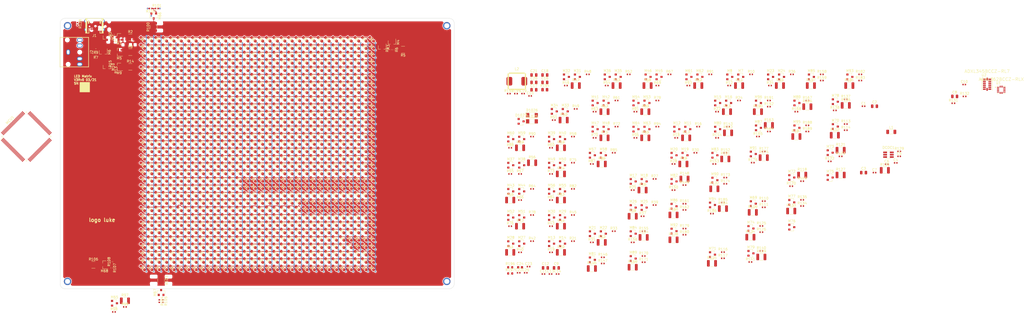
<source format=kicad_pcb>
(kicad_pcb (version 20171130) (host pcbnew "(5.1.9)-1")
  (layers (0 F.Cu signal) (31 B.Cu signal) (34 B.Paste user) (35 F.Paste user) (36 B.SilkS user) (37 F.SilkS user) (38 B.Mask user) (39 F.Mask user) (44 Edge.Cuts user))
  (net 0 "")
  (net 1 +5V)
  (net 2 GND)
  (net 3 +3V3)
  (net 4 acc_int1)
  (net 5 acc_int2)
  (net 6 analog_tip)
  (net 7 analog_ring)
  (net 8 Earth)
  (net 9 "Net-(C2-Pad2)")
  (net 10 "Net-(C3-Pad2)")
  (net 11 "Net-(C12-Pad2)")
  (net 12 "Net-(C15-Pad2)")
  (net 13 "Net-(C15-Pad1)")
  (net 14 "Net-(C19-Pad1)")
  (net 15 "/led matrix/common cathode/CATHODES")
  (net 16 "/led matrix/common anode/ANODES")
  (net 17 "/led matrix/sheetD7D8B720/CATHODES")
  (net 18 "/led matrix/sheetD89BE98B/CATHODES")
  (net 19 "/led matrix/sheetD89BE98C/CATHODES")
  (net 20 "/led matrix/sheetD95F2321/CATHODES")
  (net 21 "/led matrix/sheetD95F2322/CATHODES")
  (net 22 "/led matrix/sheetD95F2323/CATHODES")
  (net 23 "/led matrix/sheetD95F2324/CATHODES")
  (net 24 "/led matrix/sheetDA22614D/CATHODES")
  (net 25 "/led matrix/sheetDA22614E/CATHODES")
  (net 26 "/led matrix/sheetDA22614F/CATHODES")
  (net 27 "/led matrix/sheetDA226150/CATHODES")
  (net 28 "/led matrix/sheetDA226151/CATHODES")
  (net 29 "/led matrix/sheetDA226152/CATHODES")
  (net 30 "/led matrix/sheetDA226153/CATHODES")
  (net 31 "/led matrix/sheetDA226154/CATHODES")
  (net 32 "/led matrix/sheetDAE5EEF6/CATHODES")
  (net 33 "/led matrix/sheetDAE5EEF7/CATHODES")
  (net 34 "/led matrix/sheetDAE5EEF8/CATHODES")
  (net 35 "/led matrix/sheetDAE5EEF9/CATHODES")
  (net 36 "/led matrix/sheetDAE5EEFA/CATHODES")
  (net 37 "/led matrix/sheetDAE5EEFB/CATHODES")
  (net 38 "/led matrix/sheetDAE5EEFC/CATHODES")
  (net 39 "/led matrix/sheetDAE5EEFD/CATHODES")
  (net 40 "/led matrix/sheetDAE5EEFE/CATHODES")
  (net 41 "/led matrix/sheetDAE5EEFF/CATHODES")
  (net 42 "/led matrix/sheetDAE5EF00/CATHODES")
  (net 43 "/led matrix/sheetDAE5EF01/CATHODES")
  (net 44 "/led matrix/sheetDAE5EF02/CATHODES")
  (net 45 "/led matrix/sheetDAE5EF03/CATHODES")
  (net 46 "/led matrix/sheetDAE5EF04/CATHODES")
  (net 47 "/led matrix/sheetDAE5EF05/CATHODES")
  (net 48 "/led matrix/sheet9E2197FD/ANODES")
  (net 49 "/led matrix/sheetA10E8493/ANODES")
  (net 50 "/led matrix/sheetA10E8494/ANODES")
  (net 51 "/led matrix/sheetA341C37F/ANODES")
  (net 52 "/led matrix/sheetA341C380/ANODES")
  (net 53 "/led matrix/sheetA3FD3BF7/ANODES")
  (net 54 "/led matrix/sheetA3FD3BF8/ANODES")
  (net 55 "/led matrix/sheetA4B98B86/ANODES")
  (net 56 "/led matrix/sheetA4B98B87/ANODES")
  (net 57 "/led matrix/sheetA4B98B88/ANODES")
  (net 58 "/led matrix/sheetA4B98B89/ANODES")
  (net 59 "/led matrix/sheetA4B98B8A/ANODES")
  (net 60 "/led matrix/sheetA4B98B8B/ANODES")
  (net 61 "/led matrix/sheetA4B98B8C/ANODES")
  (net 62 "/led matrix/sheetA4B98B8D/ANODES")
  (net 63 "/led matrix/sheetA575BE8D/ANODES")
  (net 64 "/led matrix/sheetA575BE8E/ANODES")
  (net 65 "/led matrix/sheetA575BE8F/ANODES")
  (net 66 "/led matrix/sheetA575BE90/ANODES")
  (net 67 "/led matrix/sheetA575BE91/ANODES")
  (net 68 "/led matrix/sheetA575BE92/ANODES")
  (net 69 "/led matrix/sheetA575BE93/ANODES")
  (net 70 "/led matrix/sheetA575BE94/ANODES")
  (net 71 "/led matrix/sheetA575BE95/ANODES")
  (net 72 "/led matrix/sheetA575BE96/ANODES")
  (net 73 "/led matrix/sheetA575BE97/ANODES")
  (net 74 "/led matrix/sheetA575BE98/ANODES")
  (net 75 "/led matrix/sheetA575BE99/ANODES")
  (net 76 "/led matrix/sheetA575BE9A/ANODES")
  (net 77 "/led matrix/sheetA575BE9B/ANODES")
  (net 78 "/led matrix/sheetA575BE9C/ANODES")
  (net 79 "Net-(M1-Pad1)")
  (net 80 "Net-(M2-Pad1)")
  (net 81 "Net-(M3-Pad1)")
  (net 82 "Net-(M4-Pad1)")
  (net 83 "Net-(M5-Pad1)")
  (net 84 "Net-(M6-Pad1)")
  (net 85 "Net-(M7-Pad1)")
  (net 86 "Net-(M8-Pad1)")
  (net 87 "Net-(M10-Pad3)")
  (net 88 "Net-(M10-Pad1)")
  (net 89 "Net-(M11-Pad1)")
  (net 90 "Net-(M12-Pad1)")
  (net 91 "Net-(M13-Pad1)")
  (net 92 "Net-(M14-Pad1)")
  (net 93 "Net-(M15-Pad1)")
  (net 94 "Net-(M16-Pad1)")
  (net 95 "Net-(M17-Pad1)")
  (net 96 "Net-(M18-Pad1)")
  (net 97 "Net-(M19-Pad1)")
  (net 98 "Net-(M20-Pad1)")
  (net 99 "Net-(M21-Pad1)")
  (net 100 "Net-(M22-Pad1)")
  (net 101 "Net-(M23-Pad1)")
  (net 102 "Net-(M24-Pad1)")
  (net 103 "Net-(M25-Pad1)")
  (net 104 "Net-(M26-Pad1)")
  (net 105 "Net-(M27-Pad1)")
  (net 106 "Net-(M28-Pad1)")
  (net 107 "Net-(M29-Pad1)")
  (net 108 "Net-(M30-Pad1)")
  (net 109 "Net-(M31-Pad1)")
  (net 110 "Net-(M32-Pad1)")
  (net 111 "Net-(M33-Pad1)")
  (net 112 "Net-(M34-Pad1)")
  (net 113 "Net-(M35-Pad1)")
  (net 114 "Net-(M36-Pad1)")
  (net 115 "Net-(M37-Pad1)")
  (net 116 "Net-(M38-Pad1)")
  (net 117 "Net-(M39-Pad1)")
  (net 118 "Net-(M40-Pad1)")
  (net 119 "Net-(M41-Pad1)")
  (net 120 "Net-(M42-Pad1)")
  (net 121 "Net-(M43-Pad1)")
  (net 122 "Net-(M44-Pad1)")
  (net 123 "Net-(M45-Pad1)")
  (net 124 "Net-(M46-Pad1)")
  (net 125 "Net-(M47-Pad1)")
  (net 126 "Net-(M48-Pad1)")
  (net 127 "Net-(M49-Pad1)")
  (net 128 "Net-(M50-Pad1)")
  (net 129 "Net-(M51-Pad1)")
  (net 130 "Net-(M52-Pad1)")
  (net 131 "Net-(M53-Pad1)")
  (net 132 "Net-(M54-Pad1)")
  (net 133 "Net-(M55-Pad1)")
  (net 134 "Net-(M56-Pad1)")
  (net 135 "Net-(M57-Pad1)")
  (net 136 "Net-(M58-Pad1)")
  (net 137 "Net-(M59-Pad1)")
  (net 138 "Net-(M60-Pad1)")
  (net 139 "Net-(M61-Pad1)")
  (net 140 "Net-(M62-Pad1)")
  (net 141 "Net-(M63-Pad1)")
  (net 142 "Net-(M64-Pad1)")
  (net 143 "Net-(M65-Pad3)")
  (net 144 "Net-(M65-Pad1)")
  (net 145 "Net-(M66-Pad3)")
  (net 146 "Net-(M66-Pad1)")
  (net 147 "Net-(M67-Pad3)")
  (net 148 "Net-(M67-Pad1)")
  (net 149 "Net-(M68-Pad3)")
  (net 150 "Net-(M68-Pad1)")
  (net 151 "Net-(M69-Pad3)")
  (net 152 "Net-(M69-Pad1)")
  (net 153 "Net-(M70-Pad3)")
  (net 154 "Net-(M70-Pad1)")
  (net 155 "Net-(M71-Pad3)")
  (net 156 "Net-(M71-Pad1)")
  (net 157 "Net-(M72-Pad3)")
  (net 158 "Net-(M72-Pad1)")
  (net 159 "Net-(M73-Pad3)")
  (net 160 "Net-(M73-Pad1)")
  (net 161 "Net-(M74-Pad3)")
  (net 162 "Net-(M74-Pad1)")
  (net 163 "Net-(M75-Pad3)")
  (net 164 "Net-(M75-Pad1)")
  (net 165 "Net-(M76-Pad3)")
  (net 166 "Net-(M76-Pad1)")
  (net 167 "Net-(M77-Pad3)")
  (net 168 "Net-(M77-Pad1)")
  (net 169 "Net-(M78-Pad3)")
  (net 170 "Net-(M78-Pad1)")
  (net 171 "Net-(M79-Pad3)")
  (net 172 "Net-(M79-Pad1)")
  (net 173 "Net-(M80-Pad3)")
  (net 174 "Net-(M80-Pad1)")
  (net 175 "Net-(M81-Pad3)")
  (net 176 "Net-(M81-Pad1)")
  (net 177 "Net-(M82-Pad3)")
  (net 178 "Net-(M82-Pad1)")
  (net 179 "Net-(M83-Pad3)")
  (net 180 "Net-(M83-Pad1)")
  (net 181 "Net-(M84-Pad3)")
  (net 182 "Net-(M84-Pad1)")
  (net 183 "Net-(M85-Pad3)")
  (net 184 "Net-(M85-Pad1)")
  (net 185 "Net-(M86-Pad3)")
  (net 186 "Net-(M86-Pad1)")
  (net 187 "Net-(M87-Pad3)")
  (net 188 "Net-(M87-Pad1)")
  (net 189 "Net-(M88-Pad3)")
  (net 190 "Net-(M88-Pad1)")
  (net 191 "Net-(M89-Pad3)")
  (net 192 "Net-(M89-Pad1)")
  (net 193 "Net-(M90-Pad3)")
  (net 194 "Net-(M90-Pad1)")
  (net 195 "Net-(M91-Pad3)")
  (net 196 "Net-(M91-Pad1)")
  (net 197 "Net-(M92-Pad3)")
  (net 198 "Net-(M92-Pad1)")
  (net 199 "Net-(M93-Pad3)")
  (net 200 "Net-(M93-Pad1)")
  (net 201 "Net-(M94-Pad3)")
  (net 202 "Net-(M94-Pad1)")
  (net 203 "Net-(M95-Pad3)")
  (net 204 "Net-(M95-Pad1)")
  (net 205 "Net-(M96-Pad3)")
  (net 206 "Net-(M96-Pad1)")
  (net 207 "Net-(D1027-Pad2)")
  (net 208 "Net-(D1027-Pad1)")
  (net 209 "Net-(M1-Pad2)")
  (net 210 "Net-(M3-Pad2)")
  (net 211 "Net-(M5-Pad2)")
  (net 212 "Net-(M7-Pad2)")
  (net 213 "Net-(M9-Pad2)")
  (net 214 "Net-(M11-Pad2)")
  (net 215 "Net-(M13-Pad2)")
  (net 216 "Net-(M15-Pad2)")
  (net 217 "Net-(M17-Pad2)")
  (net 218 "Net-(M19-Pad2)")
  (net 219 "Net-(M21-Pad2)")
  (net 220 "Net-(M23-Pad2)")
  (net 221 "Net-(M25-Pad2)")
  (net 222 "Net-(M27-Pad2)")
  (net 223 "Net-(M29-Pad2)")
  (net 224 "Net-(M31-Pad2)")
  (net 225 "Net-(M33-Pad2)")
  (net 226 "Net-(M35-Pad2)")
  (net 227 "Net-(M37-Pad2)")
  (net 228 "Net-(M39-Pad2)")
  (net 229 "Net-(M41-Pad2)")
  (net 230 "Net-(M43-Pad2)")
  (net 231 "Net-(M45-Pad2)")
  (net 232 "Net-(M47-Pad2)")
  (net 233 "Net-(M49-Pad2)")
  (net 234 "Net-(M51-Pad2)")
  (net 235 "Net-(M53-Pad2)")
  (net 236 "Net-(M55-Pad2)")
  (net 237 "Net-(M57-Pad2)")
  (net 238 "Net-(M59-Pad2)")
  (net 239 "Net-(M61-Pad2)")
  (net 240 "Net-(M63-Pad2)")
  (module Resistor_SMD:R_0402_1005Metric (layer F.Cu) (at 287.8 35.93)
    (fp_text reference R192 (at 0 -1.17) (layer F.SilkS))
    (fp_text value 470K)
    (pad 2 smd roundrect (at 0.51 0) (size 0.54 0.64) (layers F.Cu F.Paste F.Mask) (net 2 GND))
    (pad 1 smd roundrect (at -0.51 0) (size 0.54 0.64) (layers F.Cu F.Paste F.Mask) (net 206 "Net-(M96-Pad1)"))
  )
  (module Resistor_SMD:R_0402_1005Metric (layer F.Cu) (at 287.8 33.42)
    (fp_text reference R191 (at 0 -1.17) (layer F.SilkS))
    (fp_text value 1K8)
    (pad 2 smd roundrect (at 0.51 0) (size 0.54 0.64) (layers F.Cu F.Paste F.Mask))
    (pad 1 smd roundrect (at -0.51 0) (size 0.54 0.64) (layers F.Cu F.Paste F.Mask) (net 206 "Net-(M96-Pad1)"))
  )
  (module Resistor_SMD:R_1210_3225Metric (layer F.Cu) (at 283.35 37.97)
    (fp_text reference R190 (at 0 -2.28) (layer F.SilkS))
    (fp_text value 0R)
    (pad 2 smd roundrect (at 1.4625 0) (size 1.125 2.65) (layers F.Cu F.Paste F.Mask) (roundrect_rratio 0.222222) (net 205 "Net-(M96-Pad3)"))
    (pad 1 smd roundrect (at -1.4625 0) (size 1.125 2.65) (layers F.Cu F.Paste F.Mask) (roundrect_rratio 0.222222) (net 47 "/led matrix/sheetDAE5EF05/CATHODES"))
  )
  (module Resistor_SMD:R_0402_1005Metric (layer F.Cu) (at 303.41 46.03)
    (fp_text reference R189 (at 0 -1.17) (layer F.SilkS))
    (fp_text value 470K)
    (pad 2 smd roundrect (at 0.51 0) (size 0.54 0.64) (layers F.Cu F.Paste F.Mask) (net 2 GND))
    (pad 1 smd roundrect (at -0.51 0) (size 0.54 0.64) (layers F.Cu F.Paste F.Mask) (net 204 "Net-(M95-Pad1)"))
  )
  (module Resistor_SMD:R_0402_1005Metric (layer F.Cu) (at 303.41 43.52)
    (fp_text reference R188 (at 0 -1.17) (layer F.SilkS))
    (fp_text value 1K8)
    (pad 2 smd roundrect (at 0.51 0) (size 0.54 0.64) (layers F.Cu F.Paste F.Mask))
    (pad 1 smd roundrect (at -0.51 0) (size 0.54 0.64) (layers F.Cu F.Paste F.Mask) (net 204 "Net-(M95-Pad1)"))
  )
  (module Resistor_SMD:R_1210_3225Metric (layer F.Cu) (at 298.96 48.07)
    (fp_text reference R187 (at 0 -2.28) (layer F.SilkS))
    (fp_text value 0R)
    (pad 2 smd roundrect (at 1.4625 0) (size 1.125 2.65) (layers F.Cu F.Paste F.Mask) (roundrect_rratio 0.222222) (net 203 "Net-(M95-Pad3)"))
    (pad 1 smd roundrect (at -1.4625 0) (size 1.125 2.65) (layers F.Cu F.Paste F.Mask) (roundrect_rratio 0.222222) (net 46 "/led matrix/sheetDAE5EF04/CATHODES"))
  )
  (module Resistor_SMD:R_0402_1005Metric (layer F.Cu) (at 264.68 79.43)
    (fp_text reference R186 (at 0 -1.17) (layer F.SilkS))
    (fp_text value 470K)
    (pad 2 smd roundrect (at 0.51 0) (size 0.54 0.64) (layers F.Cu F.Paste F.Mask) (net 2 GND))
    (pad 1 smd roundrect (at -0.51 0) (size 0.54 0.64) (layers F.Cu F.Paste F.Mask) (net 202 "Net-(M94-Pad1)"))
  )
  (module Resistor_SMD:R_0402_1005Metric (layer F.Cu) (at 269.13 74.88)
    (fp_text reference R185 (at 0 -1.17) (layer F.SilkS))
    (fp_text value 1K8)
    (pad 2 smd roundrect (at 0.51 0) (size 0.54 0.64) (layers F.Cu F.Paste F.Mask))
    (pad 1 smd roundrect (at -0.51 0) (size 0.54 0.64) (layers F.Cu F.Paste F.Mask) (net 202 "Net-(M94-Pad1)"))
  )
  (module Resistor_SMD:R_1210_3225Metric (layer F.Cu) (at 269.13 77.39)
    (fp_text reference R184 (at 0 -2.28) (layer F.SilkS))
    (fp_text value 0R)
    (pad 2 smd roundrect (at 1.4625 0) (size 1.125 2.65) (layers F.Cu F.Paste F.Mask) (roundrect_rratio 0.222222) (net 201 "Net-(M94-Pad3)"))
    (pad 1 smd roundrect (at -1.4625 0) (size 1.125 2.65) (layers F.Cu F.Paste F.Mask) (roundrect_rratio 0.222222) (net 45 "/led matrix/sheetDAE5EF03/CATHODES"))
  )
  (module Resistor_SMD:R_0402_1005Metric (layer F.Cu) (at 324.91 25.3)
    (fp_text reference R183 (at 0 -1.17) (layer F.SilkS))
    (fp_text value 470K)
    (pad 2 smd roundrect (at 0.51 0) (size 0.54 0.64) (layers F.Cu F.Paste F.Mask) (net 2 GND))
    (pad 1 smd roundrect (at -0.51 0) (size 0.54 0.64) (layers F.Cu F.Paste F.Mask) (net 200 "Net-(M93-Pad1)"))
  )
  (module Resistor_SMD:R_0402_1005Metric (layer F.Cu) (at 324.91 22.79)
    (fp_text reference R182 (at 0 -1.17) (layer F.SilkS))
    (fp_text value 1K8)
    (pad 2 smd roundrect (at 0.51 0) (size 0.54 0.64) (layers F.Cu F.Paste F.Mask))
    (pad 1 smd roundrect (at -0.51 0) (size 0.54 0.64) (layers F.Cu F.Paste F.Mask) (net 200 "Net-(M93-Pad1)"))
  )
  (module Resistor_SMD:R_1210_3225Metric (layer F.Cu) (at 320.46 27.34)
    (fp_text reference R181 (at 0 -2.28) (layer F.SilkS))
    (fp_text value 0R)
    (pad 2 smd roundrect (at 1.4625 0) (size 1.125 2.65) (layers F.Cu F.Paste F.Mask) (roundrect_rratio 0.222222) (net 199 "Net-(M93-Pad3)"))
    (pad 1 smd roundrect (at -1.4625 0) (size 1.125 2.65) (layers F.Cu F.Paste F.Mask) (roundrect_rratio 0.222222) (net 44 "/led matrix/sheetDAE5EF02/CATHODES"))
  )
  (module Resistor_SMD:R_0402_1005Metric (layer F.Cu) (at 253.52 88.02)
    (fp_text reference R180 (at 0 -1.17) (layer F.SilkS))
    (fp_text value 470K)
    (pad 2 smd roundrect (at 0.51 0) (size 0.54 0.64) (layers F.Cu F.Paste F.Mask) (net 2 GND))
    (pad 1 smd roundrect (at -0.51 0) (size 0.54 0.64) (layers F.Cu F.Paste F.Mask) (net 198 "Net-(M92-Pad1)"))
  )
  (module Resistor_SMD:R_0402_1005Metric (layer F.Cu) (at 253.52 85.51)
    (fp_text reference R179 (at 0 -1.17) (layer F.SilkS))
    (fp_text value 1K8)
    (pad 2 smd roundrect (at 0.51 0) (size 0.54 0.64) (layers F.Cu F.Paste F.Mask))
    (pad 1 smd roundrect (at -0.51 0) (size 0.54 0.64) (layers F.Cu F.Paste F.Mask) (net 198 "Net-(M92-Pad1)"))
  )
  (module Resistor_SMD:R_1210_3225Metric (layer F.Cu) (at 249.07 90.06)
    (fp_text reference R178 (at 0 -2.28) (layer F.SilkS))
    (fp_text value 0R)
    (pad 2 smd roundrect (at 1.4625 0) (size 1.125 2.65) (layers F.Cu F.Paste F.Mask) (roundrect_rratio 0.222222) (net 197 "Net-(M92-Pad3)"))
    (pad 1 smd roundrect (at -1.4625 0) (size 1.125 2.65) (layers F.Cu F.Paste F.Mask) (roundrect_rratio 0.222222) (net 43 "/led matrix/sheetDAE5EF01/CATHODES"))
  )
  (module Resistor_SMD:R_0402_1005Metric (layer F.Cu) (at 285.71 54.15)
    (fp_text reference R177 (at 0 -1.17) (layer F.SilkS))
    (fp_text value 470K)
    (pad 2 smd roundrect (at 0.51 0) (size 0.54 0.64) (layers F.Cu F.Paste F.Mask) (net 2 GND))
    (pad 1 smd roundrect (at -0.51 0) (size 0.54 0.64) (layers F.Cu F.Paste F.Mask) (net 196 "Net-(M91-Pad1)"))
  )
  (module Resistor_SMD:R_0402_1005Metric (layer F.Cu) (at 281.26 58.7)
    (fp_text reference R176 (at 0 -1.17) (layer F.SilkS))
    (fp_text value 1K8)
    (pad 2 smd roundrect (at 0.51 0) (size 0.54 0.64) (layers F.Cu F.Paste F.Mask))
    (pad 1 smd roundrect (at -0.51 0) (size 0.54 0.64) (layers F.Cu F.Paste F.Mask) (net 196 "Net-(M91-Pad1)"))
  )
  (module Resistor_SMD:R_1210_3225Metric (layer F.Cu) (at 285.71 56.66)
    (fp_text reference R175 (at 0 -2.28) (layer F.SilkS))
    (fp_text value 0R)
    (pad 2 smd roundrect (at 1.4625 0) (size 1.125 2.65) (layers F.Cu F.Paste F.Mask) (roundrect_rratio 0.222222) (net 195 "Net-(M91-Pad3)"))
    (pad 1 smd roundrect (at -1.4625 0) (size 1.125 2.65) (layers F.Cu F.Paste F.Mask) (roundrect_rratio 0.222222) (net 42 "/led matrix/sheetDAE5EF00/CATHODES"))
  )
  (module Resistor_SMD:R_0402_1005Metric (layer F.Cu) (at 270.1 67.29)
    (fp_text reference R174 (at 0 -1.17) (layer F.SilkS))
    (fp_text value 470K)
    (pad 2 smd roundrect (at 0.51 0) (size 0.54 0.64) (layers F.Cu F.Paste F.Mask) (net 2 GND))
    (pad 1 smd roundrect (at -0.51 0) (size 0.54 0.64) (layers F.Cu F.Paste F.Mask) (net 194 "Net-(M90-Pad1)"))
  )
  (module Resistor_SMD:R_0402_1005Metric (layer F.Cu) (at 270.1 64.78)
    (fp_text reference R173 (at 0 -1.17) (layer F.SilkS))
    (fp_text value 1K8)
    (pad 2 smd roundrect (at 0.51 0) (size 0.54 0.64) (layers F.Cu F.Paste F.Mask))
    (pad 1 smd roundrect (at -0.51 0) (size 0.54 0.64) (layers F.Cu F.Paste F.Mask) (net 194 "Net-(M90-Pad1)"))
  )
  (module Resistor_SMD:R_1210_3225Metric (layer F.Cu) (at 265.65 69.33)
    (fp_text reference R172 (at 0 -2.28) (layer F.SilkS))
    (fp_text value 0R)
    (pad 2 smd roundrect (at 1.4625 0) (size 1.125 2.65) (layers F.Cu F.Paste F.Mask) (roundrect_rratio 0.222222) (net 193 "Net-(M90-Pad3)"))
    (pad 1 smd roundrect (at -1.4625 0) (size 1.125 2.65) (layers F.Cu F.Paste F.Mask) (roundrect_rratio 0.222222) (net 41 "/led matrix/sheetDAE5EEFF/CATHODES"))
  )
  (module Resistor_SMD:R_0402_1005Metric (layer F.Cu) (at 236.94 99.18)
    (fp_text reference R171 (at 0 -1.17) (layer F.SilkS))
    (fp_text value 470K)
    (pad 2 smd roundrect (at 0.51 0) (size 0.54 0.64) (layers F.Cu F.Paste F.Mask) (net 2 GND))
    (pad 1 smd roundrect (at -0.51 0) (size 0.54 0.64) (layers F.Cu F.Paste F.Mask) (net 192 "Net-(M89-Pad1)"))
  )
  (module Resistor_SMD:R_0402_1005Metric (layer F.Cu) (at 236.94 96.67)
    (fp_text reference R170 (at 0 -1.17) (layer F.SilkS))
    (fp_text value 1K8)
    (pad 2 smd roundrect (at 0.51 0) (size 0.54 0.64) (layers F.Cu F.Paste F.Mask))
    (pad 1 smd roundrect (at -0.51 0) (size 0.54 0.64) (layers F.Cu F.Paste F.Mask) (net 192 "Net-(M89-Pad1)"))
  )
  (module Resistor_SMD:R_1210_3225Metric (layer F.Cu) (at 232.49 101.22)
    (fp_text reference R169 (at 0 -2.28) (layer F.SilkS))
    (fp_text value 0R)
    (pad 2 smd roundrect (at 1.4625 0) (size 1.125 2.65) (layers F.Cu F.Paste F.Mask) (roundrect_rratio 0.222222) (net 191 "Net-(M89-Pad3)"))
    (pad 1 smd roundrect (at -1.4625 0) (size 1.125 2.65) (layers F.Cu F.Paste F.Mask) (roundrect_rratio 0.222222) (net 40 "/led matrix/sheetDAE5EEFE/CATHODES"))
  )
  (module Resistor_SMD:R_0402_1005Metric (layer F.Cu) (at 298.96 37.97)
    (fp_text reference R168 (at 0 -1.17) (layer F.SilkS))
    (fp_text value 470K)
    (pad 2 smd roundrect (at 0.51 0) (size 0.54 0.64) (layers F.Cu F.Paste F.Mask) (net 2 GND))
    (pad 1 smd roundrect (at -0.51 0) (size 0.54 0.64) (layers F.Cu F.Paste F.Mask) (net 190 "Net-(M88-Pad1)"))
  )
  (module Resistor_SMD:R_0402_1005Metric (layer F.Cu) (at 303.41 33.42)
    (fp_text reference R167 (at 0 -1.17) (layer F.SilkS))
    (fp_text value 1K8)
    (pad 2 smd roundrect (at 0.51 0) (size 0.54 0.64) (layers F.Cu F.Paste F.Mask))
    (pad 1 smd roundrect (at -0.51 0) (size 0.54 0.64) (layers F.Cu F.Paste F.Mask) (net 190 "Net-(M88-Pad1)"))
  )
  (module Resistor_SMD:R_1210_3225Metric (layer F.Cu) (at 303.41 35.93)
    (fp_text reference R166 (at 0 -2.28) (layer F.SilkS))
    (fp_text value 0R)
    (pad 2 smd roundrect (at 1.4625 0) (size 1.125 2.65) (layers F.Cu F.Paste F.Mask) (roundrect_rratio 0.222222) (net 189 "Net-(M88-Pad3)"))
    (pad 1 smd roundrect (at -1.4625 0) (size 1.125 2.65) (layers F.Cu F.Paste F.Mask) (roundrect_rratio 0.222222) (net 39 "/led matrix/sheetDAE5EEFD/CATHODES"))
  )
  (module Resistor_SMD:R_0402_1005Metric (layer F.Cu) (at 283.35 48.07)
    (fp_text reference R165 (at 0 -1.17) (layer F.SilkS))
    (fp_text value 470K)
    (pad 2 smd roundrect (at 0.51 0) (size 0.54 0.64) (layers F.Cu F.Paste F.Mask) (net 2 GND))
    (pad 1 smd roundrect (at -0.51 0) (size 0.54 0.64) (layers F.Cu F.Paste F.Mask) (net 188 "Net-(M87-Pad1)"))
  )
  (module Resistor_SMD:R_0402_1005Metric (layer F.Cu) (at 287.8 46.03)
    (fp_text reference R164 (at 0 -1.17) (layer F.SilkS))
    (fp_text value 1K8)
    (pad 2 smd roundrect (at 0.51 0) (size 0.54 0.64) (layers F.Cu F.Paste F.Mask))
    (pad 1 smd roundrect (at -0.51 0) (size 0.54 0.64) (layers F.Cu F.Paste F.Mask) (net 188 "Net-(M87-Pad1)"))
  )
  (module Resistor_SMD:R_1210_3225Metric (layer F.Cu) (at 287.8 43.52)
    (fp_text reference R163 (at 0 -2.28) (layer F.SilkS))
    (fp_text value 0R)
    (pad 2 smd roundrect (at 1.4625 0) (size 1.125 2.65) (layers F.Cu F.Paste F.Mask) (roundrect_rratio 0.222222) (net 187 "Net-(M87-Pad3)"))
    (pad 1 smd roundrect (at -1.4625 0) (size 1.125 2.65) (layers F.Cu F.Paste F.Mask) (roundrect_rratio 0.222222) (net 38 "/led matrix/sheetDAE5EEFC/CATHODES"))
  )
  (module Resistor_SMD:R_0402_1005Metric (layer F.Cu) (at 253.52 77.92)
    (fp_text reference R162 (at 0 -1.17) (layer F.SilkS))
    (fp_text value 470K)
    (pad 2 smd roundrect (at 0.51 0) (size 0.54 0.64) (layers F.Cu F.Paste F.Mask) (net 2 GND))
    (pad 1 smd roundrect (at -0.51 0) (size 0.54 0.64) (layers F.Cu F.Paste F.Mask) (net 186 "Net-(M86-Pad1)"))
  )
  (module Resistor_SMD:R_0402_1005Metric (layer F.Cu) (at 253.52 75.41)
    (fp_text reference R161 (at 0 -1.17) (layer F.SilkS))
    (fp_text value 1K8)
    (pad 2 smd roundrect (at 0.51 0) (size 0.54 0.64) (layers F.Cu F.Paste F.Mask))
    (pad 1 smd roundrect (at -0.51 0) (size 0.54 0.64) (layers F.Cu F.Paste F.Mask) (net 186 "Net-(M86-Pad1)"))
  )
  (module Resistor_SMD:R_1210_3225Metric (layer F.Cu) (at 249.07 79.96)
    (fp_text reference R160 (at 0 -2.28) (layer F.SilkS))
    (fp_text value 0R)
    (pad 2 smd roundrect (at 1.4625 0) (size 1.125 2.65) (layers F.Cu F.Paste F.Mask) (roundrect_rratio 0.222222) (net 185 "Net-(M86-Pad3)"))
    (pad 1 smd roundrect (at -1.4625 0) (size 1.125 2.65) (layers F.Cu F.Paste F.Mask) (roundrect_rratio 0.222222) (net 37 "/led matrix/sheetDAE5EEFB/CATHODES"))
  )
  (module Resistor_SMD:R_0402_1005Metric (layer F.Cu) (at 309.3 25.3)
    (fp_text reference R159 (at 0 -1.17) (layer F.SilkS))
    (fp_text value 470K)
    (pad 2 smd roundrect (at 0.51 0) (size 0.54 0.64) (layers F.Cu F.Paste F.Mask) (net 2 GND))
    (pad 1 smd roundrect (at -0.51 0) (size 0.54 0.64) (layers F.Cu F.Paste F.Mask) (net 184 "Net-(M85-Pad1)"))
  )
  (module Resistor_SMD:R_0402_1005Metric (layer F.Cu) (at 309.3 22.79)
    (fp_text reference R158 (at 0 -1.17) (layer F.SilkS))
    (fp_text value 1K8)
    (pad 2 smd roundrect (at 0.51 0) (size 0.54 0.64) (layers F.Cu F.Paste F.Mask))
    (pad 1 smd roundrect (at -0.51 0) (size 0.54 0.64) (layers F.Cu F.Paste F.Mask) (net 184 "Net-(M85-Pad1)"))
  )
  (module Resistor_SMD:R_1210_3225Metric (layer F.Cu) (at 304.85 27.34)
    (fp_text reference R157 (at 0 -2.28) (layer F.SilkS))
    (fp_text value 0R)
    (pad 2 smd roundrect (at 1.4625 0) (size 1.125 2.65) (layers F.Cu F.Paste F.Mask) (roundrect_rratio 0.222222) (net 183 "Net-(M85-Pad3)"))
    (pad 1 smd roundrect (at -1.4625 0) (size 1.125 2.65) (layers F.Cu F.Paste F.Mask) (roundrect_rratio 0.222222) (net 36 "/led matrix/sheetDAE5EEFA/CATHODES"))
  )
  (module Resistor_SMD:R_0402_1005Metric (layer F.Cu) (at 232.49 91.12)
    (fp_text reference R156 (at 0 -1.17) (layer F.SilkS))
    (fp_text value 470K)
    (pad 2 smd roundrect (at 0.51 0) (size 0.54 0.64) (layers F.Cu F.Paste F.Mask) (net 2 GND))
    (pad 1 smd roundrect (at -0.51 0) (size 0.54 0.64) (layers F.Cu F.Paste F.Mask) (net 182 "Net-(M84-Pad1)"))
  )
  (module Resistor_SMD:R_0402_1005Metric (layer F.Cu) (at 236.94 86.57)
    (fp_text reference R155 (at 0 -1.17) (layer F.SilkS))
    (fp_text value 1K8)
    (pad 2 smd roundrect (at 0.51 0) (size 0.54 0.64) (layers F.Cu F.Paste F.Mask))
    (pad 1 smd roundrect (at -0.51 0) (size 0.54 0.64) (layers F.Cu F.Paste F.Mask) (net 182 "Net-(M84-Pad1)"))
  )
  (module Resistor_SMD:R_1210_3225Metric (layer F.Cu) (at 236.94 89.08)
    (fp_text reference R154 (at 0 -2.28) (layer F.SilkS))
    (fp_text value 0R)
    (pad 2 smd roundrect (at 1.4625 0) (size 1.125 2.65) (layers F.Cu F.Paste F.Mask) (roundrect_rratio 0.222222) (net 181 "Net-(M84-Pad3)"))
    (pad 1 smd roundrect (at -1.4625 0) (size 1.125 2.65) (layers F.Cu F.Paste F.Mask) (roundrect_rratio 0.222222) (net 35 "/led matrix/sheetDAE5EEF9/CATHODES"))
  )
  (module Resistor_SMD:R_0402_1005Metric (layer F.Cu) (at 265.65 59.23)
    (fp_text reference R153 (at 0 -1.17) (layer F.SilkS))
    (fp_text value 470K)
    (pad 2 smd roundrect (at 0.51 0) (size 0.54 0.64) (layers F.Cu F.Paste F.Mask) (net 2 GND))
    (pad 1 smd roundrect (at -0.51 0) (size 0.54 0.64) (layers F.Cu F.Paste F.Mask) (net 180 "Net-(M83-Pad1)"))
  )
  (module Resistor_SMD:R_0402_1005Metric (layer F.Cu) (at 270.1 54.68)
    (fp_text reference R152 (at 0 -1.17) (layer F.SilkS))
    (fp_text value 1K8)
    (pad 2 smd roundrect (at 0.51 0) (size 0.54 0.64) (layers F.Cu F.Paste F.Mask))
    (pad 1 smd roundrect (at -0.51 0) (size 0.54 0.64) (layers F.Cu F.Paste F.Mask) (net 180 "Net-(M83-Pad1)"))
  )
  (module Resistor_SMD:R_1210_3225Metric (layer F.Cu) (at 270.1 57.19)
    (fp_text reference R151 (at 0 -2.28) (layer F.SilkS))
    (fp_text value 0R)
    (pad 2 smd roundrect (at 1.4625 0) (size 1.125 2.65) (layers F.Cu F.Paste F.Mask) (roundrect_rratio 0.222222) (net 179 "Net-(M83-Pad3)"))
    (pad 1 smd roundrect (at -1.4625 0) (size 1.125 2.65) (layers F.Cu F.Paste F.Mask) (roundrect_rratio 0.222222) (net 34 "/led matrix/sheetDAE5EEF8/CATHODES"))
  )
  (module Resistor_SMD:R_0402_1005Metric (layer F.Cu) (at 249.07 69.86)
    (fp_text reference R150 (at 0 -1.17) (layer F.SilkS))
    (fp_text value 470K)
    (pad 2 smd roundrect (at 0.51 0) (size 0.54 0.64) (layers F.Cu F.Paste F.Mask) (net 2 GND))
    (pad 1 smd roundrect (at -0.51 0) (size 0.54 0.64) (layers F.Cu F.Paste F.Mask) (net 178 "Net-(M82-Pad1)"))
  )
  (module Resistor_SMD:R_0402_1005Metric (layer F.Cu) (at 253.52 67.82)
    (fp_text reference R149 (at 0 -1.17) (layer F.SilkS))
    (fp_text value 1K8)
    (pad 2 smd roundrect (at 0.51 0) (size 0.54 0.64) (layers F.Cu F.Paste F.Mask))
    (pad 1 smd roundrect (at -0.51 0) (size 0.54 0.64) (layers F.Cu F.Paste F.Mask) (net 178 "Net-(M82-Pad1)"))
  )
  (module Resistor_SMD:R_1210_3225Metric (layer F.Cu) (at 253.52 65.31)
    (fp_text reference R148 (at 0 -2.28) (layer F.SilkS))
    (fp_text value 0R)
    (pad 2 smd roundrect (at 1.4625 0) (size 1.125 2.65) (layers F.Cu F.Paste F.Mask) (roundrect_rratio 0.222222) (net 177 "Net-(M82-Pad3)"))
    (pad 1 smd roundrect (at -1.4625 0) (size 1.125 2.65) (layers F.Cu F.Paste F.Mask) (roundrect_rratio 0.222222) (net 33 "/led matrix/sheetDAE5EEF7/CATHODES"))
  )
  (module Resistor_SMD:R_0402_1005Metric (layer F.Cu) (at 220.36 99.71)
    (fp_text reference R147 (at 0 -1.17) (layer F.SilkS))
    (fp_text value 470K)
    (pad 2 smd roundrect (at 0.51 0) (size 0.54 0.64) (layers F.Cu F.Paste F.Mask) (net 2 GND))
    (pad 1 smd roundrect (at -0.51 0) (size 0.54 0.64) (layers F.Cu F.Paste F.Mask) (net 176 "Net-(M81-Pad1)"))
  )
  (module Resistor_SMD:R_0402_1005Metric (layer F.Cu) (at 220.36 97.2)
    (fp_text reference R146 (at 0 -1.17) (layer F.SilkS))
    (fp_text value 1K8)
    (pad 2 smd roundrect (at 0.51 0) (size 0.54 0.64) (layers F.Cu F.Paste F.Mask))
    (pad 1 smd roundrect (at -0.51 0) (size 0.54 0.64) (layers F.Cu F.Paste F.Mask) (net 176 "Net-(M81-Pad1)"))
  )
  (module Resistor_SMD:R_1210_3225Metric (layer F.Cu) (at 215.91 101.75)
    (fp_text reference R145 (at 0 -2.28) (layer F.SilkS))
    (fp_text value 0R)
    (pad 2 smd roundrect (at 1.4625 0) (size 1.125 2.65) (layers F.Cu F.Paste F.Mask) (roundrect_rratio 0.222222) (net 175 "Net-(M81-Pad3)"))
    (pad 1 smd roundrect (at -1.4625 0) (size 1.125 2.65) (layers F.Cu F.Paste F.Mask) (roundrect_rratio 0.222222) (net 32 "/led matrix/sheetDAE5EEF6/CATHODES"))
  )
  (module Resistor_SMD:R_0402_1005Metric (layer F.Cu) (at 266.77 48.6)
    (fp_text reference R144 (at 0 -1.17) (layer F.SilkS))
    (fp_text value 470K)
    (pad 2 smd roundrect (at 0.51 0) (size 0.54 0.64) (layers F.Cu F.Paste F.Mask) (net 2 GND))
    (pad 1 smd roundrect (at -0.51 0) (size 0.54 0.64) (layers F.Cu F.Paste F.Mask) (net 174 "Net-(M80-Pad1)"))
  )
  (module Resistor_SMD:R_0402_1005Metric (layer F.Cu) (at 271.22 44.05)
    (fp_text reference R143 (at 0 -1.17) (layer F.SilkS))
    (fp_text value 1K8)
    (pad 2 smd roundrect (at 0.51 0) (size 0.54 0.64) (layers F.Cu F.Paste F.Mask))
    (pad 1 smd roundrect (at -0.51 0) (size 0.54 0.64) (layers F.Cu F.Paste F.Mask) (net 174 "Net-(M80-Pad1)"))
  )
  (module Resistor_SMD:R_1210_3225Metric (layer F.Cu) (at 271.22 46.56)
    (fp_text reference R142 (at 0 -2.28) (layer F.SilkS))
    (fp_text value 0R)
    (pad 2 smd roundrect (at 1.4625 0) (size 1.125 2.65) (layers F.Cu F.Paste F.Mask) (roundrect_rratio 0.222222) (net 173 "Net-(M80-Pad3)"))
    (pad 1 smd roundrect (at -1.4625 0) (size 1.125 2.65) (layers F.Cu F.Paste F.Mask) (roundrect_rratio 0.222222) (net 31 "/led matrix/sheetDA226154/CATHODES"))
  )
  (module Resistor_SMD:R_0402_1005Metric (layer F.Cu) (at 280.29 99.1)
    (fp_text reference R141 (at 0 -1.17) (layer F.SilkS))
    (fp_text value 470K)
    (pad 2 smd roundrect (at 0.51 0) (size 0.54 0.64) (layers F.Cu F.Paste F.Mask) (net 2 GND))
    (pad 1 smd roundrect (at -0.51 0) (size 0.54 0.64) (layers F.Cu F.Paste F.Mask) (net 172 "Net-(M79-Pad1)"))
  )
  (module Resistor_SMD:R_0402_1005Metric (layer F.Cu) (at 284.74 94.55)
    (fp_text reference R140 (at 0 -1.17) (layer F.SilkS))
    (fp_text value 1K8)
    (pad 2 smd roundrect (at 0.51 0) (size 0.54 0.64) (layers F.Cu F.Paste F.Mask))
    (pad 1 smd roundrect (at -0.51 0) (size 0.54 0.64) (layers F.Cu F.Paste F.Mask) (net 172 "Net-(M79-Pad1)"))
  )
  (module Resistor_SMD:R_1210_3225Metric (layer F.Cu) (at 284.74 97.06)
    (fp_text reference R139 (at 0 -2.28) (layer F.SilkS))
    (fp_text value 0R)
    (pad 2 smd roundrect (at 1.4625 0) (size 1.125 2.65) (layers F.Cu F.Paste F.Mask) (roundrect_rratio 0.222222) (net 171 "Net-(M79-Pad3)"))
    (pad 1 smd roundrect (at -1.4625 0) (size 1.125 2.65) (layers F.Cu F.Paste F.Mask) (roundrect_rratio 0.222222) (net 30 "/led matrix/sheetDA226153/CATHODES"))
  )
  (module Resistor_SMD:R_0402_1005Metric (layer F.Cu) (at 314.57 37.44)
    (fp_text reference R138 (at 0 -1.17) (layer F.SilkS))
    (fp_text value 470K)
    (pad 2 smd roundrect (at 0.51 0) (size 0.54 0.64) (layers F.Cu F.Paste F.Mask) (net 2 GND))
    (pad 1 smd roundrect (at -0.51 0) (size 0.54 0.64) (layers F.Cu F.Paste F.Mask) (net 170 "Net-(M78-Pad1)"))
  )
  (module Resistor_SMD:R_0402_1005Metric (layer F.Cu) (at 319.02 32.89)
    (fp_text reference R137 (at 0 -1.17) (layer F.SilkS))
    (fp_text value 1K8)
    (pad 2 smd roundrect (at 0.51 0) (size 0.54 0.64) (layers F.Cu F.Paste F.Mask))
    (pad 1 smd roundrect (at -0.51 0) (size 0.54 0.64) (layers F.Cu F.Paste F.Mask) (net 170 "Net-(M78-Pad1)"))
  )
  (module Resistor_SMD:R_1210_3225Metric (layer F.Cu) (at 319.02 35.4)
    (fp_text reference R136 (at 0 -2.28) (layer F.SilkS))
    (fp_text value 0R)
    (pad 2 smd roundrect (at 1.4625 0) (size 1.125 2.65) (layers F.Cu F.Paste F.Mask) (roundrect_rratio 0.222222) (net 169 "Net-(M78-Pad3)"))
    (pad 1 smd roundrect (at -1.4625 0) (size 1.125 2.65) (layers F.Cu F.Paste F.Mask) (roundrect_rratio 0.222222) (net 29 "/led matrix/sheetDA226152/CATHODES"))
  )
  (module Resistor_SMD:R_0402_1005Metric (layer F.Cu) (at 301.32 73.82)
    (fp_text reference R135 (at 0 -1.17) (layer F.SilkS))
    (fp_text value 470K)
    (pad 2 smd roundrect (at 0.51 0) (size 0.54 0.64) (layers F.Cu F.Paste F.Mask) (net 2 GND))
    (pad 1 smd roundrect (at -0.51 0) (size 0.54 0.64) (layers F.Cu F.Paste F.Mask) (net 168 "Net-(M77-Pad1)"))
  )
  (module Resistor_SMD:R_0402_1005Metric (layer F.Cu) (at 301.32 76.33)
    (fp_text reference R134 (at 0 -1.17) (layer F.SilkS))
    (fp_text value 1K8)
    (pad 2 smd roundrect (at 0.51 0) (size 0.54 0.64) (layers F.Cu F.Paste F.Mask))
    (pad 1 smd roundrect (at -0.51 0) (size 0.54 0.64) (layers F.Cu F.Paste F.Mask) (net 168 "Net-(M77-Pad1)"))
  )
  (module Resistor_SMD:R_1210_3225Metric (layer F.Cu) (at 296.87 78.37)
    (fp_text reference R133 (at 0 -2.28) (layer F.SilkS))
    (fp_text value 0R)
    (pad 2 smd roundrect (at 1.4625 0) (size 1.125 2.65) (layers F.Cu F.Paste F.Mask) (roundrect_rratio 0.222222) (net 167 "Net-(M77-Pad3)"))
    (pad 1 smd roundrect (at -1.4625 0) (size 1.125 2.65) (layers F.Cu F.Paste F.Mask) (roundrect_rratio 0.222222) (net 28 "/led matrix/sheetDA226151/CATHODES"))
  )
  (module Resistor_SMD:R_0402_1005Metric (layer F.Cu) (at 367.26 31.75)
    (fp_text reference R132 (at 0 -1.17) (layer F.SilkS))
    (fp_text value 470K)
    (pad 2 smd roundrect (at 0.51 0) (size 0.54 0.64) (layers F.Cu F.Paste F.Mask) (net 2 GND))
    (pad 1 smd roundrect (at -0.51 0) (size 0.54 0.64) (layers F.Cu F.Paste F.Mask) (net 166 "Net-(M76-Pad1)"))
  )
  (module Resistor_SMD:R_0402_1005Metric (layer F.Cu) (at 362.72 34.54)
    (fp_text reference R131 (at 0 -1.17) (layer F.SilkS))
    (fp_text value 1K8)
    (pad 2 smd roundrect (at 0.51 0) (size 0.54 0.64) (layers F.Cu F.Paste F.Mask))
    (pad 1 smd roundrect (at -0.51 0) (size 0.54 0.64) (layers F.Cu F.Paste F.Mask) (net 166 "Net-(M76-Pad1)"))
  )
  (module Resistor_SMD:R_1210_3225Metric (layer F.Cu) (at 334.88 61.8)
    (fp_text reference R130 (at 0 -2.28) (layer F.SilkS))
    (fp_text value 0R)
    (pad 2 smd roundrect (at 1.4625 0) (size 1.125 2.65) (layers F.Cu F.Paste F.Mask) (roundrect_rratio 0.222222) (net 165 "Net-(M76-Pad3)"))
    (pad 1 smd roundrect (at -1.4625 0) (size 1.125 2.65) (layers F.Cu F.Paste F.Mask) (roundrect_rratio 0.222222) (net 27 "/led matrix/sheetDA226150/CATHODES"))
  )
  (module Resistor_SMD:R_0402_1005Metric (layer F.Cu) (at 340.73 54.14)
    (fp_text reference R129 (at 0 -1.17) (layer F.SilkS))
    (fp_text value 470K)
    (pad 2 smd roundrect (at 0.51 0) (size 0.54 0.64) (layers F.Cu F.Paste F.Mask) (net 2 GND))
    (pad 1 smd roundrect (at -0.51 0) (size 0.54 0.64) (layers F.Cu F.Paste F.Mask) (net 164 "Net-(M75-Pad1)"))
  )
  (module Resistor_SMD:R_0402_1005Metric (layer F.Cu) (at 7 2.25 270)
    (fp_text reference R128 (at 0 -1.17 90) (layer F.SilkS))
    (fp_text value 1K8)
    (pad 2 smd roundrect (at 0.51 0 270) (size 0.54 0.64) (layers F.Cu F.Paste F.Mask))
    (pad 1 smd roundrect (at -0.51 0 270) (size 0.54 0.64) (layers F.Cu F.Paste F.Mask) (net 164 "Net-(M75-Pad1)"))
  )
  (module Resistor_SMD:R_1210_3225Metric (layer F.Cu) (at 316.93 63.72)
    (fp_text reference R127 (at 0 -2.28) (layer F.SilkS))
    (fp_text value 0R)
    (pad 2 smd roundrect (at 1.4625 0) (size 1.125 2.65) (layers F.Cu F.Paste F.Mask) (roundrect_rratio 0.222222) (net 163 "Net-(M75-Pad3)"))
    (pad 1 smd roundrect (at -1.4625 0) (size 1.125 2.65) (layers F.Cu F.Paste F.Mask) (roundrect_rratio 0.222222) (net 26 "/led matrix/sheetDA22614F/CATHODES"))
  )
  (module Resistor_SMD:R_0402_1005Metric (layer F.Cu) (at 284.74 86.96)
    (fp_text reference R126 (at 0 -1.17) (layer F.SilkS))
    (fp_text value 470K)
    (pad 2 smd roundrect (at 0.51 0) (size 0.54 0.64) (layers F.Cu F.Paste F.Mask) (net 2 GND))
    (pad 1 smd roundrect (at -0.51 0) (size 0.54 0.64) (layers F.Cu F.Paste F.Mask) (net 162 "Net-(M74-Pad1)"))
  )
  (module Resistor_SMD:R_0402_1005Metric (layer F.Cu) (at 284.74 84.45)
    (fp_text reference R125 (at 0 -1.17) (layer F.SilkS))
    (fp_text value 1K8)
    (pad 2 smd roundrect (at 0.51 0) (size 0.54 0.64) (layers F.Cu F.Paste F.Mask))
    (pad 1 smd roundrect (at -0.51 0) (size 0.54 0.64) (layers F.Cu F.Paste F.Mask) (net 162 "Net-(M74-Pad1)"))
  )
  (module Resistor_SMD:R_1210_3225Metric (layer F.Cu) (at 280.29 89)
    (fp_text reference R124 (at 0 -2.28) (layer F.SilkS))
    (fp_text value 0R)
    (pad 2 smd roundrect (at 1.4625 0) (size 1.125 2.65) (layers F.Cu F.Paste F.Mask) (roundrect_rratio 0.222222) (net 161 "Net-(M74-Pad3)"))
    (pad 1 smd roundrect (at -1.4625 0) (size 1.125 2.65) (layers F.Cu F.Paste F.Mask) (roundrect_rratio 0.222222) (net 25 "/led matrix/sheetDA22614E/CATHODES"))
  )
  (module Resistor_SMD:R_0402_1005Metric (layer F.Cu) (at 316.93 56.13)
    (fp_text reference R123 (at 0 -1.17) (layer F.SilkS))
    (fp_text value 470K)
    (pad 2 smd roundrect (at 0.51 0) (size 0.54 0.64) (layers F.Cu F.Paste F.Mask) (net 2 GND))
    (pad 1 smd roundrect (at -0.51 0) (size 0.54 0.64) (layers F.Cu F.Paste F.Mask) (net 160 "Net-(M73-Pad1)"))
  )
  (module Resistor_SMD:R_0402_1005Metric (layer F.Cu) (at 312.48 58.17)
    (fp_text reference R122 (at 0 -1.17) (layer F.SilkS))
    (fp_text value 1K8)
    (pad 2 smd roundrect (at 0.51 0) (size 0.54 0.64) (layers F.Cu F.Paste F.Mask))
    (pad 1 smd roundrect (at -0.51 0) (size 0.54 0.64) (layers F.Cu F.Paste F.Mask) (net 160 "Net-(M73-Pad1)"))
  )
  (module Resistor_SMD:R_1210_3225Metric (layer F.Cu) (at 316.93 53.62)
    (fp_text reference R121 (at 0 -2.28) (layer F.SilkS))
    (fp_text value 0R)
    (pad 2 smd roundrect (at 1.4625 0) (size 1.125 2.65) (layers F.Cu F.Paste F.Mask) (roundrect_rratio 0.222222) (net 159 "Net-(M73-Pad3)"))
    (pad 1 smd roundrect (at -1.4625 0) (size 1.125 2.65) (layers F.Cu F.Paste F.Mask) (roundrect_rratio 0.222222) (net 24 "/led matrix/sheetDA22614D/CATHODES"))
  )
  (module Resistor_SMD:R_0402_1005Metric (layer F.Cu) (at 296.87 68.27)
    (fp_text reference R120 (at 0 -1.17) (layer F.SilkS))
    (fp_text value 470K)
    (pad 2 smd roundrect (at 0.51 0) (size 0.54 0.64) (layers F.Cu F.Paste F.Mask) (net 2 GND))
    (pad 1 smd roundrect (at -0.51 0) (size 0.54 0.64) (layers F.Cu F.Paste F.Mask) (net 158 "Net-(M72-Pad1)"))
  )
  (module Resistor_SMD:R_0402_1005Metric (layer F.Cu) (at 301.32 66.23)
    (fp_text reference R119 (at 0 -1.17) (layer F.SilkS))
    (fp_text value 1K8)
    (pad 2 smd roundrect (at 0.51 0) (size 0.54 0.64) (layers F.Cu F.Paste F.Mask))
    (pad 1 smd roundrect (at -0.51 0) (size 0.54 0.64) (layers F.Cu F.Paste F.Mask) (net 158 "Net-(M72-Pad1)"))
  )
  (module Resistor_SMD:R_1210_3225Metric (layer F.Cu) (at 301.32 63.72)
    (fp_text reference R118 (at 0 -2.28) (layer F.SilkS))
    (fp_text value 0R)
    (pad 2 smd roundrect (at 1.4625 0) (size 1.125 2.65) (layers F.Cu F.Paste F.Mask) (roundrect_rratio 0.222222) (net 157 "Net-(M72-Pad3)"))
    (pad 1 smd roundrect (at -1.4625 0) (size 1.125 2.65) (layers F.Cu F.Paste F.Mask) (roundrect_rratio 0.222222) (net 23 "/led matrix/sheetD95F2324/CATHODES"))
  )
  (module Resistor_SMD:R_0402_1005Metric (layer F.Cu) (at 269.13 97.59)
    (fp_text reference R117 (at 0 -1.17) (layer F.SilkS))
    (fp_text value 470K)
    (pad 2 smd roundrect (at 0.51 0) (size 0.54 0.64) (layers F.Cu F.Paste F.Mask) (net 2 GND))
    (pad 1 smd roundrect (at -0.51 0) (size 0.54 0.64) (layers F.Cu F.Paste F.Mask) (net 156 "Net-(M71-Pad1)"))
  )
  (module Resistor_SMD:R_0402_1005Metric (layer F.Cu) (at 269.13 95.08)
    (fp_text reference R116 (at 0 -1.17) (layer F.SilkS))
    (fp_text value 1K8)
    (pad 2 smd roundrect (at 0.51 0) (size 0.54 0.64) (layers F.Cu F.Paste F.Mask))
    (pad 1 smd roundrect (at -0.51 0) (size 0.54 0.64) (layers F.Cu F.Paste F.Mask) (net 156 "Net-(M71-Pad1)"))
  )
  (module Resistor_SMD:R_1210_3225Metric (layer F.Cu) (at 264.68 99.63)
    (fp_text reference R115 (at 0 -2.28) (layer F.SilkS))
    (fp_text value 0R)
    (pad 2 smd roundrect (at 1.4625 0) (size 1.125 2.65) (layers F.Cu F.Paste F.Mask) (roundrect_rratio 0.222222) (net 155 "Net-(M71-Pad3)"))
    (pad 1 smd roundrect (at -1.4625 0) (size 1.125 2.65) (layers F.Cu F.Paste F.Mask) (roundrect_rratio 0.222222) (net 22 "/led matrix/sheetD95F2323/CATHODES"))
  )
  (module Resistor_SMD:R_0402_1005Metric (layer F.Cu) (at 319.02 45.5)
    (fp_text reference R114 (at 0 -1.17) (layer F.SilkS))
    (fp_text value 470K)
    (pad 2 smd roundrect (at 0.51 0) (size 0.54 0.64) (layers F.Cu F.Paste F.Mask) (net 2 GND))
    (pad 1 smd roundrect (at -0.51 0) (size 0.54 0.64) (layers F.Cu F.Paste F.Mask) (net 154 "Net-(M70-Pad1)"))
  )
  (module Resistor_SMD:R_0402_1005Metric (layer F.Cu) (at 319.02 42.99)
    (fp_text reference R113 (at 0 -1.17) (layer F.SilkS))
    (fp_text value 1K8)
    (pad 2 smd roundrect (at 0.51 0) (size 0.54 0.64) (layers F.Cu F.Paste F.Mask))
    (pad 1 smd roundrect (at -0.51 0) (size 0.54 0.64) (layers F.Cu F.Paste F.Mask) (net 154 "Net-(M70-Pad1)"))
  )
  (module Resistor_SMD:R_1210_3225Metric (layer F.Cu) (at 314.57 47.54)
    (fp_text reference R112 (at 0 -2.28) (layer F.SilkS))
    (fp_text value 0R)
    (pad 2 smd roundrect (at 1.4625 0) (size 1.125 2.65) (layers F.Cu F.Paste F.Mask) (roundrect_rratio 0.222222) (net 153 "Net-(M70-Pad3)"))
    (pad 1 smd roundrect (at -1.4625 0) (size 1.125 2.65) (layers F.Cu F.Paste F.Mask) (roundrect_rratio 0.222222) (net 21 "/led matrix/sheetD95F2322/CATHODES"))
  )
  (module Resistor_SMD:R_0402_1005Metric (layer F.Cu) (at 285.71 76.86)
    (fp_text reference R111 (at 0 -1.17) (layer F.SilkS))
    (fp_text value 470K)
    (pad 2 smd roundrect (at 0.51 0) (size 0.54 0.64) (layers F.Cu F.Paste F.Mask) (net 2 GND))
    (pad 1 smd roundrect (at -0.51 0) (size 0.54 0.64) (layers F.Cu F.Paste F.Mask) (net 152 "Net-(M69-Pad1)"))
  )
  (module Resistor_SMD:R_0402_1005Metric (layer F.Cu) (at 285.71 74.35)
    (fp_text reference R110 (at 0 -1.17) (layer F.SilkS))
    (fp_text value 1K8)
    (pad 2 smd roundrect (at 0.51 0) (size 0.54 0.64) (layers F.Cu F.Paste F.Mask))
    (pad 1 smd roundrect (at -0.51 0) (size 0.54 0.64) (layers F.Cu F.Paste F.Mask) (net 152 "Net-(M69-Pad1)"))
  )
  (module Resistor_SMD:R_1210_3225Metric (layer F.Cu) (at 281.26 78.9)
    (fp_text reference R109 (at 0 -2.28) (layer F.SilkS))
    (fp_text value 0R)
    (pad 2 smd roundrect (at 1.4625 0) (size 1.125 2.65) (layers F.Cu F.Paste F.Mask) (roundrect_rratio 0.222222) (net 151 "Net-(M69-Pad3)"))
    (pad 1 smd roundrect (at -1.4625 0) (size 1.125 2.65) (layers F.Cu F.Paste F.Mask) (roundrect_rratio 0.222222) (net 20 "/led matrix/sheetD95F2321/CATHODES"))
  )
  (module Resistor_SMD:R_0402_1005Metric (layer F.Cu) (at 21 99 90)
    (fp_text reference R108 (at 0 -1.17 90) (layer F.SilkS))
    (fp_text value 470K)
    (pad 2 smd roundrect (at 0.51 0 90) (size 0.54 0.64) (layers F.Cu F.Paste F.Mask) (net 2 GND))
    (pad 1 smd roundrect (at -0.51 0 90) (size 0.54 0.64) (layers F.Cu F.Paste F.Mask) (net 150 "Net-(M68-Pad1)"))
  )
  (module Resistor_SMD:R_0402_1005Metric (layer F.Cu) (at 21 101.5 270)
    (fp_text reference R107 (at 0 -1.17 90) (layer F.SilkS))
    (fp_text value 1K8)
    (pad 2 smd roundrect (at 0.51 0 270) (size 0.54 0.64) (layers F.Cu F.Paste F.Mask))
    (pad 1 smd roundrect (at -0.51 0 270) (size 0.54 0.64) (layers F.Cu F.Paste F.Mask) (net 150 "Net-(M68-Pad1)"))
  )
  (module Resistor_SMD:R_1210_3225Metric (layer F.Cu) (at 13.5 100.25)
    (fp_text reference R106 (at 0 -2.28) (layer F.SilkS))
    (fp_text value 0R)
    (pad 2 smd roundrect (at 1.4625 0) (size 1.125 2.65) (layers F.Cu F.Paste F.Mask) (roundrect_rratio 0.222222) (net 149 "Net-(M68-Pad3)"))
    (pad 1 smd roundrect (at -1.4625 0) (size 1.125 2.65) (layers F.Cu F.Paste F.Mask) (roundrect_rratio 0.222222) (net 19 "/led matrix/sheetD89BE98C/CATHODES"))
  )
  (module Resistor_SMD:R_0402_1005Metric (layer F.Cu) (at 41.75 115 270)
    (fp_text reference R105 (at 0 -1.17 90) (layer F.SilkS))
    (fp_text value 470K)
    (pad 2 smd roundrect (at 0.51 0 270) (size 0.54 0.64) (layers F.Cu F.Paste F.Mask) (net 2 GND))
    (pad 1 smd roundrect (at -0.51 0 270) (size 0.54 0.64) (layers F.Cu F.Paste F.Mask) (net 148 "Net-(M67-Pad1)"))
  )
  (module Resistor_SMD:R_0402_1005Metric (layer F.Cu) (at 40.25 115 270)
    (fp_text reference R104 (at 0 -1.17 90) (layer F.SilkS))
    (fp_text value 1K8)
    (pad 2 smd roundrect (at 0.51 0 270) (size 0.54 0.64) (layers F.Cu F.Paste F.Mask))
    (pad 1 smd roundrect (at -0.51 0 270) (size 0.54 0.64) (layers F.Cu F.Paste F.Mask) (net 148 "Net-(M67-Pad1)"))
  )
  (module Resistor_SMD:R_1210_3225Metric (layer F.Cu) (at 41 106.5 270)
    (fp_text reference R103 (at 0 -2.28 90) (layer F.SilkS))
    (fp_text value 0R)
    (pad 2 smd roundrect (at 1.4625 0 270) (size 1.125 2.65) (layers F.Cu F.Paste F.Mask) (roundrect_rratio 0.222222) (net 147 "Net-(M67-Pad3)"))
    (pad 1 smd roundrect (at -1.4625 0 270) (size 1.125 2.65) (layers F.Cu F.Paste F.Mask) (roundrect_rratio 0.222222) (net 18 "/led matrix/sheetD89BE98B/CATHODES"))
  )
  (module Resistor_SMD:R_0402_1005Metric (layer F.Cu) (at 36.75 -4 180)
    (fp_text reference R102 (at 0 -1.17) (layer F.SilkS))
    (fp_text value 470K)
    (pad 2 smd roundrect (at 0.51 0 180) (size 0.54 0.64) (layers F.Cu F.Paste F.Mask) (net 2 GND))
    (pad 1 smd roundrect (at -0.51 0 180) (size 0.54 0.64) (layers F.Cu F.Paste F.Mask) (net 146 "Net-(M66-Pad1)"))
  )
  (module Resistor_SMD:R_0402_1005Metric (layer F.Cu) (at 39.25 -4)
    (fp_text reference R101 (at 0 -1.17) (layer F.SilkS))
    (fp_text value 1K8)
    (pad 2 smd roundrect (at 0.51 0) (size 0.54 0.64) (layers F.Cu F.Paste F.Mask))
    (pad 1 smd roundrect (at -0.51 0) (size 0.54 0.64) (layers F.Cu F.Paste F.Mask) (net 146 "Net-(M66-Pad1)"))
  )
  (module Resistor_SMD:R_1210_3225Metric (layer F.Cu) (at 38 3.5 90)
    (fp_text reference R100 (at 0 -2.28 90) (layer F.SilkS))
    (fp_text value 0R)
    (pad 2 smd roundrect (at 1.4625 0 90) (size 1.125 2.65) (layers F.Cu F.Paste F.Mask) (roundrect_rratio 0.222222) (net 145 "Net-(M66-Pad3)"))
    (pad 1 smd roundrect (at -1.4625 0 90) (size 1.125 2.65) (layers F.Cu F.Paste F.Mask) (roundrect_rratio 0.222222) (net 17 "/led matrix/sheetD7D8B720/CATHODES"))
  )
  (module Resistor_SMD:R_0402_1005Metric (layer F.Cu) (at 26.3 117.37)
    (fp_text reference R99 (at 0 -1.17) (layer F.SilkS))
    (fp_text value 470K)
    (pad 2 smd roundrect (at 0.51 0) (size 0.54 0.64) (layers F.Cu F.Paste F.Mask) (net 2 GND))
    (pad 1 smd roundrect (at -0.51 0) (size 0.54 0.64) (layers F.Cu F.Paste F.Mask) (net 144 "Net-(M65-Pad1)"))
  )
  (module Resistor_SMD:R_0402_1005Metric (layer F.Cu) (at 21.85 119.41)
    (fp_text reference R98 (at 0 -1.17) (layer F.SilkS))
    (fp_text value 1K8)
    (pad 2 smd roundrect (at 0.51 0) (size 0.54 0.64) (layers F.Cu F.Paste F.Mask))
    (pad 1 smd roundrect (at -0.51 0) (size 0.54 0.64) (layers F.Cu F.Paste F.Mask) (net 144 "Net-(M65-Pad1)"))
  )
  (module Resistor_SMD:R_1210_3225Metric (layer F.Cu) (at 26.3 114.86)
    (fp_text reference R97 (at 0 -2.28) (layer F.SilkS))
    (fp_text value 0R)
    (pad 2 smd roundrect (at 1.4625 0) (size 1.125 2.65) (layers F.Cu F.Paste F.Mask) (roundrect_rratio 0.222222) (net 143 "Net-(M65-Pad3)"))
    (pad 1 smd roundrect (at -1.4625 0) (size 1.125 2.65) (layers F.Cu F.Paste F.Mask) (roundrect_rratio 0.222222) (net 15 "/led matrix/common cathode/CATHODES"))
  )
  (module Resistor_SMD:R_0402_1005Metric (layer F.Cu) (at 233.61 48.6)
    (fp_text reference R96 (at 0 -1.17) (layer F.SilkS))
    (fp_text value 1K8)
    (pad 2 smd roundrect (at 0.51 0) (size 0.54 0.64) (layers F.Cu F.Paste F.Mask))
    (pad 1 smd roundrect (at -0.51 0) (size 0.54 0.64) (layers F.Cu F.Paste F.Mask) (net 142 "Net-(M64-Pad1)"))
  )
  (module Resistor_SMD:R_1210_3225Metric (layer F.Cu) (at 237.62 48.6)
    (fp_text reference R95 (at 0 -2.28) (layer F.SilkS))
    (fp_text value 120R)
    (pad 2 smd roundrect (at 1.4625 0) (size 1.125 2.65) (layers F.Cu F.Paste F.Mask) (roundrect_rratio 0.222222) (net 78 "/led matrix/sheetA575BE9C/ANODES"))
    (pad 1 smd roundrect (at -1.4625 0) (size 1.125 2.65) (layers F.Cu F.Paste F.Mask) (roundrect_rratio 0.222222) (net 240 "Net-(M63-Pad2)"))
  )
  (module Resistor_SMD:R_0402_1005Metric (layer F.Cu) (at 242.51 44.05)
    (fp_text reference R94 (at 0 -1.17) (layer F.SilkS))
    (fp_text value 1K)
    (pad 2 smd roundrect (at 0.51 0) (size 0.54 0.64) (layers F.Cu F.Paste F.Mask) (net 141 "Net-(M63-Pad1)"))
    (pad 1 smd roundrect (at -0.51 0) (size 0.54 0.64) (layers F.Cu F.Paste F.Mask) (net 1 +5V))
  )
  (module Resistor_SMD:R_0402_1005Metric (layer F.Cu) (at 255.11 27.34)
    (fp_text reference R93 (at 0 -1.17) (layer F.SilkS))
    (fp_text value 1K8)
    (pad 2 smd roundrect (at 0.51 0) (size 0.54 0.64) (layers F.Cu F.Paste F.Mask))
    (pad 1 smd roundrect (at -0.51 0) (size 0.54 0.64) (layers F.Cu F.Paste F.Mask) (net 140 "Net-(M62-Pad1)"))
  )
  (module Resistor_SMD:R_1210_3225Metric (layer F.Cu) (at 259.12 27.34)
    (fp_text reference R92 (at 0 -2.28) (layer F.SilkS))
    (fp_text value 120R)
    (pad 2 smd roundrect (at 1.4625 0) (size 1.125 2.65) (layers F.Cu F.Paste F.Mask) (roundrect_rratio 0.222222) (net 77 "/led matrix/sheetA575BE9B/ANODES"))
    (pad 1 smd roundrect (at -1.4625 0) (size 1.125 2.65) (layers F.Cu F.Paste F.Mask) (roundrect_rratio 0.222222) (net 239 "Net-(M61-Pad2)"))
  )
  (module Resistor_SMD:R_0402_1005Metric (layer F.Cu) (at 264.01 22.79)
    (fp_text reference R91 (at 0 -1.17) (layer F.SilkS))
    (fp_text value 1K)
    (pad 2 smd roundrect (at 0.51 0) (size 0.54 0.64) (layers F.Cu F.Paste F.Mask) (net 139 "Net-(M61-Pad1)"))
    (pad 1 smd roundrect (at -0.51 0) (size 0.54 0.64) (layers F.Cu F.Paste F.Mask) (net 1 +5V))
  )
  (module Resistor_SMD:R_0402_1005Metric (layer F.Cu) (at 191.65 48.1)
    (fp_text reference R90 (at 0 -1.17) (layer F.SilkS))
    (fp_text value 1K8)
    (pad 2 smd roundrect (at 0.51 0) (size 0.54 0.64) (layers F.Cu F.Paste F.Mask))
    (pad 1 smd roundrect (at -0.51 0) (size 0.54 0.64) (layers F.Cu F.Paste F.Mask) (net 138 "Net-(M60-Pad1)"))
  )
  (module Resistor_SMD:R_1210_3225Metric (layer F.Cu) (at 186.76 52.65)
    (fp_text reference R89 (at 0 -2.28) (layer F.SilkS))
    (fp_text value 120R)
    (pad 2 smd roundrect (at 1.4625 0) (size 1.125 2.65) (layers F.Cu F.Paste F.Mask) (roundrect_rratio 0.222222) (net 76 "/led matrix/sheetA575BE9A/ANODES"))
    (pad 1 smd roundrect (at -1.4625 0) (size 1.125 2.65) (layers F.Cu F.Paste F.Mask) (roundrect_rratio 0.222222) (net 238 "Net-(M59-Pad2)"))
  )
  (module Resistor_SMD:R_0402_1005Metric (layer F.Cu) (at 182.75 52.65)
    (fp_text reference R88 (at 0 -1.17) (layer F.SilkS))
    (fp_text value 1K)
    (pad 2 smd roundrect (at 0.51 0) (size 0.54 0.64) (layers F.Cu F.Paste F.Mask) (net 137 "Net-(M59-Pad1)"))
    (pad 1 smd roundrect (at -0.51 0) (size 0.54 0.64) (layers F.Cu F.Paste F.Mask) (net 1 +5V))
  )
  (module Resistor_SMD:R_0402_1005Metric (layer F.Cu) (at 215.91 59.23)
    (fp_text reference R87 (at 0 -1.17) (layer F.SilkS))
    (fp_text value 1K8)
    (pad 2 smd roundrect (at 0.51 0) (size 0.54 0.64) (layers F.Cu F.Paste F.Mask))
    (pad 1 smd roundrect (at -0.51 0) (size 0.54 0.64) (layers F.Cu F.Paste F.Mask) (net 136 "Net-(M58-Pad1)"))
  )
  (module Resistor_SMD:R_1210_3225Metric (layer F.Cu) (at 219.92 59.23)
    (fp_text reference R86 (at 0 -2.28) (layer F.SilkS))
    (fp_text value 120R)
    (pad 2 smd roundrect (at 1.4625 0) (size 1.125 2.65) (layers F.Cu F.Paste F.Mask) (roundrect_rratio 0.222222) (net 75 "/led matrix/sheetA575BE99/ANODES"))
    (pad 1 smd roundrect (at -1.4625 0) (size 1.125 2.65) (layers F.Cu F.Paste F.Mask) (roundrect_rratio 0.222222) (net 237 "Net-(M57-Pad2)"))
  )
  (module Resistor_SMD:R_0402_1005Metric (layer F.Cu) (at 224.81 54.68)
    (fp_text reference R85 (at 0 -1.17) (layer F.SilkS))
    (fp_text value 1K)
    (pad 2 smd roundrect (at 0.51 0) (size 0.54 0.64) (layers F.Cu F.Paste F.Mask) (net 135 "Net-(M57-Pad1)"))
    (pad 1 smd roundrect (at -0.51 0) (size 0.54 0.64) (layers F.Cu F.Paste F.Mask) (net 1 +5V))
  )
  (module Resistor_SMD:R_0402_1005Metric (layer F.Cu) (at 199.33 73.91)
    (fp_text reference R84 (at 0 -1.17) (layer F.SilkS))
    (fp_text value 1K8)
    (pad 2 smd roundrect (at 0.51 0) (size 0.54 0.64) (layers F.Cu F.Paste F.Mask))
    (pad 1 smd roundrect (at -0.51 0) (size 0.54 0.64) (layers F.Cu F.Paste F.Mask) (net 134 "Net-(M56-Pad1)"))
  )
  (module Resistor_SMD:R_1210_3225Metric (layer F.Cu) (at 203.34 73.91)
    (fp_text reference R83 (at 0 -2.28) (layer F.SilkS))
    (fp_text value 120R)
    (pad 2 smd roundrect (at 1.4625 0) (size 1.125 2.65) (layers F.Cu F.Paste F.Mask) (roundrect_rratio 0.222222) (net 74 "/led matrix/sheetA575BE98/ANODES"))
    (pad 1 smd roundrect (at -1.4625 0) (size 1.125 2.65) (layers F.Cu F.Paste F.Mask) (roundrect_rratio 0.222222) (net 236 "Net-(M55-Pad2)"))
  )
  (module Resistor_SMD:R_0402_1005Metric (layer F.Cu) (at 208.23 69.36)
    (fp_text reference R82 (at 0 -1.17) (layer F.SilkS))
    (fp_text value 1K)
    (pad 2 smd roundrect (at 0.51 0) (size 0.54 0.64) (layers F.Cu F.Paste F.Mask) (net 133 "Net-(M55-Pad1)"))
    (pad 1 smd roundrect (at -0.51 0) (size 0.54 0.64) (layers F.Cu F.Paste F.Mask) (net 1 +5V))
  )
  (module Resistor_SMD:R_0402_1005Metric (layer F.Cu) (at 233.61 37.97)
    (fp_text reference R81 (at 0 -1.17) (layer F.SilkS))
    (fp_text value 1K8)
    (pad 2 smd roundrect (at 0.51 0) (size 0.54 0.64) (layers F.Cu F.Paste F.Mask))
    (pad 1 smd roundrect (at -0.51 0) (size 0.54 0.64) (layers F.Cu F.Paste F.Mask) (net 132 "Net-(M54-Pad1)"))
  )
  (module Resistor_SMD:R_1210_3225Metric (layer F.Cu) (at 237.62 37.97)
    (fp_text reference R80 (at 0 -2.28) (layer F.SilkS))
    (fp_text value 120R)
    (pad 2 smd roundrect (at 1.4625 0) (size 1.125 2.65) (layers F.Cu F.Paste F.Mask) (roundrect_rratio 0.222222) (net 73 "/led matrix/sheetA575BE97/ANODES"))
    (pad 1 smd roundrect (at -1.4625 0) (size 1.125 2.65) (layers F.Cu F.Paste F.Mask) (roundrect_rratio 0.222222) (net 235 "Net-(M53-Pad2)"))
  )
  (module Resistor_SMD:R_0402_1005Metric (layer F.Cu) (at 242.51 33.42)
    (fp_text reference R79 (at 0 -1.17) (layer F.SilkS))
    (fp_text value 1K)
    (pad 2 smd roundrect (at 0.51 0) (size 0.54 0.64) (layers F.Cu F.Paste F.Mask) (net 131 "Net-(M53-Pad1)"))
    (pad 1 smd roundrect (at -0.51 0) (size 0.54 0.64) (layers F.Cu F.Paste F.Mask) (net 1 +5V))
  )
  (module Resistor_SMD:R_0402_1005Metric (layer F.Cu) (at 191.65 79.99)
    (fp_text reference R78 (at 0 -1.17) (layer F.SilkS))
    (fp_text value 1K8)
    (pad 2 smd roundrect (at 0.51 0) (size 0.54 0.64) (layers F.Cu F.Paste F.Mask))
    (pad 1 smd roundrect (at -0.51 0) (size 0.54 0.64) (layers F.Cu F.Paste F.Mask) (net 130 "Net-(M52-Pad1)"))
  )
  (module Resistor_SMD:R_1210_3225Metric (layer F.Cu) (at 186.76 84.54)
    (fp_text reference R77 (at 0 -2.28) (layer F.SilkS))
    (fp_text value 120R)
    (pad 2 smd roundrect (at 1.4625 0) (size 1.125 2.65) (layers F.Cu F.Paste F.Mask) (roundrect_rratio 0.222222) (net 72 "/led matrix/sheetA575BE96/ANODES"))
    (pad 1 smd roundrect (at -1.4625 0) (size 1.125 2.65) (layers F.Cu F.Paste F.Mask) (roundrect_rratio 0.222222) (net 234 "Net-(M51-Pad2)"))
  )
  (module Resistor_SMD:R_0402_1005Metric (layer F.Cu) (at 182.75 84.54)
    (fp_text reference R76 (at 0 -1.17) (layer F.SilkS))
    (fp_text value 1K)
    (pad 2 smd roundrect (at 0.51 0) (size 0.54 0.64) (layers F.Cu F.Paste F.Mask) (net 129 "Net-(M51-Pad1)"))
    (pad 1 smd roundrect (at -0.51 0) (size 0.54 0.64) (layers F.Cu F.Paste F.Mask) (net 1 +5V))
  )
  (module Resistor_SMD:R_0402_1005Metric (layer F.Cu) (at 208.23 58.73)
    (fp_text reference R75 (at 0 -1.17) (layer F.SilkS))
    (fp_text value 1K8)
    (pad 2 smd roundrect (at 0.51 0) (size 0.54 0.64) (layers F.Cu F.Paste F.Mask))
    (pad 1 smd roundrect (at -0.51 0) (size 0.54 0.64) (layers F.Cu F.Paste F.Mask) (net 128 "Net-(M50-Pad1)"))
  )
  (module Resistor_SMD:R_1210_3225Metric (layer F.Cu) (at 203.34 63.28)
    (fp_text reference R74 (at 0 -2.28) (layer F.SilkS))
    (fp_text value 120R)
    (pad 2 smd roundrect (at 1.4625 0) (size 1.125 2.65) (layers F.Cu F.Paste F.Mask) (roundrect_rratio 0.222222) (net 71 "/led matrix/sheetA575BE95/ANODES"))
    (pad 1 smd roundrect (at -1.4625 0) (size 1.125 2.65) (layers F.Cu F.Paste F.Mask) (roundrect_rratio 0.222222) (net 233 "Net-(M49-Pad2)"))
  )
  (module Resistor_SMD:R_0402_1005Metric (layer F.Cu) (at 199.33 63.28)
    (fp_text reference R73 (at 0 -1.17) (layer F.SilkS))
    (fp_text value 1K)
    (pad 2 smd roundrect (at 0.51 0) (size 0.54 0.64) (layers F.Cu F.Paste F.Mask) (net 127 "Net-(M49-Pad1)"))
    (pad 1 smd roundrect (at -0.51 0) (size 0.54 0.64) (layers F.Cu F.Paste F.Mask) (net 1 +5V))
  )
  (module Resistor_SMD:R_0402_1005Metric (layer F.Cu) (at 225.93 44.05)
    (fp_text reference R72 (at 0 -1.17) (layer F.SilkS))
    (fp_text value 1K8)
    (pad 2 smd roundrect (at 0.51 0) (size 0.54 0.64) (layers F.Cu F.Paste F.Mask))
    (pad 1 smd roundrect (at -0.51 0) (size 0.54 0.64) (layers F.Cu F.Paste F.Mask) (net 126 "Net-(M48-Pad1)"))
  )
  (module Resistor_SMD:R_1210_3225Metric (layer F.Cu) (at 221.04 48.6)
    (fp_text reference R71 (at 0 -2.28) (layer F.SilkS))
    (fp_text value 120R)
    (pad 2 smd roundrect (at 1.4625 0) (size 1.125 2.65) (layers F.Cu F.Paste F.Mask) (roundrect_rratio 0.222222) (net 70 "/led matrix/sheetA575BE94/ANODES"))
    (pad 1 smd roundrect (at -1.4625 0) (size 1.125 2.65) (layers F.Cu F.Paste F.Mask) (roundrect_rratio 0.222222) (net 232 "Net-(M47-Pad2)"))
  )
  (module Resistor_SMD:R_0402_1005Metric (layer F.Cu) (at 217.03 48.6)
    (fp_text reference R70 (at 0 -1.17) (layer F.SilkS))
    (fp_text value 1K)
    (pad 2 smd roundrect (at 0.51 0) (size 0.54 0.64) (layers F.Cu F.Paste F.Mask) (net 125 "Net-(M47-Pad1)"))
    (pad 1 smd roundrect (at -0.51 0) (size 0.54 0.64) (layers F.Cu F.Paste F.Mask) (net 1 +5V))
  )
  (module Resistor_SMD:R_0402_1005Metric (layer F.Cu) (at 242.54 27.34)
    (fp_text reference R69 (at 0 -1.17) (layer F.SilkS))
    (fp_text value 1K8)
    (pad 2 smd roundrect (at 0.51 0) (size 0.54 0.64) (layers F.Cu F.Paste F.Mask))
    (pad 1 smd roundrect (at -0.51 0) (size 0.54 0.64) (layers F.Cu F.Paste F.Mask) (net 124 "Net-(M46-Pad1)"))
  )
  (module Resistor_SMD:R_1210_3225Metric (layer F.Cu) (at 238.53 27.34)
    (fp_text reference R68 (at 0 -2.28) (layer F.SilkS))
    (fp_text value 120R)
    (pad 2 smd roundrect (at 1.4625 0) (size 1.125 2.65) (layers F.Cu F.Paste F.Mask) (roundrect_rratio 0.222222) (net 69 "/led matrix/sheetA575BE93/ANODES"))
    (pad 1 smd roundrect (at -1.4625 0) (size 1.125 2.65) (layers F.Cu F.Paste F.Mask) (roundrect_rratio 0.222222) (net 231 "Net-(M45-Pad2)"))
  )
  (module Resistor_SMD:R_0402_1005Metric (layer F.Cu) (at 247.43 22.79)
    (fp_text reference R67 (at 0 -1.17) (layer F.SilkS))
    (fp_text value 1K)
    (pad 2 smd roundrect (at 0.51 0) (size 0.54 0.64) (layers F.Cu F.Paste F.Mask) (net 123 "Net-(M45-Pad1)"))
    (pad 1 smd roundrect (at -0.51 0) (size 0.54 0.64) (layers F.Cu F.Paste F.Mask) (net 1 +5V))
  )
  (module Resistor_SMD:R_0402_1005Metric (layer F.Cu) (at 186.76 73.91)
    (fp_text reference R66 (at 0 -1.17) (layer F.SilkS))
    (fp_text value 1K8)
    (pad 2 smd roundrect (at 0.51 0) (size 0.54 0.64) (layers F.Cu F.Paste F.Mask))
    (pad 1 smd roundrect (at -0.51 0) (size 0.54 0.64) (layers F.Cu F.Paste F.Mask) (net 122 "Net-(M44-Pad1)"))
  )
  (module Resistor_SMD:R_1210_3225Metric (layer F.Cu) (at 182.75 73.91)
    (fp_text reference R65 (at 0 -2.28) (layer F.SilkS))
    (fp_text value 120R)
    (pad 2 smd roundrect (at 1.4625 0) (size 1.125 2.65) (layers F.Cu F.Paste F.Mask) (roundrect_rratio 0.222222) (net 68 "/led matrix/sheetA575BE92/ANODES"))
    (pad 1 smd roundrect (at -1.4625 0) (size 1.125 2.65) (layers F.Cu F.Paste F.Mask) (roundrect_rratio 0.222222) (net 230 "Net-(M43-Pad2)"))
  )
  (module Resistor_SMD:R_0402_1005Metric (layer F.Cu) (at 191.65 69.36)
    (fp_text reference R64 (at 0 -1.17) (layer F.SilkS))
    (fp_text value 1K)
    (pad 2 smd roundrect (at 0.51 0) (size 0.54 0.64) (layers F.Cu F.Paste F.Mask) (net 121 "Net-(M43-Pad1)"))
    (pad 1 smd roundrect (at -0.51 0) (size 0.54 0.64) (layers F.Cu F.Paste F.Mask) (net 1 +5V))
  )
  (module Resistor_SMD:R_0402_1005Metric (layer F.Cu) (at 217.03 37.97)
    (fp_text reference R63 (at 0 -1.17) (layer F.SilkS))
    (fp_text value 1K8)
    (pad 2 smd roundrect (at 0.51 0) (size 0.54 0.64) (layers F.Cu F.Paste F.Mask))
    (pad 1 smd roundrect (at -0.51 0) (size 0.54 0.64) (layers F.Cu F.Paste F.Mask) (net 120 "Net-(M42-Pad1)"))
  )
  (module Resistor_SMD:R_1210_3225Metric (layer F.Cu) (at 221.04 37.97)
    (fp_text reference R62 (at 0 -2.28) (layer F.SilkS))
    (fp_text value 120R)
    (pad 2 smd roundrect (at 1.4625 0) (size 1.125 2.65) (layers F.Cu F.Paste F.Mask) (roundrect_rratio 0.222222) (net 67 "/led matrix/sheetA575BE91/ANODES"))
    (pad 1 smd roundrect (at -1.4625 0) (size 1.125 2.65) (layers F.Cu F.Paste F.Mask) (roundrect_rratio 0.222222) (net 229 "Net-(M41-Pad2)"))
  )
  (module Resistor_SMD:R_0402_1005Metric (layer F.Cu) (at 225.93 33.42)
    (fp_text reference R61 (at 0 -1.17) (layer F.SilkS))
    (fp_text value 1K)
    (pad 2 smd roundrect (at 0.51 0) (size 0.54 0.64) (layers F.Cu F.Paste F.Mask) (net 119 "Net-(M41-Pad1)"))
    (pad 1 smd roundrect (at -0.51 0) (size 0.54 0.64) (layers F.Cu F.Paste F.Mask) (net 1 +5V))
  )
  (module Resistor_SMD:R_0402_1005Metric (layer F.Cu) (at 199.33 52.65)
    (fp_text reference R60 (at 0 -1.17) (layer F.SilkS))
    (fp_text value 1K8)
    (pad 2 smd roundrect (at 0.51 0) (size 0.54 0.64) (layers F.Cu F.Paste F.Mask))
    (pad 1 smd roundrect (at -0.51 0) (size 0.54 0.64) (layers F.Cu F.Paste F.Mask) (net 118 "Net-(M40-Pad1)"))
  )
  (module Resistor_SMD:R_1210_3225Metric (layer F.Cu) (at 203.34 52.65)
    (fp_text reference R59 (at 0 -2.28) (layer F.SilkS))
    (fp_text value 120R)
    (pad 2 smd roundrect (at 1.4625 0) (size 1.125 2.65) (layers F.Cu F.Paste F.Mask) (roundrect_rratio 0.222222) (net 66 "/led matrix/sheetA575BE90/ANODES"))
    (pad 1 smd roundrect (at -1.4625 0) (size 1.125 2.65) (layers F.Cu F.Paste F.Mask) (roundrect_rratio 0.222222) (net 228 "Net-(M39-Pad2)"))
  )
  (module Resistor_SMD:R_0402_1005Metric (layer F.Cu) (at 208.23 48.1)
    (fp_text reference R58 (at 0 -1.17) (layer F.SilkS))
    (fp_text value 1K)
    (pad 2 smd roundrect (at 0.51 0) (size 0.54 0.64) (layers F.Cu F.Paste F.Mask) (net 117 "Net-(M39-Pad1)"))
    (pad 1 smd roundrect (at -0.51 0) (size 0.54 0.64) (layers F.Cu F.Paste F.Mask) (net 1 +5V))
  )
  (module Resistor_SMD:R_0402_1005Metric (layer F.Cu) (at 186.76 63.28)
    (fp_text reference R57 (at 0 -1.17) (layer F.SilkS))
    (fp_text value 1K8)
    (pad 2 smd roundrect (at 0.51 0) (size 0.54 0.64) (layers F.Cu F.Paste F.Mask))
    (pad 1 smd roundrect (at -0.51 0) (size 0.54 0.64) (layers F.Cu F.Paste F.Mask) (net 116 "Net-(M38-Pad1)"))
  )
  (module Resistor_SMD:R_1210_3225Metric (layer F.Cu) (at 191.65 58.73)
    (fp_text reference R56 (at 0 -2.28) (layer F.SilkS))
    (fp_text value 120R)
    (pad 2 smd roundrect (at 1.4625 0) (size 1.125 2.65) (layers F.Cu F.Paste F.Mask) (roundrect_rratio 0.222222) (net 65 "/led matrix/sheetA575BE8F/ANODES"))
    (pad 1 smd roundrect (at -1.4625 0) (size 1.125 2.65) (layers F.Cu F.Paste F.Mask) (roundrect_rratio 0.222222) (net 227 "Net-(M37-Pad2)"))
  )
  (module Resistor_SMD:R_0402_1005Metric (layer F.Cu) (at 182.75 63.28)
    (fp_text reference R55 (at 0 -1.17) (layer F.SilkS))
    (fp_text value 1K)
    (pad 2 smd roundrect (at 0.51 0) (size 0.54 0.64) (layers F.Cu F.Paste F.Mask) (net 115 "Net-(M37-Pad1)"))
    (pad 1 smd roundrect (at -0.51 0) (size 0.54 0.64) (layers F.Cu F.Paste F.Mask) (net 1 +5V))
  )
  (module Resistor_SMD:R_0402_1005Metric (layer F.Cu) (at 221.95 27.34)
    (fp_text reference R54 (at 0 -1.17) (layer F.SilkS))
    (fp_text value 1K8)
    (pad 2 smd roundrect (at 0.51 0) (size 0.54 0.64) (layers F.Cu F.Paste F.Mask))
    (pad 1 smd roundrect (at -0.51 0) (size 0.54 0.64) (layers F.Cu F.Paste F.Mask) (net 114 "Net-(M36-Pad1)"))
  )
  (module Resistor_SMD:R_1210_3225Metric (layer F.Cu) (at 225.96 27.34)
    (fp_text reference R53 (at 0 -2.28) (layer F.SilkS))
    (fp_text value 120R)
    (pad 2 smd roundrect (at 1.4625 0) (size 1.125 2.65) (layers F.Cu F.Paste F.Mask) (roundrect_rratio 0.222222) (net 64 "/led matrix/sheetA575BE8E/ANODES"))
    (pad 1 smd roundrect (at -1.4625 0) (size 1.125 2.65) (layers F.Cu F.Paste F.Mask) (roundrect_rratio 0.222222) (net 226 "Net-(M35-Pad2)"))
  )
  (module Resistor_SMD:R_0402_1005Metric (layer F.Cu) (at 230.85 22.79)
    (fp_text reference R52 (at 0 -1.17) (layer F.SilkS))
    (fp_text value 1K)
    (pad 2 smd roundrect (at 0.51 0) (size 0.54 0.64) (layers F.Cu F.Paste F.Mask) (net 113 "Net-(M35-Pad1)"))
    (pad 1 smd roundrect (at -0.51 0) (size 0.54 0.64) (layers F.Cu F.Paste F.Mask) (net 1 +5V))
  )
  (module Resistor_SMD:R_0402_1005Metric (layer F.Cu) (at 200.45 41.38)
    (fp_text reference R51 (at 0 -1.17) (layer F.SilkS))
    (fp_text value 1K8)
    (pad 2 smd roundrect (at 0.51 0) (size 0.54 0.64) (layers F.Cu F.Paste F.Mask))
    (pad 1 smd roundrect (at -0.51 0) (size 0.54 0.64) (layers F.Cu F.Paste F.Mask) (net 112 "Net-(M34-Pad1)"))
  )
  (module Resistor_SMD:R_1210_3225Metric (layer F.Cu) (at 204.46 41.38)
    (fp_text reference R50 (at 0 -2.28) (layer F.SilkS))
    (fp_text value 120R)
    (pad 2 smd roundrect (at 1.4625 0) (size 1.125 2.65) (layers F.Cu F.Paste F.Mask) (roundrect_rratio 0.222222) (net 63 "/led matrix/sheetA575BE8D/ANODES"))
    (pad 1 smd roundrect (at -1.4625 0) (size 1.125 2.65) (layers F.Cu F.Paste F.Mask) (roundrect_rratio 0.222222) (net 225 "Net-(M33-Pad2)"))
  )
  (module Resistor_SMD:R_0402_1005Metric (layer F.Cu) (at 209.35 36.83)
    (fp_text reference R49 (at 0 -1.17) (layer F.SilkS))
    (fp_text value 1K)
    (pad 2 smd roundrect (at 0.51 0) (size 0.54 0.64) (layers F.Cu F.Paste F.Mask) (net 111 "Net-(M33-Pad1)"))
    (pad 1 smd roundrect (at -0.51 0) (size 0.54 0.64) (layers F.Cu F.Paste F.Mask) (net 1 +5V))
  )
  (module Resistor_SMD:R_0402_1005Metric (layer F.Cu) (at 214.27 22.79)
    (fp_text reference R48 (at 0 -1.17) (layer F.SilkS))
    (fp_text value 1K8)
    (pad 2 smd roundrect (at 0.51 0) (size 0.54 0.64) (layers F.Cu F.Paste F.Mask))
    (pad 1 smd roundrect (at -0.51 0) (size 0.54 0.64) (layers F.Cu F.Paste F.Mask) (net 110 "Net-(M32-Pad1)"))
  )
  (module Resistor_SMD:R_1210_3225Metric (layer F.Cu) (at 209.38 27.34)
    (fp_text reference R47 (at 0 -2.28) (layer F.SilkS))
    (fp_text value 120R)
    (pad 2 smd roundrect (at 1.4625 0) (size 1.125 2.65) (layers F.Cu F.Paste F.Mask) (roundrect_rratio 0.222222) (net 62 "/led matrix/sheetA4B98B8D/ANODES"))
    (pad 1 smd roundrect (at -1.4625 0) (size 1.125 2.65) (layers F.Cu F.Paste F.Mask) (roundrect_rratio 0.222222) (net 224 "Net-(M31-Pad2)"))
  )
  (module Resistor_SMD:R_0402_1005Metric (layer F.Cu) (at 205.37 27.34)
    (fp_text reference R46 (at 0 -1.17) (layer F.SilkS))
    (fp_text value 1K)
    (pad 2 smd roundrect (at 0.51 0) (size 0.54 0.64) (layers F.Cu F.Paste F.Mask) (net 109 "Net-(M31-Pad1)"))
    (pad 1 smd roundrect (at -0.51 0) (size 0.54 0.64) (layers F.Cu F.Paste F.Mask) (net 1 +5V))
  )
  (module Resistor_SMD:R_0402_1005Metric (layer F.Cu) (at 208.23 79.99)
    (fp_text reference R45 (at 0 -1.17) (layer F.SilkS))
    (fp_text value 1K8)
    (pad 2 smd roundrect (at 0.51 0) (size 0.54 0.64) (layers F.Cu F.Paste F.Mask))
    (pad 1 smd roundrect (at -0.51 0) (size 0.54 0.64) (layers F.Cu F.Paste F.Mask) (net 108 "Net-(M30-Pad1)"))
  )
  (module Resistor_SMD:R_1210_3225Metric (layer F.Cu) (at 203.34 84.54)
    (fp_text reference R44 (at 0 -2.28) (layer F.SilkS))
    (fp_text value 120R)
    (pad 2 smd roundrect (at 1.4625 0) (size 1.125 2.65) (layers F.Cu F.Paste F.Mask) (roundrect_rratio 0.222222) (net 61 "/led matrix/sheetA4B98B8C/ANODES"))
    (pad 1 smd roundrect (at -1.4625 0) (size 1.125 2.65) (layers F.Cu F.Paste F.Mask) (roundrect_rratio 0.222222) (net 223 "Net-(M29-Pad2)"))
  )
  (module Resistor_SMD:R_0402_1005Metric (layer F.Cu) (at 199.33 84.54)
    (fp_text reference R43 (at 0 -1.17) (layer F.SilkS))
    (fp_text value 1K)
    (pad 2 smd roundrect (at 0.51 0) (size 0.54 0.64) (layers F.Cu F.Paste F.Mask) (net 107 "Net-(M29-Pad1)"))
    (pad 1 smd roundrect (at -0.51 0) (size 0.54 0.64) (layers F.Cu F.Paste F.Mask) (net 1 +5V))
  )
  (module Resistor_SMD:R_0402_1005Metric (layer F.Cu) (at 191.65 90.62)
    (fp_text reference R42 (at 0 -1.17) (layer F.SilkS))
    (fp_text value 1K8)
    (pad 2 smd roundrect (at 0.51 0) (size 0.54 0.64) (layers F.Cu F.Paste F.Mask))
    (pad 1 smd roundrect (at -0.51 0) (size 0.54 0.64) (layers F.Cu F.Paste F.Mask) (net 106 "Net-(M28-Pad1)"))
  )
  (module Resistor_SMD:R_1210_3225Metric (layer F.Cu) (at 182.75 95.17)
    (fp_text reference R41 (at 0 -2.28) (layer F.SilkS))
    (fp_text value 120R)
    (pad 2 smd roundrect (at 1.4625 0) (size 1.125 2.65) (layers F.Cu F.Paste F.Mask) (roundrect_rratio 0.222222) (net 60 "/led matrix/sheetA4B98B8B/ANODES"))
    (pad 1 smd roundrect (at -1.4625 0) (size 1.125 2.65) (layers F.Cu F.Paste F.Mask) (roundrect_rratio 0.222222) (net 222 "Net-(M27-Pad2)"))
  )
  (module Resistor_SMD:R_0402_1005Metric (layer F.Cu) (at 186.76 95.17)
    (fp_text reference R40 (at 0 -1.17) (layer F.SilkS))
    (fp_text value 1K)
    (pad 2 smd roundrect (at 0.51 0) (size 0.54 0.64) (layers F.Cu F.Paste F.Mask) (net 105 "Net-(M27-Pad1)"))
    (pad 1 smd roundrect (at -0.51 0) (size 0.54 0.64) (layers F.Cu F.Paste F.Mask) (net 1 +5V))
  )
  (module Resistor_SMD:R_0402_1005Metric (layer F.Cu) (at 241.39 75.94)
    (fp_text reference R39 (at 0 -1.17) (layer F.SilkS))
    (fp_text value 1K8)
    (pad 2 smd roundrect (at 0.51 0) (size 0.54 0.64) (layers F.Cu F.Paste F.Mask))
    (pad 1 smd roundrect (at -0.51 0) (size 0.54 0.64) (layers F.Cu F.Paste F.Mask) (net 104 "Net-(M26-Pad1)"))
  )
  (module Resistor_SMD:R_1210_3225Metric (layer F.Cu) (at 232.49 80.49)
    (fp_text reference R38 (at 0 -2.28) (layer F.SilkS))
    (fp_text value 120R)
    (pad 2 smd roundrect (at 1.4625 0) (size 1.125 2.65) (layers F.Cu F.Paste F.Mask) (roundrect_rratio 0.222222) (net 59 "/led matrix/sheetA4B98B8A/ANODES"))
    (pad 1 smd roundrect (at -1.4625 0) (size 1.125 2.65) (layers F.Cu F.Paste F.Mask) (roundrect_rratio 0.222222) (net 221 "Net-(M25-Pad2)"))
  )
  (module Resistor_SMD:R_0402_1005Metric (layer F.Cu) (at 236.5 80.49)
    (fp_text reference R37 (at 0 -1.17) (layer F.SilkS))
    (fp_text value 1K)
    (pad 2 smd roundrect (at 0.51 0) (size 0.54 0.64) (layers F.Cu F.Paste F.Mask) (net 103 "Net-(M25-Pad1)"))
    (pad 1 smd roundrect (at -0.51 0) (size 0.54 0.64) (layers F.Cu F.Paste F.Mask) (net 1 +5V))
  )
  (module Resistor_SMD:R_0402_1005Metric (layer F.Cu) (at 297.17 22.79)
    (fp_text reference R36 (at 0 -1.17) (layer F.SilkS))
    (fp_text value 1K8)
    (pad 2 smd roundrect (at 0.51 0) (size 0.54 0.64) (layers F.Cu F.Paste F.Mask))
    (pad 1 smd roundrect (at -0.51 0) (size 0.54 0.64) (layers F.Cu F.Paste F.Mask) (net 102 "Net-(M24-Pad1)"))
  )
  (module Resistor_SMD:R_1210_3225Metric (layer F.Cu) (at 292.28 27.34)
    (fp_text reference R35 (at 0 -2.28) (layer F.SilkS))
    (fp_text value 120R)
    (pad 2 smd roundrect (at 1.4625 0) (size 1.125 2.65) (layers F.Cu F.Paste F.Mask) (roundrect_rratio 0.222222) (net 58 "/led matrix/sheetA4B98B89/ANODES"))
    (pad 1 smd roundrect (at -1.4625 0) (size 1.125 2.65) (layers F.Cu F.Paste F.Mask) (roundrect_rratio 0.222222) (net 220 "Net-(M23-Pad2)"))
  )
  (module Resistor_SMD:R_0402_1005Metric (layer F.Cu) (at 288.27 27.34)
    (fp_text reference R34 (at 0 -1.17) (layer F.SilkS))
    (fp_text value 1K)
    (pad 2 smd roundrect (at 0.51 0) (size 0.54 0.64) (layers F.Cu F.Paste F.Mask) (net 101 "Net-(M23-Pad1)"))
    (pad 1 smd roundrect (at -0.51 0) (size 0.54 0.64) (layers F.Cu F.Paste F.Mask) (net 1 +5V))
  )
  (module Resistor_SMD:R_0402_1005Metric (layer F.Cu) (at 224.81 86.57)
    (fp_text reference R33 (at 0 -1.17) (layer F.SilkS))
    (fp_text value 1K8)
    (pad 2 smd roundrect (at 0.51 0) (size 0.54 0.64) (layers F.Cu F.Paste F.Mask))
    (pad 1 smd roundrect (at -0.51 0) (size 0.54 0.64) (layers F.Cu F.Paste F.Mask) (net 100 "Net-(M22-Pad1)"))
  )
  (module Resistor_SMD:R_1210_3225Metric (layer F.Cu) (at 219.92 91.12)
    (fp_text reference R32 (at 0 -2.28) (layer F.SilkS))
    (fp_text value 120R)
    (pad 2 smd roundrect (at 1.4625 0) (size 1.125 2.65) (layers F.Cu F.Paste F.Mask) (roundrect_rratio 0.222222) (net 57 "/led matrix/sheetA4B98B88/ANODES"))
    (pad 1 smd roundrect (at -1.4625 0) (size 1.125 2.65) (layers F.Cu F.Paste F.Mask) (roundrect_rratio 0.222222) (net 219 "Net-(M21-Pad2)"))
  )
  (module Resistor_SMD:R_0402_1005Metric (layer F.Cu) (at 215.91 91.12)
    (fp_text reference R31 (at 0 -1.17) (layer F.SilkS))
    (fp_text value 1K)
    (pad 2 smd roundrect (at 0.51 0) (size 0.54 0.64) (layers F.Cu F.Paste F.Mask) (net 99 "Net-(M21-Pad1)"))
    (pad 1 smd roundrect (at -0.51 0) (size 0.54 0.64) (layers F.Cu F.Paste F.Mask) (net 1 +5V))
  )
  (module Resistor_SMD:R_0402_1005Metric (layer F.Cu) (at 257.97 54.68)
    (fp_text reference R30 (at 0 -1.17) (layer F.SilkS))
    (fp_text value 1K8)
    (pad 2 smd roundrect (at 0.51 0) (size 0.54 0.64) (layers F.Cu F.Paste F.Mask))
    (pad 1 smd roundrect (at -0.51 0) (size 0.54 0.64) (layers F.Cu F.Paste F.Mask) (net 98 "Net-(M20-Pad1)"))
  )
  (module Resistor_SMD:R_1210_3225Metric (layer F.Cu) (at 253.08 59.23)
    (fp_text reference R29 (at 0 -2.28) (layer F.SilkS))
    (fp_text value 120R)
    (pad 2 smd roundrect (at 1.4625 0) (size 1.125 2.65) (layers F.Cu F.Paste F.Mask) (roundrect_rratio 0.222222) (net 56 "/led matrix/sheetA4B98B87/ANODES"))
    (pad 1 smd roundrect (at -1.4625 0) (size 1.125 2.65) (layers F.Cu F.Paste F.Mask) (roundrect_rratio 0.222222) (net 218 "Net-(M19-Pad2)"))
  )
  (module Resistor_SMD:R_0402_1005Metric (layer F.Cu) (at 249.07 59.23)
    (fp_text reference R28 (at 0 -1.17) (layer F.SilkS))
    (fp_text value 1K)
    (pad 2 smd roundrect (at 0.51 0) (size 0.54 0.64) (layers F.Cu F.Paste F.Mask) (net 97 "Net-(M19-Pad1)"))
    (pad 1 smd roundrect (at -0.51 0) (size 0.54 0.64) (layers F.Cu F.Paste F.Mask) (net 1 +5V))
  )
  (module Resistor_SMD:R_0402_1005Metric (layer F.Cu) (at 241.39 65.31)
    (fp_text reference R27 (at 0 -1.17) (layer F.SilkS))
    (fp_text value 1K8)
    (pad 2 smd roundrect (at 0.51 0) (size 0.54 0.64) (layers F.Cu F.Paste F.Mask))
    (pad 1 smd roundrect (at -0.51 0) (size 0.54 0.64) (layers F.Cu F.Paste F.Mask) (net 96 "Net-(M18-Pad1)"))
  )
  (module Resistor_SMD:R_1210_3225Metric (layer F.Cu) (at 236.5 69.86)
    (fp_text reference R26 (at 0 -2.28) (layer F.SilkS))
    (fp_text value 120R)
    (pad 2 smd roundrect (at 1.4625 0) (size 1.125 2.65) (layers F.Cu F.Paste F.Mask) (roundrect_rratio 0.222222) (net 55 "/led matrix/sheetA4B98B86/ANODES"))
    (pad 1 smd roundrect (at -1.4625 0) (size 1.125 2.65) (layers F.Cu F.Paste F.Mask) (roundrect_rratio 0.222222) (net 217 "Net-(M17-Pad2)"))
  )
  (module Resistor_SMD:R_0402_1005Metric (layer F.Cu) (at 232.49 69.86)
    (fp_text reference R25 (at 0 -1.17) (layer F.SilkS))
    (fp_text value 1K)
    (pad 2 smd roundrect (at 0.51 0) (size 0.54 0.64) (layers F.Cu F.Paste F.Mask) (net 95 "Net-(M17-Pad1)"))
    (pad 1 smd roundrect (at -0.51 0) (size 0.54 0.64) (layers F.Cu F.Paste F.Mask) (net 1 +5V))
  )
  (module Resistor_SMD:R_0402_1005Metric (layer F.Cu) (at 275.67 33.42)
    (fp_text reference R24 (at 0 -1.17) (layer F.SilkS))
    (fp_text value 1K8)
    (pad 2 smd roundrect (at 0.51 0) (size 0.54 0.64) (layers F.Cu F.Paste F.Mask))
    (pad 1 smd roundrect (at -0.51 0) (size 0.54 0.64) (layers F.Cu F.Paste F.Mask) (net 94 "Net-(M16-Pad1)"))
  )
  (module Resistor_SMD:R_1210_3225Metric (layer F.Cu) (at 270.78 37.97)
    (fp_text reference R23 (at 0 -2.28) (layer F.SilkS))
    (fp_text value 120R)
    (pad 2 smd roundrect (at 1.4625 0) (size 1.125 2.65) (layers F.Cu F.Paste F.Mask) (roundrect_rratio 0.222222) (net 54 "/led matrix/sheetA3FD3BF8/ANODES"))
    (pad 1 smd roundrect (at -1.4625 0) (size 1.125 2.65) (layers F.Cu F.Paste F.Mask) (roundrect_rratio 0.222222) (net 216 "Net-(M15-Pad2)"))
  )
  (module Resistor_SMD:R_0402_1005Metric (layer F.Cu) (at 266.77 37.97)
    (fp_text reference R22 (at 0 -1.17) (layer F.SilkS))
    (fp_text value 1K)
    (pad 2 smd roundrect (at 0.51 0) (size 0.54 0.64) (layers F.Cu F.Paste F.Mask) (net 93 "Net-(M15-Pad1)"))
    (pad 1 smd roundrect (at -0.51 0) (size 0.54 0.64) (layers F.Cu F.Paste F.Mask) (net 1 +5V))
  )
  (module Resistor_SMD:R_0402_1005Metric (layer F.Cu) (at 208.23 90.62)
    (fp_text reference R21 (at 0 -1.17) (layer F.SilkS))
    (fp_text value 1K8)
    (pad 2 smd roundrect (at 0.51 0) (size 0.54 0.64) (layers F.Cu F.Paste F.Mask))
    (pad 1 smd roundrect (at -0.51 0) (size 0.54 0.64) (layers F.Cu F.Paste F.Mask) (net 92 "Net-(M14-Pad1)"))
  )
  (module Resistor_SMD:R_1210_3225Metric (layer F.Cu) (at 203.34 95.17)
    (fp_text reference R20 (at 0 -2.28) (layer F.SilkS))
    (fp_text value 120R)
    (pad 2 smd roundrect (at 1.4625 0) (size 1.125 2.65) (layers F.Cu F.Paste F.Mask) (roundrect_rratio 0.222222) (net 53 "/led matrix/sheetA3FD3BF7/ANODES"))
    (pad 1 smd roundrect (at -1.4625 0) (size 1.125 2.65) (layers F.Cu F.Paste F.Mask) (roundrect_rratio 0.222222) (net 215 "Net-(M13-Pad2)"))
  )
  (module Resistor_SMD:R_0402_1005Metric (layer F.Cu) (at 199.33 95.17)
    (fp_text reference R19 (at 0 -1.17) (layer F.SilkS))
    (fp_text value 1K)
    (pad 2 smd roundrect (at 0.51 0) (size 0.54 0.64) (layers F.Cu F.Paste F.Mask) (net 91 "Net-(M13-Pad1)"))
    (pad 1 smd roundrect (at -0.51 0) (size 0.54 0.64) (layers F.Cu F.Paste F.Mask) (net 1 +5V))
  )
  (module Resistor_SMD:R_0402_1005Metric (layer F.Cu) (at 250.19 48.6)
    (fp_text reference R18 (at 0 -1.17) (layer F.SilkS))
    (fp_text value 1K8)
    (pad 2 smd roundrect (at 0.51 0) (size 0.54 0.64) (layers F.Cu F.Paste F.Mask))
    (pad 1 smd roundrect (at -0.51 0) (size 0.54 0.64) (layers F.Cu F.Paste F.Mask) (net 90 "Net-(M12-Pad1)"))
  )
  (module Resistor_SMD:R_1210_3225Metric (layer F.Cu) (at 254.2 48.6)
    (fp_text reference R17 (at 0 -2.28) (layer F.SilkS))
    (fp_text value 120R)
    (pad 2 smd roundrect (at 1.4625 0) (size 1.125 2.65) (layers F.Cu F.Paste F.Mask) (roundrect_rratio 0.222222) (net 52 "/led matrix/sheetA341C380/ANODES"))
    (pad 1 smd roundrect (at -1.4625 0) (size 1.125 2.65) (layers F.Cu F.Paste F.Mask) (roundrect_rratio 0.222222) (net 214 "Net-(M11-Pad2)"))
  )
  (module Resistor_SMD:R_0402_1005Metric (layer F.Cu) (at 259.09 44.05)
    (fp_text reference R16 (at 0 -1.17) (layer F.SilkS))
    (fp_text value 1K)
    (pad 2 smd roundrect (at 0.51 0) (size 0.54 0.64) (layers F.Cu F.Paste F.Mask) (net 89 "Net-(M11-Pad1)"))
    (pad 1 smd roundrect (at -0.51 0) (size 0.54 0.64) (layers F.Cu F.Paste F.Mask) (net 1 +5V))
  )
  (module Resistor_SMD:R_0402_1005Metric (layer F.Cu) (at 21.5 18.5 90)
    (fp_text reference R15 (at 0 -1.17 90) (layer F.SilkS))
    (fp_text value 1K8)
    (pad 2 smd roundrect (at 0.51 0 90) (size 0.54 0.64) (layers F.Cu F.Paste F.Mask))
    (pad 1 smd roundrect (at -0.51 0 90) (size 0.54 0.64) (layers F.Cu F.Paste F.Mask) (net 88 "Net-(M10-Pad1)"))
  )
  (module Resistor_SMD:R_1210_3225Metric (layer F.Cu) (at 28.5 19.75)
    (fp_text reference R14 (at 0 -2.28) (layer F.SilkS))
    (fp_text value 120R)
    (pad 2 smd roundrect (at 1.4625 0) (size 1.125 2.65) (layers F.Cu F.Paste F.Mask) (roundrect_rratio 0.222222) (net 51 "/led matrix/sheetA341C37F/ANODES"))
    (pad 1 smd roundrect (at -1.4625 0) (size 1.125 2.65) (layers F.Cu F.Paste F.Mask) (roundrect_rratio 0.222222) (net 213 "Net-(M9-Pad2)"))
  )
  (module Resistor_SMD:R_0402_1005Metric (layer F.Cu) (at 21.5 21 270)
    (fp_text reference R13 (at 0 -1.17 90) (layer F.SilkS))
    (fp_text value 1K)
    (pad 2 smd roundrect (at 0.51 0 270) (size 0.54 0.64) (layers F.Cu F.Paste F.Mask) (net 87 "Net-(M10-Pad3)"))
    (pad 1 smd roundrect (at -0.51 0 270) (size 0.54 0.64) (layers F.Cu F.Paste F.Mask) (net 1 +5V))
  )
  (module Resistor_SMD:R_0402_1005Metric (layer F.Cu) (at 271.69 27.34)
    (fp_text reference R12 (at 0 -1.17) (layer F.SilkS))
    (fp_text value 1K8)
    (pad 2 smd roundrect (at 0.51 0) (size 0.54 0.64) (layers F.Cu F.Paste F.Mask))
    (pad 1 smd roundrect (at -0.51 0) (size 0.54 0.64) (layers F.Cu F.Paste F.Mask) (net 86 "Net-(M8-Pad1)"))
  )
  (module Resistor_SMD:R_1210_3225Metric (layer F.Cu) (at 275.7 27.34)
    (fp_text reference R11 (at 0 -2.28) (layer F.SilkS))
    (fp_text value 120R)
    (pad 2 smd roundrect (at 1.4625 0) (size 1.125 2.65) (layers F.Cu F.Paste F.Mask) (roundrect_rratio 0.222222) (net 50 "/led matrix/sheetA10E8494/ANODES"))
    (pad 1 smd roundrect (at -1.4625 0) (size 1.125 2.65) (layers F.Cu F.Paste F.Mask) (roundrect_rratio 0.222222) (net 212 "Net-(M7-Pad2)"))
  )
  (module Resistor_SMD:R_0402_1005Metric (layer F.Cu) (at 280.59 22.79)
    (fp_text reference R10 (at 0 -1.17) (layer F.SilkS))
    (fp_text value 1K)
    (pad 2 smd roundrect (at 0.51 0) (size 0.54 0.64) (layers F.Cu F.Paste F.Mask) (net 85 "Net-(M7-Pad1)"))
    (pad 1 smd roundrect (at -0.51 0) (size 0.54 0.64) (layers F.Cu F.Paste F.Mask) (net 1 +5V))
  )
  (module Resistor_SMD:R_0402_1005Metric (layer F.Cu) (at 14.5 12.75 180)
    (fp_text reference R9 (at 0 -1.17) (layer F.SilkS))
    (fp_text value 1K8)
    (pad 2 smd roundrect (at 0.51 0 180) (size 0.54 0.64) (layers F.Cu F.Paste F.Mask))
    (pad 1 smd roundrect (at -0.51 0 180) (size 0.54 0.64) (layers F.Cu F.Paste F.Mask) (net 84 "Net-(M6-Pad1)"))
  )
  (module Resistor_SMD:R_1210_3225Metric (layer F.Cu) (at 28.5 13.75)
    (fp_text reference R8 (at 0 -2.28) (layer F.SilkS))
    (fp_text value 120R)
    (pad 2 smd roundrect (at 1.4625 0) (size 1.125 2.65) (layers F.Cu F.Paste F.Mask) (roundrect_rratio 0.222222) (net 49 "/led matrix/sheetA10E8493/ANODES"))
    (pad 1 smd roundrect (at -1.4625 0) (size 1.125 2.65) (layers F.Cu F.Paste F.Mask) (roundrect_rratio 0.222222) (net 211 "Net-(M5-Pad2)"))
  )
  (module Resistor_SMD:R_0402_1005Metric (layer F.Cu) (at 14.5 14.75 180)
    (fp_text reference R7 (at 0 -1.17) (layer F.SilkS))
    (fp_text value 1K)
    (pad 2 smd roundrect (at 0.51 0 180) (size 0.54 0.64) (layers F.Cu F.Paste F.Mask) (net 83 "Net-(M5-Pad1)"))
    (pad 1 smd roundrect (at -0.51 0 180) (size 0.54 0.64) (layers F.Cu F.Paste F.Mask) (net 1 +5V))
  )
  (module Resistor_SMD:R_0402_1005Metric (layer F.Cu) (at 135.5 12.76 270)
    (fp_text reference R6 (at 0 -1.17 90) (layer F.SilkS))
    (fp_text value 1K8)
    (pad 2 smd roundrect (at 0.51 0 270) (size 0.54 0.64) (layers F.Cu F.Paste F.Mask))
    (pad 1 smd roundrect (at -0.51 0 270) (size 0.54 0.64) (layers F.Cu F.Paste F.Mask) (net 82 "Net-(M4-Pad1)"))
  )
  (module Resistor_SMD:R_1210_3225Metric (layer F.Cu) (at 139.25 12.75 180)
    (fp_text reference R5 (at 0 -2.28) (layer F.SilkS))
    (fp_text value 120R)
    (pad 2 smd roundrect (at 1.4625 0 180) (size 1.125 2.65) (layers F.Cu F.Paste F.Mask) (roundrect_rratio 0.222222) (net 48 "/led matrix/sheet9E2197FD/ANODES"))
    (pad 1 smd roundrect (at -1.4625 0 180) (size 1.125 2.65) (layers F.Cu F.Paste F.Mask) (roundrect_rratio 0.222222) (net 210 "Net-(M3-Pad2)"))
  )
  (module Resistor_SMD:R_0402_1005Metric (layer F.Cu) (at 134 12.75 90)
    (fp_text reference R4 (at 0 -1.17 90) (layer F.SilkS))
    (fp_text value 1K)
    (pad 2 smd roundrect (at 0.51 0 90) (size 0.54 0.64) (layers F.Cu F.Paste F.Mask) (net 81 "Net-(M3-Pad1)"))
    (pad 1 smd roundrect (at -0.51 0 90) (size 0.54 0.64) (layers F.Cu F.Paste F.Mask) (net 1 +5V))
  )
  (module Resistor_SMD:R_0402_1005Metric (layer F.Cu) (at 21.5 6.5 90)
    (fp_text reference R3 (at 0 -1.17 90) (layer F.SilkS))
    (fp_text value 1K8)
    (pad 2 smd roundrect (at 0.51 0 90) (size 0.54 0.64) (layers F.Cu F.Paste F.Mask))
    (pad 1 smd roundrect (at -0.51 0 90) (size 0.54 0.64) (layers F.Cu F.Paste F.Mask) (net 80 "Net-(M2-Pad1)"))
  )
  (module Resistor_SMD:R_1210_3225Metric (layer F.Cu) (at 28.5 7.75)
    (fp_text reference R2 (at 0 -2.28) (layer F.SilkS))
    (fp_text value 120R)
    (pad 2 smd roundrect (at 1.4625 0) (size 1.125 2.65) (layers F.Cu F.Paste F.Mask) (roundrect_rratio 0.222222) (net 16 "/led matrix/common anode/ANODES"))
    (pad 1 smd roundrect (at -1.4625 0) (size 1.125 2.65) (layers F.Cu F.Paste F.Mask) (roundrect_rratio 0.222222) (net 209 "Net-(M1-Pad2)"))
  )
  (module Resistor_SMD:R_0402_1005Metric (layer F.Cu) (at 21.5 9 270)
    (fp_text reference R1 (at 0 -1.17 90) (layer F.SilkS))
    (fp_text value 1K)
    (pad 2 smd roundrect (at 0.51 0 270) (size 0.54 0.64) (layers F.Cu F.Paste F.Mask) (net 79 "Net-(M1-Pad1)"))
    (pad 1 smd roundrect (at -0.51 0 270) (size 0.54 0.64) (layers F.Cu F.Paste F.Mask) (net 1 +5V))
  )
  (module Package_TO_SOT_SMD:SOT-23 (layer F.Cu) (at 187.194999 41.902107)
    (fp_text reference D1027 (at 0 -2.5) (layer F.SilkS))
    (fp_text value PSM712-LF-T7)
    (pad 3 smd rect (at 1 0) (size 0.9 0.8) (layers F.Cu F.Paste F.Mask) (net 2 GND))
    (pad 2 smd rect (at -1 0.95) (size 0.9 0.8) (layers F.Cu F.Paste F.Mask) (net 207 "Net-(D1027-Pad2)"))
    (pad 1 smd rect (at -1 -0.95) (size 0.9 0.8) (layers F.Cu F.Paste F.Mask) (net 208 "Net-(D1027-Pad1)"))
  )
  (module Diode_SMD:D_MiniMELF (layer F.Cu) (at 191.594999 39.372107)
    (fp_text reference D1026 (at 0 -2) (layer F.SilkS))
    (fp_text value D_Zener)
    (pad 2 smd rect (at 1.75 0) (size 1.3 1.7) (layers F.Cu F.Paste F.Mask) (net 2 GND))
    (pad 1 smd rect (at -1.75 0) (size 1.3 1.7) (layers F.Cu F.Paste F.Mask) (net 7 analog_ring))
  )
  (module Diode_SMD:D_MiniMELF (layer F.Cu) (at 191.594999 41.902107)
    (fp_text reference D1025 (at 0 -2) (layer F.SilkS))
    (fp_text value D_Zener)
    (pad 2 smd rect (at 1.75 0) (size 1.3 1.7) (layers F.Cu F.Paste F.Mask) (net 2 GND))
    (pad 1 smd rect (at -1.75 0) (size 1.3 1.7) (layers F.Cu F.Paste F.Mask) (net 6 analog_tip))
  )
  (module Resistor_SMD:R_0603_1608Metric (layer F.Cu) (at 182.75 103.76)
    (fp_text reference R197 (at 0 -1.43) (layer F.SilkS))
    (fp_text value 100R)
    (pad 2 smd roundrect (at 0.825 0) (size 0.8 0.95) (layers F.Cu F.Paste F.Mask) (net 6 analog_tip))
    (pad 1 smd roundrect (at -0.825 0) (size 0.8 0.95) (layers F.Cu F.Paste F.Mask) (net 207 "Net-(D1027-Pad2)"))
  )
  (module Resistor_SMD:R_0603_1608Metric (layer F.Cu) (at 182.75 101.25)
    (fp_text reference R196 (at 0 -1.43) (layer F.SilkS))
    (fp_text value 100R)
    (pad 2 smd roundrect (at 0.825 0) (size 0.8 0.95) (layers F.Cu F.Paste F.Mask) (net 208 "Net-(D1027-Pad1)"))
    (pad 1 smd roundrect (at -0.825 0) (size 0.8 0.95) (layers F.Cu F.Paste F.Mask) (net 7 analog_ring))
  )
  (module Resistor_SMD:R_0402_1005Metric (layer F.Cu) (at 185.11 30.63)
    (fp_text reference R195 (at 0 -1.17) (layer F.SilkS))
    (fp_text value 22K/1%)
    (pad 2 smd roundrect (at 0.51 0) (size 0.54 0.64) (layers F.Cu F.Paste F.Mask) (net 2 GND))
    (pad 1 smd roundrect (at -0.51 0) (size 0.54 0.64) (layers F.Cu F.Paste F.Mask) (net 14 "Net-(C19-Pad1)"))
  )
  (module Resistor_SMD:R_0805_2012Metric (layer F.Cu) (at 196.8 29.03)
    (fp_text reference R194 (at 0 -1.65) (layer F.SilkS))
    (fp_text value 0R1)
    (pad 2 smd roundrect (at 0.9125 0) (size 1.025 1.4) (layers F.Cu F.Paste F.Mask) (roundrect_rratio 0.243902) (net 2 GND))
    (pad 1 smd roundrect (at -0.9125 0) (size 1.025 1.4) (layers F.Cu F.Paste F.Mask) (roundrect_rratio 0.243902) (net 8 Earth))
  )
  (module Resistor_SMD:R_0402_1005Metric (layer F.Cu) (at 182.2 30.63)
    (fp_text reference R193 (at 0 -1.17) (layer F.SilkS))
    (fp_text value 100K/1%)
    (pad 2 smd roundrect (at 0.51 0) (size 0.54 0.64) (layers F.Cu F.Paste F.Mask) (net 14 "Net-(C19-Pad1)"))
    (pad 1 smd roundrect (at -0.51 0) (size 0.54 0.64) (layers F.Cu F.Paste F.Mask) (net 3 +3V3))
  )
  (module Package_TO_SOT_SMD:SOT-23 (layer F.Cu) (at 283.57 34.44)
    (fp_text reference M96 (at 0 -2.5) (layer F.SilkS))
    (fp_text value IRLML0030TRPBF)
    (pad 3 smd rect (at 1 0) (size 0.9 0.8) (layers F.Cu F.Paste F.Mask) (net 205 "Net-(M96-Pad3)"))
    (pad 2 smd rect (at -1 0.95) (size 0.9 0.8) (layers F.Cu F.Paste F.Mask) (net 2 GND))
    (pad 1 smd rect (at -1 -0.95) (size 0.9 0.8) (layers F.Cu F.Paste F.Mask) (net 206 "Net-(M96-Pad1)"))
  )
  (module Package_TO_SOT_SMD:SOT-23 (layer F.Cu) (at 299.18 44.54)
    (fp_text reference M95 (at 0 -2.5) (layer F.SilkS))
    (fp_text value IRLML0030TRPBF)
    (pad 3 smd rect (at 1 0) (size 0.9 0.8) (layers F.Cu F.Paste F.Mask) (net 203 "Net-(M95-Pad3)"))
    (pad 2 smd rect (at -1 0.95) (size 0.9 0.8) (layers F.Cu F.Paste F.Mask) (net 2 GND))
    (pad 1 smd rect (at -1 -0.95) (size 0.9 0.8) (layers F.Cu F.Paste F.Mask) (net 204 "Net-(M95-Pad1)"))
  )
  (module Package_TO_SOT_SMD:SOT-23 (layer F.Cu) (at 264.9 75.9)
    (fp_text reference M94 (at 0 -2.5) (layer F.SilkS))
    (fp_text value IRLML0030TRPBF)
    (pad 3 smd rect (at 1 0) (size 0.9 0.8) (layers F.Cu F.Paste F.Mask) (net 201 "Net-(M94-Pad3)"))
    (pad 2 smd rect (at -1 0.95) (size 0.9 0.8) (layers F.Cu F.Paste F.Mask) (net 2 GND))
    (pad 1 smd rect (at -1 -0.95) (size 0.9 0.8) (layers F.Cu F.Paste F.Mask) (net 202 "Net-(M94-Pad1)"))
  )
  (module Package_TO_SOT_SMD:SOT-23 (layer F.Cu) (at 320.68 23.81)
    (fp_text reference M93 (at 0 -2.5) (layer F.SilkS))
    (fp_text value IRLML0030TRPBF)
    (pad 3 smd rect (at 1 0) (size 0.9 0.8) (layers F.Cu F.Paste F.Mask) (net 199 "Net-(M93-Pad3)"))
    (pad 2 smd rect (at -1 0.95) (size 0.9 0.8) (layers F.Cu F.Paste F.Mask) (net 2 GND))
    (pad 1 smd rect (at -1 -0.95) (size 0.9 0.8) (layers F.Cu F.Paste F.Mask) (net 200 "Net-(M93-Pad1)"))
  )
  (module Package_TO_SOT_SMD:SOT-23 (layer F.Cu) (at 249.29 86.53)
    (fp_text reference M92 (at 0 -2.5) (layer F.SilkS))
    (fp_text value IRLML0030TRPBF)
    (pad 3 smd rect (at 1 0) (size 0.9 0.8) (layers F.Cu F.Paste F.Mask) (net 197 "Net-(M92-Pad3)"))
    (pad 2 smd rect (at -1 0.95) (size 0.9 0.8) (layers F.Cu F.Paste F.Mask) (net 2 GND))
    (pad 1 smd rect (at -1 -0.95) (size 0.9 0.8) (layers F.Cu F.Paste F.Mask) (net 198 "Net-(M92-Pad1)"))
  )
  (module Package_TO_SOT_SMD:SOT-23 (layer F.Cu) (at 281.48 55.17)
    (fp_text reference M91 (at 0 -2.5) (layer F.SilkS))
    (fp_text value IRLML0030TRPBF)
    (pad 3 smd rect (at 1 0) (size 0.9 0.8) (layers F.Cu F.Paste F.Mask) (net 195 "Net-(M91-Pad3)"))
    (pad 2 smd rect (at -1 0.95) (size 0.9 0.8) (layers F.Cu F.Paste F.Mask) (net 2 GND))
    (pad 1 smd rect (at -1 -0.95) (size 0.9 0.8) (layers F.Cu F.Paste F.Mask) (net 196 "Net-(M91-Pad1)"))
  )
  (module Package_TO_SOT_SMD:SOT-23 (layer F.Cu) (at 265.87 65.8)
    (fp_text reference M90 (at 0 -2.5) (layer F.SilkS))
    (fp_text value IRLML0030TRPBF)
    (pad 3 smd rect (at 1 0) (size 0.9 0.8) (layers F.Cu F.Paste F.Mask) (net 193 "Net-(M90-Pad3)"))
    (pad 2 smd rect (at -1 0.95) (size 0.9 0.8) (layers F.Cu F.Paste F.Mask) (net 2 GND))
    (pad 1 smd rect (at -1 -0.95) (size 0.9 0.8) (layers F.Cu F.Paste F.Mask) (net 194 "Net-(M90-Pad1)"))
  )
  (module Package_TO_SOT_SMD:SOT-23 (layer F.Cu) (at 232.71 97.69)
    (fp_text reference M89 (at 0 -2.5) (layer F.SilkS))
    (fp_text value IRLML0030TRPBF)
    (pad 3 smd rect (at 1 0) (size 0.9 0.8) (layers F.Cu F.Paste F.Mask) (net 191 "Net-(M89-Pad3)"))
    (pad 2 smd rect (at -1 0.95) (size 0.9 0.8) (layers F.Cu F.Paste F.Mask) (net 2 GND))
    (pad 1 smd rect (at -1 -0.95) (size 0.9 0.8) (layers F.Cu F.Paste F.Mask) (net 192 "Net-(M89-Pad1)"))
  )
  (module Package_TO_SOT_SMD:SOT-23 (layer F.Cu) (at 299.18 34.44)
    (fp_text reference M88 (at 0 -2.5) (layer F.SilkS))
    (fp_text value IRLML0030TRPBF)
    (pad 3 smd rect (at 1 0) (size 0.9 0.8) (layers F.Cu F.Paste F.Mask) (net 189 "Net-(M88-Pad3)"))
    (pad 2 smd rect (at -1 0.95) (size 0.9 0.8) (layers F.Cu F.Paste F.Mask) (net 2 GND))
    (pad 1 smd rect (at -1 -0.95) (size 0.9 0.8) (layers F.Cu F.Paste F.Mask) (net 190 "Net-(M88-Pad1)"))
  )
  (module Package_TO_SOT_SMD:SOT-23 (layer F.Cu) (at 283.57 44.54)
    (fp_text reference M87 (at 0 -2.5) (layer F.SilkS))
    (fp_text value IRLML0030TRPBF)
    (pad 3 smd rect (at 1 0) (size 0.9 0.8) (layers F.Cu F.Paste F.Mask) (net 187 "Net-(M87-Pad3)"))
    (pad 2 smd rect (at -1 0.95) (size 0.9 0.8) (layers F.Cu F.Paste F.Mask) (net 2 GND))
    (pad 1 smd rect (at -1 -0.95) (size 0.9 0.8) (layers F.Cu F.Paste F.Mask) (net 188 "Net-(M87-Pad1)"))
  )
  (module Package_TO_SOT_SMD:SOT-23 (layer F.Cu) (at 249.29 76.43)
    (fp_text reference M86 (at 0 -2.5) (layer F.SilkS))
    (fp_text value IRLML0030TRPBF)
    (pad 3 smd rect (at 1 0) (size 0.9 0.8) (layers F.Cu F.Paste F.Mask) (net 185 "Net-(M86-Pad3)"))
    (pad 2 smd rect (at -1 0.95) (size 0.9 0.8) (layers F.Cu F.Paste F.Mask) (net 2 GND))
    (pad 1 smd rect (at -1 -0.95) (size 0.9 0.8) (layers F.Cu F.Paste F.Mask) (net 186 "Net-(M86-Pad1)"))
  )
  (module Package_TO_SOT_SMD:SOT-23 (layer F.Cu) (at 305.07 23.81)
    (fp_text reference M85 (at 0 -2.5) (layer F.SilkS))
    (fp_text value IRLML0030TRPBF)
    (pad 3 smd rect (at 1 0) (size 0.9 0.8) (layers F.Cu F.Paste F.Mask) (net 183 "Net-(M85-Pad3)"))
    (pad 2 smd rect (at -1 0.95) (size 0.9 0.8) (layers F.Cu F.Paste F.Mask) (net 2 GND))
    (pad 1 smd rect (at -1 -0.95) (size 0.9 0.8) (layers F.Cu F.Paste F.Mask) (net 184 "Net-(M85-Pad1)"))
  )
  (module Package_TO_SOT_SMD:SOT-23 (layer F.Cu) (at 232.71 87.59)
    (fp_text reference M84 (at 0 -2.5) (layer F.SilkS))
    (fp_text value IRLML0030TRPBF)
    (pad 3 smd rect (at 1 0) (size 0.9 0.8) (layers F.Cu F.Paste F.Mask) (net 181 "Net-(M84-Pad3)"))
    (pad 2 smd rect (at -1 0.95) (size 0.9 0.8) (layers F.Cu F.Paste F.Mask) (net 2 GND))
    (pad 1 smd rect (at -1 -0.95) (size 0.9 0.8) (layers F.Cu F.Paste F.Mask) (net 182 "Net-(M84-Pad1)"))
  )
  (module Package_TO_SOT_SMD:SOT-23 (layer F.Cu) (at 265.87 55.7)
    (fp_text reference M83 (at 0 -2.5) (layer F.SilkS))
    (fp_text value IRLML0030TRPBF)
    (pad 3 smd rect (at 1 0) (size 0.9 0.8) (layers F.Cu F.Paste F.Mask) (net 179 "Net-(M83-Pad3)"))
    (pad 2 smd rect (at -1 0.95) (size 0.9 0.8) (layers F.Cu F.Paste F.Mask) (net 2 GND))
    (pad 1 smd rect (at -1 -0.95) (size 0.9 0.8) (layers F.Cu F.Paste F.Mask) (net 180 "Net-(M83-Pad1)"))
  )
  (module Package_TO_SOT_SMD:SOT-23 (layer F.Cu) (at 249.29 66.33)
    (fp_text reference M82 (at 0 -2.5) (layer F.SilkS))
    (fp_text value IRLML0030TRPBF)
    (pad 3 smd rect (at 1 0) (size 0.9 0.8) (layers F.Cu F.Paste F.Mask) (net 177 "Net-(M82-Pad3)"))
    (pad 2 smd rect (at -1 0.95) (size 0.9 0.8) (layers F.Cu F.Paste F.Mask) (net 2 GND))
    (pad 1 smd rect (at -1 -0.95) (size 0.9 0.8) (layers F.Cu F.Paste F.Mask) (net 178 "Net-(M82-Pad1)"))
  )
  (module Package_TO_SOT_SMD:SOT-23 (layer F.Cu) (at 216.13 98.22)
    (fp_text reference M81 (at 0 -2.5) (layer F.SilkS))
    (fp_text value IRLML0030TRPBF)
    (pad 3 smd rect (at 1 0) (size 0.9 0.8) (layers F.Cu F.Paste F.Mask) (net 175 "Net-(M81-Pad3)"))
    (pad 2 smd rect (at -1 0.95) (size 0.9 0.8) (layers F.Cu F.Paste F.Mask) (net 2 GND))
    (pad 1 smd rect (at -1 -0.95) (size 0.9 0.8) (layers F.Cu F.Paste F.Mask) (net 176 "Net-(M81-Pad1)"))
  )
  (module Package_TO_SOT_SMD:SOT-23 (layer F.Cu) (at 266.99 45.07)
    (fp_text reference M80 (at 0 -2.5) (layer F.SilkS))
    (fp_text value IRLML0030TRPBF)
    (pad 3 smd rect (at 1 0) (size 0.9 0.8) (layers F.Cu F.Paste F.Mask) (net 173 "Net-(M80-Pad3)"))
    (pad 2 smd rect (at -1 0.95) (size 0.9 0.8) (layers F.Cu F.Paste F.Mask) (net 2 GND))
    (pad 1 smd rect (at -1 -0.95) (size 0.9 0.8) (layers F.Cu F.Paste F.Mask) (net 174 "Net-(M80-Pad1)"))
  )
  (module Package_TO_SOT_SMD:SOT-23 (layer F.Cu) (at 280.51 95.57)
    (fp_text reference M79 (at 0 -2.5) (layer F.SilkS))
    (fp_text value IRLML0030TRPBF)
    (pad 3 smd rect (at 1 0) (size 0.9 0.8) (layers F.Cu F.Paste F.Mask) (net 171 "Net-(M79-Pad3)"))
    (pad 2 smd rect (at -1 0.95) (size 0.9 0.8) (layers F.Cu F.Paste F.Mask) (net 2 GND))
    (pad 1 smd rect (at -1 -0.95) (size 0.9 0.8) (layers F.Cu F.Paste F.Mask) (net 172 "Net-(M79-Pad1)"))
  )
  (module Package_TO_SOT_SMD:SOT-23 (layer F.Cu) (at 314.79 33.91)
    (fp_text reference M78 (at 0 -2.5) (layer F.SilkS))
    (fp_text value IRLML0030TRPBF)
    (pad 3 smd rect (at 1 0) (size 0.9 0.8) (layers F.Cu F.Paste F.Mask) (net 169 "Net-(M78-Pad3)"))
    (pad 2 smd rect (at -1 0.95) (size 0.9 0.8) (layers F.Cu F.Paste F.Mask) (net 2 GND))
    (pad 1 smd rect (at -1 -0.95) (size 0.9 0.8) (layers F.Cu F.Paste F.Mask) (net 170 "Net-(M78-Pad1)"))
  )
  (module Package_TO_SOT_SMD:SOT-23 (layer F.Cu) (at 297.09 74.84)
    (fp_text reference M77 (at 0 -2.5) (layer F.SilkS))
    (fp_text value IRLML0030TRPBF)
    (pad 3 smd rect (at 1 0) (size 0.9 0.8) (layers F.Cu F.Paste F.Mask) (net 167 "Net-(M77-Pad3)"))
    (pad 2 smd rect (at -1 0.95) (size 0.9 0.8) (layers F.Cu F.Paste F.Mask) (net 2 GND))
    (pad 1 smd rect (at -1 -0.95) (size 0.9 0.8) (layers F.Cu F.Paste F.Mask) (net 168 "Net-(M77-Pad1)"))
  )
  (module Package_TO_SOT_SMD:SOT-23 (layer F.Cu) (at 297.09 84.94)
    (fp_text reference M76 (at 0 -2.5) (layer F.SilkS))
    (fp_text value IRLML0030TRPBF)
    (pad 3 smd rect (at 1 0) (size 0.9 0.8) (layers F.Cu F.Paste F.Mask) (net 165 "Net-(M76-Pad3)"))
    (pad 2 smd rect (at -1 0.95) (size 0.9 0.8) (layers F.Cu F.Paste F.Mask) (net 2 GND))
    (pad 1 smd rect (at -1 -0.95) (size 0.9 0.8) (layers F.Cu F.Paste F.Mask) (net 166 "Net-(M76-Pad1)"))
  )
  (module Package_TO_SOT_SMD:SOT-23 (layer F.Cu) (at 312.7 64.74)
    (fp_text reference M75 (at 0 -2.5) (layer F.SilkS))
    (fp_text value IRLML0030TRPBF)
    (pad 3 smd rect (at 1 0) (size 0.9 0.8) (layers F.Cu F.Paste F.Mask) (net 163 "Net-(M75-Pad3)"))
    (pad 2 smd rect (at -1 0.95) (size 0.9 0.8) (layers F.Cu F.Paste F.Mask) (net 2 GND))
    (pad 1 smd rect (at -1 -0.95) (size 0.9 0.8) (layers F.Cu F.Paste F.Mask) (net 164 "Net-(M75-Pad1)"))
  )
  (module Package_TO_SOT_SMD:SOT-23 (layer F.Cu) (at 280.51 85.47)
    (fp_text reference M74 (at 0 -2.5) (layer F.SilkS))
    (fp_text value IRLML0030TRPBF)
    (pad 3 smd rect (at 1 0) (size 0.9 0.8) (layers F.Cu F.Paste F.Mask) (net 161 "Net-(M74-Pad3)"))
    (pad 2 smd rect (at -1 0.95) (size 0.9 0.8) (layers F.Cu F.Paste F.Mask) (net 2 GND))
    (pad 1 smd rect (at -1 -0.95) (size 0.9 0.8) (layers F.Cu F.Paste F.Mask) (net 162 "Net-(M74-Pad1)"))
  )
  (module Package_TO_SOT_SMD:SOT-23 (layer F.Cu) (at 312.7 54.64)
    (fp_text reference M73 (at 0 -2.5) (layer F.SilkS))
    (fp_text value IRLML0030TRPBF)
    (pad 3 smd rect (at 1 0) (size 0.9 0.8) (layers F.Cu F.Paste F.Mask) (net 159 "Net-(M73-Pad3)"))
    (pad 2 smd rect (at -1 0.95) (size 0.9 0.8) (layers F.Cu F.Paste F.Mask) (net 2 GND))
    (pad 1 smd rect (at -1 -0.95) (size 0.9 0.8) (layers F.Cu F.Paste F.Mask) (net 160 "Net-(M73-Pad1)"))
  )
  (module Package_TO_SOT_SMD:SOT-23 (layer F.Cu) (at 297.09 64.74)
    (fp_text reference M72 (at 0 -2.5) (layer F.SilkS))
    (fp_text value IRLML0030TRPBF)
    (pad 3 smd rect (at 1 0) (size 0.9 0.8) (layers F.Cu F.Paste F.Mask) (net 157 "Net-(M72-Pad3)"))
    (pad 2 smd rect (at -1 0.95) (size 0.9 0.8) (layers F.Cu F.Paste F.Mask) (net 2 GND))
    (pad 1 smd rect (at -1 -0.95) (size 0.9 0.8) (layers F.Cu F.Paste F.Mask) (net 158 "Net-(M72-Pad1)"))
  )
  (module Package_TO_SOT_SMD:SOT-23 (layer F.Cu) (at 264.9 96.1)
    (fp_text reference M71 (at 0 -2.5) (layer F.SilkS))
    (fp_text value IRLML0030TRPBF)
    (pad 3 smd rect (at 1 0) (size 0.9 0.8) (layers F.Cu F.Paste F.Mask) (net 155 "Net-(M71-Pad3)"))
    (pad 2 smd rect (at -1 0.95) (size 0.9 0.8) (layers F.Cu F.Paste F.Mask) (net 2 GND))
    (pad 1 smd rect (at -1 -0.95) (size 0.9 0.8) (layers F.Cu F.Paste F.Mask) (net 156 "Net-(M71-Pad1)"))
  )
  (module Package_TO_SOT_SMD:SOT-23 (layer F.Cu) (at 314.79 44.01)
    (fp_text reference M70 (at 0 -2.5) (layer F.SilkS))
    (fp_text value IRLML0030TRPBF)
    (pad 3 smd rect (at 1 0) (size 0.9 0.8) (layers F.Cu F.Paste F.Mask) (net 153 "Net-(M70-Pad3)"))
    (pad 2 smd rect (at -1 0.95) (size 0.9 0.8) (layers F.Cu F.Paste F.Mask) (net 2 GND))
    (pad 1 smd rect (at -1 -0.95) (size 0.9 0.8) (layers F.Cu F.Paste F.Mask) (net 154 "Net-(M70-Pad1)"))
  )
  (module Package_TO_SOT_SMD:SOT-23 (layer F.Cu) (at 281.48 75.37)
    (fp_text reference M69 (at 0 -2.5) (layer F.SilkS))
    (fp_text value IRLML0030TRPBF)
    (pad 3 smd rect (at 1 0) (size 0.9 0.8) (layers F.Cu F.Paste F.Mask) (net 151 "Net-(M69-Pad3)"))
    (pad 2 smd rect (at -1 0.95) (size 0.9 0.8) (layers F.Cu F.Paste F.Mask) (net 2 GND))
    (pad 1 smd rect (at -1 -0.95) (size 0.9 0.8) (layers F.Cu F.Paste F.Mask) (net 152 "Net-(M69-Pad1)"))
  )
  (module Package_TO_SOT_SMD:SOT-23 (layer F.Cu) (at 18 100.25 180)
    (fp_text reference M68 (at 0 -2.5) (layer F.SilkS))
    (fp_text value IRLML0030TRPBF)
    (pad 3 smd rect (at 1 0 180) (size 0.9 0.8) (layers F.Cu F.Paste F.Mask) (net 149 "Net-(M68-Pad3)"))
    (pad 2 smd rect (at -1 0.95 180) (size 0.9 0.8) (layers F.Cu F.Paste F.Mask) (net 2 GND))
    (pad 1 smd rect (at -1 -0.95 180) (size 0.9 0.8) (layers F.Cu F.Paste F.Mask) (net 150 "Net-(M68-Pad1)"))
  )
  (module Package_TO_SOT_SMD:SOT-23 (layer F.Cu) (at 41 111.5 90)
    (fp_text reference M67 (at 0 -2.5 90) (layer F.SilkS))
    (fp_text value IRLML0030TRPBF)
    (pad 3 smd rect (at 1 0 90) (size 0.9 0.8) (layers F.Cu F.Paste F.Mask) (net 147 "Net-(M67-Pad3)"))
    (pad 2 smd rect (at -1 0.95 90) (size 0.9 0.8) (layers F.Cu F.Paste F.Mask) (net 2 GND))
    (pad 1 smd rect (at -1 -0.95 90) (size 0.9 0.8) (layers F.Cu F.Paste F.Mask) (net 148 "Net-(M67-Pad1)"))
  )
  (module Package_TO_SOT_SMD:SOT-23 (layer F.Cu) (at 38 -1 270)
    (fp_text reference M66 (at 0 -2.5 90) (layer F.SilkS))
    (fp_text value IRLML0030TRPBF)
    (pad 3 smd rect (at 1 0 270) (size 0.9 0.8) (layers F.Cu F.Paste F.Mask) (net 145 "Net-(M66-Pad3)"))
    (pad 2 smd rect (at -1 0.95 270) (size 0.9 0.8) (layers F.Cu F.Paste F.Mask) (net 2 GND))
    (pad 1 smd rect (at -1 -0.95 270) (size 0.9 0.8) (layers F.Cu F.Paste F.Mask) (net 146 "Net-(M66-Pad1)"))
  )
  (module Package_TO_SOT_SMD:SOT-23 (layer F.Cu) (at 22.07 115.88)
    (fp_text reference M65 (at 0 -2.5) (layer F.SilkS))
    (fp_text value IRLML0030TRPBF)
    (pad 3 smd rect (at 1 0) (size 0.9 0.8) (layers F.Cu F.Paste F.Mask) (net 143 "Net-(M65-Pad3)"))
    (pad 2 smd rect (at -1 0.95) (size 0.9 0.8) (layers F.Cu F.Paste F.Mask) (net 2 GND))
    (pad 1 smd rect (at -1 -0.95) (size 0.9 0.8) (layers F.Cu F.Paste F.Mask) (net 144 "Net-(M65-Pad1)"))
  )
  (module Package_TO_SOT_SMD:SOT-23 (layer F.Cu) (at 233.83 45.07)
    (fp_text reference M64 (at 0 -2.5) (layer F.SilkS))
    (fp_text value 2N7002,215)
    (pad 3 smd rect (at 1 0) (size 0.9 0.8) (layers F.Cu F.Paste F.Mask) (net 141 "Net-(M63-Pad1)"))
    (pad 2 smd rect (at -1 0.95) (size 0.9 0.8) (layers F.Cu F.Paste F.Mask) (net 2 GND))
    (pad 1 smd rect (at -1 -0.95) (size 0.9 0.8) (layers F.Cu F.Paste F.Mask) (net 142 "Net-(M64-Pad1)"))
  )
  (module Package_TO_SOT_SMD:SOT-23 (layer F.Cu) (at 238.28 45.07)
    (fp_text reference M63 (at 0 -2.5) (layer F.SilkS))
    (fp_text value IRLML6402TRPBF)
    (pad 3 smd rect (at 1 0) (size 0.9 0.8) (layers F.Cu F.Paste F.Mask) (net 1 +5V))
    (pad 2 smd rect (at -1 0.95) (size 0.9 0.8) (layers F.Cu F.Paste F.Mask) (net 240 "Net-(M63-Pad2)"))
    (pad 1 smd rect (at -1 -0.95) (size 0.9 0.8) (layers F.Cu F.Paste F.Mask) (net 141 "Net-(M63-Pad1)"))
  )
  (module Package_TO_SOT_SMD:SOT-23 (layer F.Cu) (at 259.78 23.81)
    (fp_text reference M62 (at 0 -2.5) (layer F.SilkS))
    (fp_text value 2N7002,215)
    (pad 3 smd rect (at 1 0) (size 0.9 0.8) (layers F.Cu F.Paste F.Mask) (net 139 "Net-(M61-Pad1)"))
    (pad 2 smd rect (at -1 0.95) (size 0.9 0.8) (layers F.Cu F.Paste F.Mask) (net 2 GND))
    (pad 1 smd rect (at -1 -0.95) (size 0.9 0.8) (layers F.Cu F.Paste F.Mask) (net 140 "Net-(M62-Pad1)"))
  )
  (module Package_TO_SOT_SMD:SOT-23 (layer F.Cu) (at 255.33 23.81)
    (fp_text reference M61 (at 0 -2.5) (layer F.SilkS))
    (fp_text value IRLML6402TRPBF)
    (pad 3 smd rect (at 1 0) (size 0.9 0.8) (layers F.Cu F.Paste F.Mask) (net 1 +5V))
    (pad 2 smd rect (at -1 0.95) (size 0.9 0.8) (layers F.Cu F.Paste F.Mask) (net 239 "Net-(M61-Pad2)"))
    (pad 1 smd rect (at -1 -0.95) (size 0.9 0.8) (layers F.Cu F.Paste F.Mask) (net 139 "Net-(M61-Pad1)"))
  )
  (module Package_TO_SOT_SMD:SOT-23 (layer F.Cu) (at 182.97 49.12)
    (fp_text reference M60 (at 0 -2.5) (layer F.SilkS))
    (fp_text value 2N7002,215)
    (pad 3 smd rect (at 1 0) (size 0.9 0.8) (layers F.Cu F.Paste F.Mask) (net 137 "Net-(M59-Pad1)"))
    (pad 2 smd rect (at -1 0.95) (size 0.9 0.8) (layers F.Cu F.Paste F.Mask) (net 2 GND))
    (pad 1 smd rect (at -1 -0.95) (size 0.9 0.8) (layers F.Cu F.Paste F.Mask) (net 138 "Net-(M60-Pad1)"))
  )
  (module Package_TO_SOT_SMD:SOT-23 (layer F.Cu) (at 187.42 49.12)
    (fp_text reference M59 (at 0 -2.5) (layer F.SilkS))
    (fp_text value IRLML6402TRPBF)
    (pad 3 smd rect (at 1 0) (size 0.9 0.8) (layers F.Cu F.Paste F.Mask) (net 1 +5V))
    (pad 2 smd rect (at -1 0.95) (size 0.9 0.8) (layers F.Cu F.Paste F.Mask) (net 238 "Net-(M59-Pad2)"))
    (pad 1 smd rect (at -1 -0.95) (size 0.9 0.8) (layers F.Cu F.Paste F.Mask) (net 137 "Net-(M59-Pad1)"))
  )
  (module Package_TO_SOT_SMD:SOT-23 (layer F.Cu) (at 220.58 55.7)
    (fp_text reference M58 (at 0 -2.5) (layer F.SilkS))
    (fp_text value 2N7002,215)
    (pad 3 smd rect (at 1 0) (size 0.9 0.8) (layers F.Cu F.Paste F.Mask) (net 135 "Net-(M57-Pad1)"))
    (pad 2 smd rect (at -1 0.95) (size 0.9 0.8) (layers F.Cu F.Paste F.Mask) (net 2 GND))
    (pad 1 smd rect (at -1 -0.95) (size 0.9 0.8) (layers F.Cu F.Paste F.Mask) (net 136 "Net-(M58-Pad1)"))
  )
  (module Package_TO_SOT_SMD:SOT-23 (layer F.Cu) (at 216.13 55.7)
    (fp_text reference M57 (at 0 -2.5) (layer F.SilkS))
    (fp_text value IRLML6402TRPBF)
    (pad 3 smd rect (at 1 0) (size 0.9 0.8) (layers F.Cu F.Paste F.Mask) (net 1 +5V))
    (pad 2 smd rect (at -1 0.95) (size 0.9 0.8) (layers F.Cu F.Paste F.Mask) (net 237 "Net-(M57-Pad2)"))
    (pad 1 smd rect (at -1 -0.95) (size 0.9 0.8) (layers F.Cu F.Paste F.Mask) (net 135 "Net-(M57-Pad1)"))
  )
  (module Package_TO_SOT_SMD:SOT-23 (layer F.Cu) (at 199.55 70.38)
    (fp_text reference M56 (at 0 -2.5) (layer F.SilkS))
    (fp_text value 2N7002,215)
    (pad 3 smd rect (at 1 0) (size 0.9 0.8) (layers F.Cu F.Paste F.Mask) (net 133 "Net-(M55-Pad1)"))
    (pad 2 smd rect (at -1 0.95) (size 0.9 0.8) (layers F.Cu F.Paste F.Mask) (net 2 GND))
    (pad 1 smd rect (at -1 -0.95) (size 0.9 0.8) (layers F.Cu F.Paste F.Mask) (net 134 "Net-(M56-Pad1)"))
  )
  (module Package_TO_SOT_SMD:SOT-23 (layer F.Cu) (at 204 70.38)
    (fp_text reference M55 (at 0 -2.5) (layer F.SilkS))
    (fp_text value IRLML6402TRPBF)
    (pad 3 smd rect (at 1 0) (size 0.9 0.8) (layers F.Cu F.Paste F.Mask) (net 1 +5V))
    (pad 2 smd rect (at -1 0.95) (size 0.9 0.8) (layers F.Cu F.Paste F.Mask) (net 236 "Net-(M55-Pad2)"))
    (pad 1 smd rect (at -1 -0.95) (size 0.9 0.8) (layers F.Cu F.Paste F.Mask) (net 133 "Net-(M55-Pad1)"))
  )
  (module Package_TO_SOT_SMD:SOT-23 (layer F.Cu) (at 233.83 34.44)
    (fp_text reference M54 (at 0 -2.5) (layer F.SilkS))
    (fp_text value 2N7002,215)
    (pad 3 smd rect (at 1 0) (size 0.9 0.8) (layers F.Cu F.Paste F.Mask) (net 131 "Net-(M53-Pad1)"))
    (pad 2 smd rect (at -1 0.95) (size 0.9 0.8) (layers F.Cu F.Paste F.Mask) (net 2 GND))
    (pad 1 smd rect (at -1 -0.95) (size 0.9 0.8) (layers F.Cu F.Paste F.Mask) (net 132 "Net-(M54-Pad1)"))
  )
  (module Package_TO_SOT_SMD:SOT-23 (layer F.Cu) (at 238.28 34.44)
    (fp_text reference M53 (at 0 -2.5) (layer F.SilkS))
    (fp_text value IRLML6402TRPBF)
    (pad 3 smd rect (at 1 0) (size 0.9 0.8) (layers F.Cu F.Paste F.Mask) (net 1 +5V))
    (pad 2 smd rect (at -1 0.95) (size 0.9 0.8) (layers F.Cu F.Paste F.Mask) (net 235 "Net-(M53-Pad2)"))
    (pad 1 smd rect (at -1 -0.95) (size 0.9 0.8) (layers F.Cu F.Paste F.Mask) (net 131 "Net-(M53-Pad1)"))
  )
  (module Package_TO_SOT_SMD:SOT-23 (layer F.Cu) (at 182.97 81.01)
    (fp_text reference M52 (at 0 -2.5) (layer F.SilkS))
    (fp_text value 2N7002,215)
    (pad 3 smd rect (at 1 0) (size 0.9 0.8) (layers F.Cu F.Paste F.Mask) (net 129 "Net-(M51-Pad1)"))
    (pad 2 smd rect (at -1 0.95) (size 0.9 0.8) (layers F.Cu F.Paste F.Mask) (net 2 GND))
    (pad 1 smd rect (at -1 -0.95) (size 0.9 0.8) (layers F.Cu F.Paste F.Mask) (net 130 "Net-(M52-Pad1)"))
  )
  (module Package_TO_SOT_SMD:SOT-23 (layer F.Cu) (at 187.42 81.01)
    (fp_text reference M51 (at 0 -2.5) (layer F.SilkS))
    (fp_text value IRLML6402TRPBF)
    (pad 3 smd rect (at 1 0) (size 0.9 0.8) (layers F.Cu F.Paste F.Mask) (net 1 +5V))
    (pad 2 smd rect (at -1 0.95) (size 0.9 0.8) (layers F.Cu F.Paste F.Mask) (net 234 "Net-(M51-Pad2)"))
    (pad 1 smd rect (at -1 -0.95) (size 0.9 0.8) (layers F.Cu F.Paste F.Mask) (net 129 "Net-(M51-Pad1)"))
  )
  (module Package_TO_SOT_SMD:SOT-23 (layer F.Cu) (at 204 59.75)
    (fp_text reference M50 (at 0 -2.5) (layer F.SilkS))
    (fp_text value 2N7002,215)
    (pad 3 smd rect (at 1 0) (size 0.9 0.8) (layers F.Cu F.Paste F.Mask) (net 127 "Net-(M49-Pad1)"))
    (pad 2 smd rect (at -1 0.95) (size 0.9 0.8) (layers F.Cu F.Paste F.Mask) (net 2 GND))
    (pad 1 smd rect (at -1 -0.95) (size 0.9 0.8) (layers F.Cu F.Paste F.Mask) (net 128 "Net-(M50-Pad1)"))
  )
  (module Package_TO_SOT_SMD:SOT-23 (layer F.Cu) (at 199.55 59.75)
    (fp_text reference M49 (at 0 -2.5) (layer F.SilkS))
    (fp_text value IRLML6402TRPBF)
    (pad 3 smd rect (at 1 0) (size 0.9 0.8) (layers F.Cu F.Paste F.Mask) (net 1 +5V))
    (pad 2 smd rect (at -1 0.95) (size 0.9 0.8) (layers F.Cu F.Paste F.Mask) (net 233 "Net-(M49-Pad2)"))
    (pad 1 smd rect (at -1 -0.95) (size 0.9 0.8) (layers F.Cu F.Paste F.Mask) (net 127 "Net-(M49-Pad1)"))
  )
  (module Package_TO_SOT_SMD:SOT-23 (layer F.Cu) (at 221.7 45.07)
    (fp_text reference M48 (at 0 -2.5) (layer F.SilkS))
    (fp_text value 2N7002,215)
    (pad 3 smd rect (at 1 0) (size 0.9 0.8) (layers F.Cu F.Paste F.Mask) (net 125 "Net-(M47-Pad1)"))
    (pad 2 smd rect (at -1 0.95) (size 0.9 0.8) (layers F.Cu F.Paste F.Mask) (net 2 GND))
    (pad 1 smd rect (at -1 -0.95) (size 0.9 0.8) (layers F.Cu F.Paste F.Mask) (net 126 "Net-(M48-Pad1)"))
  )
  (module Package_TO_SOT_SMD:SOT-23 (layer F.Cu) (at 217.25 45.07)
    (fp_text reference M47 (at 0 -2.5) (layer F.SilkS))
    (fp_text value IRLML6402TRPBF)
    (pad 3 smd rect (at 1 0) (size 0.9 0.8) (layers F.Cu F.Paste F.Mask) (net 1 +5V))
    (pad 2 smd rect (at -1 0.95) (size 0.9 0.8) (layers F.Cu F.Paste F.Mask) (net 232 "Net-(M47-Pad2)"))
    (pad 1 smd rect (at -1 -0.95) (size 0.9 0.8) (layers F.Cu F.Paste F.Mask) (net 125 "Net-(M47-Pad1)"))
  )
  (module Package_TO_SOT_SMD:SOT-23 (layer F.Cu) (at 238.75 23.81)
    (fp_text reference M46 (at 0 -2.5) (layer F.SilkS))
    (fp_text value 2N7002,215)
    (pad 3 smd rect (at 1 0) (size 0.9 0.8) (layers F.Cu F.Paste F.Mask) (net 123 "Net-(M45-Pad1)"))
    (pad 2 smd rect (at -1 0.95) (size 0.9 0.8) (layers F.Cu F.Paste F.Mask) (net 2 GND))
    (pad 1 smd rect (at -1 -0.95) (size 0.9 0.8) (layers F.Cu F.Paste F.Mask) (net 124 "Net-(M46-Pad1)"))
  )
  (module Package_TO_SOT_SMD:SOT-23 (layer F.Cu) (at 243.2 23.81)
    (fp_text reference M45 (at 0 -2.5) (layer F.SilkS))
    (fp_text value IRLML6402TRPBF)
    (pad 3 smd rect (at 1 0) (size 0.9 0.8) (layers F.Cu F.Paste F.Mask) (net 1 +5V))
    (pad 2 smd rect (at -1 0.95) (size 0.9 0.8) (layers F.Cu F.Paste F.Mask) (net 231 "Net-(M45-Pad2)"))
    (pad 1 smd rect (at -1 -0.95) (size 0.9 0.8) (layers F.Cu F.Paste F.Mask) (net 123 "Net-(M45-Pad1)"))
  )
  (module Package_TO_SOT_SMD:SOT-23 (layer F.Cu) (at 187.42 70.38)
    (fp_text reference M44 (at 0 -2.5) (layer F.SilkS))
    (fp_text value 2N7002,215)
    (pad 3 smd rect (at 1 0) (size 0.9 0.8) (layers F.Cu F.Paste F.Mask) (net 121 "Net-(M43-Pad1)"))
    (pad 2 smd rect (at -1 0.95) (size 0.9 0.8) (layers F.Cu F.Paste F.Mask) (net 2 GND))
    (pad 1 smd rect (at -1 -0.95) (size 0.9 0.8) (layers F.Cu F.Paste F.Mask) (net 122 "Net-(M44-Pad1)"))
  )
  (module Package_TO_SOT_SMD:SOT-23 (layer F.Cu) (at 182.97 70.38)
    (fp_text reference M43 (at 0 -2.5) (layer F.SilkS))
    (fp_text value IRLML6402TRPBF)
    (pad 3 smd rect (at 1 0) (size 0.9 0.8) (layers F.Cu F.Paste F.Mask) (net 1 +5V))
    (pad 2 smd rect (at -1 0.95) (size 0.9 0.8) (layers F.Cu F.Paste F.Mask) (net 230 "Net-(M43-Pad2)"))
    (pad 1 smd rect (at -1 -0.95) (size 0.9 0.8) (layers F.Cu F.Paste F.Mask) (net 121 "Net-(M43-Pad1)"))
  )
  (module Package_TO_SOT_SMD:SOT-23 (layer F.Cu) (at 221.7 34.44)
    (fp_text reference M42 (at 0 -2.5) (layer F.SilkS))
    (fp_text value 2N7002,215)
    (pad 3 smd rect (at 1 0) (size 0.9 0.8) (layers F.Cu F.Paste F.Mask) (net 119 "Net-(M41-Pad1)"))
    (pad 2 smd rect (at -1 0.95) (size 0.9 0.8) (layers F.Cu F.Paste F.Mask) (net 2 GND))
    (pad 1 smd rect (at -1 -0.95) (size 0.9 0.8) (layers F.Cu F.Paste F.Mask) (net 120 "Net-(M42-Pad1)"))
  )
  (module Package_TO_SOT_SMD:SOT-23 (layer F.Cu) (at 217.25 34.44)
    (fp_text reference M41 (at 0 -2.5) (layer F.SilkS))
    (fp_text value IRLML6402TRPBF)
    (pad 3 smd rect (at 1 0) (size 0.9 0.8) (layers F.Cu F.Paste F.Mask) (net 1 +5V))
    (pad 2 smd rect (at -1 0.95) (size 0.9 0.8) (layers F.Cu F.Paste F.Mask) (net 229 "Net-(M41-Pad2)"))
    (pad 1 smd rect (at -1 -0.95) (size 0.9 0.8) (layers F.Cu F.Paste F.Mask) (net 119 "Net-(M41-Pad1)"))
  )
  (module Package_TO_SOT_SMD:SOT-23 (layer F.Cu) (at 204 49.12)
    (fp_text reference M40 (at 0 -2.5) (layer F.SilkS))
    (fp_text value 2N7002,215)
    (pad 3 smd rect (at 1 0) (size 0.9 0.8) (layers F.Cu F.Paste F.Mask) (net 117 "Net-(M39-Pad1)"))
    (pad 2 smd rect (at -1 0.95) (size 0.9 0.8) (layers F.Cu F.Paste F.Mask) (net 2 GND))
    (pad 1 smd rect (at -1 -0.95) (size 0.9 0.8) (layers F.Cu F.Paste F.Mask) (net 118 "Net-(M40-Pad1)"))
  )
  (module Package_TO_SOT_SMD:SOT-23 (layer F.Cu) (at 199.55 49.12)
    (fp_text reference M39 (at 0 -2.5) (layer F.SilkS))
    (fp_text value IRLML6402TRPBF)
    (pad 3 smd rect (at 1 0) (size 0.9 0.8) (layers F.Cu F.Paste F.Mask) (net 1 +5V))
    (pad 2 smd rect (at -1 0.95) (size 0.9 0.8) (layers F.Cu F.Paste F.Mask) (net 228 "Net-(M39-Pad2)"))
    (pad 1 smd rect (at -1 -0.95) (size 0.9 0.8) (layers F.Cu F.Paste F.Mask) (net 117 "Net-(M39-Pad1)"))
  )
  (module Package_TO_SOT_SMD:SOT-23 (layer F.Cu) (at 187.42 59.75)
    (fp_text reference M38 (at 0 -2.5) (layer F.SilkS))
    (fp_text value 2N7002,215)
    (pad 3 smd rect (at 1 0) (size 0.9 0.8) (layers F.Cu F.Paste F.Mask) (net 115 "Net-(M37-Pad1)"))
    (pad 2 smd rect (at -1 0.95) (size 0.9 0.8) (layers F.Cu F.Paste F.Mask) (net 2 GND))
    (pad 1 smd rect (at -1 -0.95) (size 0.9 0.8) (layers F.Cu F.Paste F.Mask) (net 116 "Net-(M38-Pad1)"))
  )
  (module Package_TO_SOT_SMD:SOT-23 (layer F.Cu) (at 182.97 59.75)
    (fp_text reference M37 (at 0 -2.5) (layer F.SilkS))
    (fp_text value IRLML6402TRPBF)
    (pad 3 smd rect (at 1 0) (size 0.9 0.8) (layers F.Cu F.Paste F.Mask) (net 1 +5V))
    (pad 2 smd rect (at -1 0.95) (size 0.9 0.8) (layers F.Cu F.Paste F.Mask) (net 227 "Net-(M37-Pad2)"))
    (pad 1 smd rect (at -1 -0.95) (size 0.9 0.8) (layers F.Cu F.Paste F.Mask) (net 115 "Net-(M37-Pad1)"))
  )
  (module Package_TO_SOT_SMD:SOT-23 (layer F.Cu) (at 222.17 23.81)
    (fp_text reference M36 (at 0 -2.5) (layer F.SilkS))
    (fp_text value 2N7002,215)
    (pad 3 smd rect (at 1 0) (size 0.9 0.8) (layers F.Cu F.Paste F.Mask) (net 113 "Net-(M35-Pad1)"))
    (pad 2 smd rect (at -1 0.95) (size 0.9 0.8) (layers F.Cu F.Paste F.Mask) (net 2 GND))
    (pad 1 smd rect (at -1 -0.95) (size 0.9 0.8) (layers F.Cu F.Paste F.Mask) (net 114 "Net-(M36-Pad1)"))
  )
  (module Package_TO_SOT_SMD:SOT-23 (layer F.Cu) (at 226.62 23.81)
    (fp_text reference M35 (at 0 -2.5) (layer F.SilkS))
    (fp_text value IRLML6402TRPBF)
    (pad 3 smd rect (at 1 0) (size 0.9 0.8) (layers F.Cu F.Paste F.Mask) (net 1 +5V))
    (pad 2 smd rect (at -1 0.95) (size 0.9 0.8) (layers F.Cu F.Paste F.Mask) (net 226 "Net-(M35-Pad2)"))
    (pad 1 smd rect (at -1 -0.95) (size 0.9 0.8) (layers F.Cu F.Paste F.Mask) (net 113 "Net-(M35-Pad1)"))
  )
  (module Package_TO_SOT_SMD:SOT-23 (layer F.Cu) (at 200.67 37.85)
    (fp_text reference M34 (at 0 -2.5) (layer F.SilkS))
    (fp_text value 2N7002,215)
    (pad 3 smd rect (at 1 0) (size 0.9 0.8) (layers F.Cu F.Paste F.Mask) (net 111 "Net-(M33-Pad1)"))
    (pad 2 smd rect (at -1 0.95) (size 0.9 0.8) (layers F.Cu F.Paste F.Mask) (net 2 GND))
    (pad 1 smd rect (at -1 -0.95) (size 0.9 0.8) (layers F.Cu F.Paste F.Mask) (net 112 "Net-(M34-Pad1)"))
  )
  (module Package_TO_SOT_SMD:SOT-23 (layer F.Cu) (at 205.12 37.85)
    (fp_text reference M33 (at 0 -2.5) (layer F.SilkS))
    (fp_text value IRLML6402TRPBF)
    (pad 3 smd rect (at 1 0) (size 0.9 0.8) (layers F.Cu F.Paste F.Mask) (net 1 +5V))
    (pad 2 smd rect (at -1 0.95) (size 0.9 0.8) (layers F.Cu F.Paste F.Mask) (net 225 "Net-(M33-Pad2)"))
    (pad 1 smd rect (at -1 -0.95) (size 0.9 0.8) (layers F.Cu F.Paste F.Mask) (net 111 "Net-(M33-Pad1)"))
  )
  (module Package_TO_SOT_SMD:SOT-23 (layer F.Cu) (at 205.59 23.81)
    (fp_text reference M32 (at 0 -2.5) (layer F.SilkS))
    (fp_text value 2N7002,215)
    (pad 3 smd rect (at 1 0) (size 0.9 0.8) (layers F.Cu F.Paste F.Mask) (net 109 "Net-(M31-Pad1)"))
    (pad 2 smd rect (at -1 0.95) (size 0.9 0.8) (layers F.Cu F.Paste F.Mask) (net 2 GND))
    (pad 1 smd rect (at -1 -0.95) (size 0.9 0.8) (layers F.Cu F.Paste F.Mask) (net 110 "Net-(M32-Pad1)"))
  )
  (module Package_TO_SOT_SMD:SOT-23 (layer F.Cu) (at 210.04 23.81)
    (fp_text reference M31 (at 0 -2.5) (layer F.SilkS))
    (fp_text value IRLML6402TRPBF)
    (pad 3 smd rect (at 1 0) (size 0.9 0.8) (layers F.Cu F.Paste F.Mask) (net 1 +5V))
    (pad 2 smd rect (at -1 0.95) (size 0.9 0.8) (layers F.Cu F.Paste F.Mask) (net 224 "Net-(M31-Pad2)"))
    (pad 1 smd rect (at -1 -0.95) (size 0.9 0.8) (layers F.Cu F.Paste F.Mask) (net 109 "Net-(M31-Pad1)"))
  )
  (module Package_TO_SOT_SMD:SOT-23 (layer F.Cu) (at 199.55 81.01)
    (fp_text reference M30 (at 0 -2.5) (layer F.SilkS))
    (fp_text value 2N7002,215)
    (pad 3 smd rect (at 1 0) (size 0.9 0.8) (layers F.Cu F.Paste F.Mask) (net 107 "Net-(M29-Pad1)"))
    (pad 2 smd rect (at -1 0.95) (size 0.9 0.8) (layers F.Cu F.Paste F.Mask) (net 2 GND))
    (pad 1 smd rect (at -1 -0.95) (size 0.9 0.8) (layers F.Cu F.Paste F.Mask) (net 108 "Net-(M30-Pad1)"))
  )
  (module Package_TO_SOT_SMD:SOT-23 (layer F.Cu) (at 204 81.01)
    (fp_text reference M29 (at 0 -2.5) (layer F.SilkS))
    (fp_text value IRLML6402TRPBF)
    (pad 3 smd rect (at 1 0) (size 0.9 0.8) (layers F.Cu F.Paste F.Mask) (net 1 +5V))
    (pad 2 smd rect (at -1 0.95) (size 0.9 0.8) (layers F.Cu F.Paste F.Mask) (net 223 "Net-(M29-Pad2)"))
    (pad 1 smd rect (at -1 -0.95) (size 0.9 0.8) (layers F.Cu F.Paste F.Mask) (net 107 "Net-(M29-Pad1)"))
  )
  (module Package_TO_SOT_SMD:SOT-23 (layer F.Cu) (at 182.97 91.64)
    (fp_text reference M28 (at 0 -2.5) (layer F.SilkS))
    (fp_text value 2N7002,215)
    (pad 3 smd rect (at 1 0) (size 0.9 0.8) (layers F.Cu F.Paste F.Mask) (net 105 "Net-(M27-Pad1)"))
    (pad 2 smd rect (at -1 0.95) (size 0.9 0.8) (layers F.Cu F.Paste F.Mask) (net 2 GND))
    (pad 1 smd rect (at -1 -0.95) (size 0.9 0.8) (layers F.Cu F.Paste F.Mask) (net 106 "Net-(M28-Pad1)"))
  )
  (module Package_TO_SOT_SMD:SOT-23 (layer F.Cu) (at 187.42 91.64)
    (fp_text reference M27 (at 0 -2.5) (layer F.SilkS))
    (fp_text value IRLML6402TRPBF)
    (pad 3 smd rect (at 1 0) (size 0.9 0.8) (layers F.Cu F.Paste F.Mask) (net 1 +5V))
    (pad 2 smd rect (at -1 0.95) (size 0.9 0.8) (layers F.Cu F.Paste F.Mask) (net 222 "Net-(M27-Pad2)"))
    (pad 1 smd rect (at -1 -0.95) (size 0.9 0.8) (layers F.Cu F.Paste F.Mask) (net 105 "Net-(M27-Pad1)"))
  )
  (module Package_TO_SOT_SMD:SOT-23 (layer F.Cu) (at 232.71 76.96)
    (fp_text reference M26 (at 0 -2.5) (layer F.SilkS))
    (fp_text value 2N7002,215)
    (pad 3 smd rect (at 1 0) (size 0.9 0.8) (layers F.Cu F.Paste F.Mask) (net 103 "Net-(M25-Pad1)"))
    (pad 2 smd rect (at -1 0.95) (size 0.9 0.8) (layers F.Cu F.Paste F.Mask) (net 2 GND))
    (pad 1 smd rect (at -1 -0.95) (size 0.9 0.8) (layers F.Cu F.Paste F.Mask) (net 104 "Net-(M26-Pad1)"))
  )
  (module Package_TO_SOT_SMD:SOT-23 (layer F.Cu) (at 237.16 76.96)
    (fp_text reference M25 (at 0 -2.5) (layer F.SilkS))
    (fp_text value IRLML6402TRPBF)
    (pad 3 smd rect (at 1 0) (size 0.9 0.8) (layers F.Cu F.Paste F.Mask) (net 1 +5V))
    (pad 2 smd rect (at -1 0.95) (size 0.9 0.8) (layers F.Cu F.Paste F.Mask) (net 221 "Net-(M25-Pad2)"))
    (pad 1 smd rect (at -1 -0.95) (size 0.9 0.8) (layers F.Cu F.Paste F.Mask) (net 103 "Net-(M25-Pad1)"))
  )
  (module Package_TO_SOT_SMD:SOT-23 (layer F.Cu) (at 292.94 23.81)
    (fp_text reference M24 (at 0 -2.5) (layer F.SilkS))
    (fp_text value 2N7002,215)
    (pad 3 smd rect (at 1 0) (size 0.9 0.8) (layers F.Cu F.Paste F.Mask) (net 101 "Net-(M23-Pad1)"))
    (pad 2 smd rect (at -1 0.95) (size 0.9 0.8) (layers F.Cu F.Paste F.Mask) (net 2 GND))
    (pad 1 smd rect (at -1 -0.95) (size 0.9 0.8) (layers F.Cu F.Paste F.Mask) (net 102 "Net-(M24-Pad1)"))
  )
  (module Package_TO_SOT_SMD:SOT-23 (layer F.Cu) (at 288.49 23.81)
    (fp_text reference M23 (at 0 -2.5) (layer F.SilkS))
    (fp_text value IRLML6402TRPBF)
    (pad 3 smd rect (at 1 0) (size 0.9 0.8) (layers F.Cu F.Paste F.Mask) (net 1 +5V))
    (pad 2 smd rect (at -1 0.95) (size 0.9 0.8) (layers F.Cu F.Paste F.Mask) (net 220 "Net-(M23-Pad2)"))
    (pad 1 smd rect (at -1 -0.95) (size 0.9 0.8) (layers F.Cu F.Paste F.Mask) (net 101 "Net-(M23-Pad1)"))
  )
  (module Package_TO_SOT_SMD:SOT-23 (layer F.Cu) (at 220.58 87.59)
    (fp_text reference M22 (at 0 -2.5) (layer F.SilkS))
    (fp_text value 2N7002,215)
    (pad 3 smd rect (at 1 0) (size 0.9 0.8) (layers F.Cu F.Paste F.Mask) (net 99 "Net-(M21-Pad1)"))
    (pad 2 smd rect (at -1 0.95) (size 0.9 0.8) (layers F.Cu F.Paste F.Mask) (net 2 GND))
    (pad 1 smd rect (at -1 -0.95) (size 0.9 0.8) (layers F.Cu F.Paste F.Mask) (net 100 "Net-(M22-Pad1)"))
  )
  (module Package_TO_SOT_SMD:SOT-23 (layer F.Cu) (at 216.13 87.59)
    (fp_text reference M21 (at 0 -2.5) (layer F.SilkS))
    (fp_text value IRLML6402TRPBF)
    (pad 3 smd rect (at 1 0) (size 0.9 0.8) (layers F.Cu F.Paste F.Mask) (net 1 +5V))
    (pad 2 smd rect (at -1 0.95) (size 0.9 0.8) (layers F.Cu F.Paste F.Mask) (net 219 "Net-(M21-Pad2)"))
    (pad 1 smd rect (at -1 -0.95) (size 0.9 0.8) (layers F.Cu F.Paste F.Mask) (net 99 "Net-(M21-Pad1)"))
  )
  (module Package_TO_SOT_SMD:SOT-23 (layer F.Cu) (at 249.29 55.7)
    (fp_text reference M20 (at 0 -2.5) (layer F.SilkS))
    (fp_text value 2N7002,215)
    (pad 3 smd rect (at 1 0) (size 0.9 0.8) (layers F.Cu F.Paste F.Mask) (net 97 "Net-(M19-Pad1)"))
    (pad 2 smd rect (at -1 0.95) (size 0.9 0.8) (layers F.Cu F.Paste F.Mask) (net 2 GND))
    (pad 1 smd rect (at -1 -0.95) (size 0.9 0.8) (layers F.Cu F.Paste F.Mask) (net 98 "Net-(M20-Pad1)"))
  )
  (module Package_TO_SOT_SMD:SOT-23 (layer F.Cu) (at 253.74 55.7)
    (fp_text reference M19 (at 0 -2.5) (layer F.SilkS))
    (fp_text value IRLML6402TRPBF)
    (pad 3 smd rect (at 1 0) (size 0.9 0.8) (layers F.Cu F.Paste F.Mask) (net 1 +5V))
    (pad 2 smd rect (at -1 0.95) (size 0.9 0.8) (layers F.Cu F.Paste F.Mask) (net 218 "Net-(M19-Pad2)"))
    (pad 1 smd rect (at -1 -0.95) (size 0.9 0.8) (layers F.Cu F.Paste F.Mask) (net 97 "Net-(M19-Pad1)"))
  )
  (module Package_TO_SOT_SMD:SOT-23 (layer F.Cu) (at 237.16 66.33)
    (fp_text reference M18 (at 0 -2.5) (layer F.SilkS))
    (fp_text value 2N7002,215)
    (pad 3 smd rect (at 1 0) (size 0.9 0.8) (layers F.Cu F.Paste F.Mask) (net 95 "Net-(M17-Pad1)"))
    (pad 2 smd rect (at -1 0.95) (size 0.9 0.8) (layers F.Cu F.Paste F.Mask) (net 2 GND))
    (pad 1 smd rect (at -1 -0.95) (size 0.9 0.8) (layers F.Cu F.Paste F.Mask) (net 96 "Net-(M18-Pad1)"))
  )
  (module Package_TO_SOT_SMD:SOT-23 (layer F.Cu) (at 232.71 66.33)
    (fp_text reference M17 (at 0 -2.5) (layer F.SilkS))
    (fp_text value IRLML6402TRPBF)
    (pad 3 smd rect (at 1 0) (size 0.9 0.8) (layers F.Cu F.Paste F.Mask) (net 1 +5V))
    (pad 2 smd rect (at -1 0.95) (size 0.9 0.8) (layers F.Cu F.Paste F.Mask) (net 217 "Net-(M17-Pad2)"))
    (pad 1 smd rect (at -1 -0.95) (size 0.9 0.8) (layers F.Cu F.Paste F.Mask) (net 95 "Net-(M17-Pad1)"))
  )
  (module Package_TO_SOT_SMD:SOT-23 (layer F.Cu) (at 271.44 34.44)
    (fp_text reference M16 (at 0 -2.5) (layer F.SilkS))
    (fp_text value 2N7002,215)
    (pad 3 smd rect (at 1 0) (size 0.9 0.8) (layers F.Cu F.Paste F.Mask) (net 93 "Net-(M15-Pad1)"))
    (pad 2 smd rect (at -1 0.95) (size 0.9 0.8) (layers F.Cu F.Paste F.Mask) (net 2 GND))
    (pad 1 smd rect (at -1 -0.95) (size 0.9 0.8) (layers F.Cu F.Paste F.Mask) (net 94 "Net-(M16-Pad1)"))
  )
  (module Package_TO_SOT_SMD:SOT-23 (layer F.Cu) (at 266.99 34.44)
    (fp_text reference M15 (at 0 -2.5) (layer F.SilkS))
    (fp_text value IRLML6402TRPBF)
    (pad 3 smd rect (at 1 0) (size 0.9 0.8) (layers F.Cu F.Paste F.Mask) (net 1 +5V))
    (pad 2 smd rect (at -1 0.95) (size 0.9 0.8) (layers F.Cu F.Paste F.Mask) (net 216 "Net-(M15-Pad2)"))
    (pad 1 smd rect (at -1 -0.95) (size 0.9 0.8) (layers F.Cu F.Paste F.Mask) (net 93 "Net-(M15-Pad1)"))
  )
  (module Package_TO_SOT_SMD:SOT-23 (layer F.Cu) (at 204 91.64)
    (fp_text reference M14 (at 0 -2.5) (layer F.SilkS))
    (fp_text value 2N7002,215)
    (pad 3 smd rect (at 1 0) (size 0.9 0.8) (layers F.Cu F.Paste F.Mask) (net 91 "Net-(M13-Pad1)"))
    (pad 2 smd rect (at -1 0.95) (size 0.9 0.8) (layers F.Cu F.Paste F.Mask) (net 2 GND))
    (pad 1 smd rect (at -1 -0.95) (size 0.9 0.8) (layers F.Cu F.Paste F.Mask) (net 92 "Net-(M14-Pad1)"))
  )
  (module Package_TO_SOT_SMD:SOT-23 (layer F.Cu) (at 199.55 91.64)
    (fp_text reference M13 (at 0 -2.5) (layer F.SilkS))
    (fp_text value IRLML6402TRPBF)
    (pad 3 smd rect (at 1 0) (size 0.9 0.8) (layers F.Cu F.Paste F.Mask) (net 1 +5V))
    (pad 2 smd rect (at -1 0.95) (size 0.9 0.8) (layers F.Cu F.Paste F.Mask) (net 215 "Net-(M13-Pad2)"))
    (pad 1 smd rect (at -1 -0.95) (size 0.9 0.8) (layers F.Cu F.Paste F.Mask) (net 91 "Net-(M13-Pad1)"))
  )
  (module Package_TO_SOT_SMD:SOT-23 (layer F.Cu) (at 250.41 45.07)
    (fp_text reference M12 (at 0 -2.5) (layer F.SilkS))
    (fp_text value 2N7002,215)
    (pad 3 smd rect (at 1 0) (size 0.9 0.8) (layers F.Cu F.Paste F.Mask) (net 89 "Net-(M11-Pad1)"))
    (pad 2 smd rect (at -1 0.95) (size 0.9 0.8) (layers F.Cu F.Paste F.Mask) (net 2 GND))
    (pad 1 smd rect (at -1 -0.95) (size 0.9 0.8) (layers F.Cu F.Paste F.Mask) (net 90 "Net-(M12-Pad1)"))
  )
  (module Package_TO_SOT_SMD:SOT-23 (layer F.Cu) (at 254.86 45.07)
    (fp_text reference M11 (at 0 -2.5) (layer F.SilkS))
    (fp_text value IRLML6402TRPBF)
    (pad 3 smd rect (at 1 0) (size 0.9 0.8) (layers F.Cu F.Paste F.Mask) (net 1 +5V))
    (pad 2 smd rect (at -1 0.95) (size 0.9 0.8) (layers F.Cu F.Paste F.Mask) (net 214 "Net-(M11-Pad2)"))
    (pad 1 smd rect (at -1 -0.95) (size 0.9 0.8) (layers F.Cu F.Paste F.Mask) (net 89 "Net-(M11-Pad1)"))
  )
  (module Package_TO_SOT_SMD:SOT-23 (layer F.Cu) (at 19 19.75 270)
    (fp_text reference M10 (at 0 -2.5 90) (layer F.SilkS))
    (fp_text value 2N7002,215)
    (pad 3 smd rect (at 1 0 270) (size 0.9 0.8) (layers F.Cu F.Paste F.Mask) (net 87 "Net-(M10-Pad3)"))
    (pad 2 smd rect (at -1 0.95 270) (size 0.9 0.8) (layers F.Cu F.Paste F.Mask) (net 2 GND))
    (pad 1 smd rect (at -1 -0.95 270) (size 0.9 0.8) (layers F.Cu F.Paste F.Mask) (net 88 "Net-(M10-Pad1)"))
  )
  (module Package_TO_SOT_SMD:SOT-23 (layer F.Cu) (at 24 19.75 180)
    (fp_text reference M9 (at 0 -2.5) (layer F.SilkS))
    (fp_text value IRLML6402TRPBF)
    (pad 3 smd rect (at 1 0 180) (size 0.9 0.8) (layers F.Cu F.Paste F.Mask) (net 1 +5V))
    (pad 2 smd rect (at -1 0.95 180) (size 0.9 0.8) (layers F.Cu F.Paste F.Mask) (net 213 "Net-(M9-Pad2)"))
    (pad 1 smd rect (at -1 -0.95 180) (size 0.9 0.8) (layers F.Cu F.Paste F.Mask) (net 87 "Net-(M10-Pad3)"))
  )
  (module Package_TO_SOT_SMD:SOT-23 (layer F.Cu) (at 271.91 23.81)
    (fp_text reference M8 (at 0 -2.5) (layer F.SilkS))
    (fp_text value 2N7002,215)
    (pad 3 smd rect (at 1 0) (size 0.9 0.8) (layers F.Cu F.Paste F.Mask) (net 85 "Net-(M7-Pad1)"))
    (pad 2 smd rect (at -1 0.95) (size 0.9 0.8) (layers F.Cu F.Paste F.Mask) (net 2 GND))
    (pad 1 smd rect (at -1 -0.95) (size 0.9 0.8) (layers F.Cu F.Paste F.Mask) (net 86 "Net-(M8-Pad1)"))
  )
  (module Package_TO_SOT_SMD:SOT-23 (layer F.Cu) (at 276.36 23.81)
    (fp_text reference M7 (at 0 -2.5) (layer F.SilkS))
    (fp_text value IRLML6402TRPBF)
    (pad 3 smd rect (at 1 0) (size 0.9 0.8) (layers F.Cu F.Paste F.Mask) (net 1 +5V))
    (pad 2 smd rect (at -1 0.95) (size 0.9 0.8) (layers F.Cu F.Paste F.Mask) (net 212 "Net-(M7-Pad2)"))
    (pad 1 smd rect (at -1 -0.95) (size 0.9 0.8) (layers F.Cu F.Paste F.Mask) (net 85 "Net-(M7-Pad1)"))
  )
  (module Package_TO_SOT_SMD:SOT-23 (layer F.Cu) (at 17.5 13.75 270)
    (fp_text reference M6 (at 0 -2.5 90) (layer F.SilkS))
    (fp_text value 2N7002,215)
    (pad 3 smd rect (at 1 0 270) (size 0.9 0.8) (layers F.Cu F.Paste F.Mask) (net 83 "Net-(M5-Pad1)"))
    (pad 2 smd rect (at -1 0.95 270) (size 0.9 0.8) (layers F.Cu F.Paste F.Mask) (net 2 GND))
    (pad 1 smd rect (at -1 -0.95 270) (size 0.9 0.8) (layers F.Cu F.Paste F.Mask) (net 84 "Net-(M6-Pad1)"))
  )
  (module Package_TO_SOT_SMD:SOT-23 (layer F.Cu) (at 24 13.75 180)
    (fp_text reference M5 (at 0 -2.5) (layer F.SilkS))
    (fp_text value IRLML6402TRPBF)
    (pad 3 smd rect (at 1 0 180) (size 0.9 0.8) (layers F.Cu F.Paste F.Mask) (net 1 +5V))
    (pad 2 smd rect (at -1 0.95 180) (size 0.9 0.8) (layers F.Cu F.Paste F.Mask) (net 211 "Net-(M5-Pad2)"))
    (pad 1 smd rect (at -1 -0.95 180) (size 0.9 0.8) (layers F.Cu F.Paste F.Mask) (net 83 "Net-(M5-Pad1)"))
  )
  (module Package_TO_SOT_SMD:SOT-23 (layer F.Cu) (at 134.75 9.75 270)
    (fp_text reference M4 (at 0 -2.5 90) (layer F.SilkS))
    (fp_text value 2N7002,215)
    (pad 3 smd rect (at 1 0 270) (size 0.9 0.8) (layers F.Cu F.Paste F.Mask) (net 81 "Net-(M3-Pad1)"))
    (pad 2 smd rect (at -1 0.95 270) (size 0.9 0.8) (layers F.Cu F.Paste F.Mask) (net 2 GND))
    (pad 1 smd rect (at -1 -0.95 270) (size 0.9 0.8) (layers F.Cu F.Paste F.Mask) (net 82 "Net-(M4-Pad1)"))
  )
  (module Package_TO_SOT_SMD:SOT-23 (layer F.Cu) (at 130.75 11.75 270)
    (fp_text reference M3 (at 0 -2.5 90) (layer F.SilkS))
    (fp_text value IRLML6402TRPBF)
    (pad 3 smd rect (at 1 0 270) (size 0.9 0.8) (layers F.Cu F.Paste F.Mask) (net 1 +5V))
    (pad 2 smd rect (at -1 0.95 270) (size 0.9 0.8) (layers F.Cu F.Paste F.Mask) (net 210 "Net-(M3-Pad2)"))
    (pad 1 smd rect (at -1 -0.95 270) (size 0.9 0.8) (layers F.Cu F.Paste F.Mask) (net 81 "Net-(M3-Pad1)"))
  )
  (module Package_TO_SOT_SMD:SOT-23 (layer F.Cu) (at 19 7.75 270)
    (fp_text reference M2 (at 0 -2.5 90) (layer F.SilkS))
    (fp_text value 2N7002,215)
    (pad 3 smd rect (at 1 0 270) (size 0.9 0.8) (layers F.Cu F.Paste F.Mask) (net 79 "Net-(M1-Pad1)"))
    (pad 2 smd rect (at -1 0.95 270) (size 0.9 0.8) (layers F.Cu F.Paste F.Mask) (net 2 GND))
    (pad 1 smd rect (at -1 -0.95 270) (size 0.9 0.8) (layers F.Cu F.Paste F.Mask) (net 80 "Net-(M2-Pad1)"))
  )
  (module Package_TO_SOT_SMD:SOT-23 (layer F.Cu) (at 24 7.75 180)
    (fp_text reference M1 (at 0 -2.5) (layer F.SilkS))
    (fp_text value IRLML6402TRPBF)
    (pad 3 smd rect (at 1 0 180) (size 0.9 0.8) (layers F.Cu F.Paste F.Mask) (net 1 +5V))
    (pad 2 smd rect (at -1 0.95 180) (size 0.9 0.8) (layers F.Cu F.Paste F.Mask) (net 209 "Net-(M1-Pad2)"))
    (pad 1 smd rect (at -1 -0.95 180) (size 0.9 0.8) (layers F.Cu F.Paste F.Mask) (net 79 "Net-(M1-Pad1)"))
  )
  (module led_matrix:L_Sunking_MWSA0603S (layer F.Cu) (at 185.444999 25.585)
    (fp_text reference L2 (at 0 -5) (layer F.SilkS))
    (fp_text value 8u2)
    (pad 2 smd roundrect (at 1.85 0) (size 2.35 3.5) (drill (offset 1.175 0)) (layers F.Cu F.Paste F.Mask) (net 3 +3V3))
    (pad 1 smd roundrect (at -1.85 0) (size 2.35 3.5) (drill (offset -1.175 0)) (layers F.Cu F.Paste F.Mask) (net 13 "Net-(C15-Pad1)"))
  )
  (module Resistor_SMD:R_1206_3216Metric (layer F.Cu) (at 337.499999 46.175)
    (fp_text reference L1 (at 0 -1.82) (layer F.SilkS))
    (fp_text value 0R)
    (pad 2 smd roundrect (at 1.4625 0) (size 1.125 1.75) (layers F.Cu F.Paste F.Mask) (roundrect_rratio 0.222222) (net 11 "Net-(C12-Pad2)"))
    (pad 1 smd roundrect (at -1.4625 0) (size 1.125 1.75) (layers F.Cu F.Paste F.Mask) (roundrect_rratio 0.222222) (net 3 +3V3))
  )
  (module Capacitor_SMD:C_0402_1005Metric (layer F.Cu) (at 189.06 103.49)
    (fp_text reference C25 (at 0 -1.16) (layer F.SilkS))
    (fp_text value 0u1/6V3)
    (pad 2 smd roundrect (at 0.48 0) (size 0.56 0.62) (layers F.Cu F.Paste F.Mask) (net 3 +3V3))
    (pad 1 smd roundrect (at -0.48 0) (size 0.56 0.62) (layers F.Cu F.Paste F.Mask) (net 2 GND))
  )
  (module Capacitor_SMD:C_0603_1608Metric (layer F.Cu) (at 186.76 101.25)
    (fp_text reference C24 (at 0 -1.43) (layer F.SilkS))
    (fp_text value 1u/6V3)
    (pad 2 smd roundrect (at 0.775 0) (size 0.9 0.95) (layers F.Cu F.Paste F.Mask) (net 3 +3V3))
    (pad 1 smd roundrect (at -0.775 0) (size 0.9 0.95) (layers F.Cu F.Paste F.Mask) (net 2 GND))
  )
  (module Capacitor_SMD:C_0402_1005Metric (layer F.Cu) (at 190.2 100.98)
    (fp_text reference C23 (at 0 -1.16) (layer F.SilkS))
    (fp_text value 0u1/6V3)
    (pad 2 smd roundrect (at 0.48 0) (size 0.56 0.62) (layers F.Cu F.Paste F.Mask) (net 3 +3V3))
    (pad 1 smd roundrect (at -0.48 0) (size 0.56 0.62) (layers F.Cu F.Paste F.Mask) (net 2 GND))
  )
  (module Capacitor_SMD:C_0402_1005Metric (layer F.Cu) (at 186.19 103.49)
    (fp_text reference C22 (at 0 -1.16) (layer F.SilkS))
    (fp_text value 0u1/6V3)
    (pad 2 smd roundrect (at 0.48 0) (size 0.56 0.62) (layers F.Cu F.Paste F.Mask) (net 3 +3V3))
    (pad 1 smd roundrect (at -0.48 0) (size 0.56 0.62) (layers F.Cu F.Paste F.Mask) (net 2 GND))
  )
  (module Capacitor_SMD:C_0805_2012Metric (layer F.Cu) (at 192.37 23.04)
    (fp_text reference C21 (at 0 -1.68) (layer F.SilkS))
    (fp_text value 22u/16V)
    (pad 2 smd roundrect (at 0.95 0) (size 1 1.45) (layers F.Cu F.Paste F.Mask) (net 3 +3V3))
    (pad 1 smd roundrect (at -0.95 0) (size 1 1.45) (layers F.Cu F.Paste F.Mask) (net 2 GND))
  )
  (module Capacitor_SMD:C_0805_2012Metric (layer F.Cu) (at 192.37 26.05)
    (fp_text reference C20 (at 0 -1.68) (layer F.SilkS))
    (fp_text value 22u/16V)
    (pad 2 smd roundrect (at 0.95 0) (size 1 1.45) (layers F.Cu F.Paste F.Mask) (net 3 +3V3))
    (pad 1 smd roundrect (at -0.95 0) (size 1 1.45) (layers F.Cu F.Paste F.Mask) (net 2 GND))
  )
  (module Capacitor_SMD:C_0402_1005Metric (layer F.Cu) (at 188 30.62)
    (fp_text reference C19 (at 0 -1.16) (layer F.SilkS))
    (fp_text value 68p/16V)
    (pad 2 smd roundrect (at 0.48 0) (size 0.56 0.62) (layers F.Cu F.Paste F.Mask) (net 3 +3V3))
    (pad 1 smd roundrect (at -0.48 0) (size 0.56 0.62) (layers F.Cu F.Paste F.Mask) (net 14 "Net-(C19-Pad1)"))
  )
  (module Capacitor_SMD:C_0805_2012Metric (layer F.Cu) (at 196.82 23.04)
    (fp_text reference C18 (at 0 -1.68) (layer F.SilkS))
    (fp_text value 22u/16V)
    (pad 2 smd roundrect (at 0.95 0) (size 1 1.45) (layers F.Cu F.Paste F.Mask) (net 1 +5V))
    (pad 1 smd roundrect (at -0.95 0) (size 1 1.45) (layers F.Cu F.Paste F.Mask) (net 2 GND))
  )
  (module Capacitor_SMD:C_0805_2012Metric (layer F.Cu) (at 192.37 29.06)
    (fp_text reference C17 (at 0 -1.68) (layer F.SilkS))
    (fp_text value 22u/16V)
    (pad 2 smd roundrect (at 0.95 0) (size 1 1.45) (layers F.Cu F.Paste F.Mask) (net 1 +5V))
    (pad 1 smd roundrect (at -0.95 0) (size 1 1.45) (layers F.Cu F.Paste F.Mask) (net 2 GND))
  )
  (module Capacitor_SMD:C_0805_2012Metric (layer F.Cu) (at 196.82 26.05)
    (fp_text reference C16 (at 0 -1.68) (layer F.SilkS))
    (fp_text value 22u/16V)
    (pad 2 smd roundrect (at 0.95 0) (size 1 1.45) (layers F.Cu F.Paste F.Mask) (net 2 GND))
    (pad 1 smd roundrect (at -0.95 0) (size 1 1.45) (layers F.Cu F.Paste F.Mask) (net 1 +5V))
  )
  (module Capacitor_SMD:C_0402_1005Metric (layer F.Cu) (at 190.87 31.55)
    (fp_text reference C15 (at 0 -1.16) (layer F.SilkS))
    (fp_text value 100n/16V)
    (pad 2 smd roundrect (at 0.48 0) (size 0.56 0.62) (layers F.Cu F.Paste F.Mask) (net 12 "Net-(C15-Pad2)"))
    (pad 1 smd roundrect (at -0.48 0) (size 0.56 0.62) (layers F.Cu F.Paste F.Mask) (net 13 "Net-(C15-Pad1)"))
  )
  (module Capacitor_SMD:C_0402_1005Metric (layer F.Cu) (at 202 103.99)
    (fp_text reference C14 (at 0 -1.16) (layer F.SilkS))
    (fp_text value 0u1/6V3)
    (pad 2 smd roundrect (at 0.48 0) (size 0.56 0.62) (layers F.Cu F.Paste F.Mask) (net 2 GND))
    (pad 1 smd roundrect (at -0.48 0) (size 0.56 0.62) (layers F.Cu F.Paste F.Mask) (net 3 +3V3))
  )
  (module Capacitor_SMD:C_0402_1005Metric (layer F.Cu) (at 199.13 103.99)
    (fp_text reference C13 (at 0 -1.16) (layer F.SilkS))
    (fp_text value 0u1/6V3)
    (pad 2 smd roundrect (at 0.48 0) (size 0.56 0.62) (layers F.Cu F.Paste F.Mask) (net 11 "Net-(C12-Pad2)"))
    (pad 1 smd roundrect (at -0.48 0) (size 0.56 0.62) (layers F.Cu F.Paste F.Mask) (net 2 GND))
  )
  (module Capacitor_SMD:C_0805_2012Metric (layer F.Cu) (at 197.05 101.5)
    (fp_text reference C12 (at 0 -1.68) (layer F.SilkS))
    (fp_text value 1u/6V3)
    (pad 2 smd roundrect (at 0.95 0) (size 1 1.45) (layers F.Cu F.Paste F.Mask) (net 11 "Net-(C12-Pad2)"))
    (pad 1 smd roundrect (at -0.95 0) (size 1 1.45) (layers F.Cu F.Paste F.Mask) (net 2 GND))
  )
  (module Capacitor_SMD:C_0402_1005Metric (layer F.Cu) (at 196.26 103.99)
    (fp_text reference C11 (at 0 -1.16) (layer F.SilkS))
    (fp_text value 0u1/6V3)
    (pad 2 smd roundrect (at 0.48 0) (size 0.56 0.62) (layers F.Cu F.Paste F.Mask) (net 3 +3V3))
    (pad 1 smd roundrect (at -0.48 0) (size 0.56 0.62) (layers F.Cu F.Paste F.Mask) (net 2 GND))
  )
  (module Capacitor_SMD:C_0805_2012Metric (layer F.Cu) (at 201.5 101.5)
    (fp_text reference C9 (at 0 -1.68) (layer F.SilkS))
    (fp_text value 10u/6V3)
    (pad 2 smd roundrect (at 0.95 0) (size 1 1.45) (layers F.Cu F.Paste F.Mask) (net 3 +3V3))
    (pad 1 smd roundrect (at -0.95 0) (size 1 1.45) (layers F.Cu F.Paste F.Mask) (net 2 GND))
  )
  (module Capacitor_SMD:C_0805_2012Metric (layer F.Cu) (at 363.25 31.75)
    (fp_text reference C8 (at 0 -1.68) (layer F.SilkS))
    (fp_text value 10u/6V3)
    (pad 2 smd roundrect (at 0.95 0) (size 1 1.45) (layers F.Cu F.Paste F.Mask) (net 3 +3V3))
    (pad 1 smd roundrect (at -0.95 0) (size 1 1.45) (layers F.Cu F.Paste F.Mask) (net 2 GND))
  )
  (module Capacitor_SMD:C_0402_1005Metric (layer F.Cu) (at 330.7 62.75)
    (fp_text reference C7 (at 0 -1.16) (layer F.SilkS))
    (fp_text value 0u1/6V3)
    (pad 2 smd roundrect (at 0.48 0) (size 0.56 0.62) (layers F.Cu F.Paste F.Mask) (net 2 GND))
    (pad 1 smd roundrect (at -0.48 0) (size 0.56 0.62) (layers F.Cu F.Paste F.Mask) (net 3 +3V3))
  )
  (module Capacitor_SMD:C_0402_1005Metric (layer F.Cu) (at 335.65 59.3)
    (fp_text reference C6 (at 0 -1.16) (layer F.SilkS))
    (fp_text value 0u1/6V3)
    (pad 2 smd roundrect (at 0.48 0) (size 0.56 0.62) (layers F.Cu F.Paste F.Mask))
    (pad 1 smd roundrect (at -0.48 0) (size 0.56 0.62) (layers F.Cu F.Paste F.Mask))
  )
  (module Capacitor_SMD:C_0402_1005Metric (layer F.Cu) (at 326.25 35.75)
    (fp_text reference C1 (at 0 -1.16) (layer F.SilkS))
    (fp_text value 0u1/6V3)
    (pad 2 smd roundrect (at 0.48 0) (size 0.56 0.62) (layers F.Cu F.Paste F.Mask) (net 2 GND))
    (pad 1 smd roundrect (at -0.48 0) (size 0.56 0.62) (layers F.Cu F.Paste F.Mask) (net 3 +3V3))
  )
  (module led_matrix:LED_LiteOn_LTST-S270TBKT (layer F.Cu) (at 54.5 8.5 315)
    (fp_text reference D8 hide)
    (fp_text value LTST-S270TBKT hide)
    (pad C smd roundrect (at 1 0 315) (size 1.1 1.1) (layers F.Cu F.Paste F.Mask) (net 23 "/led matrix/sheetD95F2324/CATHODES"))
    (pad A smd roundrect (at -1 0 315) (size 1.1 1.1) (layers F.Cu F.Paste F.Mask) (net 16 "/led matrix/common anode/ANODES"))
  )
  (module led_matrix:LED_LiteOn_LTST-S270TBKT (layer F.Cu) (at 90.5 8.5 315)
    (fp_text reference D20 hide)
    (fp_text value LTST-S270TBKT hide)
    (pad C smd roundrect (at 1 0 315) (size 1.1 1.1) (layers F.Cu F.Paste F.Mask) (net 35 "/led matrix/sheetDAE5EEF9/CATHODES"))
    (pad A smd roundrect (at -1 0 315) (size 1.1 1.1) (layers F.Cu F.Paste F.Mask) (net 16 "/led matrix/common anode/ANODES"))
  )
  (module led_matrix:LED_LiteOn_LTST-S270TBKT (layer F.Cu) (at 78.5 8.5 315)
    (fp_text reference D16 hide)
    (fp_text value LTST-S270TBKT hide)
    (pad C smd roundrect (at 1 0 315) (size 1.1 1.1) (layers F.Cu F.Paste F.Mask) (net 31 "/led matrix/sheetDA226154/CATHODES"))
    (pad A smd roundrect (at -1 0 315) (size 1.1 1.1) (layers F.Cu F.Paste F.Mask) (net 16 "/led matrix/common anode/ANODES"))
  )
  (module led_matrix:LED_LiteOn_LTST-S270TBKT (layer F.Cu) (at 45.5 8.5 315)
    (fp_text reference D5 hide)
    (fp_text value LTST-S270TBKT hide)
    (pad C smd roundrect (at 1 0 315) (size 1.1 1.1) (layers F.Cu F.Paste F.Mask) (net 20 "/led matrix/sheetD95F2321/CATHODES"))
    (pad A smd roundrect (at -1 0 315) (size 1.1 1.1) (layers F.Cu F.Paste F.Mask) (net 16 "/led matrix/common anode/ANODES"))
  )
  (module led_matrix:LED_LiteOn_LTST-S270TBKT (layer F.Cu) (at 72.5 8.5 315)
    (fp_text reference D14 hide)
    (fp_text value LTST-S270TBKT hide)
    (pad C smd roundrect (at 1 0 315) (size 1.1 1.1) (layers F.Cu F.Paste F.Mask) (net 29 "/led matrix/sheetDA226152/CATHODES"))
    (pad A smd roundrect (at -1 0 315) (size 1.1 1.1) (layers F.Cu F.Paste F.Mask) (net 16 "/led matrix/common anode/ANODES"))
  )
  (module led_matrix:LED_LiteOn_LTST-S270TBKT (layer F.Cu) (at 48.5 8.5 315)
    (fp_text reference D6 hide)
    (fp_text value LTST-S270TBKT hide)
    (pad C smd roundrect (at 1 0 315) (size 1.1 1.1) (layers F.Cu F.Paste F.Mask) (net 21 "/led matrix/sheetD95F2322/CATHODES"))
    (pad A smd roundrect (at -1 0 315) (size 1.1 1.1) (layers F.Cu F.Paste F.Mask) (net 16 "/led matrix/common anode/ANODES"))
  )
  (module led_matrix:LED_LiteOn_LTST-S270TBKT (layer F.Cu) (at 66.5 8.5 315)
    (fp_text reference D12 hide)
    (fp_text value LTST-S270TBKT hide)
    (pad C smd roundrect (at 1 0 315) (size 1.1 1.1) (layers F.Cu F.Paste F.Mask) (net 27 "/led matrix/sheetDA226150/CATHODES"))
    (pad A smd roundrect (at -1 0 315) (size 1.1 1.1) (layers F.Cu F.Paste F.Mask) (net 16 "/led matrix/common anode/ANODES"))
  )
  (module led_matrix:LED_LiteOn_LTST-S270TBKT (layer F.Cu) (at 57.5 8.5 315)
    (fp_text reference D9 hide)
    (fp_text value LTST-S270TBKT hide)
    (pad C smd roundrect (at 1 0 315) (size 1.1 1.1) (layers F.Cu F.Paste F.Mask) (net 24 "/led matrix/sheetDA22614D/CATHODES"))
    (pad A smd roundrect (at -1 0 315) (size 1.1 1.1) (layers F.Cu F.Paste F.Mask) (net 16 "/led matrix/common anode/ANODES"))
  )
  (module led_matrix:LED_LiteOn_LTST-S270TBKT (layer F.Cu) (at 84.5 8.5 315)
    (fp_text reference D18 hide)
    (fp_text value LTST-S270TBKT hide)
    (pad C smd roundrect (at 1 0 315) (size 1.1 1.1) (layers F.Cu F.Paste F.Mask) (net 33 "/led matrix/sheetDAE5EEF7/CATHODES"))
    (pad A smd roundrect (at -1 0 315) (size 1.1 1.1) (layers F.Cu F.Paste F.Mask) (net 16 "/led matrix/common anode/ANODES"))
  )
  (module led_matrix:LED_LiteOn_LTST-S270TBKT (layer F.Cu) (at 69.5 8.5 315)
    (fp_text reference D13 hide)
    (fp_text value LTST-S270TBKT hide)
    (pad C smd roundrect (at 1 0 315) (size 1.1 1.1) (layers F.Cu F.Paste F.Mask) (net 28 "/led matrix/sheetDA226151/CATHODES"))
    (pad A smd roundrect (at -1 0 315) (size 1.1 1.1) (layers F.Cu F.Paste F.Mask) (net 16 "/led matrix/common anode/ANODES"))
  )
  (module led_matrix:LED_LiteOn_LTST-S270TBKT (layer F.Cu) (at 63.5 8.5 315)
    (fp_text reference D11 hide)
    (fp_text value LTST-S270TBKT hide)
    (pad C smd roundrect (at 1 0 315) (size 1.1 1.1) (layers F.Cu F.Paste F.Mask) (net 26 "/led matrix/sheetDA22614F/CATHODES"))
    (pad A smd roundrect (at -1 0 315) (size 1.1 1.1) (layers F.Cu F.Paste F.Mask) (net 16 "/led matrix/common anode/ANODES"))
  )
  (module led_matrix:LED_LiteOn_LTST-S270TBKT (layer F.Cu) (at 96.5 8.5 315)
    (fp_text reference D22 hide)
    (fp_text value LTST-S270TBKT hide)
    (pad C smd roundrect (at 1 0 315) (size 1.1 1.1) (layers F.Cu F.Paste F.Mask) (net 37 "/led matrix/sheetDAE5EEFB/CATHODES"))
    (pad A smd roundrect (at -1 0 315) (size 1.1 1.1) (layers F.Cu F.Paste F.Mask) (net 16 "/led matrix/common anode/ANODES"))
  )
  (module led_matrix:LED_LiteOn_LTST-S270TBKT (layer F.Cu) (at 75.5 8.5 315)
    (fp_text reference D15 hide)
    (fp_text value LTST-S270TBKT hide)
    (pad C smd roundrect (at 1 0 315) (size 1.1 1.1) (layers F.Cu F.Paste F.Mask) (net 30 "/led matrix/sheetDA226153/CATHODES"))
    (pad A smd roundrect (at -1 0 315) (size 1.1 1.1) (layers F.Cu F.Paste F.Mask) (net 16 "/led matrix/common anode/ANODES"))
  )
  (module led_matrix:LED_LiteOn_LTST-S270TBKT (layer F.Cu) (at 51.5 8.5 315)
    (fp_text reference D7 hide)
    (fp_text value LTST-S270TBKT hide)
    (pad C smd roundrect (at 1 0 315) (size 1.1 1.1) (layers F.Cu F.Paste F.Mask) (net 22 "/led matrix/sheetD95F2323/CATHODES"))
    (pad A smd roundrect (at -1 0 315) (size 1.1 1.1) (layers F.Cu F.Paste F.Mask) (net 16 "/led matrix/common anode/ANODES"))
  )
  (module led_matrix:LED_LiteOn_LTST-S270TBKT (layer F.Cu) (at 81.5 8.5 315)
    (fp_text reference D17 hide)
    (fp_text value LTST-S270TBKT hide)
    (pad C smd roundrect (at 1 0 315) (size 1.1 1.1) (layers F.Cu F.Paste F.Mask) (net 32 "/led matrix/sheetDAE5EEF6/CATHODES"))
    (pad A smd roundrect (at -1 0 315) (size 1.1 1.1) (layers F.Cu F.Paste F.Mask) (net 16 "/led matrix/common anode/ANODES"))
  )
  (module led_matrix:LED_LiteOn_LTST-S270TBKT (layer F.Cu) (at 60.5 8.5 315)
    (fp_text reference D10 hide)
    (fp_text value LTST-S270TBKT hide)
    (pad C smd roundrect (at 1 0 315) (size 1.1 1.1) (layers F.Cu F.Paste F.Mask) (net 25 "/led matrix/sheetDA22614E/CATHODES"))
    (pad A smd roundrect (at -1 0 315) (size 1.1 1.1) (layers F.Cu F.Paste F.Mask) (net 16 "/led matrix/common anode/ANODES"))
  )
  (module led_matrix:LED_LiteOn_LTST-S270TBKT (layer F.Cu) (at 93.5 8.5 315)
    (fp_text reference D21 hide)
    (fp_text value LTST-S270TBKT hide)
    (pad C smd roundrect (at 1 0 315) (size 1.1 1.1) (layers F.Cu F.Paste F.Mask) (net 36 "/led matrix/sheetDAE5EEFA/CATHODES"))
    (pad A smd roundrect (at -1 0 315) (size 1.1 1.1) (layers F.Cu F.Paste F.Mask) (net 16 "/led matrix/common anode/ANODES"))
  )
  (module led_matrix:LED_LiteOn_LTST-S270TBKT (layer F.Cu) (at 87.5 8.5 315)
    (fp_text reference D19 hide)
    (fp_text value LTST-S270TBKT hide)
    (pad C smd roundrect (at 1 0 315) (size 1.1 1.1) (layers F.Cu F.Paste F.Mask) (net 34 "/led matrix/sheetDAE5EEF8/CATHODES"))
    (pad A smd roundrect (at -1 0 315) (size 1.1 1.1) (layers F.Cu F.Paste F.Mask) (net 16 "/led matrix/common anode/ANODES"))
  )
  (module led_matrix:LED_LiteOn_LTST-S270TBKT (layer F.Cu) (at 60.5 11.5 315)
    (fp_text reference D42 hide)
    (fp_text value LTST-S270TBKT hide)
    (pad C smd roundrect (at 1 0 315) (size 1.1 1.1) (layers F.Cu F.Paste F.Mask) (net 25 "/led matrix/sheetDA22614E/CATHODES"))
    (pad A smd roundrect (at -1 0 315) (size 1.1 1.1) (layers F.Cu F.Paste F.Mask) (net 48 "/led matrix/sheet9E2197FD/ANODES"))
  )
  (module led_matrix:LED_LiteOn_LTST-S270TBKT (layer F.Cu) (at 87.5 11.5 315)
    (fp_text reference D51 hide)
    (fp_text value LTST-S270TBKT hide)
    (pad C smd roundrect (at 1 0 315) (size 1.1 1.1) (layers F.Cu F.Paste F.Mask) (net 34 "/led matrix/sheetDAE5EEF8/CATHODES"))
    (pad A smd roundrect (at -1 0 315) (size 1.1 1.1) (layers F.Cu F.Paste F.Mask) (net 48 "/led matrix/sheet9E2197FD/ANODES"))
  )
  (module led_matrix:LED_LiteOn_LTST-S270TBKT (layer F.Cu) (at 90.5 11.5 315)
    (fp_text reference D52 hide)
    (fp_text value LTST-S270TBKT hide)
    (pad C smd roundrect (at 1 0 315) (size 1.1 1.1) (layers F.Cu F.Paste F.Mask) (net 35 "/led matrix/sheetDAE5EEF9/CATHODES"))
    (pad A smd roundrect (at -1 0 315) (size 1.1 1.1) (layers F.Cu F.Paste F.Mask) (net 48 "/led matrix/sheet9E2197FD/ANODES"))
  )
  (module led_matrix:LED_LiteOn_LTST-S270TBKT (layer F.Cu) (at 72.5 11.5 315)
    (fp_text reference D46 hide)
    (fp_text value LTST-S270TBKT hide)
    (pad C smd roundrect (at 1 0 315) (size 1.1 1.1) (layers F.Cu F.Paste F.Mask) (net 29 "/led matrix/sheetDA226152/CATHODES"))
    (pad A smd roundrect (at -1 0 315) (size 1.1 1.1) (layers F.Cu F.Paste F.Mask) (net 48 "/led matrix/sheet9E2197FD/ANODES"))
  )
  (module led_matrix:LED_LiteOn_LTST-S270TBKT (layer F.Cu) (at 69.5 11.5 315)
    (fp_text reference D45 hide)
    (fp_text value LTST-S270TBKT hide)
    (pad C smd roundrect (at 1 0 315) (size 1.1 1.1) (layers F.Cu F.Paste F.Mask) (net 28 "/led matrix/sheetDA226151/CATHODES"))
    (pad A smd roundrect (at -1 0 315) (size 1.1 1.1) (layers F.Cu F.Paste F.Mask) (net 48 "/led matrix/sheet9E2197FD/ANODES"))
  )
  (module led_matrix:LED_LiteOn_LTST-S270TBKT (layer F.Cu) (at 96.5 11.5 315)
    (fp_text reference D54 hide)
    (fp_text value LTST-S270TBKT hide)
    (pad C smd roundrect (at 1 0 315) (size 1.1 1.1) (layers F.Cu F.Paste F.Mask) (net 37 "/led matrix/sheetDAE5EEFB/CATHODES"))
    (pad A smd roundrect (at -1 0 315) (size 1.1 1.1) (layers F.Cu F.Paste F.Mask) (net 48 "/led matrix/sheet9E2197FD/ANODES"))
  )
  (module led_matrix:LED_LiteOn_LTST-S270TBKT (layer F.Cu) (at 93.5 11.5 315)
    (fp_text reference D53 hide)
    (fp_text value LTST-S270TBKT hide)
    (pad C smd roundrect (at 1 0 315) (size 1.1 1.1) (layers F.Cu F.Paste F.Mask) (net 36 "/led matrix/sheetDAE5EEFA/CATHODES"))
    (pad A smd roundrect (at -1 0 315) (size 1.1 1.1) (layers F.Cu F.Paste F.Mask) (net 48 "/led matrix/sheet9E2197FD/ANODES"))
  )
  (module led_matrix:LED_LiteOn_LTST-S270TBKT (layer F.Cu) (at 78.5 11.5 315)
    (fp_text reference D48 hide)
    (fp_text value LTST-S270TBKT hide)
    (pad C smd roundrect (at 1 0 315) (size 1.1 1.1) (layers F.Cu F.Paste F.Mask) (net 31 "/led matrix/sheetDA226154/CATHODES"))
    (pad A smd roundrect (at -1 0 315) (size 1.1 1.1) (layers F.Cu F.Paste F.Mask) (net 48 "/led matrix/sheet9E2197FD/ANODES"))
  )
  (module led_matrix:LED_LiteOn_LTST-S270TBKT (layer F.Cu) (at 99.5 11.5 315)
    (fp_text reference D55 hide)
    (fp_text value LTST-S270TBKT hide)
    (pad C smd roundrect (at 1 0 315) (size 1.1 1.1) (layers F.Cu F.Paste F.Mask) (net 38 "/led matrix/sheetDAE5EEFC/CATHODES"))
    (pad A smd roundrect (at -1 0 315) (size 1.1 1.1) (layers F.Cu F.Paste F.Mask) (net 48 "/led matrix/sheet9E2197FD/ANODES"))
  )
  (module led_matrix:LED_LiteOn_LTST-S270TBKT (layer F.Cu) (at 63.5 11.5 315)
    (fp_text reference D43 hide)
    (fp_text value LTST-S270TBKT hide)
    (pad C smd roundrect (at 1 0 315) (size 1.1 1.1) (layers F.Cu F.Paste F.Mask) (net 26 "/led matrix/sheetDA22614F/CATHODES"))
    (pad A smd roundrect (at -1 0 315) (size 1.1 1.1) (layers F.Cu F.Paste F.Mask) (net 48 "/led matrix/sheet9E2197FD/ANODES"))
  )
  (module led_matrix:LED_LiteOn_LTST-S270TBKT (layer F.Cu) (at 108.5 11.5 315)
    (fp_text reference D58 hide)
    (fp_text value LTST-S270TBKT hide)
    (pad C smd roundrect (at 1 0 315) (size 1.1 1.1) (layers F.Cu F.Paste F.Mask) (net 41 "/led matrix/sheetDAE5EEFF/CATHODES"))
    (pad A smd roundrect (at -1 0 315) (size 1.1 1.1) (layers F.Cu F.Paste F.Mask) (net 48 "/led matrix/sheet9E2197FD/ANODES"))
  )
  (module led_matrix:LED_LiteOn_LTST-S270TBKT (layer F.Cu) (at 57.5 11.5 315)
    (fp_text reference D41 hide)
    (fp_text value LTST-S270TBKT hide)
    (pad C smd roundrect (at 1 0 315) (size 1.1 1.1) (layers F.Cu F.Paste F.Mask) (net 24 "/led matrix/sheetDA22614D/CATHODES"))
    (pad A smd roundrect (at -1 0 315) (size 1.1 1.1) (layers F.Cu F.Paste F.Mask) (net 48 "/led matrix/sheet9E2197FD/ANODES"))
  )
  (module led_matrix:LED_LiteOn_LTST-S270TBKT (layer F.Cu) (at 102.5 11.5 315)
    (fp_text reference D56 hide)
    (fp_text value LTST-S270TBKT hide)
    (pad C smd roundrect (at 1 0 315) (size 1.1 1.1) (layers F.Cu F.Paste F.Mask) (net 39 "/led matrix/sheetDAE5EEFD/CATHODES"))
    (pad A smd roundrect (at -1 0 315) (size 1.1 1.1) (layers F.Cu F.Paste F.Mask) (net 48 "/led matrix/sheet9E2197FD/ANODES"))
  )
  (module led_matrix:LED_LiteOn_LTST-S270TBKT (layer F.Cu) (at 81.5 11.5 315)
    (fp_text reference D49 hide)
    (fp_text value LTST-S270TBKT hide)
    (pad C smd roundrect (at 1 0 315) (size 1.1 1.1) (layers F.Cu F.Paste F.Mask) (net 32 "/led matrix/sheetDAE5EEF6/CATHODES"))
    (pad A smd roundrect (at -1 0 315) (size 1.1 1.1) (layers F.Cu F.Paste F.Mask) (net 48 "/led matrix/sheet9E2197FD/ANODES"))
  )
  (module led_matrix:LED_LiteOn_LTST-S270TBKT (layer F.Cu) (at 66.5 11.5 315)
    (fp_text reference D44 hide)
    (fp_text value LTST-S270TBKT hide)
    (pad C smd roundrect (at 1 0 315) (size 1.1 1.1) (layers F.Cu F.Paste F.Mask) (net 27 "/led matrix/sheetDA226150/CATHODES"))
    (pad A smd roundrect (at -1 0 315) (size 1.1 1.1) (layers F.Cu F.Paste F.Mask) (net 48 "/led matrix/sheet9E2197FD/ANODES"))
  )
  (module led_matrix:LED_LiteOn_LTST-S270TBKT (layer F.Cu) (at 75.5 11.5 315)
    (fp_text reference D47 hide)
    (fp_text value LTST-S270TBKT hide)
    (pad C smd roundrect (at 1 0 315) (size 1.1 1.1) (layers F.Cu F.Paste F.Mask) (net 30 "/led matrix/sheetDA226153/CATHODES"))
    (pad A smd roundrect (at -1 0 315) (size 1.1 1.1) (layers F.Cu F.Paste F.Mask) (net 48 "/led matrix/sheet9E2197FD/ANODES"))
  )
  (module led_matrix:LED_LiteOn_LTST-S270TBKT (layer F.Cu) (at 105.5 11.5 315)
    (fp_text reference D57 hide)
    (fp_text value LTST-S270TBKT hide)
    (pad C smd roundrect (at 1 0 315) (size 1.1 1.1) (layers F.Cu F.Paste F.Mask) (net 40 "/led matrix/sheetDAE5EEFE/CATHODES"))
    (pad A smd roundrect (at -1 0 315) (size 1.1 1.1) (layers F.Cu F.Paste F.Mask) (net 48 "/led matrix/sheet9E2197FD/ANODES"))
  )
  (module led_matrix:LED_LiteOn_LTST-S270TBKT (layer F.Cu) (at 84.5 11.5 315)
    (fp_text reference D50 hide)
    (fp_text value LTST-S270TBKT hide)
    (pad C smd roundrect (at 1 0 315) (size 1.1 1.1) (layers F.Cu F.Paste F.Mask) (net 33 "/led matrix/sheetDAE5EEF7/CATHODES"))
    (pad A smd roundrect (at -1 0 315) (size 1.1 1.1) (layers F.Cu F.Paste F.Mask) (net 48 "/led matrix/sheet9E2197FD/ANODES"))
  )
  (module led_matrix:LED_LiteOn_LTST-S270TBKT (layer F.Cu) (at 99.5 29.5 315)
    (fp_text reference D247 hide)
    (fp_text value LTST-S270TBKT hide)
    (pad C smd roundrect (at 1 0 315) (size 1.1 1.1) (layers F.Cu F.Paste F.Mask) (net 38 "/led matrix/sheetDAE5EEFC/CATHODES"))
    (pad A smd roundrect (at -1 0 315) (size 1.1 1.1) (layers F.Cu F.Paste F.Mask) (net 54 "/led matrix/sheetA3FD3BF8/ANODES"))
  )
  (module led_matrix:LED_LiteOn_LTST-S270TBKT (layer F.Cu) (at 87.5 29.5 315)
    (fp_text reference D243 hide)
    (fp_text value LTST-S270TBKT hide)
    (pad C smd roundrect (at 1 0 315) (size 1.1 1.1) (layers F.Cu F.Paste F.Mask) (net 34 "/led matrix/sheetDAE5EEF8/CATHODES"))
    (pad A smd roundrect (at -1 0 315) (size 1.1 1.1) (layers F.Cu F.Paste F.Mask) (net 54 "/led matrix/sheetA3FD3BF8/ANODES"))
  )
  (module led_matrix:LED_LiteOn_LTST-S270TBKT (layer F.Cu) (at 51.5 29.5 315)
    (fp_text reference D231 hide)
    (fp_text value LTST-S270TBKT hide)
    (pad C smd roundrect (at 1 0 315) (size 1.1 1.1) (layers F.Cu F.Paste F.Mask) (net 22 "/led matrix/sheetD95F2323/CATHODES"))
    (pad A smd roundrect (at -1 0 315) (size 1.1 1.1) (layers F.Cu F.Paste F.Mask) (net 54 "/led matrix/sheetA3FD3BF8/ANODES"))
  )
  (module led_matrix:LED_LiteOn_LTST-S270TBKT (layer F.Cu) (at 108.5 29.5 315)
    (fp_text reference D250 hide)
    (fp_text value LTST-S270TBKT hide)
    (pad C smd roundrect (at 1 0 315) (size 1.1 1.1) (layers F.Cu F.Paste F.Mask) (net 41 "/led matrix/sheetDAE5EEFF/CATHODES"))
    (pad A smd roundrect (at -1 0 315) (size 1.1 1.1) (layers F.Cu F.Paste F.Mask) (net 54 "/led matrix/sheetA3FD3BF8/ANODES"))
  )
  (module led_matrix:LED_LiteOn_LTST-S270TBKT (layer F.Cu) (at 42.5 29.5 315)
    (fp_text reference D228 hide)
    (fp_text value LTST-S270TBKT hide)
    (pad C smd roundrect (at 1 0 315) (size 1.1 1.1) (layers F.Cu F.Paste F.Mask) (net 19 "/led matrix/sheetD89BE98C/CATHODES"))
    (pad A smd roundrect (at -1 0 315) (size 1.1 1.1) (layers F.Cu F.Paste F.Mask) (net 54 "/led matrix/sheetA3FD3BF8/ANODES"))
  )
  (module led_matrix:LED_LiteOn_LTST-S270TBKT (layer F.Cu) (at 120.5 26.5 315)
    (fp_text reference D222 hide)
    (fp_text value LTST-S270TBKT hide)
    (pad C smd roundrect (at 1 0 315) (size 1.1 1.1) (layers F.Cu F.Paste F.Mask) (net 45 "/led matrix/sheetDAE5EF03/CATHODES"))
    (pad A smd roundrect (at -1 0 315) (size 1.1 1.1) (layers F.Cu F.Paste F.Mask) (net 53 "/led matrix/sheetA3FD3BF7/ANODES"))
  )
  (module led_matrix:LED_LiteOn_LTST-S270TBKT (layer F.Cu) (at 102.5 29.5 315)
    (fp_text reference D248 hide)
    (fp_text value LTST-S270TBKT hide)
    (pad C smd roundrect (at 1 0 315) (size 1.1 1.1) (layers F.Cu F.Paste F.Mask) (net 39 "/led matrix/sheetDAE5EEFD/CATHODES"))
    (pad A smd roundrect (at -1 0 315) (size 1.1 1.1) (layers F.Cu F.Paste F.Mask) (net 54 "/led matrix/sheetA3FD3BF8/ANODES"))
  )
  (module led_matrix:LED_LiteOn_LTST-S270TBKT (layer F.Cu) (at 69.5 29.5 315)
    (fp_text reference D237 hide)
    (fp_text value LTST-S270TBKT hide)
    (pad C smd roundrect (at 1 0 315) (size 1.1 1.1) (layers F.Cu F.Paste F.Mask) (net 28 "/led matrix/sheetDA226151/CATHODES"))
    (pad A smd roundrect (at -1 0 315) (size 1.1 1.1) (layers F.Cu F.Paste F.Mask) (net 54 "/led matrix/sheetA3FD3BF8/ANODES"))
  )
  (module led_matrix:LED_LiteOn_LTST-S270TBKT (layer F.Cu) (at 75.5 29.5 315)
    (fp_text reference D239 hide)
    (fp_text value LTST-S270TBKT hide)
    (pad C smd roundrect (at 1 0 315) (size 1.1 1.1) (layers F.Cu F.Paste F.Mask) (net 30 "/led matrix/sheetDA226153/CATHODES"))
    (pad A smd roundrect (at -1 0 315) (size 1.1 1.1) (layers F.Cu F.Paste F.Mask) (net 54 "/led matrix/sheetA3FD3BF8/ANODES"))
  )
  (module led_matrix:LED_LiteOn_LTST-S270TBKT (layer F.Cu) (at 123.5 26.5 315)
    (fp_text reference D223 hide)
    (fp_text value LTST-S270TBKT hide)
    (pad C smd roundrect (at 1 0 315) (size 1.1 1.1) (layers F.Cu F.Paste F.Mask) (net 46 "/led matrix/sheetDAE5EF04/CATHODES"))
    (pad A smd roundrect (at -1 0 315) (size 1.1 1.1) (layers F.Cu F.Paste F.Mask) (net 53 "/led matrix/sheetA3FD3BF7/ANODES"))
  )
  (module led_matrix:LED_LiteOn_LTST-S270TBKT (layer F.Cu) (at 60.5 29.5 315)
    (fp_text reference D234 hide)
    (fp_text value LTST-S270TBKT hide)
    (pad C smd roundrect (at 1 0 315) (size 1.1 1.1) (layers F.Cu F.Paste F.Mask) (net 25 "/led matrix/sheetDA22614E/CATHODES"))
    (pad A smd roundrect (at -1 0 315) (size 1.1 1.1) (layers F.Cu F.Paste F.Mask) (net 54 "/led matrix/sheetA3FD3BF8/ANODES"))
  )
  (module led_matrix:LED_LiteOn_LTST-S270TBKT (layer F.Cu) (at 45.5 29.5 315)
    (fp_text reference D229 hide)
    (fp_text value LTST-S270TBKT hide)
    (pad C smd roundrect (at 1 0 315) (size 1.1 1.1) (layers F.Cu F.Paste F.Mask) (net 20 "/led matrix/sheetD95F2321/CATHODES"))
    (pad A smd roundrect (at -1 0 315) (size 1.1 1.1) (layers F.Cu F.Paste F.Mask) (net 54 "/led matrix/sheetA3FD3BF8/ANODES"))
  )
  (module led_matrix:LED_LiteOn_LTST-S270TBKT (layer F.Cu) (at 33.5 29.5 315)
    (fp_text reference D225 hide)
    (fp_text value LTST-S270TBKT hide)
    (pad C smd roundrect (at 1 0 315) (size 1.1 1.1) (layers F.Cu F.Paste F.Mask) (net 15 "/led matrix/common cathode/CATHODES"))
    (pad A smd roundrect (at -1 0 315) (size 1.1 1.1) (layers F.Cu F.Paste F.Mask) (net 54 "/led matrix/sheetA3FD3BF8/ANODES"))
  )
  (module led_matrix:LED_LiteOn_LTST-S270TBKT (layer F.Cu) (at 66.5 29.5 315)
    (fp_text reference D236 hide)
    (fp_text value LTST-S270TBKT hide)
    (pad C smd roundrect (at 1 0 315) (size 1.1 1.1) (layers F.Cu F.Paste F.Mask) (net 27 "/led matrix/sheetDA226150/CATHODES"))
    (pad A smd roundrect (at -1 0 315) (size 1.1 1.1) (layers F.Cu F.Paste F.Mask) (net 54 "/led matrix/sheetA3FD3BF8/ANODES"))
  )
  (module led_matrix:LED_LiteOn_LTST-S270TBKT (layer F.Cu) (at 111.5 29.5 315)
    (fp_text reference D251 hide)
    (fp_text value LTST-S270TBKT hide)
    (pad C smd roundrect (at 1 0 315) (size 1.1 1.1) (layers F.Cu F.Paste F.Mask) (net 42 "/led matrix/sheetDAE5EF00/CATHODES"))
    (pad A smd roundrect (at -1 0 315) (size 1.1 1.1) (layers F.Cu F.Paste F.Mask) (net 54 "/led matrix/sheetA3FD3BF8/ANODES"))
  )
  (module led_matrix:LED_LiteOn_LTST-S270TBKT (layer F.Cu) (at 39.5 29.5 315)
    (fp_text reference D227 hide)
    (fp_text value LTST-S270TBKT hide)
    (pad C smd roundrect (at 1 0 315) (size 1.1 1.1) (layers F.Cu F.Paste F.Mask) (net 18 "/led matrix/sheetD89BE98B/CATHODES"))
    (pad A smd roundrect (at -1 0 315) (size 1.1 1.1) (layers F.Cu F.Paste F.Mask) (net 54 "/led matrix/sheetA3FD3BF8/ANODES"))
  )
  (module led_matrix:LED_LiteOn_LTST-S270TBKT (layer F.Cu) (at 126.5 26.5 315)
    (fp_text reference D224 hide)
    (fp_text value LTST-S270TBKT hide)
    (pad C smd roundrect (at 1 0 315) (size 1.1 1.1) (layers F.Cu F.Paste F.Mask) (net 47 "/led matrix/sheetDAE5EF05/CATHODES"))
    (pad A smd roundrect (at -1 0 315) (size 1.1 1.1) (layers F.Cu F.Paste F.Mask) (net 53 "/led matrix/sheetA3FD3BF7/ANODES"))
  )
  (module led_matrix:LED_LiteOn_LTST-S270TBKT (layer F.Cu) (at 57.5 29.5 315)
    (fp_text reference D233 hide)
    (fp_text value LTST-S270TBKT hide)
    (pad C smd roundrect (at 1 0 315) (size 1.1 1.1) (layers F.Cu F.Paste F.Mask) (net 24 "/led matrix/sheetDA22614D/CATHODES"))
    (pad A smd roundrect (at -1 0 315) (size 1.1 1.1) (layers F.Cu F.Paste F.Mask) (net 54 "/led matrix/sheetA3FD3BF8/ANODES"))
  )
  (module led_matrix:LED_LiteOn_LTST-S270TBKT (layer F.Cu) (at 90.5 29.5 315)
    (fp_text reference D244 hide)
    (fp_text value LTST-S270TBKT hide)
    (pad C smd roundrect (at 1 0 315) (size 1.1 1.1) (layers F.Cu F.Paste F.Mask) (net 35 "/led matrix/sheetDAE5EEF9/CATHODES"))
    (pad A smd roundrect (at -1 0 315) (size 1.1 1.1) (layers F.Cu F.Paste F.Mask) (net 54 "/led matrix/sheetA3FD3BF8/ANODES"))
  )
  (module led_matrix:LED_LiteOn_LTST-S270TBKT (layer F.Cu) (at 81.5 29.5 315)
    (fp_text reference D241 hide)
    (fp_text value LTST-S270TBKT hide)
    (pad C smd roundrect (at 1 0 315) (size 1.1 1.1) (layers F.Cu F.Paste F.Mask) (net 32 "/led matrix/sheetDAE5EEF6/CATHODES"))
    (pad A smd roundrect (at -1 0 315) (size 1.1 1.1) (layers F.Cu F.Paste F.Mask) (net 54 "/led matrix/sheetA3FD3BF8/ANODES"))
  )
  (module led_matrix:LED_LiteOn_LTST-S270TBKT (layer F.Cu) (at 54.5 29.5 315)
    (fp_text reference D232 hide)
    (fp_text value LTST-S270TBKT hide)
    (pad C smd roundrect (at 1 0 315) (size 1.1 1.1) (layers F.Cu F.Paste F.Mask) (net 23 "/led matrix/sheetD95F2324/CATHODES"))
    (pad A smd roundrect (at -1 0 315) (size 1.1 1.1) (layers F.Cu F.Paste F.Mask) (net 54 "/led matrix/sheetA3FD3BF8/ANODES"))
  )
  (module led_matrix:LED_LiteOn_LTST-S270TBKT (layer F.Cu) (at 63.5 29.5 315)
    (fp_text reference D235 hide)
    (fp_text value LTST-S270TBKT hide)
    (pad C smd roundrect (at 1 0 315) (size 1.1 1.1) (layers F.Cu F.Paste F.Mask) (net 26 "/led matrix/sheetDA22614F/CATHODES"))
    (pad A smd roundrect (at -1 0 315) (size 1.1 1.1) (layers F.Cu F.Paste F.Mask) (net 54 "/led matrix/sheetA3FD3BF8/ANODES"))
  )
  (module led_matrix:LED_LiteOn_LTST-S270TBKT (layer F.Cu) (at 96.5 29.5 315)
    (fp_text reference D246 hide)
    (fp_text value LTST-S270TBKT hide)
    (pad C smd roundrect (at 1 0 315) (size 1.1 1.1) (layers F.Cu F.Paste F.Mask) (net 37 "/led matrix/sheetDAE5EEFB/CATHODES"))
    (pad A smd roundrect (at -1 0 315) (size 1.1 1.1) (layers F.Cu F.Paste F.Mask) (net 54 "/led matrix/sheetA3FD3BF8/ANODES"))
  )
  (module led_matrix:LED_LiteOn_LTST-S270TBKT (layer F.Cu) (at 114.5 29.5 315)
    (fp_text reference D252 hide)
    (fp_text value LTST-S270TBKT hide)
    (pad C smd roundrect (at 1 0 315) (size 1.1 1.1) (layers F.Cu F.Paste F.Mask) (net 43 "/led matrix/sheetDAE5EF01/CATHODES"))
    (pad A smd roundrect (at -1 0 315) (size 1.1 1.1) (layers F.Cu F.Paste F.Mask) (net 54 "/led matrix/sheetA3FD3BF8/ANODES"))
  )
  (module led_matrix:LED_LiteOn_LTST-S270TBKT (layer F.Cu) (at 93.5 29.5 315)
    (fp_text reference D245 hide)
    (fp_text value LTST-S270TBKT hide)
    (pad C smd roundrect (at 1 0 315) (size 1.1 1.1) (layers F.Cu F.Paste F.Mask) (net 36 "/led matrix/sheetDAE5EEFA/CATHODES"))
    (pad A smd roundrect (at -1 0 315) (size 1.1 1.1) (layers F.Cu F.Paste F.Mask) (net 54 "/led matrix/sheetA3FD3BF8/ANODES"))
  )
  (module led_matrix:LED_LiteOn_LTST-S270TBKT (layer F.Cu) (at 117.5 29.5 315)
    (fp_text reference D253 hide)
    (fp_text value LTST-S270TBKT hide)
    (pad C smd roundrect (at 1 0 315) (size 1.1 1.1) (layers F.Cu F.Paste F.Mask) (net 44 "/led matrix/sheetDAE5EF02/CATHODES"))
    (pad A smd roundrect (at -1 0 315) (size 1.1 1.1) (layers F.Cu F.Paste F.Mask) (net 54 "/led matrix/sheetA3FD3BF8/ANODES"))
  )
  (module led_matrix:LED_LiteOn_LTST-S270TBKT (layer F.Cu) (at 117.5 26.5 315)
    (fp_text reference D221 hide)
    (fp_text value LTST-S270TBKT hide)
    (pad C smd roundrect (at 1 0 315) (size 1.1 1.1) (layers F.Cu F.Paste F.Mask) (net 44 "/led matrix/sheetDAE5EF02/CATHODES"))
    (pad A smd roundrect (at -1 0 315) (size 1.1 1.1) (layers F.Cu F.Paste F.Mask) (net 53 "/led matrix/sheetA3FD3BF7/ANODES"))
  )
  (module led_matrix:LED_LiteOn_LTST-S270TBKT (layer F.Cu) (at 120.5 29.5 315)
    (fp_text reference D254 hide)
    (fp_text value LTST-S270TBKT hide)
    (pad C smd roundrect (at 1 0 315) (size 1.1 1.1) (layers F.Cu F.Paste F.Mask) (net 45 "/led matrix/sheetDAE5EF03/CATHODES"))
    (pad A smd roundrect (at -1 0 315) (size 1.1 1.1) (layers F.Cu F.Paste F.Mask) (net 54 "/led matrix/sheetA3FD3BF8/ANODES"))
  )
  (module led_matrix:LED_LiteOn_LTST-S270TBKT (layer F.Cu) (at 84.5 29.5 315)
    (fp_text reference D242 hide)
    (fp_text value LTST-S270TBKT hide)
    (pad C smd roundrect (at 1 0 315) (size 1.1 1.1) (layers F.Cu F.Paste F.Mask) (net 33 "/led matrix/sheetDAE5EEF7/CATHODES"))
    (pad A smd roundrect (at -1 0 315) (size 1.1 1.1) (layers F.Cu F.Paste F.Mask) (net 54 "/led matrix/sheetA3FD3BF8/ANODES"))
  )
  (module led_matrix:LED_LiteOn_LTST-S270TBKT (layer F.Cu) (at 105.5 29.5 315)
    (fp_text reference D249 hide)
    (fp_text value LTST-S270TBKT hide)
    (pad C smd roundrect (at 1 0 315) (size 1.1 1.1) (layers F.Cu F.Paste F.Mask) (net 40 "/led matrix/sheetDAE5EEFE/CATHODES"))
    (pad A smd roundrect (at -1 0 315) (size 1.1 1.1) (layers F.Cu F.Paste F.Mask) (net 54 "/led matrix/sheetA3FD3BF8/ANODES"))
  )
  (module led_matrix:LED_LiteOn_LTST-S270TBKT (layer F.Cu) (at 78.5 29.5 315)
    (fp_text reference D240 hide)
    (fp_text value LTST-S270TBKT hide)
    (pad C smd roundrect (at 1 0 315) (size 1.1 1.1) (layers F.Cu F.Paste F.Mask) (net 31 "/led matrix/sheetDA226154/CATHODES"))
    (pad A smd roundrect (at -1 0 315) (size 1.1 1.1) (layers F.Cu F.Paste F.Mask) (net 54 "/led matrix/sheetA3FD3BF8/ANODES"))
  )
  (module led_matrix:LED_LiteOn_LTST-S270TBKT (layer F.Cu) (at 72.5 29.5 315)
    (fp_text reference D238 hide)
    (fp_text value LTST-S270TBKT hide)
    (pad C smd roundrect (at 1 0 315) (size 1.1 1.1) (layers F.Cu F.Paste F.Mask) (net 29 "/led matrix/sheetDA226152/CATHODES"))
    (pad A smd roundrect (at -1 0 315) (size 1.1 1.1) (layers F.Cu F.Paste F.Mask) (net 54 "/led matrix/sheetA3FD3BF8/ANODES"))
  )
  (module led_matrix:LED_LiteOn_LTST-S270TBKT (layer F.Cu) (at 36.5 29.5 315)
    (fp_text reference D226 hide)
    (fp_text value LTST-S270TBKT hide)
    (pad C smd roundrect (at 1 0 315) (size 1.1 1.1) (layers F.Cu F.Paste F.Mask) (net 17 "/led matrix/sheetD7D8B720/CATHODES"))
    (pad A smd roundrect (at -1 0 315) (size 1.1 1.1) (layers F.Cu F.Paste F.Mask) (net 54 "/led matrix/sheetA3FD3BF8/ANODES"))
  )
  (module led_matrix:LED_LiteOn_LTST-S270TBKT (layer F.Cu) (at 48.5 29.5 315)
    (fp_text reference D230 hide)
    (fp_text value LTST-S270TBKT hide)
    (pad C smd roundrect (at 1 0 315) (size 1.1 1.1) (layers F.Cu F.Paste F.Mask) (net 21 "/led matrix/sheetD95F2322/CATHODES"))
    (pad A smd roundrect (at -1 0 315) (size 1.1 1.1) (layers F.Cu F.Paste F.Mask) (net 54 "/led matrix/sheetA3FD3BF8/ANODES"))
  )
  (module led_matrix:LED_LiteOn_LTST-S270TBKT (layer F.Cu) (at 126.5 29.5 315)
    (fp_text reference D256 hide)
    (fp_text value LTST-S270TBKT hide)
    (pad C smd roundrect (at 1 0 315) (size 1.1 1.1) (layers F.Cu F.Paste F.Mask) (net 47 "/led matrix/sheetDAE5EF05/CATHODES"))
    (pad A smd roundrect (at -1 0 315) (size 1.1 1.1) (layers F.Cu F.Paste F.Mask) (net 54 "/led matrix/sheetA3FD3BF8/ANODES"))
  )
  (module led_matrix:LED_LiteOn_LTST-S270TBKT (layer F.Cu) (at 123.5 29.5 315)
    (fp_text reference D255 hide)
    (fp_text value LTST-S270TBKT hide)
    (pad C smd roundrect (at 1 0 315) (size 1.1 1.1) (layers F.Cu F.Paste F.Mask) (net 46 "/led matrix/sheetDAE5EF04/CATHODES"))
    (pad A smd roundrect (at -1 0 315) (size 1.1 1.1) (layers F.Cu F.Paste F.Mask) (net 54 "/led matrix/sheetA3FD3BF8/ANODES"))
  )
  (module led_matrix:LED_LiteOn_LTST-S270TBKT (layer F.Cu) (at 75.5 26.5 315)
    (fp_text reference D207 hide)
    (fp_text value LTST-S270TBKT hide)
    (pad C smd roundrect (at 1 0 315) (size 1.1 1.1) (layers F.Cu F.Paste F.Mask) (net 30 "/led matrix/sheetDA226153/CATHODES"))
    (pad A smd roundrect (at -1 0 315) (size 1.1 1.1) (layers F.Cu F.Paste F.Mask) (net 53 "/led matrix/sheetA3FD3BF7/ANODES"))
  )
  (module led_matrix:LED_LiteOn_LTST-S270TBKT (layer F.Cu) (at 105.5 23.5 315)
    (fp_text reference D185 hide)
    (fp_text value LTST-S270TBKT hide)
    (pad C smd roundrect (at 1 0 315) (size 1.1 1.1) (layers F.Cu F.Paste F.Mask) (net 40 "/led matrix/sheetDAE5EEFE/CATHODES"))
    (pad A smd roundrect (at -1 0 315) (size 1.1 1.1) (layers F.Cu F.Paste F.Mask) (net 52 "/led matrix/sheetA341C380/ANODES"))
  )
  (module led_matrix:LED_LiteOn_LTST-S270TBKT (layer F.Cu) (at 51.5 26.5 315)
    (fp_text reference D199 hide)
    (fp_text value LTST-S270TBKT hide)
    (pad C smd roundrect (at 1 0 315) (size 1.1 1.1) (layers F.Cu F.Paste F.Mask) (net 22 "/led matrix/sheetD95F2323/CATHODES"))
    (pad A smd roundrect (at -1 0 315) (size 1.1 1.1) (layers F.Cu F.Paste F.Mask) (net 53 "/led matrix/sheetA3FD3BF7/ANODES"))
  )
  (module led_matrix:LED_LiteOn_LTST-S270TBKT (layer F.Cu) (at 99.5 26.5 315)
    (fp_text reference D215 hide)
    (fp_text value LTST-S270TBKT hide)
    (pad C smd roundrect (at 1 0 315) (size 1.1 1.1) (layers F.Cu F.Paste F.Mask) (net 38 "/led matrix/sheetDAE5EEFC/CATHODES"))
    (pad A smd roundrect (at -1 0 315) (size 1.1 1.1) (layers F.Cu F.Paste F.Mask) (net 53 "/led matrix/sheetA3FD3BF7/ANODES"))
  )
  (module led_matrix:LED_LiteOn_LTST-S270TBKT (layer F.Cu) (at 114.5 26.5 315)
    (fp_text reference D220 hide)
    (fp_text value LTST-S270TBKT hide)
    (pad C smd roundrect (at 1 0 315) (size 1.1 1.1) (layers F.Cu F.Paste F.Mask) (net 43 "/led matrix/sheetDAE5EF01/CATHODES"))
    (pad A smd roundrect (at -1 0 315) (size 1.1 1.1) (layers F.Cu F.Paste F.Mask) (net 53 "/led matrix/sheetA3FD3BF7/ANODES"))
  )
  (module led_matrix:LED_LiteOn_LTST-S270TBKT (layer F.Cu) (at 111.5 26.5 315)
    (fp_text reference D219 hide)
    (fp_text value LTST-S270TBKT hide)
    (pad C smd roundrect (at 1 0 315) (size 1.1 1.1) (layers F.Cu F.Paste F.Mask) (net 42 "/led matrix/sheetDAE5EF00/CATHODES"))
    (pad A smd roundrect (at -1 0 315) (size 1.1 1.1) (layers F.Cu F.Paste F.Mask) (net 53 "/led matrix/sheetA3FD3BF7/ANODES"))
  )
  (module led_matrix:LED_LiteOn_LTST-S270TBKT (layer F.Cu) (at 108.5 26.5 315)
    (fp_text reference D218 hide)
    (fp_text value LTST-S270TBKT hide)
    (pad C smd roundrect (at 1 0 315) (size 1.1 1.1) (layers F.Cu F.Paste F.Mask) (net 41 "/led matrix/sheetDAE5EEFF/CATHODES"))
    (pad A smd roundrect (at -1 0 315) (size 1.1 1.1) (layers F.Cu F.Paste F.Mask) (net 53 "/led matrix/sheetA3FD3BF7/ANODES"))
  )
  (module led_matrix:LED_LiteOn_LTST-S270TBKT (layer F.Cu) (at 90.5 26.5 315)
    (fp_text reference D212 hide)
    (fp_text value LTST-S270TBKT hide)
    (pad C smd roundrect (at 1 0 315) (size 1.1 1.1) (layers F.Cu F.Paste F.Mask) (net 35 "/led matrix/sheetDAE5EEF9/CATHODES"))
    (pad A smd roundrect (at -1 0 315) (size 1.1 1.1) (layers F.Cu F.Paste F.Mask) (net 53 "/led matrix/sheetA3FD3BF7/ANODES"))
  )
  (module led_matrix:LED_LiteOn_LTST-S270TBKT (layer F.Cu) (at 78.5 26.5 315)
    (fp_text reference D208 hide)
    (fp_text value LTST-S270TBKT hide)
    (pad C smd roundrect (at 1 0 315) (size 1.1 1.1) (layers F.Cu F.Paste F.Mask) (net 31 "/led matrix/sheetDA226154/CATHODES"))
    (pad A smd roundrect (at -1 0 315) (size 1.1 1.1) (layers F.Cu F.Paste F.Mask) (net 53 "/led matrix/sheetA3FD3BF7/ANODES"))
  )
  (module led_matrix:LED_LiteOn_LTST-S270TBKT (layer F.Cu) (at 42.5 26.5 315)
    (fp_text reference D196 hide)
    (fp_text value LTST-S270TBKT hide)
    (pad C smd roundrect (at 1 0 315) (size 1.1 1.1) (layers F.Cu F.Paste F.Mask) (net 19 "/led matrix/sheetD89BE98C/CATHODES"))
    (pad A smd roundrect (at -1 0 315) (size 1.1 1.1) (layers F.Cu F.Paste F.Mask) (net 53 "/led matrix/sheetA3FD3BF7/ANODES"))
  )
  (module led_matrix:LED_LiteOn_LTST-S270TBKT (layer F.Cu) (at 123.5 23.5 315)
    (fp_text reference D191 hide)
    (fp_text value LTST-S270TBKT hide)
    (pad C smd roundrect (at 1 0 315) (size 1.1 1.1) (layers F.Cu F.Paste F.Mask) (net 46 "/led matrix/sheetDAE5EF04/CATHODES"))
    (pad A smd roundrect (at -1 0 315) (size 1.1 1.1) (layers F.Cu F.Paste F.Mask) (net 52 "/led matrix/sheetA341C380/ANODES"))
  )
  (module led_matrix:LED_LiteOn_LTST-S270TBKT (layer F.Cu) (at 105.5 26.5 315)
    (fp_text reference D217 hide)
    (fp_text value LTST-S270TBKT hide)
    (pad C smd roundrect (at 1 0 315) (size 1.1 1.1) (layers F.Cu F.Paste F.Mask) (net 40 "/led matrix/sheetDAE5EEFE/CATHODES"))
    (pad A smd roundrect (at -1 0 315) (size 1.1 1.1) (layers F.Cu F.Paste F.Mask) (net 53 "/led matrix/sheetA3FD3BF7/ANODES"))
  )
  (module led_matrix:LED_LiteOn_LTST-S270TBKT (layer F.Cu) (at 102.5 26.5 315)
    (fp_text reference D216 hide)
    (fp_text value LTST-S270TBKT hide)
    (pad C smd roundrect (at 1 0 315) (size 1.1 1.1) (layers F.Cu F.Paste F.Mask) (net 39 "/led matrix/sheetDAE5EEFD/CATHODES"))
    (pad A smd roundrect (at -1 0 315) (size 1.1 1.1) (layers F.Cu F.Paste F.Mask) (net 53 "/led matrix/sheetA3FD3BF7/ANODES"))
  )
  (module led_matrix:LED_LiteOn_LTST-S270TBKT (layer F.Cu) (at 96.5 26.5 315)
    (fp_text reference D214 hide)
    (fp_text value LTST-S270TBKT hide)
    (pad C smd roundrect (at 1 0 315) (size 1.1 1.1) (layers F.Cu F.Paste F.Mask) (net 37 "/led matrix/sheetDAE5EEFB/CATHODES"))
    (pad A smd roundrect (at -1 0 315) (size 1.1 1.1) (layers F.Cu F.Paste F.Mask) (net 53 "/led matrix/sheetA3FD3BF7/ANODES"))
  )
  (module led_matrix:LED_LiteOn_LTST-S270TBKT (layer F.Cu) (at 93.5 26.5 315)
    (fp_text reference D213 hide)
    (fp_text value LTST-S270TBKT hide)
    (pad C smd roundrect (at 1 0 315) (size 1.1 1.1) (layers F.Cu F.Paste F.Mask) (net 36 "/led matrix/sheetDAE5EEFA/CATHODES"))
    (pad A smd roundrect (at -1 0 315) (size 1.1 1.1) (layers F.Cu F.Paste F.Mask) (net 53 "/led matrix/sheetA3FD3BF7/ANODES"))
  )
  (module led_matrix:LED_LiteOn_LTST-S270TBKT (layer F.Cu) (at 108.5 23.5 315)
    (fp_text reference D186 hide)
    (fp_text value LTST-S270TBKT hide)
    (pad C smd roundrect (at 1 0 315) (size 1.1 1.1) (layers F.Cu F.Paste F.Mask) (net 41 "/led matrix/sheetDAE5EEFF/CATHODES"))
    (pad A smd roundrect (at -1 0 315) (size 1.1 1.1) (layers F.Cu F.Paste F.Mask) (net 52 "/led matrix/sheetA341C380/ANODES"))
  )
  (module led_matrix:LED_LiteOn_LTST-S270TBKT (layer F.Cu) (at 33.5 26.5 315)
    (fp_text reference D193 hide)
    (fp_text value LTST-S270TBKT hide)
    (pad C smd roundrect (at 1 0 315) (size 1.1 1.1) (layers F.Cu F.Paste F.Mask) (net 15 "/led matrix/common cathode/CATHODES"))
    (pad A smd roundrect (at -1 0 315) (size 1.1 1.1) (layers F.Cu F.Paste F.Mask) (net 53 "/led matrix/sheetA3FD3BF7/ANODES"))
  )
  (module led_matrix:LED_LiteOn_LTST-S270TBKT (layer F.Cu) (at 66.5 26.5 315)
    (fp_text reference D204 hide)
    (fp_text value LTST-S270TBKT hide)
    (pad C smd roundrect (at 1 0 315) (size 1.1 1.1) (layers F.Cu F.Paste F.Mask) (net 27 "/led matrix/sheetDA226150/CATHODES"))
    (pad A smd roundrect (at -1 0 315) (size 1.1 1.1) (layers F.Cu F.Paste F.Mask) (net 53 "/led matrix/sheetA3FD3BF7/ANODES"))
  )
  (module led_matrix:LED_LiteOn_LTST-S270TBKT (layer F.Cu) (at 69.5 26.5 315)
    (fp_text reference D205 hide)
    (fp_text value LTST-S270TBKT hide)
    (pad C smd roundrect (at 1 0 315) (size 1.1 1.1) (layers F.Cu F.Paste F.Mask) (net 28 "/led matrix/sheetDA226151/CATHODES"))
    (pad A smd roundrect (at -1 0 315) (size 1.1 1.1) (layers F.Cu F.Paste F.Mask) (net 53 "/led matrix/sheetA3FD3BF7/ANODES"))
  )
  (module led_matrix:LED_LiteOn_LTST-S270TBKT (layer F.Cu) (at 45.5 26.5 315)
    (fp_text reference D197 hide)
    (fp_text value LTST-S270TBKT hide)
    (pad C smd roundrect (at 1 0 315) (size 1.1 1.1) (layers F.Cu F.Paste F.Mask) (net 20 "/led matrix/sheetD95F2321/CATHODES"))
    (pad A smd roundrect (at -1 0 315) (size 1.1 1.1) (layers F.Cu F.Paste F.Mask) (net 53 "/led matrix/sheetA3FD3BF7/ANODES"))
  )
  (module led_matrix:LED_LiteOn_LTST-S270TBKT (layer F.Cu) (at 126.5 23.5 315)
    (fp_text reference D192 hide)
    (fp_text value LTST-S270TBKT hide)
    (pad C smd roundrect (at 1 0 315) (size 1.1 1.1) (layers F.Cu F.Paste F.Mask) (net 47 "/led matrix/sheetDAE5EF05/CATHODES"))
    (pad A smd roundrect (at -1 0 315) (size 1.1 1.1) (layers F.Cu F.Paste F.Mask) (net 52 "/led matrix/sheetA341C380/ANODES"))
  )
  (module led_matrix:LED_LiteOn_LTST-S270TBKT (layer F.Cu) (at 117.5 23.5 315)
    (fp_text reference D189 hide)
    (fp_text value LTST-S270TBKT hide)
    (pad C smd roundrect (at 1 0 315) (size 1.1 1.1) (layers F.Cu F.Paste F.Mask) (net 44 "/led matrix/sheetDAE5EF02/CATHODES"))
    (pad A smd roundrect (at -1 0 315) (size 1.1 1.1) (layers F.Cu F.Paste F.Mask) (net 52 "/led matrix/sheetA341C380/ANODES"))
  )
  (module led_matrix:LED_LiteOn_LTST-S270TBKT (layer F.Cu) (at 48.5 26.5 315)
    (fp_text reference D198 hide)
    (fp_text value LTST-S270TBKT hide)
    (pad C smd roundrect (at 1 0 315) (size 1.1 1.1) (layers F.Cu F.Paste F.Mask) (net 21 "/led matrix/sheetD95F2322/CATHODES"))
    (pad A smd roundrect (at -1 0 315) (size 1.1 1.1) (layers F.Cu F.Paste F.Mask) (net 53 "/led matrix/sheetA3FD3BF7/ANODES"))
  )
  (module led_matrix:LED_LiteOn_LTST-S270TBKT (layer F.Cu) (at 57.5 26.5 315)
    (fp_text reference D201 hide)
    (fp_text value LTST-S270TBKT hide)
    (pad C smd roundrect (at 1 0 315) (size 1.1 1.1) (layers F.Cu F.Paste F.Mask) (net 24 "/led matrix/sheetDA22614D/CATHODES"))
    (pad A smd roundrect (at -1 0 315) (size 1.1 1.1) (layers F.Cu F.Paste F.Mask) (net 53 "/led matrix/sheetA3FD3BF7/ANODES"))
  )
  (module led_matrix:LED_LiteOn_LTST-S270TBKT (layer F.Cu) (at 72.5 26.5 315)
    (fp_text reference D206 hide)
    (fp_text value LTST-S270TBKT hide)
    (pad C smd roundrect (at 1 0 315) (size 1.1 1.1) (layers F.Cu F.Paste F.Mask) (net 29 "/led matrix/sheetDA226152/CATHODES"))
    (pad A smd roundrect (at -1 0 315) (size 1.1 1.1) (layers F.Cu F.Paste F.Mask) (net 53 "/led matrix/sheetA3FD3BF7/ANODES"))
  )
  (module led_matrix:LED_LiteOn_LTST-S270TBKT (layer F.Cu) (at 54.5 26.5 315)
    (fp_text reference D200 hide)
    (fp_text value LTST-S270TBKT hide)
    (pad C smd roundrect (at 1 0 315) (size 1.1 1.1) (layers F.Cu F.Paste F.Mask) (net 23 "/led matrix/sheetD95F2324/CATHODES"))
    (pad A smd roundrect (at -1 0 315) (size 1.1 1.1) (layers F.Cu F.Paste F.Mask) (net 53 "/led matrix/sheetA3FD3BF7/ANODES"))
  )
  (module led_matrix:LED_LiteOn_LTST-S270TBKT (layer F.Cu) (at 87.5 26.5 315)
    (fp_text reference D211 hide)
    (fp_text value LTST-S270TBKT hide)
    (pad C smd roundrect (at 1 0 315) (size 1.1 1.1) (layers F.Cu F.Paste F.Mask) (net 34 "/led matrix/sheetDAE5EEF8/CATHODES"))
    (pad A smd roundrect (at -1 0 315) (size 1.1 1.1) (layers F.Cu F.Paste F.Mask) (net 53 "/led matrix/sheetA3FD3BF7/ANODES"))
  )
  (module led_matrix:LED_LiteOn_LTST-S270TBKT (layer F.Cu) (at 81.5 26.5 315)
    (fp_text reference D209 hide)
    (fp_text value LTST-S270TBKT hide)
    (pad C smd roundrect (at 1 0 315) (size 1.1 1.1) (layers F.Cu F.Paste F.Mask) (net 32 "/led matrix/sheetDAE5EEF6/CATHODES"))
    (pad A smd roundrect (at -1 0 315) (size 1.1 1.1) (layers F.Cu F.Paste F.Mask) (net 53 "/led matrix/sheetA3FD3BF7/ANODES"))
  )
  (module led_matrix:LED_LiteOn_LTST-S270TBKT (layer F.Cu) (at 60.5 26.5 315)
    (fp_text reference D202 hide)
    (fp_text value LTST-S270TBKT hide)
    (pad C smd roundrect (at 1 0 315) (size 1.1 1.1) (layers F.Cu F.Paste F.Mask) (net 25 "/led matrix/sheetDA22614E/CATHODES"))
    (pad A smd roundrect (at -1 0 315) (size 1.1 1.1) (layers F.Cu F.Paste F.Mask) (net 53 "/led matrix/sheetA3FD3BF7/ANODES"))
  )
  (module led_matrix:LED_LiteOn_LTST-S270TBKT (layer F.Cu) (at 63.5 26.5 315)
    (fp_text reference D203 hide)
    (fp_text value LTST-S270TBKT hide)
    (pad C smd roundrect (at 1 0 315) (size 1.1 1.1) (layers F.Cu F.Paste F.Mask) (net 26 "/led matrix/sheetDA22614F/CATHODES"))
    (pad A smd roundrect (at -1 0 315) (size 1.1 1.1) (layers F.Cu F.Paste F.Mask) (net 53 "/led matrix/sheetA3FD3BF7/ANODES"))
  )
  (module led_matrix:LED_LiteOn_LTST-S270TBKT (layer F.Cu) (at 39.5 26.5 315)
    (fp_text reference D195 hide)
    (fp_text value LTST-S270TBKT hide)
    (pad C smd roundrect (at 1 0 315) (size 1.1 1.1) (layers F.Cu F.Paste F.Mask) (net 18 "/led matrix/sheetD89BE98B/CATHODES"))
    (pad A smd roundrect (at -1 0 315) (size 1.1 1.1) (layers F.Cu F.Paste F.Mask) (net 53 "/led matrix/sheetA3FD3BF7/ANODES"))
  )
  (module led_matrix:LED_LiteOn_LTST-S270TBKT (layer F.Cu) (at 36.5 26.5 315)
    (fp_text reference D194 hide)
    (fp_text value LTST-S270TBKT hide)
    (pad C smd roundrect (at 1 0 315) (size 1.1 1.1) (layers F.Cu F.Paste F.Mask) (net 17 "/led matrix/sheetD7D8B720/CATHODES"))
    (pad A smd roundrect (at -1 0 315) (size 1.1 1.1) (layers F.Cu F.Paste F.Mask) (net 53 "/led matrix/sheetA3FD3BF7/ANODES"))
  )
  (module led_matrix:LED_LiteOn_LTST-S270TBKT (layer F.Cu) (at 111.5 23.5 315)
    (fp_text reference D187 hide)
    (fp_text value LTST-S270TBKT hide)
    (pad C smd roundrect (at 1 0 315) (size 1.1 1.1) (layers F.Cu F.Paste F.Mask) (net 42 "/led matrix/sheetDAE5EF00/CATHODES"))
    (pad A smd roundrect (at -1 0 315) (size 1.1 1.1) (layers F.Cu F.Paste F.Mask) (net 52 "/led matrix/sheetA341C380/ANODES"))
  )
  (module led_matrix:LED_LiteOn_LTST-S270TBKT (layer F.Cu) (at 84.5 26.5 315)
    (fp_text reference D210 hide)
    (fp_text value LTST-S270TBKT hide)
    (pad C smd roundrect (at 1 0 315) (size 1.1 1.1) (layers F.Cu F.Paste F.Mask) (net 33 "/led matrix/sheetDAE5EEF7/CATHODES"))
    (pad A smd roundrect (at -1 0 315) (size 1.1 1.1) (layers F.Cu F.Paste F.Mask) (net 53 "/led matrix/sheetA3FD3BF7/ANODES"))
  )
  (module led_matrix:LED_LiteOn_LTST-S270TBKT (layer F.Cu) (at 114.5 23.5 315)
    (fp_text reference D188 hide)
    (fp_text value LTST-S270TBKT hide)
    (pad C smd roundrect (at 1 0 315) (size 1.1 1.1) (layers F.Cu F.Paste F.Mask) (net 43 "/led matrix/sheetDAE5EF01/CATHODES"))
    (pad A smd roundrect (at -1 0 315) (size 1.1 1.1) (layers F.Cu F.Paste F.Mask) (net 52 "/led matrix/sheetA341C380/ANODES"))
  )
  (module led_matrix:LED_LiteOn_LTST-S270TBKT (layer F.Cu) (at 120.5 23.5 315)
    (fp_text reference D190 hide)
    (fp_text value LTST-S270TBKT hide)
    (pad C smd roundrect (at 1 0 315) (size 1.1 1.1) (layers F.Cu F.Paste F.Mask) (net 45 "/led matrix/sheetDAE5EF03/CATHODES"))
    (pad A smd roundrect (at -1 0 315) (size 1.1 1.1) (layers F.Cu F.Paste F.Mask) (net 52 "/led matrix/sheetA341C380/ANODES"))
  )
  (module led_matrix:LED_LiteOn_LTST-S270TBKT (layer F.Cu) (at 123.5 101.5 315)
    (fp_text reference D1023 hide)
    (fp_text value LTST-S270TBKT hide)
    (pad C smd roundrect (at 1 0 315) (size 1.1 1.1) (layers F.Cu F.Paste F.Mask) (net 46 "/led matrix/sheetDAE5EF04/CATHODES"))
    (pad A smd roundrect (at -1 0 315) (size 1.1 1.1) (layers F.Cu F.Paste F.Mask) (net 78 "/led matrix/sheetA575BE9C/ANODES"))
  )
  (module led_matrix:LED_LiteOn_LTST-S270TBKT (layer F.Cu) (at 126.5 101.5 315)
    (fp_text reference D1024 hide)
    (fp_text value LTST-S270TBKT hide)
    (pad C smd roundrect (at 1 0 315) (size 1.1 1.1) (layers F.Cu F.Paste F.Mask) (net 47 "/led matrix/sheetDAE5EF05/CATHODES"))
    (pad A smd roundrect (at -1 0 315) (size 1.1 1.1) (layers F.Cu F.Paste F.Mask) (net 78 "/led matrix/sheetA575BE9C/ANODES"))
  )
  (module led_matrix:LED_LiteOn_LTST-S270TBKT (layer F.Cu) (at 108.5 101.5 315)
    (fp_text reference D1018 hide)
    (fp_text value LTST-S270TBKT hide)
    (pad C smd roundrect (at 1 0 315) (size 1.1 1.1) (layers F.Cu F.Paste F.Mask) (net 41 "/led matrix/sheetDAE5EEFF/CATHODES"))
    (pad A smd roundrect (at -1 0 315) (size 1.1 1.1) (layers F.Cu F.Paste F.Mask) (net 78 "/led matrix/sheetA575BE9C/ANODES"))
  )
  (module led_matrix:LED_LiteOn_LTST-S270TBKT (layer F.Cu) (at 111.5 101.5 315)
    (fp_text reference D1019 hide)
    (fp_text value LTST-S270TBKT hide)
    (pad C smd roundrect (at 1 0 315) (size 1.1 1.1) (layers F.Cu F.Paste F.Mask) (net 42 "/led matrix/sheetDAE5EF00/CATHODES"))
    (pad A smd roundrect (at -1 0 315) (size 1.1 1.1) (layers F.Cu F.Paste F.Mask) (net 78 "/led matrix/sheetA575BE9C/ANODES"))
  )
  (module led_matrix:LED_LiteOn_LTST-S270TBKT (layer F.Cu) (at 90.5 101.5 315)
    (fp_text reference D1012 hide)
    (fp_text value LTST-S270TBKT hide)
    (pad C smd roundrect (at 1 0 315) (size 1.1 1.1) (layers F.Cu F.Paste F.Mask) (net 35 "/led matrix/sheetDAE5EEF9/CATHODES"))
    (pad A smd roundrect (at -1 0 315) (size 1.1 1.1) (layers F.Cu F.Paste F.Mask) (net 78 "/led matrix/sheetA575BE9C/ANODES"))
  )
  (module led_matrix:LED_LiteOn_LTST-S270TBKT (layer F.Cu) (at 81.5 101.5 315)
    (fp_text reference D1009 hide)
    (fp_text value LTST-S270TBKT hide)
    (pad C smd roundrect (at 1 0 315) (size 1.1 1.1) (layers F.Cu F.Paste F.Mask) (net 32 "/led matrix/sheetDAE5EEF6/CATHODES"))
    (pad A smd roundrect (at -1 0 315) (size 1.1 1.1) (layers F.Cu F.Paste F.Mask) (net 78 "/led matrix/sheetA575BE9C/ANODES"))
  )
  (module led_matrix:LED_LiteOn_LTST-S270TBKT (layer F.Cu) (at 78.5 101.5 315)
    (fp_text reference D1008 hide)
    (fp_text value LTST-S270TBKT hide)
    (pad C smd roundrect (at 1 0 315) (size 1.1 1.1) (layers F.Cu F.Paste F.Mask) (net 31 "/led matrix/sheetDA226154/CATHODES"))
    (pad A smd roundrect (at -1 0 315) (size 1.1 1.1) (layers F.Cu F.Paste F.Mask) (net 78 "/led matrix/sheetA575BE9C/ANODES"))
  )
  (module led_matrix:LED_LiteOn_LTST-S270TBKT (layer F.Cu) (at 114.5 101.5 315)
    (fp_text reference D1020 hide)
    (fp_text value LTST-S270TBKT hide)
    (pad C smd roundrect (at 1 0 315) (size 1.1 1.1) (layers F.Cu F.Paste F.Mask) (net 43 "/led matrix/sheetDAE5EF01/CATHODES"))
    (pad A smd roundrect (at -1 0 315) (size 1.1 1.1) (layers F.Cu F.Paste F.Mask) (net 78 "/led matrix/sheetA575BE9C/ANODES"))
  )
  (module led_matrix:LED_LiteOn_LTST-S270TBKT (layer F.Cu) (at 84.5 101.5 315)
    (fp_text reference D1010 hide)
    (fp_text value LTST-S270TBKT hide)
    (pad C smd roundrect (at 1 0 315) (size 1.1 1.1) (layers F.Cu F.Paste F.Mask) (net 33 "/led matrix/sheetDAE5EEF7/CATHODES"))
    (pad A smd roundrect (at -1 0 315) (size 1.1 1.1) (layers F.Cu F.Paste F.Mask) (net 78 "/led matrix/sheetA575BE9C/ANODES"))
  )
  (module led_matrix:LED_LiteOn_LTST-S270TBKT (layer F.Cu) (at 87.5 101.5 315)
    (fp_text reference D1011 hide)
    (fp_text value LTST-S270TBKT hide)
    (pad C smd roundrect (at 1 0 315) (size 1.1 1.1) (layers F.Cu F.Paste F.Mask) (net 34 "/led matrix/sheetDAE5EEF8/CATHODES"))
    (pad A smd roundrect (at -1 0 315) (size 1.1 1.1) (layers F.Cu F.Paste F.Mask) (net 78 "/led matrix/sheetA575BE9C/ANODES"))
  )
  (module led_matrix:LED_LiteOn_LTST-S270TBKT (layer F.Cu) (at 75.5 101.5 315)
    (fp_text reference D1007 hide)
    (fp_text value LTST-S270TBKT hide)
    (pad C smd roundrect (at 1 0 315) (size 1.1 1.1) (layers F.Cu F.Paste F.Mask) (net 30 "/led matrix/sheetDA226153/CATHODES"))
    (pad A smd roundrect (at -1 0 315) (size 1.1 1.1) (layers F.Cu F.Paste F.Mask) (net 78 "/led matrix/sheetA575BE9C/ANODES"))
  )
  (module led_matrix:LED_LiteOn_LTST-S270TBKT (layer F.Cu) (at 72.5 101.5 315)
    (fp_text reference D1006 hide)
    (fp_text value LTST-S270TBKT hide)
    (pad C smd roundrect (at 1 0 315) (size 1.1 1.1) (layers F.Cu F.Paste F.Mask) (net 29 "/led matrix/sheetDA226152/CATHODES"))
    (pad A smd roundrect (at -1 0 315) (size 1.1 1.1) (layers F.Cu F.Paste F.Mask) (net 78 "/led matrix/sheetA575BE9C/ANODES"))
  )
  (module led_matrix:LED_LiteOn_LTST-S270TBKT (layer F.Cu) (at 69.5 101.5 315)
    (fp_text reference D1005 hide)
    (fp_text value LTST-S270TBKT hide)
    (pad C smd roundrect (at 1 0 315) (size 1.1 1.1) (layers F.Cu F.Paste F.Mask) (net 28 "/led matrix/sheetDA226151/CATHODES"))
    (pad A smd roundrect (at -1 0 315) (size 1.1 1.1) (layers F.Cu F.Paste F.Mask) (net 78 "/led matrix/sheetA575BE9C/ANODES"))
  )
  (module led_matrix:LED_LiteOn_LTST-S270TBKT (layer F.Cu) (at 105.5 101.5 315)
    (fp_text reference D1017 hide)
    (fp_text value LTST-S270TBKT hide)
    (pad C smd roundrect (at 1 0 315) (size 1.1 1.1) (layers F.Cu F.Paste F.Mask) (net 40 "/led matrix/sheetDAE5EEFE/CATHODES"))
    (pad A smd roundrect (at -1 0 315) (size 1.1 1.1) (layers F.Cu F.Paste F.Mask) (net 78 "/led matrix/sheetA575BE9C/ANODES"))
  )
  (module led_matrix:LED_LiteOn_LTST-S270TBKT (layer F.Cu) (at 93.5 101.5 315)
    (fp_text reference D1013 hide)
    (fp_text value LTST-S270TBKT hide)
    (pad C smd roundrect (at 1 0 315) (size 1.1 1.1) (layers F.Cu F.Paste F.Mask) (net 36 "/led matrix/sheetDAE5EEFA/CATHODES"))
    (pad A smd roundrect (at -1 0 315) (size 1.1 1.1) (layers F.Cu F.Paste F.Mask) (net 78 "/led matrix/sheetA575BE9C/ANODES"))
  )
  (module led_matrix:LED_LiteOn_LTST-S270TBKT (layer F.Cu) (at 120.5 101.5 315)
    (fp_text reference D1022 hide)
    (fp_text value LTST-S270TBKT hide)
    (pad C smd roundrect (at 1 0 315) (size 1.1 1.1) (layers F.Cu F.Paste F.Mask) (net 45 "/led matrix/sheetDAE5EF03/CATHODES"))
    (pad A smd roundrect (at -1 0 315) (size 1.1 1.1) (layers F.Cu F.Paste F.Mask) (net 78 "/led matrix/sheetA575BE9C/ANODES"))
  )
  (module led_matrix:LED_LiteOn_LTST-S270TBKT (layer F.Cu) (at 117.5 101.5 315)
    (fp_text reference D1021 hide)
    (fp_text value LTST-S270TBKT hide)
    (pad C smd roundrect (at 1 0 315) (size 1.1 1.1) (layers F.Cu F.Paste F.Mask) (net 44 "/led matrix/sheetDAE5EF02/CATHODES"))
    (pad A smd roundrect (at -1 0 315) (size 1.1 1.1) (layers F.Cu F.Paste F.Mask) (net 78 "/led matrix/sheetA575BE9C/ANODES"))
  )
  (module led_matrix:LED_LiteOn_LTST-S270TBKT (layer F.Cu) (at 99.5 101.5 315)
    (fp_text reference D1015 hide)
    (fp_text value LTST-S270TBKT hide)
    (pad C smd roundrect (at 1 0 315) (size 1.1 1.1) (layers F.Cu F.Paste F.Mask) (net 38 "/led matrix/sheetDAE5EEFC/CATHODES"))
    (pad A smd roundrect (at -1 0 315) (size 1.1 1.1) (layers F.Cu F.Paste F.Mask) (net 78 "/led matrix/sheetA575BE9C/ANODES"))
  )
  (module led_matrix:LED_LiteOn_LTST-S270TBKT (layer F.Cu) (at 96.5 101.5 315)
    (fp_text reference D1014 hide)
    (fp_text value LTST-S270TBKT hide)
    (pad C smd roundrect (at 1 0 315) (size 1.1 1.1) (layers F.Cu F.Paste F.Mask) (net 37 "/led matrix/sheetDAE5EEFB/CATHODES"))
    (pad A smd roundrect (at -1 0 315) (size 1.1 1.1) (layers F.Cu F.Paste F.Mask) (net 78 "/led matrix/sheetA575BE9C/ANODES"))
  )
  (module led_matrix:LED_LiteOn_LTST-S270TBKT (layer F.Cu) (at 102.5 101.5 315)
    (fp_text reference D1016 hide)
    (fp_text value LTST-S270TBKT hide)
    (pad C smd roundrect (at 1 0 315) (size 1.1 1.1) (layers F.Cu F.Paste F.Mask) (net 39 "/led matrix/sheetDAE5EEFD/CATHODES"))
    (pad A smd roundrect (at -1 0 315) (size 1.1 1.1) (layers F.Cu F.Paste F.Mask) (net 78 "/led matrix/sheetA575BE9C/ANODES"))
  )
  (module led_matrix:LED_LiteOn_LTST-S270TBKT (layer F.Cu) (at 66.5 101.5 315)
    (fp_text reference D1004 hide)
    (fp_text value LTST-S270TBKT hide)
    (pad C smd roundrect (at 1 0 315) (size 1.1 1.1) (layers F.Cu F.Paste F.Mask) (net 27 "/led matrix/sheetDA226150/CATHODES"))
    (pad A smd roundrect (at -1 0 315) (size 1.1 1.1) (layers F.Cu F.Paste F.Mask) (net 78 "/led matrix/sheetA575BE9C/ANODES"))
  )
  (module led_matrix:LED_LiteOn_LTST-S270TBKT (layer F.Cu) (at 63.5 101.5 315)
    (fp_text reference D1003 hide)
    (fp_text value LTST-S270TBKT hide)
    (pad C smd roundrect (at 1 0 315) (size 1.1 1.1) (layers F.Cu F.Paste F.Mask) (net 26 "/led matrix/sheetDA22614F/CATHODES"))
    (pad A smd roundrect (at -1 0 315) (size 1.1 1.1) (layers F.Cu F.Paste F.Mask) (net 78 "/led matrix/sheetA575BE9C/ANODES"))
  )
  (module led_matrix:LED_LiteOn_LTST-S270TBKT (layer F.Cu) (at 60.5 101.5 315)
    (fp_text reference D1002 hide)
    (fp_text value LTST-S270TBKT hide)
    (pad C smd roundrect (at 1 0 315) (size 1.1 1.1) (layers F.Cu F.Paste F.Mask) (net 25 "/led matrix/sheetDA22614E/CATHODES"))
    (pad A smd roundrect (at -1 0 315) (size 1.1 1.1) (layers F.Cu F.Paste F.Mask) (net 78 "/led matrix/sheetA575BE9C/ANODES"))
  )
  (module led_matrix:LED_LiteOn_LTST-S270TBKT (layer F.Cu) (at 39.5 101.5 315)
    (fp_text reference D995 hide)
    (fp_text value LTST-S270TBKT hide)
    (pad C smd roundrect (at 1 0 315) (size 1.1 1.1) (layers F.Cu F.Paste F.Mask) (net 18 "/led matrix/sheetD89BE98B/CATHODES"))
    (pad A smd roundrect (at -1 0 315) (size 1.1 1.1) (layers F.Cu F.Paste F.Mask) (net 78 "/led matrix/sheetA575BE9C/ANODES"))
  )
  (module led_matrix:LED_LiteOn_LTST-S270TBKT (layer F.Cu) (at 93.5 98.5 315)
    (fp_text reference D981 hide)
    (fp_text value LTST-S270TBKT hide)
    (pad C smd roundrect (at 1 0 315) (size 1.1 1.1) (layers F.Cu F.Paste F.Mask) (net 36 "/led matrix/sheetDAE5EEFA/CATHODES"))
    (pad A smd roundrect (at -1 0 315) (size 1.1 1.1) (layers F.Cu F.Paste F.Mask) (net 77 "/led matrix/sheetA575BE9B/ANODES"))
  )
  (module led_matrix:LED_LiteOn_LTST-S270TBKT (layer F.Cu) (at 120.5 98.5 315)
    (fp_text reference D990 hide)
    (fp_text value LTST-S270TBKT hide)
    (pad C smd roundrect (at 1 0 315) (size 1.1 1.1) (layers F.Cu F.Paste F.Mask) (net 45 "/led matrix/sheetDAE5EF03/CATHODES"))
    (pad A smd roundrect (at -1 0 315) (size 1.1 1.1) (layers F.Cu F.Paste F.Mask) (net 77 "/led matrix/sheetA575BE9B/ANODES"))
  )
  (module led_matrix:LED_LiteOn_LTST-S270TBKT (layer F.Cu) (at 48.5 101.5 315)
    (fp_text reference D998 hide)
    (fp_text value LTST-S270TBKT hide)
    (pad C smd roundrect (at 1 0 315) (size 1.1 1.1) (layers F.Cu F.Paste F.Mask) (net 21 "/led matrix/sheetD95F2322/CATHODES"))
    (pad A smd roundrect (at -1 0 315) (size 1.1 1.1) (layers F.Cu F.Paste F.Mask) (net 78 "/led matrix/sheetA575BE9C/ANODES"))
  )
  (module led_matrix:LED_LiteOn_LTST-S270TBKT (layer F.Cu) (at 111.5 98.5 315)
    (fp_text reference D987 hide)
    (fp_text value LTST-S270TBKT hide)
    (pad C smd roundrect (at 1 0 315) (size 1.1 1.1) (layers F.Cu F.Paste F.Mask) (net 42 "/led matrix/sheetDAE5EF00/CATHODES"))
    (pad A smd roundrect (at -1 0 315) (size 1.1 1.1) (layers F.Cu F.Paste F.Mask) (net 77 "/led matrix/sheetA575BE9B/ANODES"))
  )
  (module led_matrix:LED_LiteOn_LTST-S270TBKT (layer F.Cu) (at 96.5 98.5 315)
    (fp_text reference D982 hide)
    (fp_text value LTST-S270TBKT hide)
    (pad C smd roundrect (at 1 0 315) (size 1.1 1.1) (layers F.Cu F.Paste F.Mask) (net 37 "/led matrix/sheetDAE5EEFB/CATHODES"))
    (pad A smd roundrect (at -1 0 315) (size 1.1 1.1) (layers F.Cu F.Paste F.Mask) (net 77 "/led matrix/sheetA575BE9B/ANODES"))
  )
  (module led_matrix:LED_LiteOn_LTST-S270TBKT (layer F.Cu) (at 102.5 98.5 315)
    (fp_text reference D984 hide)
    (fp_text value LTST-S270TBKT hide)
    (pad C smd roundrect (at 1 0 315) (size 1.1 1.1) (layers F.Cu F.Paste F.Mask) (net 39 "/led matrix/sheetDAE5EEFD/CATHODES"))
    (pad A smd roundrect (at -1 0 315) (size 1.1 1.1) (layers F.Cu F.Paste F.Mask) (net 77 "/led matrix/sheetA575BE9B/ANODES"))
  )
  (module led_matrix:LED_LiteOn_LTST-S270TBKT (layer F.Cu) (at 57.5 101.5 315)
    (fp_text reference D1001 hide)
    (fp_text value LTST-S270TBKT hide)
    (pad C smd roundrect (at 1 0 315) (size 1.1 1.1) (layers F.Cu F.Paste F.Mask) (net 24 "/led matrix/sheetDA22614D/CATHODES"))
    (pad A smd roundrect (at -1 0 315) (size 1.1 1.1) (layers F.Cu F.Paste F.Mask) (net 78 "/led matrix/sheetA575BE9C/ANODES"))
  )
  (module led_matrix:LED_LiteOn_LTST-S270TBKT (layer F.Cu) (at 36.5 101.5 315)
    (fp_text reference D994 hide)
    (fp_text value LTST-S270TBKT hide)
    (pad C smd roundrect (at 1 0 315) (size 1.1 1.1) (layers F.Cu F.Paste F.Mask) (net 17 "/led matrix/sheetD7D8B720/CATHODES"))
    (pad A smd roundrect (at -1 0 315) (size 1.1 1.1) (layers F.Cu F.Paste F.Mask) (net 78 "/led matrix/sheetA575BE9C/ANODES"))
  )
  (module led_matrix:LED_LiteOn_LTST-S270TBKT (layer F.Cu) (at 126.5 98.5 315)
    (fp_text reference D992 hide)
    (fp_text value LTST-S270TBKT hide)
    (pad C smd roundrect (at 1 0 315) (size 1.1 1.1) (layers F.Cu F.Paste F.Mask) (net 47 "/led matrix/sheetDAE5EF05/CATHODES"))
    (pad A smd roundrect (at -1 0 315) (size 1.1 1.1) (layers F.Cu F.Paste F.Mask) (net 77 "/led matrix/sheetA575BE9B/ANODES"))
  )
  (module led_matrix:LED_LiteOn_LTST-S270TBKT (layer F.Cu) (at 33.5 101.5 315)
    (fp_text reference D993 hide)
    (fp_text value LTST-S270TBKT hide)
    (pad C smd roundrect (at 1 0 315) (size 1.1 1.1) (layers F.Cu F.Paste F.Mask) (net 15 "/led matrix/common cathode/CATHODES"))
    (pad A smd roundrect (at -1 0 315) (size 1.1 1.1) (layers F.Cu F.Paste F.Mask) (net 78 "/led matrix/sheetA575BE9C/ANODES"))
  )
  (module led_matrix:LED_LiteOn_LTST-S270TBKT (layer F.Cu) (at 99.5 98.5 315)
    (fp_text reference D983 hide)
    (fp_text value LTST-S270TBKT hide)
    (pad C smd roundrect (at 1 0 315) (size 1.1 1.1) (layers F.Cu F.Paste F.Mask) (net 38 "/led matrix/sheetDAE5EEFC/CATHODES"))
    (pad A smd roundrect (at -1 0 315) (size 1.1 1.1) (layers F.Cu F.Paste F.Mask) (net 77 "/led matrix/sheetA575BE9B/ANODES"))
  )
  (module led_matrix:LED_LiteOn_LTST-S270TBKT (layer F.Cu) (at 123.5 98.5 315)
    (fp_text reference D991 hide)
    (fp_text value LTST-S270TBKT hide)
    (pad C smd roundrect (at 1 0 315) (size 1.1 1.1) (layers F.Cu F.Paste F.Mask) (net 46 "/led matrix/sheetDAE5EF04/CATHODES"))
    (pad A smd roundrect (at -1 0 315) (size 1.1 1.1) (layers F.Cu F.Paste F.Mask) (net 77 "/led matrix/sheetA575BE9B/ANODES"))
  )
  (module led_matrix:LED_LiteOn_LTST-S270TBKT (layer F.Cu) (at 117.5 98.5 315)
    (fp_text reference D989 hide)
    (fp_text value LTST-S270TBKT hide)
    (pad C smd roundrect (at 1 0 315) (size 1.1 1.1) (layers F.Cu F.Paste F.Mask) (net 44 "/led matrix/sheetDAE5EF02/CATHODES"))
    (pad A smd roundrect (at -1 0 315) (size 1.1 1.1) (layers F.Cu F.Paste F.Mask) (net 77 "/led matrix/sheetA575BE9B/ANODES"))
  )
  (module led_matrix:LED_LiteOn_LTST-S270TBKT (layer F.Cu) (at 54.5 101.5 315)
    (fp_text reference D1000 hide)
    (fp_text value LTST-S270TBKT hide)
    (pad C smd roundrect (at 1 0 315) (size 1.1 1.1) (layers F.Cu F.Paste F.Mask) (net 23 "/led matrix/sheetD95F2324/CATHODES"))
    (pad A smd roundrect (at -1 0 315) (size 1.1 1.1) (layers F.Cu F.Paste F.Mask) (net 78 "/led matrix/sheetA575BE9C/ANODES"))
  )
  (module led_matrix:LED_LiteOn_LTST-S270TBKT (layer F.Cu) (at 51.5 101.5 315)
    (fp_text reference D999 hide)
    (fp_text value LTST-S270TBKT hide)
    (pad C smd roundrect (at 1 0 315) (size 1.1 1.1) (layers F.Cu F.Paste F.Mask) (net 22 "/led matrix/sheetD95F2323/CATHODES"))
    (pad A smd roundrect (at -1 0 315) (size 1.1 1.1) (layers F.Cu F.Paste F.Mask) (net 78 "/led matrix/sheetA575BE9C/ANODES"))
  )
  (module led_matrix:LED_LiteOn_LTST-S270TBKT (layer F.Cu) (at 45.5 101.5 315)
    (fp_text reference D997 hide)
    (fp_text value LTST-S270TBKT hide)
    (pad C smd roundrect (at 1 0 315) (size 1.1 1.1) (layers F.Cu F.Paste F.Mask) (net 20 "/led matrix/sheetD95F2321/CATHODES"))
    (pad A smd roundrect (at -1 0 315) (size 1.1 1.1) (layers F.Cu F.Paste F.Mask) (net 78 "/led matrix/sheetA575BE9C/ANODES"))
  )
  (module led_matrix:LED_LiteOn_LTST-S270TBKT (layer F.Cu) (at 114.5 98.5 315)
    (fp_text reference D988 hide)
    (fp_text value LTST-S270TBKT hide)
    (pad C smd roundrect (at 1 0 315) (size 1.1 1.1) (layers F.Cu F.Paste F.Mask) (net 43 "/led matrix/sheetDAE5EF01/CATHODES"))
    (pad A smd roundrect (at -1 0 315) (size 1.1 1.1) (layers F.Cu F.Paste F.Mask) (net 77 "/led matrix/sheetA575BE9B/ANODES"))
  )
  (module led_matrix:LED_LiteOn_LTST-S270TBKT (layer F.Cu) (at 42.5 101.5 315)
    (fp_text reference D996 hide)
    (fp_text value LTST-S270TBKT hide)
    (pad C smd roundrect (at 1 0 315) (size 1.1 1.1) (layers F.Cu F.Paste F.Mask) (net 19 "/led matrix/sheetD89BE98C/CATHODES"))
    (pad A smd roundrect (at -1 0 315) (size 1.1 1.1) (layers F.Cu F.Paste F.Mask) (net 78 "/led matrix/sheetA575BE9C/ANODES"))
  )
  (module led_matrix:LED_LiteOn_LTST-S270TBKT (layer F.Cu) (at 108.5 98.5 315)
    (fp_text reference D986 hide)
    (fp_text value LTST-S270TBKT hide)
    (pad C smd roundrect (at 1 0 315) (size 1.1 1.1) (layers F.Cu F.Paste F.Mask) (net 41 "/led matrix/sheetDAE5EEFF/CATHODES"))
    (pad A smd roundrect (at -1 0 315) (size 1.1 1.1) (layers F.Cu F.Paste F.Mask) (net 77 "/led matrix/sheetA575BE9B/ANODES"))
  )
  (module led_matrix:LED_LiteOn_LTST-S270TBKT (layer F.Cu) (at 105.5 98.5 315)
    (fp_text reference D985 hide)
    (fp_text value LTST-S270TBKT hide)
    (pad C smd roundrect (at 1 0 315) (size 1.1 1.1) (layers F.Cu F.Paste F.Mask) (net 40 "/led matrix/sheetDAE5EEFE/CATHODES"))
    (pad A smd roundrect (at -1 0 315) (size 1.1 1.1) (layers F.Cu F.Paste F.Mask) (net 77 "/led matrix/sheetA575BE9B/ANODES"))
  )
  (module led_matrix:LED_LiteOn_LTST-S270TBKT (layer F.Cu) (at 87.5 98.5 315)
    (fp_text reference D979 hide)
    (fp_text value LTST-S270TBKT hide)
    (pad C smd roundrect (at 1 0 315) (size 1.1 1.1) (layers F.Cu F.Paste F.Mask) (net 34 "/led matrix/sheetDAE5EEF8/CATHODES"))
    (pad A smd roundrect (at -1 0 315) (size 1.1 1.1) (layers F.Cu F.Paste F.Mask) (net 77 "/led matrix/sheetA575BE9B/ANODES"))
  )
  (module led_matrix:LED_LiteOn_LTST-S270TBKT (layer F.Cu) (at 81.5 98.5 315)
    (fp_text reference D977 hide)
    (fp_text value LTST-S270TBKT hide)
    (pad C smd roundrect (at 1 0 315) (size 1.1 1.1) (layers F.Cu F.Paste F.Mask) (net 32 "/led matrix/sheetDAE5EEF6/CATHODES"))
    (pad A smd roundrect (at -1 0 315) (size 1.1 1.1) (layers F.Cu F.Paste F.Mask) (net 77 "/led matrix/sheetA575BE9B/ANODES"))
  )
  (module led_matrix:LED_LiteOn_LTST-S270TBKT (layer F.Cu) (at 78.5 98.5 315)
    (fp_text reference D976 hide)
    (fp_text value LTST-S270TBKT hide)
    (pad C smd roundrect (at 1 0 315) (size 1.1 1.1) (layers F.Cu F.Paste F.Mask) (net 31 "/led matrix/sheetDA226154/CATHODES"))
    (pad A smd roundrect (at -1 0 315) (size 1.1 1.1) (layers F.Cu F.Paste F.Mask) (net 77 "/led matrix/sheetA575BE9B/ANODES"))
  )
  (module led_matrix:LED_LiteOn_LTST-S270TBKT (layer F.Cu) (at 123.5 95.5 315)
    (fp_text reference D959 hide)
    (fp_text value LTST-S270TBKT hide)
    (pad C smd roundrect (at 1 0 315) (size 1.1 1.1) (layers F.Cu F.Paste F.Mask) (net 46 "/led matrix/sheetDAE5EF04/CATHODES"))
    (pad A smd roundrect (at -1 0 315) (size 1.1 1.1) (layers F.Cu F.Paste F.Mask) (net 76 "/led matrix/sheetA575BE9A/ANODES"))
  )
  (module led_matrix:LED_LiteOn_LTST-S270TBKT (layer F.Cu) (at 39.5 98.5 315)
    (fp_text reference D963 hide)
    (fp_text value LTST-S270TBKT hide)
    (pad C smd roundrect (at 1 0 315) (size 1.1 1.1) (layers F.Cu F.Paste F.Mask) (net 18 "/led matrix/sheetD89BE98B/CATHODES"))
    (pad A smd roundrect (at -1 0 315) (size 1.1 1.1) (layers F.Cu F.Paste F.Mask) (net 77 "/led matrix/sheetA575BE9B/ANODES"))
  )
  (module led_matrix:LED_LiteOn_LTST-S270TBKT (layer F.Cu) (at 33.5 98.5 315)
    (fp_text reference D961 hide)
    (fp_text value LTST-S270TBKT hide)
    (pad C smd roundrect (at 1 0 315) (size 1.1 1.1) (layers F.Cu F.Paste F.Mask) (net 15 "/led matrix/common cathode/CATHODES"))
    (pad A smd roundrect (at -1 0 315) (size 1.1 1.1) (layers F.Cu F.Paste F.Mask) (net 77 "/led matrix/sheetA575BE9B/ANODES"))
  )
  (module led_matrix:LED_LiteOn_LTST-S270TBKT (layer F.Cu) (at 42.5 98.5 315)
    (fp_text reference D964 hide)
    (fp_text value LTST-S270TBKT hide)
    (pad C smd roundrect (at 1 0 315) (size 1.1 1.1) (layers F.Cu F.Paste F.Mask) (net 19 "/led matrix/sheetD89BE98C/CATHODES"))
    (pad A smd roundrect (at -1 0 315) (size 1.1 1.1) (layers F.Cu F.Paste F.Mask) (net 77 "/led matrix/sheetA575BE9B/ANODES"))
  )
  (module led_matrix:LED_LiteOn_LTST-S270TBKT (layer F.Cu) (at 108.5 95.5 315)
    (fp_text reference D954 hide)
    (fp_text value LTST-S270TBKT hide)
    (pad C smd roundrect (at 1 0 315) (size 1.1 1.1) (layers F.Cu F.Paste F.Mask) (net 41 "/led matrix/sheetDAE5EEFF/CATHODES"))
    (pad A smd roundrect (at -1 0 315) (size 1.1 1.1) (layers F.Cu F.Paste F.Mask) (net 76 "/led matrix/sheetA575BE9A/ANODES"))
  )
  (module led_matrix:LED_LiteOn_LTST-S270TBKT (layer F.Cu) (at 102.5 95.5 315)
    (fp_text reference D952 hide)
    (fp_text value LTST-S270TBKT hide)
    (pad C smd roundrect (at 1 0 315) (size 1.1 1.1) (layers F.Cu F.Paste F.Mask) (net 39 "/led matrix/sheetDAE5EEFD/CATHODES"))
    (pad A smd roundrect (at -1 0 315) (size 1.1 1.1) (layers F.Cu F.Paste F.Mask) (net 76 "/led matrix/sheetA575BE9A/ANODES"))
  )
  (module led_matrix:LED_LiteOn_LTST-S270TBKT (layer F.Cu) (at 51.5 98.5 315)
    (fp_text reference D967 hide)
    (fp_text value LTST-S270TBKT hide)
    (pad C smd roundrect (at 1 0 315) (size 1.1 1.1) (layers F.Cu F.Paste F.Mask) (net 22 "/led matrix/sheetD95F2323/CATHODES"))
    (pad A smd roundrect (at -1 0 315) (size 1.1 1.1) (layers F.Cu F.Paste F.Mask) (net 77 "/led matrix/sheetA575BE9B/ANODES"))
  )
  (module led_matrix:LED_LiteOn_LTST-S270TBKT (layer F.Cu) (at 114.5 95.5 315)
    (fp_text reference D956 hide)
    (fp_text value LTST-S270TBKT hide)
    (pad C smd roundrect (at 1 0 315) (size 1.1 1.1) (layers F.Cu F.Paste F.Mask) (net 43 "/led matrix/sheetDAE5EF01/CATHODES"))
    (pad A smd roundrect (at -1 0 315) (size 1.1 1.1) (layers F.Cu F.Paste F.Mask) (net 76 "/led matrix/sheetA575BE9A/ANODES"))
  )
  (module led_matrix:LED_LiteOn_LTST-S270TBKT (layer F.Cu) (at 81.5 95.5 315)
    (fp_text reference D945 hide)
    (fp_text value LTST-S270TBKT hide)
    (pad C smd roundrect (at 1 0 315) (size 1.1 1.1) (layers F.Cu F.Paste F.Mask) (net 32 "/led matrix/sheetDAE5EEF6/CATHODES"))
    (pad A smd roundrect (at -1 0 315) (size 1.1 1.1) (layers F.Cu F.Paste F.Mask) (net 76 "/led matrix/sheetA575BE9A/ANODES"))
  )
  (module led_matrix:LED_LiteOn_LTST-S270TBKT (layer F.Cu) (at 72.5 98.5 315)
    (fp_text reference D974 hide)
    (fp_text value LTST-S270TBKT hide)
    (pad C smd roundrect (at 1 0 315) (size 1.1 1.1) (layers F.Cu F.Paste F.Mask) (net 29 "/led matrix/sheetDA226152/CATHODES"))
    (pad A smd roundrect (at -1 0 315) (size 1.1 1.1) (layers F.Cu F.Paste F.Mask) (net 77 "/led matrix/sheetA575BE9B/ANODES"))
  )
  (module led_matrix:LED_LiteOn_LTST-S270TBKT (layer F.Cu) (at 69.5 98.5 315)
    (fp_text reference D973 hide)
    (fp_text value LTST-S270TBKT hide)
    (pad C smd roundrect (at 1 0 315) (size 1.1 1.1) (layers F.Cu F.Paste F.Mask) (net 28 "/led matrix/sheetDA226151/CATHODES"))
    (pad A smd roundrect (at -1 0 315) (size 1.1 1.1) (layers F.Cu F.Paste F.Mask) (net 77 "/led matrix/sheetA575BE9B/ANODES"))
  )
  (module led_matrix:LED_LiteOn_LTST-S270TBKT (layer F.Cu) (at 63.5 98.5 315)
    (fp_text reference D971 hide)
    (fp_text value LTST-S270TBKT hide)
    (pad C smd roundrect (at 1 0 315) (size 1.1 1.1) (layers F.Cu F.Paste F.Mask) (net 26 "/led matrix/sheetDA22614F/CATHODES"))
    (pad A smd roundrect (at -1 0 315) (size 1.1 1.1) (layers F.Cu F.Paste F.Mask) (net 77 "/led matrix/sheetA575BE9B/ANODES"))
  )
  (module led_matrix:LED_LiteOn_LTST-S270TBKT (layer F.Cu) (at 54.5 98.5 315)
    (fp_text reference D968 hide)
    (fp_text value LTST-S270TBKT hide)
    (pad C smd roundrect (at 1 0 315) (size 1.1 1.1) (layers F.Cu F.Paste F.Mask) (net 23 "/led matrix/sheetD95F2324/CATHODES"))
    (pad A smd roundrect (at -1 0 315) (size 1.1 1.1) (layers F.Cu F.Paste F.Mask) (net 77 "/led matrix/sheetA575BE9B/ANODES"))
  )
  (module led_matrix:LED_LiteOn_LTST-S270TBKT (layer F.Cu) (at 105.5 95.5 315)
    (fp_text reference D953 hide)
    (fp_text value LTST-S270TBKT hide)
    (pad C smd roundrect (at 1 0 315) (size 1.1 1.1) (layers F.Cu F.Paste F.Mask) (net 40 "/led matrix/sheetDAE5EEFE/CATHODES"))
    (pad A smd roundrect (at -1 0 315) (size 1.1 1.1) (layers F.Cu F.Paste F.Mask) (net 76 "/led matrix/sheetA575BE9A/ANODES"))
  )
  (module led_matrix:LED_LiteOn_LTST-S270TBKT (layer F.Cu) (at 99.5 95.5 315)
    (fp_text reference D951 hide)
    (fp_text value LTST-S270TBKT hide)
    (pad C smd roundrect (at 1 0 315) (size 1.1 1.1) (layers F.Cu F.Paste F.Mask) (net 38 "/led matrix/sheetDAE5EEFC/CATHODES"))
    (pad A smd roundrect (at -1 0 315) (size 1.1 1.1) (layers F.Cu F.Paste F.Mask) (net 76 "/led matrix/sheetA575BE9A/ANODES"))
  )
  (module led_matrix:LED_LiteOn_LTST-S270TBKT (layer F.Cu) (at 96.5 95.5 315)
    (fp_text reference D950 hide)
    (fp_text value LTST-S270TBKT hide)
    (pad C smd roundrect (at 1 0 315) (size 1.1 1.1) (layers F.Cu F.Paste F.Mask) (net 37 "/led matrix/sheetDAE5EEFB/CATHODES"))
    (pad A smd roundrect (at -1 0 315) (size 1.1 1.1) (layers F.Cu F.Paste F.Mask) (net 76 "/led matrix/sheetA575BE9A/ANODES"))
  )
  (module led_matrix:LED_LiteOn_LTST-S270TBKT (layer F.Cu) (at 117.5 95.5 315)
    (fp_text reference D957 hide)
    (fp_text value LTST-S270TBKT hide)
    (pad C smd roundrect (at 1 0 315) (size 1.1 1.1) (layers F.Cu F.Paste F.Mask) (net 44 "/led matrix/sheetDAE5EF02/CATHODES"))
    (pad A smd roundrect (at -1 0 315) (size 1.1 1.1) (layers F.Cu F.Paste F.Mask) (net 76 "/led matrix/sheetA575BE9A/ANODES"))
  )
  (module led_matrix:LED_LiteOn_LTST-S270TBKT (layer F.Cu) (at 93.5 95.5 315)
    (fp_text reference D949 hide)
    (fp_text value LTST-S270TBKT hide)
    (pad C smd roundrect (at 1 0 315) (size 1.1 1.1) (layers F.Cu F.Paste F.Mask) (net 36 "/led matrix/sheetDAE5EEFA/CATHODES"))
    (pad A smd roundrect (at -1 0 315) (size 1.1 1.1) (layers F.Cu F.Paste F.Mask) (net 76 "/led matrix/sheetA575BE9A/ANODES"))
  )
  (module led_matrix:LED_LiteOn_LTST-S270TBKT (layer F.Cu) (at 69.5 95.5 315)
    (fp_text reference D941 hide)
    (fp_text value LTST-S270TBKT hide)
    (pad C smd roundrect (at 1 0 315) (size 1.1 1.1) (layers F.Cu F.Paste F.Mask) (net 28 "/led matrix/sheetDA226151/CATHODES"))
    (pad A smd roundrect (at -1 0 315) (size 1.1 1.1) (layers F.Cu F.Paste F.Mask) (net 76 "/led matrix/sheetA575BE9A/ANODES"))
  )
  (module led_matrix:LED_LiteOn_LTST-S270TBKT (layer F.Cu) (at 78.5 95.5 315)
    (fp_text reference D944 hide)
    (fp_text value LTST-S270TBKT hide)
    (pad C smd roundrect (at 1 0 315) (size 1.1 1.1) (layers F.Cu F.Paste F.Mask) (net 31 "/led matrix/sheetDA226154/CATHODES"))
    (pad A smd roundrect (at -1 0 315) (size 1.1 1.1) (layers F.Cu F.Paste F.Mask) (net 76 "/led matrix/sheetA575BE9A/ANODES"))
  )
  (module led_matrix:LED_LiteOn_LTST-S270TBKT (layer F.Cu) (at 111.5 95.5 315)
    (fp_text reference D955 hide)
    (fp_text value LTST-S270TBKT hide)
    (pad C smd roundrect (at 1 0 315) (size 1.1 1.1) (layers F.Cu F.Paste F.Mask) (net 42 "/led matrix/sheetDAE5EF00/CATHODES"))
    (pad A smd roundrect (at -1 0 315) (size 1.1 1.1) (layers F.Cu F.Paste F.Mask) (net 76 "/led matrix/sheetA575BE9A/ANODES"))
  )
  (module led_matrix:LED_LiteOn_LTST-S270TBKT (layer F.Cu) (at 90.5 95.5 315)
    (fp_text reference D948 hide)
    (fp_text value LTST-S270TBKT hide)
    (pad C smd roundrect (at 1 0 315) (size 1.1 1.1) (layers F.Cu F.Paste F.Mask) (net 35 "/led matrix/sheetDAE5EEF9/CATHODES"))
    (pad A smd roundrect (at -1 0 315) (size 1.1 1.1) (layers F.Cu F.Paste F.Mask) (net 76 "/led matrix/sheetA575BE9A/ANODES"))
  )
  (module led_matrix:LED_LiteOn_LTST-S270TBKT (layer F.Cu) (at 66.5 98.5 315)
    (fp_text reference D972 hide)
    (fp_text value LTST-S270TBKT hide)
    (pad C smd roundrect (at 1 0 315) (size 1.1 1.1) (layers F.Cu F.Paste F.Mask) (net 27 "/led matrix/sheetDA226150/CATHODES"))
    (pad A smd roundrect (at -1 0 315) (size 1.1 1.1) (layers F.Cu F.Paste F.Mask) (net 77 "/led matrix/sheetA575BE9B/ANODES"))
  )
  (module led_matrix:LED_LiteOn_LTST-S270TBKT (layer F.Cu) (at 60.5 98.5 315)
    (fp_text reference D970 hide)
    (fp_text value LTST-S270TBKT hide)
    (pad C smd roundrect (at 1 0 315) (size 1.1 1.1) (layers F.Cu F.Paste F.Mask) (net 25 "/led matrix/sheetDA22614E/CATHODES"))
    (pad A smd roundrect (at -1 0 315) (size 1.1 1.1) (layers F.Cu F.Paste F.Mask) (net 77 "/led matrix/sheetA575BE9B/ANODES"))
  )
  (module led_matrix:LED_LiteOn_LTST-S270TBKT (layer F.Cu) (at 57.5 98.5 315)
    (fp_text reference D969 hide)
    (fp_text value LTST-S270TBKT hide)
    (pad C smd roundrect (at 1 0 315) (size 1.1 1.1) (layers F.Cu F.Paste F.Mask) (net 24 "/led matrix/sheetDA22614D/CATHODES"))
    (pad A smd roundrect (at -1 0 315) (size 1.1 1.1) (layers F.Cu F.Paste F.Mask) (net 77 "/led matrix/sheetA575BE9B/ANODES"))
  )
  (module led_matrix:LED_LiteOn_LTST-S270TBKT (layer F.Cu) (at 75.5 95.5 315)
    (fp_text reference D943 hide)
    (fp_text value LTST-S270TBKT hide)
    (pad C smd roundrect (at 1 0 315) (size 1.1 1.1) (layers F.Cu F.Paste F.Mask) (net 30 "/led matrix/sheetDA226153/CATHODES"))
    (pad A smd roundrect (at -1 0 315) (size 1.1 1.1) (layers F.Cu F.Paste F.Mask) (net 76 "/led matrix/sheetA575BE9A/ANODES"))
  )
  (module led_matrix:LED_LiteOn_LTST-S270TBKT (layer F.Cu) (at 87.5 95.5 315)
    (fp_text reference D947 hide)
    (fp_text value LTST-S270TBKT hide)
    (pad C smd roundrect (at 1 0 315) (size 1.1 1.1) (layers F.Cu F.Paste F.Mask) (net 34 "/led matrix/sheetDAE5EEF8/CATHODES"))
    (pad A smd roundrect (at -1 0 315) (size 1.1 1.1) (layers F.Cu F.Paste F.Mask) (net 76 "/led matrix/sheetA575BE9A/ANODES"))
  )
  (module led_matrix:LED_LiteOn_LTST-S270TBKT (layer F.Cu) (at 48.5 98.5 315)
    (fp_text reference D966 hide)
    (fp_text value LTST-S270TBKT hide)
    (pad C smd roundrect (at 1 0 315) (size 1.1 1.1) (layers F.Cu F.Paste F.Mask) (net 21 "/led matrix/sheetD95F2322/CATHODES"))
    (pad A smd roundrect (at -1 0 315) (size 1.1 1.1) (layers F.Cu F.Paste F.Mask) (net 77 "/led matrix/sheetA575BE9B/ANODES"))
  )
  (module led_matrix:LED_LiteOn_LTST-S270TBKT (layer F.Cu) (at 84.5 95.5 315)
    (fp_text reference D946 hide)
    (fp_text value LTST-S270TBKT hide)
    (pad C smd roundrect (at 1 0 315) (size 1.1 1.1) (layers F.Cu F.Paste F.Mask) (net 33 "/led matrix/sheetDAE5EEF7/CATHODES"))
    (pad A smd roundrect (at -1 0 315) (size 1.1 1.1) (layers F.Cu F.Paste F.Mask) (net 76 "/led matrix/sheetA575BE9A/ANODES"))
  )
  (module led_matrix:LED_LiteOn_LTST-S270TBKT (layer F.Cu) (at 45.5 98.5 315)
    (fp_text reference D965 hide)
    (fp_text value LTST-S270TBKT hide)
    (pad C smd roundrect (at 1 0 315) (size 1.1 1.1) (layers F.Cu F.Paste F.Mask) (net 20 "/led matrix/sheetD95F2321/CATHODES"))
    (pad A smd roundrect (at -1 0 315) (size 1.1 1.1) (layers F.Cu F.Paste F.Mask) (net 77 "/led matrix/sheetA575BE9B/ANODES"))
  )
  (module led_matrix:LED_LiteOn_LTST-S270TBKT (layer F.Cu) (at 126.5 95.5 315)
    (fp_text reference D960 hide)
    (fp_text value LTST-S270TBKT hide)
    (pad C smd roundrect (at 1 0 315) (size 1.1 1.1) (layers F.Cu F.Paste F.Mask) (net 47 "/led matrix/sheetDAE5EF05/CATHODES"))
    (pad A smd roundrect (at -1 0 315) (size 1.1 1.1) (layers F.Cu F.Paste F.Mask) (net 76 "/led matrix/sheetA575BE9A/ANODES"))
  )
  (module led_matrix:LED_LiteOn_LTST-S270TBKT (layer F.Cu) (at 36.5 98.5 315)
    (fp_text reference D962 hide)
    (fp_text value LTST-S270TBKT hide)
    (pad C smd roundrect (at 1 0 315) (size 1.1 1.1) (layers F.Cu F.Paste F.Mask) (net 17 "/led matrix/sheetD7D8B720/CATHODES"))
    (pad A smd roundrect (at -1 0 315) (size 1.1 1.1) (layers F.Cu F.Paste F.Mask) (net 77 "/led matrix/sheetA575BE9B/ANODES"))
  )
  (module led_matrix:LED_LiteOn_LTST-S270TBKT (layer F.Cu) (at 90.5 98.5 315)
    (fp_text reference D980 hide)
    (fp_text value LTST-S270TBKT hide)
    (pad C smd roundrect (at 1 0 315) (size 1.1 1.1) (layers F.Cu F.Paste F.Mask) (net 35 "/led matrix/sheetDAE5EEF9/CATHODES"))
    (pad A smd roundrect (at -1 0 315) (size 1.1 1.1) (layers F.Cu F.Paste F.Mask) (net 77 "/led matrix/sheetA575BE9B/ANODES"))
  )
  (module led_matrix:LED_LiteOn_LTST-S270TBKT (layer F.Cu) (at 84.5 98.5 315)
    (fp_text reference D978 hide)
    (fp_text value LTST-S270TBKT hide)
    (pad C smd roundrect (at 1 0 315) (size 1.1 1.1) (layers F.Cu F.Paste F.Mask) (net 33 "/led matrix/sheetDAE5EEF7/CATHODES"))
    (pad A smd roundrect (at -1 0 315) (size 1.1 1.1) (layers F.Cu F.Paste F.Mask) (net 77 "/led matrix/sheetA575BE9B/ANODES"))
  )
  (module led_matrix:LED_LiteOn_LTST-S270TBKT (layer F.Cu) (at 120.5 95.5 315)
    (fp_text reference D958 hide)
    (fp_text value LTST-S270TBKT hide)
    (pad C smd roundrect (at 1 0 315) (size 1.1 1.1) (layers F.Cu F.Paste F.Mask) (net 45 "/led matrix/sheetDAE5EF03/CATHODES"))
    (pad A smd roundrect (at -1 0 315) (size 1.1 1.1) (layers F.Cu F.Paste F.Mask) (net 76 "/led matrix/sheetA575BE9A/ANODES"))
  )
  (module led_matrix:LED_LiteOn_LTST-S270TBKT (layer F.Cu) (at 75.5 98.5 315)
    (fp_text reference D975 hide)
    (fp_text value LTST-S270TBKT hide)
    (pad C smd roundrect (at 1 0 315) (size 1.1 1.1) (layers F.Cu F.Paste F.Mask) (net 30 "/led matrix/sheetDA226153/CATHODES"))
    (pad A smd roundrect (at -1 0 315) (size 1.1 1.1) (layers F.Cu F.Paste F.Mask) (net 77 "/led matrix/sheetA575BE9B/ANODES"))
  )
  (module led_matrix:LED_LiteOn_LTST-S270TBKT (layer F.Cu) (at 72.5 95.5 315)
    (fp_text reference D942 hide)
    (fp_text value LTST-S270TBKT hide)
    (pad C smd roundrect (at 1 0 315) (size 1.1 1.1) (layers F.Cu F.Paste F.Mask) (net 29 "/led matrix/sheetDA226152/CATHODES"))
    (pad A smd roundrect (at -1 0 315) (size 1.1 1.1) (layers F.Cu F.Paste F.Mask) (net 76 "/led matrix/sheetA575BE9A/ANODES"))
  )
  (module led_matrix:LED_LiteOn_LTST-S270TBKT (layer F.Cu) (at 66.5 95.5 315)
    (fp_text reference D940 hide)
    (fp_text value LTST-S270TBKT hide)
    (pad C smd roundrect (at 1 0 315) (size 1.1 1.1) (layers F.Cu F.Paste F.Mask) (net 27 "/led matrix/sheetDA226150/CATHODES"))
    (pad A smd roundrect (at -1 0 315) (size 1.1 1.1) (layers F.Cu F.Paste F.Mask) (net 76 "/led matrix/sheetA575BE9A/ANODES"))
  )
  (module led_matrix:LED_LiteOn_LTST-S270TBKT (layer F.Cu) (at 33.5 95.5 315)
    (fp_text reference D929 hide)
    (fp_text value LTST-S270TBKT hide)
    (pad C smd roundrect (at 1 0 315) (size 1.1 1.1) (layers F.Cu F.Paste F.Mask) (net 15 "/led matrix/common cathode/CATHODES"))
    (pad A smd roundrect (at -1 0 315) (size 1.1 1.1) (layers F.Cu F.Paste F.Mask) (net 76 "/led matrix/sheetA575BE9A/ANODES"))
  )
  (module led_matrix:LED_LiteOn_LTST-S270TBKT (layer F.Cu) (at 123.5 92.5 315)
    (fp_text reference D927 hide)
    (fp_text value LTST-S270TBKT hide)
    (pad C smd roundrect (at 1 0 315) (size 1.1 1.1) (layers F.Cu F.Paste F.Mask) (net 46 "/led matrix/sheetDAE5EF04/CATHODES"))
    (pad A smd roundrect (at -1 0 315) (size 1.1 1.1) (layers F.Cu F.Paste F.Mask) (net 75 "/led matrix/sheetA575BE99/ANODES"))
  )
  (module led_matrix:LED_LiteOn_LTST-S270TBKT (layer F.Cu) (at 63.5 95.5 315)
    (fp_text reference D939 hide)
    (fp_text value LTST-S270TBKT hide)
    (pad C smd roundrect (at 1 0 315) (size 1.1 1.1) (layers F.Cu F.Paste F.Mask) (net 26 "/led matrix/sheetDA22614F/CATHODES"))
    (pad A smd roundrect (at -1 0 315) (size 1.1 1.1) (layers F.Cu F.Paste F.Mask) (net 76 "/led matrix/sheetA575BE9A/ANODES"))
  )
  (module led_matrix:LED_LiteOn_LTST-S270TBKT (layer F.Cu) (at 60.5 95.5 315)
    (fp_text reference D938 hide)
    (fp_text value LTST-S270TBKT hide)
    (pad C smd roundrect (at 1 0 315) (size 1.1 1.1) (layers F.Cu F.Paste F.Mask) (net 25 "/led matrix/sheetDA22614E/CATHODES"))
    (pad A smd roundrect (at -1 0 315) (size 1.1 1.1) (layers F.Cu F.Paste F.Mask) (net 76 "/led matrix/sheetA575BE9A/ANODES"))
  )
  (module led_matrix:LED_LiteOn_LTST-S270TBKT (layer F.Cu) (at 57.5 95.5 315)
    (fp_text reference D937 hide)
    (fp_text value LTST-S270TBKT hide)
    (pad C smd roundrect (at 1 0 315) (size 1.1 1.1) (layers F.Cu F.Paste F.Mask) (net 24 "/led matrix/sheetDA22614D/CATHODES"))
    (pad A smd roundrect (at -1 0 315) (size 1.1 1.1) (layers F.Cu F.Paste F.Mask) (net 76 "/led matrix/sheetA575BE9A/ANODES"))
  )
  (module led_matrix:LED_LiteOn_LTST-S270TBKT (layer F.Cu) (at 54.5 95.5 315)
    (fp_text reference D936 hide)
    (fp_text value LTST-S270TBKT hide)
    (pad C smd roundrect (at 1 0 315) (size 1.1 1.1) (layers F.Cu F.Paste F.Mask) (net 23 "/led matrix/sheetD95F2324/CATHODES"))
    (pad A smd roundrect (at -1 0 315) (size 1.1 1.1) (layers F.Cu F.Paste F.Mask) (net 76 "/led matrix/sheetA575BE9A/ANODES"))
  )
  (module led_matrix:LED_LiteOn_LTST-S270TBKT (layer F.Cu) (at 51.5 95.5 315)
    (fp_text reference D935 hide)
    (fp_text value LTST-S270TBKT hide)
    (pad C smd roundrect (at 1 0 315) (size 1.1 1.1) (layers F.Cu F.Paste F.Mask) (net 22 "/led matrix/sheetD95F2323/CATHODES"))
    (pad A smd roundrect (at -1 0 315) (size 1.1 1.1) (layers F.Cu F.Paste F.Mask) (net 76 "/led matrix/sheetA575BE9A/ANODES"))
  )
  (module led_matrix:LED_LiteOn_LTST-S270TBKT (layer F.Cu) (at 48.5 95.5 315)
    (fp_text reference D934 hide)
    (fp_text value LTST-S270TBKT hide)
    (pad C smd roundrect (at 1 0 315) (size 1.1 1.1) (layers F.Cu F.Paste F.Mask) (net 21 "/led matrix/sheetD95F2322/CATHODES"))
    (pad A smd roundrect (at -1 0 315) (size 1.1 1.1) (layers F.Cu F.Paste F.Mask) (net 76 "/led matrix/sheetA575BE9A/ANODES"))
  )
  (module led_matrix:LED_LiteOn_LTST-S270TBKT (layer F.Cu) (at 45.5 95.5 315)
    (fp_text reference D933 hide)
    (fp_text value LTST-S270TBKT hide)
    (pad C smd roundrect (at 1 0 315) (size 1.1 1.1) (layers F.Cu F.Paste F.Mask) (net 20 "/led matrix/sheetD95F2321/CATHODES"))
    (pad A smd roundrect (at -1 0 315) (size 1.1 1.1) (layers F.Cu F.Paste F.Mask) (net 76 "/led matrix/sheetA575BE9A/ANODES"))
  )
  (module led_matrix:LED_LiteOn_LTST-S270TBKT (layer F.Cu) (at 36.5 95.5 315)
    (fp_text reference D930 hide)
    (fp_text value LTST-S270TBKT hide)
    (pad C smd roundrect (at 1 0 315) (size 1.1 1.1) (layers F.Cu F.Paste F.Mask) (net 17 "/led matrix/sheetD7D8B720/CATHODES"))
    (pad A smd roundrect (at -1 0 315) (size 1.1 1.1) (layers F.Cu F.Paste F.Mask) (net 76 "/led matrix/sheetA575BE9A/ANODES"))
  )
  (module led_matrix:LED_LiteOn_LTST-S270TBKT (layer F.Cu) (at 42.5 95.5 315)
    (fp_text reference D932 hide)
    (fp_text value LTST-S270TBKT hide)
    (pad C smd roundrect (at 1 0 315) (size 1.1 1.1) (layers F.Cu F.Paste F.Mask) (net 19 "/led matrix/sheetD89BE98C/CATHODES"))
    (pad A smd roundrect (at -1 0 315) (size 1.1 1.1) (layers F.Cu F.Paste F.Mask) (net 76 "/led matrix/sheetA575BE9A/ANODES"))
  )
  (module led_matrix:LED_LiteOn_LTST-S270TBKT (layer F.Cu) (at 39.5 95.5 315)
    (fp_text reference D931 hide)
    (fp_text value LTST-S270TBKT hide)
    (pad C smd roundrect (at 1 0 315) (size 1.1 1.1) (layers F.Cu F.Paste F.Mask) (net 18 "/led matrix/sheetD89BE98B/CATHODES"))
    (pad A smd roundrect (at -1 0 315) (size 1.1 1.1) (layers F.Cu F.Paste F.Mask) (net 76 "/led matrix/sheetA575BE9A/ANODES"))
  )
  (module led_matrix:LED_LiteOn_LTST-S270TBKT (layer F.Cu) (at 126.5 92.5 315)
    (fp_text reference D928 hide)
    (fp_text value LTST-S270TBKT hide)
    (pad C smd roundrect (at 1 0 315) (size 1.1 1.1) (layers F.Cu F.Paste F.Mask) (net 47 "/led matrix/sheetDAE5EF05/CATHODES"))
    (pad A smd roundrect (at -1 0 315) (size 1.1 1.1) (layers F.Cu F.Paste F.Mask) (net 75 "/led matrix/sheetA575BE99/ANODES"))
  )
  (module led_matrix:LED_LiteOn_LTST-S270TBKT (layer F.Cu) (at 120.5 92.5 315)
    (fp_text reference D926 hide)
    (fp_text value LTST-S270TBKT hide)
    (pad C smd roundrect (at 1 0 315) (size 1.1 1.1) (layers F.Cu F.Paste F.Mask) (net 45 "/led matrix/sheetDAE5EF03/CATHODES"))
    (pad A smd roundrect (at -1 0 315) (size 1.1 1.1) (layers F.Cu F.Paste F.Mask) (net 75 "/led matrix/sheetA575BE99/ANODES"))
  )
  (module led_matrix:LED_LiteOn_LTST-S270TBKT (layer F.Cu) (at 117.5 92.5 315)
    (fp_text reference D925 hide)
    (fp_text value LTST-S270TBKT hide)
    (pad C smd roundrect (at 1 0 315) (size 1.1 1.1) (layers F.Cu F.Paste F.Mask) (net 44 "/led matrix/sheetDAE5EF02/CATHODES"))
    (pad A smd roundrect (at -1 0 315) (size 1.1 1.1) (layers F.Cu F.Paste F.Mask) (net 75 "/led matrix/sheetA575BE99/ANODES"))
  )
  (module led_matrix:LED_LiteOn_LTST-S270TBKT (layer F.Cu) (at 114.5 92.5 315)
    (fp_text reference D924 hide)
    (fp_text value LTST-S270TBKT hide)
    (pad C smd roundrect (at 1 0 315) (size 1.1 1.1) (layers F.Cu F.Paste F.Mask) (net 43 "/led matrix/sheetDAE5EF01/CATHODES"))
    (pad A smd roundrect (at -1 0 315) (size 1.1 1.1) (layers F.Cu F.Paste F.Mask) (net 75 "/led matrix/sheetA575BE99/ANODES"))
  )
  (module led_matrix:LED_LiteOn_LTST-S270TBKT (layer F.Cu) (at 108.5 92.5 315)
    (fp_text reference D922 hide)
    (fp_text value LTST-S270TBKT hide)
    (pad C smd roundrect (at 1 0 315) (size 1.1 1.1) (layers F.Cu F.Paste F.Mask) (net 41 "/led matrix/sheetDAE5EEFF/CATHODES"))
    (pad A smd roundrect (at -1 0 315) (size 1.1 1.1) (layers F.Cu F.Paste F.Mask) (net 75 "/led matrix/sheetA575BE99/ANODES"))
  )
  (module led_matrix:LED_LiteOn_LTST-S270TBKT (layer F.Cu) (at 105.5 92.5 315)
    (fp_text reference D921 hide)
    (fp_text value LTST-S270TBKT hide)
    (pad C smd roundrect (at 1 0 315) (size 1.1 1.1) (layers F.Cu F.Paste F.Mask) (net 40 "/led matrix/sheetDAE5EEFE/CATHODES"))
    (pad A smd roundrect (at -1 0 315) (size 1.1 1.1) (layers F.Cu F.Paste F.Mask) (net 75 "/led matrix/sheetA575BE99/ANODES"))
  )
  (module led_matrix:LED_LiteOn_LTST-S270TBKT (layer F.Cu) (at 99.5 92.5 315)
    (fp_text reference D919 hide)
    (fp_text value LTST-S270TBKT hide)
    (pad C smd roundrect (at 1 0 315) (size 1.1 1.1) (layers F.Cu F.Paste F.Mask) (net 38 "/led matrix/sheetDAE5EEFC/CATHODES"))
    (pad A smd roundrect (at -1 0 315) (size 1.1 1.1) (layers F.Cu F.Paste F.Mask) (net 75 "/led matrix/sheetA575BE99/ANODES"))
  )
  (module led_matrix:LED_LiteOn_LTST-S270TBKT (layer F.Cu) (at 87.5 92.5 315)
    (fp_text reference D915 hide)
    (fp_text value LTST-S270TBKT hide)
    (pad C smd roundrect (at 1 0 315) (size 1.1 1.1) (layers F.Cu F.Paste F.Mask) (net 34 "/led matrix/sheetDAE5EEF8/CATHODES"))
    (pad A smd roundrect (at -1 0 315) (size 1.1 1.1) (layers F.Cu F.Paste F.Mask) (net 75 "/led matrix/sheetA575BE99/ANODES"))
  )
  (module led_matrix:LED_LiteOn_LTST-S270TBKT (layer F.Cu) (at 78.5 92.5 315)
    (fp_text reference D912 hide)
    (fp_text value LTST-S270TBKT hide)
    (pad C smd roundrect (at 1 0 315) (size 1.1 1.1) (layers F.Cu F.Paste F.Mask) (net 31 "/led matrix/sheetDA226154/CATHODES"))
    (pad A smd roundrect (at -1 0 315) (size 1.1 1.1) (layers F.Cu F.Paste F.Mask) (net 75 "/led matrix/sheetA575BE99/ANODES"))
  )
  (module led_matrix:LED_LiteOn_LTST-S270TBKT (layer F.Cu) (at 69.5 92.5 315)
    (fp_text reference D909 hide)
    (fp_text value LTST-S270TBKT hide)
    (pad C smd roundrect (at 1 0 315) (size 1.1 1.1) (layers F.Cu F.Paste F.Mask) (net 28 "/led matrix/sheetDA226151/CATHODES"))
    (pad A smd roundrect (at -1 0 315) (size 1.1 1.1) (layers F.Cu F.Paste F.Mask) (net 75 "/led matrix/sheetA575BE99/ANODES"))
  )
  (module led_matrix:LED_LiteOn_LTST-S270TBKT (layer F.Cu) (at 51.5 92.5 315)
    (fp_text reference D903 hide)
    (fp_text value LTST-S270TBKT hide)
    (pad C smd roundrect (at 1 0 315) (size 1.1 1.1) (layers F.Cu F.Paste F.Mask) (net 22 "/led matrix/sheetD95F2323/CATHODES"))
    (pad A smd roundrect (at -1 0 315) (size 1.1 1.1) (layers F.Cu F.Paste F.Mask) (net 75 "/led matrix/sheetA575BE99/ANODES"))
  )
  (module led_matrix:LED_LiteOn_LTST-S270TBKT (layer F.Cu) (at 123.5 89.5 315)
    (fp_text reference D895 hide)
    (fp_text value LTST-S270TBKT hide)
    (pad C smd roundrect (at 1 0 315) (size 1.1 1.1) (layers F.Cu F.Paste F.Mask) (net 46 "/led matrix/sheetDAE5EF04/CATHODES"))
    (pad A smd roundrect (at -1 0 315) (size 1.1 1.1) (layers F.Cu F.Paste F.Mask) (net 74 "/led matrix/sheetA575BE98/ANODES"))
  )
  (module led_matrix:LED_LiteOn_LTST-S270TBKT (layer F.Cu) (at 48.5 92.5 315)
    (fp_text reference D902 hide)
    (fp_text value LTST-S270TBKT hide)
    (pad C smd roundrect (at 1 0 315) (size 1.1 1.1) (layers F.Cu F.Paste F.Mask) (net 21 "/led matrix/sheetD95F2322/CATHODES"))
    (pad A smd roundrect (at -1 0 315) (size 1.1 1.1) (layers F.Cu F.Paste F.Mask) (net 75 "/led matrix/sheetA575BE99/ANODES"))
  )
  (module led_matrix:LED_LiteOn_LTST-S270TBKT (layer F.Cu) (at 33.5 92.5 315)
    (fp_text reference D897 hide)
    (fp_text value LTST-S270TBKT hide)
    (pad C smd roundrect (at 1 0 315) (size 1.1 1.1) (layers F.Cu F.Paste F.Mask) (net 15 "/led matrix/common cathode/CATHODES"))
    (pad A smd roundrect (at -1 0 315) (size 1.1 1.1) (layers F.Cu F.Paste F.Mask) (net 75 "/led matrix/sheetA575BE99/ANODES"))
  )
  (module led_matrix:LED_LiteOn_LTST-S270TBKT (layer F.Cu) (at 42.5 92.5 315)
    (fp_text reference D900 hide)
    (fp_text value LTST-S270TBKT hide)
    (pad C smd roundrect (at 1 0 315) (size 1.1 1.1) (layers F.Cu F.Paste F.Mask) (net 19 "/led matrix/sheetD89BE98C/CATHODES"))
    (pad A smd roundrect (at -1 0 315) (size 1.1 1.1) (layers F.Cu F.Paste F.Mask) (net 75 "/led matrix/sheetA575BE99/ANODES"))
  )
  (module led_matrix:LED_LiteOn_LTST-S270TBKT (layer F.Cu) (at 102.5 89.5 315)
    (fp_text reference D888 hide)
    (fp_text value LTST-S270TBKT hide)
    (pad C smd roundrect (at 1 0 315) (size 1.1 1.1) (layers F.Cu F.Paste F.Mask) (net 39 "/led matrix/sheetDAE5EEFD/CATHODES"))
    (pad A smd roundrect (at -1 0 315) (size 1.1 1.1) (layers F.Cu F.Paste F.Mask) (net 74 "/led matrix/sheetA575BE98/ANODES"))
  )
  (module led_matrix:LED_LiteOn_LTST-S270TBKT (layer F.Cu) (at 93.5 89.5 315)
    (fp_text reference D885 hide)
    (fp_text value LTST-S270TBKT hide)
    (pad C smd roundrect (at 1 0 315) (size 1.1 1.1) (layers F.Cu F.Paste F.Mask) (net 36 "/led matrix/sheetDAE5EEFA/CATHODES"))
    (pad A smd roundrect (at -1 0 315) (size 1.1 1.1) (layers F.Cu F.Paste F.Mask) (net 74 "/led matrix/sheetA575BE98/ANODES"))
  )
  (module led_matrix:LED_LiteOn_LTST-S270TBKT (layer F.Cu) (at 81.5 89.5 315)
    (fp_text reference D881 hide)
    (fp_text value LTST-S270TBKT hide)
    (pad C smd roundrect (at 1 0 315) (size 1.1 1.1) (layers F.Cu F.Paste F.Mask) (net 32 "/led matrix/sheetDAE5EEF6/CATHODES"))
    (pad A smd roundrect (at -1 0 315) (size 1.1 1.1) (layers F.Cu F.Paste F.Mask) (net 74 "/led matrix/sheetA575BE98/ANODES"))
  )
  (module led_matrix:LED_LiteOn_LTST-S270TBKT (layer F.Cu) (at 69.5 89.5 315)
    (fp_text reference D877 hide)
    (fp_text value LTST-S270TBKT hide)
    (pad C smd roundrect (at 1 0 315) (size 1.1 1.1) (layers F.Cu F.Paste F.Mask) (net 28 "/led matrix/sheetDA226151/CATHODES"))
    (pad A smd roundrect (at -1 0 315) (size 1.1 1.1) (layers F.Cu F.Paste F.Mask) (net 74 "/led matrix/sheetA575BE98/ANODES"))
  )
  (module led_matrix:LED_LiteOn_LTST-S270TBKT (layer F.Cu) (at 45.5 92.5 315)
    (fp_text reference D901 hide)
    (fp_text value LTST-S270TBKT hide)
    (pad C smd roundrect (at 1 0 315) (size 1.1 1.1) (layers F.Cu F.Paste F.Mask) (net 20 "/led matrix/sheetD95F2321/CATHODES"))
    (pad A smd roundrect (at -1 0 315) (size 1.1 1.1) (layers F.Cu F.Paste F.Mask) (net 75 "/led matrix/sheetA575BE99/ANODES"))
  )
  (module led_matrix:LED_LiteOn_LTST-S270TBKT (layer F.Cu) (at 114.5 89.5 315)
    (fp_text reference D892 hide)
    (fp_text value LTST-S270TBKT hide)
    (pad C smd roundrect (at 1 0 315) (size 1.1 1.1) (layers F.Cu F.Paste F.Mask) (net 43 "/led matrix/sheetDAE5EF01/CATHODES"))
    (pad A smd roundrect (at -1 0 315) (size 1.1 1.1) (layers F.Cu F.Paste F.Mask) (net 74 "/led matrix/sheetA575BE98/ANODES"))
  )
  (module led_matrix:LED_LiteOn_LTST-S270TBKT (layer F.Cu) (at 90.5 89.5 315)
    (fp_text reference D884 hide)
    (fp_text value LTST-S270TBKT hide)
    (pad C smd roundrect (at 1 0 315) (size 1.1 1.1) (layers F.Cu F.Paste F.Mask) (net 35 "/led matrix/sheetDAE5EEF9/CATHODES"))
    (pad A smd roundrect (at -1 0 315) (size 1.1 1.1) (layers F.Cu F.Paste F.Mask) (net 74 "/led matrix/sheetA575BE98/ANODES"))
  )
  (module led_matrix:LED_LiteOn_LTST-S270TBKT (layer F.Cu) (at 66.5 92.5 315)
    (fp_text reference D908 hide)
    (fp_text value LTST-S270TBKT hide)
    (pad C smd roundrect (at 1 0 315) (size 1.1 1.1) (layers F.Cu F.Paste F.Mask) (net 27 "/led matrix/sheetDA226150/CATHODES"))
    (pad A smd roundrect (at -1 0 315) (size 1.1 1.1) (layers F.Cu F.Paste F.Mask) (net 75 "/led matrix/sheetA575BE99/ANODES"))
  )
  (module led_matrix:LED_LiteOn_LTST-S270TBKT (layer F.Cu) (at 36.5 92.5 315)
    (fp_text reference D898 hide)
    (fp_text value LTST-S270TBKT hide)
    (pad C smd roundrect (at 1 0 315) (size 1.1 1.1) (layers F.Cu F.Paste F.Mask) (net 17 "/led matrix/sheetD7D8B720/CATHODES"))
    (pad A smd roundrect (at -1 0 315) (size 1.1 1.1) (layers F.Cu F.Paste F.Mask) (net 75 "/led matrix/sheetA575BE99/ANODES"))
  )
  (module led_matrix:LED_LiteOn_LTST-S270TBKT (layer F.Cu) (at 120.5 89.5 315)
    (fp_text reference D894 hide)
    (fp_text value LTST-S270TBKT hide)
    (pad C smd roundrect (at 1 0 315) (size 1.1 1.1) (layers F.Cu F.Paste F.Mask) (net 45 "/led matrix/sheetDAE5EF03/CATHODES"))
    (pad A smd roundrect (at -1 0 315) (size 1.1 1.1) (layers F.Cu F.Paste F.Mask) (net 74 "/led matrix/sheetA575BE98/ANODES"))
  )
  (module led_matrix:LED_LiteOn_LTST-S270TBKT (layer F.Cu) (at 75.5 89.5 315)
    (fp_text reference D879 hide)
    (fp_text value LTST-S270TBKT hide)
    (pad C smd roundrect (at 1 0 315) (size 1.1 1.1) (layers F.Cu F.Paste F.Mask) (net 30 "/led matrix/sheetDA226153/CATHODES"))
    (pad A smd roundrect (at -1 0 315) (size 1.1 1.1) (layers F.Cu F.Paste F.Mask) (net 74 "/led matrix/sheetA575BE98/ANODES"))
  )
  (module led_matrix:LED_LiteOn_LTST-S270TBKT (layer F.Cu) (at 84.5 89.5 315)
    (fp_text reference D882 hide)
    (fp_text value LTST-S270TBKT hide)
    (pad C smd roundrect (at 1 0 315) (size 1.1 1.1) (layers F.Cu F.Paste F.Mask) (net 33 "/led matrix/sheetDAE5EEF7/CATHODES"))
    (pad A smd roundrect (at -1 0 315) (size 1.1 1.1) (layers F.Cu F.Paste F.Mask) (net 74 "/led matrix/sheetA575BE98/ANODES"))
  )
  (module led_matrix:LED_LiteOn_LTST-S270TBKT (layer F.Cu) (at 63.5 92.5 315)
    (fp_text reference D907 hide)
    (fp_text value LTST-S270TBKT hide)
    (pad C smd roundrect (at 1 0 315) (size 1.1 1.1) (layers F.Cu F.Paste F.Mask) (net 26 "/led matrix/sheetDA22614F/CATHODES"))
    (pad A smd roundrect (at -1 0 315) (size 1.1 1.1) (layers F.Cu F.Paste F.Mask) (net 75 "/led matrix/sheetA575BE99/ANODES"))
  )
  (module led_matrix:LED_LiteOn_LTST-S270TBKT (layer F.Cu) (at 54.5 92.5 315)
    (fp_text reference D904 hide)
    (fp_text value LTST-S270TBKT hide)
    (pad C smd roundrect (at 1 0 315) (size 1.1 1.1) (layers F.Cu F.Paste F.Mask) (net 23 "/led matrix/sheetD95F2324/CATHODES"))
    (pad A smd roundrect (at -1 0 315) (size 1.1 1.1) (layers F.Cu F.Paste F.Mask) (net 75 "/led matrix/sheetA575BE99/ANODES"))
  )
  (module led_matrix:LED_LiteOn_LTST-S270TBKT (layer F.Cu) (at 105.5 89.5 315)
    (fp_text reference D889 hide)
    (fp_text value LTST-S270TBKT hide)
    (pad C smd roundrect (at 1 0 315) (size 1.1 1.1) (layers F.Cu F.Paste F.Mask) (net 40 "/led matrix/sheetDAE5EEFE/CATHODES"))
    (pad A smd roundrect (at -1 0 315) (size 1.1 1.1) (layers F.Cu F.Paste F.Mask) (net 74 "/led matrix/sheetA575BE98/ANODES"))
  )
  (module led_matrix:LED_LiteOn_LTST-S270TBKT (layer F.Cu) (at 117.5 89.5 315)
    (fp_text reference D893 hide)
    (fp_text value LTST-S270TBKT hide)
    (pad C smd roundrect (at 1 0 315) (size 1.1 1.1) (layers F.Cu F.Paste F.Mask) (net 44 "/led matrix/sheetDAE5EF02/CATHODES"))
    (pad A smd roundrect (at -1 0 315) (size 1.1 1.1) (layers F.Cu F.Paste F.Mask) (net 74 "/led matrix/sheetA575BE98/ANODES"))
  )
  (module led_matrix:LED_LiteOn_LTST-S270TBKT (layer F.Cu) (at 102.5 92.5 315)
    (fp_text reference D920 hide)
    (fp_text value LTST-S270TBKT hide)
    (pad C smd roundrect (at 1 0 315) (size 1.1 1.1) (layers F.Cu F.Paste F.Mask) (net 39 "/led matrix/sheetDAE5EEFD/CATHODES"))
    (pad A smd roundrect (at -1 0 315) (size 1.1 1.1) (layers F.Cu F.Paste F.Mask) (net 75 "/led matrix/sheetA575BE99/ANODES"))
  )
  (module led_matrix:LED_LiteOn_LTST-S270TBKT (layer F.Cu) (at 126.5 89.5 315)
    (fp_text reference D896 hide)
    (fp_text value LTST-S270TBKT hide)
    (pad C smd roundrect (at 1 0 315) (size 1.1 1.1) (layers F.Cu F.Paste F.Mask) (net 47 "/led matrix/sheetDAE5EF05/CATHODES"))
    (pad A smd roundrect (at -1 0 315) (size 1.1 1.1) (layers F.Cu F.Paste F.Mask) (net 74 "/led matrix/sheetA575BE98/ANODES"))
  )
  (module led_matrix:LED_LiteOn_LTST-S270TBKT (layer F.Cu) (at 93.5 92.5 315)
    (fp_text reference D917 hide)
    (fp_text value LTST-S270TBKT hide)
    (pad C smd roundrect (at 1 0 315) (size 1.1 1.1) (layers F.Cu F.Paste F.Mask) (net 36 "/led matrix/sheetDAE5EEFA/CATHODES"))
    (pad A smd roundrect (at -1 0 315) (size 1.1 1.1) (layers F.Cu F.Paste F.Mask) (net 75 "/led matrix/sheetA575BE99/ANODES"))
  )
  (module led_matrix:LED_LiteOn_LTST-S270TBKT (layer F.Cu) (at 84.5 92.5 315)
    (fp_text reference D914 hide)
    (fp_text value LTST-S270TBKT hide)
    (pad C smd roundrect (at 1 0 315) (size 1.1 1.1) (layers F.Cu F.Paste F.Mask) (net 33 "/led matrix/sheetDAE5EEF7/CATHODES"))
    (pad A smd roundrect (at -1 0 315) (size 1.1 1.1) (layers F.Cu F.Paste F.Mask) (net 75 "/led matrix/sheetA575BE99/ANODES"))
  )
  (module led_matrix:LED_LiteOn_LTST-S270TBKT (layer F.Cu) (at 39.5 92.5 315)
    (fp_text reference D899 hide)
    (fp_text value LTST-S270TBKT hide)
    (pad C smd roundrect (at 1 0 315) (size 1.1 1.1) (layers F.Cu F.Paste F.Mask) (net 18 "/led matrix/sheetD89BE98B/CATHODES"))
    (pad A smd roundrect (at -1 0 315) (size 1.1 1.1) (layers F.Cu F.Paste F.Mask) (net 75 "/led matrix/sheetA575BE99/ANODES"))
  )
  (module led_matrix:LED_LiteOn_LTST-S270TBKT (layer F.Cu) (at 90.5 92.5 315)
    (fp_text reference D916 hide)
    (fp_text value LTST-S270TBKT hide)
    (pad C smd roundrect (at 1 0 315) (size 1.1 1.1) (layers F.Cu F.Paste F.Mask) (net 35 "/led matrix/sheetDAE5EEF9/CATHODES"))
    (pad A smd roundrect (at -1 0 315) (size 1.1 1.1) (layers F.Cu F.Paste F.Mask) (net 75 "/led matrix/sheetA575BE99/ANODES"))
  )
  (module led_matrix:LED_LiteOn_LTST-S270TBKT (layer F.Cu) (at 96.5 89.5 315)
    (fp_text reference D886 hide)
    (fp_text value LTST-S270TBKT hide)
    (pad C smd roundrect (at 1 0 315) (size 1.1 1.1) (layers F.Cu F.Paste F.Mask) (net 37 "/led matrix/sheetDAE5EEFB/CATHODES"))
    (pad A smd roundrect (at -1 0 315) (size 1.1 1.1) (layers F.Cu F.Paste F.Mask) (net 74 "/led matrix/sheetA575BE98/ANODES"))
  )
  (module led_matrix:LED_LiteOn_LTST-S270TBKT (layer F.Cu) (at 96.5 92.5 315)
    (fp_text reference D918 hide)
    (fp_text value LTST-S270TBKT hide)
    (pad C smd roundrect (at 1 0 315) (size 1.1 1.1) (layers F.Cu F.Paste F.Mask) (net 37 "/led matrix/sheetDAE5EEFB/CATHODES"))
    (pad A smd roundrect (at -1 0 315) (size 1.1 1.1) (layers F.Cu F.Paste F.Mask) (net 75 "/led matrix/sheetA575BE99/ANODES"))
  )
  (module led_matrix:LED_LiteOn_LTST-S270TBKT (layer F.Cu) (at 111.5 92.5 315)
    (fp_text reference D923 hide)
    (fp_text value LTST-S270TBKT hide)
    (pad C smd roundrect (at 1 0 315) (size 1.1 1.1) (layers F.Cu F.Paste F.Mask) (net 42 "/led matrix/sheetDAE5EF00/CATHODES"))
    (pad A smd roundrect (at -1 0 315) (size 1.1 1.1) (layers F.Cu F.Paste F.Mask) (net 75 "/led matrix/sheetA575BE99/ANODES"))
  )
  (module led_matrix:LED_LiteOn_LTST-S270TBKT (layer F.Cu) (at 75.5 92.5 315)
    (fp_text reference D911 hide)
    (fp_text value LTST-S270TBKT hide)
    (pad C smd roundrect (at 1 0 315) (size 1.1 1.1) (layers F.Cu F.Paste F.Mask) (net 30 "/led matrix/sheetDA226153/CATHODES"))
    (pad A smd roundrect (at -1 0 315) (size 1.1 1.1) (layers F.Cu F.Paste F.Mask) (net 75 "/led matrix/sheetA575BE99/ANODES"))
  )
  (module led_matrix:LED_LiteOn_LTST-S270TBKT (layer F.Cu) (at 57.5 92.5 315)
    (fp_text reference D905 hide)
    (fp_text value LTST-S270TBKT hide)
    (pad C smd roundrect (at 1 0 315) (size 1.1 1.1) (layers F.Cu F.Paste F.Mask) (net 24 "/led matrix/sheetDA22614D/CATHODES"))
    (pad A smd roundrect (at -1 0 315) (size 1.1 1.1) (layers F.Cu F.Paste F.Mask) (net 75 "/led matrix/sheetA575BE99/ANODES"))
  )
  (module led_matrix:LED_LiteOn_LTST-S270TBKT (layer F.Cu) (at 72.5 89.5 315)
    (fp_text reference D878 hide)
    (fp_text value LTST-S270TBKT hide)
    (pad C smd roundrect (at 1 0 315) (size 1.1 1.1) (layers F.Cu F.Paste F.Mask) (net 29 "/led matrix/sheetDA226152/CATHODES"))
    (pad A smd roundrect (at -1 0 315) (size 1.1 1.1) (layers F.Cu F.Paste F.Mask) (net 74 "/led matrix/sheetA575BE98/ANODES"))
  )
  (module led_matrix:LED_LiteOn_LTST-S270TBKT (layer F.Cu) (at 81.5 92.5 315)
    (fp_text reference D913 hide)
    (fp_text value LTST-S270TBKT hide)
    (pad C smd roundrect (at 1 0 315) (size 1.1 1.1) (layers F.Cu F.Paste F.Mask) (net 32 "/led matrix/sheetDAE5EEF6/CATHODES"))
    (pad A smd roundrect (at -1 0 315) (size 1.1 1.1) (layers F.Cu F.Paste F.Mask) (net 75 "/led matrix/sheetA575BE99/ANODES"))
  )
  (module led_matrix:LED_LiteOn_LTST-S270TBKT (layer F.Cu) (at 72.5 92.5 315)
    (fp_text reference D910 hide)
    (fp_text value LTST-S270TBKT hide)
    (pad C smd roundrect (at 1 0 315) (size 1.1 1.1) (layers F.Cu F.Paste F.Mask) (net 29 "/led matrix/sheetDA226152/CATHODES"))
    (pad A smd roundrect (at -1 0 315) (size 1.1 1.1) (layers F.Cu F.Paste F.Mask) (net 75 "/led matrix/sheetA575BE99/ANODES"))
  )
  (module led_matrix:LED_LiteOn_LTST-S270TBKT (layer F.Cu) (at 60.5 92.5 315)
    (fp_text reference D906 hide)
    (fp_text value LTST-S270TBKT hide)
    (pad C smd roundrect (at 1 0 315) (size 1.1 1.1) (layers F.Cu F.Paste F.Mask) (net 25 "/led matrix/sheetDA22614E/CATHODES"))
    (pad A smd roundrect (at -1 0 315) (size 1.1 1.1) (layers F.Cu F.Paste F.Mask) (net 75 "/led matrix/sheetA575BE99/ANODES"))
  )
  (module led_matrix:LED_LiteOn_LTST-S270TBKT (layer F.Cu) (at 99.5 89.5 315)
    (fp_text reference D887 hide)
    (fp_text value LTST-S270TBKT hide)
    (pad C smd roundrect (at 1 0 315) (size 1.1 1.1) (layers F.Cu F.Paste F.Mask) (net 38 "/led matrix/sheetDAE5EEFC/CATHODES"))
    (pad A smd roundrect (at -1 0 315) (size 1.1 1.1) (layers F.Cu F.Paste F.Mask) (net 74 "/led matrix/sheetA575BE98/ANODES"))
  )
  (module led_matrix:LED_LiteOn_LTST-S270TBKT (layer F.Cu) (at 87.5 89.5 315)
    (fp_text reference D883 hide)
    (fp_text value LTST-S270TBKT hide)
    (pad C smd roundrect (at 1 0 315) (size 1.1 1.1) (layers F.Cu F.Paste F.Mask) (net 34 "/led matrix/sheetDAE5EEF8/CATHODES"))
    (pad A smd roundrect (at -1 0 315) (size 1.1 1.1) (layers F.Cu F.Paste F.Mask) (net 74 "/led matrix/sheetA575BE98/ANODES"))
  )
  (module led_matrix:LED_LiteOn_LTST-S270TBKT (layer F.Cu) (at 78.5 89.5 315)
    (fp_text reference D880 hide)
    (fp_text value LTST-S270TBKT hide)
    (pad C smd roundrect (at 1 0 315) (size 1.1 1.1) (layers F.Cu F.Paste F.Mask) (net 31 "/led matrix/sheetDA226154/CATHODES"))
    (pad A smd roundrect (at -1 0 315) (size 1.1 1.1) (layers F.Cu F.Paste F.Mask) (net 74 "/led matrix/sheetA575BE98/ANODES"))
  )
  (module led_matrix:LED_LiteOn_LTST-S270TBKT (layer F.Cu) (at 111.5 89.5 315)
    (fp_text reference D891 hide)
    (fp_text value LTST-S270TBKT hide)
    (pad C smd roundrect (at 1 0 315) (size 1.1 1.1) (layers F.Cu F.Paste F.Mask) (net 42 "/led matrix/sheetDAE5EF00/CATHODES"))
    (pad A smd roundrect (at -1 0 315) (size 1.1 1.1) (layers F.Cu F.Paste F.Mask) (net 74 "/led matrix/sheetA575BE98/ANODES"))
  )
  (module led_matrix:LED_LiteOn_LTST-S270TBKT (layer F.Cu) (at 108.5 89.5 315)
    (fp_text reference D890 hide)
    (fp_text value LTST-S270TBKT hide)
    (pad C smd roundrect (at 1 0 315) (size 1.1 1.1) (layers F.Cu F.Paste F.Mask) (net 41 "/led matrix/sheetDAE5EEFF/CATHODES"))
    (pad A smd roundrect (at -1 0 315) (size 1.1 1.1) (layers F.Cu F.Paste F.Mask) (net 74 "/led matrix/sheetA575BE98/ANODES"))
  )
  (module led_matrix:LED_LiteOn_LTST-S270TBKT (layer F.Cu) (at 120.5 86.5 315)
    (fp_text reference D862 hide)
    (fp_text value LTST-S270TBKT hide)
    (pad C smd roundrect (at 1 0 315) (size 1.1 1.1) (layers F.Cu F.Paste F.Mask) (net 45 "/led matrix/sheetDAE5EF03/CATHODES"))
    (pad A smd roundrect (at -1 0 315) (size 1.1 1.1) (layers F.Cu F.Paste F.Mask) (net 73 "/led matrix/sheetA575BE97/ANODES"))
  )
  (module led_matrix:LED_LiteOn_LTST-S270TBKT (layer F.Cu) (at 66.5 89.5 315)
    (fp_text reference D876 hide)
    (fp_text value LTST-S270TBKT hide)
    (pad C smd roundrect (at 1 0 315) (size 1.1 1.1) (layers F.Cu F.Paste F.Mask) (net 27 "/led matrix/sheetDA226150/CATHODES"))
    (pad A smd roundrect (at -1 0 315) (size 1.1 1.1) (layers F.Cu F.Paste F.Mask) (net 74 "/led matrix/sheetA575BE98/ANODES"))
  )
  (module led_matrix:LED_LiteOn_LTST-S270TBKT (layer F.Cu) (at 54.5 89.5 315)
    (fp_text reference D872 hide)
    (fp_text value LTST-S270TBKT hide)
    (pad C smd roundrect (at 1 0 315) (size 1.1 1.1) (layers F.Cu F.Paste F.Mask) (net 23 "/led matrix/sheetD95F2324/CATHODES"))
    (pad A smd roundrect (at -1 0 315) (size 1.1 1.1) (layers F.Cu F.Paste F.Mask) (net 74 "/led matrix/sheetA575BE98/ANODES"))
  )
  (module led_matrix:LED_LiteOn_LTST-S270TBKT (layer F.Cu) (at 63.5 89.5 315)
    (fp_text reference D875 hide)
    (fp_text value LTST-S270TBKT hide)
    (pad C smd roundrect (at 1 0 315) (size 1.1 1.1) (layers F.Cu F.Paste F.Mask) (net 26 "/led matrix/sheetDA22614F/CATHODES"))
    (pad A smd roundrect (at -1 0 315) (size 1.1 1.1) (layers F.Cu F.Paste F.Mask) (net 74 "/led matrix/sheetA575BE98/ANODES"))
  )
  (module led_matrix:LED_LiteOn_LTST-S270TBKT (layer F.Cu) (at 45.5 89.5 315)
    (fp_text reference D869 hide)
    (fp_text value LTST-S270TBKT hide)
    (pad C smd roundrect (at 1 0 315) (size 1.1 1.1) (layers F.Cu F.Paste F.Mask) (net 20 "/led matrix/sheetD95F2321/CATHODES"))
    (pad A smd roundrect (at -1 0 315) (size 1.1 1.1) (layers F.Cu F.Paste F.Mask) (net 74 "/led matrix/sheetA575BE98/ANODES"))
  )
  (module led_matrix:LED_LiteOn_LTST-S270TBKT (layer F.Cu) (at 117.5 86.5 315)
    (fp_text reference D861 hide)
    (fp_text value LTST-S270TBKT hide)
    (pad C smd roundrect (at 1 0 315) (size 1.1 1.1) (layers F.Cu F.Paste F.Mask) (net 44 "/led matrix/sheetDAE5EF02/CATHODES"))
    (pad A smd roundrect (at -1 0 315) (size 1.1 1.1) (layers F.Cu F.Paste F.Mask) (net 73 "/led matrix/sheetA575BE97/ANODES"))
  )
  (module led_matrix:LED_LiteOn_LTST-S270TBKT (layer F.Cu) (at 36.5 89.5 315)
    (fp_text reference D866 hide)
    (fp_text value LTST-S270TBKT hide)
    (pad C smd roundrect (at 1 0 315) (size 1.1 1.1) (layers F.Cu F.Paste F.Mask) (net 17 "/led matrix/sheetD7D8B720/CATHODES"))
    (pad A smd roundrect (at -1 0 315) (size 1.1 1.1) (layers F.Cu F.Paste F.Mask) (net 74 "/led matrix/sheetA575BE98/ANODES"))
  )
  (module led_matrix:LED_LiteOn_LTST-S270TBKT (layer F.Cu) (at 123.5 86.5 315)
    (fp_text reference D863 hide)
    (fp_text value LTST-S270TBKT hide)
    (pad C smd roundrect (at 1 0 315) (size 1.1 1.1) (layers F.Cu F.Paste F.Mask) (net 46 "/led matrix/sheetDAE5EF04/CATHODES"))
    (pad A smd roundrect (at -1 0 315) (size 1.1 1.1) (layers F.Cu F.Paste F.Mask) (net 73 "/led matrix/sheetA575BE97/ANODES"))
  )
  (module led_matrix:LED_LiteOn_LTST-S270TBKT (layer F.Cu) (at 57.5 89.5 315)
    (fp_text reference D873 hide)
    (fp_text value LTST-S270TBKT hide)
    (pad C smd roundrect (at 1 0 315) (size 1.1 1.1) (layers F.Cu F.Paste F.Mask) (net 24 "/led matrix/sheetDA22614D/CATHODES"))
    (pad A smd roundrect (at -1 0 315) (size 1.1 1.1) (layers F.Cu F.Paste F.Mask) (net 74 "/led matrix/sheetA575BE98/ANODES"))
  )
  (module led_matrix:LED_LiteOn_LTST-S270TBKT (layer F.Cu) (at 39.5 89.5 315)
    (fp_text reference D867 hide)
    (fp_text value LTST-S270TBKT hide)
    (pad C smd roundrect (at 1 0 315) (size 1.1 1.1) (layers F.Cu F.Paste F.Mask) (net 18 "/led matrix/sheetD89BE98B/CATHODES"))
    (pad A smd roundrect (at -1 0 315) (size 1.1 1.1) (layers F.Cu F.Paste F.Mask) (net 74 "/led matrix/sheetA575BE98/ANODES"))
  )
  (module led_matrix:LED_LiteOn_LTST-S270TBKT (layer F.Cu) (at 60.5 89.5 315)
    (fp_text reference D874 hide)
    (fp_text value LTST-S270TBKT hide)
    (pad C smd roundrect (at 1 0 315) (size 1.1 1.1) (layers F.Cu F.Paste F.Mask) (net 25 "/led matrix/sheetDA22614E/CATHODES"))
    (pad A smd roundrect (at -1 0 315) (size 1.1 1.1) (layers F.Cu F.Paste F.Mask) (net 74 "/led matrix/sheetA575BE98/ANODES"))
  )
  (module led_matrix:LED_LiteOn_LTST-S270TBKT (layer F.Cu) (at 42.5 89.5 315)
    (fp_text reference D868 hide)
    (fp_text value LTST-S270TBKT hide)
    (pad C smd roundrect (at 1 0 315) (size 1.1 1.1) (layers F.Cu F.Paste F.Mask) (net 19 "/led matrix/sheetD89BE98C/CATHODES"))
    (pad A smd roundrect (at -1 0 315) (size 1.1 1.1) (layers F.Cu F.Paste F.Mask) (net 74 "/led matrix/sheetA575BE98/ANODES"))
  )
  (module led_matrix:LED_LiteOn_LTST-S270TBKT (layer F.Cu) (at 48.5 89.5 315)
    (fp_text reference D870 hide)
    (fp_text value LTST-S270TBKT hide)
    (pad C smd roundrect (at 1 0 315) (size 1.1 1.1) (layers F.Cu F.Paste F.Mask) (net 21 "/led matrix/sheetD95F2322/CATHODES"))
    (pad A smd roundrect (at -1 0 315) (size 1.1 1.1) (layers F.Cu F.Paste F.Mask) (net 74 "/led matrix/sheetA575BE98/ANODES"))
  )
  (module led_matrix:LED_LiteOn_LTST-S270TBKT (layer F.Cu) (at 51.5 89.5 315)
    (fp_text reference D871 hide)
    (fp_text value LTST-S270TBKT hide)
    (pad C smd roundrect (at 1 0 315) (size 1.1 1.1) (layers F.Cu F.Paste F.Mask) (net 22 "/led matrix/sheetD95F2323/CATHODES"))
    (pad A smd roundrect (at -1 0 315) (size 1.1 1.1) (layers F.Cu F.Paste F.Mask) (net 74 "/led matrix/sheetA575BE98/ANODES"))
  )
  (module led_matrix:LED_LiteOn_LTST-S270TBKT (layer F.Cu) (at 114.5 86.5 315)
    (fp_text reference D860 hide)
    (fp_text value LTST-S270TBKT hide)
    (pad C smd roundrect (at 1 0 315) (size 1.1 1.1) (layers F.Cu F.Paste F.Mask) (net 43 "/led matrix/sheetDAE5EF01/CATHODES"))
    (pad A smd roundrect (at -1 0 315) (size 1.1 1.1) (layers F.Cu F.Paste F.Mask) (net 73 "/led matrix/sheetA575BE97/ANODES"))
  )
  (module led_matrix:LED_LiteOn_LTST-S270TBKT (layer F.Cu) (at 111.5 86.5 315)
    (fp_text reference D859 hide)
    (fp_text value LTST-S270TBKT hide)
    (pad C smd roundrect (at 1 0 315) (size 1.1 1.1) (layers F.Cu F.Paste F.Mask) (net 42 "/led matrix/sheetDAE5EF00/CATHODES"))
    (pad A smd roundrect (at -1 0 315) (size 1.1 1.1) (layers F.Cu F.Paste F.Mask) (net 73 "/led matrix/sheetA575BE97/ANODES"))
  )
  (module led_matrix:LED_LiteOn_LTST-S270TBKT (layer F.Cu) (at 33.5 89.5 315)
    (fp_text reference D865 hide)
    (fp_text value LTST-S270TBKT hide)
    (pad C smd roundrect (at 1 0 315) (size 1.1 1.1) (layers F.Cu F.Paste F.Mask) (net 15 "/led matrix/common cathode/CATHODES"))
    (pad A smd roundrect (at -1 0 315) (size 1.1 1.1) (layers F.Cu F.Paste F.Mask) (net 74 "/led matrix/sheetA575BE98/ANODES"))
  )
  (module led_matrix:LED_LiteOn_LTST-S270TBKT (layer F.Cu) (at 126.5 86.5 315)
    (fp_text reference D864 hide)
    (fp_text value LTST-S270TBKT hide)
    (pad C smd roundrect (at 1 0 315) (size 1.1 1.1) (layers F.Cu F.Paste F.Mask) (net 47 "/led matrix/sheetDAE5EF05/CATHODES"))
    (pad A smd roundrect (at -1 0 315) (size 1.1 1.1) (layers F.Cu F.Paste F.Mask) (net 73 "/led matrix/sheetA575BE97/ANODES"))
  )
  (module led_matrix:LED_LiteOn_LTST-S270TBKT (layer F.Cu) (at 102.5 86.5 315)
    (fp_text reference D856 hide)
    (fp_text value LTST-S270TBKT hide)
    (pad C smd roundrect (at 1 0 315) (size 1.1 1.1) (layers F.Cu F.Paste F.Mask) (net 39 "/led matrix/sheetDAE5EEFD/CATHODES"))
    (pad A smd roundrect (at -1 0 315) (size 1.1 1.1) (layers F.Cu F.Paste F.Mask) (net 73 "/led matrix/sheetA575BE97/ANODES"))
  )
  (module led_matrix:LED_LiteOn_LTST-S270TBKT (layer F.Cu) (at 87.5 86.5 315)
    (fp_text reference D851 hide)
    (fp_text value LTST-S270TBKT hide)
    (pad C smd roundrect (at 1 0 315) (size 1.1 1.1) (layers F.Cu F.Paste F.Mask) (net 34 "/led matrix/sheetDAE5EEF8/CATHODES"))
    (pad A smd roundrect (at -1 0 315) (size 1.1 1.1) (layers F.Cu F.Paste F.Mask) (net 73 "/led matrix/sheetA575BE97/ANODES"))
  )
  (module led_matrix:LED_LiteOn_LTST-S270TBKT (layer F.Cu) (at 93.5 86.5 315)
    (fp_text reference D853 hide)
    (fp_text value LTST-S270TBKT hide)
    (pad C smd roundrect (at 1 0 315) (size 1.1 1.1) (layers F.Cu F.Paste F.Mask) (net 36 "/led matrix/sheetDAE5EEFA/CATHODES"))
    (pad A smd roundrect (at -1 0 315) (size 1.1 1.1) (layers F.Cu F.Paste F.Mask) (net 73 "/led matrix/sheetA575BE97/ANODES"))
  )
  (module led_matrix:LED_LiteOn_LTST-S270TBKT (layer F.Cu) (at 108.5 86.5 315)
    (fp_text reference D858 hide)
    (fp_text value LTST-S270TBKT hide)
    (pad C smd roundrect (at 1 0 315) (size 1.1 1.1) (layers F.Cu F.Paste F.Mask) (net 41 "/led matrix/sheetDAE5EEFF/CATHODES"))
    (pad A smd roundrect (at -1 0 315) (size 1.1 1.1) (layers F.Cu F.Paste F.Mask) (net 73 "/led matrix/sheetA575BE97/ANODES"))
  )
  (module led_matrix:LED_LiteOn_LTST-S270TBKT (layer F.Cu) (at 63.5 86.5 315)
    (fp_text reference D843 hide)
    (fp_text value LTST-S270TBKT hide)
    (pad C smd roundrect (at 1 0 315) (size 1.1 1.1) (layers F.Cu F.Paste F.Mask) (net 26 "/led matrix/sheetDA22614F/CATHODES"))
    (pad A smd roundrect (at -1 0 315) (size 1.1 1.1) (layers F.Cu F.Paste F.Mask) (net 73 "/led matrix/sheetA575BE97/ANODES"))
  )
  (module led_matrix:LED_LiteOn_LTST-S270TBKT (layer F.Cu) (at 105.5 86.5 315)
    (fp_text reference D857 hide)
    (fp_text value LTST-S270TBKT hide)
    (pad C smd roundrect (at 1 0 315) (size 1.1 1.1) (layers F.Cu F.Paste F.Mask) (net 40 "/led matrix/sheetDAE5EEFE/CATHODES"))
    (pad A smd roundrect (at -1 0 315) (size 1.1 1.1) (layers F.Cu F.Paste F.Mask) (net 73 "/led matrix/sheetA575BE97/ANODES"))
  )
  (module led_matrix:LED_LiteOn_LTST-S270TBKT (layer F.Cu) (at 99.5 86.5 315)
    (fp_text reference D855 hide)
    (fp_text value LTST-S270TBKT hide)
    (pad C smd roundrect (at 1 0 315) (size 1.1 1.1) (layers F.Cu F.Paste F.Mask) (net 38 "/led matrix/sheetDAE5EEFC/CATHODES"))
    (pad A smd roundrect (at -1 0 315) (size 1.1 1.1) (layers F.Cu F.Paste F.Mask) (net 73 "/led matrix/sheetA575BE97/ANODES"))
  )
  (module led_matrix:LED_LiteOn_LTST-S270TBKT (layer F.Cu) (at 96.5 86.5 315)
    (fp_text reference D854 hide)
    (fp_text value LTST-S270TBKT hide)
    (pad C smd roundrect (at 1 0 315) (size 1.1 1.1) (layers F.Cu F.Paste F.Mask) (net 37 "/led matrix/sheetDAE5EEFB/CATHODES"))
    (pad A smd roundrect (at -1 0 315) (size 1.1 1.1) (layers F.Cu F.Paste F.Mask) (net 73 "/led matrix/sheetA575BE97/ANODES"))
  )
  (module led_matrix:LED_LiteOn_LTST-S270TBKT (layer F.Cu) (at 90.5 86.5 315)
    (fp_text reference D852 hide)
    (fp_text value LTST-S270TBKT hide)
    (pad C smd roundrect (at 1 0 315) (size 1.1 1.1) (layers F.Cu F.Paste F.Mask) (net 35 "/led matrix/sheetDAE5EEF9/CATHODES"))
    (pad A smd roundrect (at -1 0 315) (size 1.1 1.1) (layers F.Cu F.Paste F.Mask) (net 73 "/led matrix/sheetA575BE97/ANODES"))
  )
  (module led_matrix:LED_LiteOn_LTST-S270TBKT (layer F.Cu) (at 84.5 86.5 315)
    (fp_text reference D850 hide)
    (fp_text value LTST-S270TBKT hide)
    (pad C smd roundrect (at 1 0 315) (size 1.1 1.1) (layers F.Cu F.Paste F.Mask) (net 33 "/led matrix/sheetDAE5EEF7/CATHODES"))
    (pad A smd roundrect (at -1 0 315) (size 1.1 1.1) (layers F.Cu F.Paste F.Mask) (net 73 "/led matrix/sheetA575BE97/ANODES"))
  )
  (module led_matrix:LED_LiteOn_LTST-S270TBKT (layer F.Cu) (at 81.5 86.5 315)
    (fp_text reference D849 hide)
    (fp_text value LTST-S270TBKT hide)
    (pad C smd roundrect (at 1 0 315) (size 1.1 1.1) (layers F.Cu F.Paste F.Mask) (net 32 "/led matrix/sheetDAE5EEF6/CATHODES"))
    (pad A smd roundrect (at -1 0 315) (size 1.1 1.1) (layers F.Cu F.Paste F.Mask) (net 73 "/led matrix/sheetA575BE97/ANODES"))
  )
  (module led_matrix:LED_LiteOn_LTST-S270TBKT (layer F.Cu) (at 78.5 86.5 315)
    (fp_text reference D848 hide)
    (fp_text value LTST-S270TBKT hide)
    (pad C smd roundrect (at 1 0 315) (size 1.1 1.1) (layers F.Cu F.Paste F.Mask) (net 31 "/led matrix/sheetDA226154/CATHODES"))
    (pad A smd roundrect (at -1 0 315) (size 1.1 1.1) (layers F.Cu F.Paste F.Mask) (net 73 "/led matrix/sheetA575BE97/ANODES"))
  )
  (module led_matrix:LED_LiteOn_LTST-S270TBKT (layer F.Cu) (at 75.5 86.5 315)
    (fp_text reference D847 hide)
    (fp_text value LTST-S270TBKT hide)
    (pad C smd roundrect (at 1 0 315) (size 1.1 1.1) (layers F.Cu F.Paste F.Mask) (net 30 "/led matrix/sheetDA226153/CATHODES"))
    (pad A smd roundrect (at -1 0 315) (size 1.1 1.1) (layers F.Cu F.Paste F.Mask) (net 73 "/led matrix/sheetA575BE97/ANODES"))
  )
  (module led_matrix:LED_LiteOn_LTST-S270TBKT (layer F.Cu) (at 72.5 86.5 315)
    (fp_text reference D846 hide)
    (fp_text value LTST-S270TBKT hide)
    (pad C smd roundrect (at 1 0 315) (size 1.1 1.1) (layers F.Cu F.Paste F.Mask) (net 29 "/led matrix/sheetDA226152/CATHODES"))
    (pad A smd roundrect (at -1 0 315) (size 1.1 1.1) (layers F.Cu F.Paste F.Mask) (net 73 "/led matrix/sheetA575BE97/ANODES"))
  )
  (module led_matrix:LED_LiteOn_LTST-S270TBKT (layer F.Cu) (at 69.5 86.5 315)
    (fp_text reference D845 hide)
    (fp_text value LTST-S270TBKT hide)
    (pad C smd roundrect (at 1 0 315) (size 1.1 1.1) (layers F.Cu F.Paste F.Mask) (net 28 "/led matrix/sheetDA226151/CATHODES"))
    (pad A smd roundrect (at -1 0 315) (size 1.1 1.1) (layers F.Cu F.Paste F.Mask) (net 73 "/led matrix/sheetA575BE97/ANODES"))
  )
  (module led_matrix:LED_LiteOn_LTST-S270TBKT (layer F.Cu) (at 66.5 86.5 315)
    (fp_text reference D844 hide)
    (fp_text value LTST-S270TBKT hide)
    (pad C smd roundrect (at 1 0 315) (size 1.1 1.1) (layers F.Cu F.Paste F.Mask) (net 27 "/led matrix/sheetDA226150/CATHODES"))
    (pad A smd roundrect (at -1 0 315) (size 1.1 1.1) (layers F.Cu F.Paste F.Mask) (net 73 "/led matrix/sheetA575BE97/ANODES"))
  )
  (module led_matrix:LED_LiteOn_LTST-S270TBKT (layer F.Cu) (at 60.5 86.5 315)
    (fp_text reference D842 hide)
    (fp_text value LTST-S270TBKT hide)
    (pad C smd roundrect (at 1 0 315) (size 1.1 1.1) (layers F.Cu F.Paste F.Mask) (net 25 "/led matrix/sheetDA22614E/CATHODES"))
    (pad A smd roundrect (at -1 0 315) (size 1.1 1.1) (layers F.Cu F.Paste F.Mask) (net 73 "/led matrix/sheetA575BE97/ANODES"))
  )
  (module led_matrix:LED_LiteOn_LTST-S270TBKT (layer F.Cu) (at 57.5 86.5 315)
    (fp_text reference D841 hide)
    (fp_text value LTST-S270TBKT hide)
    (pad C smd roundrect (at 1 0 315) (size 1.1 1.1) (layers F.Cu F.Paste F.Mask) (net 24 "/led matrix/sheetDA22614D/CATHODES"))
    (pad A smd roundrect (at -1 0 315) (size 1.1 1.1) (layers F.Cu F.Paste F.Mask) (net 73 "/led matrix/sheetA575BE97/ANODES"))
  )
  (module led_matrix:LED_LiteOn_LTST-S270TBKT (layer F.Cu) (at 54.5 86.5 315)
    (fp_text reference D840 hide)
    (fp_text value LTST-S270TBKT hide)
    (pad C smd roundrect (at 1 0 315) (size 1.1 1.1) (layers F.Cu F.Paste F.Mask) (net 23 "/led matrix/sheetD95F2324/CATHODES"))
    (pad A smd roundrect (at -1 0 315) (size 1.1 1.1) (layers F.Cu F.Paste F.Mask) (net 73 "/led matrix/sheetA575BE97/ANODES"))
  )
  (module led_matrix:LED_LiteOn_LTST-S270TBKT (layer F.Cu) (at 48.5 86.5 315)
    (fp_text reference D838 hide)
    (fp_text value LTST-S270TBKT hide)
    (pad C smd roundrect (at 1 0 315) (size 1.1 1.1) (layers F.Cu F.Paste F.Mask) (net 21 "/led matrix/sheetD95F2322/CATHODES"))
    (pad A smd roundrect (at -1 0 315) (size 1.1 1.1) (layers F.Cu F.Paste F.Mask) (net 73 "/led matrix/sheetA575BE97/ANODES"))
  )
  (module led_matrix:LED_LiteOn_LTST-S270TBKT (layer F.Cu) (at 39.5 86.5 315)
    (fp_text reference D835 hide)
    (fp_text value LTST-S270TBKT hide)
    (pad C smd roundrect (at 1 0 315) (size 1.1 1.1) (layers F.Cu F.Paste F.Mask) (net 18 "/led matrix/sheetD89BE98B/CATHODES"))
    (pad A smd roundrect (at -1 0 315) (size 1.1 1.1) (layers F.Cu F.Paste F.Mask) (net 73 "/led matrix/sheetA575BE97/ANODES"))
  )
  (module led_matrix:LED_LiteOn_LTST-S270TBKT (layer F.Cu) (at 33.5 86.5 315)
    (fp_text reference D833 hide)
    (fp_text value LTST-S270TBKT hide)
    (pad C smd roundrect (at 1 0 315) (size 1.1 1.1) (layers F.Cu F.Paste F.Mask) (net 15 "/led matrix/common cathode/CATHODES"))
    (pad A smd roundrect (at -1 0 315) (size 1.1 1.1) (layers F.Cu F.Paste F.Mask) (net 73 "/led matrix/sheetA575BE97/ANODES"))
  )
  (module led_matrix:LED_LiteOn_LTST-S270TBKT (layer F.Cu) (at 123.5 83.5 315)
    (fp_text reference D831 hide)
    (fp_text value LTST-S270TBKT hide)
    (pad C smd roundrect (at 1 0 315) (size 1.1 1.1) (layers F.Cu F.Paste F.Mask) (net 46 "/led matrix/sheetDAE5EF04/CATHODES"))
    (pad A smd roundrect (at -1 0 315) (size 1.1 1.1) (layers F.Cu F.Paste F.Mask) (net 72 "/led matrix/sheetA575BE96/ANODES"))
  )
  (module led_matrix:LED_LiteOn_LTST-S270TBKT (layer F.Cu) (at 120.5 83.5 315)
    (fp_text reference D830 hide)
    (fp_text value LTST-S270TBKT hide)
    (pad C smd roundrect (at 1 0 315) (size 1.1 1.1) (layers F.Cu F.Paste F.Mask) (net 45 "/led matrix/sheetDAE5EF03/CATHODES"))
    (pad A smd roundrect (at -1 0 315) (size 1.1 1.1) (layers F.Cu F.Paste F.Mask) (net 72 "/led matrix/sheetA575BE96/ANODES"))
  )
  (module led_matrix:LED_LiteOn_LTST-S270TBKT (layer F.Cu) (at 117.5 83.5 315)
    (fp_text reference D829 hide)
    (fp_text value LTST-S270TBKT hide)
    (pad C smd roundrect (at 1 0 315) (size 1.1 1.1) (layers F.Cu F.Paste F.Mask) (net 44 "/led matrix/sheetDAE5EF02/CATHODES"))
    (pad A smd roundrect (at -1 0 315) (size 1.1 1.1) (layers F.Cu F.Paste F.Mask) (net 72 "/led matrix/sheetA575BE96/ANODES"))
  )
  (module led_matrix:LED_LiteOn_LTST-S270TBKT (layer F.Cu) (at 111.5 83.5 315)
    (fp_text reference D827 hide)
    (fp_text value LTST-S270TBKT hide)
    (pad C smd roundrect (at 1 0 315) (size 1.1 1.1) (layers F.Cu F.Paste F.Mask) (net 42 "/led matrix/sheetDAE5EF00/CATHODES"))
    (pad A smd roundrect (at -1 0 315) (size 1.1 1.1) (layers F.Cu F.Paste F.Mask) (net 72 "/led matrix/sheetA575BE96/ANODES"))
  )
  (module led_matrix:LED_LiteOn_LTST-S270TBKT (layer F.Cu) (at 105.5 83.5 315)
    (fp_text reference D825 hide)
    (fp_text value LTST-S270TBKT hide)
    (pad C smd roundrect (at 1 0 315) (size 1.1 1.1) (layers F.Cu F.Paste F.Mask) (net 40 "/led matrix/sheetDAE5EEFE/CATHODES"))
    (pad A smd roundrect (at -1 0 315) (size 1.1 1.1) (layers F.Cu F.Paste F.Mask) (net 72 "/led matrix/sheetA575BE96/ANODES"))
  )
  (module led_matrix:LED_LiteOn_LTST-S270TBKT (layer F.Cu) (at 93.5 83.5 315)
    (fp_text reference D821 hide)
    (fp_text value LTST-S270TBKT hide)
    (pad C smd roundrect (at 1 0 315) (size 1.1 1.1) (layers F.Cu F.Paste F.Mask) (net 36 "/led matrix/sheetDAE5EEFA/CATHODES"))
    (pad A smd roundrect (at -1 0 315) (size 1.1 1.1) (layers F.Cu F.Paste F.Mask) (net 72 "/led matrix/sheetA575BE96/ANODES"))
  )
  (module led_matrix:LED_LiteOn_LTST-S270TBKT (layer F.Cu) (at 78.5 83.5 315)
    (fp_text reference D816 hide)
    (fp_text value LTST-S270TBKT hide)
    (pad C smd roundrect (at 1 0 315) (size 1.1 1.1) (layers F.Cu F.Paste F.Mask) (net 31 "/led matrix/sheetDA226154/CATHODES"))
    (pad A smd roundrect (at -1 0 315) (size 1.1 1.1) (layers F.Cu F.Paste F.Mask) (net 72 "/led matrix/sheetA575BE96/ANODES"))
  )
  (module led_matrix:LED_LiteOn_LTST-S270TBKT (layer F.Cu) (at 48.5 83.5 315)
    (fp_text reference D806 hide)
    (fp_text value LTST-S270TBKT hide)
    (pad C smd roundrect (at 1 0 315) (size 1.1 1.1) (layers F.Cu F.Paste F.Mask) (net 21 "/led matrix/sheetD95F2322/CATHODES"))
    (pad A smd roundrect (at -1 0 315) (size 1.1 1.1) (layers F.Cu F.Paste F.Mask) (net 72 "/led matrix/sheetA575BE96/ANODES"))
  )
  (module led_matrix:LED_LiteOn_LTST-S270TBKT (layer F.Cu) (at 126.5 80.5 315)
    (fp_text reference D800 hide)
    (fp_text value LTST-S270TBKT hide)
    (pad C smd roundrect (at 1 0 315) (size 1.1 1.1) (layers F.Cu F.Paste F.Mask) (net 47 "/led matrix/sheetDAE5EF05/CATHODES"))
    (pad A smd roundrect (at -1 0 315) (size 1.1 1.1) (layers F.Cu F.Paste F.Mask) (net 71 "/led matrix/sheetA575BE95/ANODES"))
  )
  (module led_matrix:LED_LiteOn_LTST-S270TBKT (layer F.Cu) (at 120.5 80.5 315)
    (fp_text reference D798 hide)
    (fp_text value LTST-S270TBKT hide)
    (pad C smd roundrect (at 1 0 315) (size 1.1 1.1) (layers F.Cu F.Paste F.Mask) (net 45 "/led matrix/sheetDAE5EF03/CATHODES"))
    (pad A smd roundrect (at -1 0 315) (size 1.1 1.1) (layers F.Cu F.Paste F.Mask) (net 71 "/led matrix/sheetA575BE95/ANODES"))
  )
  (module led_matrix:LED_LiteOn_LTST-S270TBKT (layer F.Cu) (at 84.5 83.5 315)
    (fp_text reference D818 hide)
    (fp_text value LTST-S270TBKT hide)
    (pad C smd roundrect (at 1 0 315) (size 1.1 1.1) (layers F.Cu F.Paste F.Mask) (net 33 "/led matrix/sheetDAE5EEF7/CATHODES"))
    (pad A smd roundrect (at -1 0 315) (size 1.1 1.1) (layers F.Cu F.Paste F.Mask) (net 72 "/led matrix/sheetA575BE96/ANODES"))
  )
  (module led_matrix:LED_LiteOn_LTST-S270TBKT (layer F.Cu) (at 54.5 83.5 315)
    (fp_text reference D808 hide)
    (fp_text value LTST-S270TBKT hide)
    (pad C smd roundrect (at 1 0 315) (size 1.1 1.1) (layers F.Cu F.Paste F.Mask) (net 23 "/led matrix/sheetD95F2324/CATHODES"))
    (pad A smd roundrect (at -1 0 315) (size 1.1 1.1) (layers F.Cu F.Paste F.Mask) (net 72 "/led matrix/sheetA575BE96/ANODES"))
  )
  (module led_matrix:LED_LiteOn_LTST-S270TBKT (layer F.Cu) (at 51.5 83.5 315)
    (fp_text reference D807 hide)
    (fp_text value LTST-S270TBKT hide)
    (pad C smd roundrect (at 1 0 315) (size 1.1 1.1) (layers F.Cu F.Paste F.Mask) (net 22 "/led matrix/sheetD95F2323/CATHODES"))
    (pad A smd roundrect (at -1 0 315) (size 1.1 1.1) (layers F.Cu F.Paste F.Mask) (net 72 "/led matrix/sheetA575BE96/ANODES"))
  )
  (module led_matrix:LED_LiteOn_LTST-S270TBKT (layer F.Cu) (at 75.5 83.5 315)
    (fp_text reference D815 hide)
    (fp_text value LTST-S270TBKT hide)
    (pad C smd roundrect (at 1 0 315) (size 1.1 1.1) (layers F.Cu F.Paste F.Mask) (net 30 "/led matrix/sheetDA226153/CATHODES"))
    (pad A smd roundrect (at -1 0 315) (size 1.1 1.1) (layers F.Cu F.Paste F.Mask) (net 72 "/led matrix/sheetA575BE96/ANODES"))
  )
  (module led_matrix:LED_LiteOn_LTST-S270TBKT (layer F.Cu) (at 39.5 83.5 315)
    (fp_text reference D803 hide)
    (fp_text value LTST-S270TBKT hide)
    (pad C smd roundrect (at 1 0 315) (size 1.1 1.1) (layers F.Cu F.Paste F.Mask) (net 18 "/led matrix/sheetD89BE98B/CATHODES"))
    (pad A smd roundrect (at -1 0 315) (size 1.1 1.1) (layers F.Cu F.Paste F.Mask) (net 72 "/led matrix/sheetA575BE96/ANODES"))
  )
  (module led_matrix:LED_LiteOn_LTST-S270TBKT (layer F.Cu) (at 111.5 80.5 315)
    (fp_text reference D795 hide)
    (fp_text value LTST-S270TBKT hide)
    (pad C smd roundrect (at 1 0 315) (size 1.1 1.1) (layers F.Cu F.Paste F.Mask) (net 42 "/led matrix/sheetDAE5EF00/CATHODES"))
    (pad A smd roundrect (at -1 0 315) (size 1.1 1.1) (layers F.Cu F.Paste F.Mask) (net 71 "/led matrix/sheetA575BE95/ANODES"))
  )
  (module led_matrix:LED_LiteOn_LTST-S270TBKT (layer F.Cu) (at 66.5 83.5 315)
    (fp_text reference D812 hide)
    (fp_text value LTST-S270TBKT hide)
    (pad C smd roundrect (at 1 0 315) (size 1.1 1.1) (layers F.Cu F.Paste F.Mask) (net 27 "/led matrix/sheetDA226150/CATHODES"))
    (pad A smd roundrect (at -1 0 315) (size 1.1 1.1) (layers F.Cu F.Paste F.Mask) (net 72 "/led matrix/sheetA575BE96/ANODES"))
  )
  (module led_matrix:LED_LiteOn_LTST-S270TBKT (layer F.Cu) (at 42.5 83.5 315)
    (fp_text reference D804 hide)
    (fp_text value LTST-S270TBKT hide)
    (pad C smd roundrect (at 1 0 315) (size 1.1 1.1) (layers F.Cu F.Paste F.Mask) (net 19 "/led matrix/sheetD89BE98C/CATHODES"))
    (pad A smd roundrect (at -1 0 315) (size 1.1 1.1) (layers F.Cu F.Paste F.Mask) (net 72 "/led matrix/sheetA575BE96/ANODES"))
  )
  (module led_matrix:LED_LiteOn_LTST-S270TBKT (layer F.Cu) (at 102.5 83.5 315)
    (fp_text reference D824 hide)
    (fp_text value LTST-S270TBKT hide)
    (pad C smd roundrect (at 1 0 315) (size 1.1 1.1) (layers F.Cu F.Paste F.Mask) (net 39 "/led matrix/sheetDAE5EEFD/CATHODES"))
    (pad A smd roundrect (at -1 0 315) (size 1.1 1.1) (layers F.Cu F.Paste F.Mask) (net 72 "/led matrix/sheetA575BE96/ANODES"))
  )
  (module led_matrix:LED_LiteOn_LTST-S270TBKT (layer F.Cu) (at 90.5 83.5 315)
    (fp_text reference D820 hide)
    (fp_text value LTST-S270TBKT hide)
    (pad C smd roundrect (at 1 0 315) (size 1.1 1.1) (layers F.Cu F.Paste F.Mask) (net 35 "/led matrix/sheetDAE5EEF9/CATHODES"))
    (pad A smd roundrect (at -1 0 315) (size 1.1 1.1) (layers F.Cu F.Paste F.Mask) (net 72 "/led matrix/sheetA575BE96/ANODES"))
  )
  (module led_matrix:LED_LiteOn_LTST-S270TBKT (layer F.Cu) (at 81.5 83.5 315)
    (fp_text reference D817 hide)
    (fp_text value LTST-S270TBKT hide)
    (pad C smd roundrect (at 1 0 315) (size 1.1 1.1) (layers F.Cu F.Paste F.Mask) (net 32 "/led matrix/sheetDAE5EEF6/CATHODES"))
    (pad A smd roundrect (at -1 0 315) (size 1.1 1.1) (layers F.Cu F.Paste F.Mask) (net 72 "/led matrix/sheetA575BE96/ANODES"))
  )
  (module led_matrix:LED_LiteOn_LTST-S270TBKT (layer F.Cu) (at 36.5 83.5 315)
    (fp_text reference D802 hide)
    (fp_text value LTST-S270TBKT hide)
    (pad C smd roundrect (at 1 0 315) (size 1.1 1.1) (layers F.Cu F.Paste F.Mask) (net 17 "/led matrix/sheetD7D8B720/CATHODES"))
    (pad A smd roundrect (at -1 0 315) (size 1.1 1.1) (layers F.Cu F.Paste F.Mask) (net 72 "/led matrix/sheetA575BE96/ANODES"))
  )
  (module led_matrix:LED_LiteOn_LTST-S270TBKT (layer F.Cu) (at 63.5 83.5 315)
    (fp_text reference D811 hide)
    (fp_text value LTST-S270TBKT hide)
    (pad C smd roundrect (at 1 0 315) (size 1.1 1.1) (layers F.Cu F.Paste F.Mask) (net 26 "/led matrix/sheetDA22614F/CATHODES"))
    (pad A smd roundrect (at -1 0 315) (size 1.1 1.1) (layers F.Cu F.Paste F.Mask) (net 72 "/led matrix/sheetA575BE96/ANODES"))
  )
  (module led_matrix:LED_LiteOn_LTST-S270TBKT (layer F.Cu) (at 33.5 83.5 315)
    (fp_text reference D801 hide)
    (fp_text value LTST-S270TBKT hide)
    (pad C smd roundrect (at 1 0 315) (size 1.1 1.1) (layers F.Cu F.Paste F.Mask) (net 15 "/led matrix/common cathode/CATHODES"))
    (pad A smd roundrect (at -1 0 315) (size 1.1 1.1) (layers F.Cu F.Paste F.Mask) (net 72 "/led matrix/sheetA575BE96/ANODES"))
  )
  (module led_matrix:LED_LiteOn_LTST-S270TBKT (layer F.Cu) (at 60.5 83.5 315)
    (fp_text reference D810 hide)
    (fp_text value LTST-S270TBKT hide)
    (pad C smd roundrect (at 1 0 315) (size 1.1 1.1) (layers F.Cu F.Paste F.Mask) (net 25 "/led matrix/sheetDA22614E/CATHODES"))
    (pad A smd roundrect (at -1 0 315) (size 1.1 1.1) (layers F.Cu F.Paste F.Mask) (net 72 "/led matrix/sheetA575BE96/ANODES"))
  )
  (module led_matrix:LED_LiteOn_LTST-S270TBKT (layer F.Cu) (at 117.5 80.5 315)
    (fp_text reference D797 hide)
    (fp_text value LTST-S270TBKT hide)
    (pad C smd roundrect (at 1 0 315) (size 1.1 1.1) (layers F.Cu F.Paste F.Mask) (net 44 "/led matrix/sheetDAE5EF02/CATHODES"))
    (pad A smd roundrect (at -1 0 315) (size 1.1 1.1) (layers F.Cu F.Paste F.Mask) (net 71 "/led matrix/sheetA575BE95/ANODES"))
  )
  (module led_matrix:LED_LiteOn_LTST-S270TBKT (layer F.Cu) (at 57.5 83.5 315)
    (fp_text reference D809 hide)
    (fp_text value LTST-S270TBKT hide)
    (pad C smd roundrect (at 1 0 315) (size 1.1 1.1) (layers F.Cu F.Paste F.Mask) (net 24 "/led matrix/sheetDA22614D/CATHODES"))
    (pad A smd roundrect (at -1 0 315) (size 1.1 1.1) (layers F.Cu F.Paste F.Mask) (net 72 "/led matrix/sheetA575BE96/ANODES"))
  )
  (module led_matrix:LED_LiteOn_LTST-S270TBKT (layer F.Cu) (at 114.5 80.5 315)
    (fp_text reference D796 hide)
    (fp_text value LTST-S270TBKT hide)
    (pad C smd roundrect (at 1 0 315) (size 1.1 1.1) (layers F.Cu F.Paste F.Mask) (net 43 "/led matrix/sheetDAE5EF01/CATHODES"))
    (pad A smd roundrect (at -1 0 315) (size 1.1 1.1) (layers F.Cu F.Paste F.Mask) (net 71 "/led matrix/sheetA575BE95/ANODES"))
  )
  (module led_matrix:LED_LiteOn_LTST-S270TBKT (layer F.Cu) (at 45.5 86.5 315)
    (fp_text reference D837 hide)
    (fp_text value LTST-S270TBKT hide)
    (pad C smd roundrect (at 1 0 315) (size 1.1 1.1) (layers F.Cu F.Paste F.Mask) (net 20 "/led matrix/sheetD95F2321/CATHODES"))
    (pad A smd roundrect (at -1 0 315) (size 1.1 1.1) (layers F.Cu F.Paste F.Mask) (net 73 "/led matrix/sheetA575BE97/ANODES"))
  )
  (module led_matrix:LED_LiteOn_LTST-S270TBKT (layer F.Cu) (at 42.5 86.5 315)
    (fp_text reference D836 hide)
    (fp_text value LTST-S270TBKT hide)
    (pad C smd roundrect (at 1 0 315) (size 1.1 1.1) (layers F.Cu F.Paste F.Mask) (net 19 "/led matrix/sheetD89BE98C/CATHODES"))
    (pad A smd roundrect (at -1 0 315) (size 1.1 1.1) (layers F.Cu F.Paste F.Mask) (net 73 "/led matrix/sheetA575BE97/ANODES"))
  )
  (module led_matrix:LED_LiteOn_LTST-S270TBKT (layer F.Cu) (at 36.5 86.5 315)
    (fp_text reference D834 hide)
    (fp_text value LTST-S270TBKT hide)
    (pad C smd roundrect (at 1 0 315) (size 1.1 1.1) (layers F.Cu F.Paste F.Mask) (net 17 "/led matrix/sheetD7D8B720/CATHODES"))
    (pad A smd roundrect (at -1 0 315) (size 1.1 1.1) (layers F.Cu F.Paste F.Mask) (net 73 "/led matrix/sheetA575BE97/ANODES"))
  )
  (module led_matrix:LED_LiteOn_LTST-S270TBKT (layer F.Cu) (at 45.5 83.5 315)
    (fp_text reference D805 hide)
    (fp_text value LTST-S270TBKT hide)
    (pad C smd roundrect (at 1 0 315) (size 1.1 1.1) (layers F.Cu F.Paste F.Mask) (net 20 "/led matrix/sheetD95F2321/CATHODES"))
    (pad A smd roundrect (at -1 0 315) (size 1.1 1.1) (layers F.Cu F.Paste F.Mask) (net 72 "/led matrix/sheetA575BE96/ANODES"))
  )
  (module led_matrix:LED_LiteOn_LTST-S270TBKT (layer F.Cu) (at 51.5 86.5 315)
    (fp_text reference D839 hide)
    (fp_text value LTST-S270TBKT hide)
    (pad C smd roundrect (at 1 0 315) (size 1.1 1.1) (layers F.Cu F.Paste F.Mask) (net 22 "/led matrix/sheetD95F2323/CATHODES"))
    (pad A smd roundrect (at -1 0 315) (size 1.1 1.1) (layers F.Cu F.Paste F.Mask) (net 73 "/led matrix/sheetA575BE97/ANODES"))
  )
  (module led_matrix:LED_LiteOn_LTST-S270TBKT (layer F.Cu) (at 126.5 83.5 315)
    (fp_text reference D832 hide)
    (fp_text value LTST-S270TBKT hide)
    (pad C smd roundrect (at 1 0 315) (size 1.1 1.1) (layers F.Cu F.Paste F.Mask) (net 47 "/led matrix/sheetDAE5EF05/CATHODES"))
    (pad A smd roundrect (at -1 0 315) (size 1.1 1.1) (layers F.Cu F.Paste F.Mask) (net 72 "/led matrix/sheetA575BE96/ANODES"))
  )
  (module led_matrix:LED_LiteOn_LTST-S270TBKT (layer F.Cu) (at 96.5 83.5 315)
    (fp_text reference D822 hide)
    (fp_text value LTST-S270TBKT hide)
    (pad C smd roundrect (at 1 0 315) (size 1.1 1.1) (layers F.Cu F.Paste F.Mask) (net 37 "/led matrix/sheetDAE5EEFB/CATHODES"))
    (pad A smd roundrect (at -1 0 315) (size 1.1 1.1) (layers F.Cu F.Paste F.Mask) (net 72 "/led matrix/sheetA575BE96/ANODES"))
  )
  (module led_matrix:LED_LiteOn_LTST-S270TBKT (layer F.Cu) (at 72.5 83.5 315)
    (fp_text reference D814 hide)
    (fp_text value LTST-S270TBKT hide)
    (pad C smd roundrect (at 1 0 315) (size 1.1 1.1) (layers F.Cu F.Paste F.Mask) (net 29 "/led matrix/sheetDA226152/CATHODES"))
    (pad A smd roundrect (at -1 0 315) (size 1.1 1.1) (layers F.Cu F.Paste F.Mask) (net 72 "/led matrix/sheetA575BE96/ANODES"))
  )
  (module led_matrix:LED_LiteOn_LTST-S270TBKT (layer F.Cu) (at 69.5 83.5 315)
    (fp_text reference D813 hide)
    (fp_text value LTST-S270TBKT hide)
    (pad C smd roundrect (at 1 0 315) (size 1.1 1.1) (layers F.Cu F.Paste F.Mask) (net 28 "/led matrix/sheetDA226151/CATHODES"))
    (pad A smd roundrect (at -1 0 315) (size 1.1 1.1) (layers F.Cu F.Paste F.Mask) (net 72 "/led matrix/sheetA575BE96/ANODES"))
  )
  (module led_matrix:LED_LiteOn_LTST-S270TBKT (layer F.Cu) (at 123.5 80.5 315)
    (fp_text reference D799 hide)
    (fp_text value LTST-S270TBKT hide)
    (pad C smd roundrect (at 1 0 315) (size 1.1 1.1) (layers F.Cu F.Paste F.Mask) (net 46 "/led matrix/sheetDAE5EF04/CATHODES"))
    (pad A smd roundrect (at -1 0 315) (size 1.1 1.1) (layers F.Cu F.Paste F.Mask) (net 71 "/led matrix/sheetA575BE95/ANODES"))
  )
  (module led_matrix:LED_LiteOn_LTST-S270TBKT (layer F.Cu) (at 114.5 83.5 315)
    (fp_text reference D828 hide)
    (fp_text value LTST-S270TBKT hide)
    (pad C smd roundrect (at 1 0 315) (size 1.1 1.1) (layers F.Cu F.Paste F.Mask) (net 43 "/led matrix/sheetDAE5EF01/CATHODES"))
    (pad A smd roundrect (at -1 0 315) (size 1.1 1.1) (layers F.Cu F.Paste F.Mask) (net 72 "/led matrix/sheetA575BE96/ANODES"))
  )
  (module led_matrix:LED_LiteOn_LTST-S270TBKT (layer F.Cu) (at 108.5 83.5 315)
    (fp_text reference D826 hide)
    (fp_text value LTST-S270TBKT hide)
    (pad C smd roundrect (at 1 0 315) (size 1.1 1.1) (layers F.Cu F.Paste F.Mask) (net 41 "/led matrix/sheetDAE5EEFF/CATHODES"))
    (pad A smd roundrect (at -1 0 315) (size 1.1 1.1) (layers F.Cu F.Paste F.Mask) (net 72 "/led matrix/sheetA575BE96/ANODES"))
  )
  (module led_matrix:LED_LiteOn_LTST-S270TBKT (layer F.Cu) (at 99.5 83.5 315)
    (fp_text reference D823 hide)
    (fp_text value LTST-S270TBKT hide)
    (pad C smd roundrect (at 1 0 315) (size 1.1 1.1) (layers F.Cu F.Paste F.Mask) (net 38 "/led matrix/sheetDAE5EEFC/CATHODES"))
    (pad A smd roundrect (at -1 0 315) (size 1.1 1.1) (layers F.Cu F.Paste F.Mask) (net 72 "/led matrix/sheetA575BE96/ANODES"))
  )
  (module led_matrix:LED_LiteOn_LTST-S270TBKT (layer F.Cu) (at 87.5 83.5 315)
    (fp_text reference D819 hide)
    (fp_text value LTST-S270TBKT hide)
    (pad C smd roundrect (at 1 0 315) (size 1.1 1.1) (layers F.Cu F.Paste F.Mask) (net 34 "/led matrix/sheetDAE5EEF8/CATHODES"))
    (pad A smd roundrect (at -1 0 315) (size 1.1 1.1) (layers F.Cu F.Paste F.Mask) (net 72 "/led matrix/sheetA575BE96/ANODES"))
  )
  (module led_matrix:LED_LiteOn_LTST-S270TBKT (layer F.Cu) (at 108.5 80.5 315)
    (fp_text reference D794 hide)
    (fp_text value LTST-S270TBKT hide)
    (pad C smd roundrect (at 1 0 315) (size 1.1 1.1) (layers F.Cu F.Paste F.Mask) (net 41 "/led matrix/sheetDAE5EEFF/CATHODES"))
    (pad A smd roundrect (at -1 0 315) (size 1.1 1.1) (layers F.Cu F.Paste F.Mask) (net 71 "/led matrix/sheetA575BE95/ANODES"))
  )
  (module led_matrix:LED_LiteOn_LTST-S270TBKT (layer F.Cu) (at 105.5 80.5 315)
    (fp_text reference D793 hide)
    (fp_text value LTST-S270TBKT hide)
    (pad C smd roundrect (at 1 0 315) (size 1.1 1.1) (layers F.Cu F.Paste F.Mask) (net 40 "/led matrix/sheetDAE5EEFE/CATHODES"))
    (pad A smd roundrect (at -1 0 315) (size 1.1 1.1) (layers F.Cu F.Paste F.Mask) (net 71 "/led matrix/sheetA575BE95/ANODES"))
  )
  (module led_matrix:LED_LiteOn_LTST-S270TBKT (layer F.Cu) (at 102.5 80.5 315)
    (fp_text reference D792 hide)
    (fp_text value LTST-S270TBKT hide)
    (pad C smd roundrect (at 1 0 315) (size 1.1 1.1) (layers F.Cu F.Paste F.Mask) (net 39 "/led matrix/sheetDAE5EEFD/CATHODES"))
    (pad A smd roundrect (at -1 0 315) (size 1.1 1.1) (layers F.Cu F.Paste F.Mask) (net 71 "/led matrix/sheetA575BE95/ANODES"))
  )
  (module led_matrix:LED_LiteOn_LTST-S270TBKT (layer F.Cu) (at 99.5 80.5 315)
    (fp_text reference D791 hide)
    (fp_text value LTST-S270TBKT hide)
    (pad C smd roundrect (at 1 0 315) (size 1.1 1.1) (layers F.Cu F.Paste F.Mask) (net 38 "/led matrix/sheetDAE5EEFC/CATHODES"))
    (pad A smd roundrect (at -1 0 315) (size 1.1 1.1) (layers F.Cu F.Paste F.Mask) (net 71 "/led matrix/sheetA575BE95/ANODES"))
  )
  (module led_matrix:LED_LiteOn_LTST-S270TBKT (layer F.Cu) (at 96.5 80.5 315)
    (fp_text reference D790 hide)
    (fp_text value LTST-S270TBKT hide)
    (pad C smd roundrect (at 1 0 315) (size 1.1 1.1) (layers F.Cu F.Paste F.Mask) (net 37 "/led matrix/sheetDAE5EEFB/CATHODES"))
    (pad A smd roundrect (at -1 0 315) (size 1.1 1.1) (layers F.Cu F.Paste F.Mask) (net 71 "/led matrix/sheetA575BE95/ANODES"))
  )
  (module led_matrix:LED_LiteOn_LTST-S270TBKT (layer F.Cu) (at 93.5 80.5 315)
    (fp_text reference D789 hide)
    (fp_text value LTST-S270TBKT hide)
    (pad C smd roundrect (at 1 0 315) (size 1.1 1.1) (layers F.Cu F.Paste F.Mask) (net 36 "/led matrix/sheetDAE5EEFA/CATHODES"))
    (pad A smd roundrect (at -1 0 315) (size 1.1 1.1) (layers F.Cu F.Paste F.Mask) (net 71 "/led matrix/sheetA575BE95/ANODES"))
  )
  (module led_matrix:LED_LiteOn_LTST-S270TBKT (layer F.Cu) (at 90.5 80.5 315)
    (fp_text reference D788 hide)
    (fp_text value LTST-S270TBKT hide)
    (pad C smd roundrect (at 1 0 315) (size 1.1 1.1) (layers F.Cu F.Paste F.Mask) (net 35 "/led matrix/sheetDAE5EEF9/CATHODES"))
    (pad A smd roundrect (at -1 0 315) (size 1.1 1.1) (layers F.Cu F.Paste F.Mask) (net 71 "/led matrix/sheetA575BE95/ANODES"))
  )
  (module led_matrix:LED_LiteOn_LTST-S270TBKT (layer F.Cu) (at 63.5 80.5 315)
    (fp_text reference D779 hide)
    (fp_text value LTST-S270TBKT hide)
    (pad C smd roundrect (at 1 0 315) (size 1.1 1.1) (layers F.Cu F.Paste F.Mask) (net 26 "/led matrix/sheetDA22614F/CATHODES"))
    (pad A smd roundrect (at -1 0 315) (size 1.1 1.1) (layers F.Cu F.Paste F.Mask) (net 71 "/led matrix/sheetA575BE95/ANODES"))
  )
  (module led_matrix:LED_LiteOn_LTST-S270TBKT (layer F.Cu) (at 87.5 80.5 315)
    (fp_text reference D787 hide)
    (fp_text value LTST-S270TBKT hide)
    (pad C smd roundrect (at 1 0 315) (size 1.1 1.1) (layers F.Cu F.Paste F.Mask) (net 34 "/led matrix/sheetDAE5EEF8/CATHODES"))
    (pad A smd roundrect (at -1 0 315) (size 1.1 1.1) (layers F.Cu F.Paste F.Mask) (net 71 "/led matrix/sheetA575BE95/ANODES"))
  )
  (module led_matrix:LED_LiteOn_LTST-S270TBKT (layer F.Cu) (at 84.5 80.5 315)
    (fp_text reference D786 hide)
    (fp_text value LTST-S270TBKT hide)
    (pad C smd roundrect (at 1 0 315) (size 1.1 1.1) (layers F.Cu F.Paste F.Mask) (net 33 "/led matrix/sheetDAE5EEF7/CATHODES"))
    (pad A smd roundrect (at -1 0 315) (size 1.1 1.1) (layers F.Cu F.Paste F.Mask) (net 71 "/led matrix/sheetA575BE95/ANODES"))
  )
  (module led_matrix:LED_LiteOn_LTST-S270TBKT (layer F.Cu) (at 81.5 80.5 315)
    (fp_text reference D785 hide)
    (fp_text value LTST-S270TBKT hide)
    (pad C smd roundrect (at 1 0 315) (size 1.1 1.1) (layers F.Cu F.Paste F.Mask) (net 32 "/led matrix/sheetDAE5EEF6/CATHODES"))
    (pad A smd roundrect (at -1 0 315) (size 1.1 1.1) (layers F.Cu F.Paste F.Mask) (net 71 "/led matrix/sheetA575BE95/ANODES"))
  )
  (module led_matrix:LED_LiteOn_LTST-S270TBKT (layer F.Cu) (at 69.5 80.5 315)
    (fp_text reference D781 hide)
    (fp_text value LTST-S270TBKT hide)
    (pad C smd roundrect (at 1 0 315) (size 1.1 1.1) (layers F.Cu F.Paste F.Mask) (net 28 "/led matrix/sheetDA226151/CATHODES"))
    (pad A smd roundrect (at -1 0 315) (size 1.1 1.1) (layers F.Cu F.Paste F.Mask) (net 71 "/led matrix/sheetA575BE95/ANODES"))
  )
  (module led_matrix:LED_LiteOn_LTST-S270TBKT (layer F.Cu) (at 57.5 80.5 315)
    (fp_text reference D777 hide)
    (fp_text value LTST-S270TBKT hide)
    (pad C smd roundrect (at 1 0 315) (size 1.1 1.1) (layers F.Cu F.Paste F.Mask) (net 24 "/led matrix/sheetDA22614D/CATHODES"))
    (pad A smd roundrect (at -1 0 315) (size 1.1 1.1) (layers F.Cu F.Paste F.Mask) (net 71 "/led matrix/sheetA575BE95/ANODES"))
  )
  (module led_matrix:LED_LiteOn_LTST-S270TBKT (layer F.Cu) (at 78.5 80.5 315)
    (fp_text reference D784 hide)
    (fp_text value LTST-S270TBKT hide)
    (pad C smd roundrect (at 1 0 315) (size 1.1 1.1) (layers F.Cu F.Paste F.Mask) (net 31 "/led matrix/sheetDA226154/CATHODES"))
    (pad A smd roundrect (at -1 0 315) (size 1.1 1.1) (layers F.Cu F.Paste F.Mask) (net 71 "/led matrix/sheetA575BE95/ANODES"))
  )
  (module led_matrix:LED_LiteOn_LTST-S270TBKT (layer F.Cu) (at 75.5 80.5 315)
    (fp_text reference D783 hide)
    (fp_text value LTST-S270TBKT hide)
    (pad C smd roundrect (at 1 0 315) (size 1.1 1.1) (layers F.Cu F.Paste F.Mask) (net 30 "/led matrix/sheetDA226153/CATHODES"))
    (pad A smd roundrect (at -1 0 315) (size 1.1 1.1) (layers F.Cu F.Paste F.Mask) (net 71 "/led matrix/sheetA575BE95/ANODES"))
  )
  (module led_matrix:LED_LiteOn_LTST-S270TBKT (layer F.Cu) (at 72.5 80.5 315)
    (fp_text reference D782 hide)
    (fp_text value LTST-S270TBKT hide)
    (pad C smd roundrect (at 1 0 315) (size 1.1 1.1) (layers F.Cu F.Paste F.Mask) (net 29 "/led matrix/sheetDA226152/CATHODES"))
    (pad A smd roundrect (at -1 0 315) (size 1.1 1.1) (layers F.Cu F.Paste F.Mask) (net 71 "/led matrix/sheetA575BE95/ANODES"))
  )
  (module led_matrix:LED_LiteOn_LTST-S270TBKT (layer F.Cu) (at 60.5 80.5 315)
    (fp_text reference D778 hide)
    (fp_text value LTST-S270TBKT hide)
    (pad C smd roundrect (at 1 0 315) (size 1.1 1.1) (layers F.Cu F.Paste F.Mask) (net 25 "/led matrix/sheetDA22614E/CATHODES"))
    (pad A smd roundrect (at -1 0 315) (size 1.1 1.1) (layers F.Cu F.Paste F.Mask) (net 71 "/led matrix/sheetA575BE95/ANODES"))
  )
  (module led_matrix:LED_LiteOn_LTST-S270TBKT (layer F.Cu) (at 66.5 80.5 315)
    (fp_text reference D780 hide)
    (fp_text value LTST-S270TBKT hide)
    (pad C smd roundrect (at 1 0 315) (size 1.1 1.1) (layers F.Cu F.Paste F.Mask) (net 27 "/led matrix/sheetDA226150/CATHODES"))
    (pad A smd roundrect (at -1 0 315) (size 1.1 1.1) (layers F.Cu F.Paste F.Mask) (net 71 "/led matrix/sheetA575BE95/ANODES"))
  )
  (module led_matrix:LED_LiteOn_LTST-S270TBKT (layer F.Cu) (at 54.5 80.5 315)
    (fp_text reference D776 hide)
    (fp_text value LTST-S270TBKT hide)
    (pad C smd roundrect (at 1 0 315) (size 1.1 1.1) (layers F.Cu F.Paste F.Mask) (net 23 "/led matrix/sheetD95F2324/CATHODES"))
    (pad A smd roundrect (at -1 0 315) (size 1.1 1.1) (layers F.Cu F.Paste F.Mask) (net 71 "/led matrix/sheetA575BE95/ANODES"))
  )
  (module led_matrix:LED_LiteOn_LTST-S270TBKT (layer F.Cu) (at 48.5 80.5 315)
    (fp_text reference D774 hide)
    (fp_text value LTST-S270TBKT hide)
    (pad C smd roundrect (at 1 0 315) (size 1.1 1.1) (layers F.Cu F.Paste F.Mask) (net 21 "/led matrix/sheetD95F2322/CATHODES"))
    (pad A smd roundrect (at -1 0 315) (size 1.1 1.1) (layers F.Cu F.Paste F.Mask) (net 71 "/led matrix/sheetA575BE95/ANODES"))
  )
  (module led_matrix:LED_LiteOn_LTST-S270TBKT (layer F.Cu) (at 45.5 80.5 315)
    (fp_text reference D773 hide)
    (fp_text value LTST-S270TBKT hide)
    (pad C smd roundrect (at 1 0 315) (size 1.1 1.1) (layers F.Cu F.Paste F.Mask) (net 20 "/led matrix/sheetD95F2321/CATHODES"))
    (pad A smd roundrect (at -1 0 315) (size 1.1 1.1) (layers F.Cu F.Paste F.Mask) (net 71 "/led matrix/sheetA575BE95/ANODES"))
  )
  (module led_matrix:LED_LiteOn_LTST-S270TBKT (layer F.Cu) (at 36.5 80.5 315)
    (fp_text reference D770 hide)
    (fp_text value LTST-S270TBKT hide)
    (pad C smd roundrect (at 1 0 315) (size 1.1 1.1) (layers F.Cu F.Paste F.Mask) (net 17 "/led matrix/sheetD7D8B720/CATHODES"))
    (pad A smd roundrect (at -1 0 315) (size 1.1 1.1) (layers F.Cu F.Paste F.Mask) (net 71 "/led matrix/sheetA575BE95/ANODES"))
  )
  (module led_matrix:LED_LiteOn_LTST-S270TBKT (layer F.Cu) (at 33.5 80.5 315)
    (fp_text reference D769 hide)
    (fp_text value LTST-S270TBKT hide)
    (pad C smd roundrect (at 1 0 315) (size 1.1 1.1) (layers F.Cu F.Paste F.Mask) (net 15 "/led matrix/common cathode/CATHODES"))
    (pad A smd roundrect (at -1 0 315) (size 1.1 1.1) (layers F.Cu F.Paste F.Mask) (net 71 "/led matrix/sheetA575BE95/ANODES"))
  )
  (module led_matrix:LED_LiteOn_LTST-S270TBKT (layer F.Cu) (at 120.5 77.5 315)
    (fp_text reference D766 hide)
    (fp_text value LTST-S270TBKT hide)
    (pad C smd roundrect (at 1 0 315) (size 1.1 1.1) (layers F.Cu F.Paste F.Mask) (net 45 "/led matrix/sheetDAE5EF03/CATHODES"))
    (pad A smd roundrect (at -1 0 315) (size 1.1 1.1) (layers F.Cu F.Paste F.Mask) (net 70 "/led matrix/sheetA575BE94/ANODES"))
  )
  (module led_matrix:LED_LiteOn_LTST-S270TBKT (layer F.Cu) (at 111.5 77.5 315)
    (fp_text reference D763 hide)
    (fp_text value LTST-S270TBKT hide)
    (pad C smd roundrect (at 1 0 315) (size 1.1 1.1) (layers F.Cu F.Paste F.Mask) (net 42 "/led matrix/sheetDAE5EF00/CATHODES"))
    (pad A smd roundrect (at -1 0 315) (size 1.1 1.1) (layers F.Cu F.Paste F.Mask) (net 70 "/led matrix/sheetA575BE94/ANODES"))
  )
  (module led_matrix:LED_LiteOn_LTST-S270TBKT (layer F.Cu) (at 108.5 77.5 315)
    (fp_text reference D762 hide)
    (fp_text value LTST-S270TBKT hide)
    (pad C smd roundrect (at 1 0 315) (size 1.1 1.1) (layers F.Cu F.Paste F.Mask) (net 41 "/led matrix/sheetDAE5EEFF/CATHODES"))
    (pad A smd roundrect (at -1 0 315) (size 1.1 1.1) (layers F.Cu F.Paste F.Mask) (net 70 "/led matrix/sheetA575BE94/ANODES"))
  )
  (module led_matrix:LED_LiteOn_LTST-S270TBKT (layer F.Cu) (at 96.5 77.5 315)
    (fp_text reference D758 hide)
    (fp_text value LTST-S270TBKT hide)
    (pad C smd roundrect (at 1 0 315) (size 1.1 1.1) (layers F.Cu F.Paste F.Mask) (net 37 "/led matrix/sheetDAE5EEFB/CATHODES"))
    (pad A smd roundrect (at -1 0 315) (size 1.1 1.1) (layers F.Cu F.Paste F.Mask) (net 70 "/led matrix/sheetA575BE94/ANODES"))
  )
  (module led_matrix:LED_LiteOn_LTST-S270TBKT (layer F.Cu) (at 90.5 77.5 315)
    (fp_text reference D756 hide)
    (fp_text value LTST-S270TBKT hide)
    (pad C smd roundrect (at 1 0 315) (size 1.1 1.1) (layers F.Cu F.Paste F.Mask) (net 35 "/led matrix/sheetDAE5EEF9/CATHODES"))
    (pad A smd roundrect (at -1 0 315) (size 1.1 1.1) (layers F.Cu F.Paste F.Mask) (net 70 "/led matrix/sheetA575BE94/ANODES"))
  )
  (module led_matrix:LED_LiteOn_LTST-S270TBKT (layer F.Cu) (at 66.5 77.5 315)
    (fp_text reference D748 hide)
    (fp_text value LTST-S270TBKT hide)
    (pad C smd roundrect (at 1 0 315) (size 1.1 1.1) (layers F.Cu F.Paste F.Mask) (net 27 "/led matrix/sheetDA226150/CATHODES"))
    (pad A smd roundrect (at -1 0 315) (size 1.1 1.1) (layers F.Cu F.Paste F.Mask) (net 70 "/led matrix/sheetA575BE94/ANODES"))
  )
  (module led_matrix:LED_LiteOn_LTST-S270TBKT (layer F.Cu) (at 72.5 77.5 315)
    (fp_text reference D750 hide)
    (fp_text value LTST-S270TBKT hide)
    (pad C smd roundrect (at 1 0 315) (size 1.1 1.1) (layers F.Cu F.Paste F.Mask) (net 29 "/led matrix/sheetDA226152/CATHODES"))
    (pad A smd roundrect (at -1 0 315) (size 1.1 1.1) (layers F.Cu F.Paste F.Mask) (net 70 "/led matrix/sheetA575BE94/ANODES"))
  )
  (module led_matrix:LED_LiteOn_LTST-S270TBKT (layer F.Cu) (at 45.5 77.5 315)
    (fp_text reference D741 hide)
    (fp_text value LTST-S270TBKT hide)
    (pad C smd roundrect (at 1 0 315) (size 1.1 1.1) (layers F.Cu F.Paste F.Mask) (net 20 "/led matrix/sheetD95F2321/CATHODES"))
    (pad A smd roundrect (at -1 0 315) (size 1.1 1.1) (layers F.Cu F.Paste F.Mask) (net 70 "/led matrix/sheetA575BE94/ANODES"))
  )
  (module led_matrix:LED_LiteOn_LTST-S270TBKT (layer F.Cu) (at 57.5 77.5 315)
    (fp_text reference D745 hide)
    (fp_text value LTST-S270TBKT hide)
    (pad C smd roundrect (at 1 0 315) (size 1.1 1.1) (layers F.Cu F.Paste F.Mask) (net 24 "/led matrix/sheetDA22614D/CATHODES"))
    (pad A smd roundrect (at -1 0 315) (size 1.1 1.1) (layers F.Cu F.Paste F.Mask) (net 70 "/led matrix/sheetA575BE94/ANODES"))
  )
  (module led_matrix:LED_LiteOn_LTST-S270TBKT (layer F.Cu) (at 48.5 77.5 315)
    (fp_text reference D742 hide)
    (fp_text value LTST-S270TBKT hide)
    (pad C smd roundrect (at 1 0 315) (size 1.1 1.1) (layers F.Cu F.Paste F.Mask) (net 21 "/led matrix/sheetD95F2322/CATHODES"))
    (pad A smd roundrect (at -1 0 315) (size 1.1 1.1) (layers F.Cu F.Paste F.Mask) (net 70 "/led matrix/sheetA575BE94/ANODES"))
  )
  (module led_matrix:LED_LiteOn_LTST-S270TBKT (layer F.Cu) (at 69.5 77.5 315)
    (fp_text reference D749 hide)
    (fp_text value LTST-S270TBKT hide)
    (pad C smd roundrect (at 1 0 315) (size 1.1 1.1) (layers F.Cu F.Paste F.Mask) (net 28 "/led matrix/sheetDA226151/CATHODES"))
    (pad A smd roundrect (at -1 0 315) (size 1.1 1.1) (layers F.Cu F.Paste F.Mask) (net 70 "/led matrix/sheetA575BE94/ANODES"))
  )
  (module led_matrix:LED_LiteOn_LTST-S270TBKT (layer F.Cu) (at 39.5 80.5 315)
    (fp_text reference D771 hide)
    (fp_text value LTST-S270TBKT hide)
    (pad C smd roundrect (at 1 0 315) (size 1.1 1.1) (layers F.Cu F.Paste F.Mask) (net 18 "/led matrix/sheetD89BE98B/CATHODES"))
    (pad A smd roundrect (at -1 0 315) (size 1.1 1.1) (layers F.Cu F.Paste F.Mask) (net 71 "/led matrix/sheetA575BE95/ANODES"))
  )
  (module led_matrix:LED_LiteOn_LTST-S270TBKT (layer F.Cu) (at 114.5 74.5 315)
    (fp_text reference D732 hide)
    (fp_text value LTST-S270TBKT hide)
    (pad C smd roundrect (at 1 0 315) (size 1.1 1.1) (layers F.Cu F.Paste F.Mask) (net 43 "/led matrix/sheetDAE5EF01/CATHODES"))
    (pad A smd roundrect (at -1 0 315) (size 1.1 1.1) (layers F.Cu F.Paste F.Mask) (net 69 "/led matrix/sheetA575BE93/ANODES"))
  )
  (module led_matrix:LED_LiteOn_LTST-S270TBKT (layer F.Cu) (at 39.5 77.5 315)
    (fp_text reference D739 hide)
    (fp_text value LTST-S270TBKT hide)
    (pad C smd roundrect (at 1 0 315) (size 1.1 1.1) (layers F.Cu F.Paste F.Mask) (net 18 "/led matrix/sheetD89BE98B/CATHODES"))
    (pad A smd roundrect (at -1 0 315) (size 1.1 1.1) (layers F.Cu F.Paste F.Mask) (net 70 "/led matrix/sheetA575BE94/ANODES"))
  )
  (module led_matrix:LED_LiteOn_LTST-S270TBKT (layer F.Cu) (at 126.5 77.5 315)
    (fp_text reference D768 hide)
    (fp_text value LTST-S270TBKT hide)
    (pad C smd roundrect (at 1 0 315) (size 1.1 1.1) (layers F.Cu F.Paste F.Mask) (net 47 "/led matrix/sheetDAE5EF05/CATHODES"))
    (pad A smd roundrect (at -1 0 315) (size 1.1 1.1) (layers F.Cu F.Paste F.Mask) (net 70 "/led matrix/sheetA575BE94/ANODES"))
  )
  (module led_matrix:LED_LiteOn_LTST-S270TBKT (layer F.Cu) (at 102.5 77.5 315)
    (fp_text reference D760 hide)
    (fp_text value LTST-S270TBKT hide)
    (pad C smd roundrect (at 1 0 315) (size 1.1 1.1) (layers F.Cu F.Paste F.Mask) (net 39 "/led matrix/sheetDAE5EEFD/CATHODES"))
    (pad A smd roundrect (at -1 0 315) (size 1.1 1.1) (layers F.Cu F.Paste F.Mask) (net 70 "/led matrix/sheetA575BE94/ANODES"))
  )
  (module led_matrix:LED_LiteOn_LTST-S270TBKT (layer F.Cu) (at 117.5 74.5 315)
    (fp_text reference D733 hide)
    (fp_text value LTST-S270TBKT hide)
    (pad C smd roundrect (at 1 0 315) (size 1.1 1.1) (layers F.Cu F.Paste F.Mask) (net 44 "/led matrix/sheetDAE5EF02/CATHODES"))
    (pad A smd roundrect (at -1 0 315) (size 1.1 1.1) (layers F.Cu F.Paste F.Mask) (net 69 "/led matrix/sheetA575BE93/ANODES"))
  )
  (module led_matrix:LED_LiteOn_LTST-S270TBKT (layer F.Cu) (at 81.5 77.5 315)
    (fp_text reference D753 hide)
    (fp_text value LTST-S270TBKT hide)
    (pad C smd roundrect (at 1 0 315) (size 1.1 1.1) (layers F.Cu F.Paste F.Mask) (net 32 "/led matrix/sheetDAE5EEF6/CATHODES"))
    (pad A smd roundrect (at -1 0 315) (size 1.1 1.1) (layers F.Cu F.Paste F.Mask) (net 70 "/led matrix/sheetA575BE94/ANODES"))
  )
  (module led_matrix:LED_LiteOn_LTST-S270TBKT (layer F.Cu) (at 78.5 77.5 315)
    (fp_text reference D752 hide)
    (fp_text value LTST-S270TBKT hide)
    (pad C smd roundrect (at 1 0 315) (size 1.1 1.1) (layers F.Cu F.Paste F.Mask) (net 31 "/led matrix/sheetDA226154/CATHODES"))
    (pad A smd roundrect (at -1 0 315) (size 1.1 1.1) (layers F.Cu F.Paste F.Mask) (net 70 "/led matrix/sheetA575BE94/ANODES"))
  )
  (module led_matrix:LED_LiteOn_LTST-S270TBKT (layer F.Cu) (at 120.5 74.5 315)
    (fp_text reference D734 hide)
    (fp_text value LTST-S270TBKT hide)
    (pad C smd roundrect (at 1 0 315) (size 1.1 1.1) (layers F.Cu F.Paste F.Mask) (net 45 "/led matrix/sheetDAE5EF03/CATHODES"))
    (pad A smd roundrect (at -1 0 315) (size 1.1 1.1) (layers F.Cu F.Paste F.Mask) (net 69 "/led matrix/sheetA575BE93/ANODES"))
  )
  (module led_matrix:LED_LiteOn_LTST-S270TBKT (layer F.Cu) (at 93.5 77.5 315)
    (fp_text reference D757 hide)
    (fp_text value LTST-S270TBKT hide)
    (pad C smd roundrect (at 1 0 315) (size 1.1 1.1) (layers F.Cu F.Paste F.Mask) (net 36 "/led matrix/sheetDAE5EEFA/CATHODES"))
    (pad A smd roundrect (at -1 0 315) (size 1.1 1.1) (layers F.Cu F.Paste F.Mask) (net 70 "/led matrix/sheetA575BE94/ANODES"))
  )
  (module led_matrix:LED_LiteOn_LTST-S270TBKT (layer F.Cu) (at 36.5 77.5 315)
    (fp_text reference D738 hide)
    (fp_text value LTST-S270TBKT hide)
    (pad C smd roundrect (at 1 0 315) (size 1.1 1.1) (layers F.Cu F.Paste F.Mask) (net 17 "/led matrix/sheetD7D8B720/CATHODES"))
    (pad A smd roundrect (at -1 0 315) (size 1.1 1.1) (layers F.Cu F.Paste F.Mask) (net 70 "/led matrix/sheetA575BE94/ANODES"))
  )
  (module led_matrix:LED_LiteOn_LTST-S270TBKT (layer F.Cu) (at 54.5 77.5 315)
    (fp_text reference D744 hide)
    (fp_text value LTST-S270TBKT hide)
    (pad C smd roundrect (at 1 0 315) (size 1.1 1.1) (layers F.Cu F.Paste F.Mask) (net 23 "/led matrix/sheetD95F2324/CATHODES"))
    (pad A smd roundrect (at -1 0 315) (size 1.1 1.1) (layers F.Cu F.Paste F.Mask) (net 70 "/led matrix/sheetA575BE94/ANODES"))
  )
  (module led_matrix:LED_LiteOn_LTST-S270TBKT (layer F.Cu) (at 117.5 77.5 315)
    (fp_text reference D765 hide)
    (fp_text value LTST-S270TBKT hide)
    (pad C smd roundrect (at 1 0 315) (size 1.1 1.1) (layers F.Cu F.Paste F.Mask) (net 44 "/led matrix/sheetDAE5EF02/CATHODES"))
    (pad A smd roundrect (at -1 0 315) (size 1.1 1.1) (layers F.Cu F.Paste F.Mask) (net 70 "/led matrix/sheetA575BE94/ANODES"))
  )
  (module led_matrix:LED_LiteOn_LTST-S270TBKT (layer F.Cu) (at 126.5 74.5 315)
    (fp_text reference D736 hide)
    (fp_text value LTST-S270TBKT hide)
    (pad C smd roundrect (at 1 0 315) (size 1.1 1.1) (layers F.Cu F.Paste F.Mask) (net 47 "/led matrix/sheetDAE5EF05/CATHODES"))
    (pad A smd roundrect (at -1 0 315) (size 1.1 1.1) (layers F.Cu F.Paste F.Mask) (net 69 "/led matrix/sheetA575BE93/ANODES"))
  )
  (module led_matrix:LED_LiteOn_LTST-S270TBKT (layer F.Cu) (at 123.5 77.5 315)
    (fp_text reference D767 hide)
    (fp_text value LTST-S270TBKT hide)
    (pad C smd roundrect (at 1 0 315) (size 1.1 1.1) (layers F.Cu F.Paste F.Mask) (net 46 "/led matrix/sheetDAE5EF04/CATHODES"))
    (pad A smd roundrect (at -1 0 315) (size 1.1 1.1) (layers F.Cu F.Paste F.Mask) (net 70 "/led matrix/sheetA575BE94/ANODES"))
  )
  (module led_matrix:LED_LiteOn_LTST-S270TBKT (layer F.Cu) (at 105.5 77.5 315)
    (fp_text reference D761 hide)
    (fp_text value LTST-S270TBKT hide)
    (pad C smd roundrect (at 1 0 315) (size 1.1 1.1) (layers F.Cu F.Paste F.Mask) (net 40 "/led matrix/sheetDAE5EEFE/CATHODES"))
    (pad A smd roundrect (at -1 0 315) (size 1.1 1.1) (layers F.Cu F.Paste F.Mask) (net 70 "/led matrix/sheetA575BE94/ANODES"))
  )
  (module led_matrix:LED_LiteOn_LTST-S270TBKT (layer F.Cu) (at 87.5 77.5 315)
    (fp_text reference D755 hide)
    (fp_text value LTST-S270TBKT hide)
    (pad C smd roundrect (at 1 0 315) (size 1.1 1.1) (layers F.Cu F.Paste F.Mask) (net 34 "/led matrix/sheetDAE5EEF8/CATHODES"))
    (pad A smd roundrect (at -1 0 315) (size 1.1 1.1) (layers F.Cu F.Paste F.Mask) (net 70 "/led matrix/sheetA575BE94/ANODES"))
  )
  (module led_matrix:LED_LiteOn_LTST-S270TBKT (layer F.Cu) (at 75.5 77.5 315)
    (fp_text reference D751 hide)
    (fp_text value LTST-S270TBKT hide)
    (pad C smd roundrect (at 1 0 315) (size 1.1 1.1) (layers F.Cu F.Paste F.Mask) (net 30 "/led matrix/sheetDA226153/CATHODES"))
    (pad A smd roundrect (at -1 0 315) (size 1.1 1.1) (layers F.Cu F.Paste F.Mask) (net 70 "/led matrix/sheetA575BE94/ANODES"))
  )
  (module led_matrix:LED_LiteOn_LTST-S270TBKT (layer F.Cu) (at 123.5 74.5 315)
    (fp_text reference D735 hide)
    (fp_text value LTST-S270TBKT hide)
    (pad C smd roundrect (at 1 0 315) (size 1.1 1.1) (layers F.Cu F.Paste F.Mask) (net 46 "/led matrix/sheetDAE5EF04/CATHODES"))
    (pad A smd roundrect (at -1 0 315) (size 1.1 1.1) (layers F.Cu F.Paste F.Mask) (net 69 "/led matrix/sheetA575BE93/ANODES"))
  )
  (module led_matrix:LED_LiteOn_LTST-S270TBKT (layer F.Cu) (at 111.5 74.5 315)
    (fp_text reference D731 hide)
    (fp_text value LTST-S270TBKT hide)
    (pad C smd roundrect (at 1 0 315) (size 1.1 1.1) (layers F.Cu F.Paste F.Mask) (net 42 "/led matrix/sheetDAE5EF00/CATHODES"))
    (pad A smd roundrect (at -1 0 315) (size 1.1 1.1) (layers F.Cu F.Paste F.Mask) (net 69 "/led matrix/sheetA575BE93/ANODES"))
  )
  (module led_matrix:LED_LiteOn_LTST-S270TBKT (layer F.Cu) (at 51.5 80.5 315)
    (fp_text reference D775 hide)
    (fp_text value LTST-S270TBKT hide)
    (pad C smd roundrect (at 1 0 315) (size 1.1 1.1) (layers F.Cu F.Paste F.Mask) (net 22 "/led matrix/sheetD95F2323/CATHODES"))
    (pad A smd roundrect (at -1 0 315) (size 1.1 1.1) (layers F.Cu F.Paste F.Mask) (net 71 "/led matrix/sheetA575BE95/ANODES"))
  )
  (module led_matrix:LED_LiteOn_LTST-S270TBKT (layer F.Cu) (at 33.5 77.5 315)
    (fp_text reference D737 hide)
    (fp_text value LTST-S270TBKT hide)
    (pad C smd roundrect (at 1 0 315) (size 1.1 1.1) (layers F.Cu F.Paste F.Mask) (net 15 "/led matrix/common cathode/CATHODES"))
    (pad A smd roundrect (at -1 0 315) (size 1.1 1.1) (layers F.Cu F.Paste F.Mask) (net 70 "/led matrix/sheetA575BE94/ANODES"))
  )
  (module led_matrix:LED_LiteOn_LTST-S270TBKT (layer F.Cu) (at 42.5 80.5 315)
    (fp_text reference D772 hide)
    (fp_text value LTST-S270TBKT hide)
    (pad C smd roundrect (at 1 0 315) (size 1.1 1.1) (layers F.Cu F.Paste F.Mask) (net 19 "/led matrix/sheetD89BE98C/CATHODES"))
    (pad A smd roundrect (at -1 0 315) (size 1.1 1.1) (layers F.Cu F.Paste F.Mask) (net 71 "/led matrix/sheetA575BE95/ANODES"))
  )
  (module led_matrix:LED_LiteOn_LTST-S270TBKT (layer F.Cu) (at 51.5 77.5 315)
    (fp_text reference D743 hide)
    (fp_text value LTST-S270TBKT hide)
    (pad C smd roundrect (at 1 0 315) (size 1.1 1.1) (layers F.Cu F.Paste F.Mask) (net 22 "/led matrix/sheetD95F2323/CATHODES"))
    (pad A smd roundrect (at -1 0 315) (size 1.1 1.1) (layers F.Cu F.Paste F.Mask) (net 70 "/led matrix/sheetA575BE94/ANODES"))
  )
  (module led_matrix:LED_LiteOn_LTST-S270TBKT (layer F.Cu) (at 63.5 77.5 315)
    (fp_text reference D747 hide)
    (fp_text value LTST-S270TBKT hide)
    (pad C smd roundrect (at 1 0 315) (size 1.1 1.1) (layers F.Cu F.Paste F.Mask) (net 26 "/led matrix/sheetDA22614F/CATHODES"))
    (pad A smd roundrect (at -1 0 315) (size 1.1 1.1) (layers F.Cu F.Paste F.Mask) (net 70 "/led matrix/sheetA575BE94/ANODES"))
  )
  (module led_matrix:LED_LiteOn_LTST-S270TBKT (layer F.Cu) (at 114.5 77.5 315)
    (fp_text reference D764 hide)
    (fp_text value LTST-S270TBKT hide)
    (pad C smd roundrect (at 1 0 315) (size 1.1 1.1) (layers F.Cu F.Paste F.Mask) (net 43 "/led matrix/sheetDAE5EF01/CATHODES"))
    (pad A smd roundrect (at -1 0 315) (size 1.1 1.1) (layers F.Cu F.Paste F.Mask) (net 70 "/led matrix/sheetA575BE94/ANODES"))
  )
  (module led_matrix:LED_LiteOn_LTST-S270TBKT (layer F.Cu) (at 60.5 77.5 315)
    (fp_text reference D746 hide)
    (fp_text value LTST-S270TBKT hide)
    (pad C smd roundrect (at 1 0 315) (size 1.1 1.1) (layers F.Cu F.Paste F.Mask) (net 25 "/led matrix/sheetDA22614E/CATHODES"))
    (pad A smd roundrect (at -1 0 315) (size 1.1 1.1) (layers F.Cu F.Paste F.Mask) (net 70 "/led matrix/sheetA575BE94/ANODES"))
  )
  (module led_matrix:LED_LiteOn_LTST-S270TBKT (layer F.Cu) (at 99.5 77.5 315)
    (fp_text reference D759 hide)
    (fp_text value LTST-S270TBKT hide)
    (pad C smd roundrect (at 1 0 315) (size 1.1 1.1) (layers F.Cu F.Paste F.Mask) (net 38 "/led matrix/sheetDAE5EEFC/CATHODES"))
    (pad A smd roundrect (at -1 0 315) (size 1.1 1.1) (layers F.Cu F.Paste F.Mask) (net 70 "/led matrix/sheetA575BE94/ANODES"))
  )
  (module led_matrix:LED_LiteOn_LTST-S270TBKT (layer F.Cu) (at 42.5 77.5 315)
    (fp_text reference D740 hide)
    (fp_text value LTST-S270TBKT hide)
    (pad C smd roundrect (at 1 0 315) (size 1.1 1.1) (layers F.Cu F.Paste F.Mask) (net 19 "/led matrix/sheetD89BE98C/CATHODES"))
    (pad A smd roundrect (at -1 0 315) (size 1.1 1.1) (layers F.Cu F.Paste F.Mask) (net 70 "/led matrix/sheetA575BE94/ANODES"))
  )
  (module led_matrix:LED_LiteOn_LTST-S270TBKT (layer F.Cu) (at 84.5 77.5 315)
    (fp_text reference D754 hide)
    (fp_text value LTST-S270TBKT hide)
    (pad C smd roundrect (at 1 0 315) (size 1.1 1.1) (layers F.Cu F.Paste F.Mask) (net 33 "/led matrix/sheetDAE5EEF7/CATHODES"))
    (pad A smd roundrect (at -1 0 315) (size 1.1 1.1) (layers F.Cu F.Paste F.Mask) (net 70 "/led matrix/sheetA575BE94/ANODES"))
  )
  (module led_matrix:LED_LiteOn_LTST-S270TBKT (layer F.Cu) (at 66.5 74.5 315)
    (fp_text reference D716 hide)
    (fp_text value LTST-S270TBKT hide)
    (pad C smd roundrect (at 1 0 315) (size 1.1 1.1) (layers F.Cu F.Paste F.Mask) (net 27 "/led matrix/sheetDA226150/CATHODES"))
    (pad A smd roundrect (at -1 0 315) (size 1.1 1.1) (layers F.Cu F.Paste F.Mask) (net 69 "/led matrix/sheetA575BE93/ANODES"))
  )
  (module led_matrix:LED_LiteOn_LTST-S270TBKT (layer F.Cu) (at 87.5 74.5 315)
    (fp_text reference D723 hide)
    (fp_text value LTST-S270TBKT hide)
    (pad C smd roundrect (at 1 0 315) (size 1.1 1.1) (layers F.Cu F.Paste F.Mask) (net 34 "/led matrix/sheetDAE5EEF8/CATHODES"))
    (pad A smd roundrect (at -1 0 315) (size 1.1 1.1) (layers F.Cu F.Paste F.Mask) (net 69 "/led matrix/sheetA575BE93/ANODES"))
  )
  (module led_matrix:LED_LiteOn_LTST-S270TBKT (layer F.Cu) (at 108.5 74.5 315)
    (fp_text reference D730 hide)
    (fp_text value LTST-S270TBKT hide)
    (pad C smd roundrect (at 1 0 315) (size 1.1 1.1) (layers F.Cu F.Paste F.Mask) (net 41 "/led matrix/sheetDAE5EEFF/CATHODES"))
    (pad A smd roundrect (at -1 0 315) (size 1.1 1.1) (layers F.Cu F.Paste F.Mask) (net 69 "/led matrix/sheetA575BE93/ANODES"))
  )
  (module led_matrix:LED_LiteOn_LTST-S270TBKT (layer F.Cu) (at 96.5 74.5 315)
    (fp_text reference D726 hide)
    (fp_text value LTST-S270TBKT hide)
    (pad C smd roundrect (at 1 0 315) (size 1.1 1.1) (layers F.Cu F.Paste F.Mask) (net 37 "/led matrix/sheetDAE5EEFB/CATHODES"))
    (pad A smd roundrect (at -1 0 315) (size 1.1 1.1) (layers F.Cu F.Paste F.Mask) (net 69 "/led matrix/sheetA575BE93/ANODES"))
  )
  (module led_matrix:LED_LiteOn_LTST-S270TBKT (layer F.Cu) (at 78.5 74.5 315)
    (fp_text reference D720 hide)
    (fp_text value LTST-S270TBKT hide)
    (pad C smd roundrect (at 1 0 315) (size 1.1 1.1) (layers F.Cu F.Paste F.Mask) (net 31 "/led matrix/sheetDA226154/CATHODES"))
    (pad A smd roundrect (at -1 0 315) (size 1.1 1.1) (layers F.Cu F.Paste F.Mask) (net 69 "/led matrix/sheetA575BE93/ANODES"))
  )
  (module led_matrix:LED_LiteOn_LTST-S270TBKT (layer F.Cu) (at 69.5 74.5 315)
    (fp_text reference D717 hide)
    (fp_text value LTST-S270TBKT hide)
    (pad C smd roundrect (at 1 0 315) (size 1.1 1.1) (layers F.Cu F.Paste F.Mask) (net 28 "/led matrix/sheetDA226151/CATHODES"))
    (pad A smd roundrect (at -1 0 315) (size 1.1 1.1) (layers F.Cu F.Paste F.Mask) (net 69 "/led matrix/sheetA575BE93/ANODES"))
  )
  (module led_matrix:LED_LiteOn_LTST-S270TBKT (layer F.Cu) (at 99.5 74.5 315)
    (fp_text reference D727 hide)
    (fp_text value LTST-S270TBKT hide)
    (pad C smd roundrect (at 1 0 315) (size 1.1 1.1) (layers F.Cu F.Paste F.Mask) (net 38 "/led matrix/sheetDAE5EEFC/CATHODES"))
    (pad A smd roundrect (at -1 0 315) (size 1.1 1.1) (layers F.Cu F.Paste F.Mask) (net 69 "/led matrix/sheetA575BE93/ANODES"))
  )
  (module led_matrix:LED_LiteOn_LTST-S270TBKT (layer F.Cu) (at 75.5 74.5 315)
    (fp_text reference D719 hide)
    (fp_text value LTST-S270TBKT hide)
    (pad C smd roundrect (at 1 0 315) (size 1.1 1.1) (layers F.Cu F.Paste F.Mask) (net 30 "/led matrix/sheetDA226153/CATHODES"))
    (pad A smd roundrect (at -1 0 315) (size 1.1 1.1) (layers F.Cu F.Paste F.Mask) (net 69 "/led matrix/sheetA575BE93/ANODES"))
  )
  (module led_matrix:LED_LiteOn_LTST-S270TBKT (layer F.Cu) (at 60.5 74.5 315)
    (fp_text reference D714 hide)
    (fp_text value LTST-S270TBKT hide)
    (pad C smd roundrect (at 1 0 315) (size 1.1 1.1) (layers F.Cu F.Paste F.Mask) (net 25 "/led matrix/sheetDA22614E/CATHODES"))
    (pad A smd roundrect (at -1 0 315) (size 1.1 1.1) (layers F.Cu F.Paste F.Mask) (net 69 "/led matrix/sheetA575BE93/ANODES"))
  )
  (module led_matrix:LED_LiteOn_LTST-S270TBKT (layer F.Cu) (at 105.5 74.5 315)
    (fp_text reference D729 hide)
    (fp_text value LTST-S270TBKT hide)
    (pad C smd roundrect (at 1 0 315) (size 1.1 1.1) (layers F.Cu F.Paste F.Mask) (net 40 "/led matrix/sheetDAE5EEFE/CATHODES"))
    (pad A smd roundrect (at -1 0 315) (size 1.1 1.1) (layers F.Cu F.Paste F.Mask) (net 69 "/led matrix/sheetA575BE93/ANODES"))
  )
  (module led_matrix:LED_LiteOn_LTST-S270TBKT (layer F.Cu) (at 93.5 74.5 315)
    (fp_text reference D725 hide)
    (fp_text value LTST-S270TBKT hide)
    (pad C smd roundrect (at 1 0 315) (size 1.1 1.1) (layers F.Cu F.Paste F.Mask) (net 36 "/led matrix/sheetDAE5EEFA/CATHODES"))
    (pad A smd roundrect (at -1 0 315) (size 1.1 1.1) (layers F.Cu F.Paste F.Mask) (net 69 "/led matrix/sheetA575BE93/ANODES"))
  )
  (module led_matrix:LED_LiteOn_LTST-S270TBKT (layer F.Cu) (at 63.5 74.5 315)
    (fp_text reference D715 hide)
    (fp_text value LTST-S270TBKT hide)
    (pad C smd roundrect (at 1 0 315) (size 1.1 1.1) (layers F.Cu F.Paste F.Mask) (net 26 "/led matrix/sheetDA22614F/CATHODES"))
    (pad A smd roundrect (at -1 0 315) (size 1.1 1.1) (layers F.Cu F.Paste F.Mask) (net 69 "/led matrix/sheetA575BE93/ANODES"))
  )
  (module led_matrix:LED_LiteOn_LTST-S270TBKT (layer F.Cu) (at 90.5 74.5 315)
    (fp_text reference D724 hide)
    (fp_text value LTST-S270TBKT hide)
    (pad C smd roundrect (at 1 0 315) (size 1.1 1.1) (layers F.Cu F.Paste F.Mask) (net 35 "/led matrix/sheetDAE5EEF9/CATHODES"))
    (pad A smd roundrect (at -1 0 315) (size 1.1 1.1) (layers F.Cu F.Paste F.Mask) (net 69 "/led matrix/sheetA575BE93/ANODES"))
  )
  (module led_matrix:LED_LiteOn_LTST-S270TBKT (layer F.Cu) (at 81.5 74.5 315)
    (fp_text reference D721 hide)
    (fp_text value LTST-S270TBKT hide)
    (pad C smd roundrect (at 1 0 315) (size 1.1 1.1) (layers F.Cu F.Paste F.Mask) (net 32 "/led matrix/sheetDAE5EEF6/CATHODES"))
    (pad A smd roundrect (at -1 0 315) (size 1.1 1.1) (layers F.Cu F.Paste F.Mask) (net 69 "/led matrix/sheetA575BE93/ANODES"))
  )
  (module led_matrix:LED_LiteOn_LTST-S270TBKT (layer F.Cu) (at 102.5 74.5 315)
    (fp_text reference D728 hide)
    (fp_text value LTST-S270TBKT hide)
    (pad C smd roundrect (at 1 0 315) (size 1.1 1.1) (layers F.Cu F.Paste F.Mask) (net 39 "/led matrix/sheetDAE5EEFD/CATHODES"))
    (pad A smd roundrect (at -1 0 315) (size 1.1 1.1) (layers F.Cu F.Paste F.Mask) (net 69 "/led matrix/sheetA575BE93/ANODES"))
  )
  (module led_matrix:LED_LiteOn_LTST-S270TBKT (layer F.Cu) (at 84.5 74.5 315)
    (fp_text reference D722 hide)
    (fp_text value LTST-S270TBKT hide)
    (pad C smd roundrect (at 1 0 315) (size 1.1 1.1) (layers F.Cu F.Paste F.Mask) (net 33 "/led matrix/sheetDAE5EEF7/CATHODES"))
    (pad A smd roundrect (at -1 0 315) (size 1.1 1.1) (layers F.Cu F.Paste F.Mask) (net 69 "/led matrix/sheetA575BE93/ANODES"))
  )
  (module led_matrix:LED_LiteOn_LTST-S270TBKT (layer F.Cu) (at 72.5 74.5 315)
    (fp_text reference D718 hide)
    (fp_text value LTST-S270TBKT hide)
    (pad C smd roundrect (at 1 0 315) (size 1.1 1.1) (layers F.Cu F.Paste F.Mask) (net 29 "/led matrix/sheetDA226152/CATHODES"))
    (pad A smd roundrect (at -1 0 315) (size 1.1 1.1) (layers F.Cu F.Paste F.Mask) (net 69 "/led matrix/sheetA575BE93/ANODES"))
  )
  (module led_matrix:LED_LiteOn_LTST-S270TBKT (layer F.Cu) (at 57.5 74.5 315)
    (fp_text reference D713 hide)
    (fp_text value LTST-S270TBKT hide)
    (pad C smd roundrect (at 1 0 315) (size 1.1 1.1) (layers F.Cu F.Paste F.Mask) (net 24 "/led matrix/sheetDA22614D/CATHODES"))
    (pad A smd roundrect (at -1 0 315) (size 1.1 1.1) (layers F.Cu F.Paste F.Mask) (net 69 "/led matrix/sheetA575BE93/ANODES"))
  )
  (module led_matrix:LED_LiteOn_LTST-S270TBKT (layer F.Cu) (at 54.5 74.5 315)
    (fp_text reference D712 hide)
    (fp_text value LTST-S270TBKT hide)
    (pad C smd roundrect (at 1 0 315) (size 1.1 1.1) (layers F.Cu F.Paste F.Mask) (net 23 "/led matrix/sheetD95F2324/CATHODES"))
    (pad A smd roundrect (at -1 0 315) (size 1.1 1.1) (layers F.Cu F.Paste F.Mask) (net 69 "/led matrix/sheetA575BE93/ANODES"))
  )
  (module led_matrix:LED_LiteOn_LTST-S270TBKT (layer F.Cu) (at 120.5 71.5 315)
    (fp_text reference D702 hide)
    (fp_text value LTST-S270TBKT hide)
    (pad C smd roundrect (at 1 0 315) (size 1.1 1.1) (layers F.Cu F.Paste F.Mask) (net 45 "/led matrix/sheetDAE5EF03/CATHODES"))
    (pad A smd roundrect (at -1 0 315) (size 1.1 1.1) (layers F.Cu F.Paste F.Mask) (net 68 "/led matrix/sheetA575BE92/ANODES"))
  )
  (module led_matrix:LED_LiteOn_LTST-S270TBKT (layer F.Cu) (at 117.5 71.5 315)
    (fp_text reference D701 hide)
    (fp_text value LTST-S270TBKT hide)
    (pad C smd roundrect (at 1 0 315) (size 1.1 1.1) (layers F.Cu F.Paste F.Mask) (net 44 "/led matrix/sheetDAE5EF02/CATHODES"))
    (pad A smd roundrect (at -1 0 315) (size 1.1 1.1) (layers F.Cu F.Paste F.Mask) (net 68 "/led matrix/sheetA575BE92/ANODES"))
  )
  (module led_matrix:LED_LiteOn_LTST-S270TBKT (layer F.Cu) (at 90.5 71.5 315)
    (fp_text reference D692 hide)
    (fp_text value LTST-S270TBKT hide)
    (pad C smd roundrect (at 1 0 315) (size 1.1 1.1) (layers F.Cu F.Paste F.Mask) (net 35 "/led matrix/sheetDAE5EEF9/CATHODES"))
    (pad A smd roundrect (at -1 0 315) (size 1.1 1.1) (layers F.Cu F.Paste F.Mask) (net 68 "/led matrix/sheetA575BE92/ANODES"))
  )
  (module led_matrix:LED_LiteOn_LTST-S270TBKT (layer F.Cu) (at 51.5 74.5 315)
    (fp_text reference D711 hide)
    (fp_text value LTST-S270TBKT hide)
    (pad C smd roundrect (at 1 0 315) (size 1.1 1.1) (layers F.Cu F.Paste F.Mask) (net 22 "/led matrix/sheetD95F2323/CATHODES"))
    (pad A smd roundrect (at -1 0 315) (size 1.1 1.1) (layers F.Cu F.Paste F.Mask) (net 69 "/led matrix/sheetA575BE93/ANODES"))
  )
  (module led_matrix:LED_LiteOn_LTST-S270TBKT (layer F.Cu) (at 48.5 74.5 315)
    (fp_text reference D710 hide)
    (fp_text value LTST-S270TBKT hide)
    (pad C smd roundrect (at 1 0 315) (size 1.1 1.1) (layers F.Cu F.Paste F.Mask) (net 21 "/led matrix/sheetD95F2322/CATHODES"))
    (pad A smd roundrect (at -1 0 315) (size 1.1 1.1) (layers F.Cu F.Paste F.Mask) (net 69 "/led matrix/sheetA575BE93/ANODES"))
  )
  (module led_matrix:LED_LiteOn_LTST-S270TBKT (layer F.Cu) (at 105.5 71.5 315)
    (fp_text reference D697 hide)
    (fp_text value LTST-S270TBKT hide)
    (pad C smd roundrect (at 1 0 315) (size 1.1 1.1) (layers F.Cu F.Paste F.Mask) (net 40 "/led matrix/sheetDAE5EEFE/CATHODES"))
    (pad A smd roundrect (at -1 0 315) (size 1.1 1.1) (layers F.Cu F.Paste F.Mask) (net 68 "/led matrix/sheetA575BE92/ANODES"))
  )
  (module led_matrix:LED_LiteOn_LTST-S270TBKT (layer F.Cu) (at 114.5 71.5 315)
    (fp_text reference D700 hide)
    (fp_text value LTST-S270TBKT hide)
    (pad C smd roundrect (at 1 0 315) (size 1.1 1.1) (layers F.Cu F.Paste F.Mask) (net 43 "/led matrix/sheetDAE5EF01/CATHODES"))
    (pad A smd roundrect (at -1 0 315) (size 1.1 1.1) (layers F.Cu F.Paste F.Mask) (net 68 "/led matrix/sheetA575BE92/ANODES"))
  )
  (module led_matrix:LED_LiteOn_LTST-S270TBKT (layer F.Cu) (at 42.5 74.5 315)
    (fp_text reference D708 hide)
    (fp_text value LTST-S270TBKT hide)
    (pad C smd roundrect (at 1 0 315) (size 1.1 1.1) (layers F.Cu F.Paste F.Mask) (net 19 "/led matrix/sheetD89BE98C/CATHODES"))
    (pad A smd roundrect (at -1 0 315) (size 1.1 1.1) (layers F.Cu F.Paste F.Mask) (net 69 "/led matrix/sheetA575BE93/ANODES"))
  )
  (module led_matrix:LED_LiteOn_LTST-S270TBKT (layer F.Cu) (at 99.5 71.5 315)
    (fp_text reference D695 hide)
    (fp_text value LTST-S270TBKT hide)
    (pad C smd roundrect (at 1 0 315) (size 1.1 1.1) (layers F.Cu F.Paste F.Mask) (net 38 "/led matrix/sheetDAE5EEFC/CATHODES"))
    (pad A smd roundrect (at -1 0 315) (size 1.1 1.1) (layers F.Cu F.Paste F.Mask) (net 68 "/led matrix/sheetA575BE92/ANODES"))
  )
  (module led_matrix:LED_LiteOn_LTST-S270TBKT (layer F.Cu) (at 45.5 74.5 315)
    (fp_text reference D709 hide)
    (fp_text value LTST-S270TBKT hide)
    (pad C smd roundrect (at 1 0 315) (size 1.1 1.1) (layers F.Cu F.Paste F.Mask) (net 20 "/led matrix/sheetD95F2321/CATHODES"))
    (pad A smd roundrect (at -1 0 315) (size 1.1 1.1) (layers F.Cu F.Paste F.Mask) (net 69 "/led matrix/sheetA575BE93/ANODES"))
  )
  (module led_matrix:LED_LiteOn_LTST-S270TBKT (layer F.Cu) (at 87.5 71.5 315)
    (fp_text reference D691 hide)
    (fp_text value LTST-S270TBKT hide)
    (pad C smd roundrect (at 1 0 315) (size 1.1 1.1) (layers F.Cu F.Paste F.Mask) (net 34 "/led matrix/sheetDAE5EEF8/CATHODES"))
    (pad A smd roundrect (at -1 0 315) (size 1.1 1.1) (layers F.Cu F.Paste F.Mask) (net 68 "/led matrix/sheetA575BE92/ANODES"))
  )
  (module led_matrix:LED_LiteOn_LTST-S270TBKT (layer F.Cu) (at 102.5 71.5 315)
    (fp_text reference D696 hide)
    (fp_text value LTST-S270TBKT hide)
    (pad C smd roundrect (at 1 0 315) (size 1.1 1.1) (layers F.Cu F.Paste F.Mask) (net 39 "/led matrix/sheetDAE5EEFD/CATHODES"))
    (pad A smd roundrect (at -1 0 315) (size 1.1 1.1) (layers F.Cu F.Paste F.Mask) (net 68 "/led matrix/sheetA575BE92/ANODES"))
  )
  (module led_matrix:LED_LiteOn_LTST-S270TBKT (layer F.Cu) (at 93.5 71.5 315)
    (fp_text reference D693 hide)
    (fp_text value LTST-S270TBKT hide)
    (pad C smd roundrect (at 1 0 315) (size 1.1 1.1) (layers F.Cu F.Paste F.Mask) (net 36 "/led matrix/sheetDAE5EEFA/CATHODES"))
    (pad A smd roundrect (at -1 0 315) (size 1.1 1.1) (layers F.Cu F.Paste F.Mask) (net 68 "/led matrix/sheetA575BE92/ANODES"))
  )
  (module led_matrix:LED_LiteOn_LTST-S270TBKT (layer F.Cu) (at 39.5 74.5 315)
    (fp_text reference D707 hide)
    (fp_text value LTST-S270TBKT hide)
    (pad C smd roundrect (at 1 0 315) (size 1.1 1.1) (layers F.Cu F.Paste F.Mask) (net 18 "/led matrix/sheetD89BE98B/CATHODES"))
    (pad A smd roundrect (at -1 0 315) (size 1.1 1.1) (layers F.Cu F.Paste F.Mask) (net 69 "/led matrix/sheetA575BE93/ANODES"))
  )
  (module led_matrix:LED_LiteOn_LTST-S270TBKT (layer F.Cu) (at 36.5 74.5 315)
    (fp_text reference D706 hide)
    (fp_text value LTST-S270TBKT hide)
    (pad C smd roundrect (at 1 0 315) (size 1.1 1.1) (layers F.Cu F.Paste F.Mask) (net 17 "/led matrix/sheetD7D8B720/CATHODES"))
    (pad A smd roundrect (at -1 0 315) (size 1.1 1.1) (layers F.Cu F.Paste F.Mask) (net 69 "/led matrix/sheetA575BE93/ANODES"))
  )
  (module led_matrix:LED_LiteOn_LTST-S270TBKT (layer F.Cu) (at 96.5 71.5 315)
    (fp_text reference D694 hide)
    (fp_text value LTST-S270TBKT hide)
    (pad C smd roundrect (at 1 0 315) (size 1.1 1.1) (layers F.Cu F.Paste F.Mask) (net 37 "/led matrix/sheetDAE5EEFB/CATHODES"))
    (pad A smd roundrect (at -1 0 315) (size 1.1 1.1) (layers F.Cu F.Paste F.Mask) (net 68 "/led matrix/sheetA575BE92/ANODES"))
  )
  (module led_matrix:LED_LiteOn_LTST-S270TBKT (layer F.Cu) (at 33.5 74.5 315)
    (fp_text reference D705 hide)
    (fp_text value LTST-S270TBKT hide)
    (pad C smd roundrect (at 1 0 315) (size 1.1 1.1) (layers F.Cu F.Paste F.Mask) (net 15 "/led matrix/common cathode/CATHODES"))
    (pad A smd roundrect (at -1 0 315) (size 1.1 1.1) (layers F.Cu F.Paste F.Mask) (net 69 "/led matrix/sheetA575BE93/ANODES"))
  )
  (module led_matrix:LED_LiteOn_LTST-S270TBKT (layer F.Cu) (at 126.5 71.5 315)
    (fp_text reference D704 hide)
    (fp_text value LTST-S270TBKT hide)
    (pad C smd roundrect (at 1 0 315) (size 1.1 1.1) (layers F.Cu F.Paste F.Mask) (net 47 "/led matrix/sheetDAE5EF05/CATHODES"))
    (pad A smd roundrect (at -1 0 315) (size 1.1 1.1) (layers F.Cu F.Paste F.Mask) (net 68 "/led matrix/sheetA575BE92/ANODES"))
  )
  (module led_matrix:LED_LiteOn_LTST-S270TBKT (layer F.Cu) (at 123.5 71.5 315)
    (fp_text reference D703 hide)
    (fp_text value LTST-S270TBKT hide)
    (pad C smd roundrect (at 1 0 315) (size 1.1 1.1) (layers F.Cu F.Paste F.Mask) (net 46 "/led matrix/sheetDAE5EF04/CATHODES"))
    (pad A smd roundrect (at -1 0 315) (size 1.1 1.1) (layers F.Cu F.Paste F.Mask) (net 68 "/led matrix/sheetA575BE92/ANODES"))
  )
  (module led_matrix:LED_LiteOn_LTST-S270TBKT (layer F.Cu) (at 111.5 71.5 315)
    (fp_text reference D699 hide)
    (fp_text value LTST-S270TBKT hide)
    (pad C smd roundrect (at 1 0 315) (size 1.1 1.1) (layers F.Cu F.Paste F.Mask) (net 42 "/led matrix/sheetDAE5EF00/CATHODES"))
    (pad A smd roundrect (at -1 0 315) (size 1.1 1.1) (layers F.Cu F.Paste F.Mask) (net 68 "/led matrix/sheetA575BE92/ANODES"))
  )
  (module led_matrix:LED_LiteOn_LTST-S270TBKT (layer F.Cu) (at 108.5 71.5 315)
    (fp_text reference D698 hide)
    (fp_text value LTST-S270TBKT hide)
    (pad C smd roundrect (at 1 0 315) (size 1.1 1.1) (layers F.Cu F.Paste F.Mask) (net 41 "/led matrix/sheetDAE5EEFF/CATHODES"))
    (pad A smd roundrect (at -1 0 315) (size 1.1 1.1) (layers F.Cu F.Paste F.Mask) (net 68 "/led matrix/sheetA575BE92/ANODES"))
  )
  (module led_matrix:LED_LiteOn_LTST-S270TBKT (layer F.Cu) (at 81.5 71.5 315)
    (fp_text reference D689 hide)
    (fp_text value LTST-S270TBKT hide)
    (pad C smd roundrect (at 1 0 315) (size 1.1 1.1) (layers F.Cu F.Paste F.Mask) (net 32 "/led matrix/sheetDAE5EEF6/CATHODES"))
    (pad A smd roundrect (at -1 0 315) (size 1.1 1.1) (layers F.Cu F.Paste F.Mask) (net 68 "/led matrix/sheetA575BE92/ANODES"))
  )
  (module led_matrix:LED_LiteOn_LTST-S270TBKT (layer F.Cu) (at 78.5 71.5 315)
    (fp_text reference D688 hide)
    (fp_text value LTST-S270TBKT hide)
    (pad C smd roundrect (at 1 0 315) (size 1.1 1.1) (layers F.Cu F.Paste F.Mask) (net 31 "/led matrix/sheetDA226154/CATHODES"))
    (pad A smd roundrect (at -1 0 315) (size 1.1 1.1) (layers F.Cu F.Paste F.Mask) (net 68 "/led matrix/sheetA575BE92/ANODES"))
  )
  (module led_matrix:LED_LiteOn_LTST-S270TBKT (layer F.Cu) (at 75.5 71.5 315)
    (fp_text reference D687 hide)
    (fp_text value LTST-S270TBKT hide)
    (pad C smd roundrect (at 1 0 315) (size 1.1 1.1) (layers F.Cu F.Paste F.Mask) (net 30 "/led matrix/sheetDA226153/CATHODES"))
    (pad A smd roundrect (at -1 0 315) (size 1.1 1.1) (layers F.Cu F.Paste F.Mask) (net 68 "/led matrix/sheetA575BE92/ANODES"))
  )
  (module led_matrix:LED_LiteOn_LTST-S270TBKT (layer F.Cu) (at 45.5 71.5 315)
    (fp_text reference D677 hide)
    (fp_text value LTST-S270TBKT hide)
    (pad C smd roundrect (at 1 0 315) (size 1.1 1.1) (layers F.Cu F.Paste F.Mask) (net 20 "/led matrix/sheetD95F2321/CATHODES"))
    (pad A smd roundrect (at -1 0 315) (size 1.1 1.1) (layers F.Cu F.Paste F.Mask) (net 68 "/led matrix/sheetA575BE92/ANODES"))
  )
  (module led_matrix:LED_LiteOn_LTST-S270TBKT (layer F.Cu) (at 72.5 71.5 315)
    (fp_text reference D686 hide)
    (fp_text value LTST-S270TBKT hide)
    (pad C smd roundrect (at 1 0 315) (size 1.1 1.1) (layers F.Cu F.Paste F.Mask) (net 29 "/led matrix/sheetDA226152/CATHODES"))
    (pad A smd roundrect (at -1 0 315) (size 1.1 1.1) (layers F.Cu F.Paste F.Mask) (net 68 "/led matrix/sheetA575BE92/ANODES"))
  )
  (module led_matrix:LED_LiteOn_LTST-S270TBKT (layer F.Cu) (at 69.5 71.5 315)
    (fp_text reference D685 hide)
    (fp_text value LTST-S270TBKT hide)
    (pad C smd roundrect (at 1 0 315) (size 1.1 1.1) (layers F.Cu F.Paste F.Mask) (net 28 "/led matrix/sheetDA226151/CATHODES"))
    (pad A smd roundrect (at -1 0 315) (size 1.1 1.1) (layers F.Cu F.Paste F.Mask) (net 68 "/led matrix/sheetA575BE92/ANODES"))
  )
  (module led_matrix:LED_LiteOn_LTST-S270TBKT (layer F.Cu) (at 48.5 71.5 315)
    (fp_text reference D678 hide)
    (fp_text value LTST-S270TBKT hide)
    (pad C smd roundrect (at 1 0 315) (size 1.1 1.1) (layers F.Cu F.Paste F.Mask) (net 21 "/led matrix/sheetD95F2322/CATHODES"))
    (pad A smd roundrect (at -1 0 315) (size 1.1 1.1) (layers F.Cu F.Paste F.Mask) (net 68 "/led matrix/sheetA575BE92/ANODES"))
  )
  (module led_matrix:LED_LiteOn_LTST-S270TBKT (layer F.Cu) (at 33.5 71.5 315)
    (fp_text reference D673 hide)
    (fp_text value LTST-S270TBKT hide)
    (pad C smd roundrect (at 1 0 315) (size 1.1 1.1) (layers F.Cu F.Paste F.Mask) (net 15 "/led matrix/common cathode/CATHODES"))
    (pad A smd roundrect (at -1 0 315) (size 1.1 1.1) (layers F.Cu F.Paste F.Mask) (net 68 "/led matrix/sheetA575BE92/ANODES"))
  )
  (module led_matrix:LED_LiteOn_LTST-S270TBKT (layer F.Cu) (at 90.5 68.5 315)
    (fp_text reference D660 hide)
    (fp_text value LTST-S270TBKT hide)
    (pad C smd roundrect (at 1 0 315) (size 1.1 1.1) (layers F.Cu F.Paste F.Mask) (net 35 "/led matrix/sheetDAE5EEF9/CATHODES"))
    (pad A smd roundrect (at -1 0 315) (size 1.1 1.1) (layers F.Cu F.Paste F.Mask) (net 67 "/led matrix/sheetA575BE91/ANODES"))
  )
  (module led_matrix:LED_LiteOn_LTST-S270TBKT (layer F.Cu) (at 108.5 68.5 315)
    (fp_text reference D666 hide)
    (fp_text value LTST-S270TBKT hide)
    (pad C smd roundrect (at 1 0 315) (size 1.1 1.1) (layers F.Cu F.Paste F.Mask) (net 41 "/led matrix/sheetDAE5EEFF/CATHODES"))
    (pad A smd roundrect (at -1 0 315) (size 1.1 1.1) (layers F.Cu F.Paste F.Mask) (net 67 "/led matrix/sheetA575BE91/ANODES"))
  )
  (module led_matrix:LED_LiteOn_LTST-S270TBKT (layer F.Cu) (at 66.5 71.5 315)
    (fp_text reference D684 hide)
    (fp_text value LTST-S270TBKT hide)
    (pad C smd roundrect (at 1 0 315) (size 1.1 1.1) (layers F.Cu F.Paste F.Mask) (net 27 "/led matrix/sheetDA226150/CATHODES"))
    (pad A smd roundrect (at -1 0 315) (size 1.1 1.1) (layers F.Cu F.Paste F.Mask) (net 68 "/led matrix/sheetA575BE92/ANODES"))
  )
  (module led_matrix:LED_LiteOn_LTST-S270TBKT (layer F.Cu) (at 63.5 71.5 315)
    (fp_text reference D683 hide)
    (fp_text value LTST-S270TBKT hide)
    (pad C smd roundrect (at 1 0 315) (size 1.1 1.1) (layers F.Cu F.Paste F.Mask) (net 26 "/led matrix/sheetDA22614F/CATHODES"))
    (pad A smd roundrect (at -1 0 315) (size 1.1 1.1) (layers F.Cu F.Paste F.Mask) (net 68 "/led matrix/sheetA575BE92/ANODES"))
  )
  (module led_matrix:LED_LiteOn_LTST-S270TBKT (layer F.Cu) (at 60.5 71.5 315)
    (fp_text reference D682 hide)
    (fp_text value LTST-S270TBKT hide)
    (pad C smd roundrect (at 1 0 315) (size 1.1 1.1) (layers F.Cu F.Paste F.Mask) (net 25 "/led matrix/sheetDA22614E/CATHODES"))
    (pad A smd roundrect (at -1 0 315) (size 1.1 1.1) (layers F.Cu F.Paste F.Mask) (net 68 "/led matrix/sheetA575BE92/ANODES"))
  )
  (module led_matrix:LED_LiteOn_LTST-S270TBKT (layer F.Cu) (at 57.5 71.5 315)
    (fp_text reference D681 hide)
    (fp_text value LTST-S270TBKT hide)
    (pad C smd roundrect (at 1 0 315) (size 1.1 1.1) (layers F.Cu F.Paste F.Mask) (net 24 "/led matrix/sheetDA22614D/CATHODES"))
    (pad A smd roundrect (at -1 0 315) (size 1.1 1.1) (layers F.Cu F.Paste F.Mask) (net 68 "/led matrix/sheetA575BE92/ANODES"))
  )
  (module led_matrix:LED_LiteOn_LTST-S270TBKT (layer F.Cu) (at 66.5 68.5 315)
    (fp_text reference D652 hide)
    (fp_text value LTST-S270TBKT hide)
    (pad C smd roundrect (at 1 0 315) (size 1.1 1.1) (layers F.Cu F.Paste F.Mask) (net 27 "/led matrix/sheetDA226150/CATHODES"))
    (pad A smd roundrect (at -1 0 315) (size 1.1 1.1) (layers F.Cu F.Paste F.Mask) (net 67 "/led matrix/sheetA575BE91/ANODES"))
  )
  (module led_matrix:LED_LiteOn_LTST-S270TBKT (layer F.Cu) (at 63.5 68.5 315)
    (fp_text reference D651 hide)
    (fp_text value LTST-S270TBKT hide)
    (pad C smd roundrect (at 1 0 315) (size 1.1 1.1) (layers F.Cu F.Paste F.Mask) (net 26 "/led matrix/sheetDA22614F/CATHODES"))
    (pad A smd roundrect (at -1 0 315) (size 1.1 1.1) (layers F.Cu F.Paste F.Mask) (net 67 "/led matrix/sheetA575BE91/ANODES"))
  )
  (module led_matrix:LED_LiteOn_LTST-S270TBKT (layer F.Cu) (at 87.5 68.5 315)
    (fp_text reference D659 hide)
    (fp_text value LTST-S270TBKT hide)
    (pad C smd roundrect (at 1 0 315) (size 1.1 1.1) (layers F.Cu F.Paste F.Mask) (net 34 "/led matrix/sheetDAE5EEF8/CATHODES"))
    (pad A smd roundrect (at -1 0 315) (size 1.1 1.1) (layers F.Cu F.Paste F.Mask) (net 67 "/led matrix/sheetA575BE91/ANODES"))
  )
  (module led_matrix:LED_LiteOn_LTST-S270TBKT (layer F.Cu) (at 117.5 68.5 315)
    (fp_text reference D669 hide)
    (fp_text value LTST-S270TBKT hide)
    (pad C smd roundrect (at 1 0 315) (size 1.1 1.1) (layers F.Cu F.Paste F.Mask) (net 44 "/led matrix/sheetDAE5EF02/CATHODES"))
    (pad A smd roundrect (at -1 0 315) (size 1.1 1.1) (layers F.Cu F.Paste F.Mask) (net 67 "/led matrix/sheetA575BE91/ANODES"))
  )
  (module led_matrix:LED_LiteOn_LTST-S270TBKT (layer F.Cu) (at 126.5 68.5 315)
    (fp_text reference D672 hide)
    (fp_text value LTST-S270TBKT hide)
    (pad C smd roundrect (at 1 0 315) (size 1.1 1.1) (layers F.Cu F.Paste F.Mask) (net 47 "/led matrix/sheetDAE5EF05/CATHODES"))
    (pad A smd roundrect (at -1 0 315) (size 1.1 1.1) (layers F.Cu F.Paste F.Mask) (net 67 "/led matrix/sheetA575BE91/ANODES"))
  )
  (module led_matrix:LED_LiteOn_LTST-S270TBKT (layer F.Cu) (at 78.5 68.5 315)
    (fp_text reference D656 hide)
    (fp_text value LTST-S270TBKT hide)
    (pad C smd roundrect (at 1 0 315) (size 1.1 1.1) (layers F.Cu F.Paste F.Mask) (net 31 "/led matrix/sheetDA226154/CATHODES"))
    (pad A smd roundrect (at -1 0 315) (size 1.1 1.1) (layers F.Cu F.Paste F.Mask) (net 67 "/led matrix/sheetA575BE91/ANODES"))
  )
  (module led_matrix:LED_LiteOn_LTST-S270TBKT (layer F.Cu) (at 36.5 71.5 315)
    (fp_text reference D674 hide)
    (fp_text value LTST-S270TBKT hide)
    (pad C smd roundrect (at 1 0 315) (size 1.1 1.1) (layers F.Cu F.Paste F.Mask) (net 17 "/led matrix/sheetD7D8B720/CATHODES"))
    (pad A smd roundrect (at -1 0 315) (size 1.1 1.1) (layers F.Cu F.Paste F.Mask) (net 68 "/led matrix/sheetA575BE92/ANODES"))
  )
  (module led_matrix:LED_LiteOn_LTST-S270TBKT (layer F.Cu) (at 93.5 68.5 315)
    (fp_text reference D661 hide)
    (fp_text value LTST-S270TBKT hide)
    (pad C smd roundrect (at 1 0 315) (size 1.1 1.1) (layers F.Cu F.Paste F.Mask) (net 36 "/led matrix/sheetDAE5EEFA/CATHODES"))
    (pad A smd roundrect (at -1 0 315) (size 1.1 1.1) (layers F.Cu F.Paste F.Mask) (net 67 "/led matrix/sheetA575BE91/ANODES"))
  )
  (module led_matrix:LED_LiteOn_LTST-S270TBKT (layer F.Cu) (at 114.5 68.5 315)
    (fp_text reference D668 hide)
    (fp_text value LTST-S270TBKT hide)
    (pad C smd roundrect (at 1 0 315) (size 1.1 1.1) (layers F.Cu F.Paste F.Mask) (net 43 "/led matrix/sheetDAE5EF01/CATHODES"))
    (pad A smd roundrect (at -1 0 315) (size 1.1 1.1) (layers F.Cu F.Paste F.Mask) (net 67 "/led matrix/sheetA575BE91/ANODES"))
  )
  (module led_matrix:LED_LiteOn_LTST-S270TBKT (layer F.Cu) (at 105.5 68.5 315)
    (fp_text reference D665 hide)
    (fp_text value LTST-S270TBKT hide)
    (pad C smd roundrect (at 1 0 315) (size 1.1 1.1) (layers F.Cu F.Paste F.Mask) (net 40 "/led matrix/sheetDAE5EEFE/CATHODES"))
    (pad A smd roundrect (at -1 0 315) (size 1.1 1.1) (layers F.Cu F.Paste F.Mask) (net 67 "/led matrix/sheetA575BE91/ANODES"))
  )
  (module led_matrix:LED_LiteOn_LTST-S270TBKT (layer F.Cu) (at 69.5 68.5 315)
    (fp_text reference D653 hide)
    (fp_text value LTST-S270TBKT hide)
    (pad C smd roundrect (at 1 0 315) (size 1.1 1.1) (layers F.Cu F.Paste F.Mask) (net 28 "/led matrix/sheetDA226151/CATHODES"))
    (pad A smd roundrect (at -1 0 315) (size 1.1 1.1) (layers F.Cu F.Paste F.Mask) (net 67 "/led matrix/sheetA575BE91/ANODES"))
  )
  (module led_matrix:LED_LiteOn_LTST-S270TBKT (layer F.Cu) (at 60.5 68.5 315)
    (fp_text reference D650 hide)
    (fp_text value LTST-S270TBKT hide)
    (pad C smd roundrect (at 1 0 315) (size 1.1 1.1) (layers F.Cu F.Paste F.Mask) (net 25 "/led matrix/sheetDA22614E/CATHODES"))
    (pad A smd roundrect (at -1 0 315) (size 1.1 1.1) (layers F.Cu F.Paste F.Mask) (net 67 "/led matrix/sheetA575BE91/ANODES"))
  )
  (module led_matrix:LED_LiteOn_LTST-S270TBKT (layer F.Cu) (at 96.5 68.5 315)
    (fp_text reference D662 hide)
    (fp_text value LTST-S270TBKT hide)
    (pad C smd roundrect (at 1 0 315) (size 1.1 1.1) (layers F.Cu F.Paste F.Mask) (net 37 "/led matrix/sheetDAE5EEFB/CATHODES"))
    (pad A smd roundrect (at -1 0 315) (size 1.1 1.1) (layers F.Cu F.Paste F.Mask) (net 67 "/led matrix/sheetA575BE91/ANODES"))
  )
  (module led_matrix:LED_LiteOn_LTST-S270TBKT (layer F.Cu) (at 57.5 68.5 315)
    (fp_text reference D649 hide)
    (fp_text value LTST-S270TBKT hide)
    (pad C smd roundrect (at 1 0 315) (size 1.1 1.1) (layers F.Cu F.Paste F.Mask) (net 24 "/led matrix/sheetDA22614D/CATHODES"))
    (pad A smd roundrect (at -1 0 315) (size 1.1 1.1) (layers F.Cu F.Paste F.Mask) (net 67 "/led matrix/sheetA575BE91/ANODES"))
  )
  (module led_matrix:LED_LiteOn_LTST-S270TBKT (layer F.Cu) (at 54.5 71.5 315)
    (fp_text reference D680 hide)
    (fp_text value LTST-S270TBKT hide)
    (pad C smd roundrect (at 1 0 315) (size 1.1 1.1) (layers F.Cu F.Paste F.Mask) (net 23 "/led matrix/sheetD95F2324/CATHODES"))
    (pad A smd roundrect (at -1 0 315) (size 1.1 1.1) (layers F.Cu F.Paste F.Mask) (net 68 "/led matrix/sheetA575BE92/ANODES"))
  )
  (module led_matrix:LED_LiteOn_LTST-S270TBKT (layer F.Cu) (at 51.5 71.5 315)
    (fp_text reference D679 hide)
    (fp_text value LTST-S270TBKT hide)
    (pad C smd roundrect (at 1 0 315) (size 1.1 1.1) (layers F.Cu F.Paste F.Mask) (net 22 "/led matrix/sheetD95F2323/CATHODES"))
    (pad A smd roundrect (at -1 0 315) (size 1.1 1.1) (layers F.Cu F.Paste F.Mask) (net 68 "/led matrix/sheetA575BE92/ANODES"))
  )
  (module led_matrix:LED_LiteOn_LTST-S270TBKT (layer F.Cu) (at 42.5 71.5 315)
    (fp_text reference D676 hide)
    (fp_text value LTST-S270TBKT hide)
    (pad C smd roundrect (at 1 0 315) (size 1.1 1.1) (layers F.Cu F.Paste F.Mask) (net 19 "/led matrix/sheetD89BE98C/CATHODES"))
    (pad A smd roundrect (at -1 0 315) (size 1.1 1.1) (layers F.Cu F.Paste F.Mask) (net 68 "/led matrix/sheetA575BE92/ANODES"))
  )
  (module led_matrix:LED_LiteOn_LTST-S270TBKT (layer F.Cu) (at 39.5 71.5 315)
    (fp_text reference D675 hide)
    (fp_text value LTST-S270TBKT hide)
    (pad C smd roundrect (at 1 0 315) (size 1.1 1.1) (layers F.Cu F.Paste F.Mask) (net 18 "/led matrix/sheetD89BE98B/CATHODES"))
    (pad A smd roundrect (at -1 0 315) (size 1.1 1.1) (layers F.Cu F.Paste F.Mask) (net 68 "/led matrix/sheetA575BE92/ANODES"))
  )
  (module led_matrix:LED_LiteOn_LTST-S270TBKT (layer F.Cu) (at 84.5 68.5 315)
    (fp_text reference D658 hide)
    (fp_text value LTST-S270TBKT hide)
    (pad C smd roundrect (at 1 0 315) (size 1.1 1.1) (layers F.Cu F.Paste F.Mask) (net 33 "/led matrix/sheetDAE5EEF7/CATHODES"))
    (pad A smd roundrect (at -1 0 315) (size 1.1 1.1) (layers F.Cu F.Paste F.Mask) (net 67 "/led matrix/sheetA575BE91/ANODES"))
  )
  (module led_matrix:LED_LiteOn_LTST-S270TBKT (layer F.Cu) (at 81.5 68.5 315)
    (fp_text reference D657 hide)
    (fp_text value LTST-S270TBKT hide)
    (pad C smd roundrect (at 1 0 315) (size 1.1 1.1) (layers F.Cu F.Paste F.Mask) (net 32 "/led matrix/sheetDAE5EEF6/CATHODES"))
    (pad A smd roundrect (at -1 0 315) (size 1.1 1.1) (layers F.Cu F.Paste F.Mask) (net 67 "/led matrix/sheetA575BE91/ANODES"))
  )
  (module led_matrix:LED_LiteOn_LTST-S270TBKT (layer F.Cu) (at 72.5 68.5 315)
    (fp_text reference D654 hide)
    (fp_text value LTST-S270TBKT hide)
    (pad C smd roundrect (at 1 0 315) (size 1.1 1.1) (layers F.Cu F.Paste F.Mask) (net 29 "/led matrix/sheetDA226152/CATHODES"))
    (pad A smd roundrect (at -1 0 315) (size 1.1 1.1) (layers F.Cu F.Paste F.Mask) (net 67 "/led matrix/sheetA575BE91/ANODES"))
  )
  (module led_matrix:LED_LiteOn_LTST-S270TBKT (layer F.Cu) (at 84.5 71.5 315)
    (fp_text reference D690 hide)
    (fp_text value LTST-S270TBKT hide)
    (pad C smd roundrect (at 1 0 315) (size 1.1 1.1) (layers F.Cu F.Paste F.Mask) (net 33 "/led matrix/sheetDAE5EEF7/CATHODES"))
    (pad A smd roundrect (at -1 0 315) (size 1.1 1.1) (layers F.Cu F.Paste F.Mask) (net 68 "/led matrix/sheetA575BE92/ANODES"))
  )
  (module led_matrix:LED_LiteOn_LTST-S270TBKT (layer F.Cu) (at 102.5 68.5 315)
    (fp_text reference D664 hide)
    (fp_text value LTST-S270TBKT hide)
    (pad C smd roundrect (at 1 0 315) (size 1.1 1.1) (layers F.Cu F.Paste F.Mask) (net 39 "/led matrix/sheetDAE5EEFD/CATHODES"))
    (pad A smd roundrect (at -1 0 315) (size 1.1 1.1) (layers F.Cu F.Paste F.Mask) (net 67 "/led matrix/sheetA575BE91/ANODES"))
  )
  (module led_matrix:LED_LiteOn_LTST-S270TBKT (layer F.Cu) (at 111.5 68.5 315)
    (fp_text reference D667 hide)
    (fp_text value LTST-S270TBKT hide)
    (pad C smd roundrect (at 1 0 315) (size 1.1 1.1) (layers F.Cu F.Paste F.Mask) (net 42 "/led matrix/sheetDAE5EF00/CATHODES"))
    (pad A smd roundrect (at -1 0 315) (size 1.1 1.1) (layers F.Cu F.Paste F.Mask) (net 67 "/led matrix/sheetA575BE91/ANODES"))
  )
  (module led_matrix:LED_LiteOn_LTST-S270TBKT (layer F.Cu) (at 120.5 68.5 315)
    (fp_text reference D670 hide)
    (fp_text value LTST-S270TBKT hide)
    (pad C smd roundrect (at 1 0 315) (size 1.1 1.1) (layers F.Cu F.Paste F.Mask) (net 45 "/led matrix/sheetDAE5EF03/CATHODES"))
    (pad A smd roundrect (at -1 0 315) (size 1.1 1.1) (layers F.Cu F.Paste F.Mask) (net 67 "/led matrix/sheetA575BE91/ANODES"))
  )
  (module led_matrix:LED_LiteOn_LTST-S270TBKT (layer F.Cu) (at 75.5 68.5 315)
    (fp_text reference D655 hide)
    (fp_text value LTST-S270TBKT hide)
    (pad C smd roundrect (at 1 0 315) (size 1.1 1.1) (layers F.Cu F.Paste F.Mask) (net 30 "/led matrix/sheetDA226153/CATHODES"))
    (pad A smd roundrect (at -1 0 315) (size 1.1 1.1) (layers F.Cu F.Paste F.Mask) (net 67 "/led matrix/sheetA575BE91/ANODES"))
  )
  (module led_matrix:LED_LiteOn_LTST-S270TBKT (layer F.Cu) (at 99.5 68.5 315)
    (fp_text reference D663 hide)
    (fp_text value LTST-S270TBKT hide)
    (pad C smd roundrect (at 1 0 315) (size 1.1 1.1) (layers F.Cu F.Paste F.Mask) (net 38 "/led matrix/sheetDAE5EEFC/CATHODES"))
    (pad A smd roundrect (at -1 0 315) (size 1.1 1.1) (layers F.Cu F.Paste F.Mask) (net 67 "/led matrix/sheetA575BE91/ANODES"))
  )
  (module led_matrix:LED_LiteOn_LTST-S270TBKT (layer F.Cu) (at 123.5 68.5 315)
    (fp_text reference D671 hide)
    (fp_text value LTST-S270TBKT hide)
    (pad C smd roundrect (at 1 0 315) (size 1.1 1.1) (layers F.Cu F.Paste F.Mask) (net 46 "/led matrix/sheetDAE5EF04/CATHODES"))
    (pad A smd roundrect (at -1 0 315) (size 1.1 1.1) (layers F.Cu F.Paste F.Mask) (net 67 "/led matrix/sheetA575BE91/ANODES"))
  )
  (module led_matrix:LED_LiteOn_LTST-S270TBKT (layer F.Cu) (at 54.5 68.5 315)
    (fp_text reference D648 hide)
    (fp_text value LTST-S270TBKT hide)
    (pad C smd roundrect (at 1 0 315) (size 1.1 1.1) (layers F.Cu F.Paste F.Mask) (net 23 "/led matrix/sheetD95F2324/CATHODES"))
    (pad A smd roundrect (at -1 0 315) (size 1.1 1.1) (layers F.Cu F.Paste F.Mask) (net 67 "/led matrix/sheetA575BE91/ANODES"))
  )
  (module led_matrix:LED_LiteOn_LTST-S270TBKT (layer F.Cu) (at 42.5 68.5 315)
    (fp_text reference D644 hide)
    (fp_text value LTST-S270TBKT hide)
    (pad C smd roundrect (at 1 0 315) (size 1.1 1.1) (layers F.Cu F.Paste F.Mask) (net 19 "/led matrix/sheetD89BE98C/CATHODES"))
    (pad A smd roundrect (at -1 0 315) (size 1.1 1.1) (layers F.Cu F.Paste F.Mask) (net 67 "/led matrix/sheetA575BE91/ANODES"))
  )
  (module led_matrix:LED_LiteOn_LTST-S270TBKT (layer F.Cu) (at 51.5 68.5 315)
    (fp_text reference D647 hide)
    (fp_text value LTST-S270TBKT hide)
    (pad C smd roundrect (at 1 0 315) (size 1.1 1.1) (layers F.Cu F.Paste F.Mask) (net 22 "/led matrix/sheetD95F2323/CATHODES"))
    (pad A smd roundrect (at -1 0 315) (size 1.1 1.1) (layers F.Cu F.Paste F.Mask) (net 67 "/led matrix/sheetA575BE91/ANODES"))
  )
  (module led_matrix:LED_LiteOn_LTST-S270TBKT (layer F.Cu) (at 48.5 68.5 315)
    (fp_text reference D646 hide)
    (fp_text value LTST-S270TBKT hide)
    (pad C smd roundrect (at 1 0 315) (size 1.1 1.1) (layers F.Cu F.Paste F.Mask) (net 21 "/led matrix/sheetD95F2322/CATHODES"))
    (pad A smd roundrect (at -1 0 315) (size 1.1 1.1) (layers F.Cu F.Paste F.Mask) (net 67 "/led matrix/sheetA575BE91/ANODES"))
  )
  (module led_matrix:LED_LiteOn_LTST-S270TBKT (layer F.Cu) (at 45.5 68.5 315)
    (fp_text reference D645 hide)
    (fp_text value LTST-S270TBKT hide)
    (pad C smd roundrect (at 1 0 315) (size 1.1 1.1) (layers F.Cu F.Paste F.Mask) (net 20 "/led matrix/sheetD95F2321/CATHODES"))
    (pad A smd roundrect (at -1 0 315) (size 1.1 1.1) (layers F.Cu F.Paste F.Mask) (net 67 "/led matrix/sheetA575BE91/ANODES"))
  )
  (module led_matrix:LED_LiteOn_LTST-S270TBKT (layer F.Cu) (at 36.5 68.5 315)
    (fp_text reference D642 hide)
    (fp_text value LTST-S270TBKT hide)
    (pad C smd roundrect (at 1 0 315) (size 1.1 1.1) (layers F.Cu F.Paste F.Mask) (net 17 "/led matrix/sheetD7D8B720/CATHODES"))
    (pad A smd roundrect (at -1 0 315) (size 1.1 1.1) (layers F.Cu F.Paste F.Mask) (net 67 "/led matrix/sheetA575BE91/ANODES"))
  )
  (module led_matrix:LED_LiteOn_LTST-S270TBKT (layer F.Cu) (at 126.5 65.5 315)
    (fp_text reference D640 hide)
    (fp_text value LTST-S270TBKT hide)
    (pad C smd roundrect (at 1 0 315) (size 1.1 1.1) (layers F.Cu F.Paste F.Mask) (net 47 "/led matrix/sheetDAE5EF05/CATHODES"))
    (pad A smd roundrect (at -1 0 315) (size 1.1 1.1) (layers F.Cu F.Paste F.Mask) (net 66 "/led matrix/sheetA575BE90/ANODES"))
  )
  (module led_matrix:LED_LiteOn_LTST-S270TBKT (layer F.Cu) (at 123.5 65.5 315)
    (fp_text reference D639 hide)
    (fp_text value LTST-S270TBKT hide)
    (pad C smd roundrect (at 1 0 315) (size 1.1 1.1) (layers F.Cu F.Paste F.Mask) (net 46 "/led matrix/sheetDAE5EF04/CATHODES"))
    (pad A smd roundrect (at -1 0 315) (size 1.1 1.1) (layers F.Cu F.Paste F.Mask) (net 66 "/led matrix/sheetA575BE90/ANODES"))
  )
  (module led_matrix:LED_LiteOn_LTST-S270TBKT (layer F.Cu) (at 120.5 65.5 315)
    (fp_text reference D638 hide)
    (fp_text value LTST-S270TBKT hide)
    (pad C smd roundrect (at 1 0 315) (size 1.1 1.1) (layers F.Cu F.Paste F.Mask) (net 45 "/led matrix/sheetDAE5EF03/CATHODES"))
    (pad A smd roundrect (at -1 0 315) (size 1.1 1.1) (layers F.Cu F.Paste F.Mask) (net 66 "/led matrix/sheetA575BE90/ANODES"))
  )
  (module led_matrix:LED_LiteOn_LTST-S270TBKT (layer F.Cu) (at 117.5 65.5 315)
    (fp_text reference D637 hide)
    (fp_text value LTST-S270TBKT hide)
    (pad C smd roundrect (at 1 0 315) (size 1.1 1.1) (layers F.Cu F.Paste F.Mask) (net 44 "/led matrix/sheetDAE5EF02/CATHODES"))
    (pad A smd roundrect (at -1 0 315) (size 1.1 1.1) (layers F.Cu F.Paste F.Mask) (net 66 "/led matrix/sheetA575BE90/ANODES"))
  )
  (module led_matrix:LED_LiteOn_LTST-S270TBKT (layer F.Cu) (at 114.5 65.5 315)
    (fp_text reference D636 hide)
    (fp_text value LTST-S270TBKT hide)
    (pad C smd roundrect (at 1 0 315) (size 1.1 1.1) (layers F.Cu F.Paste F.Mask) (net 43 "/led matrix/sheetDAE5EF01/CATHODES"))
    (pad A smd roundrect (at -1 0 315) (size 1.1 1.1) (layers F.Cu F.Paste F.Mask) (net 66 "/led matrix/sheetA575BE90/ANODES"))
  )
  (module led_matrix:LED_LiteOn_LTST-S270TBKT (layer F.Cu) (at 111.5 65.5 315)
    (fp_text reference D635 hide)
    (fp_text value LTST-S270TBKT hide)
    (pad C smd roundrect (at 1 0 315) (size 1.1 1.1) (layers F.Cu F.Paste F.Mask) (net 42 "/led matrix/sheetDAE5EF00/CATHODES"))
    (pad A smd roundrect (at -1 0 315) (size 1.1 1.1) (layers F.Cu F.Paste F.Mask) (net 66 "/led matrix/sheetA575BE90/ANODES"))
  )
  (module led_matrix:LED_LiteOn_LTST-S270TBKT (layer F.Cu) (at 105.5 65.5 315)
    (fp_text reference D633 hide)
    (fp_text value LTST-S270TBKT hide)
    (pad C smd roundrect (at 1 0 315) (size 1.1 1.1) (layers F.Cu F.Paste F.Mask) (net 40 "/led matrix/sheetDAE5EEFE/CATHODES"))
    (pad A smd roundrect (at -1 0 315) (size 1.1 1.1) (layers F.Cu F.Paste F.Mask) (net 66 "/led matrix/sheetA575BE90/ANODES"))
  )
  (module led_matrix:LED_LiteOn_LTST-S270TBKT (layer F.Cu) (at 84.5 65.5 315)
    (fp_text reference D626 hide)
    (fp_text value LTST-S270TBKT hide)
    (pad C smd roundrect (at 1 0 315) (size 1.1 1.1) (layers F.Cu F.Paste F.Mask) (net 33 "/led matrix/sheetDAE5EEF7/CATHODES"))
    (pad A smd roundrect (at -1 0 315) (size 1.1 1.1) (layers F.Cu F.Paste F.Mask) (net 66 "/led matrix/sheetA575BE90/ANODES"))
  )
  (module led_matrix:LED_LiteOn_LTST-S270TBKT (layer F.Cu) (at 99.5 65.5 315)
    (fp_text reference D631 hide)
    (fp_text value LTST-S270TBKT hide)
    (pad C smd roundrect (at 1 0 315) (size 1.1 1.1) (layers F.Cu F.Paste F.Mask) (net 38 "/led matrix/sheetDAE5EEFC/CATHODES"))
    (pad A smd roundrect (at -1 0 315) (size 1.1 1.1) (layers F.Cu F.Paste F.Mask) (net 66 "/led matrix/sheetA575BE90/ANODES"))
  )
  (module led_matrix:LED_LiteOn_LTST-S270TBKT (layer F.Cu) (at 87.5 65.5 315)
    (fp_text reference D627 hide)
    (fp_text value LTST-S270TBKT hide)
    (pad C smd roundrect (at 1 0 315) (size 1.1 1.1) (layers F.Cu F.Paste F.Mask) (net 34 "/led matrix/sheetDAE5EEF8/CATHODES"))
    (pad A smd roundrect (at -1 0 315) (size 1.1 1.1) (layers F.Cu F.Paste F.Mask) (net 66 "/led matrix/sheetA575BE90/ANODES"))
  )
  (module led_matrix:LED_LiteOn_LTST-S270TBKT (layer F.Cu) (at 102.5 65.5 315)
    (fp_text reference D632 hide)
    (fp_text value LTST-S270TBKT hide)
    (pad C smd roundrect (at 1 0 315) (size 1.1 1.1) (layers F.Cu F.Paste F.Mask) (net 39 "/led matrix/sheetDAE5EEFD/CATHODES"))
    (pad A smd roundrect (at -1 0 315) (size 1.1 1.1) (layers F.Cu F.Paste F.Mask) (net 66 "/led matrix/sheetA575BE90/ANODES"))
  )
  (module led_matrix:LED_LiteOn_LTST-S270TBKT (layer F.Cu) (at 96.5 65.5 315)
    (fp_text reference D630 hide)
    (fp_text value LTST-S270TBKT hide)
    (pad C smd roundrect (at 1 0 315) (size 1.1 1.1) (layers F.Cu F.Paste F.Mask) (net 37 "/led matrix/sheetDAE5EEFB/CATHODES"))
    (pad A smd roundrect (at -1 0 315) (size 1.1 1.1) (layers F.Cu F.Paste F.Mask) (net 66 "/led matrix/sheetA575BE90/ANODES"))
  )
  (module led_matrix:LED_LiteOn_LTST-S270TBKT (layer F.Cu) (at 93.5 65.5 315)
    (fp_text reference D629 hide)
    (fp_text value LTST-S270TBKT hide)
    (pad C smd roundrect (at 1 0 315) (size 1.1 1.1) (layers F.Cu F.Paste F.Mask) (net 36 "/led matrix/sheetDAE5EEFA/CATHODES"))
    (pad A smd roundrect (at -1 0 315) (size 1.1 1.1) (layers F.Cu F.Paste F.Mask) (net 66 "/led matrix/sheetA575BE90/ANODES"))
  )
  (module led_matrix:LED_LiteOn_LTST-S270TBKT (layer F.Cu) (at 90.5 65.5 315)
    (fp_text reference D628 hide)
    (fp_text value LTST-S270TBKT hide)
    (pad C smd roundrect (at 1 0 315) (size 1.1 1.1) (layers F.Cu F.Paste F.Mask) (net 35 "/led matrix/sheetDAE5EEF9/CATHODES"))
    (pad A smd roundrect (at -1 0 315) (size 1.1 1.1) (layers F.Cu F.Paste F.Mask) (net 66 "/led matrix/sheetA575BE90/ANODES"))
  )
  (module led_matrix:LED_LiteOn_LTST-S270TBKT (layer F.Cu) (at 81.5 65.5 315)
    (fp_text reference D625 hide)
    (fp_text value LTST-S270TBKT hide)
    (pad C smd roundrect (at 1 0 315) (size 1.1 1.1) (layers F.Cu F.Paste F.Mask) (net 32 "/led matrix/sheetDAE5EEF6/CATHODES"))
    (pad A smd roundrect (at -1 0 315) (size 1.1 1.1) (layers F.Cu F.Paste F.Mask) (net 66 "/led matrix/sheetA575BE90/ANODES"))
  )
  (module led_matrix:LED_LiteOn_LTST-S270TBKT (layer F.Cu) (at 72.5 65.5 315)
    (fp_text reference D622 hide)
    (fp_text value LTST-S270TBKT hide)
    (pad C smd roundrect (at 1 0 315) (size 1.1 1.1) (layers F.Cu F.Paste F.Mask) (net 29 "/led matrix/sheetDA226152/CATHODES"))
    (pad A smd roundrect (at -1 0 315) (size 1.1 1.1) (layers F.Cu F.Paste F.Mask) (net 66 "/led matrix/sheetA575BE90/ANODES"))
  )
  (module led_matrix:LED_LiteOn_LTST-S270TBKT (layer F.Cu) (at 78.5 65.5 315)
    (fp_text reference D624 hide)
    (fp_text value LTST-S270TBKT hide)
    (pad C smd roundrect (at 1 0 315) (size 1.1 1.1) (layers F.Cu F.Paste F.Mask) (net 31 "/led matrix/sheetDA226154/CATHODES"))
    (pad A smd roundrect (at -1 0 315) (size 1.1 1.1) (layers F.Cu F.Paste F.Mask) (net 66 "/led matrix/sheetA575BE90/ANODES"))
  )
  (module led_matrix:LED_LiteOn_LTST-S270TBKT (layer F.Cu) (at 66.5 65.5 315)
    (fp_text reference D620 hide)
    (fp_text value LTST-S270TBKT hide)
    (pad C smd roundrect (at 1 0 315) (size 1.1 1.1) (layers F.Cu F.Paste F.Mask) (net 27 "/led matrix/sheetDA226150/CATHODES"))
    (pad A smd roundrect (at -1 0 315) (size 1.1 1.1) (layers F.Cu F.Paste F.Mask) (net 66 "/led matrix/sheetA575BE90/ANODES"))
  )
  (module led_matrix:LED_LiteOn_LTST-S270TBKT (layer F.Cu) (at 57.5 65.5 315)
    (fp_text reference D617 hide)
    (fp_text value LTST-S270TBKT hide)
    (pad C smd roundrect (at 1 0 315) (size 1.1 1.1) (layers F.Cu F.Paste F.Mask) (net 24 "/led matrix/sheetDA22614D/CATHODES"))
    (pad A smd roundrect (at -1 0 315) (size 1.1 1.1) (layers F.Cu F.Paste F.Mask) (net 66 "/led matrix/sheetA575BE90/ANODES"))
  )
  (module led_matrix:LED_LiteOn_LTST-S270TBKT (layer F.Cu) (at 48.5 65.5 315)
    (fp_text reference D614 hide)
    (fp_text value LTST-S270TBKT hide)
    (pad C smd roundrect (at 1 0 315) (size 1.1 1.1) (layers F.Cu F.Paste F.Mask) (net 21 "/led matrix/sheetD95F2322/CATHODES"))
    (pad A smd roundrect (at -1 0 315) (size 1.1 1.1) (layers F.Cu F.Paste F.Mask) (net 66 "/led matrix/sheetA575BE90/ANODES"))
  )
  (module led_matrix:LED_LiteOn_LTST-S270TBKT (layer F.Cu) (at 54.5 65.5 315)
    (fp_text reference D616 hide)
    (fp_text value LTST-S270TBKT hide)
    (pad C smd roundrect (at 1 0 315) (size 1.1 1.1) (layers F.Cu F.Paste F.Mask) (net 23 "/led matrix/sheetD95F2324/CATHODES"))
    (pad A smd roundrect (at -1 0 315) (size 1.1 1.1) (layers F.Cu F.Paste F.Mask) (net 66 "/led matrix/sheetA575BE90/ANODES"))
  )
  (module led_matrix:LED_LiteOn_LTST-S270TBKT (layer F.Cu) (at 33.5 65.5 315)
    (fp_text reference D609 hide)
    (fp_text value LTST-S270TBKT hide)
    (pad C smd roundrect (at 1 0 315) (size 1.1 1.1) (layers F.Cu F.Paste F.Mask) (net 15 "/led matrix/common cathode/CATHODES"))
    (pad A smd roundrect (at -1 0 315) (size 1.1 1.1) (layers F.Cu F.Paste F.Mask) (net 66 "/led matrix/sheetA575BE90/ANODES"))
  )
  (module led_matrix:LED_LiteOn_LTST-S270TBKT (layer F.Cu) (at 105.5 62.5 315)
    (fp_text reference D601 hide)
    (fp_text value LTST-S270TBKT hide)
    (pad C smd roundrect (at 1 0 315) (size 1.1 1.1) (layers F.Cu F.Paste F.Mask) (net 40 "/led matrix/sheetDAE5EEFE/CATHODES"))
    (pad A smd roundrect (at -1 0 315) (size 1.1 1.1) (layers F.Cu F.Paste F.Mask) (net 65 "/led matrix/sheetA575BE8F/ANODES"))
  )
  (module led_matrix:LED_LiteOn_LTST-S270TBKT (layer F.Cu) (at 87.5 62.5 315)
    (fp_text reference D595 hide)
    (fp_text value LTST-S270TBKT hide)
    (pad C smd roundrect (at 1 0 315) (size 1.1 1.1) (layers F.Cu F.Paste F.Mask) (net 34 "/led matrix/sheetDAE5EEF8/CATHODES"))
    (pad A smd roundrect (at -1 0 315) (size 1.1 1.1) (layers F.Cu F.Paste F.Mask) (net 65 "/led matrix/sheetA575BE8F/ANODES"))
  )
  (module led_matrix:LED_LiteOn_LTST-S270TBKT (layer F.Cu) (at 90.5 62.5 315)
    (fp_text reference D596 hide)
    (fp_text value LTST-S270TBKT hide)
    (pad C smd roundrect (at 1 0 315) (size 1.1 1.1) (layers F.Cu F.Paste F.Mask) (net 35 "/led matrix/sheetDAE5EEF9/CATHODES"))
    (pad A smd roundrect (at -1 0 315) (size 1.1 1.1) (layers F.Cu F.Paste F.Mask) (net 65 "/led matrix/sheetA575BE8F/ANODES"))
  )
  (module led_matrix:LED_LiteOn_LTST-S270TBKT (layer F.Cu) (at 60.5 62.5 315)
    (fp_text reference D586 hide)
    (fp_text value LTST-S270TBKT hide)
    (pad C smd roundrect (at 1 0 315) (size 1.1 1.1) (layers F.Cu F.Paste F.Mask) (net 25 "/led matrix/sheetDA22614E/CATHODES"))
    (pad A smd roundrect (at -1 0 315) (size 1.1 1.1) (layers F.Cu F.Paste F.Mask) (net 65 "/led matrix/sheetA575BE8F/ANODES"))
  )
  (module led_matrix:LED_LiteOn_LTST-S270TBKT (layer F.Cu) (at 51.5 65.5 315)
    (fp_text reference D615 hide)
    (fp_text value LTST-S270TBKT hide)
    (pad C smd roundrect (at 1 0 315) (size 1.1 1.1) (layers F.Cu F.Paste F.Mask) (net 22 "/led matrix/sheetD95F2323/CATHODES"))
    (pad A smd roundrect (at -1 0 315) (size 1.1 1.1) (layers F.Cu F.Paste F.Mask) (net 66 "/led matrix/sheetA575BE90/ANODES"))
  )
  (module led_matrix:LED_LiteOn_LTST-S270TBKT (layer F.Cu) (at 36.5 65.5 315)
    (fp_text reference D610 hide)
    (fp_text value LTST-S270TBKT hide)
    (pad C smd roundrect (at 1 0 315) (size 1.1 1.1) (layers F.Cu F.Paste F.Mask) (net 17 "/led matrix/sheetD7D8B720/CATHODES"))
    (pad A smd roundrect (at -1 0 315) (size 1.1 1.1) (layers F.Cu F.Paste F.Mask) (net 66 "/led matrix/sheetA575BE90/ANODES"))
  )
  (module led_matrix:LED_LiteOn_LTST-S270TBKT (layer F.Cu) (at 117.5 62.5 315)
    (fp_text reference D605 hide)
    (fp_text value LTST-S270TBKT hide)
    (pad C smd roundrect (at 1 0 315) (size 1.1 1.1) (layers F.Cu F.Paste F.Mask) (net 44 "/led matrix/sheetDAE5EF02/CATHODES"))
    (pad A smd roundrect (at -1 0 315) (size 1.1 1.1) (layers F.Cu F.Paste F.Mask) (net 65 "/led matrix/sheetA575BE8F/ANODES"))
  )
  (module led_matrix:LED_LiteOn_LTST-S270TBKT (layer F.Cu) (at 111.5 62.5 315)
    (fp_text reference D603 hide)
    (fp_text value LTST-S270TBKT hide)
    (pad C smd roundrect (at 1 0 315) (size 1.1 1.1) (layers F.Cu F.Paste F.Mask) (net 42 "/led matrix/sheetDAE5EF00/CATHODES"))
    (pad A smd roundrect (at -1 0 315) (size 1.1 1.1) (layers F.Cu F.Paste F.Mask) (net 65 "/led matrix/sheetA575BE8F/ANODES"))
  )
  (module led_matrix:LED_LiteOn_LTST-S270TBKT (layer F.Cu) (at 81.5 62.5 315)
    (fp_text reference D593 hide)
    (fp_text value LTST-S270TBKT hide)
    (pad C smd roundrect (at 1 0 315) (size 1.1 1.1) (layers F.Cu F.Paste F.Mask) (net 32 "/led matrix/sheetDAE5EEF6/CATHODES"))
    (pad A smd roundrect (at -1 0 315) (size 1.1 1.1) (layers F.Cu F.Paste F.Mask) (net 65 "/led matrix/sheetA575BE8F/ANODES"))
  )
  (module led_matrix:LED_LiteOn_LTST-S270TBKT (layer F.Cu) (at 96.5 62.5 315)
    (fp_text reference D598 hide)
    (fp_text value LTST-S270TBKT hide)
    (pad C smd roundrect (at 1 0 315) (size 1.1 1.1) (layers F.Cu F.Paste F.Mask) (net 37 "/led matrix/sheetDAE5EEFB/CATHODES"))
    (pad A smd roundrect (at -1 0 315) (size 1.1 1.1) (layers F.Cu F.Paste F.Mask) (net 65 "/led matrix/sheetA575BE8F/ANODES"))
  )
  (module led_matrix:LED_LiteOn_LTST-S270TBKT (layer F.Cu) (at 102.5 62.5 315)
    (fp_text reference D600 hide)
    (fp_text value LTST-S270TBKT hide)
    (pad C smd roundrect (at 1 0 315) (size 1.1 1.1) (layers F.Cu F.Paste F.Mask) (net 39 "/led matrix/sheetDAE5EEFD/CATHODES"))
    (pad A smd roundrect (at -1 0 315) (size 1.1 1.1) (layers F.Cu F.Paste F.Mask) (net 65 "/led matrix/sheetA575BE8F/ANODES"))
  )
  (module led_matrix:LED_LiteOn_LTST-S270TBKT (layer F.Cu) (at 66.5 62.5 315)
    (fp_text reference D588 hide)
    (fp_text value LTST-S270TBKT hide)
    (pad C smd roundrect (at 1 0 315) (size 1.1 1.1) (layers F.Cu F.Paste F.Mask) (net 27 "/led matrix/sheetDA226150/CATHODES"))
    (pad A smd roundrect (at -1 0 315) (size 1.1 1.1) (layers F.Cu F.Paste F.Mask) (net 65 "/led matrix/sheetA575BE8F/ANODES"))
  )
  (module led_matrix:LED_LiteOn_LTST-S270TBKT (layer F.Cu) (at 39.5 68.5 315)
    (fp_text reference D643 hide)
    (fp_text value LTST-S270TBKT hide)
    (pad C smd roundrect (at 1 0 315) (size 1.1 1.1) (layers F.Cu F.Paste F.Mask) (net 18 "/led matrix/sheetD89BE98B/CATHODES"))
    (pad A smd roundrect (at -1 0 315) (size 1.1 1.1) (layers F.Cu F.Paste F.Mask) (net 67 "/led matrix/sheetA575BE91/ANODES"))
  )
  (module led_matrix:LED_LiteOn_LTST-S270TBKT (layer F.Cu) (at 33.5 68.5 315)
    (fp_text reference D641 hide)
    (fp_text value LTST-S270TBKT hide)
    (pad C smd roundrect (at 1 0 315) (size 1.1 1.1) (layers F.Cu F.Paste F.Mask) (net 15 "/led matrix/common cathode/CATHODES"))
    (pad A smd roundrect (at -1 0 315) (size 1.1 1.1) (layers F.Cu F.Paste F.Mask) (net 67 "/led matrix/sheetA575BE91/ANODES"))
  )
  (module led_matrix:LED_LiteOn_LTST-S270TBKT (layer F.Cu) (at 45.5 65.5 315)
    (fp_text reference D613 hide)
    (fp_text value LTST-S270TBKT hide)
    (pad C smd roundrect (at 1 0 315) (size 1.1 1.1) (layers F.Cu F.Paste F.Mask) (net 20 "/led matrix/sheetD95F2321/CATHODES"))
    (pad A smd roundrect (at -1 0 315) (size 1.1 1.1) (layers F.Cu F.Paste F.Mask) (net 66 "/led matrix/sheetA575BE90/ANODES"))
  )
  (module led_matrix:LED_LiteOn_LTST-S270TBKT (layer F.Cu) (at 126.5 62.5 315)
    (fp_text reference D608 hide)
    (fp_text value LTST-S270TBKT hide)
    (pad C smd roundrect (at 1 0 315) (size 1.1 1.1) (layers F.Cu F.Paste F.Mask) (net 47 "/led matrix/sheetDAE5EF05/CATHODES"))
    (pad A smd roundrect (at -1 0 315) (size 1.1 1.1) (layers F.Cu F.Paste F.Mask) (net 65 "/led matrix/sheetA575BE8F/ANODES"))
  )
  (module led_matrix:LED_LiteOn_LTST-S270TBKT (layer F.Cu) (at 78.5 62.5 315)
    (fp_text reference D592 hide)
    (fp_text value LTST-S270TBKT hide)
    (pad C smd roundrect (at 1 0 315) (size 1.1 1.1) (layers F.Cu F.Paste F.Mask) (net 31 "/led matrix/sheetDA226154/CATHODES"))
    (pad A smd roundrect (at -1 0 315) (size 1.1 1.1) (layers F.Cu F.Paste F.Mask) (net 65 "/led matrix/sheetA575BE8F/ANODES"))
  )
  (module led_matrix:LED_LiteOn_LTST-S270TBKT (layer F.Cu) (at 69.5 62.5 315)
    (fp_text reference D589 hide)
    (fp_text value LTST-S270TBKT hide)
    (pad C smd roundrect (at 1 0 315) (size 1.1 1.1) (layers F.Cu F.Paste F.Mask) (net 28 "/led matrix/sheetDA226151/CATHODES"))
    (pad A smd roundrect (at -1 0 315) (size 1.1 1.1) (layers F.Cu F.Paste F.Mask) (net 65 "/led matrix/sheetA575BE8F/ANODES"))
  )
  (module led_matrix:LED_LiteOn_LTST-S270TBKT (layer F.Cu) (at 75.5 62.5 315)
    (fp_text reference D591 hide)
    (fp_text value LTST-S270TBKT hide)
    (pad C smd roundrect (at 1 0 315) (size 1.1 1.1) (layers F.Cu F.Paste F.Mask) (net 30 "/led matrix/sheetDA226153/CATHODES"))
    (pad A smd roundrect (at -1 0 315) (size 1.1 1.1) (layers F.Cu F.Paste F.Mask) (net 65 "/led matrix/sheetA575BE8F/ANODES"))
  )
  (module led_matrix:LED_LiteOn_LTST-S270TBKT (layer F.Cu) (at 108.5 65.5 315)
    (fp_text reference D634 hide)
    (fp_text value LTST-S270TBKT hide)
    (pad C smd roundrect (at 1 0 315) (size 1.1 1.1) (layers F.Cu F.Paste F.Mask) (net 41 "/led matrix/sheetDAE5EEFF/CATHODES"))
    (pad A smd roundrect (at -1 0 315) (size 1.1 1.1) (layers F.Cu F.Paste F.Mask) (net 66 "/led matrix/sheetA575BE90/ANODES"))
  )
  (module led_matrix:LED_LiteOn_LTST-S270TBKT (layer F.Cu) (at 60.5 65.5 315)
    (fp_text reference D618 hide)
    (fp_text value LTST-S270TBKT hide)
    (pad C smd roundrect (at 1 0 315) (size 1.1 1.1) (layers F.Cu F.Paste F.Mask) (net 25 "/led matrix/sheetDA22614E/CATHODES"))
    (pad A smd roundrect (at -1 0 315) (size 1.1 1.1) (layers F.Cu F.Paste F.Mask) (net 66 "/led matrix/sheetA575BE90/ANODES"))
  )
  (module led_matrix:LED_LiteOn_LTST-S270TBKT (layer F.Cu) (at 72.5 62.5 315)
    (fp_text reference D590 hide)
    (fp_text value LTST-S270TBKT hide)
    (pad C smd roundrect (at 1 0 315) (size 1.1 1.1) (layers F.Cu F.Paste F.Mask) (net 29 "/led matrix/sheetDA226152/CATHODES"))
    (pad A smd roundrect (at -1 0 315) (size 1.1 1.1) (layers F.Cu F.Paste F.Mask) (net 65 "/led matrix/sheetA575BE8F/ANODES"))
  )
  (module led_matrix:LED_LiteOn_LTST-S270TBKT (layer F.Cu) (at 93.5 62.5 315)
    (fp_text reference D597 hide)
    (fp_text value LTST-S270TBKT hide)
    (pad C smd roundrect (at 1 0 315) (size 1.1 1.1) (layers F.Cu F.Paste F.Mask) (net 36 "/led matrix/sheetDAE5EEFA/CATHODES"))
    (pad A smd roundrect (at -1 0 315) (size 1.1 1.1) (layers F.Cu F.Paste F.Mask) (net 65 "/led matrix/sheetA575BE8F/ANODES"))
  )
  (module led_matrix:LED_LiteOn_LTST-S270TBKT (layer F.Cu) (at 123.5 62.5 315)
    (fp_text reference D607 hide)
    (fp_text value LTST-S270TBKT hide)
    (pad C smd roundrect (at 1 0 315) (size 1.1 1.1) (layers F.Cu F.Paste F.Mask) (net 46 "/led matrix/sheetDAE5EF04/CATHODES"))
    (pad A smd roundrect (at -1 0 315) (size 1.1 1.1) (layers F.Cu F.Paste F.Mask) (net 65 "/led matrix/sheetA575BE8F/ANODES"))
  )
  (module led_matrix:LED_LiteOn_LTST-S270TBKT (layer F.Cu) (at 99.5 62.5 315)
    (fp_text reference D599 hide)
    (fp_text value LTST-S270TBKT hide)
    (pad C smd roundrect (at 1 0 315) (size 1.1 1.1) (layers F.Cu F.Paste F.Mask) (net 38 "/led matrix/sheetDAE5EEFC/CATHODES"))
    (pad A smd roundrect (at -1 0 315) (size 1.1 1.1) (layers F.Cu F.Paste F.Mask) (net 65 "/led matrix/sheetA575BE8F/ANODES"))
  )
  (module led_matrix:LED_LiteOn_LTST-S270TBKT (layer F.Cu) (at 84.5 62.5 315)
    (fp_text reference D594 hide)
    (fp_text value LTST-S270TBKT hide)
    (pad C smd roundrect (at 1 0 315) (size 1.1 1.1) (layers F.Cu F.Paste F.Mask) (net 33 "/led matrix/sheetDAE5EEF7/CATHODES"))
    (pad A smd roundrect (at -1 0 315) (size 1.1 1.1) (layers F.Cu F.Paste F.Mask) (net 65 "/led matrix/sheetA575BE8F/ANODES"))
  )
  (module led_matrix:LED_LiteOn_LTST-S270TBKT (layer F.Cu) (at 39.5 65.5 315)
    (fp_text reference D611 hide)
    (fp_text value LTST-S270TBKT hide)
    (pad C smd roundrect (at 1 0 315) (size 1.1 1.1) (layers F.Cu F.Paste F.Mask) (net 18 "/led matrix/sheetD89BE98B/CATHODES"))
    (pad A smd roundrect (at -1 0 315) (size 1.1 1.1) (layers F.Cu F.Paste F.Mask) (net 66 "/led matrix/sheetA575BE90/ANODES"))
  )
  (module led_matrix:LED_LiteOn_LTST-S270TBKT (layer F.Cu) (at 69.5 65.5 315)
    (fp_text reference D621 hide)
    (fp_text value LTST-S270TBKT hide)
    (pad C smd roundrect (at 1 0 315) (size 1.1 1.1) (layers F.Cu F.Paste F.Mask) (net 28 "/led matrix/sheetDA226151/CATHODES"))
    (pad A smd roundrect (at -1 0 315) (size 1.1 1.1) (layers F.Cu F.Paste F.Mask) (net 66 "/led matrix/sheetA575BE90/ANODES"))
  )
  (module led_matrix:LED_LiteOn_LTST-S270TBKT (layer F.Cu) (at 75.5 65.5 315)
    (fp_text reference D623 hide)
    (fp_text value LTST-S270TBKT hide)
    (pad C smd roundrect (at 1 0 315) (size 1.1 1.1) (layers F.Cu F.Paste F.Mask) (net 30 "/led matrix/sheetDA226153/CATHODES"))
    (pad A smd roundrect (at -1 0 315) (size 1.1 1.1) (layers F.Cu F.Paste F.Mask) (net 66 "/led matrix/sheetA575BE90/ANODES"))
  )
  (module led_matrix:LED_LiteOn_LTST-S270TBKT (layer F.Cu) (at 63.5 62.5 315)
    (fp_text reference D587 hide)
    (fp_text value LTST-S270TBKT hide)
    (pad C smd roundrect (at 1 0 315) (size 1.1 1.1) (layers F.Cu F.Paste F.Mask) (net 26 "/led matrix/sheetDA22614F/CATHODES"))
    (pad A smd roundrect (at -1 0 315) (size 1.1 1.1) (layers F.Cu F.Paste F.Mask) (net 65 "/led matrix/sheetA575BE8F/ANODES"))
  )
  (module led_matrix:LED_LiteOn_LTST-S270TBKT (layer F.Cu) (at 57.5 62.5 315)
    (fp_text reference D585 hide)
    (fp_text value LTST-S270TBKT hide)
    (pad C smd roundrect (at 1 0 315) (size 1.1 1.1) (layers F.Cu F.Paste F.Mask) (net 24 "/led matrix/sheetDA22614D/CATHODES"))
    (pad A smd roundrect (at -1 0 315) (size 1.1 1.1) (layers F.Cu F.Paste F.Mask) (net 65 "/led matrix/sheetA575BE8F/ANODES"))
  )
  (module led_matrix:LED_LiteOn_LTST-S270TBKT (layer F.Cu) (at 63.5 65.5 315)
    (fp_text reference D619 hide)
    (fp_text value LTST-S270TBKT hide)
    (pad C smd roundrect (at 1 0 315) (size 1.1 1.1) (layers F.Cu F.Paste F.Mask) (net 26 "/led matrix/sheetDA22614F/CATHODES"))
    (pad A smd roundrect (at -1 0 315) (size 1.1 1.1) (layers F.Cu F.Paste F.Mask) (net 66 "/led matrix/sheetA575BE90/ANODES"))
  )
  (module led_matrix:LED_LiteOn_LTST-S270TBKT (layer F.Cu) (at 108.5 62.5 315)
    (fp_text reference D602 hide)
    (fp_text value LTST-S270TBKT hide)
    (pad C smd roundrect (at 1 0 315) (size 1.1 1.1) (layers F.Cu F.Paste F.Mask) (net 41 "/led matrix/sheetDAE5EEFF/CATHODES"))
    (pad A smd roundrect (at -1 0 315) (size 1.1 1.1) (layers F.Cu F.Paste F.Mask) (net 65 "/led matrix/sheetA575BE8F/ANODES"))
  )
  (module led_matrix:LED_LiteOn_LTST-S270TBKT (layer F.Cu) (at 42.5 65.5 315)
    (fp_text reference D612 hide)
    (fp_text value LTST-S270TBKT hide)
    (pad C smd roundrect (at 1 0 315) (size 1.1 1.1) (layers F.Cu F.Paste F.Mask) (net 19 "/led matrix/sheetD89BE98C/CATHODES"))
    (pad A smd roundrect (at -1 0 315) (size 1.1 1.1) (layers F.Cu F.Paste F.Mask) (net 66 "/led matrix/sheetA575BE90/ANODES"))
  )
  (module led_matrix:LED_LiteOn_LTST-S270TBKT (layer F.Cu) (at 120.5 62.5 315)
    (fp_text reference D606 hide)
    (fp_text value LTST-S270TBKT hide)
    (pad C smd roundrect (at 1 0 315) (size 1.1 1.1) (layers F.Cu F.Paste F.Mask) (net 45 "/led matrix/sheetDAE5EF03/CATHODES"))
    (pad A smd roundrect (at -1 0 315) (size 1.1 1.1) (layers F.Cu F.Paste F.Mask) (net 65 "/led matrix/sheetA575BE8F/ANODES"))
  )
  (module led_matrix:LED_LiteOn_LTST-S270TBKT (layer F.Cu) (at 114.5 62.5 315)
    (fp_text reference D604 hide)
    (fp_text value LTST-S270TBKT hide)
    (pad C smd roundrect (at 1 0 315) (size 1.1 1.1) (layers F.Cu F.Paste F.Mask) (net 43 "/led matrix/sheetDAE5EF01/CATHODES"))
    (pad A smd roundrect (at -1 0 315) (size 1.1 1.1) (layers F.Cu F.Paste F.Mask) (net 65 "/led matrix/sheetA575BE8F/ANODES"))
  )
  (module led_matrix:LED_LiteOn_LTST-S270TBKT (layer F.Cu) (at 33.5 62.5 315)
    (fp_text reference D577 hide)
    (fp_text value LTST-S270TBKT hide)
    (pad C smd roundrect (at 1 0 315) (size 1.1 1.1) (layers F.Cu F.Paste F.Mask) (net 15 "/led matrix/common cathode/CATHODES"))
    (pad A smd roundrect (at -1 0 315) (size 1.1 1.1) (layers F.Cu F.Paste F.Mask) (net 65 "/led matrix/sheetA575BE8F/ANODES"))
  )
  (module led_matrix:LED_LiteOn_LTST-S270TBKT (layer F.Cu) (at 39.5 62.5 315)
    (fp_text reference D579 hide)
    (fp_text value LTST-S270TBKT hide)
    (pad C smd roundrect (at 1 0 315) (size 1.1 1.1) (layers F.Cu F.Paste F.Mask) (net 18 "/led matrix/sheetD89BE98B/CATHODES"))
    (pad A smd roundrect (at -1 0 315) (size 1.1 1.1) (layers F.Cu F.Paste F.Mask) (net 65 "/led matrix/sheetA575BE8F/ANODES"))
  )
  (module led_matrix:LED_LiteOn_LTST-S270TBKT (layer F.Cu) (at 36.5 62.5 315)
    (fp_text reference D578 hide)
    (fp_text value LTST-S270TBKT hide)
    (pad C smd roundrect (at 1 0 315) (size 1.1 1.1) (layers F.Cu F.Paste F.Mask) (net 17 "/led matrix/sheetD7D8B720/CATHODES"))
    (pad A smd roundrect (at -1 0 315) (size 1.1 1.1) (layers F.Cu F.Paste F.Mask) (net 65 "/led matrix/sheetA575BE8F/ANODES"))
  )
  (module led_matrix:LED_LiteOn_LTST-S270TBKT (layer F.Cu) (at 126.5 59.5 315)
    (fp_text reference D576 hide)
    (fp_text value LTST-S270TBKT hide)
    (pad C smd roundrect (at 1 0 315) (size 1.1 1.1) (layers F.Cu F.Paste F.Mask) (net 47 "/led matrix/sheetDAE5EF05/CATHODES"))
    (pad A smd roundrect (at -1 0 315) (size 1.1 1.1) (layers F.Cu F.Paste F.Mask) (net 64 "/led matrix/sheetA575BE8E/ANODES"))
  )
  (module led_matrix:LED_LiteOn_LTST-S270TBKT (layer F.Cu) (at 54.5 62.5 315)
    (fp_text reference D584 hide)
    (fp_text value LTST-S270TBKT hide)
    (pad C smd roundrect (at 1 0 315) (size 1.1 1.1) (layers F.Cu F.Paste F.Mask) (net 23 "/led matrix/sheetD95F2324/CATHODES"))
    (pad A smd roundrect (at -1 0 315) (size 1.1 1.1) (layers F.Cu F.Paste F.Mask) (net 65 "/led matrix/sheetA575BE8F/ANODES"))
  )
  (module led_matrix:LED_LiteOn_LTST-S270TBKT (layer F.Cu) (at 51.5 62.5 315)
    (fp_text reference D583 hide)
    (fp_text value LTST-S270TBKT hide)
    (pad C smd roundrect (at 1 0 315) (size 1.1 1.1) (layers F.Cu F.Paste F.Mask) (net 22 "/led matrix/sheetD95F2323/CATHODES"))
    (pad A smd roundrect (at -1 0 315) (size 1.1 1.1) (layers F.Cu F.Paste F.Mask) (net 65 "/led matrix/sheetA575BE8F/ANODES"))
  )
  (module led_matrix:LED_LiteOn_LTST-S270TBKT (layer F.Cu) (at 42.5 62.5 315)
    (fp_text reference D580 hide)
    (fp_text value LTST-S270TBKT hide)
    (pad C smd roundrect (at 1 0 315) (size 1.1 1.1) (layers F.Cu F.Paste F.Mask) (net 19 "/led matrix/sheetD89BE98C/CATHODES"))
    (pad A smd roundrect (at -1 0 315) (size 1.1 1.1) (layers F.Cu F.Paste F.Mask) (net 65 "/led matrix/sheetA575BE8F/ANODES"))
  )
  (module led_matrix:LED_LiteOn_LTST-S270TBKT (layer F.Cu) (at 45.5 62.5 315)
    (fp_text reference D581 hide)
    (fp_text value LTST-S270TBKT hide)
    (pad C smd roundrect (at 1 0 315) (size 1.1 1.1) (layers F.Cu F.Paste F.Mask) (net 20 "/led matrix/sheetD95F2321/CATHODES"))
    (pad A smd roundrect (at -1 0 315) (size 1.1 1.1) (layers F.Cu F.Paste F.Mask) (net 65 "/led matrix/sheetA575BE8F/ANODES"))
  )
  (module led_matrix:LED_LiteOn_LTST-S270TBKT (layer F.Cu) (at 48.5 62.5 315)
    (fp_text reference D582 hide)
    (fp_text value LTST-S270TBKT hide)
    (pad C smd roundrect (at 1 0 315) (size 1.1 1.1) (layers F.Cu F.Paste F.Mask) (net 21 "/led matrix/sheetD95F2322/CATHODES"))
    (pad A smd roundrect (at -1 0 315) (size 1.1 1.1) (layers F.Cu F.Paste F.Mask) (net 65 "/led matrix/sheetA575BE8F/ANODES"))
  )
  (module led_matrix:LED_LiteOn_LTST-S270TBKT (layer F.Cu) (at 123.5 59.5 315)
    (fp_text reference D575 hide)
    (fp_text value LTST-S270TBKT hide)
    (pad C smd roundrect (at 1 0 315) (size 1.1 1.1) (layers F.Cu F.Paste F.Mask) (net 46 "/led matrix/sheetDAE5EF04/CATHODES"))
    (pad A smd roundrect (at -1 0 315) (size 1.1 1.1) (layers F.Cu F.Paste F.Mask) (net 64 "/led matrix/sheetA575BE8E/ANODES"))
  )
  (module led_matrix:LED_LiteOn_LTST-S270TBKT (layer F.Cu) (at 99.5 59.5 315)
    (fp_text reference D567 hide)
    (fp_text value LTST-S270TBKT hide)
    (pad C smd roundrect (at 1 0 315) (size 1.1 1.1) (layers F.Cu F.Paste F.Mask) (net 38 "/led matrix/sheetDAE5EEFC/CATHODES"))
    (pad A smd roundrect (at -1 0 315) (size 1.1 1.1) (layers F.Cu F.Paste F.Mask) (net 64 "/led matrix/sheetA575BE8E/ANODES"))
  )
  (module led_matrix:LED_LiteOn_LTST-S270TBKT (layer F.Cu) (at 120.5 59.5 315)
    (fp_text reference D574 hide)
    (fp_text value LTST-S270TBKT hide)
    (pad C smd roundrect (at 1 0 315) (size 1.1 1.1) (layers F.Cu F.Paste F.Mask) (net 45 "/led matrix/sheetDAE5EF03/CATHODES"))
    (pad A smd roundrect (at -1 0 315) (size 1.1 1.1) (layers F.Cu F.Paste F.Mask) (net 64 "/led matrix/sheetA575BE8E/ANODES"))
  )
  (module led_matrix:LED_LiteOn_LTST-S270TBKT (layer F.Cu) (at 117.5 59.5 315)
    (fp_text reference D573 hide)
    (fp_text value LTST-S270TBKT hide)
    (pad C smd roundrect (at 1 0 315) (size 1.1 1.1) (layers F.Cu F.Paste F.Mask) (net 44 "/led matrix/sheetDAE5EF02/CATHODES"))
    (pad A smd roundrect (at -1 0 315) (size 1.1 1.1) (layers F.Cu F.Paste F.Mask) (net 64 "/led matrix/sheetA575BE8E/ANODES"))
  )
  (module led_matrix:LED_LiteOn_LTST-S270TBKT (layer F.Cu) (at 114.5 59.5 315)
    (fp_text reference D572 hide)
    (fp_text value LTST-S270TBKT hide)
    (pad C smd roundrect (at 1 0 315) (size 1.1 1.1) (layers F.Cu F.Paste F.Mask) (net 43 "/led matrix/sheetDAE5EF01/CATHODES"))
    (pad A smd roundrect (at -1 0 315) (size 1.1 1.1) (layers F.Cu F.Paste F.Mask) (net 64 "/led matrix/sheetA575BE8E/ANODES"))
  )
  (module led_matrix:LED_LiteOn_LTST-S270TBKT (layer F.Cu) (at 111.5 59.5 315)
    (fp_text reference D571 hide)
    (fp_text value LTST-S270TBKT hide)
    (pad C smd roundrect (at 1 0 315) (size 1.1 1.1) (layers F.Cu F.Paste F.Mask) (net 42 "/led matrix/sheetDAE5EF00/CATHODES"))
    (pad A smd roundrect (at -1 0 315) (size 1.1 1.1) (layers F.Cu F.Paste F.Mask) (net 64 "/led matrix/sheetA575BE8E/ANODES"))
  )
  (module led_matrix:LED_LiteOn_LTST-S270TBKT (layer F.Cu) (at 108.5 59.5 315)
    (fp_text reference D570 hide)
    (fp_text value LTST-S270TBKT hide)
    (pad C smd roundrect (at 1 0 315) (size 1.1 1.1) (layers F.Cu F.Paste F.Mask) (net 41 "/led matrix/sheetDAE5EEFF/CATHODES"))
    (pad A smd roundrect (at -1 0 315) (size 1.1 1.1) (layers F.Cu F.Paste F.Mask) (net 64 "/led matrix/sheetA575BE8E/ANODES"))
  )
  (module led_matrix:LED_LiteOn_LTST-S270TBKT (layer F.Cu) (at 93.5 59.5 315)
    (fp_text reference D565 hide)
    (fp_text value LTST-S270TBKT hide)
    (pad C smd roundrect (at 1 0 315) (size 1.1 1.1) (layers F.Cu F.Paste F.Mask) (net 36 "/led matrix/sheetDAE5EEFA/CATHODES"))
    (pad A smd roundrect (at -1 0 315) (size 1.1 1.1) (layers F.Cu F.Paste F.Mask) (net 64 "/led matrix/sheetA575BE8E/ANODES"))
  )
  (module led_matrix:LED_LiteOn_LTST-S270TBKT (layer F.Cu) (at 81.5 59.5 315)
    (fp_text reference D561 hide)
    (fp_text value LTST-S270TBKT hide)
    (pad C smd roundrect (at 1 0 315) (size 1.1 1.1) (layers F.Cu F.Paste F.Mask) (net 32 "/led matrix/sheetDAE5EEF6/CATHODES"))
    (pad A smd roundrect (at -1 0 315) (size 1.1 1.1) (layers F.Cu F.Paste F.Mask) (net 64 "/led matrix/sheetA575BE8E/ANODES"))
  )
  (module led_matrix:LED_LiteOn_LTST-S270TBKT (layer F.Cu) (at 72.5 59.5 315)
    (fp_text reference D558 hide)
    (fp_text value LTST-S270TBKT hide)
    (pad C smd roundrect (at 1 0 315) (size 1.1 1.1) (layers F.Cu F.Paste F.Mask) (net 29 "/led matrix/sheetDA226152/CATHODES"))
    (pad A smd roundrect (at -1 0 315) (size 1.1 1.1) (layers F.Cu F.Paste F.Mask) (net 64 "/led matrix/sheetA575BE8E/ANODES"))
  )
  (module led_matrix:LED_LiteOn_LTST-S270TBKT (layer F.Cu) (at 105.5 59.5 315)
    (fp_text reference D569 hide)
    (fp_text value LTST-S270TBKT hide)
    (pad C smd roundrect (at 1 0 315) (size 1.1 1.1) (layers F.Cu F.Paste F.Mask) (net 40 "/led matrix/sheetDAE5EEFE/CATHODES"))
    (pad A smd roundrect (at -1 0 315) (size 1.1 1.1) (layers F.Cu F.Paste F.Mask) (net 64 "/led matrix/sheetA575BE8E/ANODES"))
  )
  (module led_matrix:LED_LiteOn_LTST-S270TBKT (layer F.Cu) (at 102.5 59.5 315)
    (fp_text reference D568 hide)
    (fp_text value LTST-S270TBKT hide)
    (pad C smd roundrect (at 1 0 315) (size 1.1 1.1) (layers F.Cu F.Paste F.Mask) (net 39 "/led matrix/sheetDAE5EEFD/CATHODES"))
    (pad A smd roundrect (at -1 0 315) (size 1.1 1.1) (layers F.Cu F.Paste F.Mask) (net 64 "/led matrix/sheetA575BE8E/ANODES"))
  )
  (module led_matrix:LED_LiteOn_LTST-S270TBKT (layer F.Cu) (at 63.5 59.5 315)
    (fp_text reference D555 hide)
    (fp_text value LTST-S270TBKT hide)
    (pad C smd roundrect (at 1 0 315) (size 1.1 1.1) (layers F.Cu F.Paste F.Mask) (net 26 "/led matrix/sheetDA22614F/CATHODES"))
    (pad A smd roundrect (at -1 0 315) (size 1.1 1.1) (layers F.Cu F.Paste F.Mask) (net 64 "/led matrix/sheetA575BE8E/ANODES"))
  )
  (module led_matrix:LED_LiteOn_LTST-S270TBKT (layer F.Cu) (at 96.5 59.5 315)
    (fp_text reference D566 hide)
    (fp_text value LTST-S270TBKT hide)
    (pad C smd roundrect (at 1 0 315) (size 1.1 1.1) (layers F.Cu F.Paste F.Mask) (net 37 "/led matrix/sheetDAE5EEFB/CATHODES"))
    (pad A smd roundrect (at -1 0 315) (size 1.1 1.1) (layers F.Cu F.Paste F.Mask) (net 64 "/led matrix/sheetA575BE8E/ANODES"))
  )
  (module led_matrix:LED_LiteOn_LTST-S270TBKT (layer F.Cu) (at 90.5 59.5 315)
    (fp_text reference D564 hide)
    (fp_text value LTST-S270TBKT hide)
    (pad C smd roundrect (at 1 0 315) (size 1.1 1.1) (layers F.Cu F.Paste F.Mask) (net 35 "/led matrix/sheetDAE5EEF9/CATHODES"))
    (pad A smd roundrect (at -1 0 315) (size 1.1 1.1) (layers F.Cu F.Paste F.Mask) (net 64 "/led matrix/sheetA575BE8E/ANODES"))
  )
  (module led_matrix:LED_LiteOn_LTST-S270TBKT (layer F.Cu) (at 66.5 59.5 315)
    (fp_text reference D556 hide)
    (fp_text value LTST-S270TBKT hide)
    (pad C smd roundrect (at 1 0 315) (size 1.1 1.1) (layers F.Cu F.Paste F.Mask) (net 27 "/led matrix/sheetDA226150/CATHODES"))
    (pad A smd roundrect (at -1 0 315) (size 1.1 1.1) (layers F.Cu F.Paste F.Mask) (net 64 "/led matrix/sheetA575BE8E/ANODES"))
  )
  (module led_matrix:LED_LiteOn_LTST-S270TBKT (layer F.Cu) (at 87.5 59.5 315)
    (fp_text reference D563 hide)
    (fp_text value LTST-S270TBKT hide)
    (pad C smd roundrect (at 1 0 315) (size 1.1 1.1) (layers F.Cu F.Paste F.Mask) (net 34 "/led matrix/sheetDAE5EEF8/CATHODES"))
    (pad A smd roundrect (at -1 0 315) (size 1.1 1.1) (layers F.Cu F.Paste F.Mask) (net 64 "/led matrix/sheetA575BE8E/ANODES"))
  )
  (module led_matrix:LED_LiteOn_LTST-S270TBKT (layer F.Cu) (at 84.5 59.5 315)
    (fp_text reference D562 hide)
    (fp_text value LTST-S270TBKT hide)
    (pad C smd roundrect (at 1 0 315) (size 1.1 1.1) (layers F.Cu F.Paste F.Mask) (net 33 "/led matrix/sheetDAE5EEF7/CATHODES"))
    (pad A smd roundrect (at -1 0 315) (size 1.1 1.1) (layers F.Cu F.Paste F.Mask) (net 64 "/led matrix/sheetA575BE8E/ANODES"))
  )
  (module led_matrix:LED_LiteOn_LTST-S270TBKT (layer F.Cu) (at 78.5 59.5 315)
    (fp_text reference D560 hide)
    (fp_text value LTST-S270TBKT hide)
    (pad C smd roundrect (at 1 0 315) (size 1.1 1.1) (layers F.Cu F.Paste F.Mask) (net 31 "/led matrix/sheetDA226154/CATHODES"))
    (pad A smd roundrect (at -1 0 315) (size 1.1 1.1) (layers F.Cu F.Paste F.Mask) (net 64 "/led matrix/sheetA575BE8E/ANODES"))
  )
  (module led_matrix:LED_LiteOn_LTST-S270TBKT (layer F.Cu) (at 75.5 59.5 315)
    (fp_text reference D559 hide)
    (fp_text value LTST-S270TBKT hide)
    (pad C smd roundrect (at 1 0 315) (size 1.1 1.1) (layers F.Cu F.Paste F.Mask) (net 30 "/led matrix/sheetDA226153/CATHODES"))
    (pad A smd roundrect (at -1 0 315) (size 1.1 1.1) (layers F.Cu F.Paste F.Mask) (net 64 "/led matrix/sheetA575BE8E/ANODES"))
  )
  (module led_matrix:LED_LiteOn_LTST-S270TBKT (layer F.Cu) (at 69.5 59.5 315)
    (fp_text reference D557 hide)
    (fp_text value LTST-S270TBKT hide)
    (pad C smd roundrect (at 1 0 315) (size 1.1 1.1) (layers F.Cu F.Paste F.Mask) (net 28 "/led matrix/sheetDA226151/CATHODES"))
    (pad A smd roundrect (at -1 0 315) (size 1.1 1.1) (layers F.Cu F.Paste F.Mask) (net 64 "/led matrix/sheetA575BE8E/ANODES"))
  )
  (module led_matrix:LED_LiteOn_LTST-S270TBKT (layer F.Cu) (at 60.5 59.5 315)
    (fp_text reference D554 hide)
    (fp_text value LTST-S270TBKT hide)
    (pad C smd roundrect (at 1 0 315) (size 1.1 1.1) (layers F.Cu F.Paste F.Mask) (net 25 "/led matrix/sheetDA22614E/CATHODES"))
    (pad A smd roundrect (at -1 0 315) (size 1.1 1.1) (layers F.Cu F.Paste F.Mask) (net 64 "/led matrix/sheetA575BE8E/ANODES"))
  )
  (module led_matrix:LED_LiteOn_LTST-S270TBKT (layer F.Cu) (at 54.5 59.5 315)
    (fp_text reference D552 hide)
    (fp_text value LTST-S270TBKT hide)
    (pad C smd roundrect (at 1 0 315) (size 1.1 1.1) (layers F.Cu F.Paste F.Mask) (net 23 "/led matrix/sheetD95F2324/CATHODES"))
    (pad A smd roundrect (at -1 0 315) (size 1.1 1.1) (layers F.Cu F.Paste F.Mask) (net 64 "/led matrix/sheetA575BE8E/ANODES"))
  )
  (module led_matrix:LED_LiteOn_LTST-S270TBKT (layer F.Cu) (at 51.5 59.5 315)
    (fp_text reference D551 hide)
    (fp_text value LTST-S270TBKT hide)
    (pad C smd roundrect (at 1 0 315) (size 1.1 1.1) (layers F.Cu F.Paste F.Mask) (net 22 "/led matrix/sheetD95F2323/CATHODES"))
    (pad A smd roundrect (at -1 0 315) (size 1.1 1.1) (layers F.Cu F.Paste F.Mask) (net 64 "/led matrix/sheetA575BE8E/ANODES"))
  )
  (module led_matrix:LED_LiteOn_LTST-S270TBKT (layer F.Cu) (at 45.5 59.5 315)
    (fp_text reference D549 hide)
    (fp_text value LTST-S270TBKT hide)
    (pad C smd roundrect (at 1 0 315) (size 1.1 1.1) (layers F.Cu F.Paste F.Mask) (net 20 "/led matrix/sheetD95F2321/CATHODES"))
    (pad A smd roundrect (at -1 0 315) (size 1.1 1.1) (layers F.Cu F.Paste F.Mask) (net 64 "/led matrix/sheetA575BE8E/ANODES"))
  )
  (module led_matrix:LED_LiteOn_LTST-S270TBKT (layer F.Cu) (at 39.5 59.5 315)
    (fp_text reference D547 hide)
    (fp_text value LTST-S270TBKT hide)
    (pad C smd roundrect (at 1 0 315) (size 1.1 1.1) (layers F.Cu F.Paste F.Mask) (net 18 "/led matrix/sheetD89BE98B/CATHODES"))
    (pad A smd roundrect (at -1 0 315) (size 1.1 1.1) (layers F.Cu F.Paste F.Mask) (net 64 "/led matrix/sheetA575BE8E/ANODES"))
  )
  (module led_matrix:LED_LiteOn_LTST-S270TBKT (layer F.Cu) (at 123.5 56.5 315)
    (fp_text reference D543 hide)
    (fp_text value LTST-S270TBKT hide)
    (pad C smd roundrect (at 1 0 315) (size 1.1 1.1) (layers F.Cu F.Paste F.Mask) (net 46 "/led matrix/sheetDAE5EF04/CATHODES"))
    (pad A smd roundrect (at -1 0 315) (size 1.1 1.1) (layers F.Cu F.Paste F.Mask) (net 63 "/led matrix/sheetA575BE8D/ANODES"))
  )
  (module led_matrix:LED_LiteOn_LTST-S270TBKT (layer F.Cu) (at 120.5 56.5 315)
    (fp_text reference D542 hide)
    (fp_text value LTST-S270TBKT hide)
    (pad C smd roundrect (at 1 0 315) (size 1.1 1.1) (layers F.Cu F.Paste F.Mask) (net 45 "/led matrix/sheetDAE5EF03/CATHODES"))
    (pad A smd roundrect (at -1 0 315) (size 1.1 1.1) (layers F.Cu F.Paste F.Mask) (net 63 "/led matrix/sheetA575BE8D/ANODES"))
  )
  (module led_matrix:LED_LiteOn_LTST-S270TBKT (layer F.Cu) (at 93.5 56.5 315)
    (fp_text reference D533 hide)
    (fp_text value LTST-S270TBKT hide)
    (pad C smd roundrect (at 1 0 315) (size 1.1 1.1) (layers F.Cu F.Paste F.Mask) (net 36 "/led matrix/sheetDAE5EEFA/CATHODES"))
    (pad A smd roundrect (at -1 0 315) (size 1.1 1.1) (layers F.Cu F.Paste F.Mask) (net 63 "/led matrix/sheetA575BE8D/ANODES"))
  )
  (module led_matrix:LED_LiteOn_LTST-S270TBKT (layer F.Cu) (at 90.5 56.5 315)
    (fp_text reference D532 hide)
    (fp_text value LTST-S270TBKT hide)
    (pad C smd roundrect (at 1 0 315) (size 1.1 1.1) (layers F.Cu F.Paste F.Mask) (net 35 "/led matrix/sheetDAE5EEF9/CATHODES"))
    (pad A smd roundrect (at -1 0 315) (size 1.1 1.1) (layers F.Cu F.Paste F.Mask) (net 63 "/led matrix/sheetA575BE8D/ANODES"))
  )
  (module led_matrix:LED_LiteOn_LTST-S270TBKT (layer F.Cu) (at 51.5 56.5 315)
    (fp_text reference D519 hide)
    (fp_text value LTST-S270TBKT hide)
    (pad C smd roundrect (at 1 0 315) (size 1.1 1.1) (layers F.Cu F.Paste F.Mask) (net 22 "/led matrix/sheetD95F2323/CATHODES"))
    (pad A smd roundrect (at -1 0 315) (size 1.1 1.1) (layers F.Cu F.Paste F.Mask) (net 63 "/led matrix/sheetA575BE8D/ANODES"))
  )
  (module led_matrix:LED_LiteOn_LTST-S270TBKT (layer F.Cu) (at 57.5 56.5 315)
    (fp_text reference D521 hide)
    (fp_text value LTST-S270TBKT hide)
    (pad C smd roundrect (at 1 0 315) (size 1.1 1.1) (layers F.Cu F.Paste F.Mask) (net 24 "/led matrix/sheetDA22614D/CATHODES"))
    (pad A smd roundrect (at -1 0 315) (size 1.1 1.1) (layers F.Cu F.Paste F.Mask) (net 63 "/led matrix/sheetA575BE8D/ANODES"))
  )
  (module led_matrix:LED_LiteOn_LTST-S270TBKT (layer F.Cu) (at 42.5 56.5 315)
    (fp_text reference D516 hide)
    (fp_text value LTST-S270TBKT hide)
    (pad C smd roundrect (at 1 0 315) (size 1.1 1.1) (layers F.Cu F.Paste F.Mask) (net 19 "/led matrix/sheetD89BE98C/CATHODES"))
    (pad A smd roundrect (at -1 0 315) (size 1.1 1.1) (layers F.Cu F.Paste F.Mask) (net 63 "/led matrix/sheetA575BE8D/ANODES"))
  )
  (module led_matrix:LED_LiteOn_LTST-S270TBKT (layer F.Cu) (at 39.5 56.5 315)
    (fp_text reference D515 hide)
    (fp_text value LTST-S270TBKT hide)
    (pad C smd roundrect (at 1 0 315) (size 1.1 1.1) (layers F.Cu F.Paste F.Mask) (net 18 "/led matrix/sheetD89BE98B/CATHODES"))
    (pad A smd roundrect (at -1 0 315) (size 1.1 1.1) (layers F.Cu F.Paste F.Mask) (net 63 "/led matrix/sheetA575BE8D/ANODES"))
  )
  (module led_matrix:LED_LiteOn_LTST-S270TBKT (layer F.Cu) (at 105.5 56.5 315)
    (fp_text reference D537 hide)
    (fp_text value LTST-S270TBKT hide)
    (pad C smd roundrect (at 1 0 315) (size 1.1 1.1) (layers F.Cu F.Paste F.Mask) (net 40 "/led matrix/sheetDAE5EEFE/CATHODES"))
    (pad A smd roundrect (at -1 0 315) (size 1.1 1.1) (layers F.Cu F.Paste F.Mask) (net 63 "/led matrix/sheetA575BE8D/ANODES"))
  )
  (module led_matrix:LED_LiteOn_LTST-S270TBKT (layer F.Cu) (at 84.5 56.5 315)
    (fp_text reference D530 hide)
    (fp_text value LTST-S270TBKT hide)
    (pad C smd roundrect (at 1 0 315) (size 1.1 1.1) (layers F.Cu F.Paste F.Mask) (net 33 "/led matrix/sheetDAE5EEF7/CATHODES"))
    (pad A smd roundrect (at -1 0 315) (size 1.1 1.1) (layers F.Cu F.Paste F.Mask) (net 63 "/led matrix/sheetA575BE8D/ANODES"))
  )
  (module led_matrix:LED_LiteOn_LTST-S270TBKT (layer F.Cu) (at 81.5 56.5 315)
    (fp_text reference D529 hide)
    (fp_text value LTST-S270TBKT hide)
    (pad C smd roundrect (at 1 0 315) (size 1.1 1.1) (layers F.Cu F.Paste F.Mask) (net 32 "/led matrix/sheetDAE5EEF6/CATHODES"))
    (pad A smd roundrect (at -1 0 315) (size 1.1 1.1) (layers F.Cu F.Paste F.Mask) (net 63 "/led matrix/sheetA575BE8D/ANODES"))
  )
  (module led_matrix:LED_LiteOn_LTST-S270TBKT (layer F.Cu) (at 54.5 56.5 315)
    (fp_text reference D520 hide)
    (fp_text value LTST-S270TBKT hide)
    (pad C smd roundrect (at 1 0 315) (size 1.1 1.1) (layers F.Cu F.Paste F.Mask) (net 23 "/led matrix/sheetD95F2324/CATHODES"))
    (pad A smd roundrect (at -1 0 315) (size 1.1 1.1) (layers F.Cu F.Paste F.Mask) (net 63 "/led matrix/sheetA575BE8D/ANODES"))
  )
  (module led_matrix:LED_LiteOn_LTST-S270TBKT (layer F.Cu) (at 102.5 56.5 315)
    (fp_text reference D536 hide)
    (fp_text value LTST-S270TBKT hide)
    (pad C smd roundrect (at 1 0 315) (size 1.1 1.1) (layers F.Cu F.Paste F.Mask) (net 39 "/led matrix/sheetDAE5EEFD/CATHODES"))
    (pad A smd roundrect (at -1 0 315) (size 1.1 1.1) (layers F.Cu F.Paste F.Mask) (net 63 "/led matrix/sheetA575BE8D/ANODES"))
  )
  (module led_matrix:LED_LiteOn_LTST-S270TBKT (layer F.Cu) (at 87.5 56.5 315)
    (fp_text reference D531 hide)
    (fp_text value LTST-S270TBKT hide)
    (pad C smd roundrect (at 1 0 315) (size 1.1 1.1) (layers F.Cu F.Paste F.Mask) (net 34 "/led matrix/sheetDAE5EEF8/CATHODES"))
    (pad A smd roundrect (at -1 0 315) (size 1.1 1.1) (layers F.Cu F.Paste F.Mask) (net 63 "/led matrix/sheetA575BE8D/ANODES"))
  )
  (module led_matrix:LED_LiteOn_LTST-S270TBKT (layer F.Cu) (at 78.5 56.5 315)
    (fp_text reference D528 hide)
    (fp_text value LTST-S270TBKT hide)
    (pad C smd roundrect (at 1 0 315) (size 1.1 1.1) (layers F.Cu F.Paste F.Mask) (net 31 "/led matrix/sheetDA226154/CATHODES"))
    (pad A smd roundrect (at -1 0 315) (size 1.1 1.1) (layers F.Cu F.Paste F.Mask) (net 63 "/led matrix/sheetA575BE8D/ANODES"))
  )
  (module led_matrix:LED_LiteOn_LTST-S270TBKT (layer F.Cu) (at 75.5 56.5 315)
    (fp_text reference D527 hide)
    (fp_text value LTST-S270TBKT hide)
    (pad C smd roundrect (at 1 0 315) (size 1.1 1.1) (layers F.Cu F.Paste F.Mask) (net 30 "/led matrix/sheetDA226153/CATHODES"))
    (pad A smd roundrect (at -1 0 315) (size 1.1 1.1) (layers F.Cu F.Paste F.Mask) (net 63 "/led matrix/sheetA575BE8D/ANODES"))
  )
  (module led_matrix:LED_LiteOn_LTST-S270TBKT (layer F.Cu) (at 72.5 56.5 315)
    (fp_text reference D526 hide)
    (fp_text value LTST-S270TBKT hide)
    (pad C smd roundrect (at 1 0 315) (size 1.1 1.1) (layers F.Cu F.Paste F.Mask) (net 29 "/led matrix/sheetDA226152/CATHODES"))
    (pad A smd roundrect (at -1 0 315) (size 1.1 1.1) (layers F.Cu F.Paste F.Mask) (net 63 "/led matrix/sheetA575BE8D/ANODES"))
  )
  (module led_matrix:LED_LiteOn_LTST-S270TBKT (layer F.Cu) (at 69.5 56.5 315)
    (fp_text reference D525 hide)
    (fp_text value LTST-S270TBKT hide)
    (pad C smd roundrect (at 1 0 315) (size 1.1 1.1) (layers F.Cu F.Paste F.Mask) (net 28 "/led matrix/sheetDA226151/CATHODES"))
    (pad A smd roundrect (at -1 0 315) (size 1.1 1.1) (layers F.Cu F.Paste F.Mask) (net 63 "/led matrix/sheetA575BE8D/ANODES"))
  )
  (module led_matrix:LED_LiteOn_LTST-S270TBKT (layer F.Cu) (at 66.5 56.5 315)
    (fp_text reference D524 hide)
    (fp_text value LTST-S270TBKT hide)
    (pad C smd roundrect (at 1 0 315) (size 1.1 1.1) (layers F.Cu F.Paste F.Mask) (net 27 "/led matrix/sheetDA226150/CATHODES"))
    (pad A smd roundrect (at -1 0 315) (size 1.1 1.1) (layers F.Cu F.Paste F.Mask) (net 63 "/led matrix/sheetA575BE8D/ANODES"))
  )
  (module led_matrix:LED_LiteOn_LTST-S270TBKT (layer F.Cu) (at 48.5 56.5 315)
    (fp_text reference D518 hide)
    (fp_text value LTST-S270TBKT hide)
    (pad C smd roundrect (at 1 0 315) (size 1.1 1.1) (layers F.Cu F.Paste F.Mask) (net 21 "/led matrix/sheetD95F2322/CATHODES"))
    (pad A smd roundrect (at -1 0 315) (size 1.1 1.1) (layers F.Cu F.Paste F.Mask) (net 63 "/led matrix/sheetA575BE8D/ANODES"))
  )
  (module led_matrix:LED_LiteOn_LTST-S270TBKT (layer F.Cu) (at 33.5 56.5 315)
    (fp_text reference D513 hide)
    (fp_text value LTST-S270TBKT hide)
    (pad C smd roundrect (at 1 0 315) (size 1.1 1.1) (layers F.Cu F.Paste F.Mask) (net 15 "/led matrix/common cathode/CATHODES"))
    (pad A smd roundrect (at -1 0 315) (size 1.1 1.1) (layers F.Cu F.Paste F.Mask) (net 63 "/led matrix/sheetA575BE8D/ANODES"))
  )
  (module led_matrix:LED_LiteOn_LTST-S270TBKT (layer F.Cu) (at 63.5 56.5 315)
    (fp_text reference D523 hide)
    (fp_text value LTST-S270TBKT hide)
    (pad C smd roundrect (at 1 0 315) (size 1.1 1.1) (layers F.Cu F.Paste F.Mask) (net 26 "/led matrix/sheetDA22614F/CATHODES"))
    (pad A smd roundrect (at -1 0 315) (size 1.1 1.1) (layers F.Cu F.Paste F.Mask) (net 63 "/led matrix/sheetA575BE8D/ANODES"))
  )
  (module led_matrix:LED_LiteOn_LTST-S270TBKT (layer F.Cu) (at 45.5 56.5 315)
    (fp_text reference D517 hide)
    (fp_text value LTST-S270TBKT hide)
    (pad C smd roundrect (at 1 0 315) (size 1.1 1.1) (layers F.Cu F.Paste F.Mask) (net 20 "/led matrix/sheetD95F2321/CATHODES"))
    (pad A smd roundrect (at -1 0 315) (size 1.1 1.1) (layers F.Cu F.Paste F.Mask) (net 63 "/led matrix/sheetA575BE8D/ANODES"))
  )
  (module led_matrix:LED_LiteOn_LTST-S270TBKT (layer F.Cu) (at 36.5 56.5 315)
    (fp_text reference D514 hide)
    (fp_text value LTST-S270TBKT hide)
    (pad C smd roundrect (at 1 0 315) (size 1.1 1.1) (layers F.Cu F.Paste F.Mask) (net 17 "/led matrix/sheetD7D8B720/CATHODES"))
    (pad A smd roundrect (at -1 0 315) (size 1.1 1.1) (layers F.Cu F.Paste F.Mask) (net 63 "/led matrix/sheetA575BE8D/ANODES"))
  )
  (module led_matrix:LED_LiteOn_LTST-S270TBKT (layer F.Cu) (at 48.5 59.5 315)
    (fp_text reference D550 hide)
    (fp_text value LTST-S270TBKT hide)
    (pad C smd roundrect (at 1 0 315) (size 1.1 1.1) (layers F.Cu F.Paste F.Mask) (net 21 "/led matrix/sheetD95F2322/CATHODES"))
    (pad A smd roundrect (at -1 0 315) (size 1.1 1.1) (layers F.Cu F.Paste F.Mask) (net 64 "/led matrix/sheetA575BE8E/ANODES"))
  )
  (module led_matrix:LED_LiteOn_LTST-S270TBKT (layer F.Cu) (at 42.5 59.5 315)
    (fp_text reference D548 hide)
    (fp_text value LTST-S270TBKT hide)
    (pad C smd roundrect (at 1 0 315) (size 1.1 1.1) (layers F.Cu F.Paste F.Mask) (net 19 "/led matrix/sheetD89BE98C/CATHODES"))
    (pad A smd roundrect (at -1 0 315) (size 1.1 1.1) (layers F.Cu F.Paste F.Mask) (net 64 "/led matrix/sheetA575BE8E/ANODES"))
  )
  (module led_matrix:LED_LiteOn_LTST-S270TBKT (layer F.Cu) (at 108.5 56.5 315)
    (fp_text reference D538 hide)
    (fp_text value LTST-S270TBKT hide)
    (pad C smd roundrect (at 1 0 315) (size 1.1 1.1) (layers F.Cu F.Paste F.Mask) (net 41 "/led matrix/sheetDAE5EEFF/CATHODES"))
    (pad A smd roundrect (at -1 0 315) (size 1.1 1.1) (layers F.Cu F.Paste F.Mask) (net 63 "/led matrix/sheetA575BE8D/ANODES"))
  )
  (module led_matrix:LED_LiteOn_LTST-S270TBKT (layer F.Cu) (at 126.5 53.5 315)
    (fp_text reference D512 hide)
    (fp_text value LTST-S270TBKT hide)
    (pad C smd roundrect (at 1 0 315) (size 1.1 1.1) (layers F.Cu F.Paste F.Mask) (net 47 "/led matrix/sheetDAE5EF05/CATHODES"))
    (pad A smd roundrect (at -1 0 315) (size 1.1 1.1) (layers F.Cu F.Paste F.Mask) (net 62 "/led matrix/sheetA4B98B8D/ANODES"))
  )
  (module led_matrix:LED_LiteOn_LTST-S270TBKT (layer F.Cu) (at 36.5 59.5 315)
    (fp_text reference D546 hide)
    (fp_text value LTST-S270TBKT hide)
    (pad C smd roundrect (at 1 0 315) (size 1.1 1.1) (layers F.Cu F.Paste F.Mask) (net 17 "/led matrix/sheetD7D8B720/CATHODES"))
    (pad A smd roundrect (at -1 0 315) (size 1.1 1.1) (layers F.Cu F.Paste F.Mask) (net 64 "/led matrix/sheetA575BE8E/ANODES"))
  )
  (module led_matrix:LED_LiteOn_LTST-S270TBKT (layer F.Cu) (at 114.5 56.5 315)
    (fp_text reference D540 hide)
    (fp_text value LTST-S270TBKT hide)
    (pad C smd roundrect (at 1 0 315) (size 1.1 1.1) (layers F.Cu F.Paste F.Mask) (net 43 "/led matrix/sheetDAE5EF01/CATHODES"))
    (pad A smd roundrect (at -1 0 315) (size 1.1 1.1) (layers F.Cu F.Paste F.Mask) (net 63 "/led matrix/sheetA575BE8D/ANODES"))
  )
  (module led_matrix:LED_LiteOn_LTST-S270TBKT (layer F.Cu) (at 57.5 59.5 315)
    (fp_text reference D553 hide)
    (fp_text value LTST-S270TBKT hide)
    (pad C smd roundrect (at 1 0 315) (size 1.1 1.1) (layers F.Cu F.Paste F.Mask) (net 24 "/led matrix/sheetDA22614D/CATHODES"))
    (pad A smd roundrect (at -1 0 315) (size 1.1 1.1) (layers F.Cu F.Paste F.Mask) (net 64 "/led matrix/sheetA575BE8E/ANODES"))
  )
  (module led_matrix:LED_LiteOn_LTST-S270TBKT (layer F.Cu) (at 96.5 56.5 315)
    (fp_text reference D534 hide)
    (fp_text value LTST-S270TBKT hide)
    (pad C smd roundrect (at 1 0 315) (size 1.1 1.1) (layers F.Cu F.Paste F.Mask) (net 37 "/led matrix/sheetDAE5EEFB/CATHODES"))
    (pad A smd roundrect (at -1 0 315) (size 1.1 1.1) (layers F.Cu F.Paste F.Mask) (net 63 "/led matrix/sheetA575BE8D/ANODES"))
  )
  (module led_matrix:LED_LiteOn_LTST-S270TBKT (layer F.Cu) (at 60.5 56.5 315)
    (fp_text reference D522 hide)
    (fp_text value LTST-S270TBKT hide)
    (pad C smd roundrect (at 1 0 315) (size 1.1 1.1) (layers F.Cu F.Paste F.Mask) (net 25 "/led matrix/sheetDA22614E/CATHODES"))
    (pad A smd roundrect (at -1 0 315) (size 1.1 1.1) (layers F.Cu F.Paste F.Mask) (net 63 "/led matrix/sheetA575BE8D/ANODES"))
  )
  (module led_matrix:LED_LiteOn_LTST-S270TBKT (layer F.Cu) (at 111.5 56.5 315)
    (fp_text reference D539 hide)
    (fp_text value LTST-S270TBKT hide)
    (pad C smd roundrect (at 1 0 315) (size 1.1 1.1) (layers F.Cu F.Paste F.Mask) (net 42 "/led matrix/sheetDAE5EF00/CATHODES"))
    (pad A smd roundrect (at -1 0 315) (size 1.1 1.1) (layers F.Cu F.Paste F.Mask) (net 63 "/led matrix/sheetA575BE8D/ANODES"))
  )
  (module led_matrix:LED_LiteOn_LTST-S270TBKT (layer F.Cu) (at 33.5 59.5 315)
    (fp_text reference D545 hide)
    (fp_text value LTST-S270TBKT hide)
    (pad C smd roundrect (at 1 0 315) (size 1.1 1.1) (layers F.Cu F.Paste F.Mask) (net 15 "/led matrix/common cathode/CATHODES"))
    (pad A smd roundrect (at -1 0 315) (size 1.1 1.1) (layers F.Cu F.Paste F.Mask) (net 64 "/led matrix/sheetA575BE8E/ANODES"))
  )
  (module led_matrix:LED_LiteOn_LTST-S270TBKT (layer F.Cu) (at 126.5 56.5 315)
    (fp_text reference D544 hide)
    (fp_text value LTST-S270TBKT hide)
    (pad C smd roundrect (at 1 0 315) (size 1.1 1.1) (layers F.Cu F.Paste F.Mask) (net 47 "/led matrix/sheetDAE5EF05/CATHODES"))
    (pad A smd roundrect (at -1 0 315) (size 1.1 1.1) (layers F.Cu F.Paste F.Mask) (net 63 "/led matrix/sheetA575BE8D/ANODES"))
  )
  (module led_matrix:LED_LiteOn_LTST-S270TBKT (layer F.Cu) (at 99.5 56.5 315)
    (fp_text reference D535 hide)
    (fp_text value LTST-S270TBKT hide)
    (pad C smd roundrect (at 1 0 315) (size 1.1 1.1) (layers F.Cu F.Paste F.Mask) (net 38 "/led matrix/sheetDAE5EEFC/CATHODES"))
    (pad A smd roundrect (at -1 0 315) (size 1.1 1.1) (layers F.Cu F.Paste F.Mask) (net 63 "/led matrix/sheetA575BE8D/ANODES"))
  )
  (module led_matrix:LED_LiteOn_LTST-S270TBKT (layer F.Cu) (at 117.5 56.5 315)
    (fp_text reference D541 hide)
    (fp_text value LTST-S270TBKT hide)
    (pad C smd roundrect (at 1 0 315) (size 1.1 1.1) (layers F.Cu F.Paste F.Mask) (net 44 "/led matrix/sheetDAE5EF02/CATHODES"))
    (pad A smd roundrect (at -1 0 315) (size 1.1 1.1) (layers F.Cu F.Paste F.Mask) (net 63 "/led matrix/sheetA575BE8D/ANODES"))
  )
  (module led_matrix:LED_LiteOn_LTST-S270TBKT (layer F.Cu) (at 105.5 53.5 315)
    (fp_text reference D505 hide)
    (fp_text value LTST-S270TBKT hide)
    (pad C smd roundrect (at 1 0 315) (size 1.1 1.1) (layers F.Cu F.Paste F.Mask) (net 40 "/led matrix/sheetDAE5EEFE/CATHODES"))
    (pad A smd roundrect (at -1 0 315) (size 1.1 1.1) (layers F.Cu F.Paste F.Mask) (net 62 "/led matrix/sheetA4B98B8D/ANODES"))
  )
  (module led_matrix:LED_LiteOn_LTST-S270TBKT (layer F.Cu) (at 111.5 53.5 315)
    (fp_text reference D507 hide)
    (fp_text value LTST-S270TBKT hide)
    (pad C smd roundrect (at 1 0 315) (size 1.1 1.1) (layers F.Cu F.Paste F.Mask) (net 42 "/led matrix/sheetDAE5EF00/CATHODES"))
    (pad A smd roundrect (at -1 0 315) (size 1.1 1.1) (layers F.Cu F.Paste F.Mask) (net 62 "/led matrix/sheetA4B98B8D/ANODES"))
  )
  (module led_matrix:LED_LiteOn_LTST-S270TBKT (layer F.Cu) (at 99.5 53.5 315)
    (fp_text reference D503 hide)
    (fp_text value LTST-S270TBKT hide)
    (pad C smd roundrect (at 1 0 315) (size 1.1 1.1) (layers F.Cu F.Paste F.Mask) (net 38 "/led matrix/sheetDAE5EEFC/CATHODES"))
    (pad A smd roundrect (at -1 0 315) (size 1.1 1.1) (layers F.Cu F.Paste F.Mask) (net 62 "/led matrix/sheetA4B98B8D/ANODES"))
  )
  (module led_matrix:LED_LiteOn_LTST-S270TBKT (layer F.Cu) (at 114.5 53.5 315)
    (fp_text reference D508 hide)
    (fp_text value LTST-S270TBKT hide)
    (pad C smd roundrect (at 1 0 315) (size 1.1 1.1) (layers F.Cu F.Paste F.Mask) (net 43 "/led matrix/sheetDAE5EF01/CATHODES"))
    (pad A smd roundrect (at -1 0 315) (size 1.1 1.1) (layers F.Cu F.Paste F.Mask) (net 62 "/led matrix/sheetA4B98B8D/ANODES"))
  )
  (module led_matrix:LED_LiteOn_LTST-S270TBKT (layer F.Cu) (at 102.5 53.5 315)
    (fp_text reference D504 hide)
    (fp_text value LTST-S270TBKT hide)
    (pad C smd roundrect (at 1 0 315) (size 1.1 1.1) (layers F.Cu F.Paste F.Mask) (net 39 "/led matrix/sheetDAE5EEFD/CATHODES"))
    (pad A smd roundrect (at -1 0 315) (size 1.1 1.1) (layers F.Cu F.Paste F.Mask) (net 62 "/led matrix/sheetA4B98B8D/ANODES"))
  )
  (module led_matrix:LED_LiteOn_LTST-S270TBKT (layer F.Cu) (at 117.5 53.5 315)
    (fp_text reference D509 hide)
    (fp_text value LTST-S270TBKT hide)
    (pad C smd roundrect (at 1 0 315) (size 1.1 1.1) (layers F.Cu F.Paste F.Mask) (net 44 "/led matrix/sheetDAE5EF02/CATHODES"))
    (pad A smd roundrect (at -1 0 315) (size 1.1 1.1) (layers F.Cu F.Paste F.Mask) (net 62 "/led matrix/sheetA4B98B8D/ANODES"))
  )
  (module led_matrix:LED_LiteOn_LTST-S270TBKT (layer F.Cu) (at 108.5 53.5 315)
    (fp_text reference D506 hide)
    (fp_text value LTST-S270TBKT hide)
    (pad C smd roundrect (at 1 0 315) (size 1.1 1.1) (layers F.Cu F.Paste F.Mask) (net 41 "/led matrix/sheetDAE5EEFF/CATHODES"))
    (pad A smd roundrect (at -1 0 315) (size 1.1 1.1) (layers F.Cu F.Paste F.Mask) (net 62 "/led matrix/sheetA4B98B8D/ANODES"))
  )
  (module led_matrix:LED_LiteOn_LTST-S270TBKT (layer F.Cu) (at 123.5 53.5 315)
    (fp_text reference D511 hide)
    (fp_text value LTST-S270TBKT hide)
    (pad C smd roundrect (at 1 0 315) (size 1.1 1.1) (layers F.Cu F.Paste F.Mask) (net 46 "/led matrix/sheetDAE5EF04/CATHODES"))
    (pad A smd roundrect (at -1 0 315) (size 1.1 1.1) (layers F.Cu F.Paste F.Mask) (net 62 "/led matrix/sheetA4B98B8D/ANODES"))
  )
  (module led_matrix:LED_LiteOn_LTST-S270TBKT (layer F.Cu) (at 120.5 53.5 315)
    (fp_text reference D510 hide)
    (fp_text value LTST-S270TBKT hide)
    (pad C smd roundrect (at 1 0 315) (size 1.1 1.1) (layers F.Cu F.Paste F.Mask) (net 45 "/led matrix/sheetDAE5EF03/CATHODES"))
    (pad A smd roundrect (at -1 0 315) (size 1.1 1.1) (layers F.Cu F.Paste F.Mask) (net 62 "/led matrix/sheetA4B98B8D/ANODES"))
  )
  (module led_matrix:LED_LiteOn_LTST-S270TBKT (layer F.Cu) (at 96.5 53.5 315)
    (fp_text reference D502 hide)
    (fp_text value LTST-S270TBKT hide)
    (pad C smd roundrect (at 1 0 315) (size 1.1 1.1) (layers F.Cu F.Paste F.Mask) (net 37 "/led matrix/sheetDAE5EEFB/CATHODES"))
    (pad A smd roundrect (at -1 0 315) (size 1.1 1.1) (layers F.Cu F.Paste F.Mask) (net 62 "/led matrix/sheetA4B98B8D/ANODES"))
  )
  (module led_matrix:LED_LiteOn_LTST-S270TBKT (layer F.Cu) (at 66.5 53.5 315)
    (fp_text reference D492 hide)
    (fp_text value LTST-S270TBKT hide)
    (pad C smd roundrect (at 1 0 315) (size 1.1 1.1) (layers F.Cu F.Paste F.Mask) (net 27 "/led matrix/sheetDA226150/CATHODES"))
    (pad A smd roundrect (at -1 0 315) (size 1.1 1.1) (layers F.Cu F.Paste F.Mask) (net 62 "/led matrix/sheetA4B98B8D/ANODES"))
  )
  (module led_matrix:LED_LiteOn_LTST-S270TBKT (layer F.Cu) (at 45.5 53.5 315)
    (fp_text reference D485 hide)
    (fp_text value LTST-S270TBKT hide)
    (pad C smd roundrect (at 1 0 315) (size 1.1 1.1) (layers F.Cu F.Paste F.Mask) (net 20 "/led matrix/sheetD95F2321/CATHODES"))
    (pad A smd roundrect (at -1 0 315) (size 1.1 1.1) (layers F.Cu F.Paste F.Mask) (net 62 "/led matrix/sheetA4B98B8D/ANODES"))
  )
  (module led_matrix:LED_LiteOn_LTST-S270TBKT (layer F.Cu) (at 87.5 53.5 315)
    (fp_text reference D499 hide)
    (fp_text value LTST-S270TBKT hide)
    (pad C smd roundrect (at 1 0 315) (size 1.1 1.1) (layers F.Cu F.Paste F.Mask) (net 34 "/led matrix/sheetDAE5EEF8/CATHODES"))
    (pad A smd roundrect (at -1 0 315) (size 1.1 1.1) (layers F.Cu F.Paste F.Mask) (net 62 "/led matrix/sheetA4B98B8D/ANODES"))
  )
  (module led_matrix:LED_LiteOn_LTST-S270TBKT (layer F.Cu) (at 93.5 53.5 315)
    (fp_text reference D501 hide)
    (fp_text value LTST-S270TBKT hide)
    (pad C smd roundrect (at 1 0 315) (size 1.1 1.1) (layers F.Cu F.Paste F.Mask) (net 36 "/led matrix/sheetDAE5EEFA/CATHODES"))
    (pad A smd roundrect (at -1 0 315) (size 1.1 1.1) (layers F.Cu F.Paste F.Mask) (net 62 "/led matrix/sheetA4B98B8D/ANODES"))
  )
  (module led_matrix:LED_LiteOn_LTST-S270TBKT (layer F.Cu) (at 57.5 53.5 315)
    (fp_text reference D489 hide)
    (fp_text value LTST-S270TBKT hide)
    (pad C smd roundrect (at 1 0 315) (size 1.1 1.1) (layers F.Cu F.Paste F.Mask) (net 24 "/led matrix/sheetDA22614D/CATHODES"))
    (pad A smd roundrect (at -1 0 315) (size 1.1 1.1) (layers F.Cu F.Paste F.Mask) (net 62 "/led matrix/sheetA4B98B8D/ANODES"))
  )
  (module led_matrix:LED_LiteOn_LTST-S270TBKT (layer F.Cu) (at 90.5 53.5 315)
    (fp_text reference D500 hide)
    (fp_text value LTST-S270TBKT hide)
    (pad C smd roundrect (at 1 0 315) (size 1.1 1.1) (layers F.Cu F.Paste F.Mask) (net 35 "/led matrix/sheetDAE5EEF9/CATHODES"))
    (pad A smd roundrect (at -1 0 315) (size 1.1 1.1) (layers F.Cu F.Paste F.Mask) (net 62 "/led matrix/sheetA4B98B8D/ANODES"))
  )
  (module led_matrix:LED_LiteOn_LTST-S270TBKT (layer F.Cu) (at 72.5 53.5 315)
    (fp_text reference D494 hide)
    (fp_text value LTST-S270TBKT hide)
    (pad C smd roundrect (at 1 0 315) (size 1.1 1.1) (layers F.Cu F.Paste F.Mask) (net 29 "/led matrix/sheetDA226152/CATHODES"))
    (pad A smd roundrect (at -1 0 315) (size 1.1 1.1) (layers F.Cu F.Paste F.Mask) (net 62 "/led matrix/sheetA4B98B8D/ANODES"))
  )
  (module led_matrix:LED_LiteOn_LTST-S270TBKT (layer F.Cu) (at 81.5 53.5 315)
    (fp_text reference D497 hide)
    (fp_text value LTST-S270TBKT hide)
    (pad C smd roundrect (at 1 0 315) (size 1.1 1.1) (layers F.Cu F.Paste F.Mask) (net 32 "/led matrix/sheetDAE5EEF6/CATHODES"))
    (pad A smd roundrect (at -1 0 315) (size 1.1 1.1) (layers F.Cu F.Paste F.Mask) (net 62 "/led matrix/sheetA4B98B8D/ANODES"))
  )
  (module led_matrix:LED_LiteOn_LTST-S270TBKT (layer F.Cu) (at 60.5 53.5 315)
    (fp_text reference D490 hide)
    (fp_text value LTST-S270TBKT hide)
    (pad C smd roundrect (at 1 0 315) (size 1.1 1.1) (layers F.Cu F.Paste F.Mask) (net 25 "/led matrix/sheetDA22614E/CATHODES"))
    (pad A smd roundrect (at -1 0 315) (size 1.1 1.1) (layers F.Cu F.Paste F.Mask) (net 62 "/led matrix/sheetA4B98B8D/ANODES"))
  )
  (module led_matrix:LED_LiteOn_LTST-S270TBKT (layer F.Cu) (at 39.5 53.5 315)
    (fp_text reference D483 hide)
    (fp_text value LTST-S270TBKT hide)
    (pad C smd roundrect (at 1 0 315) (size 1.1 1.1) (layers F.Cu F.Paste F.Mask) (net 18 "/led matrix/sheetD89BE98B/CATHODES"))
    (pad A smd roundrect (at -1 0 315) (size 1.1 1.1) (layers F.Cu F.Paste F.Mask) (net 62 "/led matrix/sheetA4B98B8D/ANODES"))
  )
  (module led_matrix:LED_LiteOn_LTST-S270TBKT (layer F.Cu) (at 33.5 53.5 315)
    (fp_text reference D481 hide)
    (fp_text value LTST-S270TBKT hide)
    (pad C smd roundrect (at 1 0 315) (size 1.1 1.1) (layers F.Cu F.Paste F.Mask) (net 15 "/led matrix/common cathode/CATHODES"))
    (pad A smd roundrect (at -1 0 315) (size 1.1 1.1) (layers F.Cu F.Paste F.Mask) (net 62 "/led matrix/sheetA4B98B8D/ANODES"))
  )
  (module led_matrix:LED_LiteOn_LTST-S270TBKT (layer F.Cu) (at 36.5 53.5 315)
    (fp_text reference D482 hide)
    (fp_text value LTST-S270TBKT hide)
    (pad C smd roundrect (at 1 0 315) (size 1.1 1.1) (layers F.Cu F.Paste F.Mask) (net 17 "/led matrix/sheetD7D8B720/CATHODES"))
    (pad A smd roundrect (at -1 0 315) (size 1.1 1.1) (layers F.Cu F.Paste F.Mask) (net 62 "/led matrix/sheetA4B98B8D/ANODES"))
  )
  (module led_matrix:LED_LiteOn_LTST-S270TBKT (layer F.Cu) (at 51.5 53.5 315)
    (fp_text reference D487 hide)
    (fp_text value LTST-S270TBKT hide)
    (pad C smd roundrect (at 1 0 315) (size 1.1 1.1) (layers F.Cu F.Paste F.Mask) (net 22 "/led matrix/sheetD95F2323/CATHODES"))
    (pad A smd roundrect (at -1 0 315) (size 1.1 1.1) (layers F.Cu F.Paste F.Mask) (net 62 "/led matrix/sheetA4B98B8D/ANODES"))
  )
  (module led_matrix:LED_LiteOn_LTST-S270TBKT (layer F.Cu) (at 84.5 53.5 315)
    (fp_text reference D498 hide)
    (fp_text value LTST-S270TBKT hide)
    (pad C smd roundrect (at 1 0 315) (size 1.1 1.1) (layers F.Cu F.Paste F.Mask) (net 33 "/led matrix/sheetDAE5EEF7/CATHODES"))
    (pad A smd roundrect (at -1 0 315) (size 1.1 1.1) (layers F.Cu F.Paste F.Mask) (net 62 "/led matrix/sheetA4B98B8D/ANODES"))
  )
  (module led_matrix:LED_LiteOn_LTST-S270TBKT (layer F.Cu) (at 78.5 53.5 315)
    (fp_text reference D496 hide)
    (fp_text value LTST-S270TBKT hide)
    (pad C smd roundrect (at 1 0 315) (size 1.1 1.1) (layers F.Cu F.Paste F.Mask) (net 31 "/led matrix/sheetDA226154/CATHODES"))
    (pad A smd roundrect (at -1 0 315) (size 1.1 1.1) (layers F.Cu F.Paste F.Mask) (net 62 "/led matrix/sheetA4B98B8D/ANODES"))
  )
  (module led_matrix:LED_LiteOn_LTST-S270TBKT (layer F.Cu) (at 75.5 53.5 315)
    (fp_text reference D495 hide)
    (fp_text value LTST-S270TBKT hide)
    (pad C smd roundrect (at 1 0 315) (size 1.1 1.1) (layers F.Cu F.Paste F.Mask) (net 30 "/led matrix/sheetDA226153/CATHODES"))
    (pad A smd roundrect (at -1 0 315) (size 1.1 1.1) (layers F.Cu F.Paste F.Mask) (net 62 "/led matrix/sheetA4B98B8D/ANODES"))
  )
  (module led_matrix:LED_LiteOn_LTST-S270TBKT (layer F.Cu) (at 54.5 53.5 315)
    (fp_text reference D488 hide)
    (fp_text value LTST-S270TBKT hide)
    (pad C smd roundrect (at 1 0 315) (size 1.1 1.1) (layers F.Cu F.Paste F.Mask) (net 23 "/led matrix/sheetD95F2324/CATHODES"))
    (pad A smd roundrect (at -1 0 315) (size 1.1 1.1) (layers F.Cu F.Paste F.Mask) (net 62 "/led matrix/sheetA4B98B8D/ANODES"))
  )
  (module led_matrix:LED_LiteOn_LTST-S270TBKT (layer F.Cu) (at 126.5 50.5 315)
    (fp_text reference D480 hide)
    (fp_text value LTST-S270TBKT hide)
    (pad C smd roundrect (at 1 0 315) (size 1.1 1.1) (layers F.Cu F.Paste F.Mask) (net 47 "/led matrix/sheetDAE5EF05/CATHODES"))
    (pad A smd roundrect (at -1 0 315) (size 1.1 1.1) (layers F.Cu F.Paste F.Mask) (net 61 "/led matrix/sheetA4B98B8C/ANODES"))
  )
  (module led_matrix:LED_LiteOn_LTST-S270TBKT (layer F.Cu) (at 69.5 53.5 315)
    (fp_text reference D493 hide)
    (fp_text value LTST-S270TBKT hide)
    (pad C smd roundrect (at 1 0 315) (size 1.1 1.1) (layers F.Cu F.Paste F.Mask) (net 28 "/led matrix/sheetDA226151/CATHODES"))
    (pad A smd roundrect (at -1 0 315) (size 1.1 1.1) (layers F.Cu F.Paste F.Mask) (net 62 "/led matrix/sheetA4B98B8D/ANODES"))
  )
  (module led_matrix:LED_LiteOn_LTST-S270TBKT (layer F.Cu) (at 63.5 53.5 315)
    (fp_text reference D491 hide)
    (fp_text value LTST-S270TBKT hide)
    (pad C smd roundrect (at 1 0 315) (size 1.1 1.1) (layers F.Cu F.Paste F.Mask) (net 26 "/led matrix/sheetDA22614F/CATHODES"))
    (pad A smd roundrect (at -1 0 315) (size 1.1 1.1) (layers F.Cu F.Paste F.Mask) (net 62 "/led matrix/sheetA4B98B8D/ANODES"))
  )
  (module led_matrix:LED_LiteOn_LTST-S270TBKT (layer F.Cu) (at 48.5 53.5 315)
    (fp_text reference D486 hide)
    (fp_text value LTST-S270TBKT hide)
    (pad C smd roundrect (at 1 0 315) (size 1.1 1.1) (layers F.Cu F.Paste F.Mask) (net 21 "/led matrix/sheetD95F2322/CATHODES"))
    (pad A smd roundrect (at -1 0 315) (size 1.1 1.1) (layers F.Cu F.Paste F.Mask) (net 62 "/led matrix/sheetA4B98B8D/ANODES"))
  )
  (module led_matrix:LED_LiteOn_LTST-S270TBKT (layer F.Cu) (at 42.5 53.5 315)
    (fp_text reference D484 hide)
    (fp_text value LTST-S270TBKT hide)
    (pad C smd roundrect (at 1 0 315) (size 1.1 1.1) (layers F.Cu F.Paste F.Mask) (net 19 "/led matrix/sheetD89BE98C/CATHODES"))
    (pad A smd roundrect (at -1 0 315) (size 1.1 1.1) (layers F.Cu F.Paste F.Mask) (net 62 "/led matrix/sheetA4B98B8D/ANODES"))
  )
  (module led_matrix:LED_LiteOn_LTST-S270TBKT (layer F.Cu) (at 120.5 50.5 315)
    (fp_text reference D478 hide)
    (fp_text value LTST-S270TBKT hide)
    (pad C smd roundrect (at 1 0 315) (size 1.1 1.1) (layers F.Cu F.Paste F.Mask) (net 45 "/led matrix/sheetDAE5EF03/CATHODES"))
    (pad A smd roundrect (at -1 0 315) (size 1.1 1.1) (layers F.Cu F.Paste F.Mask) (net 61 "/led matrix/sheetA4B98B8C/ANODES"))
  )
  (module led_matrix:LED_LiteOn_LTST-S270TBKT (layer F.Cu) (at 117.5 50.5 315)
    (fp_text reference D477 hide)
    (fp_text value LTST-S270TBKT hide)
    (pad C smd roundrect (at 1 0 315) (size 1.1 1.1) (layers F.Cu F.Paste F.Mask) (net 44 "/led matrix/sheetDAE5EF02/CATHODES"))
    (pad A smd roundrect (at -1 0 315) (size 1.1 1.1) (layers F.Cu F.Paste F.Mask) (net 61 "/led matrix/sheetA4B98B8C/ANODES"))
  )
  (module led_matrix:LED_LiteOn_LTST-S270TBKT (layer F.Cu) (at 99.5 50.5 315)
    (fp_text reference D471 hide)
    (fp_text value LTST-S270TBKT hide)
    (pad C smd roundrect (at 1 0 315) (size 1.1 1.1) (layers F.Cu F.Paste F.Mask) (net 38 "/led matrix/sheetDAE5EEFC/CATHODES"))
    (pad A smd roundrect (at -1 0 315) (size 1.1 1.1) (layers F.Cu F.Paste F.Mask) (net 61 "/led matrix/sheetA4B98B8C/ANODES"))
  )
  (module led_matrix:LED_LiteOn_LTST-S270TBKT (layer F.Cu) (at 114.5 50.5 315)
    (fp_text reference D476 hide)
    (fp_text value LTST-S270TBKT hide)
    (pad C smd roundrect (at 1 0 315) (size 1.1 1.1) (layers F.Cu F.Paste F.Mask) (net 43 "/led matrix/sheetDAE5EF01/CATHODES"))
    (pad A smd roundrect (at -1 0 315) (size 1.1 1.1) (layers F.Cu F.Paste F.Mask) (net 61 "/led matrix/sheetA4B98B8C/ANODES"))
  )
  (module led_matrix:LED_LiteOn_LTST-S270TBKT (layer F.Cu) (at 93.5 50.5 315)
    (fp_text reference D469 hide)
    (fp_text value LTST-S270TBKT hide)
    (pad C smd roundrect (at 1 0 315) (size 1.1 1.1) (layers F.Cu F.Paste F.Mask) (net 36 "/led matrix/sheetDAE5EEFA/CATHODES"))
    (pad A smd roundrect (at -1 0 315) (size 1.1 1.1) (layers F.Cu F.Paste F.Mask) (net 61 "/led matrix/sheetA4B98B8C/ANODES"))
  )
  (module led_matrix:LED_LiteOn_LTST-S270TBKT (layer F.Cu) (at 72.5 50.5 315)
    (fp_text reference D462 hide)
    (fp_text value LTST-S270TBKT hide)
    (pad C smd roundrect (at 1 0 315) (size 1.1 1.1) (layers F.Cu F.Paste F.Mask) (net 29 "/led matrix/sheetDA226152/CATHODES"))
    (pad A smd roundrect (at -1 0 315) (size 1.1 1.1) (layers F.Cu F.Paste F.Mask) (net 61 "/led matrix/sheetA4B98B8C/ANODES"))
  )
  (module led_matrix:LED_LiteOn_LTST-S270TBKT (layer F.Cu) (at 60.5 50.5 315)
    (fp_text reference D458 hide)
    (fp_text value LTST-S270TBKT hide)
    (pad C smd roundrect (at 1 0 315) (size 1.1 1.1) (layers F.Cu F.Paste F.Mask) (net 25 "/led matrix/sheetDA22614E/CATHODES"))
    (pad A smd roundrect (at -1 0 315) (size 1.1 1.1) (layers F.Cu F.Paste F.Mask) (net 61 "/led matrix/sheetA4B98B8C/ANODES"))
  )
  (module led_matrix:LED_LiteOn_LTST-S270TBKT (layer F.Cu) (at 36.5 50.5 315)
    (fp_text reference D450 hide)
    (fp_text value LTST-S270TBKT hide)
    (pad C smd roundrect (at 1 0 315) (size 1.1 1.1) (layers F.Cu F.Paste F.Mask) (net 17 "/led matrix/sheetD7D8B720/CATHODES"))
    (pad A smd roundrect (at -1 0 315) (size 1.1 1.1) (layers F.Cu F.Paste F.Mask) (net 61 "/led matrix/sheetA4B98B8C/ANODES"))
  )
  (module led_matrix:LED_LiteOn_LTST-S270TBKT (layer F.Cu) (at 111.5 50.5 315)
    (fp_text reference D475 hide)
    (fp_text value LTST-S270TBKT hide)
    (pad C smd roundrect (at 1 0 315) (size 1.1 1.1) (layers F.Cu F.Paste F.Mask) (net 42 "/led matrix/sheetDAE5EF00/CATHODES"))
    (pad A smd roundrect (at -1 0 315) (size 1.1 1.1) (layers F.Cu F.Paste F.Mask) (net 61 "/led matrix/sheetA4B98B8C/ANODES"))
  )
  (module led_matrix:LED_LiteOn_LTST-S270TBKT (layer F.Cu) (at 66.5 50.5 315)
    (fp_text reference D460 hide)
    (fp_text value LTST-S270TBKT hide)
    (pad C smd roundrect (at 1 0 315) (size 1.1 1.1) (layers F.Cu F.Paste F.Mask) (net 27 "/led matrix/sheetDA226150/CATHODES"))
    (pad A smd roundrect (at -1 0 315) (size 1.1 1.1) (layers F.Cu F.Paste F.Mask) (net 61 "/led matrix/sheetA4B98B8C/ANODES"))
  )
  (module led_matrix:LED_LiteOn_LTST-S270TBKT (layer F.Cu) (at 105.5 50.5 315)
    (fp_text reference D473 hide)
    (fp_text value LTST-S270TBKT hide)
    (pad C smd roundrect (at 1 0 315) (size 1.1 1.1) (layers F.Cu F.Paste F.Mask) (net 40 "/led matrix/sheetDAE5EEFE/CATHODES"))
    (pad A smd roundrect (at -1 0 315) (size 1.1 1.1) (layers F.Cu F.Paste F.Mask) (net 61 "/led matrix/sheetA4B98B8C/ANODES"))
  )
  (module led_matrix:LED_LiteOn_LTST-S270TBKT (layer F.Cu) (at 102.5 50.5 315)
    (fp_text reference D472 hide)
    (fp_text value LTST-S270TBKT hide)
    (pad C smd roundrect (at 1 0 315) (size 1.1 1.1) (layers F.Cu F.Paste F.Mask) (net 39 "/led matrix/sheetDAE5EEFD/CATHODES"))
    (pad A smd roundrect (at -1 0 315) (size 1.1 1.1) (layers F.Cu F.Paste F.Mask) (net 61 "/led matrix/sheetA4B98B8C/ANODES"))
  )
  (module led_matrix:LED_LiteOn_LTST-S270TBKT (layer F.Cu) (at 45.5 50.5 315)
    (fp_text reference D453 hide)
    (fp_text value LTST-S270TBKT hide)
    (pad C smd roundrect (at 1 0 315) (size 1.1 1.1) (layers F.Cu F.Paste F.Mask) (net 20 "/led matrix/sheetD95F2321/CATHODES"))
    (pad A smd roundrect (at -1 0 315) (size 1.1 1.1) (layers F.Cu F.Paste F.Mask) (net 61 "/led matrix/sheetA4B98B8C/ANODES"))
  )
  (module led_matrix:LED_LiteOn_LTST-S270TBKT (layer F.Cu) (at 126.5 47.5 315)
    (fp_text reference D448 hide)
    (fp_text value LTST-S270TBKT hide)
    (pad C smd roundrect (at 1 0 315) (size 1.1 1.1) (layers F.Cu F.Paste F.Mask) (net 47 "/led matrix/sheetDAE5EF05/CATHODES"))
    (pad A smd roundrect (at -1 0 315) (size 1.1 1.1) (layers F.Cu F.Paste F.Mask) (net 60 "/led matrix/sheetA4B98B8B/ANODES"))
  )
  (module led_matrix:LED_LiteOn_LTST-S270TBKT (layer F.Cu) (at 114.5 47.5 315)
    (fp_text reference D444 hide)
    (fp_text value LTST-S270TBKT hide)
    (pad C smd roundrect (at 1 0 315) (size 1.1 1.1) (layers F.Cu F.Paste F.Mask) (net 43 "/led matrix/sheetDAE5EF01/CATHODES"))
    (pad A smd roundrect (at -1 0 315) (size 1.1 1.1) (layers F.Cu F.Paste F.Mask) (net 60 "/led matrix/sheetA4B98B8B/ANODES"))
  )
  (module led_matrix:LED_LiteOn_LTST-S270TBKT (layer F.Cu) (at 111.5 47.5 315)
    (fp_text reference D443 hide)
    (fp_text value LTST-S270TBKT hide)
    (pad C smd roundrect (at 1 0 315) (size 1.1 1.1) (layers F.Cu F.Paste F.Mask) (net 42 "/led matrix/sheetDAE5EF00/CATHODES"))
    (pad A smd roundrect (at -1 0 315) (size 1.1 1.1) (layers F.Cu F.Paste F.Mask) (net 60 "/led matrix/sheetA4B98B8B/ANODES"))
  )
  (module led_matrix:LED_LiteOn_LTST-S270TBKT (layer F.Cu) (at 123.5 47.5 315)
    (fp_text reference D447 hide)
    (fp_text value LTST-S270TBKT hide)
    (pad C smd roundrect (at 1 0 315) (size 1.1 1.1) (layers F.Cu F.Paste F.Mask) (net 46 "/led matrix/sheetDAE5EF04/CATHODES"))
    (pad A smd roundrect (at -1 0 315) (size 1.1 1.1) (layers F.Cu F.Paste F.Mask) (net 60 "/led matrix/sheetA4B98B8B/ANODES"))
  )
  (module led_matrix:LED_LiteOn_LTST-S270TBKT (layer F.Cu) (at 96.5 50.5 315)
    (fp_text reference D470 hide)
    (fp_text value LTST-S270TBKT hide)
    (pad C smd roundrect (at 1 0 315) (size 1.1 1.1) (layers F.Cu F.Paste F.Mask) (net 37 "/led matrix/sheetDAE5EEFB/CATHODES"))
    (pad A smd roundrect (at -1 0 315) (size 1.1 1.1) (layers F.Cu F.Paste F.Mask) (net 61 "/led matrix/sheetA4B98B8C/ANODES"))
  )
  (module led_matrix:LED_LiteOn_LTST-S270TBKT (layer F.Cu) (at 51.5 50.5 315)
    (fp_text reference D455 hide)
    (fp_text value LTST-S270TBKT hide)
    (pad C smd roundrect (at 1 0 315) (size 1.1 1.1) (layers F.Cu F.Paste F.Mask) (net 22 "/led matrix/sheetD95F2323/CATHODES"))
    (pad A smd roundrect (at -1 0 315) (size 1.1 1.1) (layers F.Cu F.Paste F.Mask) (net 61 "/led matrix/sheetA4B98B8C/ANODES"))
  )
  (module led_matrix:LED_LiteOn_LTST-S270TBKT (layer F.Cu) (at 105.5 47.5 315)
    (fp_text reference D441 hide)
    (fp_text value LTST-S270TBKT hide)
    (pad C smd roundrect (at 1 0 315) (size 1.1 1.1) (layers F.Cu F.Paste F.Mask) (net 40 "/led matrix/sheetDAE5EEFE/CATHODES"))
    (pad A smd roundrect (at -1 0 315) (size 1.1 1.1) (layers F.Cu F.Paste F.Mask) (net 60 "/led matrix/sheetA4B98B8B/ANODES"))
  )
  (module led_matrix:LED_LiteOn_LTST-S270TBKT (layer F.Cu) (at 87.5 50.5 315)
    (fp_text reference D467 hide)
    (fp_text value LTST-S270TBKT hide)
    (pad C smd roundrect (at 1 0 315) (size 1.1 1.1) (layers F.Cu F.Paste F.Mask) (net 34 "/led matrix/sheetDAE5EEF8/CATHODES"))
    (pad A smd roundrect (at -1 0 315) (size 1.1 1.1) (layers F.Cu F.Paste F.Mask) (net 61 "/led matrix/sheetA4B98B8C/ANODES"))
  )
  (module led_matrix:LED_LiteOn_LTST-S270TBKT (layer F.Cu) (at 78.5 50.5 315)
    (fp_text reference D464 hide)
    (fp_text value LTST-S270TBKT hide)
    (pad C smd roundrect (at 1 0 315) (size 1.1 1.1) (layers F.Cu F.Paste F.Mask) (net 31 "/led matrix/sheetDA226154/CATHODES"))
    (pad A smd roundrect (at -1 0 315) (size 1.1 1.1) (layers F.Cu F.Paste F.Mask) (net 61 "/led matrix/sheetA4B98B8C/ANODES"))
  )
  (module led_matrix:LED_LiteOn_LTST-S270TBKT (layer F.Cu) (at 57.5 50.5 315)
    (fp_text reference D457 hide)
    (fp_text value LTST-S270TBKT hide)
    (pad C smd roundrect (at 1 0 315) (size 1.1 1.1) (layers F.Cu F.Paste F.Mask) (net 24 "/led matrix/sheetDA22614D/CATHODES"))
    (pad A smd roundrect (at -1 0 315) (size 1.1 1.1) (layers F.Cu F.Paste F.Mask) (net 61 "/led matrix/sheetA4B98B8C/ANODES"))
  )
  (module led_matrix:LED_LiteOn_LTST-S270TBKT (layer F.Cu) (at 117.5 47.5 315)
    (fp_text reference D445 hide)
    (fp_text value LTST-S270TBKT hide)
    (pad C smd roundrect (at 1 0 315) (size 1.1 1.1) (layers F.Cu F.Paste F.Mask) (net 44 "/led matrix/sheetDAE5EF02/CATHODES"))
    (pad A smd roundrect (at -1 0 315) (size 1.1 1.1) (layers F.Cu F.Paste F.Mask) (net 60 "/led matrix/sheetA4B98B8B/ANODES"))
  )
  (module led_matrix:LED_LiteOn_LTST-S270TBKT (layer F.Cu) (at 81.5 50.5 315)
    (fp_text reference D465 hide)
    (fp_text value LTST-S270TBKT hide)
    (pad C smd roundrect (at 1 0 315) (size 1.1 1.1) (layers F.Cu F.Paste F.Mask) (net 32 "/led matrix/sheetDAE5EEF6/CATHODES"))
    (pad A smd roundrect (at -1 0 315) (size 1.1 1.1) (layers F.Cu F.Paste F.Mask) (net 61 "/led matrix/sheetA4B98B8C/ANODES"))
  )
  (module led_matrix:LED_LiteOn_LTST-S270TBKT (layer F.Cu) (at 54.5 50.5 315)
    (fp_text reference D456 hide)
    (fp_text value LTST-S270TBKT hide)
    (pad C smd roundrect (at 1 0 315) (size 1.1 1.1) (layers F.Cu F.Paste F.Mask) (net 23 "/led matrix/sheetD95F2324/CATHODES"))
    (pad A smd roundrect (at -1 0 315) (size 1.1 1.1) (layers F.Cu F.Paste F.Mask) (net 61 "/led matrix/sheetA4B98B8C/ANODES"))
  )
  (module led_matrix:LED_LiteOn_LTST-S270TBKT (layer F.Cu) (at 42.5 50.5 315)
    (fp_text reference D452 hide)
    (fp_text value LTST-S270TBKT hide)
    (pad C smd roundrect (at 1 0 315) (size 1.1 1.1) (layers F.Cu F.Paste F.Mask) (net 19 "/led matrix/sheetD89BE98C/CATHODES"))
    (pad A smd roundrect (at -1 0 315) (size 1.1 1.1) (layers F.Cu F.Paste F.Mask) (net 61 "/led matrix/sheetA4B98B8C/ANODES"))
  )
  (module led_matrix:LED_LiteOn_LTST-S270TBKT (layer F.Cu) (at 39.5 50.5 315)
    (fp_text reference D451 hide)
    (fp_text value LTST-S270TBKT hide)
    (pad C smd roundrect (at 1 0 315) (size 1.1 1.1) (layers F.Cu F.Paste F.Mask) (net 18 "/led matrix/sheetD89BE98B/CATHODES"))
    (pad A smd roundrect (at -1 0 315) (size 1.1 1.1) (layers F.Cu F.Paste F.Mask) (net 61 "/led matrix/sheetA4B98B8C/ANODES"))
  )
  (module led_matrix:LED_LiteOn_LTST-S270TBKT (layer F.Cu) (at 63.5 50.5 315)
    (fp_text reference D459 hide)
    (fp_text value LTST-S270TBKT hide)
    (pad C smd roundrect (at 1 0 315) (size 1.1 1.1) (layers F.Cu F.Paste F.Mask) (net 26 "/led matrix/sheetDA22614F/CATHODES"))
    (pad A smd roundrect (at -1 0 315) (size 1.1 1.1) (layers F.Cu F.Paste F.Mask) (net 61 "/led matrix/sheetA4B98B8C/ANODES"))
  )
  (module led_matrix:LED_LiteOn_LTST-S270TBKT (layer F.Cu) (at 102.5 47.5 315)
    (fp_text reference D440 hide)
    (fp_text value LTST-S270TBKT hide)
    (pad C smd roundrect (at 1 0 315) (size 1.1 1.1) (layers F.Cu F.Paste F.Mask) (net 39 "/led matrix/sheetDAE5EEFD/CATHODES"))
    (pad A smd roundrect (at -1 0 315) (size 1.1 1.1) (layers F.Cu F.Paste F.Mask) (net 60 "/led matrix/sheetA4B98B8B/ANODES"))
  )
  (module led_matrix:LED_LiteOn_LTST-S270TBKT (layer F.Cu) (at 48.5 50.5 315)
    (fp_text reference D454 hide)
    (fp_text value LTST-S270TBKT hide)
    (pad C smd roundrect (at 1 0 315) (size 1.1 1.1) (layers F.Cu F.Paste F.Mask) (net 21 "/led matrix/sheetD95F2322/CATHODES"))
    (pad A smd roundrect (at -1 0 315) (size 1.1 1.1) (layers F.Cu F.Paste F.Mask) (net 61 "/led matrix/sheetA4B98B8C/ANODES"))
  )
  (module led_matrix:LED_LiteOn_LTST-S270TBKT (layer F.Cu) (at 108.5 47.5 315)
    (fp_text reference D442 hide)
    (fp_text value LTST-S270TBKT hide)
    (pad C smd roundrect (at 1 0 315) (size 1.1 1.1) (layers F.Cu F.Paste F.Mask) (net 41 "/led matrix/sheetDAE5EEFF/CATHODES"))
    (pad A smd roundrect (at -1 0 315) (size 1.1 1.1) (layers F.Cu F.Paste F.Mask) (net 60 "/led matrix/sheetA4B98B8B/ANODES"))
  )
  (module led_matrix:LED_LiteOn_LTST-S270TBKT (layer F.Cu) (at 99.5 47.5 315)
    (fp_text reference D439 hide)
    (fp_text value LTST-S270TBKT hide)
    (pad C smd roundrect (at 1 0 315) (size 1.1 1.1) (layers F.Cu F.Paste F.Mask) (net 38 "/led matrix/sheetDAE5EEFC/CATHODES"))
    (pad A smd roundrect (at -1 0 315) (size 1.1 1.1) (layers F.Cu F.Paste F.Mask) (net 60 "/led matrix/sheetA4B98B8B/ANODES"))
  )
  (module led_matrix:LED_LiteOn_LTST-S270TBKT (layer F.Cu) (at 75.5 50.5 315)
    (fp_text reference D463 hide)
    (fp_text value LTST-S270TBKT hide)
    (pad C smd roundrect (at 1 0 315) (size 1.1 1.1) (layers F.Cu F.Paste F.Mask) (net 30 "/led matrix/sheetDA226153/CATHODES"))
    (pad A smd roundrect (at -1 0 315) (size 1.1 1.1) (layers F.Cu F.Paste F.Mask) (net 61 "/led matrix/sheetA4B98B8C/ANODES"))
  )
  (module led_matrix:LED_LiteOn_LTST-S270TBKT (layer F.Cu) (at 33.5 50.5 315)
    (fp_text reference D449 hide)
    (fp_text value LTST-S270TBKT hide)
    (pad C smd roundrect (at 1 0 315) (size 1.1 1.1) (layers F.Cu F.Paste F.Mask) (net 15 "/led matrix/common cathode/CATHODES"))
    (pad A smd roundrect (at -1 0 315) (size 1.1 1.1) (layers F.Cu F.Paste F.Mask) (net 61 "/led matrix/sheetA4B98B8C/ANODES"))
  )
  (module led_matrix:LED_LiteOn_LTST-S270TBKT (layer F.Cu) (at 123.5 50.5 315)
    (fp_text reference D479 hide)
    (fp_text value LTST-S270TBKT hide)
    (pad C smd roundrect (at 1 0 315) (size 1.1 1.1) (layers F.Cu F.Paste F.Mask) (net 46 "/led matrix/sheetDAE5EF04/CATHODES"))
    (pad A smd roundrect (at -1 0 315) (size 1.1 1.1) (layers F.Cu F.Paste F.Mask) (net 61 "/led matrix/sheetA4B98B8C/ANODES"))
  )
  (module led_matrix:LED_LiteOn_LTST-S270TBKT (layer F.Cu) (at 108.5 50.5 315)
    (fp_text reference D474 hide)
    (fp_text value LTST-S270TBKT hide)
    (pad C smd roundrect (at 1 0 315) (size 1.1 1.1) (layers F.Cu F.Paste F.Mask) (net 41 "/led matrix/sheetDAE5EEFF/CATHODES"))
    (pad A smd roundrect (at -1 0 315) (size 1.1 1.1) (layers F.Cu F.Paste F.Mask) (net 61 "/led matrix/sheetA4B98B8C/ANODES"))
  )
  (module led_matrix:LED_LiteOn_LTST-S270TBKT (layer F.Cu) (at 90.5 50.5 315)
    (fp_text reference D468 hide)
    (fp_text value LTST-S270TBKT hide)
    (pad C smd roundrect (at 1 0 315) (size 1.1 1.1) (layers F.Cu F.Paste F.Mask) (net 35 "/led matrix/sheetDAE5EEF9/CATHODES"))
    (pad A smd roundrect (at -1 0 315) (size 1.1 1.1) (layers F.Cu F.Paste F.Mask) (net 61 "/led matrix/sheetA4B98B8C/ANODES"))
  )
  (module led_matrix:LED_LiteOn_LTST-S270TBKT (layer F.Cu) (at 84.5 50.5 315)
    (fp_text reference D466 hide)
    (fp_text value LTST-S270TBKT hide)
    (pad C smd roundrect (at 1 0 315) (size 1.1 1.1) (layers F.Cu F.Paste F.Mask) (net 33 "/led matrix/sheetDAE5EEF7/CATHODES"))
    (pad A smd roundrect (at -1 0 315) (size 1.1 1.1) (layers F.Cu F.Paste F.Mask) (net 61 "/led matrix/sheetA4B98B8C/ANODES"))
  )
  (module led_matrix:LED_LiteOn_LTST-S270TBKT (layer F.Cu) (at 69.5 50.5 315)
    (fp_text reference D461 hide)
    (fp_text value LTST-S270TBKT hide)
    (pad C smd roundrect (at 1 0 315) (size 1.1 1.1) (layers F.Cu F.Paste F.Mask) (net 28 "/led matrix/sheetDA226151/CATHODES"))
    (pad A smd roundrect (at -1 0 315) (size 1.1 1.1) (layers F.Cu F.Paste F.Mask) (net 61 "/led matrix/sheetA4B98B8C/ANODES"))
  )
  (module led_matrix:LED_LiteOn_LTST-S270TBKT (layer F.Cu) (at 120.5 47.5 315)
    (fp_text reference D446 hide)
    (fp_text value LTST-S270TBKT hide)
    (pad C smd roundrect (at 1 0 315) (size 1.1 1.1) (layers F.Cu F.Paste F.Mask) (net 45 "/led matrix/sheetDAE5EF03/CATHODES"))
    (pad A smd roundrect (at -1 0 315) (size 1.1 1.1) (layers F.Cu F.Paste F.Mask) (net 60 "/led matrix/sheetA4B98B8B/ANODES"))
  )
  (module led_matrix:LED_LiteOn_LTST-S270TBKT (layer F.Cu) (at 93.5 47.5 315)
    (fp_text reference D437 hide)
    (fp_text value LTST-S270TBKT hide)
    (pad C smd roundrect (at 1 0 315) (size 1.1 1.1) (layers F.Cu F.Paste F.Mask) (net 36 "/led matrix/sheetDAE5EEFA/CATHODES"))
    (pad A smd roundrect (at -1 0 315) (size 1.1 1.1) (layers F.Cu F.Paste F.Mask) (net 60 "/led matrix/sheetA4B98B8B/ANODES"))
  )
  (module led_matrix:LED_LiteOn_LTST-S270TBKT (layer F.Cu) (at 96.5 47.5 315)
    (fp_text reference D438 hide)
    (fp_text value LTST-S270TBKT hide)
    (pad C smd roundrect (at 1 0 315) (size 1.1 1.1) (layers F.Cu F.Paste F.Mask) (net 37 "/led matrix/sheetDAE5EEFB/CATHODES"))
    (pad A smd roundrect (at -1 0 315) (size 1.1 1.1) (layers F.Cu F.Paste F.Mask) (net 60 "/led matrix/sheetA4B98B8B/ANODES"))
  )
  (module led_matrix:LED_LiteOn_LTST-S270TBKT (layer F.Cu) (at 90.5 47.5 315)
    (fp_text reference D436 hide)
    (fp_text value LTST-S270TBKT hide)
    (pad C smd roundrect (at 1 0 315) (size 1.1 1.1) (layers F.Cu F.Paste F.Mask) (net 35 "/led matrix/sheetDAE5EEF9/CATHODES"))
    (pad A smd roundrect (at -1 0 315) (size 1.1 1.1) (layers F.Cu F.Paste F.Mask) (net 60 "/led matrix/sheetA4B98B8B/ANODES"))
  )
  (module led_matrix:LED_LiteOn_LTST-S270TBKT (layer F.Cu) (at 84.5 47.5 315)
    (fp_text reference D434 hide)
    (fp_text value LTST-S270TBKT hide)
    (pad C smd roundrect (at 1 0 315) (size 1.1 1.1) (layers F.Cu F.Paste F.Mask) (net 33 "/led matrix/sheetDAE5EEF7/CATHODES"))
    (pad A smd roundrect (at -1 0 315) (size 1.1 1.1) (layers F.Cu F.Paste F.Mask) (net 60 "/led matrix/sheetA4B98B8B/ANODES"))
  )
  (module led_matrix:LED_LiteOn_LTST-S270TBKT (layer F.Cu) (at 87.5 47.5 315)
    (fp_text reference D435 hide)
    (fp_text value LTST-S270TBKT hide)
    (pad C smd roundrect (at 1 0 315) (size 1.1 1.1) (layers F.Cu F.Paste F.Mask) (net 34 "/led matrix/sheetDAE5EEF8/CATHODES"))
    (pad A smd roundrect (at -1 0 315) (size 1.1 1.1) (layers F.Cu F.Paste F.Mask) (net 60 "/led matrix/sheetA4B98B8B/ANODES"))
  )
  (module led_matrix:LED_LiteOn_LTST-S270TBKT (layer F.Cu) (at 81.5 47.5 315)
    (fp_text reference D433 hide)
    (fp_text value LTST-S270TBKT hide)
    (pad C smd roundrect (at 1 0 315) (size 1.1 1.1) (layers F.Cu F.Paste F.Mask) (net 32 "/led matrix/sheetDAE5EEF6/CATHODES"))
    (pad A smd roundrect (at -1 0 315) (size 1.1 1.1) (layers F.Cu F.Paste F.Mask) (net 60 "/led matrix/sheetA4B98B8B/ANODES"))
  )
  (module led_matrix:LED_LiteOn_LTST-S270TBKT (layer F.Cu) (at 78.5 47.5 315)
    (fp_text reference D432 hide)
    (fp_text value LTST-S270TBKT hide)
    (pad C smd roundrect (at 1 0 315) (size 1.1 1.1) (layers F.Cu F.Paste F.Mask) (net 31 "/led matrix/sheetDA226154/CATHODES"))
    (pad A smd roundrect (at -1 0 315) (size 1.1 1.1) (layers F.Cu F.Paste F.Mask) (net 60 "/led matrix/sheetA4B98B8B/ANODES"))
  )
  (module led_matrix:LED_LiteOn_LTST-S270TBKT (layer F.Cu) (at 75.5 47.5 315)
    (fp_text reference D431 hide)
    (fp_text value LTST-S270TBKT hide)
    (pad C smd roundrect (at 1 0 315) (size 1.1 1.1) (layers F.Cu F.Paste F.Mask) (net 30 "/led matrix/sheetDA226153/CATHODES"))
    (pad A smd roundrect (at -1 0 315) (size 1.1 1.1) (layers F.Cu F.Paste F.Mask) (net 60 "/led matrix/sheetA4B98B8B/ANODES"))
  )
  (module led_matrix:LED_LiteOn_LTST-S270TBKT (layer F.Cu) (at 72.5 47.5 315)
    (fp_text reference D430 hide)
    (fp_text value LTST-S270TBKT hide)
    (pad C smd roundrect (at 1 0 315) (size 1.1 1.1) (layers F.Cu F.Paste F.Mask) (net 29 "/led matrix/sheetDA226152/CATHODES"))
    (pad A smd roundrect (at -1 0 315) (size 1.1 1.1) (layers F.Cu F.Paste F.Mask) (net 60 "/led matrix/sheetA4B98B8B/ANODES"))
  )
  (module led_matrix:LED_LiteOn_LTST-S270TBKT (layer F.Cu) (at 54.5 47.5 315)
    (fp_text reference D424 hide)
    (fp_text value LTST-S270TBKT hide)
    (pad C smd roundrect (at 1 0 315) (size 1.1 1.1) (layers F.Cu F.Paste F.Mask) (net 23 "/led matrix/sheetD95F2324/CATHODES"))
    (pad A smd roundrect (at -1 0 315) (size 1.1 1.1) (layers F.Cu F.Paste F.Mask) (net 60 "/led matrix/sheetA4B98B8B/ANODES"))
  )
  (module led_matrix:LED_LiteOn_LTST-S270TBKT (layer F.Cu) (at 42.5 47.5 315)
    (fp_text reference D420 hide)
    (fp_text value LTST-S270TBKT hide)
    (pad C smd roundrect (at 1 0 315) (size 1.1 1.1) (layers F.Cu F.Paste F.Mask) (net 19 "/led matrix/sheetD89BE98C/CATHODES"))
    (pad A smd roundrect (at -1 0 315) (size 1.1 1.1) (layers F.Cu F.Paste F.Mask) (net 60 "/led matrix/sheetA4B98B8B/ANODES"))
  )
  (module led_matrix:LED_LiteOn_LTST-S270TBKT (layer F.Cu) (at 39.5 47.5 315)
    (fp_text reference D419 hide)
    (fp_text value LTST-S270TBKT hide)
    (pad C smd roundrect (at 1 0 315) (size 1.1 1.1) (layers F.Cu F.Paste F.Mask) (net 18 "/led matrix/sheetD89BE98B/CATHODES"))
    (pad A smd roundrect (at -1 0 315) (size 1.1 1.1) (layers F.Cu F.Paste F.Mask) (net 60 "/led matrix/sheetA4B98B8B/ANODES"))
  )
  (module led_matrix:LED_LiteOn_LTST-S270TBKT (layer F.Cu) (at 66.5 47.5 315)
    (fp_text reference D428 hide)
    (fp_text value LTST-S270TBKT hide)
    (pad C smd roundrect (at 1 0 315) (size 1.1 1.1) (layers F.Cu F.Paste F.Mask) (net 27 "/led matrix/sheetDA226150/CATHODES"))
    (pad A smd roundrect (at -1 0 315) (size 1.1 1.1) (layers F.Cu F.Paste F.Mask) (net 60 "/led matrix/sheetA4B98B8B/ANODES"))
  )
  (module led_matrix:LED_LiteOn_LTST-S270TBKT (layer F.Cu) (at 69.5 47.5 315)
    (fp_text reference D429 hide)
    (fp_text value LTST-S270TBKT hide)
    (pad C smd roundrect (at 1 0 315) (size 1.1 1.1) (layers F.Cu F.Paste F.Mask) (net 28 "/led matrix/sheetDA226151/CATHODES"))
    (pad A smd roundrect (at -1 0 315) (size 1.1 1.1) (layers F.Cu F.Paste F.Mask) (net 60 "/led matrix/sheetA4B98B8B/ANODES"))
  )
  (module led_matrix:LED_LiteOn_LTST-S270TBKT (layer F.Cu) (at 126.5 44.5 315)
    (fp_text reference D416 hide)
    (fp_text value LTST-S270TBKT hide)
    (pad C smd roundrect (at 1 0 315) (size 1.1 1.1) (layers F.Cu F.Paste F.Mask) (net 47 "/led matrix/sheetDAE5EF05/CATHODES"))
    (pad A smd roundrect (at -1 0 315) (size 1.1 1.1) (layers F.Cu F.Paste F.Mask) (net 59 "/led matrix/sheetA4B98B8A/ANODES"))
  )
  (module led_matrix:LED_LiteOn_LTST-S270TBKT (layer F.Cu) (at 63.5 47.5 315)
    (fp_text reference D427 hide)
    (fp_text value LTST-S270TBKT hide)
    (pad C smd roundrect (at 1 0 315) (size 1.1 1.1) (layers F.Cu F.Paste F.Mask) (net 26 "/led matrix/sheetDA22614F/CATHODES"))
    (pad A smd roundrect (at -1 0 315) (size 1.1 1.1) (layers F.Cu F.Paste F.Mask) (net 60 "/led matrix/sheetA4B98B8B/ANODES"))
  )
  (module led_matrix:LED_LiteOn_LTST-S270TBKT (layer F.Cu) (at 60.5 47.5 315)
    (fp_text reference D426 hide)
    (fp_text value LTST-S270TBKT hide)
    (pad C smd roundrect (at 1 0 315) (size 1.1 1.1) (layers F.Cu F.Paste F.Mask) (net 25 "/led matrix/sheetDA22614E/CATHODES"))
    (pad A smd roundrect (at -1 0 315) (size 1.1 1.1) (layers F.Cu F.Paste F.Mask) (net 60 "/led matrix/sheetA4B98B8B/ANODES"))
  )
  (module led_matrix:LED_LiteOn_LTST-S270TBKT (layer F.Cu) (at 48.5 47.5 315)
    (fp_text reference D422 hide)
    (fp_text value LTST-S270TBKT hide)
    (pad C smd roundrect (at 1 0 315) (size 1.1 1.1) (layers F.Cu F.Paste F.Mask) (net 21 "/led matrix/sheetD95F2322/CATHODES"))
    (pad A smd roundrect (at -1 0 315) (size 1.1 1.1) (layers F.Cu F.Paste F.Mask) (net 60 "/led matrix/sheetA4B98B8B/ANODES"))
  )
  (module led_matrix:LED_LiteOn_LTST-S270TBKT (layer F.Cu) (at 57.5 47.5 315)
    (fp_text reference D425 hide)
    (fp_text value LTST-S270TBKT hide)
    (pad C smd roundrect (at 1 0 315) (size 1.1 1.1) (layers F.Cu F.Paste F.Mask) (net 24 "/led matrix/sheetDA22614D/CATHODES"))
    (pad A smd roundrect (at -1 0 315) (size 1.1 1.1) (layers F.Cu F.Paste F.Mask) (net 60 "/led matrix/sheetA4B98B8B/ANODES"))
  )
  (module led_matrix:LED_LiteOn_LTST-S270TBKT (layer F.Cu) (at 51.5 47.5 315)
    (fp_text reference D423 hide)
    (fp_text value LTST-S270TBKT hide)
    (pad C smd roundrect (at 1 0 315) (size 1.1 1.1) (layers F.Cu F.Paste F.Mask) (net 22 "/led matrix/sheetD95F2323/CATHODES"))
    (pad A smd roundrect (at -1 0 315) (size 1.1 1.1) (layers F.Cu F.Paste F.Mask) (net 60 "/led matrix/sheetA4B98B8B/ANODES"))
  )
  (module led_matrix:LED_LiteOn_LTST-S270TBKT (layer F.Cu) (at 45.5 47.5 315)
    (fp_text reference D421 hide)
    (fp_text value LTST-S270TBKT hide)
    (pad C smd roundrect (at 1 0 315) (size 1.1 1.1) (layers F.Cu F.Paste F.Mask) (net 20 "/led matrix/sheetD95F2321/CATHODES"))
    (pad A smd roundrect (at -1 0 315) (size 1.1 1.1) (layers F.Cu F.Paste F.Mask) (net 60 "/led matrix/sheetA4B98B8B/ANODES"))
  )
  (module led_matrix:LED_LiteOn_LTST-S270TBKT (layer F.Cu) (at 114.5 44.5 315)
    (fp_text reference D412 hide)
    (fp_text value LTST-S270TBKT hide)
    (pad C smd roundrect (at 1 0 315) (size 1.1 1.1) (layers F.Cu F.Paste F.Mask) (net 43 "/led matrix/sheetDAE5EF01/CATHODES"))
    (pad A smd roundrect (at -1 0 315) (size 1.1 1.1) (layers F.Cu F.Paste F.Mask) (net 59 "/led matrix/sheetA4B98B8A/ANODES"))
  )
  (module led_matrix:LED_LiteOn_LTST-S270TBKT (layer F.Cu) (at 111.5 44.5 315)
    (fp_text reference D411 hide)
    (fp_text value LTST-S270TBKT hide)
    (pad C smd roundrect (at 1 0 315) (size 1.1 1.1) (layers F.Cu F.Paste F.Mask) (net 42 "/led matrix/sheetDAE5EF00/CATHODES"))
    (pad A smd roundrect (at -1 0 315) (size 1.1 1.1) (layers F.Cu F.Paste F.Mask) (net 59 "/led matrix/sheetA4B98B8A/ANODES"))
  )
  (module led_matrix:LED_LiteOn_LTST-S270TBKT (layer F.Cu) (at 36.5 47.5 315)
    (fp_text reference D418 hide)
    (fp_text value LTST-S270TBKT hide)
    (pad C smd roundrect (at 1 0 315) (size 1.1 1.1) (layers F.Cu F.Paste F.Mask) (net 17 "/led matrix/sheetD7D8B720/CATHODES"))
    (pad A smd roundrect (at -1 0 315) (size 1.1 1.1) (layers F.Cu F.Paste F.Mask) (net 60 "/led matrix/sheetA4B98B8B/ANODES"))
  )
  (module led_matrix:LED_LiteOn_LTST-S270TBKT (layer F.Cu) (at 33.5 47.5 315)
    (fp_text reference D417 hide)
    (fp_text value LTST-S270TBKT hide)
    (pad C smd roundrect (at 1 0 315) (size 1.1 1.1) (layers F.Cu F.Paste F.Mask) (net 15 "/led matrix/common cathode/CATHODES"))
    (pad A smd roundrect (at -1 0 315) (size 1.1 1.1) (layers F.Cu F.Paste F.Mask) (net 60 "/led matrix/sheetA4B98B8B/ANODES"))
  )
  (module led_matrix:LED_LiteOn_LTST-S270TBKT (layer F.Cu) (at 123.5 44.5 315)
    (fp_text reference D415 hide)
    (fp_text value LTST-S270TBKT hide)
    (pad C smd roundrect (at 1 0 315) (size 1.1 1.1) (layers F.Cu F.Paste F.Mask) (net 46 "/led matrix/sheetDAE5EF04/CATHODES"))
    (pad A smd roundrect (at -1 0 315) (size 1.1 1.1) (layers F.Cu F.Paste F.Mask) (net 59 "/led matrix/sheetA4B98B8A/ANODES"))
  )
  (module led_matrix:LED_LiteOn_LTST-S270TBKT (layer F.Cu) (at 120.5 44.5 315)
    (fp_text reference D414 hide)
    (fp_text value LTST-S270TBKT hide)
    (pad C smd roundrect (at 1 0 315) (size 1.1 1.1) (layers F.Cu F.Paste F.Mask) (net 45 "/led matrix/sheetDAE5EF03/CATHODES"))
    (pad A smd roundrect (at -1 0 315) (size 1.1 1.1) (layers F.Cu F.Paste F.Mask) (net 59 "/led matrix/sheetA4B98B8A/ANODES"))
  )
  (module led_matrix:LED_LiteOn_LTST-S270TBKT (layer F.Cu) (at 117.5 44.5 315)
    (fp_text reference D413 hide)
    (fp_text value LTST-S270TBKT hide)
    (pad C smd roundrect (at 1 0 315) (size 1.1 1.1) (layers F.Cu F.Paste F.Mask) (net 44 "/led matrix/sheetDAE5EF02/CATHODES"))
    (pad A smd roundrect (at -1 0 315) (size 1.1 1.1) (layers F.Cu F.Paste F.Mask) (net 59 "/led matrix/sheetA4B98B8A/ANODES"))
  )
  (module led_matrix:LED_LiteOn_LTST-S270TBKT (layer F.Cu) (at 108.5 44.5 315)
    (fp_text reference D410 hide)
    (fp_text value LTST-S270TBKT hide)
    (pad C smd roundrect (at 1 0 315) (size 1.1 1.1) (layers F.Cu F.Paste F.Mask) (net 41 "/led matrix/sheetDAE5EEFF/CATHODES"))
    (pad A smd roundrect (at -1 0 315) (size 1.1 1.1) (layers F.Cu F.Paste F.Mask) (net 59 "/led matrix/sheetA4B98B8A/ANODES"))
  )
  (module led_matrix:LED_LiteOn_LTST-S270TBKT (layer F.Cu) (at 105.5 44.5 315)
    (fp_text reference D409 hide)
    (fp_text value LTST-S270TBKT hide)
    (pad C smd roundrect (at 1 0 315) (size 1.1 1.1) (layers F.Cu F.Paste F.Mask) (net 40 "/led matrix/sheetDAE5EEFE/CATHODES"))
    (pad A smd roundrect (at -1 0 315) (size 1.1 1.1) (layers F.Cu F.Paste F.Mask) (net 59 "/led matrix/sheetA4B98B8A/ANODES"))
  )
  (module led_matrix:LED_LiteOn_LTST-S270TBKT (layer F.Cu) (at 99.5 44.5 315)
    (fp_text reference D407 hide)
    (fp_text value LTST-S270TBKT hide)
    (pad C smd roundrect (at 1 0 315) (size 1.1 1.1) (layers F.Cu F.Paste F.Mask) (net 38 "/led matrix/sheetDAE5EEFC/CATHODES"))
    (pad A smd roundrect (at -1 0 315) (size 1.1 1.1) (layers F.Cu F.Paste F.Mask) (net 59 "/led matrix/sheetA4B98B8A/ANODES"))
  )
  (module led_matrix:LED_LiteOn_LTST-S270TBKT (layer F.Cu) (at 96.5 44.5 315)
    (fp_text reference D406 hide)
    (fp_text value LTST-S270TBKT hide)
    (pad C smd roundrect (at 1 0 315) (size 1.1 1.1) (layers F.Cu F.Paste F.Mask) (net 37 "/led matrix/sheetDAE5EEFB/CATHODES"))
    (pad A smd roundrect (at -1 0 315) (size 1.1 1.1) (layers F.Cu F.Paste F.Mask) (net 59 "/led matrix/sheetA4B98B8A/ANODES"))
  )
  (module led_matrix:LED_LiteOn_LTST-S270TBKT (layer F.Cu) (at 90.5 44.5 315)
    (fp_text reference D404 hide)
    (fp_text value LTST-S270TBKT hide)
    (pad C smd roundrect (at 1 0 315) (size 1.1 1.1) (layers F.Cu F.Paste F.Mask) (net 35 "/led matrix/sheetDAE5EEF9/CATHODES"))
    (pad A smd roundrect (at -1 0 315) (size 1.1 1.1) (layers F.Cu F.Paste F.Mask) (net 59 "/led matrix/sheetA4B98B8A/ANODES"))
  )
  (module led_matrix:LED_LiteOn_LTST-S270TBKT (layer F.Cu) (at 87.5 44.5 315)
    (fp_text reference D403 hide)
    (fp_text value LTST-S270TBKT hide)
    (pad C smd roundrect (at 1 0 315) (size 1.1 1.1) (layers F.Cu F.Paste F.Mask) (net 34 "/led matrix/sheetDAE5EEF8/CATHODES"))
    (pad A smd roundrect (at -1 0 315) (size 1.1 1.1) (layers F.Cu F.Paste F.Mask) (net 59 "/led matrix/sheetA4B98B8A/ANODES"))
  )
  (module led_matrix:LED_LiteOn_LTST-S270TBKT (layer F.Cu) (at 81.5 44.5 315)
    (fp_text reference D401 hide)
    (fp_text value LTST-S270TBKT hide)
    (pad C smd roundrect (at 1 0 315) (size 1.1 1.1) (layers F.Cu F.Paste F.Mask) (net 32 "/led matrix/sheetDAE5EEF6/CATHODES"))
    (pad A smd roundrect (at -1 0 315) (size 1.1 1.1) (layers F.Cu F.Paste F.Mask) (net 59 "/led matrix/sheetA4B98B8A/ANODES"))
  )
  (module led_matrix:LED_LiteOn_LTST-S270TBKT (layer F.Cu) (at 78.5 44.5 315)
    (fp_text reference D400 hide)
    (fp_text value LTST-S270TBKT hide)
    (pad C smd roundrect (at 1 0 315) (size 1.1 1.1) (layers F.Cu F.Paste F.Mask) (net 31 "/led matrix/sheetDA226154/CATHODES"))
    (pad A smd roundrect (at -1 0 315) (size 1.1 1.1) (layers F.Cu F.Paste F.Mask) (net 59 "/led matrix/sheetA4B98B8A/ANODES"))
  )
  (module led_matrix:LED_LiteOn_LTST-S270TBKT (layer F.Cu) (at 75.5 44.5 315)
    (fp_text reference D399 hide)
    (fp_text value LTST-S270TBKT hide)
    (pad C smd roundrect (at 1 0 315) (size 1.1 1.1) (layers F.Cu F.Paste F.Mask) (net 30 "/led matrix/sheetDA226153/CATHODES"))
    (pad A smd roundrect (at -1 0 315) (size 1.1 1.1) (layers F.Cu F.Paste F.Mask) (net 59 "/led matrix/sheetA4B98B8A/ANODES"))
  )
  (module led_matrix:LED_LiteOn_LTST-S270TBKT (layer F.Cu) (at 72.5 44.5 315)
    (fp_text reference D398 hide)
    (fp_text value LTST-S270TBKT hide)
    (pad C smd roundrect (at 1 0 315) (size 1.1 1.1) (layers F.Cu F.Paste F.Mask) (net 29 "/led matrix/sheetDA226152/CATHODES"))
    (pad A smd roundrect (at -1 0 315) (size 1.1 1.1) (layers F.Cu F.Paste F.Mask) (net 59 "/led matrix/sheetA4B98B8A/ANODES"))
  )
  (module led_matrix:LED_LiteOn_LTST-S270TBKT (layer F.Cu) (at 123.5 41.5 315)
    (fp_text reference D383 hide)
    (fp_text value LTST-S270TBKT hide)
    (pad C smd roundrect (at 1 0 315) (size 1.1 1.1) (layers F.Cu F.Paste F.Mask) (net 46 "/led matrix/sheetDAE5EF04/CATHODES"))
    (pad A smd roundrect (at -1 0 315) (size 1.1 1.1) (layers F.Cu F.Paste F.Mask) (net 58 "/led matrix/sheetA4B98B89/ANODES"))
  )
  (module led_matrix:LED_LiteOn_LTST-S270TBKT (layer F.Cu) (at 69.5 44.5 315)
    (fp_text reference D397 hide)
    (fp_text value LTST-S270TBKT hide)
    (pad C smd roundrect (at 1 0 315) (size 1.1 1.1) (layers F.Cu F.Paste F.Mask) (net 28 "/led matrix/sheetDA226151/CATHODES"))
    (pad A smd roundrect (at -1 0 315) (size 1.1 1.1) (layers F.Cu F.Paste F.Mask) (net 59 "/led matrix/sheetA4B98B8A/ANODES"))
  )
  (module led_matrix:LED_LiteOn_LTST-S270TBKT (layer F.Cu) (at 120.5 41.5 315)
    (fp_text reference D382 hide)
    (fp_text value LTST-S270TBKT hide)
    (pad C smd roundrect (at 1 0 315) (size 1.1 1.1) (layers F.Cu F.Paste F.Mask) (net 45 "/led matrix/sheetDAE5EF03/CATHODES"))
    (pad A smd roundrect (at -1 0 315) (size 1.1 1.1) (layers F.Cu F.Paste F.Mask) (net 58 "/led matrix/sheetA4B98B89/ANODES"))
  )
  (module led_matrix:LED_LiteOn_LTST-S270TBKT (layer F.Cu) (at 84.5 41.5 315)
    (fp_text reference D370 hide)
    (fp_text value LTST-S270TBKT hide)
    (pad C smd roundrect (at 1 0 315) (size 1.1 1.1) (layers F.Cu F.Paste F.Mask) (net 33 "/led matrix/sheetDAE5EEF7/CATHODES"))
    (pad A smd roundrect (at -1 0 315) (size 1.1 1.1) (layers F.Cu F.Paste F.Mask) (net 58 "/led matrix/sheetA4B98B89/ANODES"))
  )
  (module led_matrix:LED_LiteOn_LTST-S270TBKT (layer F.Cu) (at 90.5 41.5 315)
    (fp_text reference D372 hide)
    (fp_text value LTST-S270TBKT hide)
    (pad C smd roundrect (at 1 0 315) (size 1.1 1.1) (layers F.Cu F.Paste F.Mask) (net 35 "/led matrix/sheetDAE5EEF9/CATHODES"))
    (pad A smd roundrect (at -1 0 315) (size 1.1 1.1) (layers F.Cu F.Paste F.Mask) (net 58 "/led matrix/sheetA4B98B89/ANODES"))
  )
  (module led_matrix:LED_LiteOn_LTST-S270TBKT (layer F.Cu) (at 66.5 44.5 315)
    (fp_text reference D396 hide)
    (fp_text value LTST-S270TBKT hide)
    (pad C smd roundrect (at 1 0 315) (size 1.1 1.1) (layers F.Cu F.Paste F.Mask) (net 27 "/led matrix/sheetDA226150/CATHODES"))
    (pad A smd roundrect (at -1 0 315) (size 1.1 1.1) (layers F.Cu F.Paste F.Mask) (net 59 "/led matrix/sheetA4B98B8A/ANODES"))
  )
  (module led_matrix:LED_LiteOn_LTST-S270TBKT (layer F.Cu) (at 48.5 44.5 315)
    (fp_text reference D390 hide)
    (fp_text value LTST-S270TBKT hide)
    (pad C smd roundrect (at 1 0 315) (size 1.1 1.1) (layers F.Cu F.Paste F.Mask) (net 21 "/led matrix/sheetD95F2322/CATHODES"))
    (pad A smd roundrect (at -1 0 315) (size 1.1 1.1) (layers F.Cu F.Paste F.Mask) (net 59 "/led matrix/sheetA4B98B8A/ANODES"))
  )
  (module led_matrix:LED_LiteOn_LTST-S270TBKT (layer F.Cu) (at 63.5 44.5 315)
    (fp_text reference D395 hide)
    (fp_text value LTST-S270TBKT hide)
    (pad C smd roundrect (at 1 0 315) (size 1.1 1.1) (layers F.Cu F.Paste F.Mask) (net 26 "/led matrix/sheetDA22614F/CATHODES"))
    (pad A smd roundrect (at -1 0 315) (size 1.1 1.1) (layers F.Cu F.Paste F.Mask) (net 59 "/led matrix/sheetA4B98B8A/ANODES"))
  )
  (module led_matrix:LED_LiteOn_LTST-S270TBKT (layer F.Cu) (at 39.5 44.5 315)
    (fp_text reference D387 hide)
    (fp_text value LTST-S270TBKT hide)
    (pad C smd roundrect (at 1 0 315) (size 1.1 1.1) (layers F.Cu F.Paste F.Mask) (net 18 "/led matrix/sheetD89BE98B/CATHODES"))
    (pad A smd roundrect (at -1 0 315) (size 1.1 1.1) (layers F.Cu F.Paste F.Mask) (net 59 "/led matrix/sheetA4B98B8A/ANODES"))
  )
  (module led_matrix:LED_LiteOn_LTST-S270TBKT (layer F.Cu) (at 57.5 44.5 315)
    (fp_text reference D393 hide)
    (fp_text value LTST-S270TBKT hide)
    (pad C smd roundrect (at 1 0 315) (size 1.1 1.1) (layers F.Cu F.Paste F.Mask) (net 24 "/led matrix/sheetDA22614D/CATHODES"))
    (pad A smd roundrect (at -1 0 315) (size 1.1 1.1) (layers F.Cu F.Paste F.Mask) (net 59 "/led matrix/sheetA4B98B8A/ANODES"))
  )
  (module led_matrix:LED_LiteOn_LTST-S270TBKT (layer F.Cu) (at 126.5 41.5 315)
    (fp_text reference D384 hide)
    (fp_text value LTST-S270TBKT hide)
    (pad C smd roundrect (at 1 0 315) (size 1.1 1.1) (layers F.Cu F.Paste F.Mask) (net 47 "/led matrix/sheetDAE5EF05/CATHODES"))
    (pad A smd roundrect (at -1 0 315) (size 1.1 1.1) (layers F.Cu F.Paste F.Mask) (net 58 "/led matrix/sheetA4B98B89/ANODES"))
  )
  (module led_matrix:LED_LiteOn_LTST-S270TBKT (layer F.Cu) (at 105.5 41.5 315)
    (fp_text reference D377 hide)
    (fp_text value LTST-S270TBKT hide)
    (pad C smd roundrect (at 1 0 315) (size 1.1 1.1) (layers F.Cu F.Paste F.Mask) (net 40 "/led matrix/sheetDAE5EEFE/CATHODES"))
    (pad A smd roundrect (at -1 0 315) (size 1.1 1.1) (layers F.Cu F.Paste F.Mask) (net 58 "/led matrix/sheetA4B98B89/ANODES"))
  )
  (module led_matrix:LED_LiteOn_LTST-S270TBKT (layer F.Cu) (at 99.5 41.5 315)
    (fp_text reference D375 hide)
    (fp_text value LTST-S270TBKT hide)
    (pad C smd roundrect (at 1 0 315) (size 1.1 1.1) (layers F.Cu F.Paste F.Mask) (net 38 "/led matrix/sheetDAE5EEFC/CATHODES"))
    (pad A smd roundrect (at -1 0 315) (size 1.1 1.1) (layers F.Cu F.Paste F.Mask) (net 58 "/led matrix/sheetA4B98B89/ANODES"))
  )
  (module led_matrix:LED_LiteOn_LTST-S270TBKT (layer F.Cu) (at 87.5 41.5 315)
    (fp_text reference D371 hide)
    (fp_text value LTST-S270TBKT hide)
    (pad C smd roundrect (at 1 0 315) (size 1.1 1.1) (layers F.Cu F.Paste F.Mask) (net 34 "/led matrix/sheetDAE5EEF8/CATHODES"))
    (pad A smd roundrect (at -1 0 315) (size 1.1 1.1) (layers F.Cu F.Paste F.Mask) (net 58 "/led matrix/sheetA4B98B89/ANODES"))
  )
  (module led_matrix:LED_LiteOn_LTST-S270TBKT (layer F.Cu) (at 54.5 44.5 315)
    (fp_text reference D392 hide)
    (fp_text value LTST-S270TBKT hide)
    (pad C smd roundrect (at 1 0 315) (size 1.1 1.1) (layers F.Cu F.Paste F.Mask) (net 23 "/led matrix/sheetD95F2324/CATHODES"))
    (pad A smd roundrect (at -1 0 315) (size 1.1 1.1) (layers F.Cu F.Paste F.Mask) (net 59 "/led matrix/sheetA4B98B8A/ANODES"))
  )
  (module led_matrix:LED_LiteOn_LTST-S270TBKT (layer F.Cu) (at 51.5 44.5 315)
    (fp_text reference D391 hide)
    (fp_text value LTST-S270TBKT hide)
    (pad C smd roundrect (at 1 0 315) (size 1.1 1.1) (layers F.Cu F.Paste F.Mask) (net 22 "/led matrix/sheetD95F2323/CATHODES"))
    (pad A smd roundrect (at -1 0 315) (size 1.1 1.1) (layers F.Cu F.Paste F.Mask) (net 59 "/led matrix/sheetA4B98B8A/ANODES"))
  )
  (module led_matrix:LED_LiteOn_LTST-S270TBKT (layer F.Cu) (at 93.5 41.5 315)
    (fp_text reference D373 hide)
    (fp_text value LTST-S270TBKT hide)
    (pad C smd roundrect (at 1 0 315) (size 1.1 1.1) (layers F.Cu F.Paste F.Mask) (net 36 "/led matrix/sheetDAE5EEFA/CATHODES"))
    (pad A smd roundrect (at -1 0 315) (size 1.1 1.1) (layers F.Cu F.Paste F.Mask) (net 58 "/led matrix/sheetA4B98B89/ANODES"))
  )
  (module led_matrix:LED_LiteOn_LTST-S270TBKT (layer F.Cu) (at 108.5 41.5 315)
    (fp_text reference D378 hide)
    (fp_text value LTST-S270TBKT hide)
    (pad C smd roundrect (at 1 0 315) (size 1.1 1.1) (layers F.Cu F.Paste F.Mask) (net 41 "/led matrix/sheetDAE5EEFF/CATHODES"))
    (pad A smd roundrect (at -1 0 315) (size 1.1 1.1) (layers F.Cu F.Paste F.Mask) (net 58 "/led matrix/sheetA4B98B89/ANODES"))
  )
  (module led_matrix:LED_LiteOn_LTST-S270TBKT (layer F.Cu) (at 36.5 44.5 315)
    (fp_text reference D386 hide)
    (fp_text value LTST-S270TBKT hide)
    (pad C smd roundrect (at 1 0 315) (size 1.1 1.1) (layers F.Cu F.Paste F.Mask) (net 17 "/led matrix/sheetD7D8B720/CATHODES"))
    (pad A smd roundrect (at -1 0 315) (size 1.1 1.1) (layers F.Cu F.Paste F.Mask) (net 59 "/led matrix/sheetA4B98B8A/ANODES"))
  )
  (module led_matrix:LED_LiteOn_LTST-S270TBKT (layer F.Cu) (at 102.5 41.5 315)
    (fp_text reference D376 hide)
    (fp_text value LTST-S270TBKT hide)
    (pad C smd roundrect (at 1 0 315) (size 1.1 1.1) (layers F.Cu F.Paste F.Mask) (net 39 "/led matrix/sheetDAE5EEFD/CATHODES"))
    (pad A smd roundrect (at -1 0 315) (size 1.1 1.1) (layers F.Cu F.Paste F.Mask) (net 58 "/led matrix/sheetA4B98B89/ANODES"))
  )
  (module led_matrix:LED_LiteOn_LTST-S270TBKT (layer F.Cu) (at 111.5 41.5 315)
    (fp_text reference D379 hide)
    (fp_text value LTST-S270TBKT hide)
    (pad C smd roundrect (at 1 0 315) (size 1.1 1.1) (layers F.Cu F.Paste F.Mask) (net 42 "/led matrix/sheetDAE5EF00/CATHODES"))
    (pad A smd roundrect (at -1 0 315) (size 1.1 1.1) (layers F.Cu F.Paste F.Mask) (net 58 "/led matrix/sheetA4B98B89/ANODES"))
  )
  (module led_matrix:LED_LiteOn_LTST-S270TBKT (layer F.Cu) (at 45.5 44.5 315)
    (fp_text reference D389 hide)
    (fp_text value LTST-S270TBKT hide)
    (pad C smd roundrect (at 1 0 315) (size 1.1 1.1) (layers F.Cu F.Paste F.Mask) (net 20 "/led matrix/sheetD95F2321/CATHODES"))
    (pad A smd roundrect (at -1 0 315) (size 1.1 1.1) (layers F.Cu F.Paste F.Mask) (net 59 "/led matrix/sheetA4B98B8A/ANODES"))
  )
  (module led_matrix:LED_LiteOn_LTST-S270TBKT (layer F.Cu) (at 60.5 44.5 315)
    (fp_text reference D394 hide)
    (fp_text value LTST-S270TBKT hide)
    (pad C smd roundrect (at 1 0 315) (size 1.1 1.1) (layers F.Cu F.Paste F.Mask) (net 25 "/led matrix/sheetDA22614E/CATHODES"))
    (pad A smd roundrect (at -1 0 315) (size 1.1 1.1) (layers F.Cu F.Paste F.Mask) (net 59 "/led matrix/sheetA4B98B8A/ANODES"))
  )
  (module led_matrix:LED_LiteOn_LTST-S270TBKT (layer F.Cu) (at 33.5 44.5 315)
    (fp_text reference D385 hide)
    (fp_text value LTST-S270TBKT hide)
    (pad C smd roundrect (at 1 0 315) (size 1.1 1.1) (layers F.Cu F.Paste F.Mask) (net 15 "/led matrix/common cathode/CATHODES"))
    (pad A smd roundrect (at -1 0 315) (size 1.1 1.1) (layers F.Cu F.Paste F.Mask) (net 59 "/led matrix/sheetA4B98B8A/ANODES"))
  )
  (module led_matrix:LED_LiteOn_LTST-S270TBKT (layer F.Cu) (at 42.5 44.5 315)
    (fp_text reference D388 hide)
    (fp_text value LTST-S270TBKT hide)
    (pad C smd roundrect (at 1 0 315) (size 1.1 1.1) (layers F.Cu F.Paste F.Mask) (net 19 "/led matrix/sheetD89BE98C/CATHODES"))
    (pad A smd roundrect (at -1 0 315) (size 1.1 1.1) (layers F.Cu F.Paste F.Mask) (net 59 "/led matrix/sheetA4B98B8A/ANODES"))
  )
  (module led_matrix:LED_LiteOn_LTST-S270TBKT (layer F.Cu) (at 96.5 41.5 315)
    (fp_text reference D374 hide)
    (fp_text value LTST-S270TBKT hide)
    (pad C smd roundrect (at 1 0 315) (size 1.1 1.1) (layers F.Cu F.Paste F.Mask) (net 37 "/led matrix/sheetDAE5EEFB/CATHODES"))
    (pad A smd roundrect (at -1 0 315) (size 1.1 1.1) (layers F.Cu F.Paste F.Mask) (net 58 "/led matrix/sheetA4B98B89/ANODES"))
  )
  (module led_matrix:LED_LiteOn_LTST-S270TBKT (layer F.Cu) (at 81.5 41.5 315)
    (fp_text reference D369 hide)
    (fp_text value LTST-S270TBKT hide)
    (pad C smd roundrect (at 1 0 315) (size 1.1 1.1) (layers F.Cu F.Paste F.Mask) (net 32 "/led matrix/sheetDAE5EEF6/CATHODES"))
    (pad A smd roundrect (at -1 0 315) (size 1.1 1.1) (layers F.Cu F.Paste F.Mask) (net 58 "/led matrix/sheetA4B98B89/ANODES"))
  )
  (module led_matrix:LED_LiteOn_LTST-S270TBKT (layer F.Cu) (at 102.5 44.5 315)
    (fp_text reference D408 hide)
    (fp_text value LTST-S270TBKT hide)
    (pad C smd roundrect (at 1 0 315) (size 1.1 1.1) (layers F.Cu F.Paste F.Mask) (net 39 "/led matrix/sheetDAE5EEFD/CATHODES"))
    (pad A smd roundrect (at -1 0 315) (size 1.1 1.1) (layers F.Cu F.Paste F.Mask) (net 59 "/led matrix/sheetA4B98B8A/ANODES"))
  )
  (module led_matrix:LED_LiteOn_LTST-S270TBKT (layer F.Cu) (at 114.5 41.5 315)
    (fp_text reference D380 hide)
    (fp_text value LTST-S270TBKT hide)
    (pad C smd roundrect (at 1 0 315) (size 1.1 1.1) (layers F.Cu F.Paste F.Mask) (net 43 "/led matrix/sheetDAE5EF01/CATHODES"))
    (pad A smd roundrect (at -1 0 315) (size 1.1 1.1) (layers F.Cu F.Paste F.Mask) (net 58 "/led matrix/sheetA4B98B89/ANODES"))
  )
  (module led_matrix:LED_LiteOn_LTST-S270TBKT (layer F.Cu) (at 93.5 44.5 315)
    (fp_text reference D405 hide)
    (fp_text value LTST-S270TBKT hide)
    (pad C smd roundrect (at 1 0 315) (size 1.1 1.1) (layers F.Cu F.Paste F.Mask) (net 36 "/led matrix/sheetDAE5EEFA/CATHODES"))
    (pad A smd roundrect (at -1 0 315) (size 1.1 1.1) (layers F.Cu F.Paste F.Mask) (net 59 "/led matrix/sheetA4B98B8A/ANODES"))
  )
  (module led_matrix:LED_LiteOn_LTST-S270TBKT (layer F.Cu) (at 78.5 41.5 315)
    (fp_text reference D368 hide)
    (fp_text value LTST-S270TBKT hide)
    (pad C smd roundrect (at 1 0 315) (size 1.1 1.1) (layers F.Cu F.Paste F.Mask) (net 31 "/led matrix/sheetDA226154/CATHODES"))
    (pad A smd roundrect (at -1 0 315) (size 1.1 1.1) (layers F.Cu F.Paste F.Mask) (net 58 "/led matrix/sheetA4B98B89/ANODES"))
  )
  (module led_matrix:LED_LiteOn_LTST-S270TBKT (layer F.Cu) (at 84.5 44.5 315)
    (fp_text reference D402 hide)
    (fp_text value LTST-S270TBKT hide)
    (pad C smd roundrect (at 1 0 315) (size 1.1 1.1) (layers F.Cu F.Paste F.Mask) (net 33 "/led matrix/sheetDAE5EEF7/CATHODES"))
    (pad A smd roundrect (at -1 0 315) (size 1.1 1.1) (layers F.Cu F.Paste F.Mask) (net 59 "/led matrix/sheetA4B98B8A/ANODES"))
  )
  (module led_matrix:LED_LiteOn_LTST-S270TBKT (layer F.Cu) (at 72.5 41.5 315)
    (fp_text reference D366 hide)
    (fp_text value LTST-S270TBKT hide)
    (pad C smd roundrect (at 1 0 315) (size 1.1 1.1) (layers F.Cu F.Paste F.Mask) (net 29 "/led matrix/sheetDA226152/CATHODES"))
    (pad A smd roundrect (at -1 0 315) (size 1.1 1.1) (layers F.Cu F.Paste F.Mask) (net 58 "/led matrix/sheetA4B98B89/ANODES"))
  )
  (module led_matrix:LED_LiteOn_LTST-S270TBKT (layer F.Cu) (at 117.5 41.5 315)
    (fp_text reference D381 hide)
    (fp_text value LTST-S270TBKT hide)
    (pad C smd roundrect (at 1 0 315) (size 1.1 1.1) (layers F.Cu F.Paste F.Mask) (net 44 "/led matrix/sheetDAE5EF02/CATHODES"))
    (pad A smd roundrect (at -1 0 315) (size 1.1 1.1) (layers F.Cu F.Paste F.Mask) (net 58 "/led matrix/sheetA4B98B89/ANODES"))
  )
  (module led_matrix:LED_LiteOn_LTST-S270TBKT (layer F.Cu) (at 75.5 41.5 315)
    (fp_text reference D367 hide)
    (fp_text value LTST-S270TBKT hide)
    (pad C smd roundrect (at 1 0 315) (size 1.1 1.1) (layers F.Cu F.Paste F.Mask) (net 30 "/led matrix/sheetDA226153/CATHODES"))
    (pad A smd roundrect (at -1 0 315) (size 1.1 1.1) (layers F.Cu F.Paste F.Mask) (net 58 "/led matrix/sheetA4B98B89/ANODES"))
  )
  (module led_matrix:LED_LiteOn_LTST-S270TBKT (layer F.Cu) (at 45.5 41.5 315)
    (fp_text reference D357 hide)
    (fp_text value LTST-S270TBKT hide)
    (pad C smd roundrect (at 1 0 315) (size 1.1 1.1) (layers F.Cu F.Paste F.Mask) (net 20 "/led matrix/sheetD95F2321/CATHODES"))
    (pad A smd roundrect (at -1 0 315) (size 1.1 1.1) (layers F.Cu F.Paste F.Mask) (net 58 "/led matrix/sheetA4B98B89/ANODES"))
  )
  (module led_matrix:LED_LiteOn_LTST-S270TBKT (layer F.Cu) (at 48.5 41.5 315)
    (fp_text reference D358 hide)
    (fp_text value LTST-S270TBKT hide)
    (pad C smd roundrect (at 1 0 315) (size 1.1 1.1) (layers F.Cu F.Paste F.Mask) (net 21 "/led matrix/sheetD95F2322/CATHODES"))
    (pad A smd roundrect (at -1 0 315) (size 1.1 1.1) (layers F.Cu F.Paste F.Mask) (net 58 "/led matrix/sheetA4B98B89/ANODES"))
  )
  (module led_matrix:LED_LiteOn_LTST-S270TBKT (layer F.Cu) (at 69.5 41.5 315)
    (fp_text reference D365 hide)
    (fp_text value LTST-S270TBKT hide)
    (pad C smd roundrect (at 1 0 315) (size 1.1 1.1) (layers F.Cu F.Paste F.Mask) (net 28 "/led matrix/sheetDA226151/CATHODES"))
    (pad A smd roundrect (at -1 0 315) (size 1.1 1.1) (layers F.Cu F.Paste F.Mask) (net 58 "/led matrix/sheetA4B98B89/ANODES"))
  )
  (module led_matrix:LED_LiteOn_LTST-S270TBKT (layer F.Cu) (at 66.5 41.5 315)
    (fp_text reference D364 hide)
    (fp_text value LTST-S270TBKT hide)
    (pad C smd roundrect (at 1 0 315) (size 1.1 1.1) (layers F.Cu F.Paste F.Mask) (net 27 "/led matrix/sheetDA226150/CATHODES"))
    (pad A smd roundrect (at -1 0 315) (size 1.1 1.1) (layers F.Cu F.Paste F.Mask) (net 58 "/led matrix/sheetA4B98B89/ANODES"))
  )
  (module led_matrix:LED_LiteOn_LTST-S270TBKT (layer F.Cu) (at 63.5 41.5 315)
    (fp_text reference D363 hide)
    (fp_text value LTST-S270TBKT hide)
    (pad C smd roundrect (at 1 0 315) (size 1.1 1.1) (layers F.Cu F.Paste F.Mask) (net 26 "/led matrix/sheetDA22614F/CATHODES"))
    (pad A smd roundrect (at -1 0 315) (size 1.1 1.1) (layers F.Cu F.Paste F.Mask) (net 58 "/led matrix/sheetA4B98B89/ANODES"))
  )
  (module led_matrix:LED_LiteOn_LTST-S270TBKT (layer F.Cu) (at 60.5 41.5 315)
    (fp_text reference D362 hide)
    (fp_text value LTST-S270TBKT hide)
    (pad C smd roundrect (at 1 0 315) (size 1.1 1.1) (layers F.Cu F.Paste F.Mask) (net 25 "/led matrix/sheetDA22614E/CATHODES"))
    (pad A smd roundrect (at -1 0 315) (size 1.1 1.1) (layers F.Cu F.Paste F.Mask) (net 58 "/led matrix/sheetA4B98B89/ANODES"))
  )
  (module led_matrix:LED_LiteOn_LTST-S270TBKT (layer F.Cu) (at 54.5 41.5 315)
    (fp_text reference D360 hide)
    (fp_text value LTST-S270TBKT hide)
    (pad C smd roundrect (at 1 0 315) (size 1.1 1.1) (layers F.Cu F.Paste F.Mask) (net 23 "/led matrix/sheetD95F2324/CATHODES"))
    (pad A smd roundrect (at -1 0 315) (size 1.1 1.1) (layers F.Cu F.Paste F.Mask) (net 58 "/led matrix/sheetA4B98B89/ANODES"))
  )
  (module led_matrix:LED_LiteOn_LTST-S270TBKT (layer F.Cu) (at 51.5 41.5 315)
    (fp_text reference D359 hide)
    (fp_text value LTST-S270TBKT hide)
    (pad C smd roundrect (at 1 0 315) (size 1.1 1.1) (layers F.Cu F.Paste F.Mask) (net 22 "/led matrix/sheetD95F2323/CATHODES"))
    (pad A smd roundrect (at -1 0 315) (size 1.1 1.1) (layers F.Cu F.Paste F.Mask) (net 58 "/led matrix/sheetA4B98B89/ANODES"))
  )
  (module led_matrix:LED_LiteOn_LTST-S270TBKT (layer F.Cu) (at 57.5 41.5 315)
    (fp_text reference D361 hide)
    (fp_text value LTST-S270TBKT hide)
    (pad C smd roundrect (at 1 0 315) (size 1.1 1.1) (layers F.Cu F.Paste F.Mask) (net 24 "/led matrix/sheetDA22614D/CATHODES"))
    (pad A smd roundrect (at -1 0 315) (size 1.1 1.1) (layers F.Cu F.Paste F.Mask) (net 58 "/led matrix/sheetA4B98B89/ANODES"))
  )
  (module led_matrix:LED_LiteOn_LTST-S270TBKT (layer F.Cu) (at 123.5 38.5 315)
    (fp_text reference D351 hide)
    (fp_text value LTST-S270TBKT hide)
    (pad C smd roundrect (at 1 0 315) (size 1.1 1.1) (layers F.Cu F.Paste F.Mask) (net 46 "/led matrix/sheetDAE5EF04/CATHODES"))
    (pad A smd roundrect (at -1 0 315) (size 1.1 1.1) (layers F.Cu F.Paste F.Mask) (net 57 "/led matrix/sheetA4B98B88/ANODES"))
  )
  (module led_matrix:LED_LiteOn_LTST-S270TBKT (layer F.Cu) (at 42.5 41.5 315)
    (fp_text reference D356 hide)
    (fp_text value LTST-S270TBKT hide)
    (pad C smd roundrect (at 1 0 315) (size 1.1 1.1) (layers F.Cu F.Paste F.Mask) (net 19 "/led matrix/sheetD89BE98C/CATHODES"))
    (pad A smd roundrect (at -1 0 315) (size 1.1 1.1) (layers F.Cu F.Paste F.Mask) (net 58 "/led matrix/sheetA4B98B89/ANODES"))
  )
  (module led_matrix:LED_LiteOn_LTST-S270TBKT (layer F.Cu) (at 39.5 41.5 315)
    (fp_text reference D355 hide)
    (fp_text value LTST-S270TBKT hide)
    (pad C smd roundrect (at 1 0 315) (size 1.1 1.1) (layers F.Cu F.Paste F.Mask) (net 18 "/led matrix/sheetD89BE98B/CATHODES"))
    (pad A smd roundrect (at -1 0 315) (size 1.1 1.1) (layers F.Cu F.Paste F.Mask) (net 58 "/led matrix/sheetA4B98B89/ANODES"))
  )
  (module led_matrix:LED_LiteOn_LTST-S270TBKT (layer F.Cu) (at 36.5 41.5 315)
    (fp_text reference D354 hide)
    (fp_text value LTST-S270TBKT hide)
    (pad C smd roundrect (at 1 0 315) (size 1.1 1.1) (layers F.Cu F.Paste F.Mask) (net 17 "/led matrix/sheetD7D8B720/CATHODES"))
    (pad A smd roundrect (at -1 0 315) (size 1.1 1.1) (layers F.Cu F.Paste F.Mask) (net 58 "/led matrix/sheetA4B98B89/ANODES"))
  )
  (module led_matrix:LED_LiteOn_LTST-S270TBKT (layer F.Cu) (at 33.5 41.5 315)
    (fp_text reference D353 hide)
    (fp_text value LTST-S270TBKT hide)
    (pad C smd roundrect (at 1 0 315) (size 1.1 1.1) (layers F.Cu F.Paste F.Mask) (net 15 "/led matrix/common cathode/CATHODES"))
    (pad A smd roundrect (at -1 0 315) (size 1.1 1.1) (layers F.Cu F.Paste F.Mask) (net 58 "/led matrix/sheetA4B98B89/ANODES"))
  )
  (module led_matrix:LED_LiteOn_LTST-S270TBKT (layer F.Cu) (at 126.5 38.5 315)
    (fp_text reference D352 hide)
    (fp_text value LTST-S270TBKT hide)
    (pad C smd roundrect (at 1 0 315) (size 1.1 1.1) (layers F.Cu F.Paste F.Mask) (net 47 "/led matrix/sheetDAE5EF05/CATHODES"))
    (pad A smd roundrect (at -1 0 315) (size 1.1 1.1) (layers F.Cu F.Paste F.Mask) (net 57 "/led matrix/sheetA4B98B88/ANODES"))
  )
  (module led_matrix:LED_LiteOn_LTST-S270TBKT (layer F.Cu) (at 120.5 38.5 315)
    (fp_text reference D350 hide)
    (fp_text value LTST-S270TBKT hide)
    (pad C smd roundrect (at 1 0 315) (size 1.1 1.1) (layers F.Cu F.Paste F.Mask) (net 45 "/led matrix/sheetDAE5EF03/CATHODES"))
    (pad A smd roundrect (at -1 0 315) (size 1.1 1.1) (layers F.Cu F.Paste F.Mask) (net 57 "/led matrix/sheetA4B98B88/ANODES"))
  )
  (module led_matrix:LED_LiteOn_LTST-S270TBKT (layer F.Cu) (at 117.5 38.5 315)
    (fp_text reference D349 hide)
    (fp_text value LTST-S270TBKT hide)
    (pad C smd roundrect (at 1 0 315) (size 1.1 1.1) (layers F.Cu F.Paste F.Mask) (net 44 "/led matrix/sheetDAE5EF02/CATHODES"))
    (pad A smd roundrect (at -1 0 315) (size 1.1 1.1) (layers F.Cu F.Paste F.Mask) (net 57 "/led matrix/sheetA4B98B88/ANODES"))
  )
  (module led_matrix:LED_LiteOn_LTST-S270TBKT (layer F.Cu) (at 114.5 38.5 315)
    (fp_text reference D348 hide)
    (fp_text value LTST-S270TBKT hide)
    (pad C smd roundrect (at 1 0 315) (size 1.1 1.1) (layers F.Cu F.Paste F.Mask) (net 43 "/led matrix/sheetDAE5EF01/CATHODES"))
    (pad A smd roundrect (at -1 0 315) (size 1.1 1.1) (layers F.Cu F.Paste F.Mask) (net 57 "/led matrix/sheetA4B98B88/ANODES"))
  )
  (module led_matrix:LED_LiteOn_LTST-S270TBKT (layer F.Cu) (at 111.5 38.5 315)
    (fp_text reference D347 hide)
    (fp_text value LTST-S270TBKT hide)
    (pad C smd roundrect (at 1 0 315) (size 1.1 1.1) (layers F.Cu F.Paste F.Mask) (net 42 "/led matrix/sheetDAE5EF00/CATHODES"))
    (pad A smd roundrect (at -1 0 315) (size 1.1 1.1) (layers F.Cu F.Paste F.Mask) (net 57 "/led matrix/sheetA4B98B88/ANODES"))
  )
  (module led_matrix:LED_LiteOn_LTST-S270TBKT (layer F.Cu) (at 108.5 38.5 315)
    (fp_text reference D346 hide)
    (fp_text value LTST-S270TBKT hide)
    (pad C smd roundrect (at 1 0 315) (size 1.1 1.1) (layers F.Cu F.Paste F.Mask) (net 41 "/led matrix/sheetDAE5EEFF/CATHODES"))
    (pad A smd roundrect (at -1 0 315) (size 1.1 1.1) (layers F.Cu F.Paste F.Mask) (net 57 "/led matrix/sheetA4B98B88/ANODES"))
  )
  (module led_matrix:LED_LiteOn_LTST-S270TBKT (layer F.Cu) (at 105.5 38.5 315)
    (fp_text reference D345 hide)
    (fp_text value LTST-S270TBKT hide)
    (pad C smd roundrect (at 1 0 315) (size 1.1 1.1) (layers F.Cu F.Paste F.Mask) (net 40 "/led matrix/sheetDAE5EEFE/CATHODES"))
    (pad A smd roundrect (at -1 0 315) (size 1.1 1.1) (layers F.Cu F.Paste F.Mask) (net 57 "/led matrix/sheetA4B98B88/ANODES"))
  )
  (module led_matrix:LED_LiteOn_LTST-S270TBKT (layer F.Cu) (at 99.5 38.5 315)
    (fp_text reference D343 hide)
    (fp_text value LTST-S270TBKT hide)
    (pad C smd roundrect (at 1 0 315) (size 1.1 1.1) (layers F.Cu F.Paste F.Mask) (net 38 "/led matrix/sheetDAE5EEFC/CATHODES"))
    (pad A smd roundrect (at -1 0 315) (size 1.1 1.1) (layers F.Cu F.Paste F.Mask) (net 57 "/led matrix/sheetA4B98B88/ANODES"))
  )
  (module led_matrix:LED_LiteOn_LTST-S270TBKT (layer F.Cu) (at 93.5 38.5 315)
    (fp_text reference D341 hide)
    (fp_text value LTST-S270TBKT hide)
    (pad C smd roundrect (at 1 0 315) (size 1.1 1.1) (layers F.Cu F.Paste F.Mask) (net 36 "/led matrix/sheetDAE5EEFA/CATHODES"))
    (pad A smd roundrect (at -1 0 315) (size 1.1 1.1) (layers F.Cu F.Paste F.Mask) (net 57 "/led matrix/sheetA4B98B88/ANODES"))
  )
  (module led_matrix:LED_LiteOn_LTST-S270TBKT (layer F.Cu) (at 90.5 38.5 315)
    (fp_text reference D340 hide)
    (fp_text value LTST-S270TBKT hide)
    (pad C smd roundrect (at 1 0 315) (size 1.1 1.1) (layers F.Cu F.Paste F.Mask) (net 35 "/led matrix/sheetDAE5EEF9/CATHODES"))
    (pad A smd roundrect (at -1 0 315) (size 1.1 1.1) (layers F.Cu F.Paste F.Mask) (net 57 "/led matrix/sheetA4B98B88/ANODES"))
  )
  (module led_matrix:LED_LiteOn_LTST-S270TBKT (layer F.Cu) (at 87.5 38.5 315)
    (fp_text reference D339 hide)
    (fp_text value LTST-S270TBKT hide)
    (pad C smd roundrect (at 1 0 315) (size 1.1 1.1) (layers F.Cu F.Paste F.Mask) (net 34 "/led matrix/sheetDAE5EEF8/CATHODES"))
    (pad A smd roundrect (at -1 0 315) (size 1.1 1.1) (layers F.Cu F.Paste F.Mask) (net 57 "/led matrix/sheetA4B98B88/ANODES"))
  )
  (module led_matrix:LED_LiteOn_LTST-S270TBKT (layer F.Cu) (at 75.5 38.5 315)
    (fp_text reference D335 hide)
    (fp_text value LTST-S270TBKT hide)
    (pad C smd roundrect (at 1 0 315) (size 1.1 1.1) (layers F.Cu F.Paste F.Mask) (net 30 "/led matrix/sheetDA226153/CATHODES"))
    (pad A smd roundrect (at -1 0 315) (size 1.1 1.1) (layers F.Cu F.Paste F.Mask) (net 57 "/led matrix/sheetA4B98B88/ANODES"))
  )
  (module led_matrix:LED_LiteOn_LTST-S270TBKT (layer F.Cu) (at 72.5 38.5 315)
    (fp_text reference D334 hide)
    (fp_text value LTST-S270TBKT hide)
    (pad C smd roundrect (at 1 0 315) (size 1.1 1.1) (layers F.Cu F.Paste F.Mask) (net 29 "/led matrix/sheetDA226152/CATHODES"))
    (pad A smd roundrect (at -1 0 315) (size 1.1 1.1) (layers F.Cu F.Paste F.Mask) (net 57 "/led matrix/sheetA4B98B88/ANODES"))
  )
  (module led_matrix:LED_LiteOn_LTST-S270TBKT (layer F.Cu) (at 51.5 38.5 315)
    (fp_text reference D327 hide)
    (fp_text value LTST-S270TBKT hide)
    (pad C smd roundrect (at 1 0 315) (size 1.1 1.1) (layers F.Cu F.Paste F.Mask) (net 22 "/led matrix/sheetD95F2323/CATHODES"))
    (pad A smd roundrect (at -1 0 315) (size 1.1 1.1) (layers F.Cu F.Paste F.Mask) (net 57 "/led matrix/sheetA4B98B88/ANODES"))
  )
  (module led_matrix:LED_LiteOn_LTST-S270TBKT (layer F.Cu) (at 69.5 38.5 315)
    (fp_text reference D333 hide)
    (fp_text value LTST-S270TBKT hide)
    (pad C smd roundrect (at 1 0 315) (size 1.1 1.1) (layers F.Cu F.Paste F.Mask) (net 28 "/led matrix/sheetDA226151/CATHODES"))
    (pad A smd roundrect (at -1 0 315) (size 1.1 1.1) (layers F.Cu F.Paste F.Mask) (net 57 "/led matrix/sheetA4B98B88/ANODES"))
  )
  (module led_matrix:LED_LiteOn_LTST-S270TBKT (layer F.Cu) (at 81.5 38.5 315)
    (fp_text reference D337 hide)
    (fp_text value LTST-S270TBKT hide)
    (pad C smd roundrect (at 1 0 315) (size 1.1 1.1) (layers F.Cu F.Paste F.Mask) (net 32 "/led matrix/sheetDAE5EEF6/CATHODES"))
    (pad A smd roundrect (at -1 0 315) (size 1.1 1.1) (layers F.Cu F.Paste F.Mask) (net 57 "/led matrix/sheetA4B98B88/ANODES"))
  )
  (module led_matrix:LED_LiteOn_LTST-S270TBKT (layer F.Cu) (at 66.5 38.5 315)
    (fp_text reference D332 hide)
    (fp_text value LTST-S270TBKT hide)
    (pad C smd roundrect (at 1 0 315) (size 1.1 1.1) (layers F.Cu F.Paste F.Mask) (net 27 "/led matrix/sheetDA226150/CATHODES"))
    (pad A smd roundrect (at -1 0 315) (size 1.1 1.1) (layers F.Cu F.Paste F.Mask) (net 57 "/led matrix/sheetA4B98B88/ANODES"))
  )
  (module led_matrix:LED_LiteOn_LTST-S270TBKT (layer F.Cu) (at 63.5 38.5 315)
    (fp_text reference D331 hide)
    (fp_text value LTST-S270TBKT hide)
    (pad C smd roundrect (at 1 0 315) (size 1.1 1.1) (layers F.Cu F.Paste F.Mask) (net 26 "/led matrix/sheetDA22614F/CATHODES"))
    (pad A smd roundrect (at -1 0 315) (size 1.1 1.1) (layers F.Cu F.Paste F.Mask) (net 57 "/led matrix/sheetA4B98B88/ANODES"))
  )
  (module led_matrix:LED_LiteOn_LTST-S270TBKT (layer F.Cu) (at 57.5 38.5 315)
    (fp_text reference D329 hide)
    (fp_text value LTST-S270TBKT hide)
    (pad C smd roundrect (at 1 0 315) (size 1.1 1.1) (layers F.Cu F.Paste F.Mask) (net 24 "/led matrix/sheetDA22614D/CATHODES"))
    (pad A smd roundrect (at -1 0 315) (size 1.1 1.1) (layers F.Cu F.Paste F.Mask) (net 57 "/led matrix/sheetA4B98B88/ANODES"))
  )
  (module led_matrix:LED_LiteOn_LTST-S270TBKT (layer F.Cu) (at 54.5 38.5 315)
    (fp_text reference D328 hide)
    (fp_text value LTST-S270TBKT hide)
    (pad C smd roundrect (at 1 0 315) (size 1.1 1.1) (layers F.Cu F.Paste F.Mask) (net 23 "/led matrix/sheetD95F2324/CATHODES"))
    (pad A smd roundrect (at -1 0 315) (size 1.1 1.1) (layers F.Cu F.Paste F.Mask) (net 57 "/led matrix/sheetA4B98B88/ANODES"))
  )
  (module led_matrix:LED_LiteOn_LTST-S270TBKT (layer F.Cu) (at 123.5 35.5 315)
    (fp_text reference D319 hide)
    (fp_text value LTST-S270TBKT hide)
    (pad C smd roundrect (at 1 0 315) (size 1.1 1.1) (layers F.Cu F.Paste F.Mask) (net 46 "/led matrix/sheetDAE5EF04/CATHODES"))
    (pad A smd roundrect (at -1 0 315) (size 1.1 1.1) (layers F.Cu F.Paste F.Mask) (net 56 "/led matrix/sheetA4B98B87/ANODES"))
  )
  (module led_matrix:LED_LiteOn_LTST-S270TBKT (layer F.Cu) (at 93.5 35.5 315)
    (fp_text reference D309 hide)
    (fp_text value LTST-S270TBKT hide)
    (pad C smd roundrect (at 1 0 315) (size 1.1 1.1) (layers F.Cu F.Paste F.Mask) (net 36 "/led matrix/sheetDAE5EEFA/CATHODES"))
    (pad A smd roundrect (at -1 0 315) (size 1.1 1.1) (layers F.Cu F.Paste F.Mask) (net 56 "/led matrix/sheetA4B98B87/ANODES"))
  )
  (module led_matrix:LED_LiteOn_LTST-S270TBKT (layer F.Cu) (at 63.5 35.5 315)
    (fp_text reference D299 hide)
    (fp_text value LTST-S270TBKT hide)
    (pad C smd roundrect (at 1 0 315) (size 1.1 1.1) (layers F.Cu F.Paste F.Mask) (net 26 "/led matrix/sheetDA22614F/CATHODES"))
    (pad A smd roundrect (at -1 0 315) (size 1.1 1.1) (layers F.Cu F.Paste F.Mask) (net 56 "/led matrix/sheetA4B98B87/ANODES"))
  )
  (module led_matrix:LED_LiteOn_LTST-S270TBKT (layer F.Cu) (at 69.5 35.5 315)
    (fp_text reference D301 hide)
    (fp_text value LTST-S270TBKT hide)
    (pad C smd roundrect (at 1 0 315) (size 1.1 1.1) (layers F.Cu F.Paste F.Mask) (net 28 "/led matrix/sheetDA226151/CATHODES"))
    (pad A smd roundrect (at -1 0 315) (size 1.1 1.1) (layers F.Cu F.Paste F.Mask) (net 56 "/led matrix/sheetA4B98B87/ANODES"))
  )
  (module led_matrix:LED_LiteOn_LTST-S270TBKT (layer F.Cu) (at 48.5 35.5 315)
    (fp_text reference D294 hide)
    (fp_text value LTST-S270TBKT hide)
    (pad C smd roundrect (at 1 0 315) (size 1.1 1.1) (layers F.Cu F.Paste F.Mask) (net 21 "/led matrix/sheetD95F2322/CATHODES"))
    (pad A smd roundrect (at -1 0 315) (size 1.1 1.1) (layers F.Cu F.Paste F.Mask) (net 56 "/led matrix/sheetA4B98B87/ANODES"))
  )
  (module led_matrix:LED_LiteOn_LTST-S270TBKT (layer F.Cu) (at 114.5 35.5 315)
    (fp_text reference D316 hide)
    (fp_text value LTST-S270TBKT hide)
    (pad C smd roundrect (at 1 0 315) (size 1.1 1.1) (layers F.Cu F.Paste F.Mask) (net 43 "/led matrix/sheetDAE5EF01/CATHODES"))
    (pad A smd roundrect (at -1 0 315) (size 1.1 1.1) (layers F.Cu F.Paste F.Mask) (net 56 "/led matrix/sheetA4B98B87/ANODES"))
  )
  (module led_matrix:LED_LiteOn_LTST-S270TBKT (layer F.Cu) (at 108.5 35.5 315)
    (fp_text reference D314 hide)
    (fp_text value LTST-S270TBKT hide)
    (pad C smd roundrect (at 1 0 315) (size 1.1 1.1) (layers F.Cu F.Paste F.Mask) (net 41 "/led matrix/sheetDAE5EEFF/CATHODES"))
    (pad A smd roundrect (at -1 0 315) (size 1.1 1.1) (layers F.Cu F.Paste F.Mask) (net 56 "/led matrix/sheetA4B98B87/ANODES"))
  )
  (module led_matrix:LED_LiteOn_LTST-S270TBKT (layer F.Cu) (at 66.5 35.5 315)
    (fp_text reference D300 hide)
    (fp_text value LTST-S270TBKT hide)
    (pad C smd roundrect (at 1 0 315) (size 1.1 1.1) (layers F.Cu F.Paste F.Mask) (net 27 "/led matrix/sheetDA226150/CATHODES"))
    (pad A smd roundrect (at -1 0 315) (size 1.1 1.1) (layers F.Cu F.Paste F.Mask) (net 56 "/led matrix/sheetA4B98B87/ANODES"))
  )
  (module led_matrix:LED_LiteOn_LTST-S270TBKT (layer F.Cu) (at 75.5 35.5 315)
    (fp_text reference D303 hide)
    (fp_text value LTST-S270TBKT hide)
    (pad C smd roundrect (at 1 0 315) (size 1.1 1.1) (layers F.Cu F.Paste F.Mask) (net 30 "/led matrix/sheetDA226153/CATHODES"))
    (pad A smd roundrect (at -1 0 315) (size 1.1 1.1) (layers F.Cu F.Paste F.Mask) (net 56 "/led matrix/sheetA4B98B87/ANODES"))
  )
  (module led_matrix:LED_LiteOn_LTST-S270TBKT (layer F.Cu) (at 102.5 35.5 315)
    (fp_text reference D312 hide)
    (fp_text value LTST-S270TBKT hide)
    (pad C smd roundrect (at 1 0 315) (size 1.1 1.1) (layers F.Cu F.Paste F.Mask) (net 39 "/led matrix/sheetDAE5EEFD/CATHODES"))
    (pad A smd roundrect (at -1 0 315) (size 1.1 1.1) (layers F.Cu F.Paste F.Mask) (net 56 "/led matrix/sheetA4B98B87/ANODES"))
  )
  (module led_matrix:LED_LiteOn_LTST-S270TBKT (layer F.Cu) (at 45.5 38.5 315)
    (fp_text reference D325 hide)
    (fp_text value LTST-S270TBKT hide)
    (pad C smd roundrect (at 1 0 315) (size 1.1 1.1) (layers F.Cu F.Paste F.Mask) (net 20 "/led matrix/sheetD95F2321/CATHODES"))
    (pad A smd roundrect (at -1 0 315) (size 1.1 1.1) (layers F.Cu F.Paste F.Mask) (net 57 "/led matrix/sheetA4B98B88/ANODES"))
  )
  (module led_matrix:LED_LiteOn_LTST-S270TBKT (layer F.Cu) (at 36.5 38.5 315)
    (fp_text reference D322 hide)
    (fp_text value LTST-S270TBKT hide)
    (pad C smd roundrect (at 1 0 315) (size 1.1 1.1) (layers F.Cu F.Paste F.Mask) (net 17 "/led matrix/sheetD7D8B720/CATHODES"))
    (pad A smd roundrect (at -1 0 315) (size 1.1 1.1) (layers F.Cu F.Paste F.Mask) (net 57 "/led matrix/sheetA4B98B88/ANODES"))
  )
  (module led_matrix:LED_LiteOn_LTST-S270TBKT (layer F.Cu) (at 33.5 38.5 315)
    (fp_text reference D321 hide)
    (fp_text value LTST-S270TBKT hide)
    (pad C smd roundrect (at 1 0 315) (size 1.1 1.1) (layers F.Cu F.Paste F.Mask) (net 15 "/led matrix/common cathode/CATHODES"))
    (pad A smd roundrect (at -1 0 315) (size 1.1 1.1) (layers F.Cu F.Paste F.Mask) (net 57 "/led matrix/sheetA4B98B88/ANODES"))
  )
  (module led_matrix:LED_LiteOn_LTST-S270TBKT (layer F.Cu) (at 99.5 35.5 315)
    (fp_text reference D311 hide)
    (fp_text value LTST-S270TBKT hide)
    (pad C smd roundrect (at 1 0 315) (size 1.1 1.1) (layers F.Cu F.Paste F.Mask) (net 38 "/led matrix/sheetDAE5EEFC/CATHODES"))
    (pad A smd roundrect (at -1 0 315) (size 1.1 1.1) (layers F.Cu F.Paste F.Mask) (net 56 "/led matrix/sheetA4B98B87/ANODES"))
  )
  (module led_matrix:LED_LiteOn_LTST-S270TBKT (layer F.Cu) (at 87.5 35.5 315)
    (fp_text reference D307 hide)
    (fp_text value LTST-S270TBKT hide)
    (pad C smd roundrect (at 1 0 315) (size 1.1 1.1) (layers F.Cu F.Paste F.Mask) (net 34 "/led matrix/sheetDAE5EEF8/CATHODES"))
    (pad A smd roundrect (at -1 0 315) (size 1.1 1.1) (layers F.Cu F.Paste F.Mask) (net 56 "/led matrix/sheetA4B98B87/ANODES"))
  )
  (module led_matrix:LED_LiteOn_LTST-S270TBKT (layer F.Cu) (at 90.5 35.5 315)
    (fp_text reference D308 hide)
    (fp_text value LTST-S270TBKT hide)
    (pad C smd roundrect (at 1 0 315) (size 1.1 1.1) (layers F.Cu F.Paste F.Mask) (net 35 "/led matrix/sheetDAE5EEF9/CATHODES"))
    (pad A smd roundrect (at -1 0 315) (size 1.1 1.1) (layers F.Cu F.Paste F.Mask) (net 56 "/led matrix/sheetA4B98B87/ANODES"))
  )
  (module led_matrix:LED_LiteOn_LTST-S270TBKT (layer F.Cu) (at 72.5 35.5 315)
    (fp_text reference D302 hide)
    (fp_text value LTST-S270TBKT hide)
    (pad C smd roundrect (at 1 0 315) (size 1.1 1.1) (layers F.Cu F.Paste F.Mask) (net 29 "/led matrix/sheetDA226152/CATHODES"))
    (pad A smd roundrect (at -1 0 315) (size 1.1 1.1) (layers F.Cu F.Paste F.Mask) (net 56 "/led matrix/sheetA4B98B87/ANODES"))
  )
  (module led_matrix:LED_LiteOn_LTST-S270TBKT (layer F.Cu) (at 51.5 35.5 315)
    (fp_text reference D295 hide)
    (fp_text value LTST-S270TBKT hide)
    (pad C smd roundrect (at 1 0 315) (size 1.1 1.1) (layers F.Cu F.Paste F.Mask) (net 22 "/led matrix/sheetD95F2323/CATHODES"))
    (pad A smd roundrect (at -1 0 315) (size 1.1 1.1) (layers F.Cu F.Paste F.Mask) (net 56 "/led matrix/sheetA4B98B87/ANODES"))
  )
  (module led_matrix:LED_LiteOn_LTST-S270TBKT (layer F.Cu) (at 48.5 38.5 315)
    (fp_text reference D326 hide)
    (fp_text value LTST-S270TBKT hide)
    (pad C smd roundrect (at 1 0 315) (size 1.1 1.1) (layers F.Cu F.Paste F.Mask) (net 21 "/led matrix/sheetD95F2322/CATHODES"))
    (pad A smd roundrect (at -1 0 315) (size 1.1 1.1) (layers F.Cu F.Paste F.Mask) (net 57 "/led matrix/sheetA4B98B88/ANODES"))
  )
  (module led_matrix:LED_LiteOn_LTST-S270TBKT (layer F.Cu) (at 78.5 35.5 315)
    (fp_text reference D304 hide)
    (fp_text value LTST-S270TBKT hide)
    (pad C smd roundrect (at 1 0 315) (size 1.1 1.1) (layers F.Cu F.Paste F.Mask) (net 31 "/led matrix/sheetDA226154/CATHODES"))
    (pad A smd roundrect (at -1 0 315) (size 1.1 1.1) (layers F.Cu F.Paste F.Mask) (net 56 "/led matrix/sheetA4B98B87/ANODES"))
  )
  (module led_matrix:LED_LiteOn_LTST-S270TBKT (layer F.Cu) (at 60.5 38.5 315)
    (fp_text reference D330 hide)
    (fp_text value LTST-S270TBKT hide)
    (pad C smd roundrect (at 1 0 315) (size 1.1 1.1) (layers F.Cu F.Paste F.Mask) (net 25 "/led matrix/sheetDA22614E/CATHODES"))
    (pad A smd roundrect (at -1 0 315) (size 1.1 1.1) (layers F.Cu F.Paste F.Mask) (net 57 "/led matrix/sheetA4B98B88/ANODES"))
  )
  (module led_matrix:LED_LiteOn_LTST-S270TBKT (layer F.Cu) (at 120.5 35.5 315)
    (fp_text reference D318 hide)
    (fp_text value LTST-S270TBKT hide)
    (pad C smd roundrect (at 1 0 315) (size 1.1 1.1) (layers F.Cu F.Paste F.Mask) (net 45 "/led matrix/sheetDAE5EF03/CATHODES"))
    (pad A smd roundrect (at -1 0 315) (size 1.1 1.1) (layers F.Cu F.Paste F.Mask) (net 56 "/led matrix/sheetA4B98B87/ANODES"))
  )
  (module led_matrix:LED_LiteOn_LTST-S270TBKT (layer F.Cu) (at 102.5 38.5 315)
    (fp_text reference D344 hide)
    (fp_text value LTST-S270TBKT hide)
    (pad C smd roundrect (at 1 0 315) (size 1.1 1.1) (layers F.Cu F.Paste F.Mask) (net 39 "/led matrix/sheetDAE5EEFD/CATHODES"))
    (pad A smd roundrect (at -1 0 315) (size 1.1 1.1) (layers F.Cu F.Paste F.Mask) (net 57 "/led matrix/sheetA4B98B88/ANODES"))
  )
  (module led_matrix:LED_LiteOn_LTST-S270TBKT (layer F.Cu) (at 96.5 38.5 315)
    (fp_text reference D342 hide)
    (fp_text value LTST-S270TBKT hide)
    (pad C smd roundrect (at 1 0 315) (size 1.1 1.1) (layers F.Cu F.Paste F.Mask) (net 37 "/led matrix/sheetDAE5EEFB/CATHODES"))
    (pad A smd roundrect (at -1 0 315) (size 1.1 1.1) (layers F.Cu F.Paste F.Mask) (net 57 "/led matrix/sheetA4B98B88/ANODES"))
  )
  (module led_matrix:LED_LiteOn_LTST-S270TBKT (layer F.Cu) (at 78.5 38.5 315)
    (fp_text reference D336 hide)
    (fp_text value LTST-S270TBKT hide)
    (pad C smd roundrect (at 1 0 315) (size 1.1 1.1) (layers F.Cu F.Paste F.Mask) (net 31 "/led matrix/sheetDA226154/CATHODES"))
    (pad A smd roundrect (at -1 0 315) (size 1.1 1.1) (layers F.Cu F.Paste F.Mask) (net 57 "/led matrix/sheetA4B98B88/ANODES"))
  )
  (module led_matrix:LED_LiteOn_LTST-S270TBKT (layer F.Cu) (at 111.5 35.5 315)
    (fp_text reference D315 hide)
    (fp_text value LTST-S270TBKT hide)
    (pad C smd roundrect (at 1 0 315) (size 1.1 1.1) (layers F.Cu F.Paste F.Mask) (net 42 "/led matrix/sheetDAE5EF00/CATHODES"))
    (pad A smd roundrect (at -1 0 315) (size 1.1 1.1) (layers F.Cu F.Paste F.Mask) (net 56 "/led matrix/sheetA4B98B87/ANODES"))
  )
  (module led_matrix:LED_LiteOn_LTST-S270TBKT (layer F.Cu) (at 84.5 38.5 315)
    (fp_text reference D338 hide)
    (fp_text value LTST-S270TBKT hide)
    (pad C smd roundrect (at 1 0 315) (size 1.1 1.1) (layers F.Cu F.Paste F.Mask) (net 33 "/led matrix/sheetDAE5EEF7/CATHODES"))
    (pad A smd roundrect (at -1 0 315) (size 1.1 1.1) (layers F.Cu F.Paste F.Mask) (net 57 "/led matrix/sheetA4B98B88/ANODES"))
  )
  (module led_matrix:LED_LiteOn_LTST-S270TBKT (layer F.Cu) (at 126.5 35.5 315)
    (fp_text reference D320 hide)
    (fp_text value LTST-S270TBKT hide)
    (pad C smd roundrect (at 1 0 315) (size 1.1 1.1) (layers F.Cu F.Paste F.Mask) (net 47 "/led matrix/sheetDAE5EF05/CATHODES"))
    (pad A smd roundrect (at -1 0 315) (size 1.1 1.1) (layers F.Cu F.Paste F.Mask) (net 56 "/led matrix/sheetA4B98B87/ANODES"))
  )
  (module led_matrix:LED_LiteOn_LTST-S270TBKT (layer F.Cu) (at 105.5 35.5 315)
    (fp_text reference D313 hide)
    (fp_text value LTST-S270TBKT hide)
    (pad C smd roundrect (at 1 0 315) (size 1.1 1.1) (layers F.Cu F.Paste F.Mask) (net 40 "/led matrix/sheetDAE5EEFE/CATHODES"))
    (pad A smd roundrect (at -1 0 315) (size 1.1 1.1) (layers F.Cu F.Paste F.Mask) (net 56 "/led matrix/sheetA4B98B87/ANODES"))
  )
  (module led_matrix:LED_LiteOn_LTST-S270TBKT (layer F.Cu) (at 96.5 35.5 315)
    (fp_text reference D310 hide)
    (fp_text value LTST-S270TBKT hide)
    (pad C smd roundrect (at 1 0 315) (size 1.1 1.1) (layers F.Cu F.Paste F.Mask) (net 37 "/led matrix/sheetDAE5EEFB/CATHODES"))
    (pad A smd roundrect (at -1 0 315) (size 1.1 1.1) (layers F.Cu F.Paste F.Mask) (net 56 "/led matrix/sheetA4B98B87/ANODES"))
  )
  (module led_matrix:LED_LiteOn_LTST-S270TBKT (layer F.Cu) (at 84.5 35.5 315)
    (fp_text reference D306 hide)
    (fp_text value LTST-S270TBKT hide)
    (pad C smd roundrect (at 1 0 315) (size 1.1 1.1) (layers F.Cu F.Paste F.Mask) (net 33 "/led matrix/sheetDAE5EEF7/CATHODES"))
    (pad A smd roundrect (at -1 0 315) (size 1.1 1.1) (layers F.Cu F.Paste F.Mask) (net 56 "/led matrix/sheetA4B98B87/ANODES"))
  )
  (module led_matrix:LED_LiteOn_LTST-S270TBKT (layer F.Cu) (at 57.5 35.5 315)
    (fp_text reference D297 hide)
    (fp_text value LTST-S270TBKT hide)
    (pad C smd roundrect (at 1 0 315) (size 1.1 1.1) (layers F.Cu F.Paste F.Mask) (net 24 "/led matrix/sheetDA22614D/CATHODES"))
    (pad A smd roundrect (at -1 0 315) (size 1.1 1.1) (layers F.Cu F.Paste F.Mask) (net 56 "/led matrix/sheetA4B98B87/ANODES"))
  )
  (module led_matrix:LED_LiteOn_LTST-S270TBKT (layer F.Cu) (at 54.5 35.5 315)
    (fp_text reference D296 hide)
    (fp_text value LTST-S270TBKT hide)
    (pad C smd roundrect (at 1 0 315) (size 1.1 1.1) (layers F.Cu F.Paste F.Mask) (net 23 "/led matrix/sheetD95F2324/CATHODES"))
    (pad A smd roundrect (at -1 0 315) (size 1.1 1.1) (layers F.Cu F.Paste F.Mask) (net 56 "/led matrix/sheetA4B98B87/ANODES"))
  )
  (module led_matrix:LED_LiteOn_LTST-S270TBKT (layer F.Cu) (at 45.5 35.5 315)
    (fp_text reference D293 hide)
    (fp_text value LTST-S270TBKT hide)
    (pad C smd roundrect (at 1 0 315) (size 1.1 1.1) (layers F.Cu F.Paste F.Mask) (net 20 "/led matrix/sheetD95F2321/CATHODES"))
    (pad A smd roundrect (at -1 0 315) (size 1.1 1.1) (layers F.Cu F.Paste F.Mask) (net 56 "/led matrix/sheetA4B98B87/ANODES"))
  )
  (module led_matrix:LED_LiteOn_LTST-S270TBKT (layer F.Cu) (at 42.5 38.5 315)
    (fp_text reference D324 hide)
    (fp_text value LTST-S270TBKT hide)
    (pad C smd roundrect (at 1 0 315) (size 1.1 1.1) (layers F.Cu F.Paste F.Mask) (net 19 "/led matrix/sheetD89BE98C/CATHODES"))
    (pad A smd roundrect (at -1 0 315) (size 1.1 1.1) (layers F.Cu F.Paste F.Mask) (net 57 "/led matrix/sheetA4B98B88/ANODES"))
  )
  (module led_matrix:LED_LiteOn_LTST-S270TBKT (layer F.Cu) (at 39.5 38.5 315)
    (fp_text reference D323 hide)
    (fp_text value LTST-S270TBKT hide)
    (pad C smd roundrect (at 1 0 315) (size 1.1 1.1) (layers F.Cu F.Paste F.Mask) (net 18 "/led matrix/sheetD89BE98B/CATHODES"))
    (pad A smd roundrect (at -1 0 315) (size 1.1 1.1) (layers F.Cu F.Paste F.Mask) (net 57 "/led matrix/sheetA4B98B88/ANODES"))
  )
  (module led_matrix:LED_LiteOn_LTST-S270TBKT (layer F.Cu) (at 117.5 35.5 315)
    (fp_text reference D317 hide)
    (fp_text value LTST-S270TBKT hide)
    (pad C smd roundrect (at 1 0 315) (size 1.1 1.1) (layers F.Cu F.Paste F.Mask) (net 44 "/led matrix/sheetDAE5EF02/CATHODES"))
    (pad A smd roundrect (at -1 0 315) (size 1.1 1.1) (layers F.Cu F.Paste F.Mask) (net 56 "/led matrix/sheetA4B98B87/ANODES"))
  )
  (module led_matrix:LED_LiteOn_LTST-S270TBKT (layer F.Cu) (at 81.5 35.5 315)
    (fp_text reference D305 hide)
    (fp_text value LTST-S270TBKT hide)
    (pad C smd roundrect (at 1 0 315) (size 1.1 1.1) (layers F.Cu F.Paste F.Mask) (net 32 "/led matrix/sheetDAE5EEF6/CATHODES"))
    (pad A smd roundrect (at -1 0 315) (size 1.1 1.1) (layers F.Cu F.Paste F.Mask) (net 56 "/led matrix/sheetA4B98B87/ANODES"))
  )
  (module led_matrix:LED_LiteOn_LTST-S270TBKT (layer F.Cu) (at 60.5 35.5 315)
    (fp_text reference D298 hide)
    (fp_text value LTST-S270TBKT hide)
    (pad C smd roundrect (at 1 0 315) (size 1.1 1.1) (layers F.Cu F.Paste F.Mask) (net 25 "/led matrix/sheetDA22614E/CATHODES"))
    (pad A smd roundrect (at -1 0 315) (size 1.1 1.1) (layers F.Cu F.Paste F.Mask) (net 56 "/led matrix/sheetA4B98B87/ANODES"))
  )
  (module led_matrix:LED_LiteOn_LTST-S270TBKT (layer F.Cu) (at 42.5 17.5 315)
    (fp_text reference D100 hide)
    (fp_text value LTST-S270TBKT hide)
    (pad C smd roundrect (at 1 0 315) (size 1.1 1.1) (layers F.Cu F.Paste F.Mask) (net 19 "/led matrix/sheetD89BE98C/CATHODES"))
    (pad A smd roundrect (at -1 0 315) (size 1.1 1.1) (layers F.Cu F.Paste F.Mask) (net 50 "/led matrix/sheetA10E8494/ANODES"))
  )
  (module led_matrix:LED_LiteOn_LTST-S270TBKT (layer F.Cu) (at 33.5 17.5 315)
    (fp_text reference D97 hide)
    (fp_text value LTST-S270TBKT hide)
    (pad C smd roundrect (at 1 0 315) (size 1.1 1.1) (layers F.Cu F.Paste F.Mask) (net 15 "/led matrix/common cathode/CATHODES"))
    (pad A smd roundrect (at -1 0 315) (size 1.1 1.1) (layers F.Cu F.Paste F.Mask) (net 50 "/led matrix/sheetA10E8494/ANODES"))
  )
  (module led_matrix:LED_LiteOn_LTST-S270TBKT (layer F.Cu) (at 78.5 17.5 315)
    (fp_text reference D112 hide)
    (fp_text value LTST-S270TBKT hide)
    (pad C smd roundrect (at 1 0 315) (size 1.1 1.1) (layers F.Cu F.Paste F.Mask) (net 31 "/led matrix/sheetDA226154/CATHODES"))
    (pad A smd roundrect (at -1 0 315) (size 1.1 1.1) (layers F.Cu F.Paste F.Mask) (net 50 "/led matrix/sheetA10E8494/ANODES"))
  )
  (module led_matrix:LED_LiteOn_LTST-S270TBKT (layer F.Cu) (at 63.5 17.5 315)
    (fp_text reference D107 hide)
    (fp_text value LTST-S270TBKT hide)
    (pad C smd roundrect (at 1 0 315) (size 1.1 1.1) (layers F.Cu F.Paste F.Mask) (net 26 "/led matrix/sheetDA22614F/CATHODES"))
    (pad A smd roundrect (at -1 0 315) (size 1.1 1.1) (layers F.Cu F.Paste F.Mask) (net 50 "/led matrix/sheetA10E8494/ANODES"))
  )
  (module led_matrix:LED_LiteOn_LTST-S270TBKT (layer F.Cu) (at 54.5 17.5 315)
    (fp_text reference D104 hide)
    (fp_text value LTST-S270TBKT hide)
    (pad C smd roundrect (at 1 0 315) (size 1.1 1.1) (layers F.Cu F.Paste F.Mask) (net 23 "/led matrix/sheetD95F2324/CATHODES"))
    (pad A smd roundrect (at -1 0 315) (size 1.1 1.1) (layers F.Cu F.Paste F.Mask) (net 50 "/led matrix/sheetA10E8494/ANODES"))
  )
  (module led_matrix:LED_LiteOn_LTST-S270TBKT (layer F.Cu) (at 75.5 17.5 315)
    (fp_text reference D111 hide)
    (fp_text value LTST-S270TBKT hide)
    (pad C smd roundrect (at 1 0 315) (size 1.1 1.1) (layers F.Cu F.Paste F.Mask) (net 30 "/led matrix/sheetDA226153/CATHODES"))
    (pad A smd roundrect (at -1 0 315) (size 1.1 1.1) (layers F.Cu F.Paste F.Mask) (net 50 "/led matrix/sheetA10E8494/ANODES"))
  )
  (module led_matrix:LED_LiteOn_LTST-S270TBKT (layer F.Cu) (at 69.5 17.5 315)
    (fp_text reference D109 hide)
    (fp_text value LTST-S270TBKT hide)
    (pad C smd roundrect (at 1 0 315) (size 1.1 1.1) (layers F.Cu F.Paste F.Mask) (net 28 "/led matrix/sheetDA226151/CATHODES"))
    (pad A smd roundrect (at -1 0 315) (size 1.1 1.1) (layers F.Cu F.Paste F.Mask) (net 50 "/led matrix/sheetA10E8494/ANODES"))
  )
  (module led_matrix:LED_LiteOn_LTST-S270TBKT (layer F.Cu) (at 57.5 17.5 315)
    (fp_text reference D105 hide)
    (fp_text value LTST-S270TBKT hide)
    (pad C smd roundrect (at 1 0 315) (size 1.1 1.1) (layers F.Cu F.Paste F.Mask) (net 24 "/led matrix/sheetDA22614D/CATHODES"))
    (pad A smd roundrect (at -1 0 315) (size 1.1 1.1) (layers F.Cu F.Paste F.Mask) (net 50 "/led matrix/sheetA10E8494/ANODES"))
  )
  (module led_matrix:LED_LiteOn_LTST-S270TBKT (layer F.Cu) (at 39.5 17.5 315)
    (fp_text reference D99 hide)
    (fp_text value LTST-S270TBKT hide)
    (pad C smd roundrect (at 1 0 315) (size 1.1 1.1) (layers F.Cu F.Paste F.Mask) (net 18 "/led matrix/sheetD89BE98B/CATHODES"))
    (pad A smd roundrect (at -1 0 315) (size 1.1 1.1) (layers F.Cu F.Paste F.Mask) (net 50 "/led matrix/sheetA10E8494/ANODES"))
  )
  (module led_matrix:LED_LiteOn_LTST-S270TBKT (layer F.Cu) (at 66.5 17.5 315)
    (fp_text reference D108 hide)
    (fp_text value LTST-S270TBKT hide)
    (pad C smd roundrect (at 1 0 315) (size 1.1 1.1) (layers F.Cu F.Paste F.Mask) (net 27 "/led matrix/sheetDA226150/CATHODES"))
    (pad A smd roundrect (at -1 0 315) (size 1.1 1.1) (layers F.Cu F.Paste F.Mask) (net 50 "/led matrix/sheetA10E8494/ANODES"))
  )
  (module led_matrix:LED_LiteOn_LTST-S270TBKT (layer F.Cu) (at 60.5 17.5 315)
    (fp_text reference D106 hide)
    (fp_text value LTST-S270TBKT hide)
    (pad C smd roundrect (at 1 0 315) (size 1.1 1.1) (layers F.Cu F.Paste F.Mask) (net 25 "/led matrix/sheetDA22614E/CATHODES"))
    (pad A smd roundrect (at -1 0 315) (size 1.1 1.1) (layers F.Cu F.Paste F.Mask) (net 50 "/led matrix/sheetA10E8494/ANODES"))
  )
  (module led_matrix:LED_LiteOn_LTST-S270TBKT (layer F.Cu) (at 51.5 17.5 315)
    (fp_text reference D103 hide)
    (fp_text value LTST-S270TBKT hide)
    (pad C smd roundrect (at 1 0 315) (size 1.1 1.1) (layers F.Cu F.Paste F.Mask) (net 22 "/led matrix/sheetD95F2323/CATHODES"))
    (pad A smd roundrect (at -1 0 315) (size 1.1 1.1) (layers F.Cu F.Paste F.Mask) (net 50 "/led matrix/sheetA10E8494/ANODES"))
  )
  (module led_matrix:LED_LiteOn_LTST-S270TBKT (layer F.Cu) (at 36.5 17.5 315)
    (fp_text reference D98 hide)
    (fp_text value LTST-S270TBKT hide)
    (pad C smd roundrect (at 1 0 315) (size 1.1 1.1) (layers F.Cu F.Paste F.Mask) (net 17 "/led matrix/sheetD7D8B720/CATHODES"))
    (pad A smd roundrect (at -1 0 315) (size 1.1 1.1) (layers F.Cu F.Paste F.Mask) (net 50 "/led matrix/sheetA10E8494/ANODES"))
  )
  (module led_matrix:LED_LiteOn_LTST-S270TBKT (layer F.Cu) (at 48.5 17.5 315)
    (fp_text reference D102 hide)
    (fp_text value LTST-S270TBKT hide)
    (pad C smd roundrect (at 1 0 315) (size 1.1 1.1) (layers F.Cu F.Paste F.Mask) (net 21 "/led matrix/sheetD95F2322/CATHODES"))
    (pad A smd roundrect (at -1 0 315) (size 1.1 1.1) (layers F.Cu F.Paste F.Mask) (net 50 "/led matrix/sheetA10E8494/ANODES"))
  )
  (module led_matrix:LED_LiteOn_LTST-S270TBKT (layer F.Cu) (at 126.5 14.5 315)
    (fp_text reference D96 hide)
    (fp_text value LTST-S270TBKT hide)
    (pad C smd roundrect (at 1 0 315) (size 1.1 1.1) (layers F.Cu F.Paste F.Mask) (net 47 "/led matrix/sheetDAE5EF05/CATHODES"))
    (pad A smd roundrect (at -1 0 315) (size 1.1 1.1) (layers F.Cu F.Paste F.Mask) (net 49 "/led matrix/sheetA10E8493/ANODES"))
  )
  (module led_matrix:LED_LiteOn_LTST-S270TBKT (layer F.Cu) (at 45.5 17.5 315)
    (fp_text reference D101 hide)
    (fp_text value LTST-S270TBKT hide)
    (pad C smd roundrect (at 1 0 315) (size 1.1 1.1) (layers F.Cu F.Paste F.Mask) (net 20 "/led matrix/sheetD95F2321/CATHODES"))
    (pad A smd roundrect (at -1 0 315) (size 1.1 1.1) (layers F.Cu F.Paste F.Mask) (net 50 "/led matrix/sheetA10E8494/ANODES"))
  )
  (module led_matrix:LED_LiteOn_LTST-S270TBKT (layer F.Cu) (at 72.5 17.5 315)
    (fp_text reference D110 hide)
    (fp_text value LTST-S270TBKT hide)
    (pad C smd roundrect (at 1 0 315) (size 1.1 1.1) (layers F.Cu F.Paste F.Mask) (net 29 "/led matrix/sheetDA226152/CATHODES"))
    (pad A smd roundrect (at -1 0 315) (size 1.1 1.1) (layers F.Cu F.Paste F.Mask) (net 50 "/led matrix/sheetA10E8494/ANODES"))
  )
  (module led_matrix:LED_LiteOn_LTST-S270TBKT (layer F.Cu) (at 123.5 14.5 315)
    (fp_text reference D95 hide)
    (fp_text value LTST-S270TBKT hide)
    (pad C smd roundrect (at 1 0 315) (size 1.1 1.1) (layers F.Cu F.Paste F.Mask) (net 46 "/led matrix/sheetDAE5EF04/CATHODES"))
    (pad A smd roundrect (at -1 0 315) (size 1.1 1.1) (layers F.Cu F.Paste F.Mask) (net 49 "/led matrix/sheetA10E8493/ANODES"))
  )
  (module led_matrix:LED_LiteOn_LTST-S270TBKT (layer F.Cu) (at 78.5 14.5 315)
    (fp_text reference D80 hide)
    (fp_text value LTST-S270TBKT hide)
    (pad C smd roundrect (at 1 0 315) (size 1.1 1.1) (layers F.Cu F.Paste F.Mask) (net 31 "/led matrix/sheetDA226154/CATHODES"))
    (pad A smd roundrect (at -1 0 315) (size 1.1 1.1) (layers F.Cu F.Paste F.Mask) (net 49 "/led matrix/sheetA10E8493/ANODES"))
  )
  (module led_matrix:LED_LiteOn_LTST-S270TBKT (layer F.Cu) (at 120.5 14.5 315)
    (fp_text reference D94 hide)
    (fp_text value LTST-S270TBKT hide)
    (pad C smd roundrect (at 1 0 315) (size 1.1 1.1) (layers F.Cu F.Paste F.Mask) (net 45 "/led matrix/sheetDAE5EF03/CATHODES"))
    (pad A smd roundrect (at -1 0 315) (size 1.1 1.1) (layers F.Cu F.Paste F.Mask) (net 49 "/led matrix/sheetA10E8493/ANODES"))
  )
  (module led_matrix:LED_LiteOn_LTST-S270TBKT (layer F.Cu) (at 111.5 14.5 315)
    (fp_text reference D91 hide)
    (fp_text value LTST-S270TBKT hide)
    (pad C smd roundrect (at 1 0 315) (size 1.1 1.1) (layers F.Cu F.Paste F.Mask) (net 42 "/led matrix/sheetDAE5EF00/CATHODES"))
    (pad A smd roundrect (at -1 0 315) (size 1.1 1.1) (layers F.Cu F.Paste F.Mask) (net 49 "/led matrix/sheetA10E8493/ANODES"))
  )
  (module led_matrix:LED_LiteOn_LTST-S270TBKT (layer F.Cu) (at 105.5 14.5 315)
    (fp_text reference D89 hide)
    (fp_text value LTST-S270TBKT hide)
    (pad C smd roundrect (at 1 0 315) (size 1.1 1.1) (layers F.Cu F.Paste F.Mask) (net 40 "/led matrix/sheetDAE5EEFE/CATHODES"))
    (pad A smd roundrect (at -1 0 315) (size 1.1 1.1) (layers F.Cu F.Paste F.Mask) (net 49 "/led matrix/sheetA10E8493/ANODES"))
  )
  (module led_matrix:LED_LiteOn_LTST-S270TBKT (layer F.Cu) (at 84.5 14.5 315)
    (fp_text reference D82 hide)
    (fp_text value LTST-S270TBKT hide)
    (pad C smd roundrect (at 1 0 315) (size 1.1 1.1) (layers F.Cu F.Paste F.Mask) (net 33 "/led matrix/sheetDAE5EEF7/CATHODES"))
    (pad A smd roundrect (at -1 0 315) (size 1.1 1.1) (layers F.Cu F.Paste F.Mask) (net 49 "/led matrix/sheetA10E8493/ANODES"))
  )
  (module led_matrix:LED_LiteOn_LTST-S270TBKT (layer F.Cu) (at 117.5 14.5 315)
    (fp_text reference D93 hide)
    (fp_text value LTST-S270TBKT hide)
    (pad C smd roundrect (at 1 0 315) (size 1.1 1.1) (layers F.Cu F.Paste F.Mask) (net 44 "/led matrix/sheetDAE5EF02/CATHODES"))
    (pad A smd roundrect (at -1 0 315) (size 1.1 1.1) (layers F.Cu F.Paste F.Mask) (net 49 "/led matrix/sheetA10E8493/ANODES"))
  )
  (module led_matrix:LED_LiteOn_LTST-S270TBKT (layer F.Cu) (at 69.5 14.5 315)
    (fp_text reference D77 hide)
    (fp_text value LTST-S270TBKT hide)
    (pad C smd roundrect (at 1 0 315) (size 1.1 1.1) (layers F.Cu F.Paste F.Mask) (net 28 "/led matrix/sheetDA226151/CATHODES"))
    (pad A smd roundrect (at -1 0 315) (size 1.1 1.1) (layers F.Cu F.Paste F.Mask) (net 49 "/led matrix/sheetA10E8493/ANODES"))
  )
  (module led_matrix:LED_LiteOn_LTST-S270TBKT (layer F.Cu) (at 72.5 14.5 315)
    (fp_text reference D78 hide)
    (fp_text value LTST-S270TBKT hide)
    (pad C smd roundrect (at 1 0 315) (size 1.1 1.1) (layers F.Cu F.Paste F.Mask) (net 29 "/led matrix/sheetDA226152/CATHODES"))
    (pad A smd roundrect (at -1 0 315) (size 1.1 1.1) (layers F.Cu F.Paste F.Mask) (net 49 "/led matrix/sheetA10E8493/ANODES"))
  )
  (module led_matrix:LED_LiteOn_LTST-S270TBKT (layer F.Cu) (at 114.5 14.5 315)
    (fp_text reference D92 hide)
    (fp_text value LTST-S270TBKT hide)
    (pad C smd roundrect (at 1 0 315) (size 1.1 1.1) (layers F.Cu F.Paste F.Mask) (net 43 "/led matrix/sheetDAE5EF01/CATHODES"))
    (pad A smd roundrect (at -1 0 315) (size 1.1 1.1) (layers F.Cu F.Paste F.Mask) (net 49 "/led matrix/sheetA10E8493/ANODES"))
  )
  (module led_matrix:LED_LiteOn_LTST-S270TBKT (layer F.Cu) (at 87.5 14.5 315)
    (fp_text reference D83 hide)
    (fp_text value LTST-S270TBKT hide)
    (pad C smd roundrect (at 1 0 315) (size 1.1 1.1) (layers F.Cu F.Paste F.Mask) (net 34 "/led matrix/sheetDAE5EEF8/CATHODES"))
    (pad A smd roundrect (at -1 0 315) (size 1.1 1.1) (layers F.Cu F.Paste F.Mask) (net 49 "/led matrix/sheetA10E8493/ANODES"))
  )
  (module led_matrix:LED_LiteOn_LTST-S270TBKT (layer F.Cu) (at 90.5 14.5 315)
    (fp_text reference D84 hide)
    (fp_text value LTST-S270TBKT hide)
    (pad C smd roundrect (at 1 0 315) (size 1.1 1.1) (layers F.Cu F.Paste F.Mask) (net 35 "/led matrix/sheetDAE5EEF9/CATHODES"))
    (pad A smd roundrect (at -1 0 315) (size 1.1 1.1) (layers F.Cu F.Paste F.Mask) (net 49 "/led matrix/sheetA10E8493/ANODES"))
  )
  (module led_matrix:LED_LiteOn_LTST-S270TBKT (layer F.Cu) (at 102.5 14.5 315)
    (fp_text reference D88 hide)
    (fp_text value LTST-S270TBKT hide)
    (pad C smd roundrect (at 1 0 315) (size 1.1 1.1) (layers F.Cu F.Paste F.Mask) (net 39 "/led matrix/sheetDAE5EEFD/CATHODES"))
    (pad A smd roundrect (at -1 0 315) (size 1.1 1.1) (layers F.Cu F.Paste F.Mask) (net 49 "/led matrix/sheetA10E8493/ANODES"))
  )
  (module led_matrix:LED_LiteOn_LTST-S270TBKT (layer F.Cu) (at 75.5 14.5 315)
    (fp_text reference D79 hide)
    (fp_text value LTST-S270TBKT hide)
    (pad C smd roundrect (at 1 0 315) (size 1.1 1.1) (layers F.Cu F.Paste F.Mask) (net 30 "/led matrix/sheetDA226153/CATHODES"))
    (pad A smd roundrect (at -1 0 315) (size 1.1 1.1) (layers F.Cu F.Paste F.Mask) (net 49 "/led matrix/sheetA10E8493/ANODES"))
  )
  (module led_matrix:LED_LiteOn_LTST-S270TBKT (layer F.Cu) (at 93.5 14.5 315)
    (fp_text reference D85 hide)
    (fp_text value LTST-S270TBKT hide)
    (pad C smd roundrect (at 1 0 315) (size 1.1 1.1) (layers F.Cu F.Paste F.Mask) (net 36 "/led matrix/sheetDAE5EEFA/CATHODES"))
    (pad A smd roundrect (at -1 0 315) (size 1.1 1.1) (layers F.Cu F.Paste F.Mask) (net 49 "/led matrix/sheetA10E8493/ANODES"))
  )
  (module led_matrix:LED_LiteOn_LTST-S270TBKT (layer F.Cu) (at 81.5 14.5 315)
    (fp_text reference D81 hide)
    (fp_text value LTST-S270TBKT hide)
    (pad C smd roundrect (at 1 0 315) (size 1.1 1.1) (layers F.Cu F.Paste F.Mask) (net 32 "/led matrix/sheetDAE5EEF6/CATHODES"))
    (pad A smd roundrect (at -1 0 315) (size 1.1 1.1) (layers F.Cu F.Paste F.Mask) (net 49 "/led matrix/sheetA10E8493/ANODES"))
  )
  (module led_matrix:LED_LiteOn_LTST-S270TBKT (layer F.Cu) (at 99.5 14.5 315)
    (fp_text reference D87 hide)
    (fp_text value LTST-S270TBKT hide)
    (pad C smd roundrect (at 1 0 315) (size 1.1 1.1) (layers F.Cu F.Paste F.Mask) (net 38 "/led matrix/sheetDAE5EEFC/CATHODES"))
    (pad A smd roundrect (at -1 0 315) (size 1.1 1.1) (layers F.Cu F.Paste F.Mask) (net 49 "/led matrix/sheetA10E8493/ANODES"))
  )
  (module led_matrix:LED_LiteOn_LTST-S270TBKT (layer F.Cu) (at 96.5 14.5 315)
    (fp_text reference D86 hide)
    (fp_text value LTST-S270TBKT hide)
    (pad C smd roundrect (at 1 0 315) (size 1.1 1.1) (layers F.Cu F.Paste F.Mask) (net 37 "/led matrix/sheetDAE5EEFB/CATHODES"))
    (pad A smd roundrect (at -1 0 315) (size 1.1 1.1) (layers F.Cu F.Paste F.Mask) (net 49 "/led matrix/sheetA10E8493/ANODES"))
  )
  (module led_matrix:LED_LiteOn_LTST-S270TBKT (layer F.Cu) (at 108.5 14.5 315)
    (fp_text reference D90 hide)
    (fp_text value LTST-S270TBKT hide)
    (pad C smd roundrect (at 1 0 315) (size 1.1 1.1) (layers F.Cu F.Paste F.Mask) (net 41 "/led matrix/sheetDAE5EEFF/CATHODES"))
    (pad A smd roundrect (at -1 0 315) (size 1.1 1.1) (layers F.Cu F.Paste F.Mask) (net 49 "/led matrix/sheetA10E8493/ANODES"))
  )
  (module led_matrix:LED_LiteOn_LTST-S270TBKT (layer F.Cu) (at 66.5 14.5 315)
    (fp_text reference D76 hide)
    (fp_text value LTST-S270TBKT hide)
    (pad C smd roundrect (at 1 0 315) (size 1.1 1.1) (layers F.Cu F.Paste F.Mask) (net 27 "/led matrix/sheetDA226150/CATHODES"))
    (pad A smd roundrect (at -1 0 315) (size 1.1 1.1) (layers F.Cu F.Paste F.Mask) (net 49 "/led matrix/sheetA10E8493/ANODES"))
  )
  (module led_matrix:LED_LiteOn_LTST-S270TBKT (layer F.Cu) (at 54.5 14.5 315)
    (fp_text reference D72 hide)
    (fp_text value LTST-S270TBKT hide)
    (pad C smd roundrect (at 1 0 315) (size 1.1 1.1) (layers F.Cu F.Paste F.Mask) (net 23 "/led matrix/sheetD95F2324/CATHODES"))
    (pad A smd roundrect (at -1 0 315) (size 1.1 1.1) (layers F.Cu F.Paste F.Mask) (net 49 "/led matrix/sheetA10E8493/ANODES"))
  )
  (module led_matrix:LED_LiteOn_LTST-S270TBKT (layer F.Cu) (at 45.5 14.5 315)
    (fp_text reference D69 hide)
    (fp_text value LTST-S270TBKT hide)
    (pad C smd roundrect (at 1 0 315) (size 1.1 1.1) (layers F.Cu F.Paste F.Mask) (net 20 "/led matrix/sheetD95F2321/CATHODES"))
    (pad A smd roundrect (at -1 0 315) (size 1.1 1.1) (layers F.Cu F.Paste F.Mask) (net 49 "/led matrix/sheetA10E8493/ANODES"))
  )
  (module led_matrix:LED_LiteOn_LTST-S270TBKT (layer F.Cu) (at 63.5 14.5 315)
    (fp_text reference D75 hide)
    (fp_text value LTST-S270TBKT hide)
    (pad C smd roundrect (at 1 0 315) (size 1.1 1.1) (layers F.Cu F.Paste F.Mask) (net 26 "/led matrix/sheetDA22614F/CATHODES"))
    (pad A smd roundrect (at -1 0 315) (size 1.1 1.1) (layers F.Cu F.Paste F.Mask) (net 49 "/led matrix/sheetA10E8493/ANODES"))
  )
  (module led_matrix:LED_LiteOn_LTST-S270TBKT (layer F.Cu) (at 60.5 14.5 315)
    (fp_text reference D74 hide)
    (fp_text value LTST-S270TBKT hide)
    (pad C smd roundrect (at 1 0 315) (size 1.1 1.1) (layers F.Cu F.Paste F.Mask) (net 25 "/led matrix/sheetDA22614E/CATHODES"))
    (pad A smd roundrect (at -1 0 315) (size 1.1 1.1) (layers F.Cu F.Paste F.Mask) (net 49 "/led matrix/sheetA10E8493/ANODES"))
  )
  (module led_matrix:LED_LiteOn_LTST-S270TBKT (layer F.Cu) (at 57.5 14.5 315)
    (fp_text reference D73 hide)
    (fp_text value LTST-S270TBKT hide)
    (pad C smd roundrect (at 1 0 315) (size 1.1 1.1) (layers F.Cu F.Paste F.Mask) (net 24 "/led matrix/sheetDA22614D/CATHODES"))
    (pad A smd roundrect (at -1 0 315) (size 1.1 1.1) (layers F.Cu F.Paste F.Mask) (net 49 "/led matrix/sheetA10E8493/ANODES"))
  )
  (module led_matrix:LED_LiteOn_LTST-S270TBKT (layer F.Cu) (at 33.5 14.5 315)
    (fp_text reference D65 hide)
    (fp_text value LTST-S270TBKT hide)
    (pad C smd roundrect (at 1 0 315) (size 1.1 1.1) (layers F.Cu F.Paste F.Mask) (net 15 "/led matrix/common cathode/CATHODES"))
    (pad A smd roundrect (at -1 0 315) (size 1.1 1.1) (layers F.Cu F.Paste F.Mask) (net 49 "/led matrix/sheetA10E8493/ANODES"))
  )
  (module led_matrix:LED_LiteOn_LTST-S270TBKT (layer F.Cu) (at 42.5 14.5 315)
    (fp_text reference D68 hide)
    (fp_text value LTST-S270TBKT hide)
    (pad C smd roundrect (at 1 0 315) (size 1.1 1.1) (layers F.Cu F.Paste F.Mask) (net 19 "/led matrix/sheetD89BE98C/CATHODES"))
    (pad A smd roundrect (at -1 0 315) (size 1.1 1.1) (layers F.Cu F.Paste F.Mask) (net 49 "/led matrix/sheetA10E8493/ANODES"))
  )
  (module led_matrix:LED_LiteOn_LTST-S270TBKT (layer F.Cu) (at 111.5 11.5 315)
    (fp_text reference D59 hide)
    (fp_text value LTST-S270TBKT hide)
    (pad C smd roundrect (at 1 0 315) (size 1.1 1.1) (layers F.Cu F.Paste F.Mask) (net 42 "/led matrix/sheetDAE5EF00/CATHODES"))
    (pad A smd roundrect (at -1 0 315) (size 1.1 1.1) (layers F.Cu F.Paste F.Mask) (net 48 "/led matrix/sheet9E2197FD/ANODES"))
  )
  (module led_matrix:LED_LiteOn_LTST-S270TBKT (layer F.Cu) (at 123.5 11.5 315)
    (fp_text reference D63 hide)
    (fp_text value LTST-S270TBKT hide)
    (pad C smd roundrect (at 1 0 315) (size 1.1 1.1) (layers F.Cu F.Paste F.Mask) (net 46 "/led matrix/sheetDAE5EF04/CATHODES"))
    (pad A smd roundrect (at -1 0 315) (size 1.1 1.1) (layers F.Cu F.Paste F.Mask) (net 48 "/led matrix/sheet9E2197FD/ANODES"))
  )
  (module led_matrix:LED_LiteOn_LTST-S270TBKT (layer F.Cu) (at 51.5 14.5 315)
    (fp_text reference D71 hide)
    (fp_text value LTST-S270TBKT hide)
    (pad C smd roundrect (at 1 0 315) (size 1.1 1.1) (layers F.Cu F.Paste F.Mask) (net 22 "/led matrix/sheetD95F2323/CATHODES"))
    (pad A smd roundrect (at -1 0 315) (size 1.1 1.1) (layers F.Cu F.Paste F.Mask) (net 49 "/led matrix/sheetA10E8493/ANODES"))
  )
  (module led_matrix:LED_LiteOn_LTST-S270TBKT (layer F.Cu) (at 117.5 11.5 315)
    (fp_text reference D61 hide)
    (fp_text value LTST-S270TBKT hide)
    (pad C smd roundrect (at 1 0 315) (size 1.1 1.1) (layers F.Cu F.Paste F.Mask) (net 44 "/led matrix/sheetDAE5EF02/CATHODES"))
    (pad A smd roundrect (at -1 0 315) (size 1.1 1.1) (layers F.Cu F.Paste F.Mask) (net 48 "/led matrix/sheet9E2197FD/ANODES"))
  )
  (module led_matrix:LED_LiteOn_LTST-S270TBKT (layer F.Cu) (at 126.5 11.5 315)
    (fp_text reference D64 hide)
    (fp_text value LTST-S270TBKT hide)
    (pad C smd roundrect (at 1 0 315) (size 1.1 1.1) (layers F.Cu F.Paste F.Mask) (net 47 "/led matrix/sheetDAE5EF05/CATHODES"))
    (pad A smd roundrect (at -1 0 315) (size 1.1 1.1) (layers F.Cu F.Paste F.Mask) (net 48 "/led matrix/sheet9E2197FD/ANODES"))
  )
  (module led_matrix:LED_LiteOn_LTST-S270TBKT (layer F.Cu) (at 39.5 14.5 315)
    (fp_text reference D67 hide)
    (fp_text value LTST-S270TBKT hide)
    (pad C smd roundrect (at 1 0 315) (size 1.1 1.1) (layers F.Cu F.Paste F.Mask) (net 18 "/led matrix/sheetD89BE98B/CATHODES"))
    (pad A smd roundrect (at -1 0 315) (size 1.1 1.1) (layers F.Cu F.Paste F.Mask) (net 49 "/led matrix/sheetA10E8493/ANODES"))
  )
  (module led_matrix:LED_LiteOn_LTST-S270TBKT (layer F.Cu) (at 120.5 11.5 315)
    (fp_text reference D62 hide)
    (fp_text value LTST-S270TBKT hide)
    (pad C smd roundrect (at 1 0 315) (size 1.1 1.1) (layers F.Cu F.Paste F.Mask) (net 45 "/led matrix/sheetDAE5EF03/CATHODES"))
    (pad A smd roundrect (at -1 0 315) (size 1.1 1.1) (layers F.Cu F.Paste F.Mask) (net 48 "/led matrix/sheet9E2197FD/ANODES"))
  )
  (module led_matrix:LED_LiteOn_LTST-S270TBKT (layer F.Cu) (at 36.5 14.5 315)
    (fp_text reference D66 hide)
    (fp_text value LTST-S270TBKT hide)
    (pad C smd roundrect (at 1 0 315) (size 1.1 1.1) (layers F.Cu F.Paste F.Mask) (net 17 "/led matrix/sheetD7D8B720/CATHODES"))
    (pad A smd roundrect (at -1 0 315) (size 1.1 1.1) (layers F.Cu F.Paste F.Mask) (net 49 "/led matrix/sheetA10E8493/ANODES"))
  )
  (module led_matrix:LED_LiteOn_LTST-S270TBKT (layer F.Cu) (at 48.5 14.5 315)
    (fp_text reference D70 hide)
    (fp_text value LTST-S270TBKT hide)
    (pad C smd roundrect (at 1 0 315) (size 1.1 1.1) (layers F.Cu F.Paste F.Mask) (net 21 "/led matrix/sheetD95F2322/CATHODES"))
    (pad A smd roundrect (at -1 0 315) (size 1.1 1.1) (layers F.Cu F.Paste F.Mask) (net 49 "/led matrix/sheetA10E8493/ANODES"))
  )
  (module led_matrix:LED_LiteOn_LTST-S270TBKT (layer F.Cu) (at 114.5 11.5 315)
    (fp_text reference D60 hide)
    (fp_text value LTST-S270TBKT hide)
    (pad C smd roundrect (at 1 0 315) (size 1.1 1.1) (layers F.Cu F.Paste F.Mask) (net 43 "/led matrix/sheetDAE5EF01/CATHODES"))
    (pad A smd roundrect (at -1 0 315) (size 1.1 1.1) (layers F.Cu F.Paste F.Mask) (net 48 "/led matrix/sheet9E2197FD/ANODES"))
  )
  (module led_matrix:LED_LiteOn_LTST-S270TBKT (layer F.Cu) (at 54.5 11.5 315)
    (fp_text reference D40 hide)
    (fp_text value LTST-S270TBKT hide)
    (pad C smd roundrect (at 1 0 315) (size 1.1 1.1) (layers F.Cu F.Paste F.Mask) (net 23 "/led matrix/sheetD95F2324/CATHODES"))
    (pad A smd roundrect (at -1 0 315) (size 1.1 1.1) (layers F.Cu F.Paste F.Mask) (net 48 "/led matrix/sheet9E2197FD/ANODES"))
  )
  (module led_matrix:LED_LiteOn_LTST-S270TBKT (layer F.Cu) (at 51.5 11.5 315)
    (fp_text reference D39 hide)
    (fp_text value LTST-S270TBKT hide)
    (pad C smd roundrect (at 1 0 315) (size 1.1 1.1) (layers F.Cu F.Paste F.Mask) (net 22 "/led matrix/sheetD95F2323/CATHODES"))
    (pad A smd roundrect (at -1 0 315) (size 1.1 1.1) (layers F.Cu F.Paste F.Mask) (net 48 "/led matrix/sheet9E2197FD/ANODES"))
  )
  (module led_matrix:LED_LiteOn_LTST-S270TBKT (layer F.Cu) (at 48.5 11.5 315)
    (fp_text reference D38 hide)
    (fp_text value LTST-S270TBKT hide)
    (pad C smd roundrect (at 1 0 315) (size 1.1 1.1) (layers F.Cu F.Paste F.Mask) (net 21 "/led matrix/sheetD95F2322/CATHODES"))
    (pad A smd roundrect (at -1 0 315) (size 1.1 1.1) (layers F.Cu F.Paste F.Mask) (net 48 "/led matrix/sheet9E2197FD/ANODES"))
  )
  (module led_matrix:LED_LiteOn_LTST-S270TBKT (layer F.Cu) (at 45.5 11.5 315)
    (fp_text reference D37 hide)
    (fp_text value LTST-S270TBKT hide)
    (pad C smd roundrect (at 1 0 315) (size 1.1 1.1) (layers F.Cu F.Paste F.Mask) (net 20 "/led matrix/sheetD95F2321/CATHODES"))
    (pad A smd roundrect (at -1 0 315) (size 1.1 1.1) (layers F.Cu F.Paste F.Mask) (net 48 "/led matrix/sheet9E2197FD/ANODES"))
  )
  (module led_matrix:LED_LiteOn_LTST-S270TBKT (layer F.Cu) (at 42.5 11.5 315)
    (fp_text reference D36 hide)
    (fp_text value LTST-S270TBKT hide)
    (pad C smd roundrect (at 1 0 315) (size 1.1 1.1) (layers F.Cu F.Paste F.Mask) (net 19 "/led matrix/sheetD89BE98C/CATHODES"))
    (pad A smd roundrect (at -1 0 315) (size 1.1 1.1) (layers F.Cu F.Paste F.Mask) (net 48 "/led matrix/sheet9E2197FD/ANODES"))
  )
  (module led_matrix:LED_LiteOn_LTST-S270TBKT (layer F.Cu) (at 39.5 11.5 315)
    (fp_text reference D35 hide)
    (fp_text value LTST-S270TBKT hide)
    (pad C smd roundrect (at 1 0 315) (size 1.1 1.1) (layers F.Cu F.Paste F.Mask) (net 18 "/led matrix/sheetD89BE98B/CATHODES"))
    (pad A smd roundrect (at -1 0 315) (size 1.1 1.1) (layers F.Cu F.Paste F.Mask) (net 48 "/led matrix/sheet9E2197FD/ANODES"))
  )
  (module led_matrix:LED_LiteOn_LTST-S270TBKT (layer F.Cu) (at 126.5 8.5 315)
    (fp_text reference D32 hide)
    (fp_text value LTST-S270TBKT hide)
    (pad C smd roundrect (at 1 0 315) (size 1.1 1.1) (layers F.Cu F.Paste F.Mask) (net 47 "/led matrix/sheetDAE5EF05/CATHODES"))
    (pad A smd roundrect (at -1 0 315) (size 1.1 1.1) (layers F.Cu F.Paste F.Mask) (net 16 "/led matrix/common anode/ANODES"))
  )
  (module led_matrix:LED_LiteOn_LTST-S270TBKT (layer F.Cu) (at 105.5 8.5 315)
    (fp_text reference D25 hide)
    (fp_text value LTST-S270TBKT hide)
    (pad C smd roundrect (at 1 0 315) (size 1.1 1.1) (layers F.Cu F.Paste F.Mask) (net 40 "/led matrix/sheetDAE5EEFE/CATHODES"))
    (pad A smd roundrect (at -1 0 315) (size 1.1 1.1) (layers F.Cu F.Paste F.Mask) (net 16 "/led matrix/common anode/ANODES"))
  )
  (module led_matrix:LED_LiteOn_LTST-S270TBKT (layer F.Cu) (at 36.5 11.5 315)
    (fp_text reference D34 hide)
    (fp_text value LTST-S270TBKT hide)
    (pad C smd roundrect (at 1 0 315) (size 1.1 1.1) (layers F.Cu F.Paste F.Mask) (net 17 "/led matrix/sheetD7D8B720/CATHODES"))
    (pad A smd roundrect (at -1 0 315) (size 1.1 1.1) (layers F.Cu F.Paste F.Mask) (net 48 "/led matrix/sheet9E2197FD/ANODES"))
  )
  (module led_matrix:LED_LiteOn_LTST-S270TBKT (layer F.Cu) (at 33.5 11.5 315)
    (fp_text reference D33 hide)
    (fp_text value LTST-S270TBKT hide)
    (pad C smd roundrect (at 1 0 315) (size 1.1 1.1) (layers F.Cu F.Paste F.Mask) (net 15 "/led matrix/common cathode/CATHODES"))
    (pad A smd roundrect (at -1 0 315) (size 1.1 1.1) (layers F.Cu F.Paste F.Mask) (net 48 "/led matrix/sheet9E2197FD/ANODES"))
  )
  (module led_matrix:LED_LiteOn_LTST-S270TBKT (layer F.Cu) (at 123.5 8.5 315)
    (fp_text reference D31 hide)
    (fp_text value LTST-S270TBKT hide)
    (pad C smd roundrect (at 1 0 315) (size 1.1 1.1) (layers F.Cu F.Paste F.Mask) (net 46 "/led matrix/sheetDAE5EF04/CATHODES"))
    (pad A smd roundrect (at -1 0 315) (size 1.1 1.1) (layers F.Cu F.Paste F.Mask) (net 16 "/led matrix/common anode/ANODES"))
  )
  (module led_matrix:LED_LiteOn_LTST-S270TBKT (layer F.Cu) (at 120.5 8.5 315)
    (fp_text reference D30 hide)
    (fp_text value LTST-S270TBKT hide)
    (pad C smd roundrect (at 1 0 315) (size 1.1 1.1) (layers F.Cu F.Paste F.Mask) (net 45 "/led matrix/sheetDAE5EF03/CATHODES"))
    (pad A smd roundrect (at -1 0 315) (size 1.1 1.1) (layers F.Cu F.Paste F.Mask) (net 16 "/led matrix/common anode/ANODES"))
  )
  (module led_matrix:LED_LiteOn_LTST-S270TBKT (layer F.Cu) (at 117.5 8.5 315)
    (fp_text reference D29 hide)
    (fp_text value LTST-S270TBKT hide)
    (pad C smd roundrect (at 1 0 315) (size 1.1 1.1) (layers F.Cu F.Paste F.Mask) (net 44 "/led matrix/sheetDAE5EF02/CATHODES"))
    (pad A smd roundrect (at -1 0 315) (size 1.1 1.1) (layers F.Cu F.Paste F.Mask) (net 16 "/led matrix/common anode/ANODES"))
  )
  (module led_matrix:LED_LiteOn_LTST-S270TBKT (layer F.Cu) (at 114.5 8.5 315)
    (fp_text reference D28 hide)
    (fp_text value LTST-S270TBKT hide)
    (pad C smd roundrect (at 1 0 315) (size 1.1 1.1) (layers F.Cu F.Paste F.Mask) (net 43 "/led matrix/sheetDAE5EF01/CATHODES"))
    (pad A smd roundrect (at -1 0 315) (size 1.1 1.1) (layers F.Cu F.Paste F.Mask) (net 16 "/led matrix/common anode/ANODES"))
  )
  (module led_matrix:LED_LiteOn_LTST-S270TBKT (layer F.Cu) (at 111.5 8.5 315)
    (fp_text reference D27 hide)
    (fp_text value LTST-S270TBKT hide)
    (pad C smd roundrect (at 1 0 315) (size 1.1 1.1) (layers F.Cu F.Paste F.Mask) (net 42 "/led matrix/sheetDAE5EF00/CATHODES"))
    (pad A smd roundrect (at -1 0 315) (size 1.1 1.1) (layers F.Cu F.Paste F.Mask) (net 16 "/led matrix/common anode/ANODES"))
  )
  (module led_matrix:LED_LiteOn_LTST-S270TBKT (layer F.Cu) (at 102.5 8.5 315)
    (fp_text reference D24 hide)
    (fp_text value LTST-S270TBKT hide)
    (pad C smd roundrect (at 1 0 315) (size 1.1 1.1) (layers F.Cu F.Paste F.Mask) (net 39 "/led matrix/sheetDAE5EEFD/CATHODES"))
    (pad A smd roundrect (at -1 0 315) (size 1.1 1.1) (layers F.Cu F.Paste F.Mask) (net 16 "/led matrix/common anode/ANODES"))
  )
  (module led_matrix:LED_LiteOn_LTST-S270TBKT (layer F.Cu) (at 99.5 8.5 315)
    (fp_text reference D23 hide)
    (fp_text value LTST-S270TBKT hide)
    (pad C smd roundrect (at 1 0 315) (size 1.1 1.1) (layers F.Cu F.Paste F.Mask) (net 38 "/led matrix/sheetDAE5EEFC/CATHODES"))
    (pad A smd roundrect (at -1 0 315) (size 1.1 1.1) (layers F.Cu F.Paste F.Mask) (net 16 "/led matrix/common anode/ANODES"))
  )
  (module led_matrix:LED_LiteOn_LTST-S270TBKT (layer F.Cu) (at 108.5 8.5 315)
    (fp_text reference D26 hide)
    (fp_text value LTST-S270TBKT hide)
    (pad C smd roundrect (at 1 0 315) (size 1.1 1.1) (layers F.Cu F.Paste F.Mask) (net 41 "/led matrix/sheetDAE5EEFF/CATHODES"))
    (pad A smd roundrect (at -1 0 315) (size 1.1 1.1) (layers F.Cu F.Paste F.Mask) (net 16 "/led matrix/common anode/ANODES"))
  )
  (module led_matrix:LED_LiteOn_LTST-S270TBKT (layer F.Cu) (at 96.5 23.5 315)
    (fp_text reference D182 hide)
    (fp_text value LTST-S270TBKT hide)
    (pad C smd roundrect (at 1 0 315) (size 1.1 1.1) (layers F.Cu F.Paste F.Mask) (net 37 "/led matrix/sheetDAE5EEFB/CATHODES"))
    (pad A smd roundrect (at -1 0 315) (size 1.1 1.1) (layers F.Cu F.Paste F.Mask) (net 52 "/led matrix/sheetA341C380/ANODES"))
  )
  (module led_matrix:LED_LiteOn_LTST-S270TBKT (layer F.Cu) (at 93.5 23.5 315)
    (fp_text reference D181 hide)
    (fp_text value LTST-S270TBKT hide)
    (pad C smd roundrect (at 1 0 315) (size 1.1 1.1) (layers F.Cu F.Paste F.Mask) (net 36 "/led matrix/sheetDAE5EEFA/CATHODES"))
    (pad A smd roundrect (at -1 0 315) (size 1.1 1.1) (layers F.Cu F.Paste F.Mask) (net 52 "/led matrix/sheetA341C380/ANODES"))
  )
  (module led_matrix:LED_LiteOn_LTST-S270TBKT (layer F.Cu) (at 108.5 20.5 315)
    (fp_text reference D154 hide)
    (fp_text value LTST-S270TBKT hide)
    (pad C smd roundrect (at 1 0 315) (size 1.1 1.1) (layers F.Cu F.Paste F.Mask) (net 41 "/led matrix/sheetDAE5EEFF/CATHODES"))
    (pad A smd roundrect (at -1 0 315) (size 1.1 1.1) (layers F.Cu F.Paste F.Mask) (net 51 "/led matrix/sheetA341C37F/ANODES"))
  )
  (module led_matrix:LED_LiteOn_LTST-S270TBKT (layer F.Cu) (at 90.5 23.5 315)
    (fp_text reference D180 hide)
    (fp_text value LTST-S270TBKT hide)
    (pad C smd roundrect (at 1 0 315) (size 1.1 1.1) (layers F.Cu F.Paste F.Mask) (net 35 "/led matrix/sheetDAE5EEF9/CATHODES"))
    (pad A smd roundrect (at -1 0 315) (size 1.1 1.1) (layers F.Cu F.Paste F.Mask) (net 52 "/led matrix/sheetA341C380/ANODES"))
  )
  (module led_matrix:LED_LiteOn_LTST-S270TBKT (layer F.Cu) (at 87.5 23.5 315)
    (fp_text reference D179 hide)
    (fp_text value LTST-S270TBKT hide)
    (pad C smd roundrect (at 1 0 315) (size 1.1 1.1) (layers F.Cu F.Paste F.Mask) (net 34 "/led matrix/sheetDAE5EEF8/CATHODES"))
    (pad A smd roundrect (at -1 0 315) (size 1.1 1.1) (layers F.Cu F.Paste F.Mask) (net 52 "/led matrix/sheetA341C380/ANODES"))
  )
  (module led_matrix:LED_LiteOn_LTST-S270TBKT (layer F.Cu) (at 33.5 23.5 315)
    (fp_text reference D161 hide)
    (fp_text value LTST-S270TBKT hide)
    (pad C smd roundrect (at 1 0 315) (size 1.1 1.1) (layers F.Cu F.Paste F.Mask) (net 15 "/led matrix/common cathode/CATHODES"))
    (pad A smd roundrect (at -1 0 315) (size 1.1 1.1) (layers F.Cu F.Paste F.Mask) (net 52 "/led matrix/sheetA341C380/ANODES"))
  )
  (module led_matrix:LED_LiteOn_LTST-S270TBKT (layer F.Cu) (at 78.5 23.5 315)
    (fp_text reference D176 hide)
    (fp_text value LTST-S270TBKT hide)
    (pad C smd roundrect (at 1 0 315) (size 1.1 1.1) (layers F.Cu F.Paste F.Mask) (net 31 "/led matrix/sheetDA226154/CATHODES"))
    (pad A smd roundrect (at -1 0 315) (size 1.1 1.1) (layers F.Cu F.Paste F.Mask) (net 52 "/led matrix/sheetA341C380/ANODES"))
  )
  (module led_matrix:LED_LiteOn_LTST-S270TBKT (layer F.Cu) (at 69.5 23.5 315)
    (fp_text reference D173 hide)
    (fp_text value LTST-S270TBKT hide)
    (pad C smd roundrect (at 1 0 315) (size 1.1 1.1) (layers F.Cu F.Paste F.Mask) (net 28 "/led matrix/sheetDA226151/CATHODES"))
    (pad A smd roundrect (at -1 0 315) (size 1.1 1.1) (layers F.Cu F.Paste F.Mask) (net 52 "/led matrix/sheetA341C380/ANODES"))
  )
  (module led_matrix:LED_LiteOn_LTST-S270TBKT (layer F.Cu) (at 126.5 20.5 315)
    (fp_text reference D160 hide)
    (fp_text value LTST-S270TBKT hide)
    (pad C smd roundrect (at 1 0 315) (size 1.1 1.1) (layers F.Cu F.Paste F.Mask) (net 47 "/led matrix/sheetDAE5EF05/CATHODES"))
    (pad A smd roundrect (at -1 0 315) (size 1.1 1.1) (layers F.Cu F.Paste F.Mask) (net 51 "/led matrix/sheetA341C37F/ANODES"))
  )
  (module led_matrix:LED_LiteOn_LTST-S270TBKT (layer F.Cu) (at 111.5 20.5 315)
    (fp_text reference D155 hide)
    (fp_text value LTST-S270TBKT hide)
    (pad C smd roundrect (at 1 0 315) (size 1.1 1.1) (layers F.Cu F.Paste F.Mask) (net 42 "/led matrix/sheetDAE5EF00/CATHODES"))
    (pad A smd roundrect (at -1 0 315) (size 1.1 1.1) (layers F.Cu F.Paste F.Mask) (net 51 "/led matrix/sheetA341C37F/ANODES"))
  )
  (module led_matrix:LED_LiteOn_LTST-S270TBKT (layer F.Cu) (at 66.5 23.5 315)
    (fp_text reference D172 hide)
    (fp_text value LTST-S270TBKT hide)
    (pad C smd roundrect (at 1 0 315) (size 1.1 1.1) (layers F.Cu F.Paste F.Mask) (net 27 "/led matrix/sheetDA226150/CATHODES"))
    (pad A smd roundrect (at -1 0 315) (size 1.1 1.1) (layers F.Cu F.Paste F.Mask) (net 52 "/led matrix/sheetA341C380/ANODES"))
  )
  (module led_matrix:LED_LiteOn_LTST-S270TBKT (layer F.Cu) (at 123.5 20.5 315)
    (fp_text reference D159 hide)
    (fp_text value LTST-S270TBKT hide)
    (pad C smd roundrect (at 1 0 315) (size 1.1 1.1) (layers F.Cu F.Paste F.Mask) (net 46 "/led matrix/sheetDAE5EF04/CATHODES"))
    (pad A smd roundrect (at -1 0 315) (size 1.1 1.1) (layers F.Cu F.Paste F.Mask) (net 51 "/led matrix/sheetA341C37F/ANODES"))
  )
  (module led_matrix:LED_LiteOn_LTST-S270TBKT (layer F.Cu) (at 117.5 20.5 315)
    (fp_text reference D157 hide)
    (fp_text value LTST-S270TBKT hide)
    (pad C smd roundrect (at 1 0 315) (size 1.1 1.1) (layers F.Cu F.Paste F.Mask) (net 44 "/led matrix/sheetDAE5EF02/CATHODES"))
    (pad A smd roundrect (at -1 0 315) (size 1.1 1.1) (layers F.Cu F.Paste F.Mask) (net 51 "/led matrix/sheetA341C37F/ANODES"))
  )
  (module led_matrix:LED_LiteOn_LTST-S270TBKT (layer F.Cu) (at 105.5 20.5 315)
    (fp_text reference D153 hide)
    (fp_text value LTST-S270TBKT hide)
    (pad C smd roundrect (at 1 0 315) (size 1.1 1.1) (layers F.Cu F.Paste F.Mask) (net 40 "/led matrix/sheetDAE5EEFE/CATHODES"))
    (pad A smd roundrect (at -1 0 315) (size 1.1 1.1) (layers F.Cu F.Paste F.Mask) (net 51 "/led matrix/sheetA341C37F/ANODES"))
  )
  (module led_matrix:LED_LiteOn_LTST-S270TBKT (layer F.Cu) (at 93.5 20.5 315)
    (fp_text reference D149 hide)
    (fp_text value LTST-S270TBKT hide)
    (pad C smd roundrect (at 1 0 315) (size 1.1 1.1) (layers F.Cu F.Paste F.Mask) (net 36 "/led matrix/sheetDAE5EEFA/CATHODES"))
    (pad A smd roundrect (at -1 0 315) (size 1.1 1.1) (layers F.Cu F.Paste F.Mask) (net 51 "/led matrix/sheetA341C37F/ANODES"))
  )
  (module led_matrix:LED_LiteOn_LTST-S270TBKT (layer F.Cu) (at 84.5 23.5 315)
    (fp_text reference D178 hide)
    (fp_text value LTST-S270TBKT hide)
    (pad C smd roundrect (at 1 0 315) (size 1.1 1.1) (layers F.Cu F.Paste F.Mask) (net 33 "/led matrix/sheetDAE5EEF7/CATHODES"))
    (pad A smd roundrect (at -1 0 315) (size 1.1 1.1) (layers F.Cu F.Paste F.Mask) (net 52 "/led matrix/sheetA341C380/ANODES"))
  )
  (module led_matrix:LED_LiteOn_LTST-S270TBKT (layer F.Cu) (at 75.5 23.5 315)
    (fp_text reference D175 hide)
    (fp_text value LTST-S270TBKT hide)
    (pad C smd roundrect (at 1 0 315) (size 1.1 1.1) (layers F.Cu F.Paste F.Mask) (net 30 "/led matrix/sheetDA226153/CATHODES"))
    (pad A smd roundrect (at -1 0 315) (size 1.1 1.1) (layers F.Cu F.Paste F.Mask) (net 52 "/led matrix/sheetA341C380/ANODES"))
  )
  (module led_matrix:LED_LiteOn_LTST-S270TBKT (layer F.Cu) (at 72.5 23.5 315)
    (fp_text reference D174 hide)
    (fp_text value LTST-S270TBKT hide)
    (pad C smd roundrect (at 1 0 315) (size 1.1 1.1) (layers F.Cu F.Paste F.Mask) (net 29 "/led matrix/sheetDA226152/CATHODES"))
    (pad A smd roundrect (at -1 0 315) (size 1.1 1.1) (layers F.Cu F.Paste F.Mask) (net 52 "/led matrix/sheetA341C380/ANODES"))
  )
  (module led_matrix:LED_LiteOn_LTST-S270TBKT (layer F.Cu) (at 114.5 20.5 315)
    (fp_text reference D156 hide)
    (fp_text value LTST-S270TBKT hide)
    (pad C smd roundrect (at 1 0 315) (size 1.1 1.1) (layers F.Cu F.Paste F.Mask) (net 43 "/led matrix/sheetDAE5EF01/CATHODES"))
    (pad A smd roundrect (at -1 0 315) (size 1.1 1.1) (layers F.Cu F.Paste F.Mask) (net 51 "/led matrix/sheetA341C37F/ANODES"))
  )
  (module led_matrix:LED_LiteOn_LTST-S270TBKT (layer F.Cu) (at 102.5 20.5 315)
    (fp_text reference D152 hide)
    (fp_text value LTST-S270TBKT hide)
    (pad C smd roundrect (at 1 0 315) (size 1.1 1.1) (layers F.Cu F.Paste F.Mask) (net 39 "/led matrix/sheetDAE5EEFD/CATHODES"))
    (pad A smd roundrect (at -1 0 315) (size 1.1 1.1) (layers F.Cu F.Paste F.Mask) (net 51 "/led matrix/sheetA341C37F/ANODES"))
  )
  (module led_matrix:LED_LiteOn_LTST-S270TBKT (layer F.Cu) (at 51.5 23.5 315)
    (fp_text reference D167 hide)
    (fp_text value LTST-S270TBKT hide)
    (pad C smd roundrect (at 1 0 315) (size 1.1 1.1) (layers F.Cu F.Paste F.Mask) (net 22 "/led matrix/sheetD95F2323/CATHODES"))
    (pad A smd roundrect (at -1 0 315) (size 1.1 1.1) (layers F.Cu F.Paste F.Mask) (net 52 "/led matrix/sheetA341C380/ANODES"))
  )
  (module led_matrix:LED_LiteOn_LTST-S270TBKT (layer F.Cu) (at 102.5 23.5 315)
    (fp_text reference D184 hide)
    (fp_text value LTST-S270TBKT hide)
    (pad C smd roundrect (at 1 0 315) (size 1.1 1.1) (layers F.Cu F.Paste F.Mask) (net 39 "/led matrix/sheetDAE5EEFD/CATHODES"))
    (pad A smd roundrect (at -1 0 315) (size 1.1 1.1) (layers F.Cu F.Paste F.Mask) (net 52 "/led matrix/sheetA341C380/ANODES"))
  )
  (module led_matrix:LED_LiteOn_LTST-S270TBKT (layer F.Cu) (at 42.5 23.5 315)
    (fp_text reference D164 hide)
    (fp_text value LTST-S270TBKT hide)
    (pad C smd roundrect (at 1 0 315) (size 1.1 1.1) (layers F.Cu F.Paste F.Mask) (net 19 "/led matrix/sheetD89BE98C/CATHODES"))
    (pad A smd roundrect (at -1 0 315) (size 1.1 1.1) (layers F.Cu F.Paste F.Mask) (net 52 "/led matrix/sheetA341C380/ANODES"))
  )
  (module led_matrix:LED_LiteOn_LTST-S270TBKT (layer F.Cu) (at 57.5 23.5 315)
    (fp_text reference D169 hide)
    (fp_text value LTST-S270TBKT hide)
    (pad C smd roundrect (at 1 0 315) (size 1.1 1.1) (layers F.Cu F.Paste F.Mask) (net 24 "/led matrix/sheetDA22614D/CATHODES"))
    (pad A smd roundrect (at -1 0 315) (size 1.1 1.1) (layers F.Cu F.Paste F.Mask) (net 52 "/led matrix/sheetA341C380/ANODES"))
  )
  (module led_matrix:LED_LiteOn_LTST-S270TBKT (layer F.Cu) (at 39.5 23.5 315)
    (fp_text reference D163 hide)
    (fp_text value LTST-S270TBKT hide)
    (pad C smd roundrect (at 1 0 315) (size 1.1 1.1) (layers F.Cu F.Paste F.Mask) (net 18 "/led matrix/sheetD89BE98B/CATHODES"))
    (pad A smd roundrect (at -1 0 315) (size 1.1 1.1) (layers F.Cu F.Paste F.Mask) (net 52 "/led matrix/sheetA341C380/ANODES"))
  )
  (module led_matrix:LED_LiteOn_LTST-S270TBKT (layer F.Cu) (at 96.5 20.5 315)
    (fp_text reference D150 hide)
    (fp_text value LTST-S270TBKT hide)
    (pad C smd roundrect (at 1 0 315) (size 1.1 1.1) (layers F.Cu F.Paste F.Mask) (net 37 "/led matrix/sheetDAE5EEFB/CATHODES"))
    (pad A smd roundrect (at -1 0 315) (size 1.1 1.1) (layers F.Cu F.Paste F.Mask) (net 51 "/led matrix/sheetA341C37F/ANODES"))
  )
  (module led_matrix:LED_LiteOn_LTST-S270TBKT (layer F.Cu) (at 60.5 23.5 315)
    (fp_text reference D170 hide)
    (fp_text value LTST-S270TBKT hide)
    (pad C smd roundrect (at 1 0 315) (size 1.1 1.1) (layers F.Cu F.Paste F.Mask) (net 25 "/led matrix/sheetDA22614E/CATHODES"))
    (pad A smd roundrect (at -1 0 315) (size 1.1 1.1) (layers F.Cu F.Paste F.Mask) (net 52 "/led matrix/sheetA341C380/ANODES"))
  )
  (module led_matrix:LED_LiteOn_LTST-S270TBKT (layer F.Cu) (at 81.5 23.5 315)
    (fp_text reference D177 hide)
    (fp_text value LTST-S270TBKT hide)
    (pad C smd roundrect (at 1 0 315) (size 1.1 1.1) (layers F.Cu F.Paste F.Mask) (net 32 "/led matrix/sheetDAE5EEF6/CATHODES"))
    (pad A smd roundrect (at -1 0 315) (size 1.1 1.1) (layers F.Cu F.Paste F.Mask) (net 52 "/led matrix/sheetA341C380/ANODES"))
  )
  (module led_matrix:LED_LiteOn_LTST-S270TBKT (layer F.Cu) (at 99.5 23.5 315)
    (fp_text reference D183 hide)
    (fp_text value LTST-S270TBKT hide)
    (pad C smd roundrect (at 1 0 315) (size 1.1 1.1) (layers F.Cu F.Paste F.Mask) (net 38 "/led matrix/sheetDAE5EEFC/CATHODES"))
    (pad A smd roundrect (at -1 0 315) (size 1.1 1.1) (layers F.Cu F.Paste F.Mask) (net 52 "/led matrix/sheetA341C380/ANODES"))
  )
  (module led_matrix:LED_LiteOn_LTST-S270TBKT (layer F.Cu) (at 48.5 23.5 315)
    (fp_text reference D166 hide)
    (fp_text value LTST-S270TBKT hide)
    (pad C smd roundrect (at 1 0 315) (size 1.1 1.1) (layers F.Cu F.Paste F.Mask) (net 21 "/led matrix/sheetD95F2322/CATHODES"))
    (pad A smd roundrect (at -1 0 315) (size 1.1 1.1) (layers F.Cu F.Paste F.Mask) (net 52 "/led matrix/sheetA341C380/ANODES"))
  )
  (module led_matrix:LED_LiteOn_LTST-S270TBKT (layer F.Cu) (at 45.5 23.5 315)
    (fp_text reference D165 hide)
    (fp_text value LTST-S270TBKT hide)
    (pad C smd roundrect (at 1 0 315) (size 1.1 1.1) (layers F.Cu F.Paste F.Mask) (net 20 "/led matrix/sheetD95F2321/CATHODES"))
    (pad A smd roundrect (at -1 0 315) (size 1.1 1.1) (layers F.Cu F.Paste F.Mask) (net 52 "/led matrix/sheetA341C380/ANODES"))
  )
  (module led_matrix:LED_LiteOn_LTST-S270TBKT (layer F.Cu) (at 120.5 20.5 315)
    (fp_text reference D158 hide)
    (fp_text value LTST-S270TBKT hide)
    (pad C smd roundrect (at 1 0 315) (size 1.1 1.1) (layers F.Cu F.Paste F.Mask) (net 45 "/led matrix/sheetDAE5EF03/CATHODES"))
    (pad A smd roundrect (at -1 0 315) (size 1.1 1.1) (layers F.Cu F.Paste F.Mask) (net 51 "/led matrix/sheetA341C37F/ANODES"))
  )
  (module led_matrix:LED_LiteOn_LTST-S270TBKT (layer F.Cu) (at 63.5 23.5 315)
    (fp_text reference D171 hide)
    (fp_text value LTST-S270TBKT hide)
    (pad C smd roundrect (at 1 0 315) (size 1.1 1.1) (layers F.Cu F.Paste F.Mask) (net 26 "/led matrix/sheetDA22614F/CATHODES"))
    (pad A smd roundrect (at -1 0 315) (size 1.1 1.1) (layers F.Cu F.Paste F.Mask) (net 52 "/led matrix/sheetA341C380/ANODES"))
  )
  (module led_matrix:LED_LiteOn_LTST-S270TBKT (layer F.Cu) (at 54.5 23.5 315)
    (fp_text reference D168 hide)
    (fp_text value LTST-S270TBKT hide)
    (pad C smd roundrect (at 1 0 315) (size 1.1 1.1) (layers F.Cu F.Paste F.Mask) (net 23 "/led matrix/sheetD95F2324/CATHODES"))
    (pad A smd roundrect (at -1 0 315) (size 1.1 1.1) (layers F.Cu F.Paste F.Mask) (net 52 "/led matrix/sheetA341C380/ANODES"))
  )
  (module led_matrix:LED_LiteOn_LTST-S270TBKT (layer F.Cu) (at 36.5 23.5 315)
    (fp_text reference D162 hide)
    (fp_text value LTST-S270TBKT hide)
    (pad C smd roundrect (at 1 0 315) (size 1.1 1.1) (layers F.Cu F.Paste F.Mask) (net 17 "/led matrix/sheetD7D8B720/CATHODES"))
    (pad A smd roundrect (at -1 0 315) (size 1.1 1.1) (layers F.Cu F.Paste F.Mask) (net 52 "/led matrix/sheetA341C380/ANODES"))
  )
  (module led_matrix:LED_LiteOn_LTST-S270TBKT (layer F.Cu) (at 99.5 20.5 315)
    (fp_text reference D151 hide)
    (fp_text value LTST-S270TBKT hide)
    (pad C smd roundrect (at 1 0 315) (size 1.1 1.1) (layers F.Cu F.Paste F.Mask) (net 38 "/led matrix/sheetDAE5EEFC/CATHODES"))
    (pad A smd roundrect (at -1 0 315) (size 1.1 1.1) (layers F.Cu F.Paste F.Mask) (net 51 "/led matrix/sheetA341C37F/ANODES"))
  )
  (module led_matrix:LED_LiteOn_LTST-S270TBKT (layer F.Cu) (at 57.5 20.5 315)
    (fp_text reference D137 hide)
    (fp_text value LTST-S270TBKT hide)
    (pad C smd roundrect (at 1 0 315) (size 1.1 1.1) (layers F.Cu F.Paste F.Mask) (net 24 "/led matrix/sheetDA22614D/CATHODES"))
    (pad A smd roundrect (at -1 0 315) (size 1.1 1.1) (layers F.Cu F.Paste F.Mask) (net 51 "/led matrix/sheetA341C37F/ANODES"))
  )
  (module led_matrix:LED_LiteOn_LTST-S270TBKT (layer F.Cu) (at 63.5 20.5 315)
    (fp_text reference D139 hide)
    (fp_text value LTST-S270TBKT hide)
    (pad C smd roundrect (at 1 0 315) (size 1.1 1.1) (layers F.Cu F.Paste F.Mask) (net 26 "/led matrix/sheetDA22614F/CATHODES"))
    (pad A smd roundrect (at -1 0 315) (size 1.1 1.1) (layers F.Cu F.Paste F.Mask) (net 51 "/led matrix/sheetA341C37F/ANODES"))
  )
  (module led_matrix:LED_LiteOn_LTST-S270TBKT (layer F.Cu) (at 90.5 20.5 315)
    (fp_text reference D148 hide)
    (fp_text value LTST-S270TBKT hide)
    (pad C smd roundrect (at 1 0 315) (size 1.1 1.1) (layers F.Cu F.Paste F.Mask) (net 35 "/led matrix/sheetDAE5EEF9/CATHODES"))
    (pad A smd roundrect (at -1 0 315) (size 1.1 1.1) (layers F.Cu F.Paste F.Mask) (net 51 "/led matrix/sheetA341C37F/ANODES"))
  )
  (module led_matrix:LED_LiteOn_LTST-S270TBKT (layer F.Cu) (at 87.5 20.5 315)
    (fp_text reference D147 hide)
    (fp_text value LTST-S270TBKT hide)
    (pad C smd roundrect (at 1 0 315) (size 1.1 1.1) (layers F.Cu F.Paste F.Mask) (net 34 "/led matrix/sheetDAE5EEF8/CATHODES"))
    (pad A smd roundrect (at -1 0 315) (size 1.1 1.1) (layers F.Cu F.Paste F.Mask) (net 51 "/led matrix/sheetA341C37F/ANODES"))
  )
  (module led_matrix:LED_LiteOn_LTST-S270TBKT (layer F.Cu) (at 66.5 20.5 315)
    (fp_text reference D140 hide)
    (fp_text value LTST-S270TBKT hide)
    (pad C smd roundrect (at 1 0 315) (size 1.1 1.1) (layers F.Cu F.Paste F.Mask) (net 27 "/led matrix/sheetDA226150/CATHODES"))
    (pad A smd roundrect (at -1 0 315) (size 1.1 1.1) (layers F.Cu F.Paste F.Mask) (net 51 "/led matrix/sheetA341C37F/ANODES"))
  )
  (module led_matrix:LED_LiteOn_LTST-S270TBKT (layer F.Cu) (at 60.5 20.5 315)
    (fp_text reference D138 hide)
    (fp_text value LTST-S270TBKT hide)
    (pad C smd roundrect (at 1 0 315) (size 1.1 1.1) (layers F.Cu F.Paste F.Mask) (net 25 "/led matrix/sheetDA22614E/CATHODES"))
    (pad A smd roundrect (at -1 0 315) (size 1.1 1.1) (layers F.Cu F.Paste F.Mask) (net 51 "/led matrix/sheetA341C37F/ANODES"))
  )
  (module led_matrix:LED_LiteOn_LTST-S270TBKT (layer F.Cu) (at 39.5 20.5 315)
    (fp_text reference D131 hide)
    (fp_text value LTST-S270TBKT hide)
    (pad C smd roundrect (at 1 0 315) (size 1.1 1.1) (layers F.Cu F.Paste F.Mask) (net 18 "/led matrix/sheetD89BE98B/CATHODES"))
    (pad A smd roundrect (at -1 0 315) (size 1.1 1.1) (layers F.Cu F.Paste F.Mask) (net 51 "/led matrix/sheetA341C37F/ANODES"))
  )
  (module led_matrix:LED_LiteOn_LTST-S270TBKT (layer F.Cu) (at 84.5 20.5 315)
    (fp_text reference D146 hide)
    (fp_text value LTST-S270TBKT hide)
    (pad C smd roundrect (at 1 0 315) (size 1.1 1.1) (layers F.Cu F.Paste F.Mask) (net 33 "/led matrix/sheetDAE5EEF7/CATHODES"))
    (pad A smd roundrect (at -1 0 315) (size 1.1 1.1) (layers F.Cu F.Paste F.Mask) (net 51 "/led matrix/sheetA341C37F/ANODES"))
  )
  (module led_matrix:LED_LiteOn_LTST-S270TBKT (layer F.Cu) (at 54.5 20.5 315)
    (fp_text reference D136 hide)
    (fp_text value LTST-S270TBKT hide)
    (pad C smd roundrect (at 1 0 315) (size 1.1 1.1) (layers F.Cu F.Paste F.Mask) (net 23 "/led matrix/sheetD95F2324/CATHODES"))
    (pad A smd roundrect (at -1 0 315) (size 1.1 1.1) (layers F.Cu F.Paste F.Mask) (net 51 "/led matrix/sheetA341C37F/ANODES"))
  )
  (module led_matrix:LED_LiteOn_LTST-S270TBKT (layer F.Cu) (at 75.5 20.5 315)
    (fp_text reference D143 hide)
    (fp_text value LTST-S270TBKT hide)
    (pad C smd roundrect (at 1 0 315) (size 1.1 1.1) (layers F.Cu F.Paste F.Mask) (net 30 "/led matrix/sheetDA226153/CATHODES"))
    (pad A smd roundrect (at -1 0 315) (size 1.1 1.1) (layers F.Cu F.Paste F.Mask) (net 51 "/led matrix/sheetA341C37F/ANODES"))
  )
  (module led_matrix:LED_LiteOn_LTST-S270TBKT (layer F.Cu) (at 48.5 20.5 315)
    (fp_text reference D134 hide)
    (fp_text value LTST-S270TBKT hide)
    (pad C smd roundrect (at 1 0 315) (size 1.1 1.1) (layers F.Cu F.Paste F.Mask) (net 21 "/led matrix/sheetD95F2322/CATHODES"))
    (pad A smd roundrect (at -1 0 315) (size 1.1 1.1) (layers F.Cu F.Paste F.Mask) (net 51 "/led matrix/sheetA341C37F/ANODES"))
  )
  (module led_matrix:LED_LiteOn_LTST-S270TBKT (layer F.Cu) (at 78.5 20.5 315)
    (fp_text reference D144 hide)
    (fp_text value LTST-S270TBKT hide)
    (pad C smd roundrect (at 1 0 315) (size 1.1 1.1) (layers F.Cu F.Paste F.Mask) (net 31 "/led matrix/sheetDA226154/CATHODES"))
    (pad A smd roundrect (at -1 0 315) (size 1.1 1.1) (layers F.Cu F.Paste F.Mask) (net 51 "/led matrix/sheetA341C37F/ANODES"))
  )
  (module led_matrix:LED_LiteOn_LTST-S270TBKT (layer F.Cu) (at 69.5 20.5 315)
    (fp_text reference D141 hide)
    (fp_text value LTST-S270TBKT hide)
    (pad C smd roundrect (at 1 0 315) (size 1.1 1.1) (layers F.Cu F.Paste F.Mask) (net 28 "/led matrix/sheetDA226151/CATHODES"))
    (pad A smd roundrect (at -1 0 315) (size 1.1 1.1) (layers F.Cu F.Paste F.Mask) (net 51 "/led matrix/sheetA341C37F/ANODES"))
  )
  (module led_matrix:LED_LiteOn_LTST-S270TBKT (layer F.Cu) (at 51.5 20.5 315)
    (fp_text reference D135 hide)
    (fp_text value LTST-S270TBKT hide)
    (pad C smd roundrect (at 1 0 315) (size 1.1 1.1) (layers F.Cu F.Paste F.Mask) (net 22 "/led matrix/sheetD95F2323/CATHODES"))
    (pad A smd roundrect (at -1 0 315) (size 1.1 1.1) (layers F.Cu F.Paste F.Mask) (net 51 "/led matrix/sheetA341C37F/ANODES"))
  )
  (module led_matrix:LED_LiteOn_LTST-S270TBKT (layer F.Cu) (at 81.5 20.5 315)
    (fp_text reference D145 hide)
    (fp_text value LTST-S270TBKT hide)
    (pad C smd roundrect (at 1 0 315) (size 1.1 1.1) (layers F.Cu F.Paste F.Mask) (net 32 "/led matrix/sheetDAE5EEF6/CATHODES"))
    (pad A smd roundrect (at -1 0 315) (size 1.1 1.1) (layers F.Cu F.Paste F.Mask) (net 51 "/led matrix/sheetA341C37F/ANODES"))
  )
  (module led_matrix:LED_LiteOn_LTST-S270TBKT (layer F.Cu) (at 45.5 20.5 315)
    (fp_text reference D133 hide)
    (fp_text value LTST-S270TBKT hide)
    (pad C smd roundrect (at 1 0 315) (size 1.1 1.1) (layers F.Cu F.Paste F.Mask) (net 20 "/led matrix/sheetD95F2321/CATHODES"))
    (pad A smd roundrect (at -1 0 315) (size 1.1 1.1) (layers F.Cu F.Paste F.Mask) (net 51 "/led matrix/sheetA341C37F/ANODES"))
  )
  (module led_matrix:LED_LiteOn_LTST-S270TBKT (layer F.Cu) (at 72.5 20.5 315)
    (fp_text reference D142 hide)
    (fp_text value LTST-S270TBKT hide)
    (pad C smd roundrect (at 1 0 315) (size 1.1 1.1) (layers F.Cu F.Paste F.Mask) (net 29 "/led matrix/sheetDA226152/CATHODES"))
    (pad A smd roundrect (at -1 0 315) (size 1.1 1.1) (layers F.Cu F.Paste F.Mask) (net 51 "/led matrix/sheetA341C37F/ANODES"))
  )
  (module led_matrix:LED_LiteOn_LTST-S270TBKT (layer F.Cu) (at 42.5 20.5 315)
    (fp_text reference D132 hide)
    (fp_text value LTST-S270TBKT hide)
    (pad C smd roundrect (at 1 0 315) (size 1.1 1.1) (layers F.Cu F.Paste F.Mask) (net 19 "/led matrix/sheetD89BE98C/CATHODES"))
    (pad A smd roundrect (at -1 0 315) (size 1.1 1.1) (layers F.Cu F.Paste F.Mask) (net 51 "/led matrix/sheetA341C37F/ANODES"))
  )
  (module led_matrix:LED_LiteOn_LTST-S270TBKT (layer F.Cu) (at 90.5 17.5 315)
    (fp_text reference D116 hide)
    (fp_text value LTST-S270TBKT hide)
    (pad C smd roundrect (at 1 0 315) (size 1.1 1.1) (layers F.Cu F.Paste F.Mask) (net 35 "/led matrix/sheetDAE5EEF9/CATHODES"))
    (pad A smd roundrect (at -1 0 315) (size 1.1 1.1) (layers F.Cu F.Paste F.Mask) (net 50 "/led matrix/sheetA10E8494/ANODES"))
  )
  (module led_matrix:LED_LiteOn_LTST-S270TBKT (layer F.Cu) (at 84.5 17.5 315)
    (fp_text reference D114 hide)
    (fp_text value LTST-S270TBKT hide)
    (pad C smd roundrect (at 1 0 315) (size 1.1 1.1) (layers F.Cu F.Paste F.Mask) (net 33 "/led matrix/sheetDAE5EEF7/CATHODES"))
    (pad A smd roundrect (at -1 0 315) (size 1.1 1.1) (layers F.Cu F.Paste F.Mask) (net 50 "/led matrix/sheetA10E8494/ANODES"))
  )
  (module led_matrix:LED_LiteOn_LTST-S270TBKT (layer F.Cu) (at 81.5 17.5 315)
    (fp_text reference D113 hide)
    (fp_text value LTST-S270TBKT hide)
    (pad C smd roundrect (at 1 0 315) (size 1.1 1.1) (layers F.Cu F.Paste F.Mask) (net 32 "/led matrix/sheetDAE5EEF6/CATHODES"))
    (pad A smd roundrect (at -1 0 315) (size 1.1 1.1) (layers F.Cu F.Paste F.Mask) (net 50 "/led matrix/sheetA10E8494/ANODES"))
  )
  (module led_matrix:LED_LiteOn_LTST-S270TBKT (layer F.Cu) (at 33.5 20.5 315)
    (fp_text reference D129 hide)
    (fp_text value LTST-S270TBKT hide)
    (pad C smd roundrect (at 1 0 315) (size 1.1 1.1) (layers F.Cu F.Paste F.Mask) (net 15 "/led matrix/common cathode/CATHODES"))
    (pad A smd roundrect (at -1 0 315) (size 1.1 1.1) (layers F.Cu F.Paste F.Mask) (net 51 "/led matrix/sheetA341C37F/ANODES"))
  )
  (module led_matrix:LED_LiteOn_LTST-S270TBKT (layer F.Cu) (at 123.5 17.5 315)
    (fp_text reference D127 hide)
    (fp_text value LTST-S270TBKT hide)
    (pad C smd roundrect (at 1 0 315) (size 1.1 1.1) (layers F.Cu F.Paste F.Mask) (net 46 "/led matrix/sheetDAE5EF04/CATHODES"))
    (pad A smd roundrect (at -1 0 315) (size 1.1 1.1) (layers F.Cu F.Paste F.Mask) (net 50 "/led matrix/sheetA10E8494/ANODES"))
  )
  (module led_matrix:LED_LiteOn_LTST-S270TBKT (layer F.Cu) (at 111.5 17.5 315)
    (fp_text reference D123 hide)
    (fp_text value LTST-S270TBKT hide)
    (pad C smd roundrect (at 1 0 315) (size 1.1 1.1) (layers F.Cu F.Paste F.Mask) (net 42 "/led matrix/sheetDAE5EF00/CATHODES"))
    (pad A smd roundrect (at -1 0 315) (size 1.1 1.1) (layers F.Cu F.Paste F.Mask) (net 50 "/led matrix/sheetA10E8494/ANODES"))
  )
  (module led_matrix:LED_LiteOn_LTST-S270TBKT (layer F.Cu) (at 108.5 17.5 315)
    (fp_text reference D122 hide)
    (fp_text value LTST-S270TBKT hide)
    (pad C smd roundrect (at 1 0 315) (size 1.1 1.1) (layers F.Cu F.Paste F.Mask) (net 41 "/led matrix/sheetDAE5EEFF/CATHODES"))
    (pad A smd roundrect (at -1 0 315) (size 1.1 1.1) (layers F.Cu F.Paste F.Mask) (net 50 "/led matrix/sheetA10E8494/ANODES"))
  )
  (module led_matrix:LED_LiteOn_LTST-S270TBKT (layer F.Cu) (at 87.5 17.5 315)
    (fp_text reference D115 hide)
    (fp_text value LTST-S270TBKT hide)
    (pad C smd roundrect (at 1 0 315) (size 1.1 1.1) (layers F.Cu F.Paste F.Mask) (net 34 "/led matrix/sheetDAE5EEF8/CATHODES"))
    (pad A smd roundrect (at -1 0 315) (size 1.1 1.1) (layers F.Cu F.Paste F.Mask) (net 50 "/led matrix/sheetA10E8494/ANODES"))
  )
  (module led_matrix:LED_LiteOn_LTST-S270TBKT (layer F.Cu) (at 114.5 17.5 315)
    (fp_text reference D124 hide)
    (fp_text value LTST-S270TBKT hide)
    (pad C smd roundrect (at 1 0 315) (size 1.1 1.1) (layers F.Cu F.Paste F.Mask) (net 43 "/led matrix/sheetDAE5EF01/CATHODES"))
    (pad A smd roundrect (at -1 0 315) (size 1.1 1.1) (layers F.Cu F.Paste F.Mask) (net 50 "/led matrix/sheetA10E8494/ANODES"))
  )
  (module led_matrix:LED_LiteOn_LTST-S270TBKT (layer F.Cu) (at 105.5 17.5 315)
    (fp_text reference D121 hide)
    (fp_text value LTST-S270TBKT hide)
    (pad C smd roundrect (at 1 0 315) (size 1.1 1.1) (layers F.Cu F.Paste F.Mask) (net 40 "/led matrix/sheetDAE5EEFE/CATHODES"))
    (pad A smd roundrect (at -1 0 315) (size 1.1 1.1) (layers F.Cu F.Paste F.Mask) (net 50 "/led matrix/sheetA10E8494/ANODES"))
  )
  (module led_matrix:LED_LiteOn_LTST-S270TBKT (layer F.Cu) (at 36.5 20.5 315)
    (fp_text reference D130 hide)
    (fp_text value LTST-S270TBKT hide)
    (pad C smd roundrect (at 1 0 315) (size 1.1 1.1) (layers F.Cu F.Paste F.Mask) (net 17 "/led matrix/sheetD7D8B720/CATHODES"))
    (pad A smd roundrect (at -1 0 315) (size 1.1 1.1) (layers F.Cu F.Paste F.Mask) (net 51 "/led matrix/sheetA341C37F/ANODES"))
  )
  (module led_matrix:LED_LiteOn_LTST-S270TBKT (layer F.Cu) (at 126.5 17.5 315)
    (fp_text reference D128 hide)
    (fp_text value LTST-S270TBKT hide)
    (pad C smd roundrect (at 1 0 315) (size 1.1 1.1) (layers F.Cu F.Paste F.Mask) (net 47 "/led matrix/sheetDAE5EF05/CATHODES"))
    (pad A smd roundrect (at -1 0 315) (size 1.1 1.1) (layers F.Cu F.Paste F.Mask) (net 50 "/led matrix/sheetA10E8494/ANODES"))
  )
  (module led_matrix:LED_LiteOn_LTST-S270TBKT (layer F.Cu) (at 120.5 17.5 315)
    (fp_text reference D126 hide)
    (fp_text value LTST-S270TBKT hide)
    (pad C smd roundrect (at 1 0 315) (size 1.1 1.1) (layers F.Cu F.Paste F.Mask) (net 45 "/led matrix/sheetDAE5EF03/CATHODES"))
    (pad A smd roundrect (at -1 0 315) (size 1.1 1.1) (layers F.Cu F.Paste F.Mask) (net 50 "/led matrix/sheetA10E8494/ANODES"))
  )
  (module led_matrix:LED_LiteOn_LTST-S270TBKT (layer F.Cu) (at 102.5 17.5 315)
    (fp_text reference D120 hide)
    (fp_text value LTST-S270TBKT hide)
    (pad C smd roundrect (at 1 0 315) (size 1.1 1.1) (layers F.Cu F.Paste F.Mask) (net 39 "/led matrix/sheetDAE5EEFD/CATHODES"))
    (pad A smd roundrect (at -1 0 315) (size 1.1 1.1) (layers F.Cu F.Paste F.Mask) (net 50 "/led matrix/sheetA10E8494/ANODES"))
  )
  (module led_matrix:LED_LiteOn_LTST-S270TBKT (layer F.Cu) (at 93.5 17.5 315)
    (fp_text reference D117 hide)
    (fp_text value LTST-S270TBKT hide)
    (pad C smd roundrect (at 1 0 315) (size 1.1 1.1) (layers F.Cu F.Paste F.Mask) (net 36 "/led matrix/sheetDAE5EEFA/CATHODES"))
    (pad A smd roundrect (at -1 0 315) (size 1.1 1.1) (layers F.Cu F.Paste F.Mask) (net 50 "/led matrix/sheetA10E8494/ANODES"))
  )
  (module led_matrix:LED_LiteOn_LTST-S270TBKT (layer F.Cu) (at 117.5 17.5 315)
    (fp_text reference D125 hide)
    (fp_text value LTST-S270TBKT hide)
    (pad C smd roundrect (at 1 0 315) (size 1.1 1.1) (layers F.Cu F.Paste F.Mask) (net 44 "/led matrix/sheetDAE5EF02/CATHODES"))
    (pad A smd roundrect (at -1 0 315) (size 1.1 1.1) (layers F.Cu F.Paste F.Mask) (net 50 "/led matrix/sheetA10E8494/ANODES"))
  )
  (module led_matrix:LED_LiteOn_LTST-S270TBKT (layer F.Cu) (at 99.5 17.5 315)
    (fp_text reference D119 hide)
    (fp_text value LTST-S270TBKT hide)
    (pad C smd roundrect (at 1 0 315) (size 1.1 1.1) (layers F.Cu F.Paste F.Mask) (net 38 "/led matrix/sheetDAE5EEFC/CATHODES"))
    (pad A smd roundrect (at -1 0 315) (size 1.1 1.1) (layers F.Cu F.Paste F.Mask) (net 50 "/led matrix/sheetA10E8494/ANODES"))
  )
  (module led_matrix:LED_LiteOn_LTST-S270TBKT (layer F.Cu) (at 96.5 17.5 315)
    (fp_text reference D118 hide)
    (fp_text value LTST-S270TBKT hide)
    (pad C smd roundrect (at 1 0 315) (size 1.1 1.1) (layers F.Cu F.Paste F.Mask) (net 37 "/led matrix/sheetDAE5EEFB/CATHODES"))
    (pad A smd roundrect (at -1 0 315) (size 1.1 1.1) (layers F.Cu F.Paste F.Mask) (net 50 "/led matrix/sheetA10E8494/ANODES"))
  )
  (module led_matrix:LED_LiteOn_LTST-S270TBKT (layer F.Cu) (at 42.5 8.5 315)
    (fp_text reference D4 hide)
    (fp_text value LTST-S270TBKT hide)
    (pad C smd roundrect (at 1 0 315) (size 1.1 1.1) (layers F.Cu F.Paste F.Mask) (net 19 "/led matrix/sheetD89BE98C/CATHODES"))
    (pad A smd roundrect (at -1 0 315) (size 1.1 1.1) (layers F.Cu F.Paste F.Mask) (net 16 "/led matrix/common anode/ANODES"))
  )
  (module led_matrix:LED_LiteOn_LTST-S270TBKT (layer F.Cu) (at 39.5 8.5 315)
    (fp_text reference D3 hide)
    (fp_text value LTST-S270TBKT hide)
    (pad C smd roundrect (at 1 0 315) (size 1.1 1.1) (layers F.Cu F.Paste F.Mask) (net 18 "/led matrix/sheetD89BE98B/CATHODES"))
    (pad A smd roundrect (at -1 0 315) (size 1.1 1.1) (layers F.Cu F.Paste F.Mask) (net 16 "/led matrix/common anode/ANODES"))
  )
  (module led_matrix:LED_LiteOn_LTST-S270TBKT (layer F.Cu) (at 36.5 8.5 315)
    (fp_text reference D2 hide)
    (fp_text value LTST-S270TBKT hide)
    (pad C smd roundrect (at 1 0 315) (size 1.1 1.1) (layers F.Cu F.Paste F.Mask) (net 17 "/led matrix/sheetD7D8B720/CATHODES"))
    (pad A smd roundrect (at -1 0 315) (size 1.1 1.1) (layers F.Cu F.Paste F.Mask) (net 16 "/led matrix/common anode/ANODES"))
  )
  (module led_matrix:LED_LiteOn_LTST-S270TBKT (layer F.Cu) (at 33.5 8.5 315)
    (fp_text reference D1 hide)
    (fp_text value LTST-S270TBKT hide)
    (pad C smd roundrect (at 1 0 315) (size 1.1 1.1) (layers F.Cu F.Paste F.Mask) (net 15 "/led matrix/common cathode/CATHODES"))
    (pad A smd roundrect (at -1 0 315) (size 1.1 1.1) (layers F.Cu F.Paste F.Mask) (net 16 "/led matrix/common anode/ANODES"))
  )
  (module led_matrix:LED_LiteOn_LTST-S270TBKT (layer F.Cu) (at 69.5 32.5 315)
    (fp_text reference D269 hide)
    (fp_text value LTST-S270TBKT hide)
    (pad C smd roundrect (at 1 0 315) (size 1.1 1.1) (layers F.Cu F.Paste F.Mask) (net 28 "/led matrix/sheetDA226151/CATHODES"))
    (pad A smd roundrect (at -1 0 315) (size 1.1 1.1) (layers F.Cu F.Paste F.Mask) (net 55 "/led matrix/sheetA4B98B86/ANODES"))
  )
  (module led_matrix:LED_LiteOn_LTST-S270TBKT (layer F.Cu) (at 66.5 32.5 315)
    (fp_text reference D268 hide)
    (fp_text value LTST-S270TBKT hide)
    (pad C smd roundrect (at 1 0 315) (size 1.1 1.1) (layers F.Cu F.Paste F.Mask) (net 27 "/led matrix/sheetDA226150/CATHODES"))
    (pad A smd roundrect (at -1 0 315) (size 1.1 1.1) (layers F.Cu F.Paste F.Mask) (net 55 "/led matrix/sheetA4B98B86/ANODES"))
  )
  (module led_matrix:LED_LiteOn_LTST-S270TBKT (layer F.Cu) (at 54.5 32.5 315)
    (fp_text reference D264 hide)
    (fp_text value LTST-S270TBKT hide)
    (pad C smd roundrect (at 1 0 315) (size 1.1 1.1) (layers F.Cu F.Paste F.Mask) (net 23 "/led matrix/sheetD95F2324/CATHODES"))
    (pad A smd roundrect (at -1 0 315) (size 1.1 1.1) (layers F.Cu F.Paste F.Mask) (net 55 "/led matrix/sheetA4B98B86/ANODES"))
  )
  (module led_matrix:LED_LiteOn_LTST-S270TBKT (layer F.Cu) (at 39.5 32.5 315)
    (fp_text reference D259 hide)
    (fp_text value LTST-S270TBKT hide)
    (pad C smd roundrect (at 1 0 315) (size 1.1 1.1) (layers F.Cu F.Paste F.Mask) (net 18 "/led matrix/sheetD89BE98B/CATHODES"))
    (pad A smd roundrect (at -1 0 315) (size 1.1 1.1) (layers F.Cu F.Paste F.Mask) (net 55 "/led matrix/sheetA4B98B86/ANODES"))
  )
  (module led_matrix:LED_LiteOn_LTST-S270TBKT (layer F.Cu) (at 51.5 32.5 315)
    (fp_text reference D263 hide)
    (fp_text value LTST-S270TBKT hide)
    (pad C smd roundrect (at 1 0 315) (size 1.1 1.1) (layers F.Cu F.Paste F.Mask) (net 22 "/led matrix/sheetD95F2323/CATHODES"))
    (pad A smd roundrect (at -1 0 315) (size 1.1 1.1) (layers F.Cu F.Paste F.Mask) (net 55 "/led matrix/sheetA4B98B86/ANODES"))
  )
  (module led_matrix:LED_LiteOn_LTST-S270TBKT (layer F.Cu) (at 42.5 32.5 315)
    (fp_text reference D260 hide)
    (fp_text value LTST-S270TBKT hide)
    (pad C smd roundrect (at 1 0 315) (size 1.1 1.1) (layers F.Cu F.Paste F.Mask) (net 19 "/led matrix/sheetD89BE98C/CATHODES"))
    (pad A smd roundrect (at -1 0 315) (size 1.1 1.1) (layers F.Cu F.Paste F.Mask) (net 55 "/led matrix/sheetA4B98B86/ANODES"))
  )
  (module led_matrix:LED_LiteOn_LTST-S270TBKT (layer F.Cu) (at 111.5 32.5 315)
    (fp_text reference D283 hide)
    (fp_text value LTST-S270TBKT hide)
    (pad C smd roundrect (at 1 0 315) (size 1.1 1.1) (layers F.Cu F.Paste F.Mask) (net 42 "/led matrix/sheetDAE5EF00/CATHODES"))
    (pad A smd roundrect (at -1 0 315) (size 1.1 1.1) (layers F.Cu F.Paste F.Mask) (net 55 "/led matrix/sheetA4B98B86/ANODES"))
  )
  (module led_matrix:LED_LiteOn_LTST-S270TBKT (layer F.Cu) (at 108.5 32.5 315)
    (fp_text reference D282 hide)
    (fp_text value LTST-S270TBKT hide)
    (pad C smd roundrect (at 1 0 315) (size 1.1 1.1) (layers F.Cu F.Paste F.Mask) (net 41 "/led matrix/sheetDAE5EEFF/CATHODES"))
    (pad A smd roundrect (at -1 0 315) (size 1.1 1.1) (layers F.Cu F.Paste F.Mask) (net 55 "/led matrix/sheetA4B98B86/ANODES"))
  )
  (module led_matrix:LED_LiteOn_LTST-S270TBKT (layer F.Cu) (at 96.5 32.5 315)
    (fp_text reference D278 hide)
    (fp_text value LTST-S270TBKT hide)
    (pad C smd roundrect (at 1 0 315) (size 1.1 1.1) (layers F.Cu F.Paste F.Mask) (net 37 "/led matrix/sheetDAE5EEFB/CATHODES"))
    (pad A smd roundrect (at -1 0 315) (size 1.1 1.1) (layers F.Cu F.Paste F.Mask) (net 55 "/led matrix/sheetA4B98B86/ANODES"))
  )
  (module led_matrix:LED_LiteOn_LTST-S270TBKT (layer F.Cu) (at 99.5 32.5 315)
    (fp_text reference D279 hide)
    (fp_text value LTST-S270TBKT hide)
    (pad C smd roundrect (at 1 0 315) (size 1.1 1.1) (layers F.Cu F.Paste F.Mask) (net 38 "/led matrix/sheetDAE5EEFC/CATHODES"))
    (pad A smd roundrect (at -1 0 315) (size 1.1 1.1) (layers F.Cu F.Paste F.Mask) (net 55 "/led matrix/sheetA4B98B86/ANODES"))
  )
  (module led_matrix:LED_LiteOn_LTST-S270TBKT (layer F.Cu) (at 90.5 32.5 315)
    (fp_text reference D276 hide)
    (fp_text value LTST-S270TBKT hide)
    (pad C smd roundrect (at 1 0 315) (size 1.1 1.1) (layers F.Cu F.Paste F.Mask) (net 35 "/led matrix/sheetDAE5EEF9/CATHODES"))
    (pad A smd roundrect (at -1 0 315) (size 1.1 1.1) (layers F.Cu F.Paste F.Mask) (net 55 "/led matrix/sheetA4B98B86/ANODES"))
  )
  (module led_matrix:LED_LiteOn_LTST-S270TBKT (layer F.Cu) (at 93.5 32.5 315)
    (fp_text reference D277 hide)
    (fp_text value LTST-S270TBKT hide)
    (pad C smd roundrect (at 1 0 315) (size 1.1 1.1) (layers F.Cu F.Paste F.Mask) (net 36 "/led matrix/sheetDAE5EEFA/CATHODES"))
    (pad A smd roundrect (at -1 0 315) (size 1.1 1.1) (layers F.Cu F.Paste F.Mask) (net 55 "/led matrix/sheetA4B98B86/ANODES"))
  )
  (module led_matrix:LED_LiteOn_LTST-S270TBKT (layer F.Cu) (at 57.5 32.5 315)
    (fp_text reference D265 hide)
    (fp_text value LTST-S270TBKT hide)
    (pad C smd roundrect (at 1 0 315) (size 1.1 1.1) (layers F.Cu F.Paste F.Mask) (net 24 "/led matrix/sheetDA22614D/CATHODES"))
    (pad A smd roundrect (at -1 0 315) (size 1.1 1.1) (layers F.Cu F.Paste F.Mask) (net 55 "/led matrix/sheetA4B98B86/ANODES"))
  )
  (module led_matrix:LED_LiteOn_LTST-S270TBKT (layer F.Cu) (at 78.5 32.5 315)
    (fp_text reference D272 hide)
    (fp_text value LTST-S270TBKT hide)
    (pad C smd roundrect (at 1 0 315) (size 1.1 1.1) (layers F.Cu F.Paste F.Mask) (net 31 "/led matrix/sheetDA226154/CATHODES"))
    (pad A smd roundrect (at -1 0 315) (size 1.1 1.1) (layers F.Cu F.Paste F.Mask) (net 55 "/led matrix/sheetA4B98B86/ANODES"))
  )
  (module led_matrix:LED_LiteOn_LTST-S270TBKT (layer F.Cu) (at 72.5 32.5 315)
    (fp_text reference D270 hide)
    (fp_text value LTST-S270TBKT hide)
    (pad C smd roundrect (at 1 0 315) (size 1.1 1.1) (layers F.Cu F.Paste F.Mask) (net 29 "/led matrix/sheetDA226152/CATHODES"))
    (pad A smd roundrect (at -1 0 315) (size 1.1 1.1) (layers F.Cu F.Paste F.Mask) (net 55 "/led matrix/sheetA4B98B86/ANODES"))
  )
  (module led_matrix:LED_LiteOn_LTST-S270TBKT (layer F.Cu) (at 48.5 32.5 315)
    (fp_text reference D262 hide)
    (fp_text value LTST-S270TBKT hide)
    (pad C smd roundrect (at 1 0 315) (size 1.1 1.1) (layers F.Cu F.Paste F.Mask) (net 21 "/led matrix/sheetD95F2322/CATHODES"))
    (pad A smd roundrect (at -1 0 315) (size 1.1 1.1) (layers F.Cu F.Paste F.Mask) (net 55 "/led matrix/sheetA4B98B86/ANODES"))
  )
  (module led_matrix:LED_LiteOn_LTST-S270TBKT (layer F.Cu) (at 42.5 35.5 315)
    (fp_text reference D292 hide)
    (fp_text value LTST-S270TBKT hide)
    (pad C smd roundrect (at 1 0 315) (size 1.1 1.1) (layers F.Cu F.Paste F.Mask) (net 19 "/led matrix/sheetD89BE98C/CATHODES"))
    (pad A smd roundrect (at -1 0 315) (size 1.1 1.1) (layers F.Cu F.Paste F.Mask) (net 56 "/led matrix/sheetA4B98B87/ANODES"))
  )
  (module led_matrix:LED_LiteOn_LTST-S270TBKT (layer F.Cu) (at 63.5 32.5 315)
    (fp_text reference D267 hide)
    (fp_text value LTST-S270TBKT hide)
    (pad C smd roundrect (at 1 0 315) (size 1.1 1.1) (layers F.Cu F.Paste F.Mask) (net 26 "/led matrix/sheetDA22614F/CATHODES"))
    (pad A smd roundrect (at -1 0 315) (size 1.1 1.1) (layers F.Cu F.Paste F.Mask) (net 55 "/led matrix/sheetA4B98B86/ANODES"))
  )
  (module led_matrix:LED_LiteOn_LTST-S270TBKT (layer F.Cu) (at 87.5 32.5 315)
    (fp_text reference D275 hide)
    (fp_text value LTST-S270TBKT hide)
    (pad C smd roundrect (at 1 0 315) (size 1.1 1.1) (layers F.Cu F.Paste F.Mask) (net 34 "/led matrix/sheetDAE5EEF8/CATHODES"))
    (pad A smd roundrect (at -1 0 315) (size 1.1 1.1) (layers F.Cu F.Paste F.Mask) (net 55 "/led matrix/sheetA4B98B86/ANODES"))
  )
  (module led_matrix:LED_LiteOn_LTST-S270TBKT (layer F.Cu) (at 33.5 32.5 315)
    (fp_text reference D257 hide)
    (fp_text value LTST-S270TBKT hide)
    (pad C smd roundrect (at 1 0 315) (size 1.1 1.1) (layers F.Cu F.Paste F.Mask) (net 15 "/led matrix/common cathode/CATHODES"))
    (pad A smd roundrect (at -1 0 315) (size 1.1 1.1) (layers F.Cu F.Paste F.Mask) (net 55 "/led matrix/sheetA4B98B86/ANODES"))
  )
  (module led_matrix:LED_LiteOn_LTST-S270TBKT (layer F.Cu) (at 84.5 32.5 315)
    (fp_text reference D274 hide)
    (fp_text value LTST-S270TBKT hide)
    (pad C smd roundrect (at 1 0 315) (size 1.1 1.1) (layers F.Cu F.Paste F.Mask) (net 33 "/led matrix/sheetDAE5EEF7/CATHODES"))
    (pad A smd roundrect (at -1 0 315) (size 1.1 1.1) (layers F.Cu F.Paste F.Mask) (net 55 "/led matrix/sheetA4B98B86/ANODES"))
  )
  (module led_matrix:LED_LiteOn_LTST-S270TBKT (layer F.Cu) (at 60.5 32.5 315)
    (fp_text reference D266 hide)
    (fp_text value LTST-S270TBKT hide)
    (pad C smd roundrect (at 1 0 315) (size 1.1 1.1) (layers F.Cu F.Paste F.Mask) (net 25 "/led matrix/sheetDA22614E/CATHODES"))
    (pad A smd roundrect (at -1 0 315) (size 1.1 1.1) (layers F.Cu F.Paste F.Mask) (net 55 "/led matrix/sheetA4B98B86/ANODES"))
  )
  (module led_matrix:LED_LiteOn_LTST-S270TBKT (layer F.Cu) (at 81.5 32.5 315)
    (fp_text reference D273 hide)
    (fp_text value LTST-S270TBKT hide)
    (pad C smd roundrect (at 1 0 315) (size 1.1 1.1) (layers F.Cu F.Paste F.Mask) (net 32 "/led matrix/sheetDAE5EEF6/CATHODES"))
    (pad A smd roundrect (at -1 0 315) (size 1.1 1.1) (layers F.Cu F.Paste F.Mask) (net 55 "/led matrix/sheetA4B98B86/ANODES"))
  )
  (module led_matrix:LED_LiteOn_LTST-S270TBKT (layer F.Cu) (at 36.5 35.5 315)
    (fp_text reference D290 hide)
    (fp_text value LTST-S270TBKT hide)
    (pad C smd roundrect (at 1 0 315) (size 1.1 1.1) (layers F.Cu F.Paste F.Mask) (net 17 "/led matrix/sheetD7D8B720/CATHODES"))
    (pad A smd roundrect (at -1 0 315) (size 1.1 1.1) (layers F.Cu F.Paste F.Mask) (net 56 "/led matrix/sheetA4B98B87/ANODES"))
  )
  (module led_matrix:LED_LiteOn_LTST-S270TBKT (layer F.Cu) (at 45.5 32.5 315)
    (fp_text reference D261 hide)
    (fp_text value LTST-S270TBKT hide)
    (pad C smd roundrect (at 1 0 315) (size 1.1 1.1) (layers F.Cu F.Paste F.Mask) (net 20 "/led matrix/sheetD95F2321/CATHODES"))
    (pad A smd roundrect (at -1 0 315) (size 1.1 1.1) (layers F.Cu F.Paste F.Mask) (net 55 "/led matrix/sheetA4B98B86/ANODES"))
  )
  (module led_matrix:LED_LiteOn_LTST-S270TBKT (layer F.Cu) (at 117.5 32.5 315)
    (fp_text reference D285 hide)
    (fp_text value LTST-S270TBKT hide)
    (pad C smd roundrect (at 1 0 315) (size 1.1 1.1) (layers F.Cu F.Paste F.Mask) (net 44 "/led matrix/sheetDAE5EF02/CATHODES"))
    (pad A smd roundrect (at -1 0 315) (size 1.1 1.1) (layers F.Cu F.Paste F.Mask) (net 55 "/led matrix/sheetA4B98B86/ANODES"))
  )
  (module led_matrix:LED_LiteOn_LTST-S270TBKT (layer F.Cu) (at 114.5 32.5 315)
    (fp_text reference D284 hide)
    (fp_text value LTST-S270TBKT hide)
    (pad C smd roundrect (at 1 0 315) (size 1.1 1.1) (layers F.Cu F.Paste F.Mask) (net 43 "/led matrix/sheetDAE5EF01/CATHODES"))
    (pad A smd roundrect (at -1 0 315) (size 1.1 1.1) (layers F.Cu F.Paste F.Mask) (net 55 "/led matrix/sheetA4B98B86/ANODES"))
  )
  (module led_matrix:LED_LiteOn_LTST-S270TBKT (layer F.Cu) (at 102.5 32.5 315)
    (fp_text reference D280 hide)
    (fp_text value LTST-S270TBKT hide)
    (pad C smd roundrect (at 1 0 315) (size 1.1 1.1) (layers F.Cu F.Paste F.Mask) (net 39 "/led matrix/sheetDAE5EEFD/CATHODES"))
    (pad A smd roundrect (at -1 0 315) (size 1.1 1.1) (layers F.Cu F.Paste F.Mask) (net 55 "/led matrix/sheetA4B98B86/ANODES"))
  )
  (module led_matrix:LED_LiteOn_LTST-S270TBKT (layer F.Cu) (at 39.5 35.5 315)
    (fp_text reference D291 hide)
    (fp_text value LTST-S270TBKT hide)
    (pad C smd roundrect (at 1 0 315) (size 1.1 1.1) (layers F.Cu F.Paste F.Mask) (net 18 "/led matrix/sheetD89BE98B/CATHODES"))
    (pad A smd roundrect (at -1 0 315) (size 1.1 1.1) (layers F.Cu F.Paste F.Mask) (net 56 "/led matrix/sheetA4B98B87/ANODES"))
  )
  (module led_matrix:LED_LiteOn_LTST-S270TBKT (layer F.Cu) (at 33.5 35.5 315)
    (fp_text reference D289 hide)
    (fp_text value LTST-S270TBKT hide)
    (pad C smd roundrect (at 1 0 315) (size 1.1 1.1) (layers F.Cu F.Paste F.Mask) (net 15 "/led matrix/common cathode/CATHODES"))
    (pad A smd roundrect (at -1 0 315) (size 1.1 1.1) (layers F.Cu F.Paste F.Mask) (net 56 "/led matrix/sheetA4B98B87/ANODES"))
  )
  (module led_matrix:LED_LiteOn_LTST-S270TBKT (layer F.Cu) (at 36.5 32.5 315)
    (fp_text reference D258 hide)
    (fp_text value LTST-S270TBKT hide)
    (pad C smd roundrect (at 1 0 315) (size 1.1 1.1) (layers F.Cu F.Paste F.Mask) (net 17 "/led matrix/sheetD7D8B720/CATHODES"))
    (pad A smd roundrect (at -1 0 315) (size 1.1 1.1) (layers F.Cu F.Paste F.Mask) (net 55 "/led matrix/sheetA4B98B86/ANODES"))
  )
  (module led_matrix:LED_LiteOn_LTST-S270TBKT (layer F.Cu) (at 105.5 32.5 315)
    (fp_text reference D281 hide)
    (fp_text value LTST-S270TBKT hide)
    (pad C smd roundrect (at 1 0 315) (size 1.1 1.1) (layers F.Cu F.Paste F.Mask) (net 40 "/led matrix/sheetDAE5EEFE/CATHODES"))
    (pad A smd roundrect (at -1 0 315) (size 1.1 1.1) (layers F.Cu F.Paste F.Mask) (net 55 "/led matrix/sheetA4B98B86/ANODES"))
  )
  (module led_matrix:LED_LiteOn_LTST-S270TBKT (layer F.Cu) (at 126.5 32.5 315)
    (fp_text reference D288 hide)
    (fp_text value LTST-S270TBKT hide)
    (pad C smd roundrect (at 1 0 315) (size 1.1 1.1) (layers F.Cu F.Paste F.Mask) (net 47 "/led matrix/sheetDAE5EF05/CATHODES"))
    (pad A smd roundrect (at -1 0 315) (size 1.1 1.1) (layers F.Cu F.Paste F.Mask) (net 55 "/led matrix/sheetA4B98B86/ANODES"))
  )
  (module led_matrix:LED_LiteOn_LTST-S270TBKT (layer F.Cu) (at 123.5 32.5 315)
    (fp_text reference D287 hide)
    (fp_text value LTST-S270TBKT hide)
    (pad C smd roundrect (at 1 0 315) (size 1.1 1.1) (layers F.Cu F.Paste F.Mask) (net 46 "/led matrix/sheetDAE5EF04/CATHODES"))
    (pad A smd roundrect (at -1 0 315) (size 1.1 1.1) (layers F.Cu F.Paste F.Mask) (net 55 "/led matrix/sheetA4B98B86/ANODES"))
  )
  (module led_matrix:LED_LiteOn_LTST-S270TBKT (layer F.Cu) (at 120.5 32.5 315)
    (fp_text reference D286 hide)
    (fp_text value LTST-S270TBKT hide)
    (pad C smd roundrect (at 1 0 315) (size 1.1 1.1) (layers F.Cu F.Paste F.Mask) (net 45 "/led matrix/sheetDAE5EF03/CATHODES"))
    (pad A smd roundrect (at -1 0 315) (size 1.1 1.1) (layers F.Cu F.Paste F.Mask) (net 55 "/led matrix/sheetA4B98B86/ANODES"))
  )
  (module led_matrix:LED_LiteOn_LTST-S270TBKT (layer F.Cu) (at 75.5 32.5 315)
    (fp_text reference D271 hide)
    (fp_text value LTST-S270TBKT hide)
    (pad C smd roundrect (at 1 0 315) (size 1.1 1.1) (layers F.Cu F.Paste F.Mask) (net 30 "/led matrix/sheetDA226153/CATHODES"))
    (pad A smd roundrect (at -1 0 315) (size 1.1 1.1) (layers F.Cu F.Paste F.Mask) (net 55 "/led matrix/sheetA4B98B86/ANODES"))
  )
  (module led_matrix:Sensors_AnalogDevices_ADXL345BCCZ-RL (layer F.Cu) (at 376.41 26.795)
    (fp_text reference U2 (at -2.375 -3.699999) (layer F.SilkS) (effects (justify left)))
    (fp_text value ADXL345BCCZ-RL7 (at 0 -5.25) (layer F.SilkS) (effects (font (size 1.27 1.27))))
    (pad 14 smd rect (at 0 -2.0975) (size 0.55 1.145) (layers F.Cu F.Paste F.Mask))
    (pad 7 smd rect (at 0 2.0975) (size 0.55 1.145) (layers F.Cu F.Paste F.Mask))
    (pad 13 smd rect (at 1.0975 -2) (size 1.145 0.55) (layers F.Cu F.Paste F.Mask))
    (pad 12 smd rect (at 1.0975 -1.2) (size 1.145 0.55) (layers F.Cu F.Paste F.Mask))
    (pad 11 smd rect (at 1.0975 -0.4) (size 1.145 0.55) (layers F.Cu F.Paste F.Mask))
    (pad 10 smd rect (at 1.0975 0.4) (size 1.145 0.55) (layers F.Cu F.Paste F.Mask))
    (pad 9 smd rect (at 1.0975 1.2) (size 1.145 0.55) (layers F.Cu F.Paste F.Mask) (net 5 acc_int2))
    (pad 8 smd rect (at 1.0975 2) (size 1.145 0.55) (layers F.Cu F.Paste F.Mask) (net 4 acc_int1))
    (pad 6 smd rect (at -1.0975 2) (size 1.145 0.55) (layers F.Cu F.Paste F.Mask) (net 3 +3V3))
    (pad 5 smd rect (at -1.0975 1.2) (size 1.145 0.55) (layers F.Cu F.Paste F.Mask) (net 2 GND))
    (pad 4 smd rect (at -1.0975 0.4) (size 1.145 0.55) (layers F.Cu F.Paste F.Mask) (net 2 GND))
    (pad 3 smd rect (at -1.0975 -0.4) (size 1.145 0.55) (layers F.Cu F.Paste F.Mask))
    (pad 2 smd rect (at -1.0975 -1.2) (size 1.145 0.55) (layers F.Cu F.Paste F.Mask) (net 2 GND))
    (pad 1 smd rect (at -1.0975 -2) (size 1.145 0.55) (layers F.Cu F.Paste F.Mask) (net 3 +3V3))
  )
  (module led_matrix:Sensors_AnalogDevices_ADXL362BCCZ-RX (layer F.Cu) (at 382.15 29.05)
    (fp_text reference U1 (at -2.25 -2.8) (layer F.SilkS) (effects (justify left)))
    (fp_text value ADXL362BCCZ-RLX (at 0 -4.25) (layer F.SilkS) (effects (font (size 1.27 1.27))))
    (pad 16 smd roundrect (at -0.5 -1.275001) (size 0.3 0.8) (layers F.Cu F.Paste F.Mask) (net 2 GND))
    (pad 15 smd roundrect (at 0 -1.275001) (size 0.3 0.8) (layers F.Cu F.Paste F.Mask))
    (pad 14 smd roundrect (at 0.5 -1.275001) (size 0.3 0.8) (layers F.Cu F.Paste F.Mask) (net 3 +3V3))
    (pad 8 smd roundrect (at 0.5 1.275001) (size 0.3 0.8) (layers F.Cu F.Paste F.Mask))
    (pad 7 smd roundrect (at 0 1.275001) (size 0.3 0.8) (layers F.Cu F.Paste F.Mask))
    (pad 6 smd roundrect (at -0.5 1.275001) (size 0.3 0.8) (layers F.Cu F.Paste F.Mask))
    (pad 13 smd roundrect (at 1.2875 -1) (size 0.925 0.3) (layers F.Cu F.Paste F.Mask) (net 2 GND))
    (pad 12 smd roundrect (at 1.2875 -0.5) (size 0.925 0.3) (layers F.Cu F.Paste F.Mask) (net 2 GND))
    (pad 11 smd roundrect (at 1.2875 0) (size 0.925 0.3) (layers F.Cu F.Paste F.Mask) (net 4 acc_int1))
    (pad 10 smd roundrect (at 1.2875 0.5) (size 0.925 0.3) (layers F.Cu F.Paste F.Mask))
    (pad 9 smd roundrect (at 1.2875 1) (size 0.925 0.3) (layers F.Cu F.Paste F.Mask) (net 5 acc_int2))
    (pad 5 smd roundrect (at -1.2875 1) (size 0.925 0.3) (layers F.Cu F.Paste F.Mask))
    (pad 4 smd roundrect (at -1.2875 0.5) (size 0.925 0.3) (layers F.Cu F.Paste F.Mask))
    (pad 3 smd roundrect (at -1.2875 0) (size 0.925 0.3) (layers F.Cu F.Paste F.Mask))
    (pad 2 smd roundrect (at -1.2875 -0.5) (size 0.925 0.3) (layers F.Cu F.Paste F.Mask))
    (pad 1 smd roundrect (at -1.2875 -1) (size 0.925 0.3) (layers F.Cu F.Paste F.Mask) (net 3 +3V3))
  )
  (module "led_matrix:Connectors_XKB Connectivity_PJ-3062-CO" (layer F.Cu) (at 11.55 13.75 90)
    (fp_text reference J2 (at 0 1.25 90) (layer F.SilkS))
    (fp_text value PJ-3062-CO)
    (pad "" np_thru_hole circle (at -4.95 -8.3 90) (size 1.5 1.5) (drill 1.5) (layers *.Cu *.Mask))
    (pad "" np_thru_hole circle (at 0 -3.6 90) (size 1.5 1.5) (drill 1.5) (layers *.Cu *.Mask))
    (pad RN thru_hole oval (at -4.95 -3.6 90) (size 1.6 2.3) (drill oval 1 1.7) (layers *.Cu *.Mask) (net 2 GND))
    (pad R thru_hole oval (at 2.65 -3.6 90) (size 1.6 2.3) (drill oval 1 1.7) (layers *.Cu *.Mask) (net 208 "Net-(D1027-Pad1)"))
    (pad T thru_hole oval (at 4.95 -3.6 90) (size 1.6 2.3) (drill oval 1 1.7) (layers *.Cu *.Mask) (net 207 "Net-(D1027-Pad2)"))
    (pad TN thru_hole oval (at -2.65 -3.6 90) (size 1.6 2.3) (drill oval 1 1.7) (layers *.Cu *.Mask) (net 2 GND))
    (pad "" np_thru_hole circle (at 4.95 -8.65 90) (size 1.5 1.5) (drill 1.5) (layers *.Cu *.Mask))
    (pad S thru_hole oval (at 0 -8.3 90) (size 2.3 1.6) (drill oval 1.7 1) (layers *.Cu *.Mask) (net 2 GND))
  )
  (module Capacitor_SMD:C_0402_1005Metric (layer F.Cu) (at 367.13 26.93)
    (fp_text reference C10 (at 0 -1.16) (layer F.SilkS))
    (fp_text value 0u1/6V3)
    (pad 2 smd roundrect (at 0.48 0) (size 0.56 0.62) (layers F.Cu F.Paste F.Mask) (net 2 GND))
    (pad 1 smd roundrect (at -0.48 0) (size 0.56 0.62) (layers F.Cu F.Paste F.Mask) (net 3 +3V3))
  )
  (module Capacitor_SMD:C_0805_2012Metric (layer F.Cu) (at 330.7 35.75)
    (fp_text reference C2 (at 0 -1.68) (layer F.SilkS))
    (fp_text value 1u/6V3)
    (pad 2 smd roundrect (at 0.95 0) (size 1 1.45) (layers F.Cu F.Paste F.Mask) (net 9 "Net-(C2-Pad2)"))
    (pad 1 smd roundrect (at -0.95 0) (size 1 1.45) (layers F.Cu F.Paste F.Mask) (net 2 GND))
  )
  (module "led_matrix:Connectors_SHOU HAN_MICRO 4P DIP" (layer F.Cu) (at 13.925 0 180)
    (fp_text reference J1 (at 0 -7) (layer F.SilkS))
    (fp_text value MicroXNJ)
    (pad 6 thru_hole oval (at 3.575 -4.6 180) (size 1.05 1.4) (drill oval 0.45 0.8) (layers *.Cu *.Mask) (net 8 Earth))
    (pad 6 thru_hole oval (at 3.575 -1.15 180) (size 1.05 1.4) (drill oval 0.45 0.8) (layers *.Cu *.Mask) (net 8 Earth))
    (pad 6 thru_hole oval (at -3.575 -4.6 180) (size 1.05 1.4) (drill oval 0.45 0.8) (layers *.Cu *.Mask) (net 8 Earth))
    (pad 6 thru_hole oval (at -3.575 -1.15 180) (size 1.05 1.4) (drill oval 0.45 0.8) (layers *.Cu *.Mask) (net 8 Earth))
    (pad "" np_thru_hole circle (at 2 -3.275 180) (size 0.65 0.65) (drill 0.65) (layers *.Cu *.Mask))
    (pad "" np_thru_hole circle (at -2 -3.275 180) (size 0.65 0.65) (drill 0.65) (layers *.Cu *.Mask))
    (pad 2 smd roundrect (at -0.65 -4.8 180) (size 0.4 1.4) (drill (offset 0 0.7)) (layers F.Cu F.Paste F.Mask))
    (pad 3 smd roundrect (at 0 -4.8 180) (size 0.4 1.4) (drill (offset 0 0.7)) (layers F.Cu F.Paste F.Mask))
    (pad 5 smd roundrect (at 1.3 -4.8 180) (size 0.4 1.4) (drill (offset 0 0.7)) (layers F.Cu F.Paste F.Mask) (net 2 GND))
    (pad 4 smd roundrect (at 0.65 -4.8 180) (size 0.4 1.4) (drill (offset 0 0.7)) (layers F.Cu F.Paste F.Mask))
    (pad 1 smd roundrect (at -1.3 -4.8 180) (size 0.4 1.4) (drill (offset 0 0.7)) (layers F.Cu F.Paste F.Mask) (net 1 +5V))
  )
  (module Package_TO_SOT_SMD:SOT-23-6_Handsoldering (layer F.Cu) (at 336.35 55.47)
    (fp_text reference DCDC1 (at 0 -2.9) (layer F.SilkS))
    (fp_text value TPS54302DDCR)
    (pad 5 smd rect (at 1.35 0) (size 1.56 0.65) (layers F.Cu F.Paste F.Mask))
    (pad 6 smd rect (at 1.35 -0.95) (size 1.56 0.65) (layers F.Cu F.Paste F.Mask) (net 12 "Net-(C15-Pad2)"))
    (pad 4 smd rect (at 1.35 0.95) (size 1.56 0.65) (layers F.Cu F.Paste F.Mask) (net 14 "Net-(C19-Pad1)"))
    (pad 3 smd rect (at -1.35 0.95) (size 1.56 0.65) (layers F.Cu F.Paste F.Mask) (net 1 +5V))
    (pad 2 smd rect (at -1.35 0) (size 1.56 0.65) (layers F.Cu F.Paste F.Mask) (net 13 "Net-(C15-Pad1)"))
    (pad 1 smd rect (at -1.35 -0.95) (size 1.56 0.65) (layers F.Cu F.Paste F.Mask) (net 2 GND))
  )
  (module Capacitor_SMD:C_0402_1005Metric (layer F.Cu) (at 340.71 56.12)
    (fp_text reference C5 (at 0 -1.16) (layer F.SilkS))
    (fp_text value 0u1/6V3)
    (pad 2 smd roundrect (at 0.48 0) (size 0.56 0.62) (layers F.Cu F.Paste F.Mask))
    (pad 1 smd roundrect (at -0.48 0) (size 0.56 0.62) (layers F.Cu F.Paste F.Mask))
  )
  (module Capacitor_SMD:C_0402_1005Metric (layer F.Cu) (at 339.31 58.78)
    (fp_text reference C4 (at 0 -1.16) (layer F.SilkS))
    (fp_text value 0u1/6V3)
    (pad 2 smd roundrect (at 0.48 0) (size 0.56 0.62) (layers F.Cu F.Paste F.Mask) (net 2 GND))
    (pad 1 smd roundrect (at -0.48 0) (size 0.56 0.62) (layers F.Cu F.Paste F.Mask) (net 3 +3V3))
  )
  (module Capacitor_SMD:C_0805_2012Metric (layer F.Cu) (at 326.25 62.75)
    (fp_text reference C3 (at 0 -1.68) (layer F.SilkS))
    (fp_text value 1u/6V3)
    (pad 2 smd roundrect (at 0.95 0) (size 1 1.45) (layers F.Cu F.Paste F.Mask) (net 10 "Net-(C3-Pad2)"))
    (pad 1 smd roundrect (at -0.95 0) (size 1 1.45) (layers F.Cu F.Paste F.Mask) (net 2 GND))
  )
  (module Package_QFP:LQFP-100_14x14mm_P0.5mm (layer F.Cu) (at -13.712043 48.066132 45)
    (fp_text reference MCU1 (at 0 -9.42 45) (layer F.SilkS))
    (fp_text value STM32F446VE)
    (pad 100 smd roundrect (at -6 -7.675 45) (size 0.3 1.6) (layers F.Cu F.Paste F.Mask) (net 3 +3V3))
    (pad 99 smd roundrect (at -5.5 -7.675 45) (size 0.3 1.6) (layers F.Cu F.Paste F.Mask) (net 2 GND))
    (pad 98 smd roundrect (at -5 -7.675 45) (size 0.3 1.6) (layers F.Cu F.Paste F.Mask))
    (pad 97 smd roundrect (at -4.5 -7.675 45) (size 0.3 1.6) (layers F.Cu F.Paste F.Mask))
    (pad 96 smd roundrect (at -4 -7.675 45) (size 0.3 1.6) (layers F.Cu F.Paste F.Mask))
    (pad 95 smd roundrect (at -3.5 -7.675 45) (size 0.3 1.6) (layers F.Cu F.Paste F.Mask))
    (pad 94 smd roundrect (at -3 -7.675 45) (size 0.3 1.6) (layers F.Cu F.Paste F.Mask))
    (pad 93 smd roundrect (at -2.5 -7.675 45) (size 0.3 1.6) (layers F.Cu F.Paste F.Mask))
    (pad 92 smd roundrect (at -2 -7.675 45) (size 0.3 1.6) (layers F.Cu F.Paste F.Mask))
    (pad 91 smd roundrect (at -1.5 -7.675 45) (size 0.3 1.6) (layers F.Cu F.Paste F.Mask))
    (pad 90 smd roundrect (at -1 -7.675 45) (size 0.3 1.6) (layers F.Cu F.Paste F.Mask))
    (pad 89 smd roundrect (at -0.5 -7.675 45) (size 0.3 1.6) (layers F.Cu F.Paste F.Mask))
    (pad 88 smd roundrect (at 0 -7.675 45) (size 0.3 1.6) (layers F.Cu F.Paste F.Mask))
    (pad 87 smd roundrect (at 0.5 -7.675 45) (size 0.3 1.6) (layers F.Cu F.Paste F.Mask))
    (pad 86 smd roundrect (at 1 -7.675 45) (size 0.3 1.6) (layers F.Cu F.Paste F.Mask))
    (pad 85 smd roundrect (at 1.5 -7.675 45) (size 0.3 1.6) (layers F.Cu F.Paste F.Mask))
    (pad 84 smd roundrect (at 2 -7.675 45) (size 0.3 1.6) (layers F.Cu F.Paste F.Mask))
    (pad 83 smd roundrect (at 2.5 -7.675 45) (size 0.3 1.6) (layers F.Cu F.Paste F.Mask))
    (pad 82 smd roundrect (at 3 -7.675 45) (size 0.3 1.6) (layers F.Cu F.Paste F.Mask))
    (pad 81 smd roundrect (at 3.5 -7.675 45) (size 0.3 1.6) (layers F.Cu F.Paste F.Mask))
    (pad 80 smd roundrect (at 4 -7.675 45) (size 0.3 1.6) (layers F.Cu F.Paste F.Mask))
    (pad 79 smd roundrect (at 4.5 -7.675 45) (size 0.3 1.6) (layers F.Cu F.Paste F.Mask))
    (pad 78 smd roundrect (at 5 -7.675 45) (size 0.3 1.6) (layers F.Cu F.Paste F.Mask))
    (pad 77 smd roundrect (at 5.5 -7.675 45) (size 0.3 1.6) (layers F.Cu F.Paste F.Mask))
    (pad 76 smd roundrect (at 6 -7.675 45) (size 0.3 1.6) (layers F.Cu F.Paste F.Mask))
    (pad 75 smd roundrect (at 7.675 -6 45) (size 1.6 0.3) (layers F.Cu F.Paste F.Mask) (net 3 +3V3))
    (pad 74 smd roundrect (at 7.675 -5.5 45) (size 1.6 0.3) (layers F.Cu F.Paste F.Mask) (net 2 GND))
    (pad 73 smd roundrect (at 7.675 -5 45) (size 1.6 0.3) (layers F.Cu F.Paste F.Mask) (net 10 "Net-(C3-Pad2)"))
    (pad 72 smd roundrect (at 7.675 -4.5 45) (size 1.6 0.3) (layers F.Cu F.Paste F.Mask))
    (pad 71 smd roundrect (at 7.675 -4 45) (size 1.6 0.3) (layers F.Cu F.Paste F.Mask))
    (pad 70 smd roundrect (at 7.675 -3.5 45) (size 1.6 0.3) (layers F.Cu F.Paste F.Mask))
    (pad 69 smd roundrect (at 7.675 -3 45) (size 1.6 0.3) (layers F.Cu F.Paste F.Mask))
    (pad 68 smd roundrect (at 7.675 -2.5 45) (size 1.6 0.3) (layers F.Cu F.Paste F.Mask))
    (pad 67 smd roundrect (at 7.675 -2 45) (size 1.6 0.3) (layers F.Cu F.Paste F.Mask))
    (pad 66 smd roundrect (at 7.675 -1.5 45) (size 1.6 0.3) (layers F.Cu F.Paste F.Mask))
    (pad 65 smd roundrect (at 7.675 -1 45) (size 1.6 0.3) (layers F.Cu F.Paste F.Mask))
    (pad 64 smd roundrect (at 7.675 -0.5 45) (size 1.6 0.3) (layers F.Cu F.Paste F.Mask))
    (pad 63 smd roundrect (at 7.675 0 45) (size 1.6 0.3) (layers F.Cu F.Paste F.Mask))
    (pad 62 smd roundrect (at 7.675 0.5 45) (size 1.6 0.3) (layers F.Cu F.Paste F.Mask))
    (pad 61 smd roundrect (at 7.675 1 45) (size 1.6 0.3) (layers F.Cu F.Paste F.Mask))
    (pad 60 smd roundrect (at 7.675 1.5 45) (size 1.6 0.3) (layers F.Cu F.Paste F.Mask))
    (pad 59 smd roundrect (at 7.675 2 45) (size 1.6 0.3) (layers F.Cu F.Paste F.Mask))
    (pad 58 smd roundrect (at 7.675 2.5 45) (size 1.6 0.3) (layers F.Cu F.Paste F.Mask))
    (pad 57 smd roundrect (at 7.675 3 45) (size 1.6 0.3) (layers F.Cu F.Paste F.Mask))
    (pad 56 smd roundrect (at 7.675 3.5 45) (size 1.6 0.3) (layers F.Cu F.Paste F.Mask))
    (pad 55 smd roundrect (at 7.675 4 45) (size 1.6 0.3) (layers F.Cu F.Paste F.Mask))
    (pad 54 smd roundrect (at 7.675 4.5 45) (size 1.6 0.3) (layers F.Cu F.Paste F.Mask))
    (pad 53 smd roundrect (at 7.675 5 45) (size 1.6 0.3) (layers F.Cu F.Paste F.Mask))
    (pad 52 smd roundrect (at 7.675 5.5 45) (size 1.6 0.3) (layers F.Cu F.Paste F.Mask))
    (pad 51 smd roundrect (at 7.675 6 45) (size 1.6 0.3) (layers F.Cu F.Paste F.Mask))
    (pad 50 smd roundrect (at 6 7.675 45) (size 0.3 1.6) (layers F.Cu F.Paste F.Mask) (net 3 +3V3))
    (pad 49 smd roundrect (at 5.5 7.675 45) (size 0.3 1.6) (layers F.Cu F.Paste F.Mask) (net 2 GND))
    (pad 48 smd roundrect (at 5 7.675 45) (size 0.3 1.6) (layers F.Cu F.Paste F.Mask) (net 9 "Net-(C2-Pad2)"))
    (pad 47 smd roundrect (at 4.5 7.675 45) (size 0.3 1.6) (layers F.Cu F.Paste F.Mask))
    (pad 46 smd roundrect (at 4 7.675 45) (size 0.3 1.6) (layers F.Cu F.Paste F.Mask))
    (pad 45 smd roundrect (at 3.5 7.675 45) (size 0.3 1.6) (layers F.Cu F.Paste F.Mask))
    (pad 44 smd roundrect (at 3 7.675 45) (size 0.3 1.6) (layers F.Cu F.Paste F.Mask))
    (pad 43 smd roundrect (at 2.5 7.675 45) (size 0.3 1.6) (layers F.Cu F.Paste F.Mask))
    (pad 42 smd roundrect (at 2 7.675 45) (size 0.3 1.6) (layers F.Cu F.Paste F.Mask))
    (pad 41 smd roundrect (at 1.5 7.675 45) (size 0.3 1.6) (layers F.Cu F.Paste F.Mask))
    (pad 40 smd roundrect (at 1 7.675 45) (size 0.3 1.6) (layers F.Cu F.Paste F.Mask))
    (pad 39 smd roundrect (at 0.5 7.675 45) (size 0.3 1.6) (layers F.Cu F.Paste F.Mask))
    (pad 38 smd roundrect (at 0 7.675 45) (size 0.3 1.6) (layers F.Cu F.Paste F.Mask))
    (pad 37 smd roundrect (at -0.5 7.675 45) (size 0.3 1.6) (layers F.Cu F.Paste F.Mask))
    (pad 36 smd roundrect (at -1 7.675 45) (size 0.3 1.6) (layers F.Cu F.Paste F.Mask))
    (pad 35 smd roundrect (at -1.5 7.675 45) (size 0.3 1.6) (layers F.Cu F.Paste F.Mask))
    (pad 34 smd roundrect (at -2 7.675 45) (size 0.3 1.6) (layers F.Cu F.Paste F.Mask))
    (pad 33 smd roundrect (at -2.5 7.675 45) (size 0.3 1.6) (layers F.Cu F.Paste F.Mask))
    (pad 32 smd roundrect (at -3 7.675 45) (size 0.3 1.6) (layers F.Cu F.Paste F.Mask))
    (pad 31 smd roundrect (at -3.5 7.675 45) (size 0.3 1.6) (layers F.Cu F.Paste F.Mask))
    (pad 30 smd roundrect (at -4 7.675 45) (size 0.3 1.6) (layers F.Cu F.Paste F.Mask))
    (pad 29 smd roundrect (at -4.5 7.675 45) (size 0.3 1.6) (layers F.Cu F.Paste F.Mask))
    (pad 28 smd roundrect (at -5 7.675 45) (size 0.3 1.6) (layers F.Cu F.Paste F.Mask) (net 3 +3V3))
    (pad 27 smd roundrect (at -5.5 7.675 45) (size 0.3 1.6) (layers F.Cu F.Paste F.Mask) (net 2 GND))
    (pad 26 smd roundrect (at -6 7.675 45) (size 0.3 1.6) (layers F.Cu F.Paste F.Mask))
    (pad 25 smd roundrect (at -7.675 6 45) (size 1.6 0.3) (layers F.Cu F.Paste F.Mask))
    (pad 24 smd roundrect (at -7.675 5.5 45) (size 1.6 0.3) (layers F.Cu F.Paste F.Mask))
    (pad 23 smd roundrect (at -7.675 5 45) (size 1.6 0.3) (layers F.Cu F.Paste F.Mask))
    (pad 22 smd roundrect (at -7.675 4.5 45) (size 1.6 0.3) (layers F.Cu F.Paste F.Mask) (net 11 "Net-(C12-Pad2)"))
    (pad 21 smd roundrect (at -7.675 4 45) (size 1.6 0.3) (layers F.Cu F.Paste F.Mask) (net 11 "Net-(C12-Pad2)"))
    (pad 20 smd roundrect (at -7.675 3.5 45) (size 1.6 0.3) (layers F.Cu F.Paste F.Mask) (net 2 GND))
    (pad 19 smd roundrect (at -7.675 3 45) (size 1.6 0.3) (layers F.Cu F.Paste F.Mask) (net 3 +3V3))
    (pad 18 smd roundrect (at -7.675 2.5 45) (size 1.6 0.3) (layers F.Cu F.Paste F.Mask))
    (pad 17 smd roundrect (at -7.675 2 45) (size 1.6 0.3) (layers F.Cu F.Paste F.Mask))
    (pad 16 smd roundrect (at -7.675 1.5 45) (size 1.6 0.3) (layers F.Cu F.Paste F.Mask))
    (pad 15 smd roundrect (at -7.675 1 45) (size 1.6 0.3) (layers F.Cu F.Paste F.Mask))
    (pad 14 smd roundrect (at -7.675 0.5 45) (size 1.6 0.3) (layers F.Cu F.Paste F.Mask))
    (pad 13 smd roundrect (at -7.675 0 45) (size 1.6 0.3) (layers F.Cu F.Paste F.Mask))
    (pad 12 smd roundrect (at -7.675 -0.5 45) (size 1.6 0.3) (layers F.Cu F.Paste F.Mask))
    (pad 11 smd roundrect (at -7.675 -1 45) (size 1.6 0.3) (layers F.Cu F.Paste F.Mask) (net 3 +3V3))
    (pad 10 smd roundrect (at -7.675 -1.5 45) (size 1.6 0.3) (layers F.Cu F.Paste F.Mask) (net 2 GND))
    (pad 9 smd roundrect (at -7.675 -2 45) (size 1.6 0.3) (layers F.Cu F.Paste F.Mask))
    (pad 8 smd roundrect (at -7.675 -2.5 45) (size 1.6 0.3) (layers F.Cu F.Paste F.Mask))
    (pad 7 smd roundrect (at -7.675 -3 45) (size 1.6 0.3) (layers F.Cu F.Paste F.Mask))
    (pad 6 smd roundrect (at -7.675 -3.5 45) (size 1.6 0.3) (layers F.Cu F.Paste F.Mask))
    (pad 5 smd roundrect (at -7.675 -4 45) (size 1.6 0.3) (layers F.Cu F.Paste F.Mask))
    (pad 4 smd roundrect (at -7.675 -4.5 45) (size 1.6 0.3) (layers F.Cu F.Paste F.Mask))
    (pad 3 smd roundrect (at -7.675 -5 45) (size 1.6 0.3) (layers F.Cu F.Paste F.Mask))
    (pad 2 smd roundrect (at -7.675 -5.5 45) (size 1.6 0.3) (layers F.Cu F.Paste F.Mask))
    (pad 1 smd roundrect (at -7.675 -6 45) (size 1.6 0.3) (layers F.Cu F.Paste F.Mask))
  )
  (gr_poly (pts (xy 12 30) (xy 8 30) (xy 8 26) (xy 12 26)) (layer F.SilkS) (width 0.1))
  (gr_text "logo luke\n" (at 17 82) (layer F.SilkS) (effects (font (size 1.5 1.5) (thickness 0.3))))
  (gr_text "LED Matrix\nV3Rv0 03/21\nSN" (at 5.5 25) (layer F.SilkS) (effects (font (size 0.9 0.9) (thickness 0.225)) (justify left)))
  (gr_arc (start 158 2) (end 160 2) (angle -90) (layer Edge.Cuts) (width 0.1))
  (gr_arc (start 158 108) (end 158 110) (angle -90) (layer Edge.Cuts) (width 0.1))
  (gr_arc (start 2 108) (end 0 108) (angle -90) (layer Edge.Cuts) (width 0.1))
  (gr_arc (start 2 2) (end 2 0) (angle -90) (layer Edge.Cuts) (width 0.1))
  (gr_line (start 160 108) (end 160 2) (layer Edge.Cuts) (width 0.1))
  (gr_line (start 2 110) (end 158 110) (layer Edge.Cuts) (width 0.1))
  (gr_line (start 0 2) (end 0 108) (layer Edge.Cuts) (width 0.1))
  (gr_line (start 2 0) (end 158 0) (layer Edge.Cuts) (width 0.1))
  (via (at 40.5 -4) (size 0.6) (drill 0.3) (layers F.Cu B.Cu) (net 0))
  (segment (start 39.76 -4) (end 40.5 -4) (width 0.25) (layer F.Cu) (net 0))
  (via (at 35.5 -4) (size 0.6) (drill 0.3) (layers F.Cu B.Cu) (net 2))
  (segment (start 36.24 -4) (end 35.5 -4) (width 0.25) (layer F.Cu) (net 2))
  (segment (start 37.05 -1.05) (end 37 -1) (width 0.25) (layer F.Cu) (net 2))
  (segment (start 37.05 -2) (end 37.05 -1.05) (width 0.25) (layer F.Cu) (net 2))
  (via (at 37 -1) (size 0.6) (drill 0.3) (layers F.Cu B.Cu) (net 2))
  (via (at 157 107) (size 3) (drill 2) (layers F.Cu B.Cu) (net 8))
  (via (at 157 3) (size 3) (drill 2) (layers F.Cu B.Cu) (net 8))
  (via (at 3 107) (size 3) (drill 2) (layers F.Cu B.Cu) (net 8))
  (via (at 3 3) (size 3) (drill 2) (layers F.Cu B.Cu) (net 8))
  (segment (start 34.207107 42.207107) (end 35 43) (width 0.25) (layer F.Cu) (net 15))
  (segment (start 34.207107 27.207107) (end 35 28) (width 0.25) (layer F.Cu) (net 15))
  (segment (start 34.207107 36.207107) (end 35 37) (width 0.25) (layer F.Cu) (net 15))
  (segment (start 34.207107 39.207107) (end 35 40) (width 0.25) (layer F.Cu) (net 15))
  (segment (start 34.207107 30.207107) (end 35 31) (width 0.25) (layer F.Cu) (net 15))
  (segment (start 34.207107 33.207107) (end 35 34) (width 0.25) (layer F.Cu) (net 15))
  (segment (start 34.207107 51.207107) (end 35 52) (width 0.25) (layer F.Cu) (net 15))
  (segment (start 34.207107 48.207107) (end 35 49) (width 0.25) (layer F.Cu) (net 15))
  (segment (start 34.207107 45.207107) (end 35 46) (width 0.25) (layer F.Cu) (net 15))
  (segment (start 34.207107 54.207107) (end 35 55) (width 0.25) (layer F.Cu) (net 15))
  (segment (start 34.207107 90.207107) (end 35 91) (width 0.25) (layer F.Cu) (net 15))
  (segment (start 34.207107 87.207107) (end 35 88) (width 0.25) (layer F.Cu) (net 15))
  (segment (start 34.207107 81.207107) (end 35 82) (width 0.25) (layer F.Cu) (net 15))
  (segment (start 34.207107 78.207107) (end 35 79) (width 0.25) (layer F.Cu) (net 15))
  (segment (start 34.207107 93.207107) (end 35 94) (width 0.25) (layer F.Cu) (net 15))
  (segment (start 34.207107 84.207107) (end 35 85) (width 0.25) (layer F.Cu) (net 15))
  (segment (start 34.207107 99.207107) (end 35 100) (width 0.25) (layer F.Cu) (net 15))
  (segment (start 34.207107 96.207107) (end 35 97) (width 0.25) (layer F.Cu) (net 15))
  (segment (start 34.207107 69.207107) (end 35 70) (width 0.25) (layer F.Cu) (net 15))
  (segment (start 34.207107 102.207107) (end 35 103) (width 0.25) (layer F.Cu) (net 15))
  (segment (start 34.207107 72.207107) (end 35 73) (width 0.25) (layer F.Cu) (net 15))
  (segment (start 34.207107 60.207107) (end 35 61) (width 0.25) (layer F.Cu) (net 15))
  (segment (start 34.207107 75.207107) (end 35 76) (width 0.25) (layer F.Cu) (net 15))
  (segment (start 34.207107 63.207107) (end 35 64) (width 0.25) (layer F.Cu) (net 15))
  (segment (start 34.207107 66.207107) (end 35 67) (width 0.25) (layer F.Cu) (net 15))
  (segment (start 34.207107 24.207107) (end 35 25) (width 0.25) (layer F.Cu) (net 15))
  (segment (start 34.207107 18.207107) (end 35 19) (width 0.25) (layer F.Cu) (net 15))
  (segment (start 34.207107 21.207107) (end 35 22) (width 0.25) (layer F.Cu) (net 15))
  (segment (start 34.207107 12.207107) (end 35 13) (width 0.25) (layer F.Cu) (net 15))
  (segment (start 34.207107 9.207107) (end 35 10) (width 0.25) (layer F.Cu) (net 15))
  (segment (start 34.207107 15.207107) (end 35 16) (width 0.25) (layer F.Cu) (net 15))
  (via (at 35 34) (size 0.6) (drill 0.3) (layers F.Cu B.Cu) (net 15))
  (via (at 35 40) (size 0.6) (drill 0.3) (layers F.Cu B.Cu) (net 15))
  (via (at 35 28) (size 0.6) (drill 0.3) (layers F.Cu B.Cu) (net 15))
  (via (at 35 37) (size 0.6) (drill 0.3) (layers F.Cu B.Cu) (net 15))
  (via (at 35 31) (size 0.6) (drill 0.3) (layers F.Cu B.Cu) (net 15))
  (via (at 35 43) (size 0.6) (drill 0.3) (layers F.Cu B.Cu) (net 15))
  (via (at 35 46) (size 0.6) (drill 0.3) (layers F.Cu B.Cu) (net 15))
  (via (at 35 55) (size 0.6) (drill 0.3) (layers F.Cu B.Cu) (net 15))
  (via (at 35 49) (size 0.6) (drill 0.3) (layers F.Cu B.Cu) (net 15))
  (via (at 35 52) (size 0.6) (drill 0.3) (layers F.Cu B.Cu) (net 15))
  (via (at 35 82) (size 0.6) (drill 0.3) (layers F.Cu B.Cu) (net 15))
  (via (at 35 91) (size 0.6) (drill 0.3) (layers F.Cu B.Cu) (net 15))
  (via (at 35 85) (size 0.6) (drill 0.3) (layers F.Cu B.Cu) (net 15))
  (via (at 35 94) (size 0.6) (drill 0.3) (layers F.Cu B.Cu) (net 15))
  (via (at 35 88) (size 0.6) (drill 0.3) (layers F.Cu B.Cu) (net 15))
  (via (at 35 79) (size 0.6) (drill 0.3) (layers F.Cu B.Cu) (net 15))
  (via (at 35 67) (size 0.6) (drill 0.3) (layers F.Cu B.Cu) (net 15))
  (via (at 35 100) (size 0.6) (drill 0.3) (layers F.Cu B.Cu) (net 15))
  (via (at 35 97) (size 0.6) (drill 0.3) (layers F.Cu B.Cu) (net 15))
  (via (at 35 64) (size 0.6) (drill 0.3) (layers F.Cu B.Cu) (net 15))
  (via (at 35 61) (size 0.6) (drill 0.3) (layers F.Cu B.Cu) (net 15))
  (via (at 35 73) (size 0.6) (drill 0.3) (layers F.Cu B.Cu) (net 15))
  (via (at 35 22) (size 0.6) (drill 0.3) (layers F.Cu B.Cu) (net 15))
  (via (at 35 25) (size 0.6) (drill 0.3) (layers F.Cu B.Cu) (net 15))
  (via (at 35 103) (size 0.6) (drill 0.3) (layers F.Cu B.Cu) (net 15))
  (via (at 35 70) (size 0.6) (drill 0.3) (layers F.Cu B.Cu) (net 15))
  (via (at 35 76) (size 0.6) (drill 0.3) (layers F.Cu B.Cu) (net 15))
  (via (at 35 19) (size 0.6) (drill 0.3) (layers F.Cu B.Cu) (net 15))
  (via (at 35 16) (size 0.6) (drill 0.3) (layers F.Cu B.Cu) (net 15))
  (via (at 35 10) (size 0.6) (drill 0.3) (layers F.Cu B.Cu) (net 15))
  (via (at 35 13) (size 0.6) (drill 0.3) (layers F.Cu B.Cu) (net 15))
  (via (at 35 58) (size 0.6) (drill 0.3) (layers F.Cu B.Cu) (net 15))
  (segment (start 34.207107 57.207107) (end 35 58) (width 0.25) (layer F.Cu) (net 15))
  (segment (start 35 58) (end 35 103) (width 0.25) (layer B.Cu) (net 15))
  (segment (start 35 10) (end 35 58) (width 0.25) (layer B.Cu) (net 15))
  (via (at 35 7) (size 0.6) (drill 0.3) (layers F.Cu B.Cu) (net 15))
  (segment (start 35 10) (end 35 7) (width 0.25) (layer B.Cu) (net 15))
  (segment (start 125.792893 7.792893) (end 32.792893 7.792893) (width 0.25) (layer F.Cu) (net 16))
  (segment (start 32.792893 7.792893) (end 32.75 7.75) (width 0.25) (layer F.Cu) (net 16))
  (segment (start 37.207107 42.207107) (end 38 43) (width 0.25) (layer F.Cu) (net 17))
  (segment (start 37.207107 39.207107) (end 38 40) (width 0.25) (layer F.Cu) (net 17))
  (segment (start 37.207107 33.207107) (end 38 34) (width 0.25) (layer F.Cu) (net 17))
  (segment (start 37.207107 30.207107) (end 38 31) (width 0.25) (layer F.Cu) (net 17))
  (segment (start 37.207107 36.207107) (end 38 37) (width 0.25) (layer F.Cu) (net 17))
  (segment (start 37.207107 27.207107) (end 38 28) (width 0.25) (layer F.Cu) (net 17))
  (segment (start 37.207107 51.207107) (end 38 52) (width 0.25) (layer F.Cu) (net 17))
  (segment (start 37.207107 48.207107) (end 38 49) (width 0.25) (layer F.Cu) (net 17))
  (segment (start 37.207107 54.207107) (end 38 55) (width 0.25) (layer F.Cu) (net 17))
  (segment (start 37.207107 45.207107) (end 38 46) (width 0.25) (layer F.Cu) (net 17))
  (segment (start 37.207107 87.207107) (end 38 88) (width 0.25) (layer F.Cu) (net 17))
  (segment (start 37.207107 81.207107) (end 38 82) (width 0.25) (layer F.Cu) (net 17))
  (segment (start 37.207107 84.207107) (end 38 85) (width 0.25) (layer F.Cu) (net 17))
  (segment (start 37.207107 90.207107) (end 38 91) (width 0.25) (layer F.Cu) (net 17))
  (segment (start 37.207107 78.207107) (end 38 79) (width 0.25) (layer F.Cu) (net 17))
  (segment (start 37.207107 93.207107) (end 38 94) (width 0.25) (layer F.Cu) (net 17))
  (segment (start 37.207107 96.207107) (end 38 97) (width 0.25) (layer F.Cu) (net 17))
  (segment (start 37.207107 102.207107) (end 38 103) (width 0.25) (layer F.Cu) (net 17))
  (segment (start 37.207107 75.207107) (end 38 76) (width 0.25) (layer F.Cu) (net 17))
  (segment (start 37.207107 72.207107) (end 38 73) (width 0.25) (layer F.Cu) (net 17))
  (segment (start 37.207107 99.207107) (end 38 100) (width 0.25) (layer F.Cu) (net 17))
  (segment (start 37.207107 69.207107) (end 38 70) (width 0.25) (layer F.Cu) (net 17))
  (segment (start 37.207107 63.207107) (end 38 64) (width 0.25) (layer F.Cu) (net 17))
  (segment (start 37.207107 60.207107) (end 38 61) (width 0.25) (layer F.Cu) (net 17))
  (segment (start 37.207107 66.207107) (end 38 67) (width 0.25) (layer F.Cu) (net 17))
  (segment (start 37.207107 21.207107) (end 38 22) (width 0.25) (layer F.Cu) (net 17))
  (segment (start 37.207107 24.207107) (end 38 25) (width 0.25) (layer F.Cu) (net 17))
  (segment (start 37.207107 18.207107) (end 38 19) (width 0.25) (layer F.Cu) (net 17))
  (segment (start 37.207107 15.207107) (end 38 16) (width 0.25) (layer F.Cu) (net 17))
  (segment (start 37.207107 12.207107) (end 38 13) (width 0.25) (layer F.Cu) (net 17))
  (segment (start 37.207107 9.207107) (end 38 10) (width 0.25) (layer F.Cu) (net 17))
  (via (at 38 43) (size 0.6) (drill 0.3) (layers F.Cu B.Cu) (net 17))
  (via (at 38 40) (size 0.6) (drill 0.3) (layers F.Cu B.Cu) (net 17))
  (via (at 38 34) (size 0.6) (drill 0.3) (layers F.Cu B.Cu) (net 17))
  (via (at 38 28) (size 0.6) (drill 0.3) (layers F.Cu B.Cu) (net 17))
  (via (at 38 37) (size 0.6) (drill 0.3) (layers F.Cu B.Cu) (net 17))
  (via (at 38 31) (size 0.6) (drill 0.3) (layers F.Cu B.Cu) (net 17))
  (via (at 38 49) (size 0.6) (drill 0.3) (layers F.Cu B.Cu) (net 17))
  (via (at 38 46) (size 0.6) (drill 0.3) (layers F.Cu B.Cu) (net 17))
  (via (at 38 52) (size 0.6) (drill 0.3) (layers F.Cu B.Cu) (net 17))
  (via (at 38 94) (size 0.6) (drill 0.3) (layers F.Cu B.Cu) (net 17))
  (via (at 38 82) (size 0.6) (drill 0.3) (layers F.Cu B.Cu) (net 17))
  (via (at 38 88) (size 0.6) (drill 0.3) (layers F.Cu B.Cu) (net 17))
  (via (at 38 85) (size 0.6) (drill 0.3) (layers F.Cu B.Cu) (net 17))
  (via (at 38 91) (size 0.6) (drill 0.3) (layers F.Cu B.Cu) (net 17))
  (via (at 38 79) (size 0.6) (drill 0.3) (layers F.Cu B.Cu) (net 17))
  (via (at 38 100) (size 0.6) (drill 0.3) (layers F.Cu B.Cu) (net 17))
  (via (at 38 64) (size 0.6) (drill 0.3) (layers F.Cu B.Cu) (net 17))
  (via (at 38 73) (size 0.6) (drill 0.3) (layers F.Cu B.Cu) (net 17))
  (via (at 38 97) (size 0.6) (drill 0.3) (layers F.Cu B.Cu) (net 17))
  (via (at 38 70) (size 0.6) (drill 0.3) (layers F.Cu B.Cu) (net 17))
  (via (at 38 103) (size 0.6) (drill 0.3) (layers F.Cu B.Cu) (net 17))
  (via (at 38 67) (size 0.6) (drill 0.3) (layers F.Cu B.Cu) (net 17))
  (via (at 38 61) (size 0.6) (drill 0.3) (layers F.Cu B.Cu) (net 17))
  (via (at 38 76) (size 0.6) (drill 0.3) (layers F.Cu B.Cu) (net 17))
  (via (at 38 19) (size 0.6) (drill 0.3) (layers F.Cu B.Cu) (net 17))
  (via (at 38 22) (size 0.6) (drill 0.3) (layers F.Cu B.Cu) (net 17))
  (via (at 38 25) (size 0.6) (drill 0.3) (layers F.Cu B.Cu) (net 17))
  (via (at 38 55) (size 0.6) (drill 0.3) (layers F.Cu B.Cu) (net 17))
  (via (at 38 10) (size 0.6) (drill 0.3) (layers F.Cu B.Cu) (net 17))
  (via (at 38 13) (size 0.6) (drill 0.3) (layers F.Cu B.Cu) (net 17))
  (via (at 38 16) (size 0.6) (drill 0.3) (layers F.Cu B.Cu) (net 17))
  (via (at 38 58) (size 0.6) (drill 0.3) (layers F.Cu B.Cu) (net 17))
  (segment (start 37.207107 57.207107) (end 38 58) (width 0.25) (layer F.Cu) (net 17))
  (segment (start 38 58) (end 38 10) (width 0.25) (layer B.Cu) (net 17))
  (segment (start 38 103) (end 38 58) (width 0.25) (layer B.Cu) (net 17))
  (segment (start 38 10) (end 38 7) (width 0.25) (layer B.Cu) (net 17))
  (via (at 38 7) (size 0.6) (drill 0.3) (layers F.Cu B.Cu) (net 17))
  (segment (start 38 4.9625) (end 38 7) (width 0.25) (layer F.Cu) (net 17))
  (segment (start 40.207107 42.207107) (end 41 43) (width 0.25) (layer F.Cu) (net 18))
  (segment (start 40.207107 27.207107) (end 41 28) (width 0.25) (layer F.Cu) (net 18))
  (segment (start 40.207107 30.207107) (end 41 31) (width 0.25) (layer F.Cu) (net 18))
  (segment (start 40.207107 33.207107) (end 41 34) (width 0.25) (layer F.Cu) (net 18))
  (segment (start 40.207107 36.207107) (end 41 37) (width 0.25) (layer F.Cu) (net 18))
  (segment (start 40.207107 39.207107) (end 41 40) (width 0.25) (layer F.Cu) (net 18))
  (segment (start 40.207107 48.207107) (end 41 49) (width 0.25) (layer F.Cu) (net 18))
  (segment (start 40.207107 45.207107) (end 41 46) (width 0.25) (layer F.Cu) (net 18))
  (segment (start 40.207107 51.207107) (end 41 52) (width 0.25) (layer F.Cu) (net 18))
  (segment (start 40.207107 54.207107) (end 41 55) (width 0.25) (layer F.Cu) (net 18))
  (segment (start 40.207107 90.207107) (end 41 91) (width 0.25) (layer F.Cu) (net 18))
  (segment (start 40.207107 93.207107) (end 41 94) (width 0.25) (layer F.Cu) (net 18))
  (segment (start 40.207107 81.207107) (end 41 82) (width 0.25) (layer F.Cu) (net 18))
  (segment (start 40.207107 78.207107) (end 41 79) (width 0.25) (layer F.Cu) (net 18))
  (segment (start 40.207107 84.207107) (end 41 85) (width 0.25) (layer F.Cu) (net 18))
  (segment (start 40.207107 102.207107) (end 41 103) (width 0.25) (layer F.Cu) (net 18))
  (segment (start 40.207107 72.207107) (end 41 73) (width 0.25) (layer F.Cu) (net 18))
  (segment (start 40.207107 75.207107) (end 41 76) (width 0.25) (layer F.Cu) (net 18))
  (segment (start 40.207107 99.207107) (end 41 100) (width 0.25) (layer F.Cu) (net 18))
  (segment (start 40.207107 96.207107) (end 41 97) (width 0.25) (layer F.Cu) (net 18))
  (segment (start 40.207107 69.207107) (end 41 70) (width 0.25) (layer F.Cu) (net 18))
  (segment (start 40.207107 66.207107) (end 41 67) (width 0.25) (layer F.Cu) (net 18))
  (segment (start 40.207107 60.207107) (end 41 61) (width 0.25) (layer F.Cu) (net 18))
  (segment (start 40.207107 63.207107) (end 41 64) (width 0.25) (layer F.Cu) (net 18))
  (segment (start 40.207107 24.207107) (end 41 25) (width 0.25) (layer F.Cu) (net 18))
  (segment (start 40.207107 18.207107) (end 41 19) (width 0.25) (layer F.Cu) (net 18))
  (segment (start 40.207107 21.207107) (end 41 22) (width 0.25) (layer F.Cu) (net 18))
  (segment (start 40.207107 15.207107) (end 41 16) (width 0.25) (layer F.Cu) (net 18))
  (segment (start 40.207107 12.207107) (end 41 13) (width 0.25) (layer F.Cu) (net 18))
  (segment (start 40.207107 9.207107) (end 41 10) (width 0.25) (layer F.Cu) (net 18))
  (via (at 41 31) (size 0.6) (drill 0.3) (layers F.Cu B.Cu) (net 18))
  (via (at 41 34) (size 0.6) (drill 0.3) (layers F.Cu B.Cu) (net 18))
  (via (at 41 40) (size 0.6) (drill 0.3) (layers F.Cu B.Cu) (net 18))
  (via (at 41 43) (size 0.6) (drill 0.3) (layers F.Cu B.Cu) (net 18))
  (via (at 41 37) (size 0.6) (drill 0.3) (layers F.Cu B.Cu) (net 18))
  (via (at 41 28) (size 0.6) (drill 0.3) (layers F.Cu B.Cu) (net 18))
  (via (at 41 52) (size 0.6) (drill 0.3) (layers F.Cu B.Cu) (net 18))
  (via (at 41 49) (size 0.6) (drill 0.3) (layers F.Cu B.Cu) (net 18))
  (via (at 41 46) (size 0.6) (drill 0.3) (layers F.Cu B.Cu) (net 18))
  (via (at 41 79) (size 0.6) (drill 0.3) (layers F.Cu B.Cu) (net 18))
  (via (at 41 94) (size 0.6) (drill 0.3) (layers F.Cu B.Cu) (net 18))
  (via (at 41 97) (size 0.6) (drill 0.3) (layers F.Cu B.Cu) (net 18))
  (via (at 41 103) (size 0.6) (drill 0.3) (layers F.Cu B.Cu) (net 18))
  (via (at 41 85) (size 0.6) (drill 0.3) (layers F.Cu B.Cu) (net 18))
  (via (at 41 82) (size 0.6) (drill 0.3) (layers F.Cu B.Cu) (net 18))
  (via (at 41 91) (size 0.6) (drill 0.3) (layers F.Cu B.Cu) (net 18))
  (via (at 41 73) (size 0.6) (drill 0.3) (layers F.Cu B.Cu) (net 18))
  (via (at 41 61) (size 0.6) (drill 0.3) (layers F.Cu B.Cu) (net 18))
  (via (at 41 70) (size 0.6) (drill 0.3) (layers F.Cu B.Cu) (net 18))
  (via (at 41 76) (size 0.6) (drill 0.3) (layers F.Cu B.Cu) (net 18))
  (via (at 41 64) (size 0.6) (drill 0.3) (layers F.Cu B.Cu) (net 18))
  (via (at 41 67) (size 0.6) (drill 0.3) (layers F.Cu B.Cu) (net 18))
  (via (at 41 19) (size 0.6) (drill 0.3) (layers F.Cu B.Cu) (net 18))
  (via (at 41 100) (size 0.6) (drill 0.3) (layers F.Cu B.Cu) (net 18))
  (via (at 41 25) (size 0.6) (drill 0.3) (layers F.Cu B.Cu) (net 18))
  (via (at 41 22) (size 0.6) (drill 0.3) (layers F.Cu B.Cu) (net 18))
  (via (at 41 55) (size 0.6) (drill 0.3) (layers F.Cu B.Cu) (net 18))
  (via (at 41 16) (size 0.6) (drill 0.3) (layers F.Cu B.Cu) (net 18))
  (via (at 41 10) (size 0.6) (drill 0.3) (layers F.Cu B.Cu) (net 18))
  (via (at 41 13) (size 0.6) (drill 0.3) (layers F.Cu B.Cu) (net 18))
  (segment (start 40.207107 87.207107) (end 41 88) (width 0.25) (layer F.Cu) (net 18))
  (via (at 41 88) (size 0.6) (drill 0.3) (layers F.Cu B.Cu) (net 18))
  (segment (start 40.207107 57.207107) (end 41 58) (width 0.25) (layer F.Cu) (net 18))
  (via (at 41 58) (size 0.6) (drill 0.3) (layers F.Cu B.Cu) (net 18))
  (segment (start 41 58) (end 41 103) (width 0.25) (layer B.Cu) (net 18))
  (segment (start 41 10) (end 41 58) (width 0.25) (layer B.Cu) (net 18))
  (via (at 41 7) (size 0.6) (drill 0.3) (layers F.Cu B.Cu) (net 18))
  (segment (start 41 10) (end 41 7) (width 0.25) (layer B.Cu) (net 18))
  (segment (start 43.207107 33.207107) (end 44 34) (width 0.25) (layer F.Cu) (net 19))
  (segment (start 43.207107 30.207107) (end 44 31) (width 0.25) (layer F.Cu) (net 19))
  (segment (start 43.207107 27.207107) (end 44 28) (width 0.25) (layer F.Cu) (net 19))
  (segment (start 43.207107 39.207107) (end 44 40) (width 0.25) (layer F.Cu) (net 19))
  (segment (start 43.207107 36.207107) (end 44 37) (width 0.25) (layer F.Cu) (net 19))
  (segment (start 43.207107 42.207107) (end 44 43) (width 0.25) (layer F.Cu) (net 19))
  (segment (start 43.207107 51.207107) (end 44 52) (width 0.25) (layer F.Cu) (net 19))
  (segment (start 43.207107 54.207107) (end 44 55) (width 0.25) (layer F.Cu) (net 19))
  (segment (start 43.207107 45.207107) (end 44 46) (width 0.25) (layer F.Cu) (net 19))
  (segment (start 43.207107 48.207107) (end 44 49) (width 0.25) (layer F.Cu) (net 19))
  (segment (start 43.207107 78.207107) (end 44 79) (width 0.25) (layer F.Cu) (net 19))
  (segment (start 43.207107 84.207107) (end 44 85) (width 0.25) (layer F.Cu) (net 19))
  (segment (start 43.207107 90.207107) (end 44 91) (width 0.25) (layer F.Cu) (net 19))
  (segment (start 43.207107 81.207107) (end 44 82) (width 0.25) (layer F.Cu) (net 19))
  (segment (start 43.207107 93.207107) (end 44 94) (width 0.25) (layer F.Cu) (net 19))
  (segment (start 43.207107 102.207107) (end 44 103) (width 0.25) (layer F.Cu) (net 19))
  (segment (start 43.207107 99.207107) (end 44 100) (width 0.25) (layer F.Cu) (net 19))
  (segment (start 43.207107 69.207107) (end 44 70) (width 0.25) (layer F.Cu) (net 19))
  (segment (start 43.207107 96.207107) (end 44 97) (width 0.25) (layer F.Cu) (net 19))
  (segment (start 43.207107 72.207107) (end 44 73) (width 0.25) (layer F.Cu) (net 19))
  (segment (start 43.207107 75.207107) (end 44 76) (width 0.25) (layer F.Cu) (net 19))
  (segment (start 43.207107 66.207107) (end 44 67) (width 0.25) (layer F.Cu) (net 19))
  (segment (start 43.207107 60.207107) (end 44 61) (width 0.25) (layer F.Cu) (net 19))
  (segment (start 43.207107 63.207107) (end 44 64) (width 0.25) (layer F.Cu) (net 19))
  (segment (start 43.207107 18.207107) (end 44 19) (width 0.25) (layer F.Cu) (net 19))
  (segment (start 43.207107 21.207107) (end 44 22) (width 0.25) (layer F.Cu) (net 19))
  (segment (start 43.207107 12.207107) (end 44 13) (width 0.25) (layer F.Cu) (net 19))
  (segment (start 43.207107 15.207107) (end 44 16) (width 0.25) (layer F.Cu) (net 19))
  (segment (start 43.207107 24.207107) (end 44 25) (width 0.25) (layer F.Cu) (net 19))
  (segment (start 43.207107 9.207107) (end 44 10) (width 0.25) (layer F.Cu) (net 19))
  (via (at 44 31) (size 0.6) (drill 0.3) (layers F.Cu B.Cu) (net 19))
  (via (at 44 40) (size 0.6) (drill 0.3) (layers F.Cu B.Cu) (net 19))
  (via (at 44 43) (size 0.6) (drill 0.3) (layers F.Cu B.Cu) (net 19))
  (via (at 44 34) (size 0.6) (drill 0.3) (layers F.Cu B.Cu) (net 19))
  (via (at 44 37) (size 0.6) (drill 0.3) (layers F.Cu B.Cu) (net 19))
  (via (at 44 28) (size 0.6) (drill 0.3) (layers F.Cu B.Cu) (net 19))
  (via (at 44 49) (size 0.6) (drill 0.3) (layers F.Cu B.Cu) (net 19))
  (via (at 44 46) (size 0.6) (drill 0.3) (layers F.Cu B.Cu) (net 19))
  (via (at 44 52) (size 0.6) (drill 0.3) (layers F.Cu B.Cu) (net 19))
  (via (at 44 85) (size 0.6) (drill 0.3) (layers F.Cu B.Cu) (net 19))
  (via (at 44 94) (size 0.6) (drill 0.3) (layers F.Cu B.Cu) (net 19))
  (via (at 44 103) (size 0.6) (drill 0.3) (layers F.Cu B.Cu) (net 19))
  (via (at 44 91) (size 0.6) (drill 0.3) (layers F.Cu B.Cu) (net 19))
  (via (at 44 82) (size 0.6) (drill 0.3) (layers F.Cu B.Cu) (net 19))
  (via (at 44 79) (size 0.6) (drill 0.3) (layers F.Cu B.Cu) (net 19))
  (via (at 44 67) (size 0.6) (drill 0.3) (layers F.Cu B.Cu) (net 19))
  (via (at 44 97) (size 0.6) (drill 0.3) (layers F.Cu B.Cu) (net 19))
  (via (at 44 61) (size 0.6) (drill 0.3) (layers F.Cu B.Cu) (net 19))
  (via (at 44 76) (size 0.6) (drill 0.3) (layers F.Cu B.Cu) (net 19))
  (via (at 44 64) (size 0.6) (drill 0.3) (layers F.Cu B.Cu) (net 19))
  (via (at 44 100) (size 0.6) (drill 0.3) (layers F.Cu B.Cu) (net 19))
  (via (at 44 70) (size 0.6) (drill 0.3) (layers F.Cu B.Cu) (net 19))
  (via (at 44 73) (size 0.6) (drill 0.3) (layers F.Cu B.Cu) (net 19))
  (via (at 44 22) (size 0.6) (drill 0.3) (layers F.Cu B.Cu) (net 19))
  (via (at 44 19) (size 0.6) (drill 0.3) (layers F.Cu B.Cu) (net 19))
  (via (at 44 16) (size 0.6) (drill 0.3) (layers F.Cu B.Cu) (net 19))
  (via (at 44 25) (size 0.6) (drill 0.3) (layers F.Cu B.Cu) (net 19))
  (via (at 44 13) (size 0.6) (drill 0.3) (layers F.Cu B.Cu) (net 19))
  (via (at 44 10) (size 0.6) (drill 0.3) (layers F.Cu B.Cu) (net 19))
  (via (at 44 55) (size 0.6) (drill 0.3) (layers F.Cu B.Cu) (net 19))
  (segment (start 43.207107 87.207107) (end 44 88) (width 0.25) (layer F.Cu) (net 19))
  (via (at 44 88) (size 0.6) (drill 0.3) (layers F.Cu B.Cu) (net 19))
  (via (at 44 58) (size 0.6) (drill 0.3) (layers F.Cu B.Cu) (net 19))
  (segment (start 43.207107 57.207107) (end 44 58) (width 0.25) (layer F.Cu) (net 19))
  (segment (start 44 58) (end 44 10) (width 0.25) (layer B.Cu) (net 19))
  (segment (start 44 103) (end 44 58) (width 0.25) (layer B.Cu) (net 19))
  (segment (start 46.207107 42.207107) (end 47 43) (width 0.25) (layer F.Cu) (net 20))
  (segment (start 46.207107 36.207107) (end 47 37) (width 0.25) (layer F.Cu) (net 20))
  (segment (start 46.207107 33.207107) (end 47 34) (width 0.25) (layer F.Cu) (net 20))
  (segment (start 46.207107 27.207107) (end 47 28) (width 0.25) (layer F.Cu) (net 20))
  (segment (start 46.207107 30.207107) (end 47 31) (width 0.25) (layer F.Cu) (net 20))
  (segment (start 46.207107 39.207107) (end 47 40) (width 0.25) (layer F.Cu) (net 20))
  (segment (start 46.207107 45.207107) (end 47 46) (width 0.25) (layer F.Cu) (net 20))
  (segment (start 46.207107 54.207107) (end 47 55) (width 0.25) (layer F.Cu) (net 20))
  (segment (start 46.207107 51.207107) (end 47 52) (width 0.25) (layer F.Cu) (net 20))
  (segment (start 46.207107 93.207107) (end 47 94) (width 0.25) (layer F.Cu) (net 20))
  (segment (start 46.207107 48.207107) (end 47 49) (width 0.25) (layer F.Cu) (net 20))
  (segment (start 46.207107 90.207107) (end 47 91) (width 0.25) (layer F.Cu) (net 20))
  (segment (start 46.207107 84.207107) (end 47 85) (width 0.25) (layer F.Cu) (net 20))
  (segment (start 46.207107 78.207107) (end 47 79) (width 0.25) (layer F.Cu) (net 20))
  (segment (start 46.207107 81.207107) (end 47 82) (width 0.25) (layer F.Cu) (net 20))
  (segment (start 46.207107 75.207107) (end 47 76) (width 0.25) (layer F.Cu) (net 20))
  (segment (start 46.207107 72.207107) (end 47 73) (width 0.25) (layer F.Cu) (net 20))
  (segment (start 46.207107 102.207107) (end 47 103) (width 0.25) (layer F.Cu) (net 20))
  (segment (start 46.207107 69.207107) (end 47 70) (width 0.25) (layer F.Cu) (net 20))
  (segment (start 46.207107 96.207107) (end 47 97) (width 0.25) (layer F.Cu) (net 20))
  (segment (start 46.207107 99.207107) (end 47 100) (width 0.25) (layer F.Cu) (net 20))
  (segment (start 46.207107 63.207107) (end 47 64) (width 0.25) (layer F.Cu) (net 20))
  (segment (start 46.207107 60.207107) (end 47 61) (width 0.25) (layer F.Cu) (net 20))
  (segment (start 46.207107 66.207107) (end 47 67) (width 0.25) (layer F.Cu) (net 20))
  (segment (start 46.207107 24.207107) (end 47 25) (width 0.25) (layer F.Cu) (net 20))
  (segment (start 46.207107 18.207107) (end 47 19) (width 0.25) (layer F.Cu) (net 20))
  (segment (start 46.207107 15.207107) (end 47 16) (width 0.25) (layer F.Cu) (net 20))
  (segment (start 46.207107 21.207107) (end 47 22) (width 0.25) (layer F.Cu) (net 20))
  (segment (start 46.207107 9.207107) (end 47 10) (width 0.25) (layer F.Cu) (net 20))
  (segment (start 46.207107 12.207107) (end 47 13) (width 0.25) (layer F.Cu) (net 20))
  (via (at 47 31) (size 0.6) (drill 0.3) (layers F.Cu B.Cu) (net 20))
  (via (at 47 28) (size 0.6) (drill 0.3) (layers F.Cu B.Cu) (net 20))
  (via (at 47 37) (size 0.6) (drill 0.3) (layers F.Cu B.Cu) (net 20))
  (via (at 47 40) (size 0.6) (drill 0.3) (layers F.Cu B.Cu) (net 20))
  (via (at 47 43) (size 0.6) (drill 0.3) (layers F.Cu B.Cu) (net 20))
  (via (at 47 34) (size 0.6) (drill 0.3) (layers F.Cu B.Cu) (net 20))
  (via (at 47 46) (size 0.6) (drill 0.3) (layers F.Cu B.Cu) (net 20))
  (via (at 47 49) (size 0.6) (drill 0.3) (layers F.Cu B.Cu) (net 20))
  (via (at 47 52) (size 0.6) (drill 0.3) (layers F.Cu B.Cu) (net 20))
  (via (at 47 85) (size 0.6) (drill 0.3) (layers F.Cu B.Cu) (net 20))
  (via (at 47 91) (size 0.6) (drill 0.3) (layers F.Cu B.Cu) (net 20))
  (via (at 47 94) (size 0.6) (drill 0.3) (layers F.Cu B.Cu) (net 20))
  (via (at 47 82) (size 0.6) (drill 0.3) (layers F.Cu B.Cu) (net 20))
  (via (at 47 79) (size 0.6) (drill 0.3) (layers F.Cu B.Cu) (net 20))
  (via (at 47 103) (size 0.6) (drill 0.3) (layers F.Cu B.Cu) (net 20))
  (via (at 47 100) (size 0.6) (drill 0.3) (layers F.Cu B.Cu) (net 20))
  (via (at 47 61) (size 0.6) (drill 0.3) (layers F.Cu B.Cu) (net 20))
  (via (at 47 67) (size 0.6) (drill 0.3) (layers F.Cu B.Cu) (net 20))
  (via (at 47 64) (size 0.6) (drill 0.3) (layers F.Cu B.Cu) (net 20))
  (via (at 47 97) (size 0.6) (drill 0.3) (layers F.Cu B.Cu) (net 20))
  (via (at 47 76) (size 0.6) (drill 0.3) (layers F.Cu B.Cu) (net 20))
  (via (at 47 73) (size 0.6) (drill 0.3) (layers F.Cu B.Cu) (net 20))
  (via (at 47 70) (size 0.6) (drill 0.3) (layers F.Cu B.Cu) (net 20))
  (via (at 47 19) (size 0.6) (drill 0.3) (layers F.Cu B.Cu) (net 20))
  (via (at 47 22) (size 0.6) (drill 0.3) (layers F.Cu B.Cu) (net 20))
  (via (at 47 25) (size 0.6) (drill 0.3) (layers F.Cu B.Cu) (net 20))
  (via (at 47 13) (size 0.6) (drill 0.3) (layers F.Cu B.Cu) (net 20))
  (via (at 47 16) (size 0.6) (drill 0.3) (layers F.Cu B.Cu) (net 20))
  (via (at 47 10) (size 0.6) (drill 0.3) (layers F.Cu B.Cu) (net 20))
  (via (at 47 55) (size 0.6) (drill 0.3) (layers F.Cu B.Cu) (net 20))
  (segment (start 46.207107 87.207107) (end 47 88) (width 0.25) (layer F.Cu) (net 20))
  (via (at 47 88) (size 0.6) (drill 0.3) (layers F.Cu B.Cu) (net 20))
  (via (at 47 58) (size 0.6) (drill 0.3) (layers F.Cu B.Cu) (net 20))
  (segment (start 46.207107 57.207107) (end 47 58) (width 0.25) (layer F.Cu) (net 20))
  (segment (start 47 58) (end 47 103) (width 0.25) (layer B.Cu) (net 20))
  (segment (start 47 10) (end 47 58) (width 0.25) (layer B.Cu) (net 20))
  (segment (start 49.207107 39.207107) (end 50 40) (width 0.25) (layer F.Cu) (net 21))
  (segment (start 49.207107 42.207107) (end 50 43) (width 0.25) (layer F.Cu) (net 21))
  (segment (start 49.207107 30.207107) (end 50 31) (width 0.25) (layer F.Cu) (net 21))
  (segment (start 49.207107 36.207107) (end 50 37) (width 0.25) (layer F.Cu) (net 21))
  (segment (start 49.207107 33.207107) (end 50 34) (width 0.25) (layer F.Cu) (net 21))
  (segment (start 49.207107 27.207107) (end 50 28) (width 0.25) (layer F.Cu) (net 21))
  (segment (start 49.207107 51.207107) (end 50 52) (width 0.25) (layer F.Cu) (net 21))
  (segment (start 49.207107 48.207107) (end 50 49) (width 0.25) (layer F.Cu) (net 21))
  (segment (start 49.207107 93.207107) (end 50 94) (width 0.25) (layer F.Cu) (net 21))
  (segment (start 49.207107 90.207107) (end 50 91) (width 0.25) (layer F.Cu) (net 21))
  (segment (start 49.207107 45.207107) (end 50 46) (width 0.25) (layer F.Cu) (net 21))
  (segment (start 49.207107 54.207107) (end 50 55) (width 0.25) (layer F.Cu) (net 21))
  (segment (start 49.207107 81.207107) (end 50 82) (width 0.25) (layer F.Cu) (net 21))
  (segment (start 49.207107 78.207107) (end 50 79) (width 0.25) (layer F.Cu) (net 21))
  (segment (start 49.207107 84.207107) (end 50 85) (width 0.25) (layer F.Cu) (net 21))
  (segment (start 49.207107 99.207107) (end 50 100) (width 0.25) (layer F.Cu) (net 21))
  (segment (start 49.207107 102.207107) (end 50 103) (width 0.25) (layer F.Cu) (net 21))
  (segment (start 49.207107 72.207107) (end 50 73) (width 0.25) (layer F.Cu) (net 21))
  (segment (start 49.207107 96.207107) (end 50 97) (width 0.25) (layer F.Cu) (net 21))
  (segment (start 49.207107 75.207107) (end 50 76) (width 0.25) (layer F.Cu) (net 21))
  (segment (start 49.207107 69.207107) (end 50 70) (width 0.25) (layer F.Cu) (net 21))
  (segment (start 49.207107 60.207107) (end 50 61) (width 0.25) (layer F.Cu) (net 21))
  (segment (start 49.207107 63.207107) (end 50 64) (width 0.25) (layer F.Cu) (net 21))
  (segment (start 49.207107 66.207107) (end 50 67) (width 0.25) (layer F.Cu) (net 21))
  (segment (start 49.207107 21.207107) (end 50 22) (width 0.25) (layer F.Cu) (net 21))
  (segment (start 49.207107 24.207107) (end 50 25) (width 0.25) (layer F.Cu) (net 21))
  (segment (start 49.207107 18.207107) (end 50 19) (width 0.25) (layer F.Cu) (net 21))
  (segment (start 49.207107 15.207107) (end 50 16) (width 0.25) (layer F.Cu) (net 21))
  (segment (start 49.207107 9.207107) (end 50 10) (width 0.25) (layer F.Cu) (net 21))
  (segment (start 49.207107 12.207107) (end 50 13) (width 0.25) (layer F.Cu) (net 21))
  (via (at 50 28) (size 0.6) (drill 0.3) (layers F.Cu B.Cu) (net 21))
  (via (at 50 43) (size 0.6) (drill 0.3) (layers F.Cu B.Cu) (net 21))
  (via (at 50 34) (size 0.6) (drill 0.3) (layers F.Cu B.Cu) (net 21))
  (via (at 50 37) (size 0.6) (drill 0.3) (layers F.Cu B.Cu) (net 21))
  (via (at 50 40) (size 0.6) (drill 0.3) (layers F.Cu B.Cu) (net 21))
  (via (at 50 31) (size 0.6) (drill 0.3) (layers F.Cu B.Cu) (net 21))
  (via (at 50 52) (size 0.6) (drill 0.3) (layers F.Cu B.Cu) (net 21))
  (via (at 50 46) (size 0.6) (drill 0.3) (layers F.Cu B.Cu) (net 21))
  (via (at 50 55) (size 0.6) (drill 0.3) (layers F.Cu B.Cu) (net 21))
  (via (at 50 49) (size 0.6) (drill 0.3) (layers F.Cu B.Cu) (net 21))
  (via (at 50 79) (size 0.6) (drill 0.3) (layers F.Cu B.Cu) (net 21))
  (via (at 50 94) (size 0.6) (drill 0.3) (layers F.Cu B.Cu) (net 21))
  (via (at 50 85) (size 0.6) (drill 0.3) (layers F.Cu B.Cu) (net 21))
  (via (at 50 82) (size 0.6) (drill 0.3) (layers F.Cu B.Cu) (net 21))
  (via (at 50 91) (size 0.6) (drill 0.3) (layers F.Cu B.Cu) (net 21))
  (via (at 50 103) (size 0.6) (drill 0.3) (layers F.Cu B.Cu) (net 21))
  (via (at 50 61) (size 0.6) (drill 0.3) (layers F.Cu B.Cu) (net 21))
  (via (at 50 76) (size 0.6) (drill 0.3) (layers F.Cu B.Cu) (net 21))
  (via (at 50 70) (size 0.6) (drill 0.3) (layers F.Cu B.Cu) (net 21))
  (via (at 50 64) (size 0.6) (drill 0.3) (layers F.Cu B.Cu) (net 21))
  (via (at 50 73) (size 0.6) (drill 0.3) (layers F.Cu B.Cu) (net 21))
  (via (at 50 67) (size 0.6) (drill 0.3) (layers F.Cu B.Cu) (net 21))
  (via (at 50 97) (size 0.6) (drill 0.3) (layers F.Cu B.Cu) (net 21))
  (via (at 50 100) (size 0.6) (drill 0.3) (layers F.Cu B.Cu) (net 21))
  (via (at 50 22) (size 0.6) (drill 0.3) (layers F.Cu B.Cu) (net 21))
  (via (at 50 16) (size 0.6) (drill 0.3) (layers F.Cu B.Cu) (net 21))
  (via (at 50 19) (size 0.6) (drill 0.3) (layers F.Cu B.Cu) (net 21))
  (via (at 50 13) (size 0.6) (drill 0.3) (layers F.Cu B.Cu) (net 21))
  (via (at 50 10) (size 0.6) (drill 0.3) (layers F.Cu B.Cu) (net 21))
  (via (at 50 25) (size 0.6) (drill 0.3) (layers F.Cu B.Cu) (net 21))
  (segment (start 49.207107 87.207107) (end 50 88) (width 0.25) (layer F.Cu) (net 21))
  (via (at 50 88) (size 0.6) (drill 0.3) (layers F.Cu B.Cu) (net 21))
  (via (at 50 58) (size 0.6) (drill 0.3) (layers F.Cu B.Cu) (net 21))
  (segment (start 49.207107 57.207107) (end 50 58) (width 0.25) (layer F.Cu) (net 21))
  (segment (start 50 58) (end 50 10) (width 0.25) (layer B.Cu) (net 21))
  (segment (start 50 103) (end 50 58) (width 0.25) (layer B.Cu) (net 21))
  (segment (start 52.207107 30.207107) (end 53 31) (width 0.25) (layer F.Cu) (net 22))
  (segment (start 52.207107 27.207107) (end 53 28) (width 0.25) (layer F.Cu) (net 22))
  (segment (start 52.207107 36.207107) (end 53 37) (width 0.25) (layer F.Cu) (net 22))
  (segment (start 52.207107 33.207107) (end 53 34) (width 0.25) (layer F.Cu) (net 22))
  (segment (start 52.207107 42.207107) (end 53 43) (width 0.25) (layer F.Cu) (net 22))
  (segment (start 52.207107 39.207107) (end 53 40) (width 0.25) (layer F.Cu) (net 22))
  (segment (start 52.207107 45.207107) (end 53 46) (width 0.25) (layer F.Cu) (net 22))
  (segment (start 52.207107 54.207107) (end 53 55) (width 0.25) (layer F.Cu) (net 22))
  (segment (start 52.207107 51.207107) (end 53 52) (width 0.25) (layer F.Cu) (net 22))
  (segment (start 52.207107 48.207107) (end 53 49) (width 0.25) (layer F.Cu) (net 22))
  (segment (start 52.207107 78.207107) (end 53 79) (width 0.25) (layer F.Cu) (net 22))
  (segment (start 52.207107 90.207107) (end 53 91) (width 0.25) (layer F.Cu) (net 22))
  (segment (start 52.207107 81.207107) (end 53 82) (width 0.25) (layer F.Cu) (net 22))
  (segment (start 52.207107 84.207107) (end 53 85) (width 0.25) (layer F.Cu) (net 22))
  (segment (start 52.207107 93.207107) (end 53 94) (width 0.25) (layer F.Cu) (net 22))
  (segment (start 52.207107 96.207107) (end 53 97) (width 0.25) (layer F.Cu) (net 22))
  (segment (start 52.207107 99.207107) (end 53 100) (width 0.25) (layer F.Cu) (net 22))
  (segment (start 52.207107 63.207107) (end 53 64) (width 0.25) (layer F.Cu) (net 22))
  (segment (start 52.207107 66.207107) (end 53 67) (width 0.25) (layer F.Cu) (net 22))
  (segment (start 52.207107 75.207107) (end 53 76) (width 0.25) (layer F.Cu) (net 22))
  (segment (start 52.207107 60.207107) (end 53 61) (width 0.25) (layer F.Cu) (net 22))
  (segment (start 52.207107 72.207107) (end 53 73) (width 0.25) (layer F.Cu) (net 22))
  (segment (start 52.207107 69.207107) (end 53 70) (width 0.25) (layer F.Cu) (net 22))
  (segment (start 52.207107 12.207107) (end 53 13) (width 0.25) (layer F.Cu) (net 22))
  (segment (start 52.207107 24.207107) (end 53 25) (width 0.25) (layer F.Cu) (net 22))
  (segment (start 52.207107 18.207107) (end 53 19) (width 0.25) (layer F.Cu) (net 22))
  (segment (start 52.207107 21.207107) (end 53 22) (width 0.25) (layer F.Cu) (net 22))
  (segment (start 52.207107 15.207107) (end 53 16) (width 0.25) (layer F.Cu) (net 22))
  (via (at 53 43) (size 0.6) (drill 0.3) (layers F.Cu B.Cu) (net 22))
  (via (at 53 28) (size 0.6) (drill 0.3) (layers F.Cu B.Cu) (net 22))
  (via (at 53 37) (size 0.6) (drill 0.3) (layers F.Cu B.Cu) (net 22))
  (via (at 53 31) (size 0.6) (drill 0.3) (layers F.Cu B.Cu) (net 22))
  (via (at 53 49) (size 0.6) (drill 0.3) (layers F.Cu B.Cu) (net 22))
  (via (at 53 46) (size 0.6) (drill 0.3) (layers F.Cu B.Cu) (net 22))
  (via (at 53 52) (size 0.6) (drill 0.3) (layers F.Cu B.Cu) (net 22))
  (via (at 53 40) (size 0.6) (drill 0.3) (layers F.Cu B.Cu) (net 22))
  (via (at 53 34) (size 0.6) (drill 0.3) (layers F.Cu B.Cu) (net 22))
  (via (at 53 55) (size 0.6) (drill 0.3) (layers F.Cu B.Cu) (net 22))
  (via (at 53 91) (size 0.6) (drill 0.3) (layers F.Cu B.Cu) (net 22))
  (via (at 53 100) (size 0.6) (drill 0.3) (layers F.Cu B.Cu) (net 22))
  (via (at 53 79) (size 0.6) (drill 0.3) (layers F.Cu B.Cu) (net 22))
  (via (at 53 94) (size 0.6) (drill 0.3) (layers F.Cu B.Cu) (net 22))
  (via (at 53 82) (size 0.6) (drill 0.3) (layers F.Cu B.Cu) (net 22))
  (via (at 53 85) (size 0.6) (drill 0.3) (layers F.Cu B.Cu) (net 22))
  (via (at 53 97) (size 0.6) (drill 0.3) (layers F.Cu B.Cu) (net 22))
  (via (at 53 61) (size 0.6) (drill 0.3) (layers F.Cu B.Cu) (net 22))
  (via (at 53 76) (size 0.6) (drill 0.3) (layers F.Cu B.Cu) (net 22))
  (via (at 53 64) (size 0.6) (drill 0.3) (layers F.Cu B.Cu) (net 22))
  (via (at 53 73) (size 0.6) (drill 0.3) (layers F.Cu B.Cu) (net 22))
  (via (at 53 70) (size 0.6) (drill 0.3) (layers F.Cu B.Cu) (net 22))
  (via (at 53 67) (size 0.6) (drill 0.3) (layers F.Cu B.Cu) (net 22))
  (via (at 53 16) (size 0.6) (drill 0.3) (layers F.Cu B.Cu) (net 22))
  (via (at 53 22) (size 0.6) (drill 0.3) (layers F.Cu B.Cu) (net 22))
  (via (at 53 13) (size 0.6) (drill 0.3) (layers F.Cu B.Cu) (net 22))
  (via (at 53 25) (size 0.6) (drill 0.3) (layers F.Cu B.Cu) (net 22))
  (via (at 53 19) (size 0.6) (drill 0.3) (layers F.Cu B.Cu) (net 22))
  (segment (start 52.207107 87.207107) (end 53 88) (width 0.25) (layer F.Cu) (net 22))
  (via (at 53 88) (size 0.6) (drill 0.3) (layers F.Cu B.Cu) (net 22))
  (via (at 53 103) (size 0.6) (drill 0.3) (layers F.Cu B.Cu) (net 22))
  (segment (start 52.207107 9.207107) (end 53 10) (width 0.25) (layer F.Cu) (net 22))
  (segment (start 52.207107 102.207107) (end 53 103) (width 0.25) (layer F.Cu) (net 22))
  (via (at 53 10) (size 0.6) (drill 0.3) (layers F.Cu B.Cu) (net 22))
  (segment (start 52.207107 57.207107) (end 53 58) (width 0.25) (layer F.Cu) (net 22))
  (segment (start 53 58) (end 53 103) (width 0.25) (layer B.Cu) (net 22))
  (via (at 53 58) (size 0.6) (drill 0.3) (layers F.Cu B.Cu) (net 22))
  (segment (start 53 10) (end 53 58) (width 0.25) (layer B.Cu) (net 22))
  (segment (start 55.207107 42.207107) (end 56 43) (width 0.25) (layer F.Cu) (net 23))
  (segment (start 55.207107 39.207107) (end 56 40) (width 0.25) (layer F.Cu) (net 23))
  (segment (start 55.207107 33.207107) (end 56 34) (width 0.25) (layer F.Cu) (net 23))
  (segment (start 55.207107 30.207107) (end 56 31) (width 0.25) (layer F.Cu) (net 23))
  (segment (start 55.207107 27.207107) (end 56 28) (width 0.25) (layer F.Cu) (net 23))
  (segment (start 55.207107 36.207107) (end 56 37) (width 0.25) (layer F.Cu) (net 23))
  (segment (start 55.207107 48.207107) (end 56 49) (width 0.25) (layer F.Cu) (net 23))
  (segment (start 55.207107 51.207107) (end 56 52) (width 0.25) (layer F.Cu) (net 23))
  (segment (start 55.207107 54.207107) (end 56 55) (width 0.25) (layer F.Cu) (net 23))
  (segment (start 55.207107 45.207107) (end 56 46) (width 0.25) (layer F.Cu) (net 23))
  (segment (start 55.207107 90.207107) (end 56 91) (width 0.25) (layer F.Cu) (net 23))
  (segment (start 55.207107 93.207107) (end 56 94) (width 0.25) (layer F.Cu) (net 23))
  (segment (start 55.207107 84.207107) (end 56 85) (width 0.25) (layer F.Cu) (net 23))
  (segment (start 55.207107 81.207107) (end 56 82) (width 0.25) (layer F.Cu) (net 23))
  (segment (start 55.207107 78.207107) (end 56 79) (width 0.25) (layer F.Cu) (net 23))
  (segment (start 55.207107 99.207107) (end 56 100) (width 0.25) (layer F.Cu) (net 23))
  (segment (start 55.207107 96.207107) (end 56 97) (width 0.25) (layer F.Cu) (net 23))
  (segment (start 55.207107 102.207107) (end 56 103) (width 0.25) (layer F.Cu) (net 23))
  (segment (start 55.207107 60.207107) (end 56 61) (width 0.25) (layer F.Cu) (net 23))
  (segment (start 55.207107 75.207107) (end 56 76) (width 0.25) (layer F.Cu) (net 23))
  (segment (start 55.207107 66.207107) (end 56 67) (width 0.25) (layer F.Cu) (net 23))
  (segment (start 55.207107 69.207107) (end 56 70) (width 0.25) (layer F.Cu) (net 23))
  (segment (start 55.207107 63.207107) (end 56 64) (width 0.25) (layer F.Cu) (net 23))
  (segment (start 55.207107 72.207107) (end 56 73) (width 0.25) (layer F.Cu) (net 23))
  (segment (start 55.207107 24.207107) (end 56 25) (width 0.25) (layer F.Cu) (net 23))
  (segment (start 55.207107 18.207107) (end 56 19) (width 0.25) (layer F.Cu) (net 23))
  (segment (start 55.207107 15.207107) (end 56 16) (width 0.25) (layer F.Cu) (net 23))
  (segment (start 55.207107 21.207107) (end 56 22) (width 0.25) (layer F.Cu) (net 23))
  (segment (start 55.207107 9.207107) (end 56 10) (width 0.25) (layer F.Cu) (net 23))
  (segment (start 55.207107 12.207107) (end 56 13) (width 0.25) (layer F.Cu) (net 23))
  (via (at 56 34) (size 0.6) (drill 0.3) (layers F.Cu B.Cu) (net 23))
  (via (at 56 40) (size 0.6) (drill 0.3) (layers F.Cu B.Cu) (net 23))
  (via (at 56 43) (size 0.6) (drill 0.3) (layers F.Cu B.Cu) (net 23))
  (via (at 56 31) (size 0.6) (drill 0.3) (layers F.Cu B.Cu) (net 23))
  (via (at 56 28) (size 0.6) (drill 0.3) (layers F.Cu B.Cu) (net 23))
  (via (at 56 37) (size 0.6) (drill 0.3) (layers F.Cu B.Cu) (net 23))
  (via (at 56 55) (size 0.6) (drill 0.3) (layers F.Cu B.Cu) (net 23))
  (via (at 56 52) (size 0.6) (drill 0.3) (layers F.Cu B.Cu) (net 23))
  (via (at 56 46) (size 0.6) (drill 0.3) (layers F.Cu B.Cu) (net 23))
  (via (at 56 49) (size 0.6) (drill 0.3) (layers F.Cu B.Cu) (net 23))
  (via (at 56 94) (size 0.6) (drill 0.3) (layers F.Cu B.Cu) (net 23))
  (via (at 56 82) (size 0.6) (drill 0.3) (layers F.Cu B.Cu) (net 23))
  (via (at 56 85) (size 0.6) (drill 0.3) (layers F.Cu B.Cu) (net 23))
  (via (at 56 91) (size 0.6) (drill 0.3) (layers F.Cu B.Cu) (net 23))
  (via (at 56 79) (size 0.6) (drill 0.3) (layers F.Cu B.Cu) (net 23))
  (via (at 56 97) (size 0.6) (drill 0.3) (layers F.Cu B.Cu) (net 23))
  (via (at 56 100) (size 0.6) (drill 0.3) (layers F.Cu B.Cu) (net 23))
  (via (at 56 67) (size 0.6) (drill 0.3) (layers F.Cu B.Cu) (net 23))
  (via (at 56 64) (size 0.6) (drill 0.3) (layers F.Cu B.Cu) (net 23))
  (via (at 56 73) (size 0.6) (drill 0.3) (layers F.Cu B.Cu) (net 23))
  (via (at 56 103) (size 0.6) (drill 0.3) (layers F.Cu B.Cu) (net 23))
  (via (at 56 61) (size 0.6) (drill 0.3) (layers F.Cu B.Cu) (net 23))
  (via (at 56 76) (size 0.6) (drill 0.3) (layers F.Cu B.Cu) (net 23))
  (via (at 56 70) (size 0.6) (drill 0.3) (layers F.Cu B.Cu) (net 23))
  (via (at 56 22) (size 0.6) (drill 0.3) (layers F.Cu B.Cu) (net 23))
  (via (at 56 10) (size 0.6) (drill 0.3) (layers F.Cu B.Cu) (net 23))
  (via (at 56 16) (size 0.6) (drill 0.3) (layers F.Cu B.Cu) (net 23))
  (via (at 56 25) (size 0.6) (drill 0.3) (layers F.Cu B.Cu) (net 23))
  (via (at 56 13) (size 0.6) (drill 0.3) (layers F.Cu B.Cu) (net 23))
  (via (at 56 19) (size 0.6) (drill 0.3) (layers F.Cu B.Cu) (net 23))
  (segment (start 55.207107 87.207107) (end 56 88) (width 0.25) (layer F.Cu) (net 23))
  (via (at 56 88) (size 0.6) (drill 0.3) (layers F.Cu B.Cu) (net 23))
  (via (at 56 58) (size 0.6) (drill 0.3) (layers F.Cu B.Cu) (net 23))
  (segment (start 55.207107 57.207107) (end 56 58) (width 0.25) (layer F.Cu) (net 23))
  (segment (start 56 58) (end 56 103) (width 0.25) (layer B.Cu) (net 23))
  (segment (start 56 10) (end 56 58) (width 0.25) (layer B.Cu) (net 23))
  (segment (start 58.207107 33.207107) (end 59 34) (width 0.25) (layer F.Cu) (net 24))
  (segment (start 58.207107 27.207107) (end 59 28) (width 0.25) (layer F.Cu) (net 24))
  (segment (start 58.207107 36.207107) (end 59 37) (width 0.25) (layer F.Cu) (net 24))
  (segment (start 58.207107 42.207107) (end 59 43) (width 0.25) (layer F.Cu) (net 24))
  (segment (start 58.207107 30.207107) (end 59 31) (width 0.25) (layer F.Cu) (net 24))
  (segment (start 58.207107 39.207107) (end 59 40) (width 0.25) (layer F.Cu) (net 24))
  (segment (start 58.207107 54.207107) (end 59 55) (width 0.25) (layer F.Cu) (net 24))
  (segment (start 58.207107 45.207107) (end 59 46) (width 0.25) (layer F.Cu) (net 24))
  (segment (start 58.207107 51.207107) (end 59 52) (width 0.25) (layer F.Cu) (net 24))
  (segment (start 58.207107 48.207107) (end 59 49) (width 0.25) (layer F.Cu) (net 24))
  (segment (start 58.207107 78.207107) (end 59 79) (width 0.25) (layer F.Cu) (net 24))
  (segment (start 58.207107 93.207107) (end 59 94) (width 0.25) (layer F.Cu) (net 24))
  (segment (start 58.207107 81.207107) (end 59 82) (width 0.25) (layer F.Cu) (net 24))
  (segment (start 58.207107 84.207107) (end 59 85) (width 0.25) (layer F.Cu) (net 24))
  (segment (start 58.207107 90.207107) (end 59 91) (width 0.25) (layer F.Cu) (net 24))
  (segment (start 58.207107 99.207107) (end 59 100) (width 0.25) (layer F.Cu) (net 24))
  (segment (start 58.207107 102.207107) (end 59 103) (width 0.25) (layer F.Cu) (net 24))
  (segment (start 58.207107 96.207107) (end 59 97) (width 0.25) (layer F.Cu) (net 24))
  (segment (start 58.207107 66.207107) (end 59 67) (width 0.25) (layer F.Cu) (net 24))
  (segment (start 58.207107 69.207107) (end 59 70) (width 0.25) (layer F.Cu) (net 24))
  (segment (start 58.207107 72.207107) (end 59 73) (width 0.25) (layer F.Cu) (net 24))
  (segment (start 58.207107 60.207107) (end 59 61) (width 0.25) (layer F.Cu) (net 24))
  (segment (start 58.207107 75.207107) (end 59 76) (width 0.25) (layer F.Cu) (net 24))
  (segment (start 58.207107 63.207107) (end 59 64) (width 0.25) (layer F.Cu) (net 24))
  (segment (start 58.207107 18.207107) (end 59 19) (width 0.25) (layer F.Cu) (net 24))
  (segment (start 58.207107 24.207107) (end 59 25) (width 0.25) (layer F.Cu) (net 24))
  (segment (start 58.207107 12.207107) (end 59 13) (width 0.25) (layer F.Cu) (net 24))
  (segment (start 58.207107 21.207107) (end 59 22) (width 0.25) (layer F.Cu) (net 24))
  (segment (start 58.207107 9.207107) (end 59 10) (width 0.25) (layer F.Cu) (net 24))
  (segment (start 58.207107 15.207107) (end 59 16) (width 0.25) (layer F.Cu) (net 24))
  (via (at 59 40) (size 0.6) (drill 0.3) (layers F.Cu B.Cu) (net 24))
  (via (at 59 28) (size 0.6) (drill 0.3) (layers F.Cu B.Cu) (net 24))
  (via (at 59 34) (size 0.6) (drill 0.3) (layers F.Cu B.Cu) (net 24))
  (via (at 59 43) (size 0.6) (drill 0.3) (layers F.Cu B.Cu) (net 24))
  (via (at 59 49) (size 0.6) (drill 0.3) (layers F.Cu B.Cu) (net 24))
  (via (at 59 52) (size 0.6) (drill 0.3) (layers F.Cu B.Cu) (net 24))
  (via (at 59 31) (size 0.6) (drill 0.3) (layers F.Cu B.Cu) (net 24))
  (via (at 59 55) (size 0.6) (drill 0.3) (layers F.Cu B.Cu) (net 24))
  (via (at 59 37) (size 0.6) (drill 0.3) (layers F.Cu B.Cu) (net 24))
  (via (at 59 46) (size 0.6) (drill 0.3) (layers F.Cu B.Cu) (net 24))
  (via (at 59 79) (size 0.6) (drill 0.3) (layers F.Cu B.Cu) (net 24))
  (via (at 59 94) (size 0.6) (drill 0.3) (layers F.Cu B.Cu) (net 24))
  (via (at 59 85) (size 0.6) (drill 0.3) (layers F.Cu B.Cu) (net 24))
  (via (at 59 82) (size 0.6) (drill 0.3) (layers F.Cu B.Cu) (net 24))
  (via (at 59 91) (size 0.6) (drill 0.3) (layers F.Cu B.Cu) (net 24))
  (via (at 59 97) (size 0.6) (drill 0.3) (layers F.Cu B.Cu) (net 24))
  (via (at 59 103) (size 0.6) (drill 0.3) (layers F.Cu B.Cu) (net 24))
  (via (at 59 64) (size 0.6) (drill 0.3) (layers F.Cu B.Cu) (net 24))
  (via (at 59 100) (size 0.6) (drill 0.3) (layers F.Cu B.Cu) (net 24))
  (via (at 59 67) (size 0.6) (drill 0.3) (layers F.Cu B.Cu) (net 24))
  (via (at 59 76) (size 0.6) (drill 0.3) (layers F.Cu B.Cu) (net 24))
  (via (at 59 73) (size 0.6) (drill 0.3) (layers F.Cu B.Cu) (net 24))
  (via (at 59 61) (size 0.6) (drill 0.3) (layers F.Cu B.Cu) (net 24))
  (via (at 59 70) (size 0.6) (drill 0.3) (layers F.Cu B.Cu) (net 24))
  (via (at 59 13) (size 0.6) (drill 0.3) (layers F.Cu B.Cu) (net 24))
  (via (at 59 19) (size 0.6) (drill 0.3) (layers F.Cu B.Cu) (net 24))
  (via (at 59 22) (size 0.6) (drill 0.3) (layers F.Cu B.Cu) (net 24))
  (via (at 59 16) (size 0.6) (drill 0.3) (layers F.Cu B.Cu) (net 24))
  (via (at 59 25) (size 0.6) (drill 0.3) (layers F.Cu B.Cu) (net 24))
  (via (at 59 10) (size 0.6) (drill 0.3) (layers F.Cu B.Cu) (net 24))
  (segment (start 58.207107 87.207107) (end 59 88) (width 0.25) (layer F.Cu) (net 24))
  (via (at 59 88) (size 0.6) (drill 0.3) (layers F.Cu B.Cu) (net 24))
  (via (at 59 58) (size 0.6) (drill 0.3) (layers F.Cu B.Cu) (net 24))
  (segment (start 59 58) (end 59 10) (width 0.25) (layer B.Cu) (net 24))
  (segment (start 58.207107 57.207107) (end 59 58) (width 0.25) (layer F.Cu) (net 24))
  (segment (start 59 103) (end 59 58) (width 0.25) (layer B.Cu) (net 24))
  (segment (start 61.207107 102.207107) (end 62 103) (width 0.25) (layer F.Cu) (net 25))
  (via (at 62 103) (size 0.6) (drill 0.3) (layers F.Cu B.Cu) (net 25))
  (segment (start 61.207107 42.207107) (end 62 43) (width 0.25) (layer F.Cu) (net 25))
  (segment (start 61.207107 27.207107) (end 62 28) (width 0.25) (layer F.Cu) (net 25))
  (segment (start 61.207107 39.207107) (end 62 40) (width 0.25) (layer F.Cu) (net 25))
  (segment (start 61.207107 36.207107) (end 62 37) (width 0.25) (layer F.Cu) (net 25))
  (segment (start 61.207107 30.207107) (end 62 31) (width 0.25) (layer F.Cu) (net 25))
  (segment (start 61.207107 33.207107) (end 62 34) (width 0.25) (layer F.Cu) (net 25))
  (segment (start 61.207107 54.207107) (end 62 55) (width 0.25) (layer F.Cu) (net 25))
  (segment (start 61.207107 51.207107) (end 62 52) (width 0.25) (layer F.Cu) (net 25))
  (segment (start 61.207107 45.207107) (end 62 46) (width 0.25) (layer F.Cu) (net 25))
  (segment (start 61.207107 48.207107) (end 62 49) (width 0.25) (layer F.Cu) (net 25))
  (segment (start 61.207107 90.207107) (end 62 91) (width 0.25) (layer F.Cu) (net 25))
  (segment (start 61.207107 93.207107) (end 62 94) (width 0.25) (layer F.Cu) (net 25))
  (segment (start 61.207107 78.207107) (end 62 79) (width 0.25) (layer F.Cu) (net 25))
  (segment (start 61.207107 84.207107) (end 62 85) (width 0.25) (layer F.Cu) (net 25))
  (segment (start 61.207107 81.207107) (end 62 82) (width 0.25) (layer F.Cu) (net 25))
  (segment (start 61.207107 96.207107) (end 62 97) (width 0.25) (layer F.Cu) (net 25))
  (segment (start 61.207107 99.207107) (end 62 100) (width 0.25) (layer F.Cu) (net 25))
  (segment (start 61.207107 69.207107) (end 62 70) (width 0.25) (layer F.Cu) (net 25))
  (segment (start 61.207107 66.207107) (end 62 67) (width 0.25) (layer F.Cu) (net 25))
  (segment (start 61.207107 72.207107) (end 62 73) (width 0.25) (layer F.Cu) (net 25))
  (segment (start 61.207107 60.207107) (end 62 61) (width 0.25) (layer F.Cu) (net 25))
  (segment (start 61.207107 75.207107) (end 62 76) (width 0.25) (layer F.Cu) (net 25))
  (segment (start 61.207107 63.207107) (end 62 64) (width 0.25) (layer F.Cu) (net 25))
  (segment (start 61.207107 21.207107) (end 62 22) (width 0.25) (layer F.Cu) (net 25))
  (segment (start 61.207107 18.207107) (end 62 19) (width 0.25) (layer F.Cu) (net 25))
  (segment (start 61.207107 12.207107) (end 62 13) (width 0.25) (layer F.Cu) (net 25))
  (segment (start 61.207107 24.207107) (end 62 25) (width 0.25) (layer F.Cu) (net 25))
  (segment (start 61.207107 9.207107) (end 62 10) (width 0.25) (layer F.Cu) (net 25))
  (segment (start 61.207107 15.207107) (end 62 16) (width 0.25) (layer F.Cu) (net 25))
  (via (at 62 37) (size 0.6) (drill 0.3) (layers F.Cu B.Cu) (net 25))
  (via (at 62 43) (size 0.6) (drill 0.3) (layers F.Cu B.Cu) (net 25))
  (via (at 62 28) (size 0.6) (drill 0.3) (layers F.Cu B.Cu) (net 25))
  (via (at 62 49) (size 0.6) (drill 0.3) (layers F.Cu B.Cu) (net 25))
  (via (at 62 31) (size 0.6) (drill 0.3) (layers F.Cu B.Cu) (net 25))
  (via (at 62 52) (size 0.6) (drill 0.3) (layers F.Cu B.Cu) (net 25))
  (via (at 62 46) (size 0.6) (drill 0.3) (layers F.Cu B.Cu) (net 25))
  (via (at 62 55) (size 0.6) (drill 0.3) (layers F.Cu B.Cu) (net 25))
  (via (at 62 34) (size 0.6) (drill 0.3) (layers F.Cu B.Cu) (net 25))
  (via (at 62 40) (size 0.6) (drill 0.3) (layers F.Cu B.Cu) (net 25))
  (via (at 62 94) (size 0.6) (drill 0.3) (layers F.Cu B.Cu) (net 25))
  (via (at 62 85) (size 0.6) (drill 0.3) (layers F.Cu B.Cu) (net 25))
  (via (at 62 91) (size 0.6) (drill 0.3) (layers F.Cu B.Cu) (net 25))
  (via (at 62 82) (size 0.6) (drill 0.3) (layers F.Cu B.Cu) (net 25))
  (via (at 62 79) (size 0.6) (drill 0.3) (layers F.Cu B.Cu) (net 25))
  (via (at 62 97) (size 0.6) (drill 0.3) (layers F.Cu B.Cu) (net 25))
  (via (at 62 67) (size 0.6) (drill 0.3) (layers F.Cu B.Cu) (net 25))
  (via (at 62 100) (size 0.6) (drill 0.3) (layers F.Cu B.Cu) (net 25))
  (via (at 62 73) (size 0.6) (drill 0.3) (layers F.Cu B.Cu) (net 25))
  (via (at 62 70) (size 0.6) (drill 0.3) (layers F.Cu B.Cu) (net 25))
  (via (at 62 61) (size 0.6) (drill 0.3) (layers F.Cu B.Cu) (net 25))
  (via (at 62 64) (size 0.6) (drill 0.3) (layers F.Cu B.Cu) (net 25))
  (via (at 62 76) (size 0.6) (drill 0.3) (layers F.Cu B.Cu) (net 25))
  (via (at 62 22) (size 0.6) (drill 0.3) (layers F.Cu B.Cu) (net 25))
  (via (at 62 10) (size 0.6) (drill 0.3) (layers F.Cu B.Cu) (net 25))
  (via (at 62 25) (size 0.6) (drill 0.3) (layers F.Cu B.Cu) (net 25))
  (via (at 62 16) (size 0.6) (drill 0.3) (layers F.Cu B.Cu) (net 25))
  (via (at 62 19) (size 0.6) (drill 0.3) (layers F.Cu B.Cu) (net 25))
  (via (at 62 13) (size 0.6) (drill 0.3) (layers F.Cu B.Cu) (net 25))
  (segment (start 61.207107 87.207107) (end 62 88) (width 0.25) (layer F.Cu) (net 25))
  (via (at 62 88) (size 0.6) (drill 0.3) (layers F.Cu B.Cu) (net 25))
  (via (at 62 58) (size 0.6) (drill 0.3) (layers F.Cu B.Cu) (net 25))
  (segment (start 61.207107 57.207107) (end 62 58) (width 0.25) (layer F.Cu) (net 25))
  (segment (start 62 58) (end 62 103) (width 0.25) (layer B.Cu) (net 25))
  (segment (start 62 10) (end 62 58) (width 0.25) (layer B.Cu) (net 25))
  (segment (start 64.207107 102.207107) (end 65 103) (width 0.25) (layer F.Cu) (net 26))
  (via (at 65 103) (size 0.6) (drill 0.3) (layers F.Cu B.Cu) (net 26))
  (segment (start 64.207107 42.207107) (end 65 43) (width 0.25) (layer F.Cu) (net 26))
  (segment (start 64.207107 36.207107) (end 65 37) (width 0.25) (layer F.Cu) (net 26))
  (segment (start 64.207107 33.207107) (end 65 34) (width 0.25) (layer F.Cu) (net 26))
  (segment (start 64.207107 30.207107) (end 65 31) (width 0.25) (layer F.Cu) (net 26))
  (segment (start 64.207107 27.207107) (end 65 28) (width 0.25) (layer F.Cu) (net 26))
  (segment (start 64.207107 39.207107) (end 65 40) (width 0.25) (layer F.Cu) (net 26))
  (segment (start 64.207107 51.207107) (end 65 52) (width 0.25) (layer F.Cu) (net 26))
  (segment (start 64.207107 48.207107) (end 65 49) (width 0.25) (layer F.Cu) (net 26))
  (segment (start 64.207107 54.207107) (end 65 55) (width 0.25) (layer F.Cu) (net 26))
  (segment (start 64.207107 45.207107) (end 65 46) (width 0.25) (layer F.Cu) (net 26))
  (segment (start 64.207107 78.207107) (end 65 79) (width 0.25) (layer F.Cu) (net 26))
  (segment (start 64.207107 93.207107) (end 65 94) (width 0.25) (layer F.Cu) (net 26))
  (segment (start 64.207107 81.207107) (end 65 82) (width 0.25) (layer F.Cu) (net 26))
  (segment (start 64.207107 84.207107) (end 65 85) (width 0.25) (layer F.Cu) (net 26))
  (segment (start 64.207107 90.207107) (end 65 91) (width 0.25) (layer F.Cu) (net 26))
  (segment (start 64.207107 96.207107) (end 65 97) (width 0.25) (layer F.Cu) (net 26))
  (segment (start 64.207107 99.207107) (end 65 100) (width 0.25) (layer F.Cu) (net 26))
  (segment (start 64.207107 69.207107) (end 65 70) (width 0.25) (layer F.Cu) (net 26))
  (segment (start 64.207107 63.207107) (end 65 64) (width 0.25) (layer F.Cu) (net 26))
  (segment (start 64.207107 72.207107) (end 65 73) (width 0.25) (layer F.Cu) (net 26))
  (segment (start 64.207107 75.207107) (end 65 76) (width 0.25) (layer F.Cu) (net 26))
  (segment (start 64.207107 60.207107) (end 65 61) (width 0.25) (layer F.Cu) (net 26))
  (segment (start 64.207107 66.207107) (end 65 67) (width 0.25) (layer F.Cu) (net 26))
  (segment (start 64.207107 18.207107) (end 65 19) (width 0.25) (layer F.Cu) (net 26))
  (segment (start 64.207107 21.207107) (end 65 22) (width 0.25) (layer F.Cu) (net 26))
  (segment (start 64.207107 9.207107) (end 65 10) (width 0.25) (layer F.Cu) (net 26))
  (segment (start 64.207107 12.207107) (end 65 13) (width 0.25) (layer F.Cu) (net 26))
  (segment (start 64.207107 15.207107) (end 65 16) (width 0.25) (layer F.Cu) (net 26))
  (segment (start 64.207107 24.207107) (end 65 25) (width 0.25) (layer F.Cu) (net 26))
  (via (at 65 37) (size 0.6) (drill 0.3) (layers F.Cu B.Cu) (net 26))
  (via (at 65 34) (size 0.6) (drill 0.3) (layers F.Cu B.Cu) (net 26))
  (via (at 65 43) (size 0.6) (drill 0.3) (layers F.Cu B.Cu) (net 26))
  (via (at 65 49) (size 0.6) (drill 0.3) (layers F.Cu B.Cu) (net 26))
  (via (at 65 40) (size 0.6) (drill 0.3) (layers F.Cu B.Cu) (net 26))
  (via (at 65 28) (size 0.6) (drill 0.3) (layers F.Cu B.Cu) (net 26))
  (via (at 65 52) (size 0.6) (drill 0.3) (layers F.Cu B.Cu) (net 26))
  (via (at 65 55) (size 0.6) (drill 0.3) (layers F.Cu B.Cu) (net 26))
  (via (at 65 46) (size 0.6) (drill 0.3) (layers F.Cu B.Cu) (net 26))
  (via (at 65 31) (size 0.6) (drill 0.3) (layers F.Cu B.Cu) (net 26))
  (via (at 65 85) (size 0.6) (drill 0.3) (layers F.Cu B.Cu) (net 26))
  (via (at 65 91) (size 0.6) (drill 0.3) (layers F.Cu B.Cu) (net 26))
  (via (at 65 94) (size 0.6) (drill 0.3) (layers F.Cu B.Cu) (net 26))
  (via (at 65 100) (size 0.6) (drill 0.3) (layers F.Cu B.Cu) (net 26))
  (via (at 65 82) (size 0.6) (drill 0.3) (layers F.Cu B.Cu) (net 26))
  (via (at 65 79) (size 0.6) (drill 0.3) (layers F.Cu B.Cu) (net 26))
  (via (at 65 61) (size 0.6) (drill 0.3) (layers F.Cu B.Cu) (net 26))
  (via (at 65 97) (size 0.6) (drill 0.3) (layers F.Cu B.Cu) (net 26))
  (via (at 65 64) (size 0.6) (drill 0.3) (layers F.Cu B.Cu) (net 26))
  (via (at 65 73) (size 0.6) (drill 0.3) (layers F.Cu B.Cu) (net 26))
  (via (at 65 70) (size 0.6) (drill 0.3) (layers F.Cu B.Cu) (net 26))
  (via (at 65 76) (size 0.6) (drill 0.3) (layers F.Cu B.Cu) (net 26))
  (via (at 65 67) (size 0.6) (drill 0.3) (layers F.Cu B.Cu) (net 26))
  (via (at 65 25) (size 0.6) (drill 0.3) (layers F.Cu B.Cu) (net 26))
  (via (at 65 13) (size 0.6) (drill 0.3) (layers F.Cu B.Cu) (net 26))
  (via (at 65 10) (size 0.6) (drill 0.3) (layers F.Cu B.Cu) (net 26))
  (via (at 65 22) (size 0.6) (drill 0.3) (layers F.Cu B.Cu) (net 26))
  (via (at 65 19) (size 0.6) (drill 0.3) (layers F.Cu B.Cu) (net 26))
  (via (at 65 16) (size 0.6) (drill 0.3) (layers F.Cu B.Cu) (net 26))
  (segment (start 64.207107 87.207107) (end 65 88) (width 0.25) (layer F.Cu) (net 26))
  (via (at 65 88) (size 0.6) (drill 0.3) (layers F.Cu B.Cu) (net 26))
  (via (at 65 58) (size 0.6) (drill 0.3) (layers F.Cu B.Cu) (net 26))
  (segment (start 64.207107 57.207107) (end 65 58) (width 0.25) (layer F.Cu) (net 26))
  (segment (start 65 58) (end 65 10) (width 0.25) (layer B.Cu) (net 26))
  (segment (start 65 103) (end 65 58) (width 0.25) (layer B.Cu) (net 26))
  (segment (start 67.207107 102.207107) (end 68 103) (width 0.25) (layer F.Cu) (net 27))
  (via (at 68 103) (size 0.6) (drill 0.3) (layers F.Cu B.Cu) (net 27))
  (segment (start 67.207107 39.207107) (end 68 40) (width 0.25) (layer F.Cu) (net 27))
  (segment (start 67.207107 36.207107) (end 68 37) (width 0.25) (layer F.Cu) (net 27))
  (segment (start 67.207107 27.207107) (end 68 28) (width 0.25) (layer F.Cu) (net 27))
  (segment (start 67.207107 42.207107) (end 68 43) (width 0.25) (layer F.Cu) (net 27))
  (segment (start 67.207107 30.207107) (end 68 31) (width 0.25) (layer F.Cu) (net 27))
  (segment (start 67.207107 33.207107) (end 68 34) (width 0.25) (layer F.Cu) (net 27))
  (segment (start 67.207107 54.207107) (end 68 55) (width 0.25) (layer F.Cu) (net 27))
  (segment (start 67.207107 48.207107) (end 68 49) (width 0.25) (layer F.Cu) (net 27))
  (segment (start 67.207107 51.207107) (end 68 52) (width 0.25) (layer F.Cu) (net 27))
  (segment (start 67.207107 45.207107) (end 68 46) (width 0.25) (layer F.Cu) (net 27))
  (segment (start 67.207107 87.207107) (end 68 88) (width 0.25) (layer F.Cu) (net 27))
  (segment (start 67.207107 93.207107) (end 68 94) (width 0.25) (layer F.Cu) (net 27))
  (segment (start 67.207107 78.207107) (end 68 79) (width 0.25) (layer F.Cu) (net 27))
  (segment (start 67.207107 90.207107) (end 68 91) (width 0.25) (layer F.Cu) (net 27))
  (segment (start 67.207107 84.207107) (end 68 85) (width 0.25) (layer F.Cu) (net 27))
  (segment (start 67.207107 81.207107) (end 68 82) (width 0.25) (layer F.Cu) (net 27))
  (segment (start 67.207107 99.207107) (end 68 100) (width 0.25) (layer F.Cu) (net 27))
  (segment (start 67.207107 96.207107) (end 68 97) (width 0.25) (layer F.Cu) (net 27))
  (segment (start 67.207107 60.207107) (end 68 61) (width 0.25) (layer F.Cu) (net 27))
  (segment (start 67.207107 72.207107) (end 68 73) (width 0.25) (layer F.Cu) (net 27))
  (segment (start 67.207107 66.207107) (end 68 67) (width 0.25) (layer F.Cu) (net 27))
  (segment (start 67.207107 63.207107) (end 68 64) (width 0.25) (layer F.Cu) (net 27))
  (segment (start 67.207107 75.207107) (end 68 76) (width 0.25) (layer F.Cu) (net 27))
  (segment (start 67.207107 69.207107) (end 68 70) (width 0.25) (layer F.Cu) (net 27))
  (segment (start 67.207107 21.207107) (end 68 22) (width 0.25) (layer F.Cu) (net 27))
  (segment (start 67.207107 12.207107) (end 68 13) (width 0.25) (layer F.Cu) (net 27))
  (segment (start 67.207107 15.207107) (end 68 16) (width 0.25) (layer F.Cu) (net 27))
  (segment (start 67.207107 9.207107) (end 68 10) (width 0.25) (layer F.Cu) (net 27))
  (segment (start 67.207107 24.207107) (end 68 25) (width 0.25) (layer F.Cu) (net 27))
  (segment (start 67.207107 18.207107) (end 68 19) (width 0.25) (layer F.Cu) (net 27))
  (via (at 68 37) (size 0.6) (drill 0.3) (layers F.Cu B.Cu) (net 27))
  (via (at 68 43) (size 0.6) (drill 0.3) (layers F.Cu B.Cu) (net 27))
  (via (at 68 49) (size 0.6) (drill 0.3) (layers F.Cu B.Cu) (net 27))
  (via (at 68 46) (size 0.6) (drill 0.3) (layers F.Cu B.Cu) (net 27))
  (via (at 68 31) (size 0.6) (drill 0.3) (layers F.Cu B.Cu) (net 27))
  (via (at 68 28) (size 0.6) (drill 0.3) (layers F.Cu B.Cu) (net 27))
  (via (at 68 34) (size 0.6) (drill 0.3) (layers F.Cu B.Cu) (net 27))
  (via (at 68 55) (size 0.6) (drill 0.3) (layers F.Cu B.Cu) (net 27))
  (via (at 68 52) (size 0.6) (drill 0.3) (layers F.Cu B.Cu) (net 27))
  (via (at 68 40) (size 0.6) (drill 0.3) (layers F.Cu B.Cu) (net 27))
  (via (at 68 94) (size 0.6) (drill 0.3) (layers F.Cu B.Cu) (net 27))
  (via (at 68 88) (size 0.6) (drill 0.3) (layers F.Cu B.Cu) (net 27))
  (via (at 68 79) (size 0.6) (drill 0.3) (layers F.Cu B.Cu) (net 27))
  (via (at 68 91) (size 0.6) (drill 0.3) (layers F.Cu B.Cu) (net 27))
  (via (at 68 85) (size 0.6) (drill 0.3) (layers F.Cu B.Cu) (net 27))
  (via (at 68 82) (size 0.6) (drill 0.3) (layers F.Cu B.Cu) (net 27))
  (via (at 68 64) (size 0.6) (drill 0.3) (layers F.Cu B.Cu) (net 27))
  (via (at 68 70) (size 0.6) (drill 0.3) (layers F.Cu B.Cu) (net 27))
  (via (at 68 100) (size 0.6) (drill 0.3) (layers F.Cu B.Cu) (net 27))
  (via (at 68 67) (size 0.6) (drill 0.3) (layers F.Cu B.Cu) (net 27))
  (via (at 68 97) (size 0.6) (drill 0.3) (layers F.Cu B.Cu) (net 27))
  (via (at 68 76) (size 0.6) (drill 0.3) (layers F.Cu B.Cu) (net 27))
  (via (at 68 61) (size 0.6) (drill 0.3) (layers F.Cu B.Cu) (net 27))
  (via (at 68 73) (size 0.6) (drill 0.3) (layers F.Cu B.Cu) (net 27))
  (via (at 68 19) (size 0.6) (drill 0.3) (layers F.Cu B.Cu) (net 27))
  (via (at 68 16) (size 0.6) (drill 0.3) (layers F.Cu B.Cu) (net 27))
  (via (at 68 10) (size 0.6) (drill 0.3) (layers F.Cu B.Cu) (net 27))
  (via (at 68 13) (size 0.6) (drill 0.3) (layers F.Cu B.Cu) (net 27))
  (via (at 68 22) (size 0.6) (drill 0.3) (layers F.Cu B.Cu) (net 27))
  (via (at 68 25) (size 0.6) (drill 0.3) (layers F.Cu B.Cu) (net 27))
  (via (at 68 58) (size 0.6) (drill 0.3) (layers F.Cu B.Cu) (net 27))
  (segment (start 67.207107 57.207107) (end 68 58) (width 0.25) (layer F.Cu) (net 27))
  (segment (start 68 58) (end 68 103) (width 0.25) (layer B.Cu) (net 27))
  (segment (start 68 10) (end 68 58) (width 0.25) (layer B.Cu) (net 27))
  (segment (start 70.207107 102.207107) (end 71 103) (width 0.25) (layer F.Cu) (net 28))
  (via (at 71 103) (size 0.6) (drill 0.3) (layers F.Cu B.Cu) (net 28))
  (segment (start 70.207107 15.207107) (end 71 16) (width 0.25) (layer F.Cu) (net 28))
  (segment (start 70.207107 12.207107) (end 71 13) (width 0.25) (layer F.Cu) (net 28))
  (segment (start 70.207107 21.207107) (end 71 22) (width 0.25) (layer F.Cu) (net 28))
  (segment (start 70.207107 42.207107) (end 71 43) (width 0.25) (layer F.Cu) (net 28))
  (segment (start 70.207107 39.207107) (end 71 40) (width 0.25) (layer F.Cu) (net 28))
  (segment (start 70.207107 33.207107) (end 71 34) (width 0.25) (layer F.Cu) (net 28))
  (segment (start 70.207107 18.207107) (end 71 19) (width 0.25) (layer F.Cu) (net 28))
  (segment (start 70.207107 24.207107) (end 71 25) (width 0.25) (layer F.Cu) (net 28))
  (segment (start 70.207107 27.207107) (end 71 28) (width 0.25) (layer F.Cu) (net 28))
  (segment (start 70.207107 30.207107) (end 71 31) (width 0.25) (layer F.Cu) (net 28))
  (segment (start 70.207107 36.207107) (end 71 37) (width 0.25) (layer F.Cu) (net 28))
  (segment (start 70.207107 9.207107) (end 71 10) (width 0.25) (layer F.Cu) (net 28))
  (segment (start 70.207107 51.207107) (end 71 52) (width 0.25) (layer F.Cu) (net 28))
  (segment (start 70.207107 45.207107) (end 71 46) (width 0.25) (layer F.Cu) (net 28))
  (segment (start 70.207107 66.207107) (end 71 67) (width 0.25) (layer F.Cu) (net 28))
  (segment (start 70.207107 63.207107) (end 71 64) (width 0.25) (layer F.Cu) (net 28))
  (segment (start 70.207107 48.207107) (end 71 49) (width 0.25) (layer F.Cu) (net 28))
  (segment (start 70.207107 99.207107) (end 71 100) (width 0.25) (layer F.Cu) (net 28))
  (segment (start 70.207107 78.207107) (end 71 79) (width 0.25) (layer F.Cu) (net 28))
  (segment (start 70.207107 84.207107) (end 71 85) (width 0.25) (layer F.Cu) (net 28))
  (segment (start 70.207107 60.207107) (end 71 61) (width 0.25) (layer F.Cu) (net 28))
  (segment (start 70.207107 87.207107) (end 71 88) (width 0.25) (layer F.Cu) (net 28))
  (segment (start 70.207107 69.207107) (end 71 70) (width 0.25) (layer F.Cu) (net 28))
  (segment (start 70.207107 90.207107) (end 71 91) (width 0.25) (layer F.Cu) (net 28))
  (segment (start 70.207107 81.207107) (end 71 82) (width 0.25) (layer F.Cu) (net 28))
  (segment (start 70.207107 75.207107) (end 71 76) (width 0.25) (layer F.Cu) (net 28))
  (segment (start 70.207107 72.207107) (end 71 73) (width 0.25) (layer F.Cu) (net 28))
  (segment (start 70.207107 93.207107) (end 71 94) (width 0.25) (layer F.Cu) (net 28))
  (segment (start 70.207107 96.207107) (end 71 97) (width 0.25) (layer F.Cu) (net 28))
  (segment (start 70.207107 54.207107) (end 71 55) (width 0.25) (layer F.Cu) (net 28))
  (via (at 71 37) (size 0.6) (drill 0.3) (layers F.Cu B.Cu) (net 28))
  (via (at 71 28) (size 0.6) (drill 0.3) (layers F.Cu B.Cu) (net 28))
  (via (at 71 22) (size 0.6) (drill 0.3) (layers F.Cu B.Cu) (net 28))
  (via (at 71 34) (size 0.6) (drill 0.3) (layers F.Cu B.Cu) (net 28))
  (via (at 71 25) (size 0.6) (drill 0.3) (layers F.Cu B.Cu) (net 28))
  (via (at 71 10) (size 0.6) (drill 0.3) (layers F.Cu B.Cu) (net 28))
  (via (at 71 19) (size 0.6) (drill 0.3) (layers F.Cu B.Cu) (net 28))
  (via (at 71 43) (size 0.6) (drill 0.3) (layers F.Cu B.Cu) (net 28))
  (via (at 71 16) (size 0.6) (drill 0.3) (layers F.Cu B.Cu) (net 28))
  (via (at 71 31) (size 0.6) (drill 0.3) (layers F.Cu B.Cu) (net 28))
  (via (at 71 40) (size 0.6) (drill 0.3) (layers F.Cu B.Cu) (net 28))
  (via (at 71 13) (size 0.6) (drill 0.3) (layers F.Cu B.Cu) (net 28))
  (via (at 71 100) (size 0.6) (drill 0.3) (layers F.Cu B.Cu) (net 28))
  (via (at 71 97) (size 0.6) (drill 0.3) (layers F.Cu B.Cu) (net 28))
  (via (at 71 94) (size 0.6) (drill 0.3) (layers F.Cu B.Cu) (net 28))
  (via (at 71 79) (size 0.6) (drill 0.3) (layers F.Cu B.Cu) (net 28))
  (via (at 71 82) (size 0.6) (drill 0.3) (layers F.Cu B.Cu) (net 28))
  (via (at 71 91) (size 0.6) (drill 0.3) (layers F.Cu B.Cu) (net 28))
  (via (at 71 61) (size 0.6) (drill 0.3) (layers F.Cu B.Cu) (net 28))
  (via (at 71 70) (size 0.6) (drill 0.3) (layers F.Cu B.Cu) (net 28))
  (via (at 71 67) (size 0.6) (drill 0.3) (layers F.Cu B.Cu) (net 28))
  (via (at 71 88) (size 0.6) (drill 0.3) (layers F.Cu B.Cu) (net 28))
  (via (at 71 85) (size 0.6) (drill 0.3) (layers F.Cu B.Cu) (net 28))
  (via (at 71 64) (size 0.6) (drill 0.3) (layers F.Cu B.Cu) (net 28))
  (via (at 71 73) (size 0.6) (drill 0.3) (layers F.Cu B.Cu) (net 28))
  (via (at 71 76) (size 0.6) (drill 0.3) (layers F.Cu B.Cu) (net 28))
  (via (at 71 46) (size 0.6) (drill 0.3) (layers F.Cu B.Cu) (net 28))
  (via (at 71 52) (size 0.6) (drill 0.3) (layers F.Cu B.Cu) (net 28))
  (via (at 71 49) (size 0.6) (drill 0.3) (layers F.Cu B.Cu) (net 28))
  (via (at 71 55) (size 0.6) (drill 0.3) (layers F.Cu B.Cu) (net 28))
  (segment (start 70.207107 57.207107) (end 71 58) (width 0.25) (layer F.Cu) (net 28))
  (via (at 71 58) (size 0.6) (drill 0.3) (layers F.Cu B.Cu) (net 28))
  (segment (start 71 58) (end 71 10) (width 0.25) (layer B.Cu) (net 28))
  (segment (start 71 103) (end 71 58) (width 0.25) (layer B.Cu) (net 28))
  (segment (start 73.207107 102.207107) (end 74 103) (width 0.25) (layer F.Cu) (net 29))
  (via (at 74 103) (size 0.6) (drill 0.3) (layers F.Cu B.Cu) (net 29))
  (segment (start 73.207107 12.207107) (end 74 13) (width 0.25) (layer F.Cu) (net 29))
  (segment (start 73.207107 9.207107) (end 74 10) (width 0.25) (layer F.Cu) (net 29))
  (segment (start 73.207107 42.207107) (end 74 43) (width 0.25) (layer F.Cu) (net 29))
  (segment (start 73.207107 27.207107) (end 74 28) (width 0.25) (layer F.Cu) (net 29))
  (segment (start 73.207107 39.207107) (end 74 40) (width 0.25) (layer F.Cu) (net 29))
  (segment (start 73.207107 33.207107) (end 74 34) (width 0.25) (layer F.Cu) (net 29))
  (segment (start 73.207107 30.207107) (end 74 31) (width 0.25) (layer F.Cu) (net 29))
  (segment (start 73.207107 15.207107) (end 74 16) (width 0.25) (layer F.Cu) (net 29))
  (segment (start 73.207107 18.207107) (end 74 19) (width 0.25) (layer F.Cu) (net 29))
  (segment (start 73.207107 21.207107) (end 74 22) (width 0.25) (layer F.Cu) (net 29))
  (segment (start 73.207107 36.207107) (end 74 37) (width 0.25) (layer F.Cu) (net 29))
  (segment (start 73.207107 24.207107) (end 74 25) (width 0.25) (layer F.Cu) (net 29))
  (segment (start 73.207107 45.207107) (end 74 46) (width 0.25) (layer F.Cu) (net 29))
  (segment (start 73.207107 48.207107) (end 74 49) (width 0.25) (layer F.Cu) (net 29))
  (segment (start 73.207107 63.207107) (end 74 64) (width 0.25) (layer F.Cu) (net 29))
  (segment (start 73.207107 60.207107) (end 74 61) (width 0.25) (layer F.Cu) (net 29))
  (segment (start 73.207107 72.207107) (end 74 73) (width 0.25) (layer F.Cu) (net 29))
  (segment (start 73.207107 99.207107) (end 74 100) (width 0.25) (layer F.Cu) (net 29))
  (segment (start 73.207107 84.207107) (end 74 85) (width 0.25) (layer F.Cu) (net 29))
  (segment (start 73.207107 66.207107) (end 74 67) (width 0.25) (layer F.Cu) (net 29))
  (segment (start 73.207107 87.207107) (end 74 88) (width 0.25) (layer F.Cu) (net 29))
  (segment (start 73.207107 90.207107) (end 74 91) (width 0.25) (layer F.Cu) (net 29))
  (segment (start 73.207107 78.207107) (end 74 79) (width 0.25) (layer F.Cu) (net 29))
  (segment (start 73.207107 93.207107) (end 74 94) (width 0.25) (layer F.Cu) (net 29))
  (segment (start 73.207107 75.207107) (end 74 76) (width 0.25) (layer F.Cu) (net 29))
  (segment (start 73.207107 69.207107) (end 74 70) (width 0.25) (layer F.Cu) (net 29))
  (segment (start 73.207107 96.207107) (end 74 97) (width 0.25) (layer F.Cu) (net 29))
  (segment (start 73.207107 81.207107) (end 74 82) (width 0.25) (layer F.Cu) (net 29))
  (segment (start 73.207107 51.207107) (end 74 52) (width 0.25) (layer F.Cu) (net 29))
  (segment (start 73.207107 54.207107) (end 74 55) (width 0.25) (layer F.Cu) (net 29))
  (via (at 74 28) (size 0.6) (drill 0.3) (layers F.Cu B.Cu) (net 29))
  (via (at 74 34) (size 0.6) (drill 0.3) (layers F.Cu B.Cu) (net 29))
  (via (at 74 13) (size 0.6) (drill 0.3) (layers F.Cu B.Cu) (net 29))
  (via (at 74 37) (size 0.6) (drill 0.3) (layers F.Cu B.Cu) (net 29))
  (via (at 74 40) (size 0.6) (drill 0.3) (layers F.Cu B.Cu) (net 29))
  (via (at 74 19) (size 0.6) (drill 0.3) (layers F.Cu B.Cu) (net 29))
  (via (at 74 25) (size 0.6) (drill 0.3) (layers F.Cu B.Cu) (net 29))
  (via (at 74 22) (size 0.6) (drill 0.3) (layers F.Cu B.Cu) (net 29))
  (via (at 74 10) (size 0.6) (drill 0.3) (layers F.Cu B.Cu) (net 29))
  (via (at 74 31) (size 0.6) (drill 0.3) (layers F.Cu B.Cu) (net 29))
  (via (at 74 16) (size 0.6) (drill 0.3) (layers F.Cu B.Cu) (net 29))
  (via (at 74 43) (size 0.6) (drill 0.3) (layers F.Cu B.Cu) (net 29))
  (via (at 74 97) (size 0.6) (drill 0.3) (layers F.Cu B.Cu) (net 29))
  (via (at 74 100) (size 0.6) (drill 0.3) (layers F.Cu B.Cu) (net 29))
  (via (at 74 94) (size 0.6) (drill 0.3) (layers F.Cu B.Cu) (net 29))
  (via (at 74 64) (size 0.6) (drill 0.3) (layers F.Cu B.Cu) (net 29))
  (via (at 74 76) (size 0.6) (drill 0.3) (layers F.Cu B.Cu) (net 29))
  (via (at 74 73) (size 0.6) (drill 0.3) (layers F.Cu B.Cu) (net 29))
  (via (at 74 91) (size 0.6) (drill 0.3) (layers F.Cu B.Cu) (net 29))
  (via (at 74 85) (size 0.6) (drill 0.3) (layers F.Cu B.Cu) (net 29))
  (via (at 74 61) (size 0.6) (drill 0.3) (layers F.Cu B.Cu) (net 29))
  (via (at 74 70) (size 0.6) (drill 0.3) (layers F.Cu B.Cu) (net 29))
  (via (at 74 67) (size 0.6) (drill 0.3) (layers F.Cu B.Cu) (net 29))
  (via (at 74 79) (size 0.6) (drill 0.3) (layers F.Cu B.Cu) (net 29))
  (via (at 74 88) (size 0.6) (drill 0.3) (layers F.Cu B.Cu) (net 29))
  (via (at 74 82) (size 0.6) (drill 0.3) (layers F.Cu B.Cu) (net 29))
  (via (at 74 55) (size 0.6) (drill 0.3) (layers F.Cu B.Cu) (net 29))
  (via (at 74 49) (size 0.6) (drill 0.3) (layers F.Cu B.Cu) (net 29))
  (via (at 74 46) (size 0.6) (drill 0.3) (layers F.Cu B.Cu) (net 29))
  (via (at 74 52) (size 0.6) (drill 0.3) (layers F.Cu B.Cu) (net 29))
  (via (at 74 58) (size 0.6) (drill 0.3) (layers F.Cu B.Cu) (net 29))
  (segment (start 73.207107 57.207107) (end 74 58) (width 0.25) (layer F.Cu) (net 29))
  (segment (start 74 58) (end 74 103) (width 0.25) (layer B.Cu) (net 29))
  (segment (start 74 10) (end 74 58) (width 0.25) (layer B.Cu) (net 29))
  (segment (start 76.207107 102.207107) (end 77 103) (width 0.25) (layer F.Cu) (net 30))
  (via (at 77 103) (size 0.6) (drill 0.3) (layers F.Cu B.Cu) (net 30))
  (segment (start 76.207107 21.207107) (end 77 22) (width 0.25) (layer F.Cu) (net 30))
  (segment (start 76.207107 36.207107) (end 77 37) (width 0.25) (layer F.Cu) (net 30))
  (segment (start 76.207107 24.207107) (end 77 25) (width 0.25) (layer F.Cu) (net 30))
  (segment (start 76.207107 18.207107) (end 77 19) (width 0.25) (layer F.Cu) (net 30))
  (segment (start 76.207107 27.207107) (end 77 28) (width 0.25) (layer F.Cu) (net 30))
  (segment (start 76.207107 33.207107) (end 77 34) (width 0.25) (layer F.Cu) (net 30))
  (segment (start 76.207107 30.207107) (end 77 31) (width 0.25) (layer F.Cu) (net 30))
  (segment (start 76.207107 39.207107) (end 77 40) (width 0.25) (layer F.Cu) (net 30))
  (segment (start 76.207107 42.207107) (end 77 43) (width 0.25) (layer F.Cu) (net 30))
  (segment (start 76.207107 15.207107) (end 77 16) (width 0.25) (layer F.Cu) (net 30))
  (segment (start 76.207107 12.207107) (end 77 13) (width 0.25) (layer F.Cu) (net 30))
  (segment (start 76.207107 9.207107) (end 77 10) (width 0.25) (layer F.Cu) (net 30))
  (segment (start 76.207107 45.207107) (end 77 46) (width 0.25) (layer F.Cu) (net 30))
  (segment (start 76.207107 78.207107) (end 77 79) (width 0.25) (layer F.Cu) (net 30))
  (segment (start 76.207107 69.207107) (end 77 70) (width 0.25) (layer F.Cu) (net 30))
  (segment (start 76.207107 96.207107) (end 77 97) (width 0.25) (layer F.Cu) (net 30))
  (segment (start 76.207107 84.207107) (end 77 85) (width 0.25) (layer F.Cu) (net 30))
  (segment (start 76.207107 87.207107) (end 77 88) (width 0.25) (layer F.Cu) (net 30))
  (segment (start 76.207107 90.207107) (end 77 91) (width 0.25) (layer F.Cu) (net 30))
  (segment (start 76.207107 66.207107) (end 77 67) (width 0.25) (layer F.Cu) (net 30))
  (segment (start 76.207107 93.207107) (end 77 94) (width 0.25) (layer F.Cu) (net 30))
  (segment (start 76.207107 72.207107) (end 77 73) (width 0.25) (layer F.Cu) (net 30))
  (segment (start 76.207107 63.207107) (end 77 64) (width 0.25) (layer F.Cu) (net 30))
  (segment (start 76.207107 60.207107) (end 77 61) (width 0.25) (layer F.Cu) (net 30))
  (segment (start 76.207107 75.207107) (end 77 76) (width 0.25) (layer F.Cu) (net 30))
  (segment (start 76.207107 81.207107) (end 77 82) (width 0.25) (layer F.Cu) (net 30))
  (segment (start 76.207107 99.207107) (end 77 100) (width 0.25) (layer F.Cu) (net 30))
  (segment (start 76.207107 54.207107) (end 77 55) (width 0.25) (layer F.Cu) (net 30))
  (segment (start 76.207107 48.207107) (end 77 49) (width 0.25) (layer F.Cu) (net 30))
  (segment (start 76.207107 51.207107) (end 77 52) (width 0.25) (layer F.Cu) (net 30))
  (via (at 77 34) (size 0.6) (drill 0.3) (layers F.Cu B.Cu) (net 30))
  (via (at 77 22) (size 0.6) (drill 0.3) (layers F.Cu B.Cu) (net 30))
  (via (at 77 19) (size 0.6) (drill 0.3) (layers F.Cu B.Cu) (net 30))
  (via (at 77 40) (size 0.6) (drill 0.3) (layers F.Cu B.Cu) (net 30))
  (via (at 77 28) (size 0.6) (drill 0.3) (layers F.Cu B.Cu) (net 30))
  (via (at 77 37) (size 0.6) (drill 0.3) (layers F.Cu B.Cu) (net 30))
  (via (at 77 10) (size 0.6) (drill 0.3) (layers F.Cu B.Cu) (net 30))
  (via (at 77 16) (size 0.6) (drill 0.3) (layers F.Cu B.Cu) (net 30))
  (via (at 77 25) (size 0.6) (drill 0.3) (layers F.Cu B.Cu) (net 30))
  (via (at 77 13) (size 0.6) (drill 0.3) (layers F.Cu B.Cu) (net 30))
  (via (at 77 31) (size 0.6) (drill 0.3) (layers F.Cu B.Cu) (net 30))
  (via (at 77 43) (size 0.6) (drill 0.3) (layers F.Cu B.Cu) (net 30))
  (via (at 77 97) (size 0.6) (drill 0.3) (layers F.Cu B.Cu) (net 30))
  (via (at 77 100) (size 0.6) (drill 0.3) (layers F.Cu B.Cu) (net 30))
  (via (at 77 79) (size 0.6) (drill 0.3) (layers F.Cu B.Cu) (net 30))
  (via (at 77 70) (size 0.6) (drill 0.3) (layers F.Cu B.Cu) (net 30))
  (via (at 77 94) (size 0.6) (drill 0.3) (layers F.Cu B.Cu) (net 30))
  (via (at 77 85) (size 0.6) (drill 0.3) (layers F.Cu B.Cu) (net 30))
  (via (at 77 82) (size 0.6) (drill 0.3) (layers F.Cu B.Cu) (net 30))
  (via (at 77 61) (size 0.6) (drill 0.3) (layers F.Cu B.Cu) (net 30))
  (via (at 77 91) (size 0.6) (drill 0.3) (layers F.Cu B.Cu) (net 30))
  (via (at 77 67) (size 0.6) (drill 0.3) (layers F.Cu B.Cu) (net 30))
  (via (at 77 76) (size 0.6) (drill 0.3) (layers F.Cu B.Cu) (net 30))
  (via (at 77 88) (size 0.6) (drill 0.3) (layers F.Cu B.Cu) (net 30))
  (via (at 77 64) (size 0.6) (drill 0.3) (layers F.Cu B.Cu) (net 30))
  (via (at 77 73) (size 0.6) (drill 0.3) (layers F.Cu B.Cu) (net 30))
  (via (at 77 46) (size 0.6) (drill 0.3) (layers F.Cu B.Cu) (net 30))
  (via (at 77 55) (size 0.6) (drill 0.3) (layers F.Cu B.Cu) (net 30))
  (via (at 77 49) (size 0.6) (drill 0.3) (layers F.Cu B.Cu) (net 30))
  (via (at 77 52) (size 0.6) (drill 0.3) (layers F.Cu B.Cu) (net 30))
  (via (at 77 58) (size 0.6) (drill 0.3) (layers F.Cu B.Cu) (net 30))
  (segment (start 76.207107 57.207107) (end 77 58) (width 0.25) (layer F.Cu) (net 30))
  (segment (start 77 58) (end 77 10) (width 0.25) (layer B.Cu) (net 30))
  (segment (start 77 103) (end 77 58) (width 0.25) (layer B.Cu) (net 30))
  (segment (start 79.207107 102.207107) (end 80 103) (width 0.25) (layer F.Cu) (net 31))
  (via (at 80 103) (size 0.6) (drill 0.3) (layers F.Cu B.Cu) (net 31))
  (segment (start 79.207107 15.207107) (end 80 16) (width 0.25) (layer F.Cu) (net 31))
  (segment (start 79.207107 9.207107) (end 80 10) (width 0.25) (layer F.Cu) (net 31))
  (segment (start 79.207107 30.207107) (end 80 31) (width 0.25) (layer F.Cu) (net 31))
  (segment (start 79.207107 42.207107) (end 80 43) (width 0.25) (layer F.Cu) (net 31))
  (segment (start 79.207107 12.207107) (end 80 13) (width 0.25) (layer F.Cu) (net 31))
  (segment (start 79.207107 27.207107) (end 80 28) (width 0.25) (layer F.Cu) (net 31))
  (segment (start 79.207107 21.207107) (end 80 22) (width 0.25) (layer F.Cu) (net 31))
  (segment (start 79.207107 24.207107) (end 80 25) (width 0.25) (layer F.Cu) (net 31))
  (segment (start 79.207107 39.207107) (end 80 40) (width 0.25) (layer F.Cu) (net 31))
  (segment (start 79.207107 33.207107) (end 80 34) (width 0.25) (layer F.Cu) (net 31))
  (segment (start 79.207107 36.207107) (end 80 37) (width 0.25) (layer F.Cu) (net 31))
  (segment (start 79.207107 18.207107) (end 80 19) (width 0.25) (layer F.Cu) (net 31))
  (segment (start 79.207107 51.207107) (end 80 52) (width 0.25) (layer F.Cu) (net 31))
  (segment (start 79.207107 45.207107) (end 80 46) (width 0.25) (layer F.Cu) (net 31))
  (segment (start 79.207107 54.207107) (end 80 55) (width 0.25) (layer F.Cu) (net 31))
  (segment (start 79.207107 48.207107) (end 80 49) (width 0.25) (layer F.Cu) (net 31))
  (segment (start 79.207107 60.207107) (end 80 61) (width 0.25) (layer F.Cu) (net 31))
  (segment (start 79.207107 66.207107) (end 80 67) (width 0.25) (layer F.Cu) (net 31))
  (segment (start 79.207107 78.207107) (end 80 79) (width 0.25) (layer F.Cu) (net 31))
  (segment (start 79.207107 96.207107) (end 80 97) (width 0.25) (layer F.Cu) (net 31))
  (segment (start 79.207107 75.207107) (end 80 76) (width 0.25) (layer F.Cu) (net 31))
  (segment (start 79.207107 90.207107) (end 80 91) (width 0.25) (layer F.Cu) (net 31))
  (segment (start 79.207107 99.207107) (end 80 100) (width 0.25) (layer F.Cu) (net 31))
  (segment (start 79.207107 81.207107) (end 80 82) (width 0.25) (layer F.Cu) (net 31))
  (segment (start 79.207107 69.207107) (end 80 70) (width 0.25) (layer F.Cu) (net 31))
  (segment (start 79.207107 63.207107) (end 80 64) (width 0.25) (layer F.Cu) (net 31))
  (segment (start 79.207107 87.207107) (end 80 88) (width 0.25) (layer F.Cu) (net 31))
  (segment (start 79.207107 93.207107) (end 80 94) (width 0.25) (layer F.Cu) (net 31))
  (segment (start 79.207107 84.207107) (end 80 85) (width 0.25) (layer F.Cu) (net 31))
  (segment (start 79.207107 72.207107) (end 80 73) (width 0.25) (layer F.Cu) (net 31))
  (via (at 80 19) (size 0.6) (drill 0.3) (layers F.Cu B.Cu) (net 31))
  (via (at 80 37) (size 0.6) (drill 0.3) (layers F.Cu B.Cu) (net 31))
  (via (at 80 31) (size 0.6) (drill 0.3) (layers F.Cu B.Cu) (net 31))
  (via (at 80 28) (size 0.6) (drill 0.3) (layers F.Cu B.Cu) (net 31))
  (via (at 80 13) (size 0.6) (drill 0.3) (layers F.Cu B.Cu) (net 31))
  (via (at 80 10) (size 0.6) (drill 0.3) (layers F.Cu B.Cu) (net 31))
  (via (at 80 43) (size 0.6) (drill 0.3) (layers F.Cu B.Cu) (net 31))
  (via (at 80 40) (size 0.6) (drill 0.3) (layers F.Cu B.Cu) (net 31))
  (via (at 80 25) (size 0.6) (drill 0.3) (layers F.Cu B.Cu) (net 31))
  (via (at 80 34) (size 0.6) (drill 0.3) (layers F.Cu B.Cu) (net 31))
  (via (at 80 22) (size 0.6) (drill 0.3) (layers F.Cu B.Cu) (net 31))
  (via (at 80 16) (size 0.6) (drill 0.3) (layers F.Cu B.Cu) (net 31))
  (via (at 80 100) (size 0.6) (drill 0.3) (layers F.Cu B.Cu) (net 31))
  (via (at 80 97) (size 0.6) (drill 0.3) (layers F.Cu B.Cu) (net 31))
  (via (at 80 67) (size 0.6) (drill 0.3) (layers F.Cu B.Cu) (net 31))
  (via (at 80 88) (size 0.6) (drill 0.3) (layers F.Cu B.Cu) (net 31))
  (via (at 80 94) (size 0.6) (drill 0.3) (layers F.Cu B.Cu) (net 31))
  (via (at 80 61) (size 0.6) (drill 0.3) (layers F.Cu B.Cu) (net 31))
  (via (at 80 76) (size 0.6) (drill 0.3) (layers F.Cu B.Cu) (net 31))
  (via (at 80 79) (size 0.6) (drill 0.3) (layers F.Cu B.Cu) (net 31))
  (via (at 80 70) (size 0.6) (drill 0.3) (layers F.Cu B.Cu) (net 31))
  (via (at 80 85) (size 0.6) (drill 0.3) (layers F.Cu B.Cu) (net 31))
  (via (at 80 73) (size 0.6) (drill 0.3) (layers F.Cu B.Cu) (net 31))
  (via (at 80 64) (size 0.6) (drill 0.3) (layers F.Cu B.Cu) (net 31))
  (via (at 80 82) (size 0.6) (drill 0.3) (layers F.Cu B.Cu) (net 31))
  (via (at 80 91) (size 0.6) (drill 0.3) (layers F.Cu B.Cu) (net 31))
  (via (at 80 46) (size 0.6) (drill 0.3) (layers F.Cu B.Cu) (net 31))
  (via (at 80 55) (size 0.6) (drill 0.3) (layers F.Cu B.Cu) (net 31))
  (via (at 80 49) (size 0.6) (drill 0.3) (layers F.Cu B.Cu) (net 31))
  (via (at 80 52) (size 0.6) (drill 0.3) (layers F.Cu B.Cu) (net 31))
  (via (at 80 58) (size 0.6) (drill 0.3) (layers F.Cu B.Cu) (net 31))
  (segment (start 79.207107 57.207107) (end 80 58) (width 0.25) (layer F.Cu) (net 31))
  (segment (start 80 58) (end 80 103) (width 0.25) (layer B.Cu) (net 31))
  (segment (start 80 10) (end 80 58) (width 0.25) (layer B.Cu) (net 31))
  (via (at 83 10) (size 0.6) (drill 0.3) (layers F.Cu B.Cu) (net 32))
  (segment (start 82.207107 9.207107) (end 83 10) (width 0.25) (layer F.Cu) (net 32))
  (segment (start 82.207107 12.207107) (end 83 13) (width 0.25) (layer F.Cu) (net 32))
  (via (at 83 13) (size 0.6) (drill 0.3) (layers F.Cu B.Cu) (net 32))
  (segment (start 82.207107 15.207107) (end 83 16) (width 0.25) (layer F.Cu) (net 32))
  (via (at 83 16) (size 0.6) (drill 0.3) (layers F.Cu B.Cu) (net 32))
  (via (at 83 19) (size 0.6) (drill 0.3) (layers F.Cu B.Cu) (net 32))
  (segment (start 82.207107 18.207107) (end 83 19) (width 0.25) (layer F.Cu) (net 32))
  (via (at 83 22) (size 0.6) (drill 0.3) (layers F.Cu B.Cu) (net 32))
  (segment (start 82.207107 21.207107) (end 83 22) (width 0.25) (layer F.Cu) (net 32))
  (via (at 83 25) (size 0.6) (drill 0.3) (layers F.Cu B.Cu) (net 32))
  (segment (start 82.207107 24.207107) (end 83 25) (width 0.25) (layer F.Cu) (net 32))
  (via (at 83 28) (size 0.6) (drill 0.3) (layers F.Cu B.Cu) (net 32))
  (segment (start 82.207107 27.207107) (end 83 28) (width 0.25) (layer F.Cu) (net 32))
  (via (at 83 31) (size 0.6) (drill 0.3) (layers F.Cu B.Cu) (net 32))
  (segment (start 82.207107 30.207107) (end 83 31) (width 0.25) (layer F.Cu) (net 32))
  (via (at 83 34) (size 0.6) (drill 0.3) (layers F.Cu B.Cu) (net 32))
  (segment (start 82.207107 33.207107) (end 83 34) (width 0.25) (layer F.Cu) (net 32))
  (via (at 83 37) (size 0.6) (drill 0.3) (layers F.Cu B.Cu) (net 32))
  (segment (start 82.207107 36.207107) (end 83 37) (width 0.25) (layer F.Cu) (net 32))
  (via (at 83 40) (size 0.6) (drill 0.3) (layers F.Cu B.Cu) (net 32))
  (segment (start 82.207107 39.207107) (end 83 40) (width 0.25) (layer F.Cu) (net 32))
  (via (at 83 43) (size 0.6) (drill 0.3) (layers F.Cu B.Cu) (net 32))
  (segment (start 82.207107 42.207107) (end 83 43) (width 0.25) (layer F.Cu) (net 32))
  (via (at 83 46) (size 0.6) (drill 0.3) (layers F.Cu B.Cu) (net 32))
  (segment (start 82.207107 45.207107) (end 83 46) (width 0.25) (layer F.Cu) (net 32))
  (via (at 83 49) (size 0.6) (drill 0.3) (layers F.Cu B.Cu) (net 32))
  (segment (start 82.207107 48.207107) (end 83 49) (width 0.25) (layer F.Cu) (net 32))
  (via (at 83 52) (size 0.6) (drill 0.3) (layers F.Cu B.Cu) (net 32))
  (segment (start 82.207107 51.207107) (end 83 52) (width 0.25) (layer F.Cu) (net 32))
  (via (at 83 55) (size 0.6) (drill 0.3) (layers F.Cu B.Cu) (net 32))
  (segment (start 82.207107 54.207107) (end 83 55) (width 0.25) (layer F.Cu) (net 32))
  (via (at 83 58) (size 0.6) (drill 0.3) (layers F.Cu B.Cu) (net 32))
  (segment (start 82.207107 57.207107) (end 83 58) (width 0.25) (layer F.Cu) (net 32))
  (via (at 83 61) (size 0.6) (drill 0.3) (layers F.Cu B.Cu) (net 32))
  (segment (start 82.207107 60.207107) (end 83 61) (width 0.25) (layer F.Cu) (net 32))
  (via (at 83 64) (size 0.6) (drill 0.3) (layers F.Cu B.Cu) (net 32))
  (segment (start 82.207107 63.207107) (end 83 64) (width 0.25) (layer F.Cu) (net 32))
  (via (at 83 67) (size 0.6) (drill 0.3) (layers F.Cu B.Cu) (net 32))
  (segment (start 82.207107 66.207107) (end 83 67) (width 0.25) (layer F.Cu) (net 32))
  (via (at 83 70) (size 0.6) (drill 0.3) (layers F.Cu B.Cu) (net 32))
  (segment (start 82.207107 69.207107) (end 83 70) (width 0.25) (layer F.Cu) (net 32))
  (via (at 83 73) (size 0.6) (drill 0.3) (layers F.Cu B.Cu) (net 32))
  (segment (start 82.207107 72.207107) (end 83 73) (width 0.25) (layer F.Cu) (net 32))
  (via (at 83 76) (size 0.6) (drill 0.3) (layers F.Cu B.Cu) (net 32))
  (segment (start 82.207107 75.207107) (end 83 76) (width 0.25) (layer F.Cu) (net 32))
  (via (at 83 79) (size 0.6) (drill 0.3) (layers F.Cu B.Cu) (net 32))
  (segment (start 82.207107 78.207107) (end 83 79) (width 0.25) (layer F.Cu) (net 32))
  (via (at 83 82) (size 0.6) (drill 0.3) (layers F.Cu B.Cu) (net 32))
  (segment (start 82.207107 81.207107) (end 83 82) (width 0.25) (layer F.Cu) (net 32))
  (via (at 83 85) (size 0.6) (drill 0.3) (layers F.Cu B.Cu) (net 32))
  (segment (start 82.207107 84.207107) (end 83 85) (width 0.25) (layer F.Cu) (net 32))
  (via (at 83 88) (size 0.6) (drill 0.3) (layers F.Cu B.Cu) (net 32))
  (segment (start 82.207107 87.207107) (end 83 88) (width 0.25) (layer F.Cu) (net 32))
  (via (at 83 91) (size 0.6) (drill 0.3) (layers F.Cu B.Cu) (net 32))
  (segment (start 82.207107 90.207107) (end 83 91) (width 0.25) (layer F.Cu) (net 32))
  (via (at 83 94) (size 0.6) (drill 0.3) (layers F.Cu B.Cu) (net 32))
  (segment (start 82.207107 93.207107) (end 83 94) (width 0.25) (layer F.Cu) (net 32))
  (via (at 83 97) (size 0.6) (drill 0.3) (layers F.Cu B.Cu) (net 32))
  (segment (start 82.207107 96.207107) (end 83 97) (width 0.25) (layer F.Cu) (net 32))
  (via (at 83 100) (size 0.6) (drill 0.3) (layers F.Cu B.Cu) (net 32))
  (segment (start 82.207107 99.207107) (end 83 100) (width 0.25) (layer F.Cu) (net 32))
  (via (at 83 103) (size 0.6) (drill 0.3) (layers F.Cu B.Cu) (net 32))
  (segment (start 82.207107 102.207107) (end 83 103) (width 0.25) (layer F.Cu) (net 32))
  (segment (start 83 10) (end 83 103) (width 0.25) (layer B.Cu) (net 32))
  (segment (start 85.207107 102.207107) (end 86 103) (width 0.25) (layer F.Cu) (net 33))
  (via (at 86 103) (size 0.6) (drill 0.3) (layers F.Cu B.Cu) (net 33))
  (segment (start 85.207107 81.207107) (end 86 82) (width 0.25) (layer F.Cu) (net 33))
  (segment (start 85.207107 78.207107) (end 86 79) (width 0.25) (layer F.Cu) (net 33))
  (segment (start 85.207107 90.207107) (end 86 91) (width 0.25) (layer F.Cu) (net 33))
  (segment (start 85.207107 87.207107) (end 86 88) (width 0.25) (layer F.Cu) (net 33))
  (segment (start 85.207107 75.207107) (end 86 76) (width 0.25) (layer F.Cu) (net 33))
  (segment (start 85.207107 93.207107) (end 86 94) (width 0.25) (layer F.Cu) (net 33))
  (segment (start 85.207107 99.207107) (end 86 100) (width 0.25) (layer F.Cu) (net 33))
  (segment (start 85.207107 60.207107) (end 86 61) (width 0.25) (layer F.Cu) (net 33))
  (segment (start 85.207107 69.207107) (end 86 70) (width 0.25) (layer F.Cu) (net 33))
  (segment (start 85.207107 63.207107) (end 86 64) (width 0.25) (layer F.Cu) (net 33))
  (segment (start 85.207107 72.207107) (end 86 73) (width 0.25) (layer F.Cu) (net 33))
  (segment (start 85.207107 84.207107) (end 86 85) (width 0.25) (layer F.Cu) (net 33))
  (segment (start 85.207107 66.207107) (end 86 67) (width 0.25) (layer F.Cu) (net 33))
  (segment (start 85.207107 96.207107) (end 86 97) (width 0.25) (layer F.Cu) (net 33))
  (segment (start 85.207107 27.207107) (end 86 28) (width 0.25) (layer F.Cu) (net 33))
  (segment (start 85.207107 39.207107) (end 86 40) (width 0.25) (layer F.Cu) (net 33))
  (segment (start 85.207107 42.207107) (end 86 43) (width 0.25) (layer F.Cu) (net 33))
  (segment (start 85.207107 36.207107) (end 86 37) (width 0.25) (layer F.Cu) (net 33))
  (segment (start 85.207107 30.207107) (end 86 31) (width 0.25) (layer F.Cu) (net 33))
  (segment (start 85.207107 18.207107) (end 86 19) (width 0.25) (layer F.Cu) (net 33))
  (segment (start 85.207107 51.207107) (end 86 52) (width 0.25) (layer F.Cu) (net 33))
  (segment (start 85.207107 48.207107) (end 86 49) (width 0.25) (layer F.Cu) (net 33))
  (segment (start 85.207107 24.207107) (end 86 25) (width 0.25) (layer F.Cu) (net 33))
  (segment (start 85.207107 33.207107) (end 86 34) (width 0.25) (layer F.Cu) (net 33))
  (segment (start 85.207107 45.207107) (end 86 46) (width 0.25) (layer F.Cu) (net 33))
  (segment (start 85.207107 21.207107) (end 86 22) (width 0.25) (layer F.Cu) (net 33))
  (segment (start 85.207107 54.207107) (end 86 55) (width 0.25) (layer F.Cu) (net 33))
  (segment (start 85.207107 9.207107) (end 86 10) (width 0.25) (layer F.Cu) (net 33))
  (segment (start 85.207107 15.207107) (end 86 16) (width 0.25) (layer F.Cu) (net 33))
  (segment (start 85.207107 12.207107) (end 86 13) (width 0.25) (layer F.Cu) (net 33))
  (via (at 86 22) (size 0.6) (drill 0.3) (layers F.Cu B.Cu) (net 33))
  (via (at 86 52) (size 0.6) (drill 0.3) (layers F.Cu B.Cu) (net 33))
  (via (at 86 25) (size 0.6) (drill 0.3) (layers F.Cu B.Cu) (net 33))
  (via (at 86 19) (size 0.6) (drill 0.3) (layers F.Cu B.Cu) (net 33))
  (via (at 86 49) (size 0.6) (drill 0.3) (layers F.Cu B.Cu) (net 33))
  (via (at 86 55) (size 0.6) (drill 0.3) (layers F.Cu B.Cu) (net 33))
  (via (at 86 13) (size 0.6) (drill 0.3) (layers F.Cu B.Cu) (net 33))
  (via (at 86 43) (size 0.6) (drill 0.3) (layers F.Cu B.Cu) (net 33))
  (via (at 86 34) (size 0.6) (drill 0.3) (layers F.Cu B.Cu) (net 33))
  (via (at 86 31) (size 0.6) (drill 0.3) (layers F.Cu B.Cu) (net 33))
  (via (at 86 40) (size 0.6) (drill 0.3) (layers F.Cu B.Cu) (net 33))
  (via (at 86 46) (size 0.6) (drill 0.3) (layers F.Cu B.Cu) (net 33))
  (via (at 86 37) (size 0.6) (drill 0.3) (layers F.Cu B.Cu) (net 33))
  (via (at 86 16) (size 0.6) (drill 0.3) (layers F.Cu B.Cu) (net 33))
  (via (at 86 28) (size 0.6) (drill 0.3) (layers F.Cu B.Cu) (net 33))
  (via (at 86 10) (size 0.6) (drill 0.3) (layers F.Cu B.Cu) (net 33))
  (via (at 86 94) (size 0.6) (drill 0.3) (layers F.Cu B.Cu) (net 33))
  (via (at 86 88) (size 0.6) (drill 0.3) (layers F.Cu B.Cu) (net 33))
  (via (at 86 79) (size 0.6) (drill 0.3) (layers F.Cu B.Cu) (net 33))
  (via (at 86 91) (size 0.6) (drill 0.3) (layers F.Cu B.Cu) (net 33))
  (via (at 86 97) (size 0.6) (drill 0.3) (layers F.Cu B.Cu) (net 33))
  (via (at 86 82) (size 0.6) (drill 0.3) (layers F.Cu B.Cu) (net 33))
  (via (at 86 85) (size 0.6) (drill 0.3) (layers F.Cu B.Cu) (net 33))
  (via (at 86 76) (size 0.6) (drill 0.3) (layers F.Cu B.Cu) (net 33))
  (via (at 86 70) (size 0.6) (drill 0.3) (layers F.Cu B.Cu) (net 33))
  (via (at 86 64) (size 0.6) (drill 0.3) (layers F.Cu B.Cu) (net 33))
  (via (at 86 67) (size 0.6) (drill 0.3) (layers F.Cu B.Cu) (net 33))
  (via (at 86 73) (size 0.6) (drill 0.3) (layers F.Cu B.Cu) (net 33))
  (via (at 86 100) (size 0.6) (drill 0.3) (layers F.Cu B.Cu) (net 33))
  (via (at 86 61) (size 0.6) (drill 0.3) (layers F.Cu B.Cu) (net 33))
  (segment (start 85.207107 57.207107) (end 86 58) (width 0.25) (layer F.Cu) (net 33))
  (segment (start 86 58) (end 86 103) (width 0.25) (layer B.Cu) (net 33))
  (via (at 86 58) (size 0.6) (drill 0.3) (layers F.Cu B.Cu) (net 33))
  (segment (start 86 10) (end 86 58) (width 0.25) (layer B.Cu) (net 33))
  (segment (start 88.207107 102.207107) (end 89 103) (width 0.25) (layer F.Cu) (net 34))
  (via (at 89 103) (size 0.6) (drill 0.3) (layers F.Cu B.Cu) (net 34))
  (segment (start 88.207107 81.207107) (end 89 82) (width 0.25) (layer F.Cu) (net 34))
  (segment (start 88.207107 87.207107) (end 89 88) (width 0.25) (layer F.Cu) (net 34))
  (segment (start 88.207107 93.207107) (end 89 94) (width 0.25) (layer F.Cu) (net 34))
  (segment (start 88.207107 84.207107) (end 89 85) (width 0.25) (layer F.Cu) (net 34))
  (segment (start 88.207107 90.207107) (end 89 91) (width 0.25) (layer F.Cu) (net 34))
  (segment (start 88.207107 78.207107) (end 89 79) (width 0.25) (layer F.Cu) (net 34))
  (segment (start 88.207107 63.207107) (end 89 64) (width 0.25) (layer F.Cu) (net 34))
  (segment (start 88.207107 96.207107) (end 89 97) (width 0.25) (layer F.Cu) (net 34))
  (segment (start 88.207107 99.207107) (end 89 100) (width 0.25) (layer F.Cu) (net 34))
  (segment (start 88.207107 69.207107) (end 89 70) (width 0.25) (layer F.Cu) (net 34))
  (segment (start 88.207107 75.207107) (end 89 76) (width 0.25) (layer F.Cu) (net 34))
  (segment (start 88.207107 60.207107) (end 89 61) (width 0.25) (layer F.Cu) (net 34))
  (segment (start 88.207107 72.207107) (end 89 73) (width 0.25) (layer F.Cu) (net 34))
  (segment (start 88.207107 66.207107) (end 89 67) (width 0.25) (layer F.Cu) (net 34))
  (segment (start 88.207107 39.207107) (end 89 40) (width 0.25) (layer F.Cu) (net 34))
  (segment (start 88.207107 42.207107) (end 89 43) (width 0.25) (layer F.Cu) (net 34))
  (segment (start 88.207107 33.207107) (end 89 34) (width 0.25) (layer F.Cu) (net 34))
  (segment (start 88.207107 30.207107) (end 89 31) (width 0.25) (layer F.Cu) (net 34))
  (segment (start 88.207107 27.207107) (end 89 28) (width 0.25) (layer F.Cu) (net 34))
  (segment (start 88.207107 51.207107) (end 89 52) (width 0.25) (layer F.Cu) (net 34))
  (segment (start 88.207107 36.207107) (end 89 37) (width 0.25) (layer F.Cu) (net 34))
  (segment (start 88.207107 48.207107) (end 89 49) (width 0.25) (layer F.Cu) (net 34))
  (segment (start 88.207107 54.207107) (end 89 55) (width 0.25) (layer F.Cu) (net 34))
  (segment (start 88.207107 24.207107) (end 89 25) (width 0.25) (layer F.Cu) (net 34))
  (segment (start 88.207107 21.207107) (end 89 22) (width 0.25) (layer F.Cu) (net 34))
  (segment (start 88.207107 15.207107) (end 89 16) (width 0.25) (layer F.Cu) (net 34))
  (segment (start 88.207107 18.207107) (end 89 19) (width 0.25) (layer F.Cu) (net 34))
  (segment (start 88.207107 45.207107) (end 89 46) (width 0.25) (layer F.Cu) (net 34))
  (segment (start 88.207107 9.207107) (end 89 10) (width 0.25) (layer F.Cu) (net 34))
  (segment (start 88.207107 12.207107) (end 89 13) (width 0.25) (layer F.Cu) (net 34))
  (via (at 89 13) (size 0.6) (drill 0.3) (layers F.Cu B.Cu) (net 34))
  (via (at 89 49) (size 0.6) (drill 0.3) (layers F.Cu B.Cu) (net 34))
  (via (at 89 10) (size 0.6) (drill 0.3) (layers F.Cu B.Cu) (net 34))
  (via (at 89 22) (size 0.6) (drill 0.3) (layers F.Cu B.Cu) (net 34))
  (via (at 89 25) (size 0.6) (drill 0.3) (layers F.Cu B.Cu) (net 34))
  (via (at 89 19) (size 0.6) (drill 0.3) (layers F.Cu B.Cu) (net 34))
  (via (at 89 37) (size 0.6) (drill 0.3) (layers F.Cu B.Cu) (net 34))
  (via (at 89 43) (size 0.6) (drill 0.3) (layers F.Cu B.Cu) (net 34))
  (via (at 89 34) (size 0.6) (drill 0.3) (layers F.Cu B.Cu) (net 34))
  (via (at 89 46) (size 0.6) (drill 0.3) (layers F.Cu B.Cu) (net 34))
  (via (at 89 31) (size 0.6) (drill 0.3) (layers F.Cu B.Cu) (net 34))
  (via (at 89 52) (size 0.6) (drill 0.3) (layers F.Cu B.Cu) (net 34))
  (via (at 89 16) (size 0.6) (drill 0.3) (layers F.Cu B.Cu) (net 34))
  (via (at 89 55) (size 0.6) (drill 0.3) (layers F.Cu B.Cu) (net 34))
  (via (at 89 79) (size 0.6) (drill 0.3) (layers F.Cu B.Cu) (net 34))
  (via (at 89 91) (size 0.6) (drill 0.3) (layers F.Cu B.Cu) (net 34))
  (via (at 89 88) (size 0.6) (drill 0.3) (layers F.Cu B.Cu) (net 34))
  (via (at 89 97) (size 0.6) (drill 0.3) (layers F.Cu B.Cu) (net 34))
  (via (at 89 82) (size 0.6) (drill 0.3) (layers F.Cu B.Cu) (net 34))
  (via (at 89 85) (size 0.6) (drill 0.3) (layers F.Cu B.Cu) (net 34))
  (via (at 89 94) (size 0.6) (drill 0.3) (layers F.Cu B.Cu) (net 34))
  (via (at 89 61) (size 0.6) (drill 0.3) (layers F.Cu B.Cu) (net 34))
  (via (at 89 76) (size 0.6) (drill 0.3) (layers F.Cu B.Cu) (net 34))
  (via (at 89 64) (size 0.6) (drill 0.3) (layers F.Cu B.Cu) (net 34))
  (via (at 89 73) (size 0.6) (drill 0.3) (layers F.Cu B.Cu) (net 34))
  (via (at 89 100) (size 0.6) (drill 0.3) (layers F.Cu B.Cu) (net 34))
  (via (at 89 70) (size 0.6) (drill 0.3) (layers F.Cu B.Cu) (net 34))
  (via (at 89 67) (size 0.6) (drill 0.3) (layers F.Cu B.Cu) (net 34))
  (via (at 89 28) (size 0.6) (drill 0.3) (layers F.Cu B.Cu) (net 34))
  (via (at 89 40) (size 0.6) (drill 0.3) (layers F.Cu B.Cu) (net 34))
  (via (at 89 58) (size 0.6) (drill 0.3) (layers F.Cu B.Cu) (net 34))
  (segment (start 88.207107 57.207107) (end 89 58) (width 0.25) (layer F.Cu) (net 34))
  (segment (start 89 58) (end 89 10) (width 0.25) (layer B.Cu) (net 34))
  (segment (start 89 103) (end 89 58) (width 0.25) (layer B.Cu) (net 34))
  (segment (start 91.207107 102.207107) (end 92 103) (width 0.25) (layer F.Cu) (net 35))
  (via (at 92 103) (size 0.6) (drill 0.3) (layers F.Cu B.Cu) (net 35))
  (segment (start 91.207107 93.207107) (end 92 94) (width 0.25) (layer F.Cu) (net 35))
  (segment (start 91.207107 87.207107) (end 92 88) (width 0.25) (layer F.Cu) (net 35))
  (segment (start 91.207107 81.207107) (end 92 82) (width 0.25) (layer F.Cu) (net 35))
  (segment (start 91.207107 78.207107) (end 92 79) (width 0.25) (layer F.Cu) (net 35))
  (segment (start 91.207107 75.207107) (end 92 76) (width 0.25) (layer F.Cu) (net 35))
  (segment (start 91.207107 99.207107) (end 92 100) (width 0.25) (layer F.Cu) (net 35))
  (segment (start 91.207107 96.207107) (end 92 97) (width 0.25) (layer F.Cu) (net 35))
  (segment (start 91.207107 69.207107) (end 92 70) (width 0.25) (layer F.Cu) (net 35))
  (segment (start 91.207107 84.207107) (end 92 85) (width 0.25) (layer F.Cu) (net 35))
  (segment (start 91.207107 90.207107) (end 92 91) (width 0.25) (layer F.Cu) (net 35))
  (segment (start 91.207107 66.207107) (end 92 67) (width 0.25) (layer F.Cu) (net 35))
  (segment (start 91.207107 72.207107) (end 92 73) (width 0.25) (layer F.Cu) (net 35))
  (segment (start 91.207107 60.207107) (end 92 61) (width 0.25) (layer F.Cu) (net 35))
  (segment (start 91.207107 63.207107) (end 92 64) (width 0.25) (layer F.Cu) (net 35))
  (segment (start 91.207107 42.207107) (end 92 43) (width 0.25) (layer F.Cu) (net 35))
  (segment (start 91.207107 36.207107) (end 92 37) (width 0.25) (layer F.Cu) (net 35))
  (segment (start 91.207107 27.207107) (end 92 28) (width 0.25) (layer F.Cu) (net 35))
  (segment (start 91.207107 30.207107) (end 92 31) (width 0.25) (layer F.Cu) (net 35))
  (segment (start 91.207107 24.207107) (end 92 25) (width 0.25) (layer F.Cu) (net 35))
  (segment (start 91.207107 39.207107) (end 92 40) (width 0.25) (layer F.Cu) (net 35))
  (segment (start 91.207107 54.207107) (end 92 55) (width 0.25) (layer F.Cu) (net 35))
  (segment (start 91.207107 45.207107) (end 92 46) (width 0.25) (layer F.Cu) (net 35))
  (segment (start 91.207107 33.207107) (end 92 34) (width 0.25) (layer F.Cu) (net 35))
  (segment (start 91.207107 48.207107) (end 92 49) (width 0.25) (layer F.Cu) (net 35))
  (segment (start 91.207107 12.207107) (end 92 13) (width 0.25) (layer F.Cu) (net 35))
  (segment (start 91.207107 21.207107) (end 92 22) (width 0.25) (layer F.Cu) (net 35))
  (segment (start 91.207107 15.207107) (end 92 16) (width 0.25) (layer F.Cu) (net 35))
  (segment (start 91.207107 9.207107) (end 92 10) (width 0.25) (layer F.Cu) (net 35))
  (segment (start 91.207107 51.207107) (end 92 52) (width 0.25) (layer F.Cu) (net 35))
  (segment (start 91.207107 18.207107) (end 92 19) (width 0.25) (layer F.Cu) (net 35))
  (via (at 92 25) (size 0.6) (drill 0.3) (layers F.Cu B.Cu) (net 35))
  (via (at 92 49) (size 0.6) (drill 0.3) (layers F.Cu B.Cu) (net 35))
  (via (at 92 19) (size 0.6) (drill 0.3) (layers F.Cu B.Cu) (net 35))
  (via (at 92 13) (size 0.6) (drill 0.3) (layers F.Cu B.Cu) (net 35))
  (via (at 92 40) (size 0.6) (drill 0.3) (layers F.Cu B.Cu) (net 35))
  (via (at 92 43) (size 0.6) (drill 0.3) (layers F.Cu B.Cu) (net 35))
  (via (at 92 28) (size 0.6) (drill 0.3) (layers F.Cu B.Cu) (net 35))
  (via (at 92 52) (size 0.6) (drill 0.3) (layers F.Cu B.Cu) (net 35))
  (via (at 92 31) (size 0.6) (drill 0.3) (layers F.Cu B.Cu) (net 35))
  (via (at 92 46) (size 0.6) (drill 0.3) (layers F.Cu B.Cu) (net 35))
  (via (at 92 10) (size 0.6) (drill 0.3) (layers F.Cu B.Cu) (net 35))
  (via (at 92 22) (size 0.6) (drill 0.3) (layers F.Cu B.Cu) (net 35))
  (via (at 92 16) (size 0.6) (drill 0.3) (layers F.Cu B.Cu) (net 35))
  (via (at 92 55) (size 0.6) (drill 0.3) (layers F.Cu B.Cu) (net 35))
  (via (at 92 88) (size 0.6) (drill 0.3) (layers F.Cu B.Cu) (net 35))
  (via (at 92 85) (size 0.6) (drill 0.3) (layers F.Cu B.Cu) (net 35))
  (via (at 92 91) (size 0.6) (drill 0.3) (layers F.Cu B.Cu) (net 35))
  (via (at 92 82) (size 0.6) (drill 0.3) (layers F.Cu B.Cu) (net 35))
  (via (at 92 94) (size 0.6) (drill 0.3) (layers F.Cu B.Cu) (net 35))
  (via (at 92 100) (size 0.6) (drill 0.3) (layers F.Cu B.Cu) (net 35))
  (via (at 92 76) (size 0.6) (drill 0.3) (layers F.Cu B.Cu) (net 35))
  (via (at 92 61) (size 0.6) (drill 0.3) (layers F.Cu B.Cu) (net 35))
  (via (at 92 64) (size 0.6) (drill 0.3) (layers F.Cu B.Cu) (net 35))
  (via (at 92 67) (size 0.6) (drill 0.3) (layers F.Cu B.Cu) (net 35))
  (via (at 92 79) (size 0.6) (drill 0.3) (layers F.Cu B.Cu) (net 35))
  (via (at 92 73) (size 0.6) (drill 0.3) (layers F.Cu B.Cu) (net 35))
  (via (at 92 97) (size 0.6) (drill 0.3) (layers F.Cu B.Cu) (net 35))
  (via (at 92 70) (size 0.6) (drill 0.3) (layers F.Cu B.Cu) (net 35))
  (via (at 92 37) (size 0.6) (drill 0.3) (layers F.Cu B.Cu) (net 35))
  (via (at 92 34) (size 0.6) (drill 0.3) (layers F.Cu B.Cu) (net 35))
  (via (at 92 58) (size 0.6) (drill 0.3) (layers F.Cu B.Cu) (net 35))
  (segment (start 91.207107 57.207107) (end 92 58) (width 0.25) (layer F.Cu) (net 35))
  (segment (start 92 58) (end 92 103) (width 0.25) (layer B.Cu) (net 35))
  (segment (start 92 10) (end 92 58) (width 0.25) (layer B.Cu) (net 35))
  (segment (start 94.207107 102.207107) (end 95 103) (width 0.25) (layer F.Cu) (net 36))
  (via (at 95 103) (size 0.6) (drill 0.3) (layers F.Cu B.Cu) (net 36))
  (segment (start 94.207107 81.207107) (end 95 82) (width 0.25) (layer F.Cu) (net 36))
  (segment (start 94.207107 78.207107) (end 95 79) (width 0.25) (layer F.Cu) (net 36))
  (segment (start 94.207107 90.207107) (end 95 91) (width 0.25) (layer F.Cu) (net 36))
  (segment (start 94.207107 84.207107) (end 95 85) (width 0.25) (layer F.Cu) (net 36))
  (segment (start 94.207107 69.207107) (end 95 70) (width 0.25) (layer F.Cu) (net 36))
  (segment (start 94.207107 72.207107) (end 95 73) (width 0.25) (layer F.Cu) (net 36))
  (segment (start 94.207107 99.207107) (end 95 100) (width 0.25) (layer F.Cu) (net 36))
  (segment (start 94.207107 87.207107) (end 95 88) (width 0.25) (layer F.Cu) (net 36))
  (segment (start 94.207107 66.207107) (end 95 67) (width 0.25) (layer F.Cu) (net 36))
  (segment (start 94.207107 60.207107) (end 95 61) (width 0.25) (layer F.Cu) (net 36))
  (segment (start 94.207107 63.207107) (end 95 64) (width 0.25) (layer F.Cu) (net 36))
  (segment (start 94.207107 93.207107) (end 95 94) (width 0.25) (layer F.Cu) (net 36))
  (segment (start 94.207107 96.207107) (end 95 97) (width 0.25) (layer F.Cu) (net 36))
  (segment (start 94.207107 75.207107) (end 95 76) (width 0.25) (layer F.Cu) (net 36))
  (segment (start 94.207107 36.207107) (end 95 37) (width 0.25) (layer F.Cu) (net 36))
  (segment (start 94.207107 27.207107) (end 95 28) (width 0.25) (layer F.Cu) (net 36))
  (segment (start 94.207107 33.207107) (end 95 34) (width 0.25) (layer F.Cu) (net 36))
  (segment (start 94.207107 39.207107) (end 95 40) (width 0.25) (layer F.Cu) (net 36))
  (segment (start 94.207107 30.207107) (end 95 31) (width 0.25) (layer F.Cu) (net 36))
  (segment (start 94.207107 54.207107) (end 95 55) (width 0.25) (layer F.Cu) (net 36))
  (segment (start 94.207107 18.207107) (end 95 19) (width 0.25) (layer F.Cu) (net 36))
  (segment (start 94.207107 21.207107) (end 95 22) (width 0.25) (layer F.Cu) (net 36))
  (segment (start 94.207107 51.207107) (end 95 52) (width 0.25) (layer F.Cu) (net 36))
  (segment (start 94.207107 45.207107) (end 95 46) (width 0.25) (layer F.Cu) (net 36))
  (segment (start 94.207107 42.207107) (end 95 43) (width 0.25) (layer F.Cu) (net 36))
  (segment (start 94.207107 48.207107) (end 95 49) (width 0.25) (layer F.Cu) (net 36))
  (segment (start 94.207107 9.207107) (end 95 10) (width 0.25) (layer F.Cu) (net 36))
  (segment (start 94.207107 12.207107) (end 95 13) (width 0.25) (layer F.Cu) (net 36))
  (segment (start 94.207107 15.207107) (end 95 16) (width 0.25) (layer F.Cu) (net 36))
  (segment (start 94.207107 24.207107) (end 95 25) (width 0.25) (layer F.Cu) (net 36))
  (via (at 95 10) (size 0.6) (drill 0.3) (layers F.Cu B.Cu) (net 36))
  (via (at 95 19) (size 0.6) (drill 0.3) (layers F.Cu B.Cu) (net 36))
  (via (at 95 13) (size 0.6) (drill 0.3) (layers F.Cu B.Cu) (net 36))
  (via (at 95 22) (size 0.6) (drill 0.3) (layers F.Cu B.Cu) (net 36))
  (via (at 95 49) (size 0.6) (drill 0.3) (layers F.Cu B.Cu) (net 36))
  (via (at 95 25) (size 0.6) (drill 0.3) (layers F.Cu B.Cu) (net 36))
  (via (at 95 40) (size 0.6) (drill 0.3) (layers F.Cu B.Cu) (net 36))
  (via (at 95 52) (size 0.6) (drill 0.3) (layers F.Cu B.Cu) (net 36))
  (via (at 95 46) (size 0.6) (drill 0.3) (layers F.Cu B.Cu) (net 36))
  (via (at 95 37) (size 0.6) (drill 0.3) (layers F.Cu B.Cu) (net 36))
  (via (at 95 34) (size 0.6) (drill 0.3) (layers F.Cu B.Cu) (net 36))
  (via (at 95 16) (size 0.6) (drill 0.3) (layers F.Cu B.Cu) (net 36))
  (via (at 95 31) (size 0.6) (drill 0.3) (layers F.Cu B.Cu) (net 36))
  (via (at 95 28) (size 0.6) (drill 0.3) (layers F.Cu B.Cu) (net 36))
  (via (at 95 55) (size 0.6) (drill 0.3) (layers F.Cu B.Cu) (net 36))
  (via (at 95 94) (size 0.6) (drill 0.3) (layers F.Cu B.Cu) (net 36))
  (via (at 95 79) (size 0.6) (drill 0.3) (layers F.Cu B.Cu) (net 36))
  (via (at 95 85) (size 0.6) (drill 0.3) (layers F.Cu B.Cu) (net 36))
  (via (at 95 88) (size 0.6) (drill 0.3) (layers F.Cu B.Cu) (net 36))
  (via (at 95 91) (size 0.6) (drill 0.3) (layers F.Cu B.Cu) (net 36))
  (via (at 95 97) (size 0.6) (drill 0.3) (layers F.Cu B.Cu) (net 36))
  (via (at 95 82) (size 0.6) (drill 0.3) (layers F.Cu B.Cu) (net 36))
  (via (at 95 73) (size 0.6) (drill 0.3) (layers F.Cu B.Cu) (net 36))
  (via (at 95 76) (size 0.6) (drill 0.3) (layers F.Cu B.Cu) (net 36))
  (via (at 95 64) (size 0.6) (drill 0.3) (layers F.Cu B.Cu) (net 36))
  (via (at 95 67) (size 0.6) (drill 0.3) (layers F.Cu B.Cu) (net 36))
  (via (at 95 70) (size 0.6) (drill 0.3) (layers F.Cu B.Cu) (net 36))
  (via (at 95 61) (size 0.6) (drill 0.3) (layers F.Cu B.Cu) (net 36))
  (via (at 95 100) (size 0.6) (drill 0.3) (layers F.Cu B.Cu) (net 36))
  (via (at 95 43) (size 0.6) (drill 0.3) (layers F.Cu B.Cu) (net 36))
  (via (at 95 58) (size 0.6) (drill 0.3) (layers F.Cu B.Cu) (net 36))
  (segment (start 94.207107 57.207107) (end 95 58) (width 0.25) (layer F.Cu) (net 36))
  (segment (start 95 58) (end 95 10) (width 0.25) (layer B.Cu) (net 36))
  (segment (start 95 103) (end 95 58) (width 0.25) (layer B.Cu) (net 36))
  (segment (start 97.207107 102.207107) (end 98 103) (width 0.25) (layer F.Cu) (net 37))
  (via (at 98 103) (size 0.6) (drill 0.3) (layers F.Cu B.Cu) (net 37))
  (segment (start 97.207107 84.207107) (end 98 85) (width 0.25) (layer F.Cu) (net 37))
  (segment (start 97.207107 93.207107) (end 98 94) (width 0.25) (layer F.Cu) (net 37))
  (segment (start 97.207107 78.207107) (end 98 79) (width 0.25) (layer F.Cu) (net 37))
  (segment (start 97.207107 81.207107) (end 98 82) (width 0.25) (layer F.Cu) (net 37))
  (segment (start 97.207107 87.207107) (end 98 88) (width 0.25) (layer F.Cu) (net 37))
  (segment (start 97.207107 99.207107) (end 98 100) (width 0.25) (layer F.Cu) (net 37))
  (segment (start 97.207107 75.207107) (end 98 76) (width 0.25) (layer F.Cu) (net 37))
  (segment (start 97.207107 90.207107) (end 98 91) (width 0.25) (layer F.Cu) (net 37))
  (segment (start 97.207107 96.207107) (end 98 97) (width 0.25) (layer F.Cu) (net 37))
  (segment (start 97.207107 60.207107) (end 98 61) (width 0.25) (layer F.Cu) (net 37))
  (segment (start 97.207107 69.207107) (end 98 70) (width 0.25) (layer F.Cu) (net 37))
  (segment (start 97.207107 72.207107) (end 98 73) (width 0.25) (layer F.Cu) (net 37))
  (segment (start 97.207107 66.207107) (end 98 67) (width 0.25) (layer F.Cu) (net 37))
  (segment (start 97.207107 63.207107) (end 98 64) (width 0.25) (layer F.Cu) (net 37))
  (segment (start 97.207107 27.207107) (end 98 28) (width 0.25) (layer F.Cu) (net 37))
  (segment (start 97.207107 36.207107) (end 98 37) (width 0.25) (layer F.Cu) (net 37))
  (segment (start 97.207107 33.207107) (end 98 34) (width 0.25) (layer F.Cu) (net 37))
  (segment (start 97.207107 42.207107) (end 98 43) (width 0.25) (layer F.Cu) (net 37))
  (segment (start 97.207107 39.207107) (end 98 40) (width 0.25) (layer F.Cu) (net 37))
  (segment (start 97.207107 30.207107) (end 98 31) (width 0.25) (layer F.Cu) (net 37))
  (segment (start 97.207107 48.207107) (end 98 49) (width 0.25) (layer F.Cu) (net 37))
  (segment (start 97.207107 18.207107) (end 98 19) (width 0.25) (layer F.Cu) (net 37))
  (segment (start 97.207107 54.207107) (end 98 55) (width 0.25) (layer F.Cu) (net 37))
  (segment (start 97.207107 24.207107) (end 98 25) (width 0.25) (layer F.Cu) (net 37))
  (segment (start 97.207107 12.207107) (end 98 13) (width 0.25) (layer F.Cu) (net 37))
  (segment (start 97.207107 9.207107) (end 98 10) (width 0.25) (layer F.Cu) (net 37))
  (segment (start 97.207107 45.207107) (end 98 46) (width 0.25) (layer F.Cu) (net 37))
  (segment (start 97.207107 21.207107) (end 98 22) (width 0.25) (layer F.Cu) (net 37))
  (segment (start 97.207107 15.207107) (end 98 16) (width 0.25) (layer F.Cu) (net 37))
  (segment (start 97.207107 51.207107) (end 98 52) (width 0.25) (layer F.Cu) (net 37))
  (via (at 98 25) (size 0.6) (drill 0.3) (layers F.Cu B.Cu) (net 37))
  (via (at 98 10) (size 0.6) (drill 0.3) (layers F.Cu B.Cu) (net 37))
  (via (at 98 13) (size 0.6) (drill 0.3) (layers F.Cu B.Cu) (net 37))
  (via (at 98 19) (size 0.6) (drill 0.3) (layers F.Cu B.Cu) (net 37))
  (via (at 98 22) (size 0.6) (drill 0.3) (layers F.Cu B.Cu) (net 37))
  (via (at 98 16) (size 0.6) (drill 0.3) (layers F.Cu B.Cu) (net 37))
  (via (at 98 28) (size 0.6) (drill 0.3) (layers F.Cu B.Cu) (net 37))
  (via (at 98 37) (size 0.6) (drill 0.3) (layers F.Cu B.Cu) (net 37))
  (via (at 98 43) (size 0.6) (drill 0.3) (layers F.Cu B.Cu) (net 37))
  (via (at 98 31) (size 0.6) (drill 0.3) (layers F.Cu B.Cu) (net 37))
  (via (at 98 49) (size 0.6) (drill 0.3) (layers F.Cu B.Cu) (net 37))
  (via (at 98 52) (size 0.6) (drill 0.3) (layers F.Cu B.Cu) (net 37))
  (via (at 98 34) (size 0.6) (drill 0.3) (layers F.Cu B.Cu) (net 37))
  (via (at 98 46) (size 0.6) (drill 0.3) (layers F.Cu B.Cu) (net 37))
  (via (at 98 55) (size 0.6) (drill 0.3) (layers F.Cu B.Cu) (net 37))
  (via (at 98 91) (size 0.6) (drill 0.3) (layers F.Cu B.Cu) (net 37))
  (via (at 98 85) (size 0.6) (drill 0.3) (layers F.Cu B.Cu) (net 37))
  (via (at 98 94) (size 0.6) (drill 0.3) (layers F.Cu B.Cu) (net 37))
  (via (at 98 88) (size 0.6) (drill 0.3) (layers F.Cu B.Cu) (net 37))
  (via (at 98 79) (size 0.6) (drill 0.3) (layers F.Cu B.Cu) (net 37))
  (via (at 98 82) (size 0.6) (drill 0.3) (layers F.Cu B.Cu) (net 37))
  (via (at 98 76) (size 0.6) (drill 0.3) (layers F.Cu B.Cu) (net 37))
  (via (at 98 97) (size 0.6) (drill 0.3) (layers F.Cu B.Cu) (net 37))
  (via (at 98 70) (size 0.6) (drill 0.3) (layers F.Cu B.Cu) (net 37))
  (via (at 98 61) (size 0.6) (drill 0.3) (layers F.Cu B.Cu) (net 37))
  (via (at 98 67) (size 0.6) (drill 0.3) (layers F.Cu B.Cu) (net 37))
  (via (at 98 100) (size 0.6) (drill 0.3) (layers F.Cu B.Cu) (net 37))
  (via (at 98 64) (size 0.6) (drill 0.3) (layers F.Cu B.Cu) (net 37))
  (via (at 98 73) (size 0.6) (drill 0.3) (layers F.Cu B.Cu) (net 37))
  (via (at 98 40) (size 0.6) (drill 0.3) (layers F.Cu B.Cu) (net 37))
  (segment (start 97.207107 57.207107) (end 98 58) (width 0.25) (layer F.Cu) (net 37))
  (via (at 98 58) (size 0.6) (drill 0.3) (layers F.Cu B.Cu) (net 37))
  (segment (start 98 58) (end 98 103) (width 0.25) (layer B.Cu) (net 37))
  (segment (start 98 10) (end 98 58) (width 0.25) (layer B.Cu) (net 37))
  (segment (start 100.207107 102.207107) (end 101 103) (width 0.25) (layer F.Cu) (net 38))
  (via (at 101 103) (size 0.6) (drill 0.3) (layers F.Cu B.Cu) (net 38))
  (segment (start 100.207107 93.207107) (end 101 94) (width 0.25) (layer F.Cu) (net 38))
  (segment (start 100.207107 84.207107) (end 101 85) (width 0.25) (layer F.Cu) (net 38))
  (segment (start 100.207107 87.207107) (end 101 88) (width 0.25) (layer F.Cu) (net 38))
  (segment (start 100.207107 81.207107) (end 101 82) (width 0.25) (layer F.Cu) (net 38))
  (segment (start 100.207107 78.207107) (end 101 79) (width 0.25) (layer F.Cu) (net 38))
  (segment (start 100.207107 90.207107) (end 101 91) (width 0.25) (layer F.Cu) (net 38))
  (segment (start 100.207107 75.207107) (end 101 76) (width 0.25) (layer F.Cu) (net 38))
  (segment (start 100.207107 72.207107) (end 101 73) (width 0.25) (layer F.Cu) (net 38))
  (segment (start 100.207107 96.207107) (end 101 97) (width 0.25) (layer F.Cu) (net 38))
  (segment (start 100.207107 99.207107) (end 101 100) (width 0.25) (layer F.Cu) (net 38))
  (segment (start 100.207107 69.207107) (end 101 70) (width 0.25) (layer F.Cu) (net 38))
  (segment (start 100.207107 66.207107) (end 101 67) (width 0.25) (layer F.Cu) (net 38))
  (segment (start 100.207107 63.207107) (end 101 64) (width 0.25) (layer F.Cu) (net 38))
  (segment (start 100.207107 60.207107) (end 101 61) (width 0.25) (layer F.Cu) (net 38))
  (segment (start 100.207107 36.207107) (end 101 37) (width 0.25) (layer F.Cu) (net 38))
  (segment (start 100.207107 42.207107) (end 101 43) (width 0.25) (layer F.Cu) (net 38))
  (segment (start 100.207107 30.207107) (end 101 31) (width 0.25) (layer F.Cu) (net 38))
  (segment (start 100.207107 39.207107) (end 101 40) (width 0.25) (layer F.Cu) (net 38))
  (segment (start 100.207107 33.207107) (end 101 34) (width 0.25) (layer F.Cu) (net 38))
  (segment (start 100.207107 27.207107) (end 101 28) (width 0.25) (layer F.Cu) (net 38))
  (segment (start 100.207107 24.207107) (end 101 25) (width 0.25) (layer F.Cu) (net 38))
  (segment (start 100.207107 21.207107) (end 101 22) (width 0.25) (layer F.Cu) (net 38))
  (segment (start 100.207107 45.207107) (end 101 46) (width 0.25) (layer F.Cu) (net 38))
  (segment (start 100.207107 48.207107) (end 101 49) (width 0.25) (layer F.Cu) (net 38))
  (segment (start 100.207107 54.207107) (end 101 55) (width 0.25) (layer F.Cu) (net 38))
  (segment (start 100.207107 9.207107) (end 101 10) (width 0.25) (layer F.Cu) (net 38))
  (segment (start 100.207107 18.207107) (end 101 19) (width 0.25) (layer F.Cu) (net 38))
  (segment (start 100.207107 51.207107) (end 101 52) (width 0.25) (layer F.Cu) (net 38))
  (segment (start 100.207107 15.207107) (end 101 16) (width 0.25) (layer F.Cu) (net 38))
  (segment (start 100.207107 12.207107) (end 101 13) (width 0.25) (layer F.Cu) (net 38))
  (via (at 101 16) (size 0.6) (drill 0.3) (layers F.Cu B.Cu) (net 38))
  (via (at 101 22) (size 0.6) (drill 0.3) (layers F.Cu B.Cu) (net 38))
  (via (at 101 46) (size 0.6) (drill 0.3) (layers F.Cu B.Cu) (net 38))
  (via (at 101 10) (size 0.6) (drill 0.3) (layers F.Cu B.Cu) (net 38))
  (via (at 101 55) (size 0.6) (drill 0.3) (layers F.Cu B.Cu) (net 38))
  (via (at 101 13) (size 0.6) (drill 0.3) (layers F.Cu B.Cu) (net 38))
  (via (at 101 31) (size 0.6) (drill 0.3) (layers F.Cu B.Cu) (net 38))
  (via (at 101 34) (size 0.6) (drill 0.3) (layers F.Cu B.Cu) (net 38))
  (via (at 101 37) (size 0.6) (drill 0.3) (layers F.Cu B.Cu) (net 38))
  (via (at 101 43) (size 0.6) (drill 0.3) (layers F.Cu B.Cu) (net 38))
  (via (at 101 40) (size 0.6) (drill 0.3) (layers F.Cu B.Cu) (net 38))
  (via (at 101 52) (size 0.6) (drill 0.3) (layers F.Cu B.Cu) (net 38))
  (via (at 101 25) (size 0.6) (drill 0.3) (layers F.Cu B.Cu) (net 38))
  (via (at 101 19) (size 0.6) (drill 0.3) (layers F.Cu B.Cu) (net 38))
  (via (at 101 49) (size 0.6) (drill 0.3) (layers F.Cu B.Cu) (net 38))
  (via (at 101 28) (size 0.6) (drill 0.3) (layers F.Cu B.Cu) (net 38))
  (via (at 101 82) (size 0.6) (drill 0.3) (layers F.Cu B.Cu) (net 38))
  (via (at 101 88) (size 0.6) (drill 0.3) (layers F.Cu B.Cu) (net 38))
  (via (at 101 85) (size 0.6) (drill 0.3) (layers F.Cu B.Cu) (net 38))
  (via (at 101 94) (size 0.6) (drill 0.3) (layers F.Cu B.Cu) (net 38))
  (via (at 101 91) (size 0.6) (drill 0.3) (layers F.Cu B.Cu) (net 38))
  (via (at 101 70) (size 0.6) (drill 0.3) (layers F.Cu B.Cu) (net 38))
  (via (at 101 64) (size 0.6) (drill 0.3) (layers F.Cu B.Cu) (net 38))
  (via (at 101 79) (size 0.6) (drill 0.3) (layers F.Cu B.Cu) (net 38))
  (via (at 101 61) (size 0.6) (drill 0.3) (layers F.Cu B.Cu) (net 38))
  (via (at 101 73) (size 0.6) (drill 0.3) (layers F.Cu B.Cu) (net 38))
  (via (at 101 76) (size 0.6) (drill 0.3) (layers F.Cu B.Cu) (net 38))
  (via (at 101 100) (size 0.6) (drill 0.3) (layers F.Cu B.Cu) (net 38))
  (via (at 101 67) (size 0.6) (drill 0.3) (layers F.Cu B.Cu) (net 38))
  (via (at 101 97) (size 0.6) (drill 0.3) (layers F.Cu B.Cu) (net 38))
  (via (at 101 58) (size 0.6) (drill 0.3) (layers F.Cu B.Cu) (net 38))
  (segment (start 100.207107 57.207107) (end 101 58) (width 0.25) (layer F.Cu) (net 38))
  (segment (start 101 58) (end 101 10) (width 0.25) (layer B.Cu) (net 38))
  (segment (start 101 103) (end 101 58) (width 0.25) (layer B.Cu) (net 38))
  (segment (start 103.207107 102.207107) (end 104 103) (width 0.25) (layer F.Cu) (net 39))
  (via (at 104 103) (size 0.6) (drill 0.3) (layers F.Cu B.Cu) (net 39))
  (segment (start 103.207107 87.207107) (end 104 88) (width 0.25) (layer F.Cu) (net 39))
  (segment (start 103.207107 93.207107) (end 104 94) (width 0.25) (layer F.Cu) (net 39))
  (segment (start 103.207107 78.207107) (end 104 79) (width 0.25) (layer F.Cu) (net 39))
  (segment (start 103.207107 84.207107) (end 104 85) (width 0.25) (layer F.Cu) (net 39))
  (segment (start 103.207107 81.207107) (end 104 82) (width 0.25) (layer F.Cu) (net 39))
  (segment (start 103.207107 90.207107) (end 104 91) (width 0.25) (layer F.Cu) (net 39))
  (segment (start 103.207107 96.207107) (end 104 97) (width 0.25) (layer F.Cu) (net 39))
  (segment (start 103.207107 72.207107) (end 104 73) (width 0.25) (layer F.Cu) (net 39))
  (segment (start 103.207107 63.207107) (end 104 64) (width 0.25) (layer F.Cu) (net 39))
  (segment (start 103.207107 99.207107) (end 104 100) (width 0.25) (layer F.Cu) (net 39))
  (segment (start 103.207107 60.207107) (end 104 61) (width 0.25) (layer F.Cu) (net 39))
  (segment (start 103.207107 75.207107) (end 104 76) (width 0.25) (layer F.Cu) (net 39))
  (segment (start 103.207107 69.207107) (end 104 70) (width 0.25) (layer F.Cu) (net 39))
  (segment (start 103.207107 66.207107) (end 104 67) (width 0.25) (layer F.Cu) (net 39))
  (segment (start 103.207107 36.207107) (end 104 37) (width 0.25) (layer F.Cu) (net 39))
  (segment (start 103.207107 33.207107) (end 104 34) (width 0.25) (layer F.Cu) (net 39))
  (segment (start 103.207107 27.207107) (end 104 28) (width 0.25) (layer F.Cu) (net 39))
  (segment (start 103.207107 42.207107) (end 104 43) (width 0.25) (layer F.Cu) (net 39))
  (segment (start 103.207107 30.207107) (end 104 31) (width 0.25) (layer F.Cu) (net 39))
  (segment (start 103.207107 51.207107) (end 104 52) (width 0.25) (layer F.Cu) (net 39))
  (segment (start 103.207107 48.207107) (end 104 49) (width 0.25) (layer F.Cu) (net 39))
  (segment (start 103.207107 54.207107) (end 104 55) (width 0.25) (layer F.Cu) (net 39))
  (segment (start 103.207107 39.207107) (end 104 40) (width 0.25) (layer F.Cu) (net 39))
  (segment (start 103.207107 24.207107) (end 104 25) (width 0.25) (layer F.Cu) (net 39))
  (segment (start 103.207107 21.207107) (end 104 22) (width 0.25) (layer F.Cu) (net 39))
  (segment (start 103.207107 45.207107) (end 104 46) (width 0.25) (layer F.Cu) (net 39))
  (segment (start 103.207107 18.207107) (end 104 19) (width 0.25) (layer F.Cu) (net 39))
  (segment (start 103.207107 9.207107) (end 104 10) (width 0.25) (layer F.Cu) (net 39))
  (segment (start 103.207107 15.207107) (end 104 16) (width 0.25) (layer F.Cu) (net 39))
  (segment (start 103.207107 12.207107) (end 104 13) (width 0.25) (layer F.Cu) (net 39))
  (via (at 104 46) (size 0.6) (drill 0.3) (layers F.Cu B.Cu) (net 39))
  (via (at 104 55) (size 0.6) (drill 0.3) (layers F.Cu B.Cu) (net 39))
  (via (at 104 13) (size 0.6) (drill 0.3) (layers F.Cu B.Cu) (net 39))
  (via (at 104 49) (size 0.6) (drill 0.3) (layers F.Cu B.Cu) (net 39))
  (via (at 104 16) (size 0.6) (drill 0.3) (layers F.Cu B.Cu) (net 39))
  (via (at 104 25) (size 0.6) (drill 0.3) (layers F.Cu B.Cu) (net 39))
  (via (at 104 31) (size 0.6) (drill 0.3) (layers F.Cu B.Cu) (net 39))
  (via (at 104 43) (size 0.6) (drill 0.3) (layers F.Cu B.Cu) (net 39))
  (via (at 104 34) (size 0.6) (drill 0.3) (layers F.Cu B.Cu) (net 39))
  (via (at 104 40) (size 0.6) (drill 0.3) (layers F.Cu B.Cu) (net 39))
  (via (at 104 37) (size 0.6) (drill 0.3) (layers F.Cu B.Cu) (net 39))
  (via (at 104 28) (size 0.6) (drill 0.3) (layers F.Cu B.Cu) (net 39))
  (via (at 104 52) (size 0.6) (drill 0.3) (layers F.Cu B.Cu) (net 39))
  (via (at 104 10) (size 0.6) (drill 0.3) (layers F.Cu B.Cu) (net 39))
  (via (at 104 19) (size 0.6) (drill 0.3) (layers F.Cu B.Cu) (net 39))
  (via (at 104 22) (size 0.6) (drill 0.3) (layers F.Cu B.Cu) (net 39))
  (via (at 104 82) (size 0.6) (drill 0.3) (layers F.Cu B.Cu) (net 39))
  (via (at 104 85) (size 0.6) (drill 0.3) (layers F.Cu B.Cu) (net 39))
  (via (at 104 94) (size 0.6) (drill 0.3) (layers F.Cu B.Cu) (net 39))
  (via (at 104 79) (size 0.6) (drill 0.3) (layers F.Cu B.Cu) (net 39))
  (via (at 104 91) (size 0.6) (drill 0.3) (layers F.Cu B.Cu) (net 39))
  (via (at 104 88) (size 0.6) (drill 0.3) (layers F.Cu B.Cu) (net 39))
  (via (at 104 64) (size 0.6) (drill 0.3) (layers F.Cu B.Cu) (net 39))
  (via (at 104 100) (size 0.6) (drill 0.3) (layers F.Cu B.Cu) (net 39))
  (via (at 104 76) (size 0.6) (drill 0.3) (layers F.Cu B.Cu) (net 39))
  (via (at 104 97) (size 0.6) (drill 0.3) (layers F.Cu B.Cu) (net 39))
  (via (at 104 67) (size 0.6) (drill 0.3) (layers F.Cu B.Cu) (net 39))
  (via (at 104 70) (size 0.6) (drill 0.3) (layers F.Cu B.Cu) (net 39))
  (via (at 104 73) (size 0.6) (drill 0.3) (layers F.Cu B.Cu) (net 39))
  (via (at 104 61) (size 0.6) (drill 0.3) (layers F.Cu B.Cu) (net 39))
  (segment (start 103.207107 57.207107) (end 104 58) (width 0.25) (layer F.Cu) (net 39))
  (segment (start 104 58) (end 104 103) (width 0.25) (layer B.Cu) (net 39))
  (via (at 104 58) (size 0.6) (drill 0.3) (layers F.Cu B.Cu) (net 39))
  (segment (start 104 10) (end 104 58) (width 0.25) (layer B.Cu) (net 39))
  (segment (start 106.207107 102.207107) (end 107 103) (width 0.25) (layer F.Cu) (net 40))
  (via (at 107 103) (size 0.6) (drill 0.3) (layers F.Cu B.Cu) (net 40))
  (segment (start 106.207107 90.207107) (end 107 91) (width 0.25) (layer F.Cu) (net 40))
  (segment (start 106.207107 84.207107) (end 107 85) (width 0.25) (layer F.Cu) (net 40))
  (segment (start 106.207107 81.207107) (end 107 82) (width 0.25) (layer F.Cu) (net 40))
  (segment (start 106.207107 99.207107) (end 107 100) (width 0.25) (layer F.Cu) (net 40))
  (segment (start 106.207107 78.207107) (end 107 79) (width 0.25) (layer F.Cu) (net 40))
  (segment (start 106.207107 93.207107) (end 107 94) (width 0.25) (layer F.Cu) (net 40))
  (segment (start 106.207107 66.207107) (end 107 67) (width 0.25) (layer F.Cu) (net 40))
  (segment (start 106.207107 96.207107) (end 107 97) (width 0.25) (layer F.Cu) (net 40))
  (segment (start 106.207107 69.207107) (end 107 70) (width 0.25) (layer F.Cu) (net 40))
  (segment (start 106.207107 75.207107) (end 107 76) (width 0.25) (layer F.Cu) (net 40))
  (segment (start 106.207107 63.207107) (end 107 64) (width 0.25) (layer F.Cu) (net 40))
  (segment (start 106.207107 87.207107) (end 107 88) (width 0.25) (layer F.Cu) (net 40))
  (segment (start 106.207107 72.207107) (end 107 73) (width 0.25) (layer F.Cu) (net 40))
  (segment (start 106.207107 60.207107) (end 107 61) (width 0.25) (layer F.Cu) (net 40))
  (segment (start 106.207107 30.207107) (end 107 31) (width 0.25) (layer F.Cu) (net 40))
  (segment (start 106.207107 33.207107) (end 107 34) (width 0.25) (layer F.Cu) (net 40))
  (segment (start 106.207107 39.207107) (end 107 40) (width 0.25) (layer F.Cu) (net 40))
  (segment (start 106.207107 42.207107) (end 107 43) (width 0.25) (layer F.Cu) (net 40))
  (segment (start 106.207107 27.207107) (end 107 28) (width 0.25) (layer F.Cu) (net 40))
  (segment (start 106.207107 48.207107) (end 107 49) (width 0.25) (layer F.Cu) (net 40))
  (segment (start 106.207107 36.207107) (end 107 37) (width 0.25) (layer F.Cu) (net 40))
  (segment (start 106.207107 54.207107) (end 107 55) (width 0.25) (layer F.Cu) (net 40))
  (segment (start 106.207107 45.207107) (end 107 46) (width 0.25) (layer F.Cu) (net 40))
  (segment (start 106.207107 51.207107) (end 107 52) (width 0.25) (layer F.Cu) (net 40))
  (segment (start 106.207107 21.207107) (end 107 22) (width 0.25) (layer F.Cu) (net 40))
  (segment (start 106.207107 9.207107) (end 107 10) (width 0.25) (layer F.Cu) (net 40))
  (segment (start 106.207107 12.207107) (end 107 13) (width 0.25) (layer F.Cu) (net 40))
  (segment (start 106.207107 18.207107) (end 107 19) (width 0.25) (layer F.Cu) (net 40))
  (segment (start 106.207107 24.207107) (end 107 25) (width 0.25) (layer F.Cu) (net 40))
  (segment (start 106.207107 15.207107) (end 107 16) (width 0.25) (layer F.Cu) (net 40))
  (via (at 107 25) (size 0.6) (drill 0.3) (layers F.Cu B.Cu) (net 40))
  (via (at 107 13) (size 0.6) (drill 0.3) (layers F.Cu B.Cu) (net 40))
  (via (at 107 16) (size 0.6) (drill 0.3) (layers F.Cu B.Cu) (net 40))
  (via (at 107 10) (size 0.6) (drill 0.3) (layers F.Cu B.Cu) (net 40))
  (via (at 107 46) (size 0.6) (drill 0.3) (layers F.Cu B.Cu) (net 40))
  (via (at 107 19) (size 0.6) (drill 0.3) (layers F.Cu B.Cu) (net 40))
  (via (at 107 43) (size 0.6) (drill 0.3) (layers F.Cu B.Cu) (net 40))
  (via (at 107 37) (size 0.6) (drill 0.3) (layers F.Cu B.Cu) (net 40))
  (via (at 107 52) (size 0.6) (drill 0.3) (layers F.Cu B.Cu) (net 40))
  (via (at 107 31) (size 0.6) (drill 0.3) (layers F.Cu B.Cu) (net 40))
  (via (at 107 34) (size 0.6) (drill 0.3) (layers F.Cu B.Cu) (net 40))
  (via (at 107 28) (size 0.6) (drill 0.3) (layers F.Cu B.Cu) (net 40))
  (via (at 107 49) (size 0.6) (drill 0.3) (layers F.Cu B.Cu) (net 40))
  (via (at 107 40) (size 0.6) (drill 0.3) (layers F.Cu B.Cu) (net 40))
  (via (at 107 55) (size 0.6) (drill 0.3) (layers F.Cu B.Cu) (net 40))
  (via (at 107 22) (size 0.6) (drill 0.3) (layers F.Cu B.Cu) (net 40))
  (via (at 107 82) (size 0.6) (drill 0.3) (layers F.Cu B.Cu) (net 40))
  (via (at 107 91) (size 0.6) (drill 0.3) (layers F.Cu B.Cu) (net 40))
  (via (at 107 85) (size 0.6) (drill 0.3) (layers F.Cu B.Cu) (net 40))
  (via (at 107 100) (size 0.6) (drill 0.3) (layers F.Cu B.Cu) (net 40))
  (via (at 107 94) (size 0.6) (drill 0.3) (layers F.Cu B.Cu) (net 40))
  (via (at 107 88) (size 0.6) (drill 0.3) (layers F.Cu B.Cu) (net 40))
  (via (at 107 79) (size 0.6) (drill 0.3) (layers F.Cu B.Cu) (net 40))
  (via (at 107 97) (size 0.6) (drill 0.3) (layers F.Cu B.Cu) (net 40))
  (via (at 107 61) (size 0.6) (drill 0.3) (layers F.Cu B.Cu) (net 40))
  (via (at 107 76) (size 0.6) (drill 0.3) (layers F.Cu B.Cu) (net 40))
  (via (at 107 64) (size 0.6) (drill 0.3) (layers F.Cu B.Cu) (net 40))
  (via (at 107 73) (size 0.6) (drill 0.3) (layers F.Cu B.Cu) (net 40))
  (via (at 107 70) (size 0.6) (drill 0.3) (layers F.Cu B.Cu) (net 40))
  (via (at 107 67) (size 0.6) (drill 0.3) (layers F.Cu B.Cu) (net 40))
  (via (at 107 58) (size 0.6) (drill 0.3) (layers F.Cu B.Cu) (net 40))
  (segment (start 106.207107 57.207107) (end 107 58) (width 0.25) (layer F.Cu) (net 40))
  (segment (start 107 58) (end 107 10) (width 0.25) (layer B.Cu) (net 40))
  (segment (start 107 103) (end 107 58) (width 0.25) (layer B.Cu) (net 40))
  (segment (start 109.207107 102.207107) (end 110 103) (width 0.25) (layer F.Cu) (net 41))
  (via (at 110 103) (size 0.6) (drill 0.3) (layers F.Cu B.Cu) (net 41))
  (segment (start 109.207107 93.207107) (end 110 94) (width 0.25) (layer F.Cu) (net 41))
  (segment (start 109.207107 78.207107) (end 110 79) (width 0.25) (layer F.Cu) (net 41))
  (segment (start 109.207107 81.207107) (end 110 82) (width 0.25) (layer F.Cu) (net 41))
  (segment (start 109.207107 84.207107) (end 110 85) (width 0.25) (layer F.Cu) (net 41))
  (segment (start 109.207107 87.207107) (end 110 88) (width 0.25) (layer F.Cu) (net 41))
  (segment (start 109.207107 96.207107) (end 110 97) (width 0.25) (layer F.Cu) (net 41))
  (segment (start 109.207107 99.207107) (end 110 100) (width 0.25) (layer F.Cu) (net 41))
  (segment (start 109.207107 69.207107) (end 110 70) (width 0.25) (layer F.Cu) (net 41))
  (segment (start 109.207107 90.207107) (end 110 91) (width 0.25) (layer F.Cu) (net 41))
  (segment (start 109.207107 60.207107) (end 110 61) (width 0.25) (layer F.Cu) (net 41))
  (segment (start 109.207107 66.207107) (end 110 67) (width 0.25) (layer F.Cu) (net 41))
  (segment (start 109.207107 75.207107) (end 110 76) (width 0.25) (layer F.Cu) (net 41))
  (segment (start 109.207107 63.207107) (end 110 64) (width 0.25) (layer F.Cu) (net 41))
  (segment (start 109.207107 30.207107) (end 110 31) (width 0.25) (layer F.Cu) (net 41))
  (segment (start 109.207107 72.207107) (end 110 73) (width 0.25) (layer F.Cu) (net 41))
  (segment (start 109.207107 42.207107) (end 110 43) (width 0.25) (layer F.Cu) (net 41))
  (segment (start 109.207107 33.207107) (end 110 34) (width 0.25) (layer F.Cu) (net 41))
  (segment (start 109.207107 36.207107) (end 110 37) (width 0.25) (layer F.Cu) (net 41))
  (segment (start 109.207107 27.207107) (end 110 28) (width 0.25) (layer F.Cu) (net 41))
  (segment (start 109.207107 48.207107) (end 110 49) (width 0.25) (layer F.Cu) (net 41))
  (segment (start 109.207107 51.207107) (end 110 52) (width 0.25) (layer F.Cu) (net 41))
  (segment (start 109.207107 39.207107) (end 110 40) (width 0.25) (layer F.Cu) (net 41))
  (segment (start 109.207107 54.207107) (end 110 55) (width 0.25) (layer F.Cu) (net 41))
  (segment (start 109.207107 45.207107) (end 110 46) (width 0.25) (layer F.Cu) (net 41))
  (segment (start 109.207107 12.207107) (end 110 13) (width 0.25) (layer F.Cu) (net 41))
  (segment (start 109.207107 9.207107) (end 110 10) (width 0.25) (layer F.Cu) (net 41))
  (segment (start 109.207107 24.207107) (end 110 25) (width 0.25) (layer F.Cu) (net 41))
  (segment (start 109.207107 18.207107) (end 110 19) (width 0.25) (layer F.Cu) (net 41))
  (segment (start 109.207107 21.207107) (end 110 22) (width 0.25) (layer F.Cu) (net 41))
  (segment (start 109.207107 15.207107) (end 110 16) (width 0.25) (layer F.Cu) (net 41))
  (via (at 110 52) (size 0.6) (drill 0.3) (layers F.Cu B.Cu) (net 41))
  (via (at 110 49) (size 0.6) (drill 0.3) (layers F.Cu B.Cu) (net 41))
  (via (at 110 46) (size 0.6) (drill 0.3) (layers F.Cu B.Cu) (net 41))
  (via (at 110 16) (size 0.6) (drill 0.3) (layers F.Cu B.Cu) (net 41))
  (via (at 110 55) (size 0.6) (drill 0.3) (layers F.Cu B.Cu) (net 41))
  (via (at 110 31) (size 0.6) (drill 0.3) (layers F.Cu B.Cu) (net 41))
  (via (at 110 40) (size 0.6) (drill 0.3) (layers F.Cu B.Cu) (net 41))
  (via (at 110 37) (size 0.6) (drill 0.3) (layers F.Cu B.Cu) (net 41))
  (via (at 110 34) (size 0.6) (drill 0.3) (layers F.Cu B.Cu) (net 41))
  (via (at 110 43) (size 0.6) (drill 0.3) (layers F.Cu B.Cu) (net 41))
  (via (at 110 28) (size 0.6) (drill 0.3) (layers F.Cu B.Cu) (net 41))
  (via (at 110 22) (size 0.6) (drill 0.3) (layers F.Cu B.Cu) (net 41))
  (via (at 110 10) (size 0.6) (drill 0.3) (layers F.Cu B.Cu) (net 41))
  (via (at 110 13) (size 0.6) (drill 0.3) (layers F.Cu B.Cu) (net 41))
  (via (at 110 25) (size 0.6) (drill 0.3) (layers F.Cu B.Cu) (net 41))
  (via (at 110 19) (size 0.6) (drill 0.3) (layers F.Cu B.Cu) (net 41))
  (via (at 110 88) (size 0.6) (drill 0.3) (layers F.Cu B.Cu) (net 41))
  (via (at 110 94) (size 0.6) (drill 0.3) (layers F.Cu B.Cu) (net 41))
  (via (at 110 82) (size 0.6) (drill 0.3) (layers F.Cu B.Cu) (net 41))
  (via (at 110 97) (size 0.6) (drill 0.3) (layers F.Cu B.Cu) (net 41))
  (via (at 110 85) (size 0.6) (drill 0.3) (layers F.Cu B.Cu) (net 41))
  (via (at 110 100) (size 0.6) (drill 0.3) (layers F.Cu B.Cu) (net 41))
  (via (at 110 91) (size 0.6) (drill 0.3) (layers F.Cu B.Cu) (net 41))
  (via (at 110 79) (size 0.6) (drill 0.3) (layers F.Cu B.Cu) (net 41))
  (via (at 110 73) (size 0.6) (drill 0.3) (layers F.Cu B.Cu) (net 41))
  (via (at 110 70) (size 0.6) (drill 0.3) (layers F.Cu B.Cu) (net 41))
  (via (at 110 61) (size 0.6) (drill 0.3) (layers F.Cu B.Cu) (net 41))
  (via (at 110 76) (size 0.6) (drill 0.3) (layers F.Cu B.Cu) (net 41))
  (via (at 110 64) (size 0.6) (drill 0.3) (layers F.Cu B.Cu) (net 41))
  (via (at 110 67) (size 0.6) (drill 0.3) (layers F.Cu B.Cu) (net 41))
  (via (at 110 58) (size 0.6) (drill 0.3) (layers F.Cu B.Cu) (net 41))
  (segment (start 109.207107 57.207107) (end 110 58) (width 0.25) (layer F.Cu) (net 41))
  (segment (start 110 58) (end 110 103) (width 0.25) (layer B.Cu) (net 41))
  (segment (start 110 10) (end 110 58) (width 0.25) (layer B.Cu) (net 41))
  (segment (start 112.207107 102.207107) (end 113 103) (width 0.25) (layer F.Cu) (net 42))
  (via (at 113 103) (size 0.6) (drill 0.3) (layers F.Cu B.Cu) (net 42))
  (segment (start 112.207107 93.207107) (end 113 94) (width 0.25) (layer F.Cu) (net 42))
  (segment (start 112.207107 81.207107) (end 113 82) (width 0.25) (layer F.Cu) (net 42))
  (segment (start 112.207107 90.207107) (end 113 91) (width 0.25) (layer F.Cu) (net 42))
  (segment (start 112.207107 84.207107) (end 113 85) (width 0.25) (layer F.Cu) (net 42))
  (segment (start 112.207107 87.207107) (end 113 88) (width 0.25) (layer F.Cu) (net 42))
  (segment (start 112.207107 78.207107) (end 113 79) (width 0.25) (layer F.Cu) (net 42))
  (segment (start 112.207107 96.207107) (end 113 97) (width 0.25) (layer F.Cu) (net 42))
  (segment (start 112.207107 99.207107) (end 113 100) (width 0.25) (layer F.Cu) (net 42))
  (segment (start 112.207107 60.207107) (end 113 61) (width 0.25) (layer F.Cu) (net 42))
  (segment (start 112.207107 75.207107) (end 113 76) (width 0.25) (layer F.Cu) (net 42))
  (segment (start 112.207107 63.207107) (end 113 64) (width 0.25) (layer F.Cu) (net 42))
  (segment (start 112.207107 72.207107) (end 113 73) (width 0.25) (layer F.Cu) (net 42))
  (segment (start 112.207107 66.207107) (end 113 67) (width 0.25) (layer F.Cu) (net 42))
  (segment (start 112.207107 69.207107) (end 113 70) (width 0.25) (layer F.Cu) (net 42))
  (segment (start 112.207107 42.207107) (end 113 43) (width 0.25) (layer F.Cu) (net 42))
  (segment (start 112.207107 27.207107) (end 113 28) (width 0.25) (layer F.Cu) (net 42))
  (segment (start 112.207107 39.207107) (end 113 40) (width 0.25) (layer F.Cu) (net 42))
  (segment (start 112.207107 33.207107) (end 113 34) (width 0.25) (layer F.Cu) (net 42))
  (segment (start 112.207107 30.207107) (end 113 31) (width 0.25) (layer F.Cu) (net 42))
  (segment (start 112.207107 36.207107) (end 113 37) (width 0.25) (layer F.Cu) (net 42))
  (segment (start 112.207107 48.207107) (end 113 49) (width 0.25) (layer F.Cu) (net 42))
  (segment (start 112.207107 45.207107) (end 113 46) (width 0.25) (layer F.Cu) (net 42))
  (segment (start 112.207107 54.207107) (end 113 55) (width 0.25) (layer F.Cu) (net 42))
  (segment (start 112.207107 24.207107) (end 113 25) (width 0.25) (layer F.Cu) (net 42))
  (segment (start 112.207107 15.207107) (end 113 16) (width 0.25) (layer F.Cu) (net 42))
  (segment (start 112.207107 12.207107) (end 113 13) (width 0.25) (layer F.Cu) (net 42))
  (segment (start 112.207107 51.207107) (end 113 52) (width 0.25) (layer F.Cu) (net 42))
  (segment (start 112.207107 21.207107) (end 113 22) (width 0.25) (layer F.Cu) (net 42))
  (segment (start 112.207107 9.207107) (end 113 10) (width 0.25) (layer F.Cu) (net 42))
  (segment (start 112.207107 18.207107) (end 113 19) (width 0.25) (layer F.Cu) (net 42))
  (via (at 113 46) (size 0.6) (drill 0.3) (layers F.Cu B.Cu) (net 42))
  (via (at 113 10) (size 0.6) (drill 0.3) (layers F.Cu B.Cu) (net 42))
  (via (at 113 19) (size 0.6) (drill 0.3) (layers F.Cu B.Cu) (net 42))
  (via (at 113 22) (size 0.6) (drill 0.3) (layers F.Cu B.Cu) (net 42))
  (via (at 113 52) (size 0.6) (drill 0.3) (layers F.Cu B.Cu) (net 42))
  (via (at 113 31) (size 0.6) (drill 0.3) (layers F.Cu B.Cu) (net 42))
  (via (at 113 34) (size 0.6) (drill 0.3) (layers F.Cu B.Cu) (net 42))
  (via (at 113 40) (size 0.6) (drill 0.3) (layers F.Cu B.Cu) (net 42))
  (via (at 113 37) (size 0.6) (drill 0.3) (layers F.Cu B.Cu) (net 42))
  (via (at 113 43) (size 0.6) (drill 0.3) (layers F.Cu B.Cu) (net 42))
  (via (at 113 49) (size 0.6) (drill 0.3) (layers F.Cu B.Cu) (net 42))
  (via (at 113 28) (size 0.6) (drill 0.3) (layers F.Cu B.Cu) (net 42))
  (via (at 113 55) (size 0.6) (drill 0.3) (layers F.Cu B.Cu) (net 42))
  (via (at 113 16) (size 0.6) (drill 0.3) (layers F.Cu B.Cu) (net 42))
  (via (at 113 25) (size 0.6) (drill 0.3) (layers F.Cu B.Cu) (net 42))
  (via (at 113 13) (size 0.6) (drill 0.3) (layers F.Cu B.Cu) (net 42))
  (via (at 113 79) (size 0.6) (drill 0.3) (layers F.Cu B.Cu) (net 42))
  (via (at 113 100) (size 0.6) (drill 0.3) (layers F.Cu B.Cu) (net 42))
  (via (at 113 88) (size 0.6) (drill 0.3) (layers F.Cu B.Cu) (net 42))
  (via (at 113 91) (size 0.6) (drill 0.3) (layers F.Cu B.Cu) (net 42))
  (via (at 113 94) (size 0.6) (drill 0.3) (layers F.Cu B.Cu) (net 42))
  (via (at 113 85) (size 0.6) (drill 0.3) (layers F.Cu B.Cu) (net 42))
  (via (at 113 82) (size 0.6) (drill 0.3) (layers F.Cu B.Cu) (net 42))
  (via (at 113 61) (size 0.6) (drill 0.3) (layers F.Cu B.Cu) (net 42))
  (via (at 113 70) (size 0.6) (drill 0.3) (layers F.Cu B.Cu) (net 42))
  (via (at 113 97) (size 0.6) (drill 0.3) (layers F.Cu B.Cu) (net 42))
  (via (at 113 73) (size 0.6) (drill 0.3) (layers F.Cu B.Cu) (net 42))
  (via (at 113 67) (size 0.6) (drill 0.3) (layers F.Cu B.Cu) (net 42))
  (via (at 113 64) (size 0.6) (drill 0.3) (layers F.Cu B.Cu) (net 42))
  (via (at 113 76) (size 0.6) (drill 0.3) (layers F.Cu B.Cu) (net 42))
  (via (at 113 58) (size 0.6) (drill 0.3) (layers F.Cu B.Cu) (net 42))
  (segment (start 112.207107 57.207107) (end 113 58) (width 0.25) (layer F.Cu) (net 42))
  (segment (start 113 58) (end 113 10) (width 0.25) (layer B.Cu) (net 42))
  (segment (start 113 103) (end 113 58) (width 0.25) (layer B.Cu) (net 42))
  (segment (start 115.207107 102.207107) (end 116 103) (width 0.25) (layer F.Cu) (net 43))
  (via (at 116 103) (size 0.6) (drill 0.3) (layers F.Cu B.Cu) (net 43))
  (segment (start 115.207107 84.207107) (end 116 85) (width 0.25) (layer F.Cu) (net 43))
  (segment (start 115.207107 81.207107) (end 116 82) (width 0.25) (layer F.Cu) (net 43))
  (segment (start 115.207107 78.207107) (end 116 79) (width 0.25) (layer F.Cu) (net 43))
  (segment (start 115.207107 90.207107) (end 116 91) (width 0.25) (layer F.Cu) (net 43))
  (segment (start 115.207107 99.207107) (end 116 100) (width 0.25) (layer F.Cu) (net 43))
  (segment (start 115.207107 93.207107) (end 116 94) (width 0.25) (layer F.Cu) (net 43))
  (segment (start 115.207107 87.207107) (end 116 88) (width 0.25) (layer F.Cu) (net 43))
  (segment (start 115.207107 60.207107) (end 116 61) (width 0.25) (layer F.Cu) (net 43))
  (segment (start 115.207107 96.207107) (end 116 97) (width 0.25) (layer F.Cu) (net 43))
  (segment (start 115.207107 63.207107) (end 116 64) (width 0.25) (layer F.Cu) (net 43))
  (segment (start 115.207107 72.207107) (end 116 73) (width 0.25) (layer F.Cu) (net 43))
  (segment (start 115.207107 69.207107) (end 116 70) (width 0.25) (layer F.Cu) (net 43))
  (segment (start 115.207107 66.207107) (end 116 67) (width 0.25) (layer F.Cu) (net 43))
  (segment (start 115.207107 33.207107) (end 116 34) (width 0.25) (layer F.Cu) (net 43))
  (segment (start 115.207107 75.207107) (end 116 76) (width 0.25) (layer F.Cu) (net 43))
  (segment (start 115.207107 27.207107) (end 116 28) (width 0.25) (layer F.Cu) (net 43))
  (segment (start 115.207107 30.207107) (end 116 31) (width 0.25) (layer F.Cu) (net 43))
  (segment (start 115.207107 39.207107) (end 116 40) (width 0.25) (layer F.Cu) (net 43))
  (segment (start 115.207107 42.207107) (end 116 43) (width 0.25) (layer F.Cu) (net 43))
  (segment (start 115.207107 36.207107) (end 116 37) (width 0.25) (layer F.Cu) (net 43))
  (segment (start 115.207107 48.207107) (end 116 49) (width 0.25) (layer F.Cu) (net 43))
  (segment (start 115.207107 45.207107) (end 116 46) (width 0.25) (layer F.Cu) (net 43))
  (segment (start 115.207107 51.207107) (end 116 52) (width 0.25) (layer F.Cu) (net 43))
  (segment (start 115.207107 54.207107) (end 116 55) (width 0.25) (layer F.Cu) (net 43))
  (segment (start 115.207107 18.207107) (end 116 19) (width 0.25) (layer F.Cu) (net 43))
  (segment (start 115.207107 21.207107) (end 116 22) (width 0.25) (layer F.Cu) (net 43))
  (segment (start 115.207107 15.207107) (end 116 16) (width 0.25) (layer F.Cu) (net 43))
  (segment (start 115.207107 24.207107) (end 116 25) (width 0.25) (layer F.Cu) (net 43))
  (segment (start 115.207107 12.207107) (end 116 13) (width 0.25) (layer F.Cu) (net 43))
  (segment (start 115.207107 9.207107) (end 116 10) (width 0.25) (layer F.Cu) (net 43))
  (via (at 116 16) (size 0.6) (drill 0.3) (layers F.Cu B.Cu) (net 43))
  (via (at 116 10) (size 0.6) (drill 0.3) (layers F.Cu B.Cu) (net 43))
  (via (at 116 22) (size 0.6) (drill 0.3) (layers F.Cu B.Cu) (net 43))
  (via (at 116 34) (size 0.6) (drill 0.3) (layers F.Cu B.Cu) (net 43))
  (via (at 116 28) (size 0.6) (drill 0.3) (layers F.Cu B.Cu) (net 43))
  (via (at 116 37) (size 0.6) (drill 0.3) (layers F.Cu B.Cu) (net 43))
  (via (at 116 40) (size 0.6) (drill 0.3) (layers F.Cu B.Cu) (net 43))
  (via (at 116 46) (size 0.6) (drill 0.3) (layers F.Cu B.Cu) (net 43))
  (via (at 116 43) (size 0.6) (drill 0.3) (layers F.Cu B.Cu) (net 43))
  (via (at 116 31) (size 0.6) (drill 0.3) (layers F.Cu B.Cu) (net 43))
  (via (at 116 49) (size 0.6) (drill 0.3) (layers F.Cu B.Cu) (net 43))
  (via (at 116 55) (size 0.6) (drill 0.3) (layers F.Cu B.Cu) (net 43))
  (via (at 116 52) (size 0.6) (drill 0.3) (layers F.Cu B.Cu) (net 43))
  (via (at 116 13) (size 0.6) (drill 0.3) (layers F.Cu B.Cu) (net 43))
  (via (at 116 19) (size 0.6) (drill 0.3) (layers F.Cu B.Cu) (net 43))
  (via (at 116 25) (size 0.6) (drill 0.3) (layers F.Cu B.Cu) (net 43))
  (via (at 116 100) (size 0.6) (drill 0.3) (layers F.Cu B.Cu) (net 43))
  (via (at 116 82) (size 0.6) (drill 0.3) (layers F.Cu B.Cu) (net 43))
  (via (at 116 85) (size 0.6) (drill 0.3) (layers F.Cu B.Cu) (net 43))
  (via (at 116 97) (size 0.6) (drill 0.3) (layers F.Cu B.Cu) (net 43))
  (via (at 116 88) (size 0.6) (drill 0.3) (layers F.Cu B.Cu) (net 43))
  (via (at 116 91) (size 0.6) (drill 0.3) (layers F.Cu B.Cu) (net 43))
  (via (at 116 61) (size 0.6) (drill 0.3) (layers F.Cu B.Cu) (net 43))
  (via (at 116 79) (size 0.6) (drill 0.3) (layers F.Cu B.Cu) (net 43))
  (via (at 116 94) (size 0.6) (drill 0.3) (layers F.Cu B.Cu) (net 43))
  (via (at 116 73) (size 0.6) (drill 0.3) (layers F.Cu B.Cu) (net 43))
  (via (at 116 76) (size 0.6) (drill 0.3) (layers F.Cu B.Cu) (net 43))
  (via (at 116 67) (size 0.6) (drill 0.3) (layers F.Cu B.Cu) (net 43))
  (via (at 116 70) (size 0.6) (drill 0.3) (layers F.Cu B.Cu) (net 43))
  (via (at 116 64) (size 0.6) (drill 0.3) (layers F.Cu B.Cu) (net 43))
  (via (at 116 58) (size 0.6) (drill 0.3) (layers F.Cu B.Cu) (net 43))
  (segment (start 115.207107 57.207107) (end 116 58) (width 0.25) (layer F.Cu) (net 43))
  (segment (start 116 58) (end 116 103) (width 0.25) (layer B.Cu) (net 43))
  (segment (start 116 10) (end 116 58) (width 0.25) (layer B.Cu) (net 43))
  (segment (start 118.207107 102.207107) (end 119 103) (width 0.25) (layer F.Cu) (net 44))
  (via (at 119 103) (size 0.6) (drill 0.3) (layers F.Cu B.Cu) (net 44))
  (segment (start 118.207107 87.207107) (end 119 88) (width 0.25) (layer F.Cu) (net 44))
  (segment (start 118.207107 93.207107) (end 119 94) (width 0.25) (layer F.Cu) (net 44))
  (segment (start 118.207107 78.207107) (end 119 79) (width 0.25) (layer F.Cu) (net 44))
  (segment (start 118.207107 99.207107) (end 119 100) (width 0.25) (layer F.Cu) (net 44))
  (segment (start 118.207107 90.207107) (end 119 91) (width 0.25) (layer F.Cu) (net 44))
  (segment (start 118.207107 96.207107) (end 119 97) (width 0.25) (layer F.Cu) (net 44))
  (segment (start 118.207107 81.207107) (end 119 82) (width 0.25) (layer F.Cu) (net 44))
  (segment (start 118.207107 75.207107) (end 119 76) (width 0.25) (layer F.Cu) (net 44))
  (segment (start 118.207107 84.207107) (end 119 85) (width 0.25) (layer F.Cu) (net 44))
  (segment (start 118.207107 63.207107) (end 119 64) (width 0.25) (layer F.Cu) (net 44))
  (segment (start 118.207107 66.207107) (end 119 67) (width 0.25) (layer F.Cu) (net 44))
  (segment (start 118.207107 69.207107) (end 119 70) (width 0.25) (layer F.Cu) (net 44))
  (segment (start 118.207107 60.207107) (end 119 61) (width 0.25) (layer F.Cu) (net 44))
  (segment (start 118.207107 72.207107) (end 119 73) (width 0.25) (layer F.Cu) (net 44))
  (segment (start 118.207107 36.207107) (end 119 37) (width 0.25) (layer F.Cu) (net 44))
  (segment (start 118.207107 39.207107) (end 119 40) (width 0.25) (layer F.Cu) (net 44))
  (segment (start 118.207107 27.207107) (end 119 28) (width 0.25) (layer F.Cu) (net 44))
  (segment (start 118.207107 42.207107) (end 119 43) (width 0.25) (layer F.Cu) (net 44))
  (segment (start 118.207107 54.207107) (end 119 55) (width 0.25) (layer F.Cu) (net 44))
  (segment (start 118.207107 45.207107) (end 119 46) (width 0.25) (layer F.Cu) (net 44))
  (segment (start 118.207107 48.207107) (end 119 49) (width 0.25) (layer F.Cu) (net 44))
  (segment (start 118.207107 33.207107) (end 119 34) (width 0.25) (layer F.Cu) (net 44))
  (segment (start 118.207107 30.207107) (end 119 31) (width 0.25) (layer F.Cu) (net 44))
  (segment (start 118.207107 51.207107) (end 119 52) (width 0.25) (layer F.Cu) (net 44))
  (segment (start 118.207107 15.207107) (end 119 16) (width 0.25) (layer F.Cu) (net 44))
  (segment (start 118.207107 24.207107) (end 119 25) (width 0.25) (layer F.Cu) (net 44))
  (segment (start 118.207107 12.207107) (end 119 13) (width 0.25) (layer F.Cu) (net 44))
  (segment (start 118.207107 18.207107) (end 119 19) (width 0.25) (layer F.Cu) (net 44))
  (segment (start 118.207107 9.207107) (end 119 10) (width 0.25) (layer F.Cu) (net 44))
  (segment (start 118.207107 21.207107) (end 119 22) (width 0.25) (layer F.Cu) (net 44))
  (via (at 119 10) (size 0.6) (drill 0.3) (layers F.Cu B.Cu) (net 44))
  (via (at 119 22) (size 0.6) (drill 0.3) (layers F.Cu B.Cu) (net 44))
  (via (at 119 46) (size 0.6) (drill 0.3) (layers F.Cu B.Cu) (net 44))
  (via (at 119 52) (size 0.6) (drill 0.3) (layers F.Cu B.Cu) (net 44))
  (via (at 119 31) (size 0.6) (drill 0.3) (layers F.Cu B.Cu) (net 44))
  (via (at 119 43) (size 0.6) (drill 0.3) (layers F.Cu B.Cu) (net 44))
  (via (at 119 37) (size 0.6) (drill 0.3) (layers F.Cu B.Cu) (net 44))
  (via (at 119 40) (size 0.6) (drill 0.3) (layers F.Cu B.Cu) (net 44))
  (via (at 119 28) (size 0.6) (drill 0.3) (layers F.Cu B.Cu) (net 44))
  (via (at 119 34) (size 0.6) (drill 0.3) (layers F.Cu B.Cu) (net 44))
  (via (at 119 55) (size 0.6) (drill 0.3) (layers F.Cu B.Cu) (net 44))
  (via (at 119 49) (size 0.6) (drill 0.3) (layers F.Cu B.Cu) (net 44))
  (via (at 119 19) (size 0.6) (drill 0.3) (layers F.Cu B.Cu) (net 44))
  (via (at 119 25) (size 0.6) (drill 0.3) (layers F.Cu B.Cu) (net 44))
  (via (at 119 13) (size 0.6) (drill 0.3) (layers F.Cu B.Cu) (net 44))
  (via (at 119 16) (size 0.6) (drill 0.3) (layers F.Cu B.Cu) (net 44))
  (via (at 119 88) (size 0.6) (drill 0.3) (layers F.Cu B.Cu) (net 44))
  (via (at 119 82) (size 0.6) (drill 0.3) (layers F.Cu B.Cu) (net 44))
  (via (at 119 91) (size 0.6) (drill 0.3) (layers F.Cu B.Cu) (net 44))
  (via (at 119 79) (size 0.6) (drill 0.3) (layers F.Cu B.Cu) (net 44))
  (via (at 119 97) (size 0.6) (drill 0.3) (layers F.Cu B.Cu) (net 44))
  (via (at 119 85) (size 0.6) (drill 0.3) (layers F.Cu B.Cu) (net 44))
  (via (at 119 94) (size 0.6) (drill 0.3) (layers F.Cu B.Cu) (net 44))
  (via (at 119 100) (size 0.6) (drill 0.3) (layers F.Cu B.Cu) (net 44))
  (via (at 119 73) (size 0.6) (drill 0.3) (layers F.Cu B.Cu) (net 44))
  (via (at 119 61) (size 0.6) (drill 0.3) (layers F.Cu B.Cu) (net 44))
  (via (at 119 67) (size 0.6) (drill 0.3) (layers F.Cu B.Cu) (net 44))
  (via (at 119 64) (size 0.6) (drill 0.3) (layers F.Cu B.Cu) (net 44))
  (via (at 119 70) (size 0.6) (drill 0.3) (layers F.Cu B.Cu) (net 44))
  (via (at 119 76) (size 0.6) (drill 0.3) (layers F.Cu B.Cu) (net 44))
  (via (at 119 58) (size 0.6) (drill 0.3) (layers F.Cu B.Cu) (net 44))
  (segment (start 118.207107 57.207107) (end 119 58) (width 0.25) (layer F.Cu) (net 44))
  (segment (start 119 58) (end 119 10) (width 0.25) (layer B.Cu) (net 44))
  (segment (start 119 103) (end 119 58) (width 0.25) (layer B.Cu) (net 44))
  (segment (start 121.207107 102.207107) (end 122 103) (width 0.25) (layer F.Cu) (net 45))
  (via (at 122 103) (size 0.6) (drill 0.3) (layers F.Cu B.Cu) (net 45))
  (segment (start 121.207107 63.207107) (end 122 64) (width 0.25) (layer F.Cu) (net 45))
  (segment (start 121.207107 66.207107) (end 122 67) (width 0.25) (layer F.Cu) (net 45))
  (segment (start 121.207107 99.207107) (end 122 100) (width 0.25) (layer F.Cu) (net 45))
  (segment (start 121.207107 78.207107) (end 122 79) (width 0.25) (layer F.Cu) (net 45))
  (segment (start 121.207107 72.207107) (end 122 73) (width 0.25) (layer F.Cu) (net 45))
  (segment (start 121.207107 69.207107) (end 122 70) (width 0.25) (layer F.Cu) (net 45))
  (segment (start 121.207107 93.207107) (end 122 94) (width 0.25) (layer F.Cu) (net 45))
  (segment (start 121.207107 90.207107) (end 122 91) (width 0.25) (layer F.Cu) (net 45))
  (segment (start 121.207107 84.207107) (end 122 85) (width 0.25) (layer F.Cu) (net 45))
  (segment (start 121.207107 87.207107) (end 122 88) (width 0.25) (layer F.Cu) (net 45))
  (segment (start 121.207107 81.207107) (end 122 82) (width 0.25) (layer F.Cu) (net 45))
  (segment (start 121.207107 96.207107) (end 122 97) (width 0.25) (layer F.Cu) (net 45))
  (segment (start 121.207107 60.207107) (end 122 61) (width 0.25) (layer F.Cu) (net 45))
  (segment (start 121.207107 75.207107) (end 122 76) (width 0.25) (layer F.Cu) (net 45))
  (segment (start 121.207107 12.207107) (end 122 13) (width 0.25) (layer F.Cu) (net 45))
  (segment (start 121.207107 15.207107) (end 122 16) (width 0.25) (layer F.Cu) (net 45))
  (segment (start 121.207107 27.207107) (end 122 28) (width 0.25) (layer F.Cu) (net 45))
  (segment (start 121.207107 36.207107) (end 122 37) (width 0.25) (layer F.Cu) (net 45))
  (segment (start 121.207107 33.207107) (end 122 34) (width 0.25) (layer F.Cu) (net 45))
  (segment (start 121.207107 51.207107) (end 122 52) (width 0.25) (layer F.Cu) (net 45))
  (segment (start 121.207107 18.207107) (end 122 19) (width 0.25) (layer F.Cu) (net 45))
  (segment (start 121.207107 21.207107) (end 122 22) (width 0.25) (layer F.Cu) (net 45))
  (segment (start 121.207107 39.207107) (end 122 40) (width 0.25) (layer F.Cu) (net 45))
  (segment (start 121.207107 30.207107) (end 122 31) (width 0.25) (layer F.Cu) (net 45))
  (segment (start 121.207107 24.207107) (end 122 25) (width 0.25) (layer F.Cu) (net 45))
  (segment (start 121.207107 48.207107) (end 122 49) (width 0.25) (layer F.Cu) (net 45))
  (segment (start 121.207107 42.207107) (end 122 43) (width 0.25) (layer F.Cu) (net 45))
  (segment (start 121.207107 9.207107) (end 122 10) (width 0.25) (layer F.Cu) (net 45))
  (segment (start 121.207107 45.207107) (end 122 46) (width 0.25) (layer F.Cu) (net 45))
  (segment (start 121.207107 54.207107) (end 122 55) (width 0.25) (layer F.Cu) (net 45))
  (via (at 122 46) (size 0.6) (drill 0.3) (layers F.Cu B.Cu) (net 45))
  (via (at 122 52) (size 0.6) (drill 0.3) (layers F.Cu B.Cu) (net 45))
  (via (at 122 49) (size 0.6) (drill 0.3) (layers F.Cu B.Cu) (net 45))
  (via (at 122 10) (size 0.6) (drill 0.3) (layers F.Cu B.Cu) (net 45))
  (via (at 122 22) (size 0.6) (drill 0.3) (layers F.Cu B.Cu) (net 45))
  (via (at 122 13) (size 0.6) (drill 0.3) (layers F.Cu B.Cu) (net 45))
  (via (at 122 28) (size 0.6) (drill 0.3) (layers F.Cu B.Cu) (net 45))
  (via (at 122 34) (size 0.6) (drill 0.3) (layers F.Cu B.Cu) (net 45))
  (via (at 122 25) (size 0.6) (drill 0.3) (layers F.Cu B.Cu) (net 45))
  (via (at 122 55) (size 0.6) (drill 0.3) (layers F.Cu B.Cu) (net 45))
  (via (at 122 19) (size 0.6) (drill 0.3) (layers F.Cu B.Cu) (net 45))
  (via (at 122 37) (size 0.6) (drill 0.3) (layers F.Cu B.Cu) (net 45))
  (via (at 122 43) (size 0.6) (drill 0.3) (layers F.Cu B.Cu) (net 45))
  (via (at 122 16) (size 0.6) (drill 0.3) (layers F.Cu B.Cu) (net 45))
  (via (at 122 40) (size 0.6) (drill 0.3) (layers F.Cu B.Cu) (net 45))
  (via (at 122 31) (size 0.6) (drill 0.3) (layers F.Cu B.Cu) (net 45))
  (via (at 122 61) (size 0.6) (drill 0.3) (layers F.Cu B.Cu) (net 45))
  (via (at 122 88) (size 0.6) (drill 0.3) (layers F.Cu B.Cu) (net 45))
  (via (at 122 100) (size 0.6) (drill 0.3) (layers F.Cu B.Cu) (net 45))
  (via (at 122 97) (size 0.6) (drill 0.3) (layers F.Cu B.Cu) (net 45))
  (via (at 122 94) (size 0.6) (drill 0.3) (layers F.Cu B.Cu) (net 45))
  (via (at 122 91) (size 0.6) (drill 0.3) (layers F.Cu B.Cu) (net 45))
  (via (at 122 70) (size 0.6) (drill 0.3) (layers F.Cu B.Cu) (net 45))
  (via (at 122 82) (size 0.6) (drill 0.3) (layers F.Cu B.Cu) (net 45))
  (via (at 122 73) (size 0.6) (drill 0.3) (layers F.Cu B.Cu) (net 45))
  (via (at 122 64) (size 0.6) (drill 0.3) (layers F.Cu B.Cu) (net 45))
  (via (at 122 79) (size 0.6) (drill 0.3) (layers F.Cu B.Cu) (net 45))
  (via (at 122 76) (size 0.6) (drill 0.3) (layers F.Cu B.Cu) (net 45))
  (via (at 122 67) (size 0.6) (drill 0.3) (layers F.Cu B.Cu) (net 45))
  (via (at 122 85) (size 0.6) (drill 0.3) (layers F.Cu B.Cu) (net 45))
  (via (at 122 58) (size 0.6) (drill 0.3) (layers F.Cu B.Cu) (net 45))
  (segment (start 122 58) (end 122 10) (width 0.25) (layer B.Cu) (net 45))
  (segment (start 121.207107 57.207107) (end 122 58) (width 0.25) (layer F.Cu) (net 45))
  (segment (start 122 103) (end 122 58) (width 0.25) (layer B.Cu) (net 45))
  (segment (start 124.207107 102.207107) (end 125 103) (width 0.25) (layer F.Cu) (net 46))
  (via (at 125 103) (size 0.6) (drill 0.3) (layers F.Cu B.Cu) (net 46))
  (segment (start 124.207107 93.207107) (end 125 94) (width 0.25) (layer F.Cu) (net 46))
  (segment (start 124.207107 60.207107) (end 125 61) (width 0.25) (layer F.Cu) (net 46))
  (segment (start 124.207107 69.207107) (end 125 70) (width 0.25) (layer F.Cu) (net 46))
  (segment (start 124.207107 78.207107) (end 125 79) (width 0.25) (layer F.Cu) (net 46))
  (segment (start 124.207107 87.207107) (end 125 88) (width 0.25) (layer F.Cu) (net 46))
  (segment (start 124.207107 75.207107) (end 125 76) (width 0.25) (layer F.Cu) (net 46))
  (segment (start 124.207107 63.207107) (end 125 64) (width 0.25) (layer F.Cu) (net 46))
  (segment (start 124.207107 99.207107) (end 125 100) (width 0.25) (layer F.Cu) (net 46))
  (segment (start 124.207107 90.207107) (end 125 91) (width 0.25) (layer F.Cu) (net 46))
  (segment (start 124.207107 81.207107) (end 125 82) (width 0.25) (layer F.Cu) (net 46))
  (segment (start 124.207107 96.207107) (end 125 97) (width 0.25) (layer F.Cu) (net 46))
  (segment (start 124.207107 84.207107) (end 125 85) (width 0.25) (layer F.Cu) (net 46))
  (segment (start 124.207107 72.207107) (end 125 73) (width 0.25) (layer F.Cu) (net 46))
  (segment (start 124.207107 66.207107) (end 125 67) (width 0.25) (layer F.Cu) (net 46))
  (segment (start 124.207107 9.207107) (end 125 10) (width 0.25) (layer F.Cu) (net 46))
  (segment (start 124.207107 12.207107) (end 125 13) (width 0.25) (layer F.Cu) (net 46))
  (segment (start 124.207107 45.207107) (end 125 46) (width 0.25) (layer F.Cu) (net 46))
  (segment (start 124.207107 30.207107) (end 125 31) (width 0.25) (layer F.Cu) (net 46))
  (segment (start 124.207107 27.207107) (end 125 28) (width 0.25) (layer F.Cu) (net 46))
  (segment (start 124.207107 48.207107) (end 125 49) (width 0.25) (layer F.Cu) (net 46))
  (segment (start 124.207107 33.207107) (end 125 34) (width 0.25) (layer F.Cu) (net 46))
  (segment (start 124.207107 15.207107) (end 125 16) (width 0.25) (layer F.Cu) (net 46))
  (segment (start 124.207107 36.207107) (end 125 37) (width 0.25) (layer F.Cu) (net 46))
  (segment (start 124.207107 18.207107) (end 125 19) (width 0.25) (layer F.Cu) (net 46))
  (segment (start 124.207107 39.207107) (end 125 40) (width 0.25) (layer F.Cu) (net 46))
  (segment (start 124.207107 21.207107) (end 125 22) (width 0.25) (layer F.Cu) (net 46))
  (segment (start 124.207107 24.207107) (end 125 25) (width 0.25) (layer F.Cu) (net 46))
  (segment (start 124.207107 42.207107) (end 125 43) (width 0.25) (layer F.Cu) (net 46))
  (segment (start 124.207107 54.207107) (end 125 55) (width 0.25) (layer F.Cu) (net 46))
  (segment (start 124.207107 51.207107) (end 125 52) (width 0.25) (layer F.Cu) (net 46))
  (via (at 125 22) (size 0.6) (drill 0.3) (layers F.Cu B.Cu) (net 46))
  (via (at 125 49) (size 0.6) (drill 0.3) (layers F.Cu B.Cu) (net 46))
  (via (at 125 28) (size 0.6) (drill 0.3) (layers F.Cu B.Cu) (net 46))
  (via (at 125 46) (size 0.6) (drill 0.3) (layers F.Cu B.Cu) (net 46))
  (via (at 125 25) (size 0.6) (drill 0.3) (layers F.Cu B.Cu) (net 46))
  (via (at 125 16) (size 0.6) (drill 0.3) (layers F.Cu B.Cu) (net 46))
  (via (at 125 55) (size 0.6) (drill 0.3) (layers F.Cu B.Cu) (net 46))
  (via (at 125 40) (size 0.6) (drill 0.3) (layers F.Cu B.Cu) (net 46))
  (via (at 125 43) (size 0.6) (drill 0.3) (layers F.Cu B.Cu) (net 46))
  (via (at 125 37) (size 0.6) (drill 0.3) (layers F.Cu B.Cu) (net 46))
  (via (at 125 52) (size 0.6) (drill 0.3) (layers F.Cu B.Cu) (net 46))
  (via (at 125 10) (size 0.6) (drill 0.3) (layers F.Cu B.Cu) (net 46))
  (via (at 125 13) (size 0.6) (drill 0.3) (layers F.Cu B.Cu) (net 46))
  (via (at 125 34) (size 0.6) (drill 0.3) (layers F.Cu B.Cu) (net 46))
  (via (at 125 19) (size 0.6) (drill 0.3) (layers F.Cu B.Cu) (net 46))
  (via (at 125 31) (size 0.6) (drill 0.3) (layers F.Cu B.Cu) (net 46))
  (via (at 125 97) (size 0.6) (drill 0.3) (layers F.Cu B.Cu) (net 46))
  (via (at 125 79) (size 0.6) (drill 0.3) (layers F.Cu B.Cu) (net 46))
  (via (at 125 73) (size 0.6) (drill 0.3) (layers F.Cu B.Cu) (net 46))
  (via (at 125 85) (size 0.6) (drill 0.3) (layers F.Cu B.Cu) (net 46))
  (via (at 125 91) (size 0.6) (drill 0.3) (layers F.Cu B.Cu) (net 46))
  (via (at 125 76) (size 0.6) (drill 0.3) (layers F.Cu B.Cu) (net 46))
  (via (at 125 67) (size 0.6) (drill 0.3) (layers F.Cu B.Cu) (net 46))
  (via (at 125 64) (size 0.6) (drill 0.3) (layers F.Cu B.Cu) (net 46))
  (via (at 125 82) (size 0.6) (drill 0.3) (layers F.Cu B.Cu) (net 46))
  (via (at 125 88) (size 0.6) (drill 0.3) (layers F.Cu B.Cu) (net 46))
  (via (at 125 100) (size 0.6) (drill 0.3) (layers F.Cu B.Cu) (net 46))
  (via (at 125 61) (size 0.6) (drill 0.3) (layers F.Cu B.Cu) (net 46))
  (via (at 125 70) (size 0.6) (drill 0.3) (layers F.Cu B.Cu) (net 46))
  (via (at 125 94) (size 0.6) (drill 0.3) (layers F.Cu B.Cu) (net 46))
  (segment (start 124.207107 57.207107) (end 125 58) (width 0.25) (layer F.Cu) (net 46))
  (segment (start 125 58) (end 125 103) (width 0.25) (layer B.Cu) (net 46))
  (via (at 125 58) (size 0.6) (drill 0.3) (layers F.Cu B.Cu) (net 46))
  (segment (start 125 10) (end 125 58) (width 0.25) (layer B.Cu) (net 46))
  (segment (start 127.207107 102.207107) (end 128 103) (width 0.25) (layer F.Cu) (net 47))
  (via (at 128 103) (size 0.6) (drill 0.3) (layers F.Cu B.Cu) (net 47))
  (segment (start 127.207107 96.207107) (end 128 97) (width 0.25) (layer F.Cu) (net 47))
  (segment (start 127.207107 81.207107) (end 128 82) (width 0.25) (layer F.Cu) (net 47))
  (segment (start 127.207107 87.207107) (end 128 88) (width 0.25) (layer F.Cu) (net 47))
  (segment (start 127.207107 90.207107) (end 128 91) (width 0.25) (layer F.Cu) (net 47))
  (segment (start 127.207107 84.207107) (end 128 85) (width 0.25) (layer F.Cu) (net 47))
  (segment (start 127.207107 60.207107) (end 128 61) (width 0.25) (layer F.Cu) (net 47))
  (segment (start 127.207107 78.207107) (end 128 79) (width 0.25) (layer F.Cu) (net 47))
  (segment (start 127.207107 66.207107) (end 128 67) (width 0.25) (layer F.Cu) (net 47))
  (segment (start 127.207107 63.207107) (end 128 64) (width 0.25) (layer F.Cu) (net 47))
  (segment (start 127.207107 93.207107) (end 128 94) (width 0.25) (layer F.Cu) (net 47))
  (segment (start 127.207107 72.207107) (end 128 73) (width 0.25) (layer F.Cu) (net 47))
  (segment (start 127.207107 75.207107) (end 128 76) (width 0.25) (layer F.Cu) (net 47))
  (segment (start 127.207107 69.207107) (end 128 70) (width 0.25) (layer F.Cu) (net 47))
  (segment (start 127.207107 99.207107) (end 128 100) (width 0.25) (layer F.Cu) (net 47))
  (segment (start 127.207107 9.207107) (end 128 10) (width 0.25) (layer F.Cu) (net 47))
  (segment (start 127.207107 24.207107) (end 128 25) (width 0.25) (layer F.Cu) (net 47))
  (segment (start 127.207107 21.207107) (end 128 22) (width 0.25) (layer F.Cu) (net 47))
  (segment (start 127.207107 15.207107) (end 128 16) (width 0.25) (layer F.Cu) (net 47))
  (segment (start 127.207107 36.207107) (end 128 37) (width 0.25) (layer F.Cu) (net 47))
  (segment (start 127.207107 45.207107) (end 128 46) (width 0.25) (layer F.Cu) (net 47))
  (segment (start 127.207107 42.207107) (end 128 43) (width 0.25) (layer F.Cu) (net 47))
  (segment (start 127.207107 27.207107) (end 128 28) (width 0.25) (layer F.Cu) (net 47))
  (segment (start 127.207107 39.207107) (end 128 40) (width 0.25) (layer F.Cu) (net 47))
  (segment (start 127.207107 18.207107) (end 128 19) (width 0.25) (layer F.Cu) (net 47))
  (segment (start 127.207107 30.207107) (end 128 31) (width 0.25) (layer F.Cu) (net 47))
  (segment (start 127.207107 33.207107) (end 128 34) (width 0.25) (layer F.Cu) (net 47))
  (segment (start 127.207107 12.207107) (end 128 13) (width 0.25) (layer F.Cu) (net 47))
  (segment (start 127.207107 51.207107) (end 128 52) (width 0.25) (layer F.Cu) (net 47))
  (segment (start 127.207107 48.207107) (end 128 49) (width 0.25) (layer F.Cu) (net 47))
  (via (at 128 34) (size 0.6) (drill 0.3) (layers F.Cu B.Cu) (net 47))
  (via (at 128 16) (size 0.6) (drill 0.3) (layers F.Cu B.Cu) (net 47))
  (via (at 128 31) (size 0.6) (drill 0.3) (layers F.Cu B.Cu) (net 47))
  (via (at 128 10) (size 0.6) (drill 0.3) (layers F.Cu B.Cu) (net 47))
  (via (at 128 43) (size 0.6) (drill 0.3) (layers F.Cu B.Cu) (net 47))
  (via (at 128 46) (size 0.6) (drill 0.3) (layers F.Cu B.Cu) (net 47))
  (via (at 128 28) (size 0.6) (drill 0.3) (layers F.Cu B.Cu) (net 47))
  (via (at 128 22) (size 0.6) (drill 0.3) (layers F.Cu B.Cu) (net 47))
  (via (at 128 25) (size 0.6) (drill 0.3) (layers F.Cu B.Cu) (net 47))
  (via (at 128 37) (size 0.6) (drill 0.3) (layers F.Cu B.Cu) (net 47))
  (via (at 128 52) (size 0.6) (drill 0.3) (layers F.Cu B.Cu) (net 47))
  (via (at 128 49) (size 0.6) (drill 0.3) (layers F.Cu B.Cu) (net 47))
  (via (at 128 19) (size 0.6) (drill 0.3) (layers F.Cu B.Cu) (net 47))
  (via (at 128 40) (size 0.6) (drill 0.3) (layers F.Cu B.Cu) (net 47))
  (via (at 128 13) (size 0.6) (drill 0.3) (layers F.Cu B.Cu) (net 47))
  (via (at 128 82) (size 0.6) (drill 0.3) (layers F.Cu B.Cu) (net 47))
  (via (at 128 64) (size 0.6) (drill 0.3) (layers F.Cu B.Cu) (net 47))
  (via (at 128 85) (size 0.6) (drill 0.3) (layers F.Cu B.Cu) (net 47))
  (via (at 128 100) (size 0.6) (drill 0.3) (layers F.Cu B.Cu) (net 47))
  (via (at 128 97) (size 0.6) (drill 0.3) (layers F.Cu B.Cu) (net 47))
  (via (at 128 70) (size 0.6) (drill 0.3) (layers F.Cu B.Cu) (net 47))
  (via (at 128 76) (size 0.6) (drill 0.3) (layers F.Cu B.Cu) (net 47))
  (via (at 128 88) (size 0.6) (drill 0.3) (layers F.Cu B.Cu) (net 47))
  (via (at 128 61) (size 0.6) (drill 0.3) (layers F.Cu B.Cu) (net 47))
  (via (at 128 67) (size 0.6) (drill 0.3) (layers F.Cu B.Cu) (net 47))
  (via (at 128 73) (size 0.6) (drill 0.3) (layers F.Cu B.Cu) (net 47))
  (via (at 128 79) (size 0.6) (drill 0.3) (layers F.Cu B.Cu) (net 47))
  (via (at 128 94) (size 0.6) (drill 0.3) (layers F.Cu B.Cu) (net 47))
  (via (at 128 91) (size 0.6) (drill 0.3) (layers F.Cu B.Cu) (net 47))
  (segment (start 128 10) (end 128 43) (width 0.25) (layer B.Cu) (net 47))
  (via (at 128 58) (size 0.6) (drill 0.3) (layers F.Cu B.Cu) (net 47))
  (via (at 128 55) (size 0.6) (drill 0.3) (layers F.Cu B.Cu) (net 47))
  (segment (start 128 58) (end 127.25 57.25) (width 0.25) (layer F.Cu) (net 47))
  (segment (start 127.207107 54.207107) (end 128 55) (width 0.25) (layer F.Cu) (net 47))
  (segment (start 128 43) (end 128 103) (width 0.25) (layer B.Cu) (net 47))
  (segment (start 32.792893 10.792893) (end 125.957107 10.792893) (width 0.25) (layer F.Cu) (net 48))
  (segment (start 125.792893 13.792893) (end 33.042893 13.792893) (width 0.25) (layer F.Cu) (net 49))
  (segment (start 32.792893 16.792893) (end 125.707107 16.792893) (width 0.25) (layer F.Cu) (net 50))
  (segment (start 125.792893 19.792893) (end 32.792893 19.792893) (width 0.25) (layer F.Cu) (net 51))
  (segment (start 119.132109 22.792893) (end 119.175002 22.75) (width 0.25) (layer F.Cu) (net 52))
  (segment (start 32.792893 22.792893) (end 119.132109 22.792893) (width 0.25) (layer F.Cu) (net 52))
  (segment (start 125.792893 22.792893) (end 119.792893 22.792893) (width 0.25) (layer F.Cu) (net 52))
  (segment (start 32.792893 25.792893) (end 125.707107 25.792893) (width 0.25) (layer F.Cu) (net 53))
  (segment (start 32.792893 28.792893) (end 125.957107 28.792893) (width 0.25) (layer F.Cu) (net 54))
  (segment (start 32.792893 31.792893) (end 125.707107 31.792893) (width 0.25) (layer F.Cu) (net 55))
  (segment (start 32.792893 34.792893) (end 125.707107 34.792893) (width 0.25) (layer F.Cu) (net 56))
  (segment (start 32.792893 37.792893) (end 125.792893 37.792893) (width 0.25) (layer F.Cu) (net 57))
  (segment (start 32.792893 40.792893) (end 125.542893 40.792893) (width 0.25) (layer F.Cu) (net 58))
  (segment (start 32.792893 43.792893) (end 125.707107 43.792893) (width 0.25) (layer F.Cu) (net 59))
  (segment (start 32.792893 46.792893) (end 125.957107 46.792893) (width 0.25) (layer F.Cu) (net 60))
  (segment (start 32.792893 49.792893) (end 125.707107 49.792893) (width 0.25) (layer F.Cu) (net 61))
  (segment (start 32.792893 52.792893) (end 125.457107 52.792893) (width 0.25) (layer F.Cu) (net 62))
  (segment (start 32.792893 55.792893) (end 125.707107 55.792893) (width 0.25) (layer F.Cu) (net 63))
  (segment (start 32.792893 58.792893) (end 125.707107 58.792893) (width 0.25) (layer F.Cu) (net 64))
  (segment (start 32.792893 61.792893) (end 125.957107 61.792893) (width 0.25) (layer F.Cu) (net 65))
  (segment (start 32.792893 64.792893) (end 125.457107 64.792893) (width 0.25) (layer F.Cu) (net 66))
  (segment (start 74.132109 67.792893) (end 74.175002 67.75) (width 0.25) (layer F.Cu) (net 67))
  (segment (start 32.792893 67.792893) (end 74.132109 67.792893) (width 0.25) (layer F.Cu) (net 67))
  (segment (start 32.792893 70.792893) (end 125.957107 70.792893) (width 0.25) (layer F.Cu) (net 68))
  (segment (start 32.792893 73.792893) (end 125.707107 73.792893) (width 0.25) (layer F.Cu) (net 69))
  (segment (start 96.374999 76.625001) (end 96.881274 76.118726) (width 0.25) (layer F.Cu) (net 70))
  (segment (start 94.699999 76.625001) (end 96.374999 76.625001) (width 0.25) (layer F.Cu) (net 70))
  (segment (start 92.675002 76.25) (end 94.324998 76.25) (width 0.25) (layer F.Cu) (net 70))
  (segment (start 91.699999 76.625001) (end 92.300001 76.625001) (width 0.25) (layer F.Cu) (net 70))
  (segment (start 89.300001 76.625001) (end 89.675002 76.25) (width 0.25) (layer F.Cu) (net 70))
  (segment (start 88.324998 76.25) (end 88.699999 76.625001) (width 0.25) (layer F.Cu) (net 70))
  (segment (start 86.675002 76.25) (end 88.324998 76.25) (width 0.25) (layer F.Cu) (net 70))
  (segment (start 89.675002 76.25) (end 91.324998 76.25) (width 0.25) (layer F.Cu) (net 70))
  (segment (start 86.300001 76.625001) (end 86.675002 76.25) (width 0.25) (layer F.Cu) (net 70))
  (segment (start 85.699999 76.625001) (end 86.300001 76.625001) (width 0.25) (layer F.Cu) (net 70))
  (segment (start 85.324998 76.25) (end 85.699999 76.625001) (width 0.25) (layer F.Cu) (net 70))
  (segment (start 32.792893 76.792893) (end 38.132109 76.792893) (width 0.25) (layer F.Cu) (net 70))
  (segment (start 47.925002 76) (end 48.762548 76) (width 0.25) (layer F.Cu) (net 70))
  (segment (start 83.675002 76.25) (end 85.324998 76.25) (width 0.25) (layer F.Cu) (net 70))
  (segment (start 91.324998 76.25) (end 91.699999 76.625001) (width 0.25) (layer F.Cu) (net 70))
  (segment (start 38.300001 76.625001) (end 47.300001 76.625001) (width 0.25) (layer F.Cu) (net 70))
  (segment (start 83.300001 76.625001) (end 83.675002 76.25) (width 0.25) (layer F.Cu) (net 70))
  (segment (start 47.300001 76.625001) (end 47.925002 76) (width 0.25) (layer F.Cu) (net 70))
  (segment (start 96.881274 76.118726) (end 97.512548 76.75) (width 0.25) (layer F.Cu) (net 70))
  (segment (start 79.324998 76.25) (end 79.699999 76.625001) (width 0.25) (layer F.Cu) (net 70))
  (segment (start 48.762548 76) (end 49.387549 76.625001) (width 0.25) (layer F.Cu) (net 70))
  (segment (start 88.699999 76.625001) (end 89.300001 76.625001) (width 0.25) (layer F.Cu) (net 70))
  (segment (start 49.387549 76.625001) (end 77.300001 76.625001) (width 0.25) (layer F.Cu) (net 70))
  (segment (start 92.300001 76.625001) (end 92.675002 76.25) (width 0.25) (layer F.Cu) (net 70))
  (segment (start 38.132109 76.792893) (end 38.300001 76.625001) (width 0.25) (layer F.Cu) (net 70))
  (segment (start 77.300001 76.625001) (end 77.675002 76.25) (width 0.25) (layer F.Cu) (net 70))
  (segment (start 94.324998 76.25) (end 94.699999 76.625001) (width 0.25) (layer F.Cu) (net 70))
  (segment (start 77.675002 76.25) (end 79.324998 76.25) (width 0.25) (layer F.Cu) (net 70))
  (segment (start 79.699999 76.625001) (end 83.300001 76.625001) (width 0.25) (layer F.Cu) (net 70))
  (segment (start 32.792893 79.792893) (end 125.707107 79.792893) (width 0.25) (layer F.Cu) (net 71))
  (segment (start 32.792893 82.792893) (end 125.707107 82.792893) (width 0.25) (layer F.Cu) (net 72))
  (segment (start 32.792893 85.792893) (end 125.707107 85.792893) (width 0.25) (layer F.Cu) (net 73))
  (segment (start 32.792893 88.792893) (end 125.707107 88.792893) (width 0.25) (layer F.Cu) (net 74))
  (segment (start 118.030345 91.792893) (end 118.073238 91.75) (width 0.25) (layer F.Cu) (net 75))
  (segment (start 32.792893 91.792893) (end 118.030345 91.792893) (width 0.25) (layer F.Cu) (net 75))
  (segment (start 32.792893 94.792893) (end 125.957107 94.792893) (width 0.25) (layer F.Cu) (net 76))
  (segment (start 32.792893 97.792893) (end 125.707107 97.792893) (width 0.25) (layer F.Cu) (net 77))
  (segment (start 32.792893 100.792893) (end 125.707107 100.792893) (width 0.25) (layer F.Cu) (net 78))
  (segment (start 38 2.0375) (end 38 0.37501) (width 0.25) (layer F.Cu) (net 145))
  (segment (start 37.25 -4) (end 38.75 -4) (width 0.25) (layer F.Cu) (net 146))
  (segment (start 38 -4) (end 37.25 -4) (width 0.25) (layer F.Cu) (net 146))
  (segment (start 38 -3.25) (end 38 -4) (width 0.25) (layer F.Cu) (net 146))
  (segment (start 38.25 -3) (end 38 -3.25) (width 0.25) (layer F.Cu) (net 146))
  (segment (start 38.75 -3) (end 38.25 -3) (width 0.25) (layer F.Cu) (net 146))
  (segment (start 38.95 -2.8) (end 38.75 -3) (width 0.25) (layer F.Cu) (net 146))
  (segment (start 38.95 -2) (end 38.95 -2.8) (width 0.25) (layer F.Cu) (net 146))
  (zone (net 2) (net_name GND) (layer F.Cu) (priority 1) (connect_pads yes (clearance 0.25)) (min_thickness 0.25) (fill yes (arc_segments 32) (thermal_gap 0) (thermal_bridge_width 0.508))
    (polygon (pts (xy 158.75 4.75) (xy 158.75 105.25) (xy 155.25 108.75) (xy 4.75 108.75) (xy 1.25 105.25) (xy 1.25 4.75) (xy 4.75 1.25) (xy 155.25 1.25)))
  )
)
</source>
